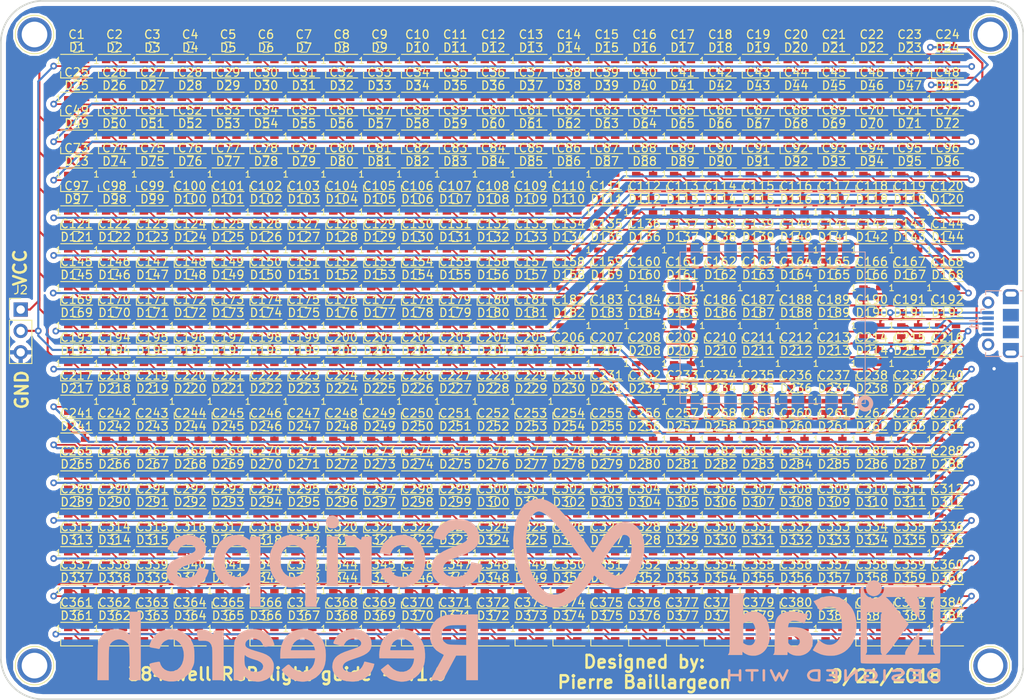
<source format=kicad_pcb>
(kicad_pcb (version 20171130) (host pcbnew "(5.0.0-rc3-dev)")
  (layers (0 F.Cu signal) (31 B.Cu signal hide) (34 B.Paste user) (35 F.Paste user hide) (36 B.SilkS user hide) (37 F.SilkS user) (38 B.Mask user) (39 F.Mask user hide) (44 Edge.Cuts user))
  (net 0 "")
  (net 1 "Net-(D1-Pad1)")
  (net 2 GND)
  (net 3 VCC)
  (net 4 "Net-(D1-Pad3)")
  (net 5 "Net-(D2-Pad1)")
  (net 6 "Net-(D3-Pad1)")
  (net 7 "Net-(D4-Pad1)")
  (net 8 "Net-(D5-Pad1)")
  (net 9 "Net-(D6-Pad1)")
  (net 10 "Net-(D7-Pad1)")
  (net 11 "Net-(D8-Pad1)")
  (net 12 "Net-(D10-Pad3)")
  (net 13 "Net-(D10-Pad1)")
  (net 14 "Net-(D11-Pad1)")
  (net 15 "Net-(D12-Pad1)")
  (net 16 "Net-(D13-Pad1)")
  (net 17 "Net-(D14-Pad1)")
  (net 18 "Net-(D15-Pad1)")
  (net 19 "Net-(D16-Pad1)")
  (net 20 "Net-(D17-Pad1)")
  (net 21 "Net-(D18-Pad1)")
  (net 22 "Net-(D19-Pad1)")
  (net 23 "Net-(D20-Pad1)")
  (net 24 "Net-(D21-Pad1)")
  (net 25 "Net-(D22-Pad1)")
  (net 26 "Net-(D23-Pad1)")
  (net 27 "Net-(D24-Pad1)")
  (net 28 "Net-(D25-Pad1)")
  (net 29 "Net-(D26-Pad1)")
  (net 30 "Net-(D27-Pad1)")
  (net 31 "Net-(D28-Pad1)")
  (net 32 "Net-(D29-Pad1)")
  (net 33 "Net-(D30-Pad1)")
  (net 34 "Net-(D31-Pad1)")
  (net 35 "Net-(D32-Pad1)")
  (net 36 "Net-(D33-Pad1)")
  (net 37 "Net-(D34-Pad1)")
  (net 38 "Net-(D35-Pad1)")
  (net 39 "Net-(D36-Pad1)")
  (net 40 "Net-(D37-Pad1)")
  (net 41 "Net-(D38-Pad1)")
  (net 42 "Net-(D39-Pad1)")
  (net 43 "Net-(D40-Pad1)")
  (net 44 "Net-(D41-Pad1)")
  (net 45 "Net-(D42-Pad1)")
  (net 46 "Net-(D43-Pad1)")
  (net 47 "Net-(D44-Pad1)")
  (net 48 "Net-(D45-Pad1)")
  (net 49 "Net-(D46-Pad1)")
  (net 50 "Net-(D47-Pad1)")
  (net 51 "Net-(D48-Pad1)")
  (net 52 "Net-(D49-Pad1)")
  (net 53 "Net-(D50-Pad1)")
  (net 54 "Net-(D51-Pad1)")
  (net 55 "Net-(D52-Pad1)")
  (net 56 "Net-(D53-Pad1)")
  (net 57 "Net-(D54-Pad1)")
  (net 58 "Net-(D55-Pad1)")
  (net 59 "Net-(D56-Pad1)")
  (net 60 "Net-(D57-Pad1)")
  (net 61 "Net-(D58-Pad1)")
  (net 62 "Net-(D59-Pad1)")
  (net 63 "Net-(D60-Pad1)")
  (net 64 "Net-(D61-Pad1)")
  (net 65 "Net-(D62-Pad1)")
  (net 66 "Net-(D63-Pad1)")
  (net 67 "Net-(D64-Pad1)")
  (net 68 "Net-(D65-Pad1)")
  (net 69 "Net-(D66-Pad1)")
  (net 70 "Net-(D67-Pad1)")
  (net 71 "Net-(D68-Pad1)")
  (net 72 "Net-(D69-Pad1)")
  (net 73 "Net-(D70-Pad1)")
  (net 74 "Net-(D71-Pad1)")
  (net 75 "Net-(D72-Pad1)")
  (net 76 "Net-(D73-Pad1)")
  (net 77 "Net-(D74-Pad1)")
  (net 78 "Net-(D75-Pad1)")
  (net 79 "Net-(D76-Pad1)")
  (net 80 "Net-(D77-Pad1)")
  (net 81 "Net-(D78-Pad1)")
  (net 82 "Net-(D79-Pad1)")
  (net 83 "Net-(D80-Pad1)")
  (net 84 "Net-(D81-Pad1)")
  (net 85 "Net-(D82-Pad1)")
  (net 86 "Net-(D83-Pad1)")
  (net 87 "Net-(D84-Pad1)")
  (net 88 "Net-(D85-Pad1)")
  (net 89 "Net-(D86-Pad1)")
  (net 90 "Net-(D87-Pad1)")
  (net 91 "Net-(D88-Pad1)")
  (net 92 "Net-(D89-Pad1)")
  (net 93 "Net-(D90-Pad1)")
  (net 94 "Net-(D91-Pad1)")
  (net 95 "Net-(D92-Pad1)")
  (net 96 "Net-(D93-Pad1)")
  (net 97 "Net-(D94-Pad1)")
  (net 98 "Net-(D95-Pad1)")
  (net 99 "Net-(D96-Pad1)")
  (net 100 "Net-(D97-Pad1)")
  (net 101 "Net-(D98-Pad1)")
  (net 102 "Net-(D100-Pad3)")
  (net 103 "Net-(D100-Pad1)")
  (net 104 "Net-(D101-Pad1)")
  (net 105 "Net-(D102-Pad1)")
  (net 106 "Net-(D103-Pad1)")
  (net 107 "Net-(D104-Pad1)")
  (net 108 "Net-(D105-Pad1)")
  (net 109 "Net-(D106-Pad1)")
  (net 110 "Net-(D107-Pad1)")
  (net 111 "Net-(D108-Pad1)")
  (net 112 "Net-(D109-Pad1)")
  (net 113 "Net-(D110-Pad1)")
  (net 114 "Net-(D111-Pad1)")
  (net 115 "Net-(D112-Pad1)")
  (net 116 "Net-(D113-Pad1)")
  (net 117 "Net-(D114-Pad1)")
  (net 118 "Net-(D115-Pad1)")
  (net 119 "Net-(D116-Pad1)")
  (net 120 "Net-(D117-Pad1)")
  (net 121 "Net-(D118-Pad1)")
  (net 122 "Net-(D119-Pad1)")
  (net 123 "Net-(D120-Pad1)")
  (net 124 "Net-(D121-Pad1)")
  (net 125 "Net-(D122-Pad1)")
  (net 126 "Net-(D123-Pad1)")
  (net 127 "Net-(D124-Pad1)")
  (net 128 "Net-(D125-Pad1)")
  (net 129 "Net-(D126-Pad1)")
  (net 130 "Net-(D127-Pad1)")
  (net 131 "Net-(D128-Pad1)")
  (net 132 "Net-(D129-Pad1)")
  (net 133 "Net-(D130-Pad1)")
  (net 134 "Net-(D131-Pad1)")
  (net 135 "Net-(D132-Pad1)")
  (net 136 "Net-(D133-Pad1)")
  (net 137 "Net-(D134-Pad1)")
  (net 138 "Net-(D135-Pad1)")
  (net 139 "Net-(D136-Pad1)")
  (net 140 "Net-(D137-Pad1)")
  (net 141 "Net-(D138-Pad1)")
  (net 142 "Net-(D139-Pad1)")
  (net 143 "Net-(D140-Pad1)")
  (net 144 "Net-(D141-Pad1)")
  (net 145 "Net-(D142-Pad1)")
  (net 146 "Net-(D143-Pad1)")
  (net 147 "Net-(D144-Pad1)")
  (net 148 "Net-(D145-Pad1)")
  (net 149 "Net-(D146-Pad1)")
  (net 150 "Net-(D147-Pad1)")
  (net 151 "Net-(D148-Pad1)")
  (net 152 "Net-(D149-Pad1)")
  (net 153 "Net-(D150-Pad1)")
  (net 154 "Net-(D151-Pad1)")
  (net 155 "Net-(D152-Pad1)")
  (net 156 "Net-(D153-Pad1)")
  (net 157 "Net-(D154-Pad1)")
  (net 158 "Net-(D155-Pad1)")
  (net 159 "Net-(D156-Pad1)")
  (net 160 "Net-(D157-Pad1)")
  (net 161 "Net-(D158-Pad1)")
  (net 162 "Net-(D159-Pad1)")
  (net 163 "Net-(D160-Pad1)")
  (net 164 "Net-(D161-Pad1)")
  (net 165 "Net-(D162-Pad1)")
  (net 166 "Net-(D163-Pad1)")
  (net 167 "Net-(D164-Pad1)")
  (net 168 "Net-(D165-Pad1)")
  (net 169 "Net-(D166-Pad1)")
  (net 170 "Net-(D167-Pad1)")
  (net 171 "Net-(D168-Pad1)")
  (net 172 "Net-(D169-Pad1)")
  (net 173 "Net-(D170-Pad1)")
  (net 174 "Net-(D171-Pad1)")
  (net 175 "Net-(D172-Pad1)")
  (net 176 "Net-(D173-Pad1)")
  (net 177 "Net-(D174-Pad1)")
  (net 178 "Net-(D175-Pad1)")
  (net 179 "Net-(D176-Pad1)")
  (net 180 "Net-(D177-Pad1)")
  (net 181 "Net-(D178-Pad1)")
  (net 182 "Net-(D179-Pad1)")
  (net 183 "Net-(D180-Pad1)")
  (net 184 "Net-(D181-Pad1)")
  (net 185 "Net-(D182-Pad1)")
  (net 186 "Net-(D183-Pad1)")
  (net 187 "Net-(D184-Pad1)")
  (net 188 "Net-(D185-Pad1)")
  (net 189 "Net-(D186-Pad1)")
  (net 190 "Net-(D187-Pad1)")
  (net 191 "Net-(D188-Pad1)")
  (net 192 "Net-(D189-Pad1)")
  (net 193 "Net-(D190-Pad1)")
  (net 194 "Net-(D191-Pad1)")
  (net 195 "Net-(D192-Pad1)")
  (net 196 "Net-(D193-Pad1)")
  (net 197 "Net-(D194-Pad1)")
  (net 198 "Net-(D195-Pad1)")
  (net 199 "Net-(D196-Pad1)")
  (net 200 "Net-(D197-Pad1)")
  (net 201 "Net-(D198-Pad1)")
  (net 202 "Net-(D199-Pad1)")
  (net 203 "Net-(D200-Pad1)")
  (net 204 "Net-(D201-Pad1)")
  (net 205 "Net-(D202-Pad1)")
  (net 206 "Net-(D203-Pad1)")
  (net 207 "Net-(D204-Pad1)")
  (net 208 "Net-(D205-Pad1)")
  (net 209 "Net-(D206-Pad1)")
  (net 210 "Net-(D207-Pad1)")
  (net 211 "Net-(D208-Pad1)")
  (net 212 "Net-(D209-Pad1)")
  (net 213 "Net-(D210-Pad1)")
  (net 214 "Net-(D211-Pad1)")
  (net 215 "Net-(D212-Pad1)")
  (net 216 "Net-(D213-Pad1)")
  (net 217 "Net-(D214-Pad1)")
  (net 218 "Net-(D215-Pad1)")
  (net 219 "Net-(D216-Pad1)")
  (net 220 "Net-(D217-Pad1)")
  (net 221 "Net-(D218-Pad1)")
  (net 222 "Net-(D219-Pad1)")
  (net 223 "Net-(D220-Pad1)")
  (net 224 "Net-(D221-Pad1)")
  (net 225 "Net-(D222-Pad1)")
  (net 226 "Net-(D223-Pad1)")
  (net 227 "Net-(D224-Pad1)")
  (net 228 "Net-(D225-Pad1)")
  (net 229 "Net-(D226-Pad1)")
  (net 230 "Net-(D227-Pad1)")
  (net 231 "Net-(D228-Pad1)")
  (net 232 "Net-(D229-Pad1)")
  (net 233 "Net-(D230-Pad1)")
  (net 234 "Net-(D231-Pad1)")
  (net 235 "Net-(D232-Pad1)")
  (net 236 "Net-(D233-Pad1)")
  (net 237 "Net-(D234-Pad1)")
  (net 238 "Net-(D235-Pad1)")
  (net 239 "Net-(D236-Pad1)")
  (net 240 "Net-(D237-Pad1)")
  (net 241 "Net-(D238-Pad1)")
  (net 242 "Net-(D239-Pad1)")
  (net 243 "Net-(D240-Pad1)")
  (net 244 "Net-(D241-Pad1)")
  (net 245 "Net-(D242-Pad1)")
  (net 246 "Net-(D243-Pad1)")
  (net 247 "Net-(D244-Pad1)")
  (net 248 "Net-(D245-Pad1)")
  (net 249 "Net-(D246-Pad1)")
  (net 250 "Net-(D247-Pad1)")
  (net 251 "Net-(D248-Pad1)")
  (net 252 "Net-(D249-Pad1)")
  (net 253 "Net-(D250-Pad1)")
  (net 254 "Net-(D251-Pad1)")
  (net 255 "Net-(D252-Pad1)")
  (net 256 "Net-(D253-Pad1)")
  (net 257 "Net-(D254-Pad1)")
  (net 258 "Net-(D255-Pad1)")
  (net 259 "Net-(D256-Pad1)")
  (net 260 "Net-(D257-Pad1)")
  (net 261 "Net-(D258-Pad1)")
  (net 262 "Net-(D259-Pad1)")
  (net 263 "Net-(D260-Pad1)")
  (net 264 "Net-(D261-Pad1)")
  (net 265 "Net-(D262-Pad1)")
  (net 266 "Net-(D263-Pad1)")
  (net 267 "Net-(D264-Pad1)")
  (net 268 "Net-(D265-Pad1)")
  (net 269 "Net-(D266-Pad1)")
  (net 270 "Net-(D267-Pad1)")
  (net 271 "Net-(D268-Pad1)")
  (net 272 "Net-(D269-Pad1)")
  (net 273 "Net-(D270-Pad1)")
  (net 274 "Net-(D271-Pad1)")
  (net 275 "Net-(D272-Pad1)")
  (net 276 "Net-(D273-Pad1)")
  (net 277 "Net-(D274-Pad1)")
  (net 278 "Net-(D275-Pad1)")
  (net 279 "Net-(D276-Pad1)")
  (net 280 "Net-(D277-Pad1)")
  (net 281 "Net-(D278-Pad1)")
  (net 282 "Net-(D279-Pad1)")
  (net 283 "Net-(D280-Pad1)")
  (net 284 "Net-(D281-Pad1)")
  (net 285 "Net-(D282-Pad1)")
  (net 286 "Net-(D283-Pad1)")
  (net 287 "Net-(D284-Pad1)")
  (net 288 "Net-(D285-Pad1)")
  (net 289 "Net-(D286-Pad1)")
  (net 290 "Net-(D287-Pad1)")
  (net 291 "Net-(D288-Pad1)")
  (net 292 "Net-(D289-Pad1)")
  (net 293 "Net-(D290-Pad1)")
  (net 294 "Net-(D291-Pad1)")
  (net 295 "Net-(D292-Pad1)")
  (net 296 "Net-(D293-Pad1)")
  (net 297 "Net-(D294-Pad1)")
  (net 298 "Net-(D295-Pad1)")
  (net 299 "Net-(D296-Pad1)")
  (net 300 "Net-(D297-Pad1)")
  (net 301 "Net-(D298-Pad1)")
  (net 302 "Net-(D299-Pad1)")
  (net 303 "Net-(D300-Pad1)")
  (net 304 "Net-(D301-Pad1)")
  (net 305 "Net-(D302-Pad1)")
  (net 306 "Net-(D303-Pad1)")
  (net 307 "Net-(D304-Pad1)")
  (net 308 "Net-(D305-Pad1)")
  (net 309 "Net-(D306-Pad1)")
  (net 310 "Net-(D307-Pad1)")
  (net 311 "Net-(D308-Pad1)")
  (net 312 "Net-(D309-Pad1)")
  (net 313 "Net-(D310-Pad1)")
  (net 314 "Net-(D311-Pad1)")
  (net 315 "Net-(D312-Pad1)")
  (net 316 "Net-(D313-Pad1)")
  (net 317 "Net-(D314-Pad1)")
  (net 318 "Net-(D315-Pad1)")
  (net 319 "Net-(D316-Pad1)")
  (net 320 "Net-(D317-Pad1)")
  (net 321 "Net-(D318-Pad1)")
  (net 322 "Net-(D319-Pad1)")
  (net 323 "Net-(D320-Pad1)")
  (net 324 "Net-(D321-Pad1)")
  (net 325 "Net-(D322-Pad1)")
  (net 326 "Net-(D323-Pad1)")
  (net 327 "Net-(D324-Pad1)")
  (net 328 "Net-(D325-Pad1)")
  (net 329 "Net-(D326-Pad1)")
  (net 330 "Net-(D327-Pad1)")
  (net 331 "Net-(D328-Pad1)")
  (net 332 "Net-(D329-Pad1)")
  (net 333 "Net-(D330-Pad1)")
  (net 334 "Net-(D331-Pad1)")
  (net 335 "Net-(D332-Pad1)")
  (net 336 "Net-(D333-Pad1)")
  (net 337 "Net-(D334-Pad1)")
  (net 338 "Net-(D335-Pad1)")
  (net 339 "Net-(D336-Pad1)")
  (net 340 "Net-(D337-Pad1)")
  (net 341 "Net-(D338-Pad1)")
  (net 342 "Net-(D339-Pad1)")
  (net 343 "Net-(D340-Pad1)")
  (net 344 "Net-(D341-Pad1)")
  (net 345 "Net-(D342-Pad1)")
  (net 346 "Net-(D343-Pad1)")
  (net 347 "Net-(D344-Pad1)")
  (net 348 "Net-(D345-Pad1)")
  (net 349 "Net-(D346-Pad1)")
  (net 350 "Net-(D347-Pad1)")
  (net 351 "Net-(D348-Pad1)")
  (net 352 "Net-(D349-Pad1)")
  (net 353 "Net-(D350-Pad1)")
  (net 354 "Net-(D351-Pad1)")
  (net 355 "Net-(D352-Pad1)")
  (net 356 "Net-(D353-Pad1)")
  (net 357 "Net-(D354-Pad1)")
  (net 358 "Net-(D355-Pad1)")
  (net 359 "Net-(D356-Pad1)")
  (net 360 "Net-(D357-Pad1)")
  (net 361 "Net-(D358-Pad1)")
  (net 362 "Net-(D359-Pad1)")
  (net 363 "Net-(D360-Pad1)")
  (net 364 "Net-(D361-Pad1)")
  (net 365 "Net-(D362-Pad1)")
  (net 366 "Net-(D363-Pad1)")
  (net 367 "Net-(D364-Pad1)")
  (net 368 "Net-(D365-Pad1)")
  (net 369 "Net-(D366-Pad1)")
  (net 370 "Net-(D367-Pad1)")
  (net 371 "Net-(D368-Pad1)")
  (net 372 "Net-(D369-Pad1)")
  (net 373 "Net-(D370-Pad1)")
  (net 374 "Net-(D371-Pad1)")
  (net 375 "Net-(D372-Pad1)")
  (net 376 "Net-(D373-Pad1)")
  (net 377 "Net-(D374-Pad1)")
  (net 378 "Net-(D375-Pad1)")
  (net 379 "Net-(D376-Pad1)")
  (net 380 "Net-(D377-Pad1)")
  (net 381 "Net-(D378-Pad1)")
  (net 382 "Net-(D379-Pad1)")
  (net 383 "Net-(D380-Pad1)")
  (net 384 "Net-(D381-Pad1)")
  (net 385 "Net-(D382-Pad1)")
  (net 386 "Net-(D383-Pad1)")
  (net 387 "Net-(J1-Pad3)")
  (net 388 "Net-(J1-Pad2)")
  (net 389 "Net-(D384-Pad1)")
  (net 390 "Net-(J1-Pad4)")
  (net 391 "Net-(U1-Pad6)")
  (net 392 "Net-(U1-Pad5)")
  (net 393 "Net-(U1-Pad3)")
  (net 394 "Net-(U1-Pad9)")
  (net 395 "Net-(U1-Pad7)")
  (net 396 "Net-(U1-Pad10)")
  (net 397 "Net-(U1-Pad8)")
  (net 398 "Net-(U1-Pad2)")
  (net 399 "Net-(U1-Pad1)")
  (net 400 "Net-(U1-Pad11)")
  (net 401 "Net-(U1-Pad12)")
  (net 402 "Net-(U1-Pad13)")
  (net 403 "Net-(U1-Pad14)")
  (net 404 "Net-(U1-Pad15)")
  (net 405 "Net-(U1-Pad16)")
  (net 406 "Net-(U1-Pad23)")
  (net 407 "Net-(U1-Pad24)")
  (net 408 "Net-(U1-Pad22)")
  (net 409 "Net-(U1-Pad21)")
  (net 410 "Net-(U1-Pad25)")
  (net 411 "Net-(U1-Pad26)")
  (net 412 "Net-(U1-Pad18)")
  (net 413 "Net-(U1-Pad17)")
  (net 414 "Net-(U1-Pad20)")
  (net 415 "Net-(U1-Pad19)")
  (net 416 "Net-(U1-Pad27)")
  (module LED_SMD:LED_SK6805_PLCC4_2.4x2.7mm_P1.3mm (layer F.Cu) (at 94.01 92.76)
    (fp_text reference D251 (at 0 -2.2) (layer F.SilkS))
    (fp_text value SK6805)
    (fp_text user 1 (at -2.15 -0.65) (layer F.SilkS) (effects (font (size 0.75 0.75) (thickness 0.12))))
    (pad 3 smd rect (at 1 0.65) (size 1 0.6) (layers F.Cu F.Paste F.Mask) (net 253 "Net-(D250-Pad1)"))
    (pad 4 smd rect (at 1 -0.65) (size 1 0.6) (layers F.Cu F.Paste F.Mask) (net 3 VCC))
    (pad 2 smd rect (at -1 0.65) (size 1 0.6) (layers F.Cu F.Paste F.Mask) (net 2 GND))
    (pad 1 smd rect (at -1 -0.65) (size 1 0.6) (layers F.Cu F.Paste F.Mask) (net 254 "Net-(D251-Pad1)"))
  )
  (module LED_SMD:LED_SK6805_PLCC4_2.4x2.7mm_P1.3mm (layer F.Cu) (at 94.01 97.26)
    (fp_text reference D275 (at 0 -2.2) (layer F.SilkS))
    (fp_text value SK6805)
    (fp_text user 1 (at -2.15 -0.65) (layer F.SilkS) (effects (font (size 0.75 0.75) (thickness 0.12))))
    (pad 1 smd rect (at -1 -0.65) (size 1 0.6) (layers F.Cu F.Paste F.Mask) (net 278 "Net-(D275-Pad1)"))
    (pad 2 smd rect (at -1 0.65) (size 1 0.6) (layers F.Cu F.Paste F.Mask) (net 2 GND))
    (pad 4 smd rect (at 1 -0.65) (size 1 0.6) (layers F.Cu F.Paste F.Mask) (net 3 VCC))
    (pad 3 smd rect (at 1 0.65) (size 1 0.6) (layers F.Cu F.Paste F.Mask) (net 277 "Net-(D274-Pad1)"))
  )
  (module Capacitors_SMD:C_0603 (layer F.Cu) (at 89.5 77)
    (fp_text reference C178 (at 0 -1.5) (layer F.SilkS))
    (fp_text value CAP)
    (pad 1 smd rect (at -0.75 0) (size 0.8 0.75) (layers F.Cu F.Paste F.Mask) (net 3 VCC))
    (pad 2 smd rect (at 0.75 0) (size 0.8 0.75) (layers F.Cu F.Paste F.Mask) (net 2 GND))
  )
  (module LED_SMD:LED_SK6805_PLCC4_2.4x2.7mm_P1.3mm (layer F.Cu) (at 112.01 70.26)
    (fp_text reference D135 (at 0 -2.2) (layer F.SilkS))
    (fp_text value SK6805)
    (fp_text user 1 (at -2.15 -0.65) (layer F.SilkS) (effects (font (size 0.75 0.75) (thickness 0.12))))
    (pad 1 smd rect (at -1 -0.65) (size 1 0.6) (layers F.Cu F.Paste F.Mask) (net 138 "Net-(D135-Pad1)"))
    (pad 2 smd rect (at -1 0.65) (size 1 0.6) (layers F.Cu F.Paste F.Mask) (net 2 GND))
    (pad 4 smd rect (at 1 -0.65) (size 1 0.6) (layers F.Cu F.Paste F.Mask) (net 3 VCC))
    (pad 3 smd rect (at 1 0.65) (size 1 0.6) (layers F.Cu F.Paste F.Mask) (net 137 "Net-(D134-Pad1)"))
  )
  (module LED_SMD:LED_SK6805_PLCC4_2.4x2.7mm_P1.3mm (layer F.Cu) (at 139.01 65.76)
    (fp_text reference D117 (at 0 -2.2) (layer F.SilkS))
    (fp_text value SK6805)
    (fp_text user 1 (at -2.15 -0.65) (layer F.SilkS) (effects (font (size 0.75 0.75) (thickness 0.12))))
    (pad 3 smd rect (at 1 0.65) (size 1 0.6) (layers F.Cu F.Paste F.Mask) (net 119 "Net-(D116-Pad1)"))
    (pad 4 smd rect (at 1 -0.65) (size 1 0.6) (layers F.Cu F.Paste F.Mask) (net 3 VCC))
    (pad 2 smd rect (at -1 0.65) (size 1 0.6) (layers F.Cu F.Paste F.Mask) (net 2 GND))
    (pad 1 smd rect (at -1 -0.65) (size 1 0.6) (layers F.Cu F.Paste F.Mask) (net 120 "Net-(D117-Pad1)"))
  )
  (module LED_SMD:LED_SK6805_PLCC4_2.4x2.7mm_P1.3mm (layer F.Cu) (at 94.01 65.76)
    (fp_text reference D107 (at 0 -2.2) (layer F.SilkS))
    (fp_text value SK6805)
    (fp_text user 1 (at -2.15 -0.65) (layer F.SilkS) (effects (font (size 0.75 0.75) (thickness 0.12))))
    (pad 3 smd rect (at 1 0.65) (size 1 0.6) (layers F.Cu F.Paste F.Mask) (net 109 "Net-(D106-Pad1)"))
    (pad 4 smd rect (at 1 -0.65) (size 1 0.6) (layers F.Cu F.Paste F.Mask) (net 3 VCC))
    (pad 2 smd rect (at -1 0.65) (size 1 0.6) (layers F.Cu F.Paste F.Mask) (net 2 GND))
    (pad 1 smd rect (at -1 -0.65) (size 1 0.6) (layers F.Cu F.Paste F.Mask) (net 110 "Net-(D107-Pad1)"))
  )
  (module LED_SMD:LED_SK6805_PLCC4_2.4x2.7mm_P1.3mm (layer F.Cu) (at 107.51 56.76)
    (fp_text reference D62 (at 0 -2.2) (layer F.SilkS))
    (fp_text value SK6805)
    (fp_text user 1 (at -2.15 -0.65) (layer F.SilkS) (effects (font (size 0.75 0.75) (thickness 0.12))))
    (pad 3 smd rect (at 1 0.65) (size 1 0.6) (layers F.Cu F.Paste F.Mask) (net 64 "Net-(D61-Pad1)"))
    (pad 4 smd rect (at 1 -0.65) (size 1 0.6) (layers F.Cu F.Paste F.Mask) (net 3 VCC))
    (pad 2 smd rect (at -1 0.65) (size 1 0.6) (layers F.Cu F.Paste F.Mask) (net 2 GND))
    (pad 1 smd rect (at -1 -0.65) (size 1 0.6) (layers F.Cu F.Paste F.Mask) (net 65 "Net-(D62-Pad1)"))
  )
  (module LED_SMD:LED_SK6805_PLCC4_2.4x2.7mm_P1.3mm (layer F.Cu) (at 139.01 56.76)
    (fp_text reference D69 (at 0 -2.2) (layer F.SilkS))
    (fp_text value SK6805)
    (fp_text user 1 (at -2.15 -0.65) (layer F.SilkS) (effects (font (size 0.75 0.75) (thickness 0.12))))
    (pad 1 smd rect (at -1 -0.65) (size 1 0.6) (layers F.Cu F.Paste F.Mask) (net 72 "Net-(D69-Pad1)"))
    (pad 2 smd rect (at -1 0.65) (size 1 0.6) (layers F.Cu F.Paste F.Mask) (net 2 GND))
    (pad 4 smd rect (at 1 -0.65) (size 1 0.6) (layers F.Cu F.Paste F.Mask) (net 3 VCC))
    (pad 3 smd rect (at 1 0.65) (size 1 0.6) (layers F.Cu F.Paste F.Mask) (net 71 "Net-(D68-Pad1)"))
  )
  (module LED_SMD:LED_SK6805_PLCC4_2.4x2.7mm_P1.3mm (layer F.Cu) (at 112.01 56.76)
    (fp_text reference D63 (at 0 -2.2) (layer F.SilkS))
    (fp_text value SK6805)
    (fp_text user 1 (at -2.15 -0.65) (layer F.SilkS) (effects (font (size 0.75 0.75) (thickness 0.12))))
    (pad 1 smd rect (at -1 -0.65) (size 1 0.6) (layers F.Cu F.Paste F.Mask) (net 66 "Net-(D63-Pad1)"))
    (pad 2 smd rect (at -1 0.65) (size 1 0.6) (layers F.Cu F.Paste F.Mask) (net 2 GND))
    (pad 4 smd rect (at 1 -0.65) (size 1 0.6) (layers F.Cu F.Paste F.Mask) (net 3 VCC))
    (pad 3 smd rect (at 1 0.65) (size 1 0.6) (layers F.Cu F.Paste F.Mask) (net 65 "Net-(D62-Pad1)"))
  )
  (module LED_SMD:LED_SK6805_PLCC4_2.4x2.7mm_P1.3mm (layer F.Cu) (at 134.51 56.76)
    (fp_text reference D68 (at 0 -2.2) (layer F.SilkS))
    (fp_text value SK6805)
    (fp_text user 1 (at -2.15 -0.65) (layer F.SilkS) (effects (font (size 0.75 0.75) (thickness 0.12))))
    (pad 3 smd rect (at 1 0.65) (size 1 0.6) (layers F.Cu F.Paste F.Mask) (net 70 "Net-(D67-Pad1)"))
    (pad 4 smd rect (at 1 -0.65) (size 1 0.6) (layers F.Cu F.Paste F.Mask) (net 3 VCC))
    (pad 2 smd rect (at -1 0.65) (size 1 0.6) (layers F.Cu F.Paste F.Mask) (net 2 GND))
    (pad 1 smd rect (at -1 -0.65) (size 1 0.6) (layers F.Cu F.Paste F.Mask) (net 71 "Net-(D68-Pad1)"))
  )
  (module LED_SMD:LED_SK6805_PLCC4_2.4x2.7mm_P1.3mm (layer F.Cu) (at 103.01 56.76)
    (fp_text reference D61 (at 0 -2.2) (layer F.SilkS))
    (fp_text value SK6805)
    (fp_text user 1 (at -2.15 -0.65) (layer F.SilkS) (effects (font (size 0.75 0.75) (thickness 0.12))))
    (pad 1 smd rect (at -1 -0.65) (size 1 0.6) (layers F.Cu F.Paste F.Mask) (net 64 "Net-(D61-Pad1)"))
    (pad 2 smd rect (at -1 0.65) (size 1 0.6) (layers F.Cu F.Paste F.Mask) (net 2 GND))
    (pad 4 smd rect (at 1 -0.65) (size 1 0.6) (layers F.Cu F.Paste F.Mask) (net 3 VCC))
    (pad 3 smd rect (at 1 0.65) (size 1 0.6) (layers F.Cu F.Paste F.Mask) (net 63 "Net-(D60-Pad1)"))
  )
  (module LED_SMD:LED_SK6805_PLCC4_2.4x2.7mm_P1.3mm (layer F.Cu) (at 116.51 56.76)
    (fp_text reference D64 (at 0 -2.2) (layer F.SilkS))
    (fp_text value SK6805)
    (fp_text user 1 (at -2.15 -0.65) (layer F.SilkS) (effects (font (size 0.75 0.75) (thickness 0.12))))
    (pad 3 smd rect (at 1 0.65) (size 1 0.6) (layers F.Cu F.Paste F.Mask) (net 66 "Net-(D63-Pad1)"))
    (pad 4 smd rect (at 1 -0.65) (size 1 0.6) (layers F.Cu F.Paste F.Mask) (net 3 VCC))
    (pad 2 smd rect (at -1 0.65) (size 1 0.6) (layers F.Cu F.Paste F.Mask) (net 2 GND))
    (pad 1 smd rect (at -1 -0.65) (size 1 0.6) (layers F.Cu F.Paste F.Mask) (net 67 "Net-(D64-Pad1)"))
  )
  (module LED_SMD:LED_SK6805_PLCC4_2.4x2.7mm_P1.3mm (layer F.Cu) (at 121.01 56.76)
    (fp_text reference D65 (at 0 -2.2) (layer F.SilkS))
    (fp_text value SK6805)
    (fp_text user 1 (at -2.15 -0.65) (layer F.SilkS) (effects (font (size 0.75 0.75) (thickness 0.12))))
    (pad 1 smd rect (at -1 -0.65) (size 1 0.6) (layers F.Cu F.Paste F.Mask) (net 68 "Net-(D65-Pad1)"))
    (pad 2 smd rect (at -1 0.65) (size 1 0.6) (layers F.Cu F.Paste F.Mask) (net 2 GND))
    (pad 4 smd rect (at 1 -0.65) (size 1 0.6) (layers F.Cu F.Paste F.Mask) (net 3 VCC))
    (pad 3 smd rect (at 1 0.65) (size 1 0.6) (layers F.Cu F.Paste F.Mask) (net 67 "Net-(D64-Pad1)"))
  )
  (module LED_SMD:LED_SK6805_PLCC4_2.4x2.7mm_P1.3mm (layer F.Cu) (at 125.51 56.76)
    (fp_text reference D66 (at 0 -2.2) (layer F.SilkS))
    (fp_text value SK6805)
    (fp_text user 1 (at -2.15 -0.65) (layer F.SilkS) (effects (font (size 0.75 0.75) (thickness 0.12))))
    (pad 3 smd rect (at 1 0.65) (size 1 0.6) (layers F.Cu F.Paste F.Mask) (net 68 "Net-(D65-Pad1)"))
    (pad 4 smd rect (at 1 -0.65) (size 1 0.6) (layers F.Cu F.Paste F.Mask) (net 3 VCC))
    (pad 2 smd rect (at -1 0.65) (size 1 0.6) (layers F.Cu F.Paste F.Mask) (net 2 GND))
    (pad 1 smd rect (at -1 -0.65) (size 1 0.6) (layers F.Cu F.Paste F.Mask) (net 69 "Net-(D66-Pad1)"))
  )
  (module LED_SMD:LED_SK6805_PLCC4_2.4x2.7mm_P1.3mm (layer F.Cu) (at 130.009999 56.76)
    (fp_text reference D67 (at 0 -2.2) (layer F.SilkS))
    (fp_text value SK6805)
    (fp_text user 1 (at -2.15 -0.65) (layer F.SilkS) (effects (font (size 0.75 0.75) (thickness 0.12))))
    (pad 1 smd rect (at -1 -0.65) (size 1 0.6) (layers F.Cu F.Paste F.Mask) (net 70 "Net-(D67-Pad1)"))
    (pad 2 smd rect (at -1 0.65) (size 1 0.6) (layers F.Cu F.Paste F.Mask) (net 2 GND))
    (pad 4 smd rect (at 1 -0.65) (size 1 0.6) (layers F.Cu F.Paste F.Mask) (net 3 VCC))
    (pad 3 smd rect (at 1 0.65) (size 1 0.6) (layers F.Cu F.Paste F.Mask) (net 69 "Net-(D66-Pad1)"))
  )
  (module LED_SMD:LED_SK6805_PLCC4_2.4x2.7mm_P1.3mm (layer F.Cu) (at 143.51 56.76)
    (fp_text reference D70 (at 0 -2.2) (layer F.SilkS))
    (fp_text value SK6805)
    (fp_text user 1 (at -2.15 -0.65) (layer F.SilkS) (effects (font (size 0.75 0.75) (thickness 0.12))))
    (pad 3 smd rect (at 1 0.65) (size 1 0.6) (layers F.Cu F.Paste F.Mask) (net 72 "Net-(D69-Pad1)"))
    (pad 4 smd rect (at 1 -0.65) (size 1 0.6) (layers F.Cu F.Paste F.Mask) (net 3 VCC))
    (pad 2 smd rect (at -1 0.65) (size 1 0.6) (layers F.Cu F.Paste F.Mask) (net 2 GND))
    (pad 1 smd rect (at -1 -0.65) (size 1 0.6) (layers F.Cu F.Paste F.Mask) (net 73 "Net-(D70-Pad1)"))
  )
  (module LED_SMD:LED_SK6805_PLCC4_2.4x2.7mm_P1.3mm (layer F.Cu) (at 148.01 56.76)
    (fp_text reference D71 (at 0 -2.2) (layer F.SilkS))
    (fp_text value SK6805)
    (fp_text user 1 (at -2.15 -0.65) (layer F.SilkS) (effects (font (size 0.75 0.75) (thickness 0.12))))
    (pad 1 smd rect (at -1 -0.65) (size 1 0.6) (layers F.Cu F.Paste F.Mask) (net 74 "Net-(D71-Pad1)"))
    (pad 2 smd rect (at -1 0.65) (size 1 0.6) (layers F.Cu F.Paste F.Mask) (net 2 GND))
    (pad 4 smd rect (at 1 -0.65) (size 1 0.6) (layers F.Cu F.Paste F.Mask) (net 3 VCC))
    (pad 3 smd rect (at 1 0.65) (size 1 0.6) (layers F.Cu F.Paste F.Mask) (net 73 "Net-(D70-Pad1)"))
  )
  (module LED_SMD:LED_SK6805_PLCC4_2.4x2.7mm_P1.3mm (layer F.Cu) (at 152.51 56.76)
    (fp_text reference D72 (at 0 -2.2) (layer F.SilkS))
    (fp_text value SK6805)
    (fp_text user 1 (at -2.15 -0.65) (layer F.SilkS) (effects (font (size 0.75 0.75) (thickness 0.12))))
    (pad 3 smd rect (at 1 0.65) (size 1 0.6) (layers F.Cu F.Paste F.Mask) (net 74 "Net-(D71-Pad1)"))
    (pad 4 smd rect (at 1 -0.65) (size 1 0.6) (layers F.Cu F.Paste F.Mask) (net 3 VCC))
    (pad 2 smd rect (at -1 0.65) (size 1 0.6) (layers F.Cu F.Paste F.Mask) (net 2 GND))
    (pad 1 smd rect (at -1 -0.65) (size 1 0.6) (layers F.Cu F.Paste F.Mask) (net 75 "Net-(D72-Pad1)"))
  )
  (module LED_SMD:LED_SK6805_PLCC4_2.4x2.7mm_P1.3mm (layer F.Cu) (at 58.01 47.76)
    (fp_text reference D3 (at 0 -2.2) (layer F.SilkS))
    (fp_text value SK6805)
    (fp_text user 1 (at -2.15 -0.65) (layer F.SilkS) (effects (font (size 0.75 0.75) (thickness 0.12))))
    (pad 1 smd rect (at -1 -0.65) (size 1 0.6) (layers F.Cu F.Paste F.Mask) (net 6 "Net-(D3-Pad1)"))
    (pad 2 smd rect (at -1 0.65) (size 1 0.6) (layers F.Cu F.Paste F.Mask) (net 2 GND))
    (pad 4 smd rect (at 1 -0.65) (size 1 0.6) (layers F.Cu F.Paste F.Mask) (net 3 VCC))
    (pad 3 smd rect (at 1 0.65) (size 1 0.6) (layers F.Cu F.Paste F.Mask) (net 5 "Net-(D2-Pad1)"))
  )
  (module LED_SMD:LED_SK6805_PLCC4_2.4x2.7mm_P1.3mm (layer F.Cu) (at 62.51 47.76)
    (fp_text reference D4 (at 0 -2.2) (layer F.SilkS))
    (fp_text value SK6805)
    (fp_text user 1 (at -2.15 -0.65) (layer F.SilkS) (effects (font (size 0.75 0.75) (thickness 0.12))))
    (pad 3 smd rect (at 1 0.65) (size 1 0.6) (layers F.Cu F.Paste F.Mask) (net 6 "Net-(D3-Pad1)"))
    (pad 4 smd rect (at 1 -0.65) (size 1 0.6) (layers F.Cu F.Paste F.Mask) (net 3 VCC))
    (pad 2 smd rect (at -1 0.65) (size 1 0.6) (layers F.Cu F.Paste F.Mask) (net 2 GND))
    (pad 1 smd rect (at -1 -0.65) (size 1 0.6) (layers F.Cu F.Paste F.Mask) (net 7 "Net-(D4-Pad1)"))
  )
  (module LED_SMD:LED_SK6805_PLCC4_2.4x2.7mm_P1.3mm (layer F.Cu) (at 67.01 47.76)
    (fp_text reference D5 (at 0 -2.2) (layer F.SilkS))
    (fp_text value SK6805)
    (fp_text user 1 (at -2.15 -0.65) (layer F.SilkS) (effects (font (size 0.75 0.75) (thickness 0.12))))
    (pad 1 smd rect (at -1 -0.65) (size 1 0.6) (layers F.Cu F.Paste F.Mask) (net 8 "Net-(D5-Pad1)"))
    (pad 2 smd rect (at -1 0.65) (size 1 0.6) (layers F.Cu F.Paste F.Mask) (net 2 GND))
    (pad 4 smd rect (at 1 -0.65) (size 1 0.6) (layers F.Cu F.Paste F.Mask) (net 3 VCC))
    (pad 3 smd rect (at 1 0.65) (size 1 0.6) (layers F.Cu F.Paste F.Mask) (net 7 "Net-(D4-Pad1)"))
  )
  (module LED_SMD:LED_SK6805_PLCC4_2.4x2.7mm_P1.3mm (layer F.Cu) (at 71.51 47.76)
    (fp_text reference D6 (at 0 -2.2) (layer F.SilkS))
    (fp_text value SK6805)
    (fp_text user 1 (at -2.15 -0.65) (layer F.SilkS) (effects (font (size 0.75 0.75) (thickness 0.12))))
    (pad 3 smd rect (at 1 0.65) (size 1 0.6) (layers F.Cu F.Paste F.Mask) (net 8 "Net-(D5-Pad1)"))
    (pad 4 smd rect (at 1 -0.65) (size 1 0.6) (layers F.Cu F.Paste F.Mask) (net 3 VCC))
    (pad 2 smd rect (at -1 0.65) (size 1 0.6) (layers F.Cu F.Paste F.Mask) (net 2 GND))
    (pad 1 smd rect (at -1 -0.65) (size 1 0.6) (layers F.Cu F.Paste F.Mask) (net 9 "Net-(D6-Pad1)"))
  )
  (module LED_SMD:LED_SK6805_PLCC4_2.4x2.7mm_P1.3mm (layer F.Cu) (at 76.01 47.76)
    (fp_text reference D7 (at 0 -2.2) (layer F.SilkS))
    (fp_text value SK6805)
    (fp_text user 1 (at -2.15 -0.65) (layer F.SilkS) (effects (font (size 0.75 0.75) (thickness 0.12))))
    (pad 1 smd rect (at -1 -0.65) (size 1 0.6) (layers F.Cu F.Paste F.Mask) (net 10 "Net-(D7-Pad1)"))
    (pad 2 smd rect (at -1 0.65) (size 1 0.6) (layers F.Cu F.Paste F.Mask) (net 2 GND))
    (pad 4 smd rect (at 1 -0.65) (size 1 0.6) (layers F.Cu F.Paste F.Mask) (net 3 VCC))
    (pad 3 smd rect (at 1 0.65) (size 1 0.6) (layers F.Cu F.Paste F.Mask) (net 9 "Net-(D6-Pad1)"))
  )
  (module LED_SMD:LED_SK6805_PLCC4_2.4x2.7mm_P1.3mm (layer F.Cu) (at 130.009999 47.76)
    (fp_text reference D19 (at 0 -2.2) (layer F.SilkS))
    (fp_text value SK6805)
    (fp_text user 1 (at -2.15 -0.65) (layer F.SilkS) (effects (font (size 0.75 0.75) (thickness 0.12))))
    (pad 1 smd rect (at -1 -0.65) (size 1 0.6) (layers F.Cu F.Paste F.Mask) (net 22 "Net-(D19-Pad1)"))
    (pad 2 smd rect (at -1 0.65) (size 1 0.6) (layers F.Cu F.Paste F.Mask) (net 2 GND))
    (pad 4 smd rect (at 1 -0.65) (size 1 0.6) (layers F.Cu F.Paste F.Mask) (net 3 VCC))
    (pad 3 smd rect (at 1 0.65) (size 1 0.6) (layers F.Cu F.Paste F.Mask) (net 21 "Net-(D18-Pad1)"))
  )
  (module LED_SMD:LED_SK6805_PLCC4_2.4x2.7mm_P1.3mm (layer F.Cu) (at 143.51 47.76)
    (fp_text reference D22 (at 0 -2.2) (layer F.SilkS))
    (fp_text value SK6805)
    (fp_text user 1 (at -2.15 -0.65) (layer F.SilkS) (effects (font (size 0.75 0.75) (thickness 0.12))))
    (pad 3 smd rect (at 1 0.65) (size 1 0.6) (layers F.Cu F.Paste F.Mask) (net 24 "Net-(D21-Pad1)"))
    (pad 4 smd rect (at 1 -0.65) (size 1 0.6) (layers F.Cu F.Paste F.Mask) (net 3 VCC))
    (pad 2 smd rect (at -1 0.65) (size 1 0.6) (layers F.Cu F.Paste F.Mask) (net 2 GND))
    (pad 1 smd rect (at -1 -0.65) (size 1 0.6) (layers F.Cu F.Paste F.Mask) (net 25 "Net-(D22-Pad1)"))
  )
  (module LED_SMD:LED_SK6805_PLCC4_2.4x2.7mm_P1.3mm (layer F.Cu) (at 125.51 47.76)
    (fp_text reference D18 (at 0 -2.2) (layer F.SilkS))
    (fp_text value SK6805)
    (fp_text user 1 (at -2.15 -0.65) (layer F.SilkS) (effects (font (size 0.75 0.75) (thickness 0.12))))
    (pad 3 smd rect (at 1 0.65) (size 1 0.6) (layers F.Cu F.Paste F.Mask) (net 20 "Net-(D17-Pad1)"))
    (pad 4 smd rect (at 1 -0.65) (size 1 0.6) (layers F.Cu F.Paste F.Mask) (net 3 VCC))
    (pad 2 smd rect (at -1 0.65) (size 1 0.6) (layers F.Cu F.Paste F.Mask) (net 2 GND))
    (pad 1 smd rect (at -1 -0.65) (size 1 0.6) (layers F.Cu F.Paste F.Mask) (net 21 "Net-(D18-Pad1)"))
  )
  (module LED_SMD:LED_SK6805_PLCC4_2.4x2.7mm_P1.3mm (layer F.Cu) (at 89.51 47.76)
    (fp_text reference D10 (at 0 -2.2) (layer F.SilkS))
    (fp_text value SK6805)
    (fp_text user 1 (at -2.15 -0.65) (layer F.SilkS) (effects (font (size 0.75 0.75) (thickness 0.12))))
    (pad 3 smd rect (at 1 0.65) (size 1 0.6) (layers F.Cu F.Paste F.Mask) (net 12 "Net-(D10-Pad3)"))
    (pad 4 smd rect (at 1 -0.65) (size 1 0.6) (layers F.Cu F.Paste F.Mask) (net 3 VCC))
    (pad 2 smd rect (at -1 0.65) (size 1 0.6) (layers F.Cu F.Paste F.Mask) (net 2 GND))
    (pad 1 smd rect (at -1 -0.65) (size 1 0.6) (layers F.Cu F.Paste F.Mask) (net 13 "Net-(D10-Pad1)"))
  )
  (module LED_SMD:LED_SK6805_PLCC4_2.4x2.7mm_P1.3mm (layer F.Cu) (at 134.51 47.76)
    (fp_text reference D20 (at 0 -2.2) (layer F.SilkS))
    (fp_text value SK6805)
    (fp_text user 1 (at -2.15 -0.65) (layer F.SilkS) (effects (font (size 0.75 0.75) (thickness 0.12))))
    (pad 3 smd rect (at 1 0.65) (size 1 0.6) (layers F.Cu F.Paste F.Mask) (net 22 "Net-(D19-Pad1)"))
    (pad 4 smd rect (at 1 -0.65) (size 1 0.6) (layers F.Cu F.Paste F.Mask) (net 3 VCC))
    (pad 2 smd rect (at -1 0.65) (size 1 0.6) (layers F.Cu F.Paste F.Mask) (net 2 GND))
    (pad 1 smd rect (at -1 -0.65) (size 1 0.6) (layers F.Cu F.Paste F.Mask) (net 23 "Net-(D20-Pad1)"))
  )
  (module LED_SMD:LED_SK6805_PLCC4_2.4x2.7mm_P1.3mm (layer F.Cu) (at 112.01 47.76)
    (fp_text reference D15 (at 0 -2.2) (layer F.SilkS))
    (fp_text value SK6805)
    (fp_text user 1 (at -2.15 -0.65) (layer F.SilkS) (effects (font (size 0.75 0.75) (thickness 0.12))))
    (pad 1 smd rect (at -1 -0.65) (size 1 0.6) (layers F.Cu F.Paste F.Mask) (net 18 "Net-(D15-Pad1)"))
    (pad 2 smd rect (at -1 0.65) (size 1 0.6) (layers F.Cu F.Paste F.Mask) (net 2 GND))
    (pad 4 smd rect (at 1 -0.65) (size 1 0.6) (layers F.Cu F.Paste F.Mask) (net 3 VCC))
    (pad 3 smd rect (at 1 0.65) (size 1 0.6) (layers F.Cu F.Paste F.Mask) (net 17 "Net-(D14-Pad1)"))
  )
  (module LED_SMD:LED_SK6805_PLCC4_2.4x2.7mm_P1.3mm (layer F.Cu) (at 116.51 47.76)
    (fp_text reference D16 (at 0 -2.2) (layer F.SilkS))
    (fp_text value SK6805)
    (fp_text user 1 (at -2.15 -0.65) (layer F.SilkS) (effects (font (size 0.75 0.75) (thickness 0.12))))
    (pad 3 smd rect (at 1 0.65) (size 1 0.6) (layers F.Cu F.Paste F.Mask) (net 18 "Net-(D15-Pad1)"))
    (pad 4 smd rect (at 1 -0.65) (size 1 0.6) (layers F.Cu F.Paste F.Mask) (net 3 VCC))
    (pad 2 smd rect (at -1 0.65) (size 1 0.6) (layers F.Cu F.Paste F.Mask) (net 2 GND))
    (pad 1 smd rect (at -1 -0.65) (size 1 0.6) (layers F.Cu F.Paste F.Mask) (net 19 "Net-(D16-Pad1)"))
  )
  (module LED_SMD:LED_SK6805_PLCC4_2.4x2.7mm_P1.3mm (layer F.Cu) (at 139.01 47.76)
    (fp_text reference D21 (at 0 -2.2) (layer F.SilkS))
    (fp_text value SK6805)
    (fp_text user 1 (at -2.15 -0.65) (layer F.SilkS) (effects (font (size 0.75 0.75) (thickness 0.12))))
    (pad 3 smd rect (at 1 0.65) (size 1 0.6) (layers F.Cu F.Paste F.Mask) (net 23 "Net-(D20-Pad1)"))
    (pad 4 smd rect (at 1 -0.65) (size 1 0.6) (layers F.Cu F.Paste F.Mask) (net 3 VCC))
    (pad 2 smd rect (at -1 0.65) (size 1 0.6) (layers F.Cu F.Paste F.Mask) (net 2 GND))
    (pad 1 smd rect (at -1 -0.65) (size 1 0.6) (layers F.Cu F.Paste F.Mask) (net 24 "Net-(D21-Pad1)"))
  )
  (module LED_SMD:LED_SK6805_PLCC4_2.4x2.7mm_P1.3mm (layer F.Cu) (at 121.01 47.76)
    (fp_text reference D17 (at 0 -2.2) (layer F.SilkS))
    (fp_text value SK6805)
    (fp_text user 1 (at -2.15 -0.65) (layer F.SilkS) (effects (font (size 0.75 0.75) (thickness 0.12))))
    (pad 1 smd rect (at -1 -0.65) (size 1 0.6) (layers F.Cu F.Paste F.Mask) (net 20 "Net-(D17-Pad1)"))
    (pad 2 smd rect (at -1 0.65) (size 1 0.6) (layers F.Cu F.Paste F.Mask) (net 2 GND))
    (pad 4 smd rect (at 1 -0.65) (size 1 0.6) (layers F.Cu F.Paste F.Mask) (net 3 VCC))
    (pad 3 smd rect (at 1 0.65) (size 1 0.6) (layers F.Cu F.Paste F.Mask) (net 19 "Net-(D16-Pad1)"))
  )
  (module LED_SMD:LED_SK6805_PLCC4_2.4x2.7mm_P1.3mm (layer F.Cu) (at 80.51 47.76)
    (fp_text reference D8 (at 0 -2.2) (layer F.SilkS))
    (fp_text value SK6805)
    (fp_text user 1 (at -2.15 -0.65) (layer F.SilkS) (effects (font (size 0.75 0.75) (thickness 0.12))))
    (pad 3 smd rect (at 1 0.65) (size 1 0.6) (layers F.Cu F.Paste F.Mask) (net 10 "Net-(D7-Pad1)"))
    (pad 4 smd rect (at 1 -0.65) (size 1 0.6) (layers F.Cu F.Paste F.Mask) (net 3 VCC))
    (pad 2 smd rect (at -1 0.65) (size 1 0.6) (layers F.Cu F.Paste F.Mask) (net 2 GND))
    (pad 1 smd rect (at -1 -0.65) (size 1 0.6) (layers F.Cu F.Paste F.Mask) (net 11 "Net-(D8-Pad1)"))
  )
  (module LED_SMD:LED_SK6805_PLCC4_2.4x2.7mm_P1.3mm (layer F.Cu) (at 85.01 47.76)
    (fp_text reference D9 (at 0 -2.2) (layer F.SilkS))
    (fp_text value SK6805)
    (fp_text user 1 (at -2.15 -0.65) (layer F.SilkS) (effects (font (size 0.75 0.75) (thickness 0.12))))
    (pad 1 smd rect (at -1 -0.65) (size 1 0.6) (layers F.Cu F.Paste F.Mask) (net 12 "Net-(D10-Pad3)"))
    (pad 2 smd rect (at -1 0.65) (size 1 0.6) (layers F.Cu F.Paste F.Mask) (net 2 GND))
    (pad 4 smd rect (at 1 -0.65) (size 1 0.6) (layers F.Cu F.Paste F.Mask) (net 3 VCC))
    (pad 3 smd rect (at 1 0.65) (size 1 0.6) (layers F.Cu F.Paste F.Mask) (net 11 "Net-(D8-Pad1)"))
  )
  (module LED_SMD:LED_SK6805_PLCC4_2.4x2.7mm_P1.3mm (layer F.Cu) (at 143.51 52.26)
    (fp_text reference D46 (at 0 -2.2) (layer F.SilkS))
    (fp_text value SK6805)
    (fp_text user 1 (at -2.15 -0.65) (layer F.SilkS) (effects (font (size 0.75 0.75) (thickness 0.12))))
    (pad 1 smd rect (at -1 -0.65) (size 1 0.6) (layers F.Cu F.Paste F.Mask) (net 49 "Net-(D46-Pad1)"))
    (pad 2 smd rect (at -1 0.65) (size 1 0.6) (layers F.Cu F.Paste F.Mask) (net 2 GND))
    (pad 4 smd rect (at 1 -0.65) (size 1 0.6) (layers F.Cu F.Paste F.Mask) (net 3 VCC))
    (pad 3 smd rect (at 1 0.65) (size 1 0.6) (layers F.Cu F.Paste F.Mask) (net 48 "Net-(D45-Pad1)"))
  )
  (module LED_SMD:LED_SK6805_PLCC4_2.4x2.7mm_P1.3mm (layer F.Cu) (at 89.51 52.26)
    (fp_text reference D34 (at 0 -2.2) (layer F.SilkS))
    (fp_text value SK6805)
    (fp_text user 1 (at -2.15 -0.65) (layer F.SilkS) (effects (font (size 0.75 0.75) (thickness 0.12))))
    (pad 3 smd rect (at 1 0.65) (size 1 0.6) (layers F.Cu F.Paste F.Mask) (net 36 "Net-(D33-Pad1)"))
    (pad 4 smd rect (at 1 -0.65) (size 1 0.6) (layers F.Cu F.Paste F.Mask) (net 3 VCC))
    (pad 2 smd rect (at -1 0.65) (size 1 0.6) (layers F.Cu F.Paste F.Mask) (net 2 GND))
    (pad 1 smd rect (at -1 -0.65) (size 1 0.6) (layers F.Cu F.Paste F.Mask) (net 37 "Net-(D34-Pad1)"))
  )
  (module LED_SMD:LED_SK6805_PLCC4_2.4x2.7mm_P1.3mm (layer F.Cu) (at 130.009999 52.26)
    (fp_text reference D43 (at 0 -2.2) (layer F.SilkS))
    (fp_text value SK6805)
    (fp_text user 1 (at -2.15 -0.65) (layer F.SilkS) (effects (font (size 0.75 0.75) (thickness 0.12))))
    (pad 3 smd rect (at 1 0.65) (size 1 0.6) (layers F.Cu F.Paste F.Mask) (net 45 "Net-(D42-Pad1)"))
    (pad 4 smd rect (at 1 -0.65) (size 1 0.6) (layers F.Cu F.Paste F.Mask) (net 3 VCC))
    (pad 2 smd rect (at -1 0.65) (size 1 0.6) (layers F.Cu F.Paste F.Mask) (net 2 GND))
    (pad 1 smd rect (at -1 -0.65) (size 1 0.6) (layers F.Cu F.Paste F.Mask) (net 46 "Net-(D43-Pad1)"))
  )
  (module LED_SMD:LED_SK6805_PLCC4_2.4x2.7mm_P1.3mm (layer F.Cu) (at 89.51 56.76)
    (fp_text reference D58 (at 0 -2.2) (layer F.SilkS))
    (fp_text value SK6805)
    (fp_text user 1 (at -2.15 -0.65) (layer F.SilkS) (effects (font (size 0.75 0.75) (thickness 0.12))))
    (pad 3 smd rect (at 1 0.65) (size 1 0.6) (layers F.Cu F.Paste F.Mask) (net 60 "Net-(D57-Pad1)"))
    (pad 4 smd rect (at 1 -0.65) (size 1 0.6) (layers F.Cu F.Paste F.Mask) (net 3 VCC))
    (pad 2 smd rect (at -1 0.65) (size 1 0.6) (layers F.Cu F.Paste F.Mask) (net 2 GND))
    (pad 1 smd rect (at -1 -0.65) (size 1 0.6) (layers F.Cu F.Paste F.Mask) (net 61 "Net-(D58-Pad1)"))
  )
  (module LED_SMD:LED_SK6805_PLCC4_2.4x2.7mm_P1.3mm (layer F.Cu) (at 139.01 52.26)
    (fp_text reference D45 (at 0 -2.2) (layer F.SilkS))
    (fp_text value SK6805)
    (fp_text user 1 (at -2.15 -0.65) (layer F.SilkS) (effects (font (size 0.75 0.75) (thickness 0.12))))
    (pad 3 smd rect (at 1 0.65) (size 1 0.6) (layers F.Cu F.Paste F.Mask) (net 47 "Net-(D44-Pad1)"))
    (pad 4 smd rect (at 1 -0.65) (size 1 0.6) (layers F.Cu F.Paste F.Mask) (net 3 VCC))
    (pad 2 smd rect (at -1 0.65) (size 1 0.6) (layers F.Cu F.Paste F.Mask) (net 2 GND))
    (pad 1 smd rect (at -1 -0.65) (size 1 0.6) (layers F.Cu F.Paste F.Mask) (net 48 "Net-(D45-Pad1)"))
  )
  (module LED_SMD:LED_SK6805_PLCC4_2.4x2.7mm_P1.3mm (layer F.Cu) (at 116.51 52.26)
    (fp_text reference D40 (at 0 -2.2) (layer F.SilkS))
    (fp_text value SK6805)
    (fp_text user 1 (at -2.15 -0.65) (layer F.SilkS) (effects (font (size 0.75 0.75) (thickness 0.12))))
    (pad 3 smd rect (at 1 0.65) (size 1 0.6) (layers F.Cu F.Paste F.Mask) (net 42 "Net-(D39-Pad1)"))
    (pad 4 smd rect (at 1 -0.65) (size 1 0.6) (layers F.Cu F.Paste F.Mask) (net 3 VCC))
    (pad 2 smd rect (at -1 0.65) (size 1 0.6) (layers F.Cu F.Paste F.Mask) (net 2 GND))
    (pad 1 smd rect (at -1 -0.65) (size 1 0.6) (layers F.Cu F.Paste F.Mask) (net 43 "Net-(D40-Pad1)"))
  )
  (module LED_SMD:LED_SK6805_PLCC4_2.4x2.7mm_P1.3mm (layer F.Cu) (at 125.51 52.26)
    (fp_text reference D42 (at 0 -2.2) (layer F.SilkS))
    (fp_text value SK6805)
    (fp_text user 1 (at -2.15 -0.65) (layer F.SilkS) (effects (font (size 0.75 0.75) (thickness 0.12))))
    (pad 1 smd rect (at -1 -0.65) (size 1 0.6) (layers F.Cu F.Paste F.Mask) (net 45 "Net-(D42-Pad1)"))
    (pad 2 smd rect (at -1 0.65) (size 1 0.6) (layers F.Cu F.Paste F.Mask) (net 2 GND))
    (pad 4 smd rect (at 1 -0.65) (size 1 0.6) (layers F.Cu F.Paste F.Mask) (net 3 VCC))
    (pad 3 smd rect (at 1 0.65) (size 1 0.6) (layers F.Cu F.Paste F.Mask) (net 44 "Net-(D41-Pad1)"))
  )
  (module LED_SMD:LED_SK6805_PLCC4_2.4x2.7mm_P1.3mm (layer F.Cu) (at 76.01 56.76)
    (fp_text reference D55 (at 0 -2.2) (layer F.SilkS))
    (fp_text value SK6805)
    (fp_text user 1 (at -2.15 -0.65) (layer F.SilkS) (effects (font (size 0.75 0.75) (thickness 0.12))))
    (pad 1 smd rect (at -1 -0.65) (size 1 0.6) (layers F.Cu F.Paste F.Mask) (net 58 "Net-(D55-Pad1)"))
    (pad 2 smd rect (at -1 0.65) (size 1 0.6) (layers F.Cu F.Paste F.Mask) (net 2 GND))
    (pad 4 smd rect (at 1 -0.65) (size 1 0.6) (layers F.Cu F.Paste F.Mask) (net 3 VCC))
    (pad 3 smd rect (at 1 0.65) (size 1 0.6) (layers F.Cu F.Paste F.Mask) (net 57 "Net-(D54-Pad1)"))
  )
  (module LED_SMD:LED_SK6805_PLCC4_2.4x2.7mm_P1.3mm (layer F.Cu) (at 76.01 52.26)
    (fp_text reference D31 (at 0 -2.2) (layer F.SilkS))
    (fp_text value SK6805)
    (fp_text user 1 (at -2.15 -0.65) (layer F.SilkS) (effects (font (size 0.75 0.75) (thickness 0.12))))
    (pad 1 smd rect (at -1 -0.65) (size 1 0.6) (layers F.Cu F.Paste F.Mask) (net 34 "Net-(D31-Pad1)"))
    (pad 2 smd rect (at -1 0.65) (size 1 0.6) (layers F.Cu F.Paste F.Mask) (net 2 GND))
    (pad 4 smd rect (at 1 -0.65) (size 1 0.6) (layers F.Cu F.Paste F.Mask) (net 3 VCC))
    (pad 3 smd rect (at 1 0.65) (size 1 0.6) (layers F.Cu F.Paste F.Mask) (net 33 "Net-(D30-Pad1)"))
  )
  (module LED_SMD:LED_SK6805_PLCC4_2.4x2.7mm_P1.3mm (layer F.Cu) (at 85.01 52.26)
    (fp_text reference D33 (at 0 -2.2) (layer F.SilkS))
    (fp_text value SK6805)
    (fp_text user 1 (at -2.15 -0.65) (layer F.SilkS) (effects (font (size 0.75 0.75) (thickness 0.12))))
    (pad 1 smd rect (at -1 -0.65) (size 1 0.6) (layers F.Cu F.Paste F.Mask) (net 36 "Net-(D33-Pad1)"))
    (pad 2 smd rect (at -1 0.65) (size 1 0.6) (layers F.Cu F.Paste F.Mask) (net 2 GND))
    (pad 4 smd rect (at 1 -0.65) (size 1 0.6) (layers F.Cu F.Paste F.Mask) (net 3 VCC))
    (pad 3 smd rect (at 1 0.65) (size 1 0.6) (layers F.Cu F.Paste F.Mask) (net 35 "Net-(D32-Pad1)"))
  )
  (module LED_SMD:LED_SK6805_PLCC4_2.4x2.7mm_P1.3mm (layer F.Cu) (at 62.51 61.26)
    (fp_text reference D76 (at 0 -2.2) (layer F.SilkS))
    (fp_text value SK6805)
    (fp_text user 1 (at -2.15 -0.65) (layer F.SilkS) (effects (font (size 0.75 0.75) (thickness 0.12))))
    (pad 3 smd rect (at 1 0.65) (size 1 0.6) (layers F.Cu F.Paste F.Mask) (net 78 "Net-(D75-Pad1)"))
    (pad 4 smd rect (at 1 -0.65) (size 1 0.6) (layers F.Cu F.Paste F.Mask) (net 3 VCC))
    (pad 2 smd rect (at -1 0.65) (size 1 0.6) (layers F.Cu F.Paste F.Mask) (net 2 GND))
    (pad 1 smd rect (at -1 -0.65) (size 1 0.6) (layers F.Cu F.Paste F.Mask) (net 79 "Net-(D76-Pad1)"))
  )
  (module LED_SMD:LED_SK6805_PLCC4_2.4x2.7mm_P1.3mm (layer F.Cu) (at 71.51 61.26)
    (fp_text reference D78 (at 0 -2.2) (layer F.SilkS))
    (fp_text value SK6805)
    (fp_text user 1 (at -2.15 -0.65) (layer F.SilkS) (effects (font (size 0.75 0.75) (thickness 0.12))))
    (pad 1 smd rect (at -1 -0.65) (size 1 0.6) (layers F.Cu F.Paste F.Mask) (net 81 "Net-(D78-Pad1)"))
    (pad 2 smd rect (at -1 0.65) (size 1 0.6) (layers F.Cu F.Paste F.Mask) (net 2 GND))
    (pad 4 smd rect (at 1 -0.65) (size 1 0.6) (layers F.Cu F.Paste F.Mask) (net 3 VCC))
    (pad 3 smd rect (at 1 0.65) (size 1 0.6) (layers F.Cu F.Paste F.Mask) (net 80 "Net-(D77-Pad1)"))
  )
  (module LED_SMD:LED_SK6805_PLCC4_2.4x2.7mm_P1.3mm (layer F.Cu) (at 67.01 52.26)
    (fp_text reference D29 (at 0 -2.2) (layer F.SilkS))
    (fp_text value SK6805)
    (fp_text user 1 (at -2.15 -0.65) (layer F.SilkS) (effects (font (size 0.75 0.75) (thickness 0.12))))
    (pad 1 smd rect (at -1 -0.65) (size 1 0.6) (layers F.Cu F.Paste F.Mask) (net 32 "Net-(D29-Pad1)"))
    (pad 2 smd rect (at -1 0.65) (size 1 0.6) (layers F.Cu F.Paste F.Mask) (net 2 GND))
    (pad 4 smd rect (at 1 -0.65) (size 1 0.6) (layers F.Cu F.Paste F.Mask) (net 3 VCC))
    (pad 3 smd rect (at 1 0.65) (size 1 0.6) (layers F.Cu F.Paste F.Mask) (net 31 "Net-(D28-Pad1)"))
  )
  (module LED_SMD:LED_SK6805_PLCC4_2.4x2.7mm_P1.3mm (layer F.Cu) (at 71.51 52.26)
    (fp_text reference D30 (at 0 -2.2) (layer F.SilkS))
    (fp_text value SK6805)
    (fp_text user 1 (at -2.15 -0.65) (layer F.SilkS) (effects (font (size 0.75 0.75) (thickness 0.12))))
    (pad 3 smd rect (at 1 0.65) (size 1 0.6) (layers F.Cu F.Paste F.Mask) (net 32 "Net-(D29-Pad1)"))
    (pad 4 smd rect (at 1 -0.65) (size 1 0.6) (layers F.Cu F.Paste F.Mask) (net 3 VCC))
    (pad 2 smd rect (at -1 0.65) (size 1 0.6) (layers F.Cu F.Paste F.Mask) (net 2 GND))
    (pad 1 smd rect (at -1 -0.65) (size 1 0.6) (layers F.Cu F.Paste F.Mask) (net 33 "Net-(D30-Pad1)"))
  )
  (module LED_SMD:LED_SK6805_PLCC4_2.4x2.7mm_P1.3mm (layer F.Cu) (at 80.51 52.26)
    (fp_text reference D32 (at 0 -2.2) (layer F.SilkS))
    (fp_text value SK6805)
    (fp_text user 1 (at -2.15 -0.65) (layer F.SilkS) (effects (font (size 0.75 0.75) (thickness 0.12))))
    (pad 3 smd rect (at 1 0.65) (size 1 0.6) (layers F.Cu F.Paste F.Mask) (net 34 "Net-(D31-Pad1)"))
    (pad 4 smd rect (at 1 -0.65) (size 1 0.6) (layers F.Cu F.Paste F.Mask) (net 3 VCC))
    (pad 2 smd rect (at -1 0.65) (size 1 0.6) (layers F.Cu F.Paste F.Mask) (net 2 GND))
    (pad 1 smd rect (at -1 -0.65) (size 1 0.6) (layers F.Cu F.Paste F.Mask) (net 35 "Net-(D32-Pad1)"))
  )
  (module LED_SMD:LED_SK6805_PLCC4_2.4x2.7mm_P1.3mm (layer F.Cu) (at 58.01 52.26)
    (fp_text reference D27 (at 0 -2.2) (layer F.SilkS))
    (fp_text value SK6805)
    (fp_text user 1 (at -2.15 -0.65) (layer F.SilkS) (effects (font (size 0.75 0.75) (thickness 0.12))))
    (pad 1 smd rect (at -1 -0.65) (size 1 0.6) (layers F.Cu F.Paste F.Mask) (net 30 "Net-(D27-Pad1)"))
    (pad 2 smd rect (at -1 0.65) (size 1 0.6) (layers F.Cu F.Paste F.Mask) (net 2 GND))
    (pad 4 smd rect (at 1 -0.65) (size 1 0.6) (layers F.Cu F.Paste F.Mask) (net 3 VCC))
    (pad 3 smd rect (at 1 0.65) (size 1 0.6) (layers F.Cu F.Paste F.Mask) (net 29 "Net-(D26-Pad1)"))
  )
  (module LED_SMD:LED_SK6805_PLCC4_2.4x2.7mm_P1.3mm (layer F.Cu) (at 62.51 52.26)
    (fp_text reference D28 (at 0 -2.2) (layer F.SilkS))
    (fp_text value SK6805)
    (fp_text user 1 (at -2.15 -0.65) (layer F.SilkS) (effects (font (size 0.75 0.75) (thickness 0.12))))
    (pad 3 smd rect (at 1 0.65) (size 1 0.6) (layers F.Cu F.Paste F.Mask) (net 30 "Net-(D27-Pad1)"))
    (pad 4 smd rect (at 1 -0.65) (size 1 0.6) (layers F.Cu F.Paste F.Mask) (net 3 VCC))
    (pad 2 smd rect (at -1 0.65) (size 1 0.6) (layers F.Cu F.Paste F.Mask) (net 2 GND))
    (pad 1 smd rect (at -1 -0.65) (size 1 0.6) (layers F.Cu F.Paste F.Mask) (net 31 "Net-(D28-Pad1)"))
  )
  (module LED_SMD:LED_SK6805_PLCC4_2.4x2.7mm_P1.3mm (layer F.Cu) (at 112.01 52.26)
    (fp_text reference D39 (at 0 -2.2) (layer F.SilkS))
    (fp_text value SK6805)
    (fp_text user 1 (at -2.15 -0.65) (layer F.SilkS) (effects (font (size 0.75 0.75) (thickness 0.12))))
    (pad 1 smd rect (at -1 -0.65) (size 1 0.6) (layers F.Cu F.Paste F.Mask) (net 42 "Net-(D39-Pad1)"))
    (pad 2 smd rect (at -1 0.65) (size 1 0.6) (layers F.Cu F.Paste F.Mask) (net 2 GND))
    (pad 4 smd rect (at 1 -0.65) (size 1 0.6) (layers F.Cu F.Paste F.Mask) (net 3 VCC))
    (pad 3 smd rect (at 1 0.65) (size 1 0.6) (layers F.Cu F.Paste F.Mask) (net 41 "Net-(D38-Pad1)"))
  )
  (module LED_SMD:LED_SK6805_PLCC4_2.4x2.7mm_P1.3mm (layer F.Cu) (at 121.01 52.26)
    (fp_text reference D41 (at 0 -2.2) (layer F.SilkS))
    (fp_text value SK6805)
    (fp_text user 1 (at -2.15 -0.65) (layer F.SilkS) (effects (font (size 0.75 0.75) (thickness 0.12))))
    (pad 1 smd rect (at -1 -0.65) (size 1 0.6) (layers F.Cu F.Paste F.Mask) (net 44 "Net-(D41-Pad1)"))
    (pad 2 smd rect (at -1 0.65) (size 1 0.6) (layers F.Cu F.Paste F.Mask) (net 2 GND))
    (pad 4 smd rect (at 1 -0.65) (size 1 0.6) (layers F.Cu F.Paste F.Mask) (net 3 VCC))
    (pad 3 smd rect (at 1 0.65) (size 1 0.6) (layers F.Cu F.Paste F.Mask) (net 43 "Net-(D40-Pad1)"))
  )
  (module LED_SMD:LED_SK6805_PLCC4_2.4x2.7mm_P1.3mm (layer F.Cu) (at 134.51 52.26)
    (fp_text reference D44 (at 0 -2.2) (layer F.SilkS))
    (fp_text value SK6805)
    (fp_text user 1 (at -2.15 -0.65) (layer F.SilkS) (effects (font (size 0.75 0.75) (thickness 0.12))))
    (pad 1 smd rect (at -1 -0.65) (size 1 0.6) (layers F.Cu F.Paste F.Mask) (net 47 "Net-(D44-Pad1)"))
    (pad 2 smd rect (at -1 0.65) (size 1 0.6) (layers F.Cu F.Paste F.Mask) (net 2 GND))
    (pad 4 smd rect (at 1 -0.65) (size 1 0.6) (layers F.Cu F.Paste F.Mask) (net 3 VCC))
    (pad 3 smd rect (at 1 0.65) (size 1 0.6) (layers F.Cu F.Paste F.Mask) (net 46 "Net-(D43-Pad1)"))
  )
  (module LED_SMD:LED_SK6805_PLCC4_2.4x2.7mm_P1.3mm (layer F.Cu) (at 58.01 56.76)
    (fp_text reference D51 (at 0 -2.2) (layer F.SilkS))
    (fp_text value SK6805)
    (fp_text user 1 (at -2.15 -0.65) (layer F.SilkS) (effects (font (size 0.75 0.75) (thickness 0.12))))
    (pad 1 smd rect (at -1 -0.65) (size 1 0.6) (layers F.Cu F.Paste F.Mask) (net 54 "Net-(D51-Pad1)"))
    (pad 2 smd rect (at -1 0.65) (size 1 0.6) (layers F.Cu F.Paste F.Mask) (net 2 GND))
    (pad 4 smd rect (at 1 -0.65) (size 1 0.6) (layers F.Cu F.Paste F.Mask) (net 3 VCC))
    (pad 3 smd rect (at 1 0.65) (size 1 0.6) (layers F.Cu F.Paste F.Mask) (net 53 "Net-(D50-Pad1)"))
  )
  (module LED_SMD:LED_SK6805_PLCC4_2.4x2.7mm_P1.3mm (layer F.Cu) (at 62.51 56.76)
    (fp_text reference D52 (at 0 -2.2) (layer F.SilkS))
    (fp_text value SK6805)
    (fp_text user 1 (at -2.15 -0.65) (layer F.SilkS) (effects (font (size 0.75 0.75) (thickness 0.12))))
    (pad 3 smd rect (at 1 0.65) (size 1 0.6) (layers F.Cu F.Paste F.Mask) (net 54 "Net-(D51-Pad1)"))
    (pad 4 smd rect (at 1 -0.65) (size 1 0.6) (layers F.Cu F.Paste F.Mask) (net 3 VCC))
    (pad 2 smd rect (at -1 0.65) (size 1 0.6) (layers F.Cu F.Paste F.Mask) (net 2 GND))
    (pad 1 smd rect (at -1 -0.65) (size 1 0.6) (layers F.Cu F.Paste F.Mask) (net 55 "Net-(D52-Pad1)"))
  )
  (module LED_SMD:LED_SK6805_PLCC4_2.4x2.7mm_P1.3mm (layer F.Cu) (at 67.01 56.76)
    (fp_text reference D53 (at 0 -2.2) (layer F.SilkS))
    (fp_text value SK6805)
    (fp_text user 1 (at -2.15 -0.65) (layer F.SilkS) (effects (font (size 0.75 0.75) (thickness 0.12))))
    (pad 1 smd rect (at -1 -0.65) (size 1 0.6) (layers F.Cu F.Paste F.Mask) (net 56 "Net-(D53-Pad1)"))
    (pad 2 smd rect (at -1 0.65) (size 1 0.6) (layers F.Cu F.Paste F.Mask) (net 2 GND))
    (pad 4 smd rect (at 1 -0.65) (size 1 0.6) (layers F.Cu F.Paste F.Mask) (net 3 VCC))
    (pad 3 smd rect (at 1 0.65) (size 1 0.6) (layers F.Cu F.Paste F.Mask) (net 55 "Net-(D52-Pad1)"))
  )
  (module LED_SMD:LED_SK6805_PLCC4_2.4x2.7mm_P1.3mm (layer F.Cu) (at 71.51 56.76)
    (fp_text reference D54 (at 0 -2.2) (layer F.SilkS))
    (fp_text value SK6805)
    (fp_text user 1 (at -2.15 -0.65) (layer F.SilkS) (effects (font (size 0.75 0.75) (thickness 0.12))))
    (pad 3 smd rect (at 1 0.65) (size 1 0.6) (layers F.Cu F.Paste F.Mask) (net 56 "Net-(D53-Pad1)"))
    (pad 4 smd rect (at 1 -0.65) (size 1 0.6) (layers F.Cu F.Paste F.Mask) (net 3 VCC))
    (pad 2 smd rect (at -1 0.65) (size 1 0.6) (layers F.Cu F.Paste F.Mask) (net 2 GND))
    (pad 1 smd rect (at -1 -0.65) (size 1 0.6) (layers F.Cu F.Paste F.Mask) (net 57 "Net-(D54-Pad1)"))
  )
  (module LED_SMD:LED_SK6805_PLCC4_2.4x2.7mm_P1.3mm (layer F.Cu) (at 80.51 56.76)
    (fp_text reference D56 (at 0 -2.2) (layer F.SilkS))
    (fp_text value SK6805)
    (fp_text user 1 (at -2.15 -0.65) (layer F.SilkS) (effects (font (size 0.75 0.75) (thickness 0.12))))
    (pad 3 smd rect (at 1 0.65) (size 1 0.6) (layers F.Cu F.Paste F.Mask) (net 58 "Net-(D55-Pad1)"))
    (pad 4 smd rect (at 1 -0.65) (size 1 0.6) (layers F.Cu F.Paste F.Mask) (net 3 VCC))
    (pad 2 smd rect (at -1 0.65) (size 1 0.6) (layers F.Cu F.Paste F.Mask) (net 2 GND))
    (pad 1 smd rect (at -1 -0.65) (size 1 0.6) (layers F.Cu F.Paste F.Mask) (net 59 "Net-(D56-Pad1)"))
  )
  (module LED_SMD:LED_SK6805_PLCC4_2.4x2.7mm_P1.3mm (layer F.Cu) (at 85.01 56.76)
    (fp_text reference D57 (at 0 -2.2) (layer F.SilkS))
    (fp_text value SK6805)
    (fp_text user 1 (at -2.15 -0.65) (layer F.SilkS) (effects (font (size 0.75 0.75) (thickness 0.12))))
    (pad 1 smd rect (at -1 -0.65) (size 1 0.6) (layers F.Cu F.Paste F.Mask) (net 60 "Net-(D57-Pad1)"))
    (pad 2 smd rect (at -1 0.65) (size 1 0.6) (layers F.Cu F.Paste F.Mask) (net 2 GND))
    (pad 4 smd rect (at 1 -0.65) (size 1 0.6) (layers F.Cu F.Paste F.Mask) (net 3 VCC))
    (pad 3 smd rect (at 1 0.65) (size 1 0.6) (layers F.Cu F.Paste F.Mask) (net 59 "Net-(D56-Pad1)"))
  )
  (module LED_SMD:LED_SK6805_PLCC4_2.4x2.7mm_P1.3mm (layer F.Cu) (at 58.01 61.26)
    (fp_text reference D75 (at 0 -2.2) (layer F.SilkS))
    (fp_text value SK6805)
    (fp_text user 1 (at -2.15 -0.65) (layer F.SilkS) (effects (font (size 0.75 0.75) (thickness 0.12))))
    (pad 1 smd rect (at -1 -0.65) (size 1 0.6) (layers F.Cu F.Paste F.Mask) (net 78 "Net-(D75-Pad1)"))
    (pad 2 smd rect (at -1 0.65) (size 1 0.6) (layers F.Cu F.Paste F.Mask) (net 2 GND))
    (pad 4 smd rect (at 1 -0.65) (size 1 0.6) (layers F.Cu F.Paste F.Mask) (net 3 VCC))
    (pad 3 smd rect (at 1 0.65) (size 1 0.6) (layers F.Cu F.Paste F.Mask) (net 77 "Net-(D74-Pad1)"))
  )
  (module LED_SMD:LED_SK6805_PLCC4_2.4x2.7mm_P1.3mm (layer F.Cu) (at 67.01 61.26)
    (fp_text reference D77 (at 0 -2.2) (layer F.SilkS))
    (fp_text value SK6805)
    (fp_text user 1 (at -2.15 -0.65) (layer F.SilkS) (effects (font (size 0.75 0.75) (thickness 0.12))))
    (pad 1 smd rect (at -1 -0.65) (size 1 0.6) (layers F.Cu F.Paste F.Mask) (net 80 "Net-(D77-Pad1)"))
    (pad 2 smd rect (at -1 0.65) (size 1 0.6) (layers F.Cu F.Paste F.Mask) (net 2 GND))
    (pad 4 smd rect (at 1 -0.65) (size 1 0.6) (layers F.Cu F.Paste F.Mask) (net 3 VCC))
    (pad 3 smd rect (at 1 0.65) (size 1 0.6) (layers F.Cu F.Paste F.Mask) (net 79 "Net-(D76-Pad1)"))
  )
  (module LED_SMD:LED_SK6805_PLCC4_2.4x2.7mm_P1.3mm (layer F.Cu) (at 76.01 61.26)
    (fp_text reference D79 (at 0 -2.2) (layer F.SilkS))
    (fp_text value SK6805)
    (fp_text user 1 (at -2.15 -0.65) (layer F.SilkS) (effects (font (size 0.75 0.75) (thickness 0.12))))
    (pad 3 smd rect (at 1 0.65) (size 1 0.6) (layers F.Cu F.Paste F.Mask) (net 81 "Net-(D78-Pad1)"))
    (pad 4 smd rect (at 1 -0.65) (size 1 0.6) (layers F.Cu F.Paste F.Mask) (net 3 VCC))
    (pad 2 smd rect (at -1 0.65) (size 1 0.6) (layers F.Cu F.Paste F.Mask) (net 2 GND))
    (pad 1 smd rect (at -1 -0.65) (size 1 0.6) (layers F.Cu F.Paste F.Mask) (net 82 "Net-(D79-Pad1)"))
  )
  (module LED_SMD:LED_SK6805_PLCC4_2.4x2.7mm_P1.3mm (layer F.Cu) (at 80.51 61.26)
    (fp_text reference D80 (at 0 -2.2) (layer F.SilkS))
    (fp_text value SK6805)
    (fp_text user 1 (at -2.15 -0.65) (layer F.SilkS) (effects (font (size 0.75 0.75) (thickness 0.12))))
    (pad 1 smd rect (at -1 -0.65) (size 1 0.6) (layers F.Cu F.Paste F.Mask) (net 83 "Net-(D80-Pad1)"))
    (pad 2 smd rect (at -1 0.65) (size 1 0.6) (layers F.Cu F.Paste F.Mask) (net 2 GND))
    (pad 4 smd rect (at 1 -0.65) (size 1 0.6) (layers F.Cu F.Paste F.Mask) (net 3 VCC))
    (pad 3 smd rect (at 1 0.65) (size 1 0.6) (layers F.Cu F.Paste F.Mask) (net 82 "Net-(D79-Pad1)"))
  )
  (module LED_SMD:LED_SK6805_PLCC4_2.4x2.7mm_P1.3mm (layer F.Cu) (at 85.01 61.26)
    (fp_text reference D81 (at 0 -2.2) (layer F.SilkS))
    (fp_text value SK6805)
    (fp_text user 1 (at -2.15 -0.65) (layer F.SilkS) (effects (font (size 0.75 0.75) (thickness 0.12))))
    (pad 3 smd rect (at 1 0.65) (size 1 0.6) (layers F.Cu F.Paste F.Mask) (net 83 "Net-(D80-Pad1)"))
    (pad 4 smd rect (at 1 -0.65) (size 1 0.6) (layers F.Cu F.Paste F.Mask) (net 3 VCC))
    (pad 2 smd rect (at -1 0.65) (size 1 0.6) (layers F.Cu F.Paste F.Mask) (net 2 GND))
    (pad 1 smd rect (at -1 -0.65) (size 1 0.6) (layers F.Cu F.Paste F.Mask) (net 84 "Net-(D81-Pad1)"))
  )
  (module LED_SMD:LED_SK6805_PLCC4_2.4x2.7mm_P1.3mm (layer F.Cu) (at 89.51 61.26)
    (fp_text reference D82 (at 0 -2.2) (layer F.SilkS))
    (fp_text value SK6805)
    (fp_text user 1 (at -2.15 -0.65) (layer F.SilkS) (effects (font (size 0.75 0.75) (thickness 0.12))))
    (pad 1 smd rect (at -1 -0.65) (size 1 0.6) (layers F.Cu F.Paste F.Mask) (net 85 "Net-(D82-Pad1)"))
    (pad 2 smd rect (at -1 0.65) (size 1 0.6) (layers F.Cu F.Paste F.Mask) (net 2 GND))
    (pad 4 smd rect (at 1 -0.65) (size 1 0.6) (layers F.Cu F.Paste F.Mask) (net 3 VCC))
    (pad 3 smd rect (at 1 0.65) (size 1 0.6) (layers F.Cu F.Paste F.Mask) (net 84 "Net-(D81-Pad1)"))
  )
  (module LED_SMD:LED_SK6805_PLCC4_2.4x2.7mm_P1.3mm (layer F.Cu) (at 112.01 61.26)
    (fp_text reference D87 (at 0 -2.2) (layer F.SilkS))
    (fp_text value SK6805)
    (fp_text user 1 (at -2.15 -0.65) (layer F.SilkS) (effects (font (size 0.75 0.75) (thickness 0.12))))
    (pad 3 smd rect (at 1 0.65) (size 1 0.6) (layers F.Cu F.Paste F.Mask) (net 89 "Net-(D86-Pad1)"))
    (pad 4 smd rect (at 1 -0.65) (size 1 0.6) (layers F.Cu F.Paste F.Mask) (net 3 VCC))
    (pad 2 smd rect (at -1 0.65) (size 1 0.6) (layers F.Cu F.Paste F.Mask) (net 2 GND))
    (pad 1 smd rect (at -1 -0.65) (size 1 0.6) (layers F.Cu F.Paste F.Mask) (net 90 "Net-(D87-Pad1)"))
  )
  (module LED_SMD:LED_SK6805_PLCC4_2.4x2.7mm_P1.3mm (layer F.Cu) (at 116.51 61.26)
    (fp_text reference D88 (at 0 -2.2) (layer F.SilkS))
    (fp_text value SK6805)
    (fp_text user 1 (at -2.15 -0.65) (layer F.SilkS) (effects (font (size 0.75 0.75) (thickness 0.12))))
    (pad 1 smd rect (at -1 -0.65) (size 1 0.6) (layers F.Cu F.Paste F.Mask) (net 91 "Net-(D88-Pad1)"))
    (pad 2 smd rect (at -1 0.65) (size 1 0.6) (layers F.Cu F.Paste F.Mask) (net 2 GND))
    (pad 4 smd rect (at 1 -0.65) (size 1 0.6) (layers F.Cu F.Paste F.Mask) (net 3 VCC))
    (pad 3 smd rect (at 1 0.65) (size 1 0.6) (layers F.Cu F.Paste F.Mask) (net 90 "Net-(D87-Pad1)"))
  )
  (module LED_SMD:LED_SK6805_PLCC4_2.4x2.7mm_P1.3mm (layer F.Cu) (at 121.01 61.26)
    (fp_text reference D89 (at 0 -2.2) (layer F.SilkS))
    (fp_text value SK6805)
    (fp_text user 1 (at -2.15 -0.65) (layer F.SilkS) (effects (font (size 0.75 0.75) (thickness 0.12))))
    (pad 3 smd rect (at 1 0.65) (size 1 0.6) (layers F.Cu F.Paste F.Mask) (net 91 "Net-(D88-Pad1)"))
    (pad 4 smd rect (at 1 -0.65) (size 1 0.6) (layers F.Cu F.Paste F.Mask) (net 3 VCC))
    (pad 2 smd rect (at -1 0.65) (size 1 0.6) (layers F.Cu F.Paste F.Mask) (net 2 GND))
    (pad 1 smd rect (at -1 -0.65) (size 1 0.6) (layers F.Cu F.Paste F.Mask) (net 92 "Net-(D89-Pad1)"))
  )
  (module LED_SMD:LED_SK6805_PLCC4_2.4x2.7mm_P1.3mm (layer F.Cu) (at 143.51 61.26)
    (fp_text reference D94 (at 0 -2.2) (layer F.SilkS))
    (fp_text value SK6805)
    (fp_text user 1 (at -2.15 -0.65) (layer F.SilkS) (effects (font (size 0.75 0.75) (thickness 0.12))))
    (pad 1 smd rect (at -1 -0.65) (size 1 0.6) (layers F.Cu F.Paste F.Mask) (net 97 "Net-(D94-Pad1)"))
    (pad 2 smd rect (at -1 0.65) (size 1 0.6) (layers F.Cu F.Paste F.Mask) (net 2 GND))
    (pad 4 smd rect (at 1 -0.65) (size 1 0.6) (layers F.Cu F.Paste F.Mask) (net 3 VCC))
    (pad 3 smd rect (at 1 0.65) (size 1 0.6) (layers F.Cu F.Paste F.Mask) (net 96 "Net-(D93-Pad1)"))
  )
  (module LED_SMD:LED_SK6805_PLCC4_2.4x2.7mm_P1.3mm (layer F.Cu) (at 125.51 61.26)
    (fp_text reference D90 (at 0 -2.2) (layer F.SilkS))
    (fp_text value SK6805)
    (fp_text user 1 (at -2.15 -0.65) (layer F.SilkS) (effects (font (size 0.75 0.75) (thickness 0.12))))
    (pad 3 smd rect (at 1 0.65) (size 1 0.6) (layers F.Cu F.Paste F.Mask) (net 92 "Net-(D89-Pad1)"))
    (pad 4 smd rect (at 1 -0.65) (size 1 0.6) (layers F.Cu F.Paste F.Mask) (net 3 VCC))
    (pad 2 smd rect (at -1 0.65) (size 1 0.6) (layers F.Cu F.Paste F.Mask) (net 2 GND))
    (pad 1 smd rect (at -1 -0.65) (size 1 0.6) (layers F.Cu F.Paste F.Mask) (net 93 "Net-(D90-Pad1)"))
  )
  (module LED_SMD:LED_SK6805_PLCC4_2.4x2.7mm_P1.3mm (layer F.Cu) (at 130.009999 61.26)
    (fp_text reference D91 (at 0 -2.2) (layer F.SilkS))
    (fp_text value SK6805)
    (fp_text user 1 (at -2.15 -0.65) (layer F.SilkS) (effects (font (size 0.75 0.75) (thickness 0.12))))
    (pad 1 smd rect (at -1 -0.65) (size 1 0.6) (layers F.Cu F.Paste F.Mask) (net 94 "Net-(D91-Pad1)"))
    (pad 2 smd rect (at -1 0.65) (size 1 0.6) (layers F.Cu F.Paste F.Mask) (net 2 GND))
    (pad 4 smd rect (at 1 -0.65) (size 1 0.6) (layers F.Cu F.Paste F.Mask) (net 3 VCC))
    (pad 3 smd rect (at 1 0.65) (size 1 0.6) (layers F.Cu F.Paste F.Mask) (net 93 "Net-(D90-Pad1)"))
  )
  (module LED_SMD:LED_SK6805_PLCC4_2.4x2.7mm_P1.3mm (layer F.Cu) (at 134.51 61.26)
    (fp_text reference D92 (at 0 -2.2) (layer F.SilkS))
    (fp_text value SK6805)
    (fp_text user 1 (at -2.15 -0.65) (layer F.SilkS) (effects (font (size 0.75 0.75) (thickness 0.12))))
    (pad 3 smd rect (at 1 0.65) (size 1 0.6) (layers F.Cu F.Paste F.Mask) (net 94 "Net-(D91-Pad1)"))
    (pad 4 smd rect (at 1 -0.65) (size 1 0.6) (layers F.Cu F.Paste F.Mask) (net 3 VCC))
    (pad 2 smd rect (at -1 0.65) (size 1 0.6) (layers F.Cu F.Paste F.Mask) (net 2 GND))
    (pad 1 smd rect (at -1 -0.65) (size 1 0.6) (layers F.Cu F.Paste F.Mask) (net 95 "Net-(D92-Pad1)"))
  )
  (module LED_SMD:LED_SK6805_PLCC4_2.4x2.7mm_P1.3mm (layer F.Cu) (at 139.01 61.26)
    (fp_text reference D93 (at 0 -2.2) (layer F.SilkS))
    (fp_text value SK6805)
    (fp_text user 1 (at -2.15 -0.65) (layer F.SilkS) (effects (font (size 0.75 0.75) (thickness 0.12))))
    (pad 1 smd rect (at -1 -0.65) (size 1 0.6) (layers F.Cu F.Paste F.Mask) (net 96 "Net-(D93-Pad1)"))
    (pad 2 smd rect (at -1 0.65) (size 1 0.6) (layers F.Cu F.Paste F.Mask) (net 2 GND))
    (pad 4 smd rect (at 1 -0.65) (size 1 0.6) (layers F.Cu F.Paste F.Mask) (net 3 VCC))
    (pad 3 smd rect (at 1 0.65) (size 1 0.6) (layers F.Cu F.Paste F.Mask) (net 95 "Net-(D92-Pad1)"))
  )
  (module LED_SMD:LED_SK6805_PLCC4_2.4x2.7mm_P1.3mm (layer F.Cu) (at 94.01 47.76)
    (fp_text reference D11 (at 0 -2.2) (layer F.SilkS))
    (fp_text value SK6805)
    (fp_text user 1 (at -2.15 -0.65) (layer F.SilkS) (effects (font (size 0.75 0.75) (thickness 0.12))))
    (pad 1 smd rect (at -1 -0.65) (size 1 0.6) (layers F.Cu F.Paste F.Mask) (net 14 "Net-(D11-Pad1)"))
    (pad 2 smd rect (at -1 0.65) (size 1 0.6) (layers F.Cu F.Paste F.Mask) (net 2 GND))
    (pad 4 smd rect (at 1 -0.65) (size 1 0.6) (layers F.Cu F.Paste F.Mask) (net 3 VCC))
    (pad 3 smd rect (at 1 0.65) (size 1 0.6) (layers F.Cu F.Paste F.Mask) (net 13 "Net-(D10-Pad1)"))
  )
  (module LED_SMD:LED_SK6805_PLCC4_2.4x2.7mm_P1.3mm (layer F.Cu) (at 98.51 47.76)
    (fp_text reference D12 (at 0 -2.2) (layer F.SilkS))
    (fp_text value SK6805)
    (fp_text user 1 (at -2.15 -0.65) (layer F.SilkS) (effects (font (size 0.75 0.75) (thickness 0.12))))
    (pad 3 smd rect (at 1 0.65) (size 1 0.6) (layers F.Cu F.Paste F.Mask) (net 14 "Net-(D11-Pad1)"))
    (pad 4 smd rect (at 1 -0.65) (size 1 0.6) (layers F.Cu F.Paste F.Mask) (net 3 VCC))
    (pad 2 smd rect (at -1 0.65) (size 1 0.6) (layers F.Cu F.Paste F.Mask) (net 2 GND))
    (pad 1 smd rect (at -1 -0.65) (size 1 0.6) (layers F.Cu F.Paste F.Mask) (net 15 "Net-(D12-Pad1)"))
  )
  (module LED_SMD:LED_SK6805_PLCC4_2.4x2.7mm_P1.3mm (layer F.Cu) (at 152.51 47.76)
    (fp_text reference D24 (at 0 -2.2) (layer F.SilkS))
    (fp_text value SK6805)
    (fp_text user 1 (at -2.15 -0.65) (layer F.SilkS) (effects (font (size 0.75 0.75) (thickness 0.12))))
    (pad 3 smd rect (at 1 0.65) (size 1 0.6) (layers F.Cu F.Paste F.Mask) (net 26 "Net-(D23-Pad1)"))
    (pad 4 smd rect (at 1 -0.65) (size 1 0.6) (layers F.Cu F.Paste F.Mask) (net 3 VCC))
    (pad 2 smd rect (at -1 0.65) (size 1 0.6) (layers F.Cu F.Paste F.Mask) (net 2 GND))
    (pad 1 smd rect (at -1 -0.65) (size 1 0.6) (layers F.Cu F.Paste F.Mask) (net 27 "Net-(D24-Pad1)"))
  )
  (module LED_SMD:LED_SK6805_PLCC4_2.4x2.7mm_P1.3mm (layer F.Cu) (at 148.01 47.76)
    (fp_text reference D23 (at 0 -2.2) (layer F.SilkS))
    (fp_text value SK6805)
    (fp_text user 1 (at -2.15 -0.65) (layer F.SilkS) (effects (font (size 0.75 0.75) (thickness 0.12))))
    (pad 1 smd rect (at -1 -0.65) (size 1 0.6) (layers F.Cu F.Paste F.Mask) (net 26 "Net-(D23-Pad1)"))
    (pad 2 smd rect (at -1 0.65) (size 1 0.6) (layers F.Cu F.Paste F.Mask) (net 2 GND))
    (pad 4 smd rect (at 1 -0.65) (size 1 0.6) (layers F.Cu F.Paste F.Mask) (net 3 VCC))
    (pad 3 smd rect (at 1 0.65) (size 1 0.6) (layers F.Cu F.Paste F.Mask) (net 25 "Net-(D22-Pad1)"))
  )
  (module LED_SMD:LED_SK6805_PLCC4_2.4x2.7mm_P1.3mm (layer F.Cu) (at 148.01 52.26)
    (fp_text reference D47 (at 0 -2.2) (layer F.SilkS))
    (fp_text value SK6805)
    (fp_text user 1 (at -2.15 -0.65) (layer F.SilkS) (effects (font (size 0.75 0.75) (thickness 0.12))))
    (pad 3 smd rect (at 1 0.65) (size 1 0.6) (layers F.Cu F.Paste F.Mask) (net 49 "Net-(D46-Pad1)"))
    (pad 4 smd rect (at 1 -0.65) (size 1 0.6) (layers F.Cu F.Paste F.Mask) (net 3 VCC))
    (pad 2 smd rect (at -1 0.65) (size 1 0.6) (layers F.Cu F.Paste F.Mask) (net 2 GND))
    (pad 1 smd rect (at -1 -0.65) (size 1 0.6) (layers F.Cu F.Paste F.Mask) (net 50 "Net-(D47-Pad1)"))
  )
  (module LED_SMD:LED_SK6805_PLCC4_2.4x2.7mm_P1.3mm (layer F.Cu) (at 152.51 52.26)
    (fp_text reference D48 (at 0 -2.2) (layer F.SilkS))
    (fp_text value SK6805)
    (fp_text user 1 (at -2.15 -0.65) (layer F.SilkS) (effects (font (size 0.75 0.75) (thickness 0.12))))
    (pad 1 smd rect (at -1 -0.65) (size 1 0.6) (layers F.Cu F.Paste F.Mask) (net 51 "Net-(D48-Pad1)"))
    (pad 2 smd rect (at -1 0.65) (size 1 0.6) (layers F.Cu F.Paste F.Mask) (net 2 GND))
    (pad 4 smd rect (at 1 -0.65) (size 1 0.6) (layers F.Cu F.Paste F.Mask) (net 3 VCC))
    (pad 3 smd rect (at 1 0.65) (size 1 0.6) (layers F.Cu F.Paste F.Mask) (net 50 "Net-(D47-Pad1)"))
  )
  (module LED_SMD:LED_SK6805_PLCC4_2.4x2.7mm_P1.3mm (layer F.Cu) (at 94.01 52.26)
    (fp_text reference D35 (at 0 -2.2) (layer F.SilkS))
    (fp_text value SK6805)
    (fp_text user 1 (at -2.15 -0.65) (layer F.SilkS) (effects (font (size 0.75 0.75) (thickness 0.12))))
    (pad 1 smd rect (at -1 -0.65) (size 1 0.6) (layers F.Cu F.Paste F.Mask) (net 38 "Net-(D35-Pad1)"))
    (pad 2 smd rect (at -1 0.65) (size 1 0.6) (layers F.Cu F.Paste F.Mask) (net 2 GND))
    (pad 4 smd rect (at 1 -0.65) (size 1 0.6) (layers F.Cu F.Paste F.Mask) (net 3 VCC))
    (pad 3 smd rect (at 1 0.65) (size 1 0.6) (layers F.Cu F.Paste F.Mask) (net 37 "Net-(D34-Pad1)"))
  )
  (module LED_SMD:LED_SK6805_PLCC4_2.4x2.7mm_P1.3mm (layer F.Cu) (at 98.51 52.26)
    (fp_text reference D36 (at 0 -2.2) (layer F.SilkS))
    (fp_text value SK6805)
    (fp_text user 1 (at -2.15 -0.65) (layer F.SilkS) (effects (font (size 0.75 0.75) (thickness 0.12))))
    (pad 1 smd rect (at -1 -0.65) (size 1 0.6) (layers F.Cu F.Paste F.Mask) (net 39 "Net-(D36-Pad1)"))
    (pad 2 smd rect (at -1 0.65) (size 1 0.6) (layers F.Cu F.Paste F.Mask) (net 2 GND))
    (pad 4 smd rect (at 1 -0.65) (size 1 0.6) (layers F.Cu F.Paste F.Mask) (net 3 VCC))
    (pad 3 smd rect (at 1 0.65) (size 1 0.6) (layers F.Cu F.Paste F.Mask) (net 38 "Net-(D35-Pad1)"))
  )
  (module Connectors:1pin (layer F.Cu) (at 44 119)
    (fp_text reference REF** hide)
    (fp_text value 1pin)
    (pad 1 thru_hole circle (at 0 0) (size 4.064 4.064) (drill 3.048) (layers *.Cu *.Mask))
  )
  (module Connectors:1pin (layer F.Cu) (at 157.6 119)
    (fp_text reference REF** hide)
    (fp_text value 1pin)
    (pad 1 thru_hole circle (at 0 0) (size 4.064 4.064) (drill 3.048) (layers *.Cu *.Mask))
  )
  (module Connectors:1pin (layer F.Cu) (at 157.6 44)
    (fp_text reference REF** hide)
    (fp_text value 1pin)
    (pad 1 thru_hole circle (at 0 0) (size 4.064 4.064) (drill 3.048) (layers *.Cu *.Mask))
  )
  (module Connectors:1pin (layer F.Cu) (at 44 44)
    (fp_text reference REF** hide)
    (fp_text value 1pin)
    (pad 1 thru_hole circle (at 0 0) (size 4.064 4.064) (drill 3.048) (layers *.Cu *.Mask))
  )
  (module Symbols:KiCad-Logo2_12mm_SilkScreen (layer B.Cu) (at 139.04 114.86 180)
    (fp_text reference REF*** hide)
    (fp_text value KiCad-Logo2_12mm_SilkScreen hide)
  )
  (module "hcc mod:SAMD_HCC_G_FOOT" (layer B.Cu) (at 131.71932 78.84668 90)
    (fp_text reference U1 hide)
    (fp_text value SAMD21_MOD)
    (pad 6 smd oval (at -9 -1 90) (size 3 1.5) (layers B.Cu B.Paste B.Mask) (net 391 "Net-(U1-Pad6)"))
    (pad 5 smd oval (at -9 1 90) (size 3 1.5) (layers B.Cu B.Paste B.Mask) (net 392 "Net-(U1-Pad5)"))
    (pad 4 smd oval (at -9 3 90) (size 3 1.5) (layers B.Cu B.Paste B.Mask) (net 4 "Net-(D1-Pad3)"))
    (pad 3 smd oval (at -9 5 90) (size 3 1.5) (layers B.Cu B.Paste B.Mask) (net 393 "Net-(U1-Pad3)"))
    (pad 9 smd oval (at -9 -7 90) (size 3 1.5) (layers B.Cu B.Paste B.Mask) (net 394 "Net-(U1-Pad9)"))
    (pad 7 smd oval (at -9 -3 90) (size 3 1.5) (layers B.Cu B.Paste B.Mask) (net 395 "Net-(U1-Pad7)"))
    (pad 10 smd oval (at -9 -9 90) (size 3 1.5) (layers B.Cu B.Paste B.Mask) (net 396 "Net-(U1-Pad10)"))
    (pad 8 smd oval (at -9 -5 90) (size 3 1.5) (layers B.Cu B.Paste B.Mask) (net 397 "Net-(U1-Pad8)"))
    (pad 2 smd oval (at -9 7 90) (size 3 1.5) (layers B.Cu B.Paste B.Mask) (net 398 "Net-(U1-Pad2)"))
    (pad 1 smd oval (at -9 9 90) (size 3 1.5) (layers B.Cu B.Paste B.Mask) (net 399 "Net-(U1-Pad1)"))
    (pad 11 smd oval (at -5 -11 180) (size 3 1.5) (layers B.Cu B.Paste B.Mask) (net 400 "Net-(U1-Pad11)"))
    (pad 12 smd oval (at -3 -11 180) (size 3 1.5) (layers B.Cu B.Paste B.Mask) (net 401 "Net-(U1-Pad12)"))
    (pad 13 smd oval (at -1 -11 180) (size 3 1.5) (layers B.Cu B.Paste B.Mask) (net 402 "Net-(U1-Pad13)"))
    (pad 14 smd oval (at 1 -11 180) (size 3 1.5) (layers B.Cu B.Paste B.Mask) (net 403 "Net-(U1-Pad14)"))
    (pad 15 smd oval (at 3 -11 180) (size 3 1.5) (layers B.Cu B.Paste B.Mask) (net 404 "Net-(U1-Pad15)"))
    (pad 16 smd oval (at 5 -11 180) (size 3 1.5) (layers B.Cu B.Paste B.Mask) (net 405 "Net-(U1-Pad16)"))
    (pad 23 smd oval (at 9 3 90) (size 3 1.5) (layers B.Cu B.Paste B.Mask) (net 406 "Net-(U1-Pad23)"))
    (pad 24 smd oval (at 9 5 90) (size 3 1.5) (layers B.Cu B.Paste B.Mask) (net 407 "Net-(U1-Pad24)"))
    (pad 22 smd oval (at 9 1 90) (size 3 1.5) (layers B.Cu B.Paste B.Mask) (net 408 "Net-(U1-Pad22)"))
    (pad 21 smd oval (at 9 -1 90) (size 3 1.5) (layers B.Cu B.Paste B.Mask) (net 409 "Net-(U1-Pad21)"))
    (pad 25 smd oval (at 9 7 90) (size 3 1.5) (layers B.Cu B.Paste B.Mask) (net 410 "Net-(U1-Pad25)"))
    (pad 26 smd oval (at 9 9 90) (size 3 1.5) (layers B.Cu B.Paste B.Mask) (net 411 "Net-(U1-Pad26)"))
    (pad 18 smd oval (at 9 -7 90) (size 3 1.5) (layers B.Cu B.Paste B.Mask) (net 412 "Net-(U1-Pad18)"))
    (pad 17 smd oval (at 9 -9 90) (size 3 1.5) (layers B.Cu B.Paste B.Mask) (net 413 "Net-(U1-Pad17)"))
    (pad 20 smd oval (at 9 -3 90) (size 3 1.5) (layers B.Cu B.Paste B.Mask) (net 414 "Net-(U1-Pad20)"))
    (pad 19 smd oval (at 9 -5 90) (size 3 1.5) (layers B.Cu B.Paste B.Mask) (net 415 "Net-(U1-Pad19)"))
    (pad 30 smd oval (at -2 11 180) (size 3 1.5) (layers B.Cu B.Paste B.Mask) (net 387 "Net-(J1-Pad3)"))
    (pad 28 smd oval (at 2 11 180) (size 3 1.5) (layers B.Cu B.Paste B.Mask) (net 3 VCC))
    (pad 31 smd oval (at -4 11 180) (size 3 1.5) (layers B.Cu B.Paste B.Mask) (net 2 GND))
    (pad 29 smd oval (at 0 11 180) (size 3 1.5) (layers B.Cu B.Paste B.Mask) (net 388 "Net-(J1-Pad2)"))
    (pad 27 smd oval (at 4 11 180) (size 3 1.5) (layers B.Cu B.Paste B.Mask) (net 416 "Net-(U1-Pad27)"))
  )
  (module "LED Matrix - 96 well:ScrippsResearchLogo-new" (layer B.Cu) (at 84 110 180)
    (fp_text reference G*** hide)
    (fp_text value ScrippsResearchLogo-new hide)
  )
  (module LED_SMD:LED_SK6805_PLCC4_2.4x2.7mm_P1.3mm (layer F.Cu) (at 49.01 47.76)
    (fp_text reference D1 (at 0.0628 -2.2432) (layer F.SilkS))
    (fp_text value SK6805)
    (fp_text user 1 (at -2.15 -0.65) (layer F.SilkS) (effects (font (size 0.75 0.75) (thickness 0.12))))
    (pad 1 smd rect (at -1 -0.65) (size 1 0.6) (layers F.Cu F.Paste F.Mask) (net 1 "Net-(D1-Pad1)"))
    (pad 2 smd rect (at -1 0.65) (size 1 0.6) (layers F.Cu F.Paste F.Mask) (net 2 GND))
    (pad 4 smd rect (at 1 -0.65) (size 1 0.6) (layers F.Cu F.Paste F.Mask) (net 3 VCC))
    (pad 3 smd rect (at 1 0.65) (size 1 0.6) (layers F.Cu F.Paste F.Mask) (net 4 "Net-(D1-Pad3)"))
  )
  (module LED_SMD:LED_SK6805_PLCC4_2.4x2.7mm_P1.3mm (layer F.Cu) (at 53.51 47.76)
    (fp_text reference D2 (at 0 -2.2) (layer F.SilkS))
    (fp_text value SK6805)
    (fp_text user 1 (at -2.15 -0.65) (layer F.SilkS) (effects (font (size 0.75 0.75) (thickness 0.12))))
    (pad 3 smd rect (at 1 0.65) (size 1 0.6) (layers F.Cu F.Paste F.Mask) (net 1 "Net-(D1-Pad1)"))
    (pad 4 smd rect (at 1 -0.65) (size 1 0.6) (layers F.Cu F.Paste F.Mask) (net 3 VCC))
    (pad 2 smd rect (at -1 0.65) (size 1 0.6) (layers F.Cu F.Paste F.Mask) (net 2 GND))
    (pad 1 smd rect (at -1 -0.65) (size 1 0.6) (layers F.Cu F.Paste F.Mask) (net 5 "Net-(D2-Pad1)"))
  )
  (module LED_SMD:LED_SK6805_PLCC4_2.4x2.7mm_P1.3mm (layer F.Cu) (at 103.01 47.76)
    (fp_text reference D13 (at 0 -2.2) (layer F.SilkS))
    (fp_text value SK6805)
    (fp_text user 1 (at -2.15 -0.65) (layer F.SilkS) (effects (font (size 0.75 0.75) (thickness 0.12))))
    (pad 1 smd rect (at -1 -0.65) (size 1 0.6) (layers F.Cu F.Paste F.Mask) (net 16 "Net-(D13-Pad1)"))
    (pad 2 smd rect (at -1 0.65) (size 1 0.6) (layers F.Cu F.Paste F.Mask) (net 2 GND))
    (pad 4 smd rect (at 1 -0.65) (size 1 0.6) (layers F.Cu F.Paste F.Mask) (net 3 VCC))
    (pad 3 smd rect (at 1 0.65) (size 1 0.6) (layers F.Cu F.Paste F.Mask) (net 15 "Net-(D12-Pad1)"))
  )
  (module LED_SMD:LED_SK6805_PLCC4_2.4x2.7mm_P1.3mm (layer F.Cu) (at 107.51 47.76)
    (fp_text reference D14 (at 0 -2.2) (layer F.SilkS))
    (fp_text value SK6805)
    (fp_text user 1 (at -2.15 -0.65) (layer F.SilkS) (effects (font (size 0.75 0.75) (thickness 0.12))))
    (pad 3 smd rect (at 1 0.65) (size 1 0.6) (layers F.Cu F.Paste F.Mask) (net 16 "Net-(D13-Pad1)"))
    (pad 4 smd rect (at 1 -0.65) (size 1 0.6) (layers F.Cu F.Paste F.Mask) (net 3 VCC))
    (pad 2 smd rect (at -1 0.65) (size 1 0.6) (layers F.Cu F.Paste F.Mask) (net 2 GND))
    (pad 1 smd rect (at -1 -0.65) (size 1 0.6) (layers F.Cu F.Paste F.Mask) (net 17 "Net-(D14-Pad1)"))
  )
  (module LED_SMD:LED_SK6805_PLCC4_2.4x2.7mm_P1.3mm (layer F.Cu) (at 49.01 52.26)
    (fp_text reference D25 (at 0 -2.2) (layer F.SilkS))
    (fp_text value SK6805)
    (fp_text user 1 (at -2.15 -0.65) (layer F.SilkS) (effects (font (size 0.75 0.75) (thickness 0.12))))
    (pad 1 smd rect (at -1 -0.65) (size 1 0.6) (layers F.Cu F.Paste F.Mask) (net 28 "Net-(D25-Pad1)"))
    (pad 2 smd rect (at -1 0.65) (size 1 0.6) (layers F.Cu F.Paste F.Mask) (net 2 GND))
    (pad 4 smd rect (at 1 -0.65) (size 1 0.6) (layers F.Cu F.Paste F.Mask) (net 3 VCC))
    (pad 3 smd rect (at 1 0.65) (size 1 0.6) (layers F.Cu F.Paste F.Mask) (net 27 "Net-(D24-Pad1)"))
  )
  (module LED_SMD:LED_SK6805_PLCC4_2.4x2.7mm_P1.3mm (layer F.Cu) (at 53.51 52.26)
    (fp_text reference D26 (at 0 -2.2) (layer F.SilkS))
    (fp_text value SK6805)
    (fp_text user 1 (at -2.15 -0.65) (layer F.SilkS) (effects (font (size 0.75 0.75) (thickness 0.12))))
    (pad 3 smd rect (at 1 0.65) (size 1 0.6) (layers F.Cu F.Paste F.Mask) (net 28 "Net-(D25-Pad1)"))
    (pad 4 smd rect (at 1 -0.65) (size 1 0.6) (layers F.Cu F.Paste F.Mask) (net 3 VCC))
    (pad 2 smd rect (at -1 0.65) (size 1 0.6) (layers F.Cu F.Paste F.Mask) (net 2 GND))
    (pad 1 smd rect (at -1 -0.65) (size 1 0.6) (layers F.Cu F.Paste F.Mask) (net 29 "Net-(D26-Pad1)"))
  )
  (module LED_SMD:LED_SK6805_PLCC4_2.4x2.7mm_P1.3mm (layer F.Cu) (at 103.01 52.26)
    (fp_text reference D37 (at 0 -2.2) (layer F.SilkS))
    (fp_text value SK6805)
    (fp_text user 1 (at -2.15 -0.65) (layer F.SilkS) (effects (font (size 0.75 0.75) (thickness 0.12))))
    (pad 1 smd rect (at -1 -0.65) (size 1 0.6) (layers F.Cu F.Paste F.Mask) (net 40 "Net-(D37-Pad1)"))
    (pad 2 smd rect (at -1 0.65) (size 1 0.6) (layers F.Cu F.Paste F.Mask) (net 2 GND))
    (pad 4 smd rect (at 1 -0.65) (size 1 0.6) (layers F.Cu F.Paste F.Mask) (net 3 VCC))
    (pad 3 smd rect (at 1 0.65) (size 1 0.6) (layers F.Cu F.Paste F.Mask) (net 39 "Net-(D36-Pad1)"))
  )
  (module LED_SMD:LED_SK6805_PLCC4_2.4x2.7mm_P1.3mm (layer F.Cu) (at 107.51 52.26)
    (fp_text reference D38 (at 0 -2.2) (layer F.SilkS))
    (fp_text value SK6805)
    (fp_text user 1 (at -2.15 -0.65) (layer F.SilkS) (effects (font (size 0.75 0.75) (thickness 0.12))))
    (pad 3 smd rect (at 1 0.65) (size 1 0.6) (layers F.Cu F.Paste F.Mask) (net 40 "Net-(D37-Pad1)"))
    (pad 4 smd rect (at 1 -0.65) (size 1 0.6) (layers F.Cu F.Paste F.Mask) (net 3 VCC))
    (pad 2 smd rect (at -1 0.65) (size 1 0.6) (layers F.Cu F.Paste F.Mask) (net 2 GND))
    (pad 1 smd rect (at -1 -0.65) (size 1 0.6) (layers F.Cu F.Paste F.Mask) (net 41 "Net-(D38-Pad1)"))
  )
  (module LED_SMD:LED_SK6805_PLCC4_2.4x2.7mm_P1.3mm (layer F.Cu) (at 49.01 56.76)
    (fp_text reference D49 (at 0 -2.2) (layer F.SilkS))
    (fp_text value SK6805)
    (fp_text user 1 (at -2.15 -0.65) (layer F.SilkS) (effects (font (size 0.75 0.75) (thickness 0.12))))
    (pad 3 smd rect (at 1 0.65) (size 1 0.6) (layers F.Cu F.Paste F.Mask) (net 51 "Net-(D48-Pad1)"))
    (pad 4 smd rect (at 1 -0.65) (size 1 0.6) (layers F.Cu F.Paste F.Mask) (net 3 VCC))
    (pad 2 smd rect (at -1 0.65) (size 1 0.6) (layers F.Cu F.Paste F.Mask) (net 2 GND))
    (pad 1 smd rect (at -1 -0.65) (size 1 0.6) (layers F.Cu F.Paste F.Mask) (net 52 "Net-(D49-Pad1)"))
  )
  (module LED_SMD:LED_SK6805_PLCC4_2.4x2.7mm_P1.3mm (layer F.Cu) (at 53.51 56.76)
    (fp_text reference D50 (at 0 -2.2) (layer F.SilkS))
    (fp_text value SK6805)
    (fp_text user 1 (at -2.15 -0.65) (layer F.SilkS) (effects (font (size 0.75 0.75) (thickness 0.12))))
    (pad 1 smd rect (at -1 -0.65) (size 1 0.6) (layers F.Cu F.Paste F.Mask) (net 53 "Net-(D50-Pad1)"))
    (pad 2 smd rect (at -1 0.65) (size 1 0.6) (layers F.Cu F.Paste F.Mask) (net 2 GND))
    (pad 4 smd rect (at 1 -0.65) (size 1 0.6) (layers F.Cu F.Paste F.Mask) (net 3 VCC))
    (pad 3 smd rect (at 1 0.65) (size 1 0.6) (layers F.Cu F.Paste F.Mask) (net 52 "Net-(D49-Pad1)"))
  )
  (module LED_SMD:LED_SK6805_PLCC4_2.4x2.7mm_P1.3mm (layer F.Cu) (at 94.01 56.76)
    (fp_text reference D59 (at 0 -2.2) (layer F.SilkS))
    (fp_text value SK6805)
    (fp_text user 1 (at -2.15 -0.65) (layer F.SilkS) (effects (font (size 0.75 0.75) (thickness 0.12))))
    (pad 1 smd rect (at -1 -0.65) (size 1 0.6) (layers F.Cu F.Paste F.Mask) (net 62 "Net-(D59-Pad1)"))
    (pad 2 smd rect (at -1 0.65) (size 1 0.6) (layers F.Cu F.Paste F.Mask) (net 2 GND))
    (pad 4 smd rect (at 1 -0.65) (size 1 0.6) (layers F.Cu F.Paste F.Mask) (net 3 VCC))
    (pad 3 smd rect (at 1 0.65) (size 1 0.6) (layers F.Cu F.Paste F.Mask) (net 61 "Net-(D58-Pad1)"))
  )
  (module LED_SMD:LED_SK6805_PLCC4_2.4x2.7mm_P1.3mm (layer F.Cu) (at 98.51 56.76)
    (fp_text reference D60 (at 0 -2.2) (layer F.SilkS))
    (fp_text value SK6805)
    (fp_text user 1 (at -2.15 -0.65) (layer F.SilkS) (effects (font (size 0.75 0.75) (thickness 0.12))))
    (pad 3 smd rect (at 1 0.65) (size 1 0.6) (layers F.Cu F.Paste F.Mask) (net 62 "Net-(D59-Pad1)"))
    (pad 4 smd rect (at 1 -0.65) (size 1 0.6) (layers F.Cu F.Paste F.Mask) (net 3 VCC))
    (pad 2 smd rect (at -1 0.65) (size 1 0.6) (layers F.Cu F.Paste F.Mask) (net 2 GND))
    (pad 1 smd rect (at -1 -0.65) (size 1 0.6) (layers F.Cu F.Paste F.Mask) (net 63 "Net-(D60-Pad1)"))
  )
  (module LED_SMD:LED_SK6805_PLCC4_2.4x2.7mm_P1.3mm (layer F.Cu) (at 49.01 61.26)
    (fp_text reference D73 (at 0 -2.2) (layer F.SilkS))
    (fp_text value SK6805)
    (fp_text user 1 (at -2.15 -0.65) (layer F.SilkS) (effects (font (size 0.75 0.75) (thickness 0.12))))
    (pad 1 smd rect (at -1 -0.65) (size 1 0.6) (layers F.Cu F.Paste F.Mask) (net 76 "Net-(D73-Pad1)"))
    (pad 2 smd rect (at -1 0.65) (size 1 0.6) (layers F.Cu F.Paste F.Mask) (net 2 GND))
    (pad 4 smd rect (at 1 -0.65) (size 1 0.6) (layers F.Cu F.Paste F.Mask) (net 3 VCC))
    (pad 3 smd rect (at 1 0.65) (size 1 0.6) (layers F.Cu F.Paste F.Mask) (net 75 "Net-(D72-Pad1)"))
  )
  (module LED_SMD:LED_SK6805_PLCC4_2.4x2.7mm_P1.3mm (layer F.Cu) (at 53.51 61.26)
    (fp_text reference D74 (at 0 -2.2) (layer F.SilkS))
    (fp_text value SK6805)
    (fp_text user 1 (at -2.15 -0.65) (layer F.SilkS) (effects (font (size 0.75 0.75) (thickness 0.12))))
    (pad 3 smd rect (at 1 0.65) (size 1 0.6) (layers F.Cu F.Paste F.Mask) (net 76 "Net-(D73-Pad1)"))
    (pad 4 smd rect (at 1 -0.65) (size 1 0.6) (layers F.Cu F.Paste F.Mask) (net 3 VCC))
    (pad 2 smd rect (at -1 0.65) (size 1 0.6) (layers F.Cu F.Paste F.Mask) (net 2 GND))
    (pad 1 smd rect (at -1 -0.65) (size 1 0.6) (layers F.Cu F.Paste F.Mask) (net 77 "Net-(D74-Pad1)"))
  )
  (module LED_SMD:LED_SK6805_PLCC4_2.4x2.7mm_P1.3mm (layer F.Cu) (at 94.01 61.26)
    (fp_text reference D83 (at 0 -2.2) (layer F.SilkS))
    (fp_text value SK6805)
    (fp_text user 1 (at -2.15 -0.65) (layer F.SilkS) (effects (font (size 0.75 0.75) (thickness 0.12))))
    (pad 3 smd rect (at 1 0.65) (size 1 0.6) (layers F.Cu F.Paste F.Mask) (net 85 "Net-(D82-Pad1)"))
    (pad 4 smd rect (at 1 -0.65) (size 1 0.6) (layers F.Cu F.Paste F.Mask) (net 3 VCC))
    (pad 2 smd rect (at -1 0.65) (size 1 0.6) (layers F.Cu F.Paste F.Mask) (net 2 GND))
    (pad 1 smd rect (at -1 -0.65) (size 1 0.6) (layers F.Cu F.Paste F.Mask) (net 86 "Net-(D83-Pad1)"))
  )
  (module LED_SMD:LED_SK6805_PLCC4_2.4x2.7mm_P1.3mm (layer F.Cu) (at 98.51 61.26)
    (fp_text reference D84 (at 0 -2.2) (layer F.SilkS))
    (fp_text value SK6805)
    (fp_text user 1 (at -2.15 -0.65) (layer F.SilkS) (effects (font (size 0.75 0.75) (thickness 0.12))))
    (pad 1 smd rect (at -1 -0.65) (size 1 0.6) (layers F.Cu F.Paste F.Mask) (net 87 "Net-(D84-Pad1)"))
    (pad 2 smd rect (at -1 0.65) (size 1 0.6) (layers F.Cu F.Paste F.Mask) (net 2 GND))
    (pad 4 smd rect (at 1 -0.65) (size 1 0.6) (layers F.Cu F.Paste F.Mask) (net 3 VCC))
    (pad 3 smd rect (at 1 0.65) (size 1 0.6) (layers F.Cu F.Paste F.Mask) (net 86 "Net-(D83-Pad1)"))
  )
  (module LED_SMD:LED_SK6805_PLCC4_2.4x2.7mm_P1.3mm (layer F.Cu) (at 103.01 61.26)
    (fp_text reference D85 (at 0 -2.2) (layer F.SilkS))
    (fp_text value SK6805)
    (fp_text user 1 (at -2.15 -0.65) (layer F.SilkS) (effects (font (size 0.75 0.75) (thickness 0.12))))
    (pad 1 smd rect (at -1 -0.65) (size 1 0.6) (layers F.Cu F.Paste F.Mask) (net 88 "Net-(D85-Pad1)"))
    (pad 2 smd rect (at -1 0.65) (size 1 0.6) (layers F.Cu F.Paste F.Mask) (net 2 GND))
    (pad 4 smd rect (at 1 -0.65) (size 1 0.6) (layers F.Cu F.Paste F.Mask) (net 3 VCC))
    (pad 3 smd rect (at 1 0.65) (size 1 0.6) (layers F.Cu F.Paste F.Mask) (net 87 "Net-(D84-Pad1)"))
  )
  (module LED_SMD:LED_SK6805_PLCC4_2.4x2.7mm_P1.3mm (layer F.Cu) (at 107.51 61.26)
    (fp_text reference D86 (at 0 -2.2) (layer F.SilkS))
    (fp_text value SK6805)
    (fp_text user 1 (at -2.15 -0.65) (layer F.SilkS) (effects (font (size 0.75 0.75) (thickness 0.12))))
    (pad 3 smd rect (at 1 0.65) (size 1 0.6) (layers F.Cu F.Paste F.Mask) (net 88 "Net-(D85-Pad1)"))
    (pad 4 smd rect (at 1 -0.65) (size 1 0.6) (layers F.Cu F.Paste F.Mask) (net 3 VCC))
    (pad 2 smd rect (at -1 0.65) (size 1 0.6) (layers F.Cu F.Paste F.Mask) (net 2 GND))
    (pad 1 smd rect (at -1 -0.65) (size 1 0.6) (layers F.Cu F.Paste F.Mask) (net 89 "Net-(D86-Pad1)"))
  )
  (module LED_SMD:LED_SK6805_PLCC4_2.4x2.7mm_P1.3mm (layer F.Cu) (at 148.01 61.26)
    (fp_text reference D95 (at 0 -2.2) (layer F.SilkS))
    (fp_text value SK6805)
    (fp_text user 1 (at -2.15 -0.65) (layer F.SilkS) (effects (font (size 0.75 0.75) (thickness 0.12))))
    (pad 1 smd rect (at -1 -0.65) (size 1 0.6) (layers F.Cu F.Paste F.Mask) (net 98 "Net-(D95-Pad1)"))
    (pad 2 smd rect (at -1 0.65) (size 1 0.6) (layers F.Cu F.Paste F.Mask) (net 2 GND))
    (pad 4 smd rect (at 1 -0.65) (size 1 0.6) (layers F.Cu F.Paste F.Mask) (net 3 VCC))
    (pad 3 smd rect (at 1 0.65) (size 1 0.6) (layers F.Cu F.Paste F.Mask) (net 97 "Net-(D94-Pad1)"))
  )
  (module LED_SMD:LED_SK6805_PLCC4_2.4x2.7mm_P1.3mm (layer F.Cu) (at 152.51 61.26)
    (fp_text reference D96 (at 0 -2.2) (layer F.SilkS))
    (fp_text value SK6805)
    (fp_text user 1 (at -2.15 -0.65) (layer F.SilkS) (effects (font (size 0.75 0.75) (thickness 0.12))))
    (pad 3 smd rect (at 1 0.65) (size 1 0.6) (layers F.Cu F.Paste F.Mask) (net 98 "Net-(D95-Pad1)"))
    (pad 4 smd rect (at 1 -0.65) (size 1 0.6) (layers F.Cu F.Paste F.Mask) (net 3 VCC))
    (pad 2 smd rect (at -1 0.65) (size 1 0.6) (layers F.Cu F.Paste F.Mask) (net 2 GND))
    (pad 1 smd rect (at -1 -0.65) (size 1 0.6) (layers F.Cu F.Paste F.Mask) (net 99 "Net-(D96-Pad1)"))
  )
  (module LED_SMD:LED_SK6805_PLCC4_2.4x2.7mm_P1.3mm (layer F.Cu) (at 49.01 65.76)
    (fp_text reference D97 (at 0 -2.2) (layer F.SilkS))
    (fp_text value SK6805)
    (fp_text user 1 (at -2.15 -0.65) (layer F.SilkS) (effects (font (size 0.75 0.75) (thickness 0.12))))
    (pad 3 smd rect (at 1 0.65) (size 1 0.6) (layers F.Cu F.Paste F.Mask) (net 99 "Net-(D96-Pad1)"))
    (pad 4 smd rect (at 1 -0.65) (size 1 0.6) (layers F.Cu F.Paste F.Mask) (net 3 VCC))
    (pad 2 smd rect (at -1 0.65) (size 1 0.6) (layers F.Cu F.Paste F.Mask) (net 2 GND))
    (pad 1 smd rect (at -1 -0.65) (size 1 0.6) (layers F.Cu F.Paste F.Mask) (net 100 "Net-(D97-Pad1)"))
  )
  (module LED_SMD:LED_SK6805_PLCC4_2.4x2.7mm_P1.3mm (layer F.Cu) (at 53.51 65.76)
    (fp_text reference D98 (at 0 -2.2) (layer F.SilkS))
    (fp_text value SK6805)
    (fp_text user 1 (at -2.15 -0.65) (layer F.SilkS) (effects (font (size 0.75 0.75) (thickness 0.12))))
    (pad 1 smd rect (at -1 -0.65) (size 1 0.6) (layers F.Cu F.Paste F.Mask) (net 101 "Net-(D98-Pad1)"))
    (pad 2 smd rect (at -1 0.65) (size 1 0.6) (layers F.Cu F.Paste F.Mask) (net 2 GND))
    (pad 4 smd rect (at 1 -0.65) (size 1 0.6) (layers F.Cu F.Paste F.Mask) (net 3 VCC))
    (pad 3 smd rect (at 1 0.65) (size 1 0.6) (layers F.Cu F.Paste F.Mask) (net 100 "Net-(D97-Pad1)"))
  )
  (module LED_SMD:LED_SK6805_PLCC4_2.4x2.7mm_P1.3mm (layer F.Cu) (at 58.01 65.76)
    (fp_text reference D99 (at 0 -2.2) (layer F.SilkS))
    (fp_text value SK6805)
    (fp_text user 1 (at -2.15 -0.65) (layer F.SilkS) (effects (font (size 0.75 0.75) (thickness 0.12))))
    (pad 3 smd rect (at 1 0.65) (size 1 0.6) (layers F.Cu F.Paste F.Mask) (net 101 "Net-(D98-Pad1)"))
    (pad 4 smd rect (at 1 -0.65) (size 1 0.6) (layers F.Cu F.Paste F.Mask) (net 3 VCC))
    (pad 2 smd rect (at -1 0.65) (size 1 0.6) (layers F.Cu F.Paste F.Mask) (net 2 GND))
    (pad 1 smd rect (at -1 -0.65) (size 1 0.6) (layers F.Cu F.Paste F.Mask) (net 102 "Net-(D100-Pad3)"))
  )
  (module LED_SMD:LED_SK6805_PLCC4_2.4x2.7mm_P1.3mm (layer F.Cu) (at 62.51 65.76)
    (fp_text reference D100 (at 0 -2.2) (layer F.SilkS))
    (fp_text value SK6805)
    (fp_text user 1 (at -2.15 -0.65) (layer F.SilkS) (effects (font (size 0.75 0.75) (thickness 0.12))))
    (pad 1 smd rect (at -1 -0.65) (size 1 0.6) (layers F.Cu F.Paste F.Mask) (net 103 "Net-(D100-Pad1)"))
    (pad 2 smd rect (at -1 0.65) (size 1 0.6) (layers F.Cu F.Paste F.Mask) (net 2 GND))
    (pad 4 smd rect (at 1 -0.65) (size 1 0.6) (layers F.Cu F.Paste F.Mask) (net 3 VCC))
    (pad 3 smd rect (at 1 0.65) (size 1 0.6) (layers F.Cu F.Paste F.Mask) (net 102 "Net-(D100-Pad3)"))
  )
  (module LED_SMD:LED_SK6805_PLCC4_2.4x2.7mm_P1.3mm (layer F.Cu) (at 67.01 65.76)
    (fp_text reference D101 (at 0 -2.2) (layer F.SilkS))
    (fp_text value SK6805)
    (fp_text user 1 (at -2.15 -0.65) (layer F.SilkS) (effects (font (size 0.75 0.75) (thickness 0.12))))
    (pad 3 smd rect (at 1 0.65) (size 1 0.6) (layers F.Cu F.Paste F.Mask) (net 103 "Net-(D100-Pad1)"))
    (pad 4 smd rect (at 1 -0.65) (size 1 0.6) (layers F.Cu F.Paste F.Mask) (net 3 VCC))
    (pad 2 smd rect (at -1 0.65) (size 1 0.6) (layers F.Cu F.Paste F.Mask) (net 2 GND))
    (pad 1 smd rect (at -1 -0.65) (size 1 0.6) (layers F.Cu F.Paste F.Mask) (net 104 "Net-(D101-Pad1)"))
  )
  (module LED_SMD:LED_SK6805_PLCC4_2.4x2.7mm_P1.3mm (layer F.Cu) (at 71.51 65.76)
    (fp_text reference D102 (at 0 -2.2) (layer F.SilkS))
    (fp_text value SK6805)
    (fp_text user 1 (at -2.15 -0.65) (layer F.SilkS) (effects (font (size 0.75 0.75) (thickness 0.12))))
    (pad 3 smd rect (at 1 0.65) (size 1 0.6) (layers F.Cu F.Paste F.Mask) (net 104 "Net-(D101-Pad1)"))
    (pad 4 smd rect (at 1 -0.65) (size 1 0.6) (layers F.Cu F.Paste F.Mask) (net 3 VCC))
    (pad 2 smd rect (at -1 0.65) (size 1 0.6) (layers F.Cu F.Paste F.Mask) (net 2 GND))
    (pad 1 smd rect (at -1 -0.65) (size 1 0.6) (layers F.Cu F.Paste F.Mask) (net 105 "Net-(D102-Pad1)"))
  )
  (module LED_SMD:LED_SK6805_PLCC4_2.4x2.7mm_P1.3mm (layer F.Cu) (at 76.01 65.76)
    (fp_text reference D103 (at 0 -2.2) (layer F.SilkS))
    (fp_text value SK6805)
    (fp_text user 1 (at -2.15 -0.65) (layer F.SilkS) (effects (font (size 0.75 0.75) (thickness 0.12))))
    (pad 1 smd rect (at -1 -0.65) (size 1 0.6) (layers F.Cu F.Paste F.Mask) (net 106 "Net-(D103-Pad1)"))
    (pad 2 smd rect (at -1 0.65) (size 1 0.6) (layers F.Cu F.Paste F.Mask) (net 2 GND))
    (pad 4 smd rect (at 1 -0.65) (size 1 0.6) (layers F.Cu F.Paste F.Mask) (net 3 VCC))
    (pad 3 smd rect (at 1 0.65) (size 1 0.6) (layers F.Cu F.Paste F.Mask) (net 105 "Net-(D102-Pad1)"))
  )
  (module LED_SMD:LED_SK6805_PLCC4_2.4x2.7mm_P1.3mm (layer F.Cu) (at 80.51 65.76)
    (fp_text reference D104 (at 0 -2.2) (layer F.SilkS))
    (fp_text value SK6805)
    (fp_text user 1 (at -2.15 -0.65) (layer F.SilkS) (effects (font (size 0.75 0.75) (thickness 0.12))))
    (pad 3 smd rect (at 1 0.65) (size 1 0.6) (layers F.Cu F.Paste F.Mask) (net 106 "Net-(D103-Pad1)"))
    (pad 4 smd rect (at 1 -0.65) (size 1 0.6) (layers F.Cu F.Paste F.Mask) (net 3 VCC))
    (pad 2 smd rect (at -1 0.65) (size 1 0.6) (layers F.Cu F.Paste F.Mask) (net 2 GND))
    (pad 1 smd rect (at -1 -0.65) (size 1 0.6) (layers F.Cu F.Paste F.Mask) (net 107 "Net-(D104-Pad1)"))
  )
  (module LED_SMD:LED_SK6805_PLCC4_2.4x2.7mm_P1.3mm (layer F.Cu) (at 85.01 65.76)
    (fp_text reference D105 (at 0 -2.2) (layer F.SilkS))
    (fp_text value SK6805)
    (fp_text user 1 (at -2.15 -0.65) (layer F.SilkS) (effects (font (size 0.75 0.75) (thickness 0.12))))
    (pad 1 smd rect (at -1 -0.65) (size 1 0.6) (layers F.Cu F.Paste F.Mask) (net 108 "Net-(D105-Pad1)"))
    (pad 2 smd rect (at -1 0.65) (size 1 0.6) (layers F.Cu F.Paste F.Mask) (net 2 GND))
    (pad 4 smd rect (at 1 -0.65) (size 1 0.6) (layers F.Cu F.Paste F.Mask) (net 3 VCC))
    (pad 3 smd rect (at 1 0.65) (size 1 0.6) (layers F.Cu F.Paste F.Mask) (net 107 "Net-(D104-Pad1)"))
  )
  (module LED_SMD:LED_SK6805_PLCC4_2.4x2.7mm_P1.3mm (layer F.Cu) (at 89.51 65.76)
    (fp_text reference D106 (at 0 -2.2) (layer F.SilkS))
    (fp_text value SK6805)
    (fp_text user 1 (at -2.15 -0.65) (layer F.SilkS) (effects (font (size 0.75 0.75) (thickness 0.12))))
    (pad 3 smd rect (at 1 0.65) (size 1 0.6) (layers F.Cu F.Paste F.Mask) (net 108 "Net-(D105-Pad1)"))
    (pad 4 smd rect (at 1 -0.65) (size 1 0.6) (layers F.Cu F.Paste F.Mask) (net 3 VCC))
    (pad 2 smd rect (at -1 0.65) (size 1 0.6) (layers F.Cu F.Paste F.Mask) (net 2 GND))
    (pad 1 smd rect (at -1 -0.65) (size 1 0.6) (layers F.Cu F.Paste F.Mask) (net 109 "Net-(D106-Pad1)"))
  )
  (module LED_SMD:LED_SK6805_PLCC4_2.4x2.7mm_P1.3mm (layer F.Cu) (at 98.51 65.76)
    (fp_text reference D108 (at 0 -2.2) (layer F.SilkS))
    (fp_text value SK6805)
    (fp_text user 1 (at -2.15 -0.65) (layer F.SilkS) (effects (font (size 0.75 0.75) (thickness 0.12))))
    (pad 3 smd rect (at 1 0.65) (size 1 0.6) (layers F.Cu F.Paste F.Mask) (net 110 "Net-(D107-Pad1)"))
    (pad 4 smd rect (at 1 -0.65) (size 1 0.6) (layers F.Cu F.Paste F.Mask) (net 3 VCC))
    (pad 2 smd rect (at -1 0.65) (size 1 0.6) (layers F.Cu F.Paste F.Mask) (net 2 GND))
    (pad 1 smd rect (at -1 -0.65) (size 1 0.6) (layers F.Cu F.Paste F.Mask) (net 111 "Net-(D108-Pad1)"))
  )
  (module LED_SMD:LED_SK6805_PLCC4_2.4x2.7mm_P1.3mm (layer F.Cu) (at 103.01 65.76)
    (fp_text reference D109 (at 0 -2.2) (layer F.SilkS))
    (fp_text value SK6805)
    (fp_text user 1 (at -2.15 -0.65) (layer F.SilkS) (effects (font (size 0.75 0.75) (thickness 0.12))))
    (pad 1 smd rect (at -1 -0.65) (size 1 0.6) (layers F.Cu F.Paste F.Mask) (net 112 "Net-(D109-Pad1)"))
    (pad 2 smd rect (at -1 0.65) (size 1 0.6) (layers F.Cu F.Paste F.Mask) (net 2 GND))
    (pad 4 smd rect (at 1 -0.65) (size 1 0.6) (layers F.Cu F.Paste F.Mask) (net 3 VCC))
    (pad 3 smd rect (at 1 0.65) (size 1 0.6) (layers F.Cu F.Paste F.Mask) (net 111 "Net-(D108-Pad1)"))
  )
  (module LED_SMD:LED_SK6805_PLCC4_2.4x2.7mm_P1.3mm (layer F.Cu) (at 107.51 65.76)
    (fp_text reference D110 (at 0 -2.2) (layer F.SilkS))
    (fp_text value SK6805)
    (fp_text user 1 (at -2.15 -0.65) (layer F.SilkS) (effects (font (size 0.75 0.75) (thickness 0.12))))
    (pad 3 smd rect (at 1 0.65) (size 1 0.6) (layers F.Cu F.Paste F.Mask) (net 112 "Net-(D109-Pad1)"))
    (pad 4 smd rect (at 1 -0.65) (size 1 0.6) (layers F.Cu F.Paste F.Mask) (net 3 VCC))
    (pad 2 smd rect (at -1 0.65) (size 1 0.6) (layers F.Cu F.Paste F.Mask) (net 2 GND))
    (pad 1 smd rect (at -1 -0.65) (size 1 0.6) (layers F.Cu F.Paste F.Mask) (net 113 "Net-(D110-Pad1)"))
  )
  (module LED_SMD:LED_SK6805_PLCC4_2.4x2.7mm_P1.3mm (layer F.Cu) (at 112.01 65.76)
    (fp_text reference D111 (at 0 -2.2) (layer F.SilkS))
    (fp_text value SK6805)
    (fp_text user 1 (at -2.15 -0.65) (layer F.SilkS) (effects (font (size 0.75 0.75) (thickness 0.12))))
    (pad 1 smd rect (at -1 -0.65) (size 1 0.6) (layers F.Cu F.Paste F.Mask) (net 114 "Net-(D111-Pad1)"))
    (pad 2 smd rect (at -1 0.65) (size 1 0.6) (layers F.Cu F.Paste F.Mask) (net 2 GND))
    (pad 4 smd rect (at 1 -0.65) (size 1 0.6) (layers F.Cu F.Paste F.Mask) (net 3 VCC))
    (pad 3 smd rect (at 1 0.65) (size 1 0.6) (layers F.Cu F.Paste F.Mask) (net 113 "Net-(D110-Pad1)"))
  )
  (module LED_SMD:LED_SK6805_PLCC4_2.4x2.7mm_P1.3mm (layer F.Cu) (at 116.51 65.76)
    (fp_text reference D112 (at 0 -2.2) (layer F.SilkS))
    (fp_text value SK6805)
    (fp_text user 1 (at -2.15 -0.65) (layer F.SilkS) (effects (font (size 0.75 0.75) (thickness 0.12))))
    (pad 3 smd rect (at 1 0.65) (size 1 0.6) (layers F.Cu F.Paste F.Mask) (net 114 "Net-(D111-Pad1)"))
    (pad 4 smd rect (at 1 -0.65) (size 1 0.6) (layers F.Cu F.Paste F.Mask) (net 3 VCC))
    (pad 2 smd rect (at -1 0.65) (size 1 0.6) (layers F.Cu F.Paste F.Mask) (net 2 GND))
    (pad 1 smd rect (at -1 -0.65) (size 1 0.6) (layers F.Cu F.Paste F.Mask) (net 115 "Net-(D112-Pad1)"))
  )
  (module LED_SMD:LED_SK6805_PLCC4_2.4x2.7mm_P1.3mm (layer F.Cu) (at 121.01 65.76)
    (fp_text reference D113 (at 0 -2.2) (layer F.SilkS))
    (fp_text value SK6805)
    (fp_text user 1 (at -2.15 -0.65) (layer F.SilkS) (effects (font (size 0.75 0.75) (thickness 0.12))))
    (pad 1 smd rect (at -1 -0.65) (size 1 0.6) (layers F.Cu F.Paste F.Mask) (net 116 "Net-(D113-Pad1)"))
    (pad 2 smd rect (at -1 0.65) (size 1 0.6) (layers F.Cu F.Paste F.Mask) (net 2 GND))
    (pad 4 smd rect (at 1 -0.65) (size 1 0.6) (layers F.Cu F.Paste F.Mask) (net 3 VCC))
    (pad 3 smd rect (at 1 0.65) (size 1 0.6) (layers F.Cu F.Paste F.Mask) (net 115 "Net-(D112-Pad1)"))
  )
  (module LED_SMD:LED_SK6805_PLCC4_2.4x2.7mm_P1.3mm (layer F.Cu) (at 125.51 65.76)
    (fp_text reference D114 (at 0 -2.2) (layer F.SilkS))
    (fp_text value SK6805)
    (fp_text user 1 (at -2.15 -0.65) (layer F.SilkS) (effects (font (size 0.75 0.75) (thickness 0.12))))
    (pad 1 smd rect (at -1 -0.65) (size 1 0.6) (layers F.Cu F.Paste F.Mask) (net 117 "Net-(D114-Pad1)"))
    (pad 2 smd rect (at -1 0.65) (size 1 0.6) (layers F.Cu F.Paste F.Mask) (net 2 GND))
    (pad 4 smd rect (at 1 -0.65) (size 1 0.6) (layers F.Cu F.Paste F.Mask) (net 3 VCC))
    (pad 3 smd rect (at 1 0.65) (size 1 0.6) (layers F.Cu F.Paste F.Mask) (net 116 "Net-(D113-Pad1)"))
  )
  (module LED_SMD:LED_SK6805_PLCC4_2.4x2.7mm_P1.3mm (layer F.Cu) (at 130.009999 65.76)
    (fp_text reference D115 (at 0 -2.2) (layer F.SilkS))
    (fp_text value SK6805)
    (fp_text user 1 (at -2.15 -0.65) (layer F.SilkS) (effects (font (size 0.75 0.75) (thickness 0.12))))
    (pad 3 smd rect (at 1 0.65) (size 1 0.6) (layers F.Cu F.Paste F.Mask) (net 117 "Net-(D114-Pad1)"))
    (pad 4 smd rect (at 1 -0.65) (size 1 0.6) (layers F.Cu F.Paste F.Mask) (net 3 VCC))
    (pad 2 smd rect (at -1 0.65) (size 1 0.6) (layers F.Cu F.Paste F.Mask) (net 2 GND))
    (pad 1 smd rect (at -1 -0.65) (size 1 0.6) (layers F.Cu F.Paste F.Mask) (net 118 "Net-(D115-Pad1)"))
  )
  (module LED_SMD:LED_SK6805_PLCC4_2.4x2.7mm_P1.3mm (layer F.Cu) (at 134.51 65.76)
    (fp_text reference D116 (at 0 -2.2) (layer F.SilkS))
    (fp_text value SK6805)
    (fp_text user 1 (at -2.15 -0.65) (layer F.SilkS) (effects (font (size 0.75 0.75) (thickness 0.12))))
    (pad 1 smd rect (at -1 -0.65) (size 1 0.6) (layers F.Cu F.Paste F.Mask) (net 119 "Net-(D116-Pad1)"))
    (pad 2 smd rect (at -1 0.65) (size 1 0.6) (layers F.Cu F.Paste F.Mask) (net 2 GND))
    (pad 4 smd rect (at 1 -0.65) (size 1 0.6) (layers F.Cu F.Paste F.Mask) (net 3 VCC))
    (pad 3 smd rect (at 1 0.65) (size 1 0.6) (layers F.Cu F.Paste F.Mask) (net 118 "Net-(D115-Pad1)"))
  )
  (module LED_SMD:LED_SK6805_PLCC4_2.4x2.7mm_P1.3mm (layer F.Cu) (at 143.51 65.76)
    (fp_text reference D118 (at 0 -2.2) (layer F.SilkS))
    (fp_text value SK6805)
    (fp_text user 1 (at -2.15 -0.65) (layer F.SilkS) (effects (font (size 0.75 0.75) (thickness 0.12))))
    (pad 3 smd rect (at 1 0.65) (size 1 0.6) (layers F.Cu F.Paste F.Mask) (net 120 "Net-(D117-Pad1)"))
    (pad 4 smd rect (at 1 -0.65) (size 1 0.6) (layers F.Cu F.Paste F.Mask) (net 3 VCC))
    (pad 2 smd rect (at -1 0.65) (size 1 0.6) (layers F.Cu F.Paste F.Mask) (net 2 GND))
    (pad 1 smd rect (at -1 -0.65) (size 1 0.6) (layers F.Cu F.Paste F.Mask) (net 121 "Net-(D118-Pad1)"))
  )
  (module LED_SMD:LED_SK6805_PLCC4_2.4x2.7mm_P1.3mm (layer F.Cu) (at 148.01 65.76)
    (fp_text reference D119 (at 0 -2.2) (layer F.SilkS))
    (fp_text value SK6805)
    (fp_text user 1 (at -2.15 -0.65) (layer F.SilkS) (effects (font (size 0.75 0.75) (thickness 0.12))))
    (pad 1 smd rect (at -1 -0.65) (size 1 0.6) (layers F.Cu F.Paste F.Mask) (net 122 "Net-(D119-Pad1)"))
    (pad 2 smd rect (at -1 0.65) (size 1 0.6) (layers F.Cu F.Paste F.Mask) (net 2 GND))
    (pad 4 smd rect (at 1 -0.65) (size 1 0.6) (layers F.Cu F.Paste F.Mask) (net 3 VCC))
    (pad 3 smd rect (at 1 0.65) (size 1 0.6) (layers F.Cu F.Paste F.Mask) (net 121 "Net-(D118-Pad1)"))
  )
  (module LED_SMD:LED_SK6805_PLCC4_2.4x2.7mm_P1.3mm (layer F.Cu) (at 152.51 65.76)
    (fp_text reference D120 (at 0 -2.2) (layer F.SilkS))
    (fp_text value SK6805)
    (fp_text user 1 (at -2.15 -0.65) (layer F.SilkS) (effects (font (size 0.75 0.75) (thickness 0.12))))
    (pad 1 smd rect (at -1 -0.65) (size 1 0.6) (layers F.Cu F.Paste F.Mask) (net 123 "Net-(D120-Pad1)"))
    (pad 2 smd rect (at -1 0.65) (size 1 0.6) (layers F.Cu F.Paste F.Mask) (net 2 GND))
    (pad 4 smd rect (at 1 -0.65) (size 1 0.6) (layers F.Cu F.Paste F.Mask) (net 3 VCC))
    (pad 3 smd rect (at 1 0.65) (size 1 0.6) (layers F.Cu F.Paste F.Mask) (net 122 "Net-(D119-Pad1)"))
  )
  (module LED_SMD:LED_SK6805_PLCC4_2.4x2.7mm_P1.3mm (layer F.Cu) (at 49.01 70.26)
    (fp_text reference D121 (at 0 -2.2) (layer F.SilkS))
    (fp_text value SK6805)
    (fp_text user 1 (at -2.15 -0.65) (layer F.SilkS) (effects (font (size 0.75 0.75) (thickness 0.12))))
    (pad 3 smd rect (at 1 0.65) (size 1 0.6) (layers F.Cu F.Paste F.Mask) (net 123 "Net-(D120-Pad1)"))
    (pad 4 smd rect (at 1 -0.65) (size 1 0.6) (layers F.Cu F.Paste F.Mask) (net 3 VCC))
    (pad 2 smd rect (at -1 0.65) (size 1 0.6) (layers F.Cu F.Paste F.Mask) (net 2 GND))
    (pad 1 smd rect (at -1 -0.65) (size 1 0.6) (layers F.Cu F.Paste F.Mask) (net 124 "Net-(D121-Pad1)"))
  )
  (module LED_SMD:LED_SK6805_PLCC4_2.4x2.7mm_P1.3mm (layer F.Cu) (at 53.51 70.26)
    (fp_text reference D122 (at 0 -2.2) (layer F.SilkS))
    (fp_text value SK6805)
    (fp_text user 1 (at -2.15 -0.65) (layer F.SilkS) (effects (font (size 0.75 0.75) (thickness 0.12))))
    (pad 1 smd rect (at -1 -0.65) (size 1 0.6) (layers F.Cu F.Paste F.Mask) (net 125 "Net-(D122-Pad1)"))
    (pad 2 smd rect (at -1 0.65) (size 1 0.6) (layers F.Cu F.Paste F.Mask) (net 2 GND))
    (pad 4 smd rect (at 1 -0.65) (size 1 0.6) (layers F.Cu F.Paste F.Mask) (net 3 VCC))
    (pad 3 smd rect (at 1 0.65) (size 1 0.6) (layers F.Cu F.Paste F.Mask) (net 124 "Net-(D121-Pad1)"))
  )
  (module LED_SMD:LED_SK6805_PLCC4_2.4x2.7mm_P1.3mm (layer F.Cu) (at 58.01 70.26)
    (fp_text reference D123 (at 0 -2.2) (layer F.SilkS))
    (fp_text value SK6805)
    (fp_text user 1 (at -2.15 -0.65) (layer F.SilkS) (effects (font (size 0.75 0.75) (thickness 0.12))))
    (pad 3 smd rect (at 1 0.65) (size 1 0.6) (layers F.Cu F.Paste F.Mask) (net 125 "Net-(D122-Pad1)"))
    (pad 4 smd rect (at 1 -0.65) (size 1 0.6) (layers F.Cu F.Paste F.Mask) (net 3 VCC))
    (pad 2 smd rect (at -1 0.65) (size 1 0.6) (layers F.Cu F.Paste F.Mask) (net 2 GND))
    (pad 1 smd rect (at -1 -0.65) (size 1 0.6) (layers F.Cu F.Paste F.Mask) (net 126 "Net-(D123-Pad1)"))
  )
  (module LED_SMD:LED_SK6805_PLCC4_2.4x2.7mm_P1.3mm (layer F.Cu) (at 62.51 70.26)
    (fp_text reference D124 (at 0 -2.2) (layer F.SilkS))
    (fp_text value SK6805)
    (fp_text user 1 (at -2.15 -0.65) (layer F.SilkS) (effects (font (size 0.75 0.75) (thickness 0.12))))
    (pad 1 smd rect (at -1 -0.65) (size 1 0.6) (layers F.Cu F.Paste F.Mask) (net 127 "Net-(D124-Pad1)"))
    (pad 2 smd rect (at -1 0.65) (size 1 0.6) (layers F.Cu F.Paste F.Mask) (net 2 GND))
    (pad 4 smd rect (at 1 -0.65) (size 1 0.6) (layers F.Cu F.Paste F.Mask) (net 3 VCC))
    (pad 3 smd rect (at 1 0.65) (size 1 0.6) (layers F.Cu F.Paste F.Mask) (net 126 "Net-(D123-Pad1)"))
  )
  (module LED_SMD:LED_SK6805_PLCC4_2.4x2.7mm_P1.3mm (layer F.Cu) (at 67.01 70.26)
    (fp_text reference D125 (at 0 -2.2) (layer F.SilkS))
    (fp_text value SK6805)
    (fp_text user 1 (at -2.15 -0.65) (layer F.SilkS) (effects (font (size 0.75 0.75) (thickness 0.12))))
    (pad 3 smd rect (at 1 0.65) (size 1 0.6) (layers F.Cu F.Paste F.Mask) (net 127 "Net-(D124-Pad1)"))
    (pad 4 smd rect (at 1 -0.65) (size 1 0.6) (layers F.Cu F.Paste F.Mask) (net 3 VCC))
    (pad 2 smd rect (at -1 0.65) (size 1 0.6) (layers F.Cu F.Paste F.Mask) (net 2 GND))
    (pad 1 smd rect (at -1 -0.65) (size 1 0.6) (layers F.Cu F.Paste F.Mask) (net 128 "Net-(D125-Pad1)"))
  )
  (module LED_SMD:LED_SK6805_PLCC4_2.4x2.7mm_P1.3mm (layer F.Cu) (at 71.51 70.26)
    (fp_text reference D126 (at 0 -2.2) (layer F.SilkS))
    (fp_text value SK6805)
    (fp_text user 1 (at -2.15 -0.65) (layer F.SilkS) (effects (font (size 0.75 0.75) (thickness 0.12))))
    (pad 1 smd rect (at -1 -0.65) (size 1 0.6) (layers F.Cu F.Paste F.Mask) (net 129 "Net-(D126-Pad1)"))
    (pad 2 smd rect (at -1 0.65) (size 1 0.6) (layers F.Cu F.Paste F.Mask) (net 2 GND))
    (pad 4 smd rect (at 1 -0.65) (size 1 0.6) (layers F.Cu F.Paste F.Mask) (net 3 VCC))
    (pad 3 smd rect (at 1 0.65) (size 1 0.6) (layers F.Cu F.Paste F.Mask) (net 128 "Net-(D125-Pad1)"))
  )
  (module LED_SMD:LED_SK6805_PLCC4_2.4x2.7mm_P1.3mm (layer F.Cu) (at 76.01 70.26)
    (fp_text reference D127 (at 0 -2.2) (layer F.SilkS))
    (fp_text value SK6805)
    (fp_text user 1 (at -2.15 -0.65) (layer F.SilkS) (effects (font (size 0.75 0.75) (thickness 0.12))))
    (pad 3 smd rect (at 1 0.65) (size 1 0.6) (layers F.Cu F.Paste F.Mask) (net 129 "Net-(D126-Pad1)"))
    (pad 4 smd rect (at 1 -0.65) (size 1 0.6) (layers F.Cu F.Paste F.Mask) (net 3 VCC))
    (pad 2 smd rect (at -1 0.65) (size 1 0.6) (layers F.Cu F.Paste F.Mask) (net 2 GND))
    (pad 1 smd rect (at -1 -0.65) (size 1 0.6) (layers F.Cu F.Paste F.Mask) (net 130 "Net-(D127-Pad1)"))
  )
  (module LED_SMD:LED_SK6805_PLCC4_2.4x2.7mm_P1.3mm (layer F.Cu) (at 80.51 70.26)
    (fp_text reference D128 (at 0 -2.2) (layer F.SilkS))
    (fp_text value SK6805)
    (fp_text user 1 (at -2.15 -0.65) (layer F.SilkS) (effects (font (size 0.75 0.75) (thickness 0.12))))
    (pad 1 smd rect (at -1 -0.65) (size 1 0.6) (layers F.Cu F.Paste F.Mask) (net 131 "Net-(D128-Pad1)"))
    (pad 2 smd rect (at -1 0.65) (size 1 0.6) (layers F.Cu F.Paste F.Mask) (net 2 GND))
    (pad 4 smd rect (at 1 -0.65) (size 1 0.6) (layers F.Cu F.Paste F.Mask) (net 3 VCC))
    (pad 3 smd rect (at 1 0.65) (size 1 0.6) (layers F.Cu F.Paste F.Mask) (net 130 "Net-(D127-Pad1)"))
  )
  (module LED_SMD:LED_SK6805_PLCC4_2.4x2.7mm_P1.3mm (layer F.Cu) (at 85.01 70.26)
    (fp_text reference D129 (at 0 -2.2) (layer F.SilkS))
    (fp_text value SK6805)
    (fp_text user 1 (at -2.15 -0.65) (layer F.SilkS) (effects (font (size 0.75 0.75) (thickness 0.12))))
    (pad 3 smd rect (at 1 0.65) (size 1 0.6) (layers F.Cu F.Paste F.Mask) (net 131 "Net-(D128-Pad1)"))
    (pad 4 smd rect (at 1 -0.65) (size 1 0.6) (layers F.Cu F.Paste F.Mask) (net 3 VCC))
    (pad 2 smd rect (at -1 0.65) (size 1 0.6) (layers F.Cu F.Paste F.Mask) (net 2 GND))
    (pad 1 smd rect (at -1 -0.65) (size 1 0.6) (layers F.Cu F.Paste F.Mask) (net 132 "Net-(D129-Pad1)"))
  )
  (module LED_SMD:LED_SK6805_PLCC4_2.4x2.7mm_P1.3mm (layer F.Cu) (at 89.51 70.26)
    (fp_text reference D130 (at 0 -2.2) (layer F.SilkS))
    (fp_text value SK6805)
    (fp_text user 1 (at -2.15 -0.65) (layer F.SilkS) (effects (font (size 0.75 0.75) (thickness 0.12))))
    (pad 1 smd rect (at -1 -0.65) (size 1 0.6) (layers F.Cu F.Paste F.Mask) (net 133 "Net-(D130-Pad1)"))
    (pad 2 smd rect (at -1 0.65) (size 1 0.6) (layers F.Cu F.Paste F.Mask) (net 2 GND))
    (pad 4 smd rect (at 1 -0.65) (size 1 0.6) (layers F.Cu F.Paste F.Mask) (net 3 VCC))
    (pad 3 smd rect (at 1 0.65) (size 1 0.6) (layers F.Cu F.Paste F.Mask) (net 132 "Net-(D129-Pad1)"))
  )
  (module LED_SMD:LED_SK6805_PLCC4_2.4x2.7mm_P1.3mm (layer F.Cu) (at 94.01 70.26)
    (fp_text reference D131 (at 0 -2.2) (layer F.SilkS))
    (fp_text value SK6805)
    (fp_text user 1 (at -2.15 -0.65) (layer F.SilkS) (effects (font (size 0.75 0.75) (thickness 0.12))))
    (pad 3 smd rect (at 1 0.65) (size 1 0.6) (layers F.Cu F.Paste F.Mask) (net 133 "Net-(D130-Pad1)"))
    (pad 4 smd rect (at 1 -0.65) (size 1 0.6) (layers F.Cu F.Paste F.Mask) (net 3 VCC))
    (pad 2 smd rect (at -1 0.65) (size 1 0.6) (layers F.Cu F.Paste F.Mask) (net 2 GND))
    (pad 1 smd rect (at -1 -0.65) (size 1 0.6) (layers F.Cu F.Paste F.Mask) (net 134 "Net-(D131-Pad1)"))
  )
  (module LED_SMD:LED_SK6805_PLCC4_2.4x2.7mm_P1.3mm (layer F.Cu) (at 98.51 70.26)
    (fp_text reference D132 (at 0 -2.2) (layer F.SilkS))
    (fp_text value SK6805)
    (fp_text user 1 (at -2.15 -0.65) (layer F.SilkS) (effects (font (size 0.75 0.75) (thickness 0.12))))
    (pad 1 smd rect (at -1 -0.65) (size 1 0.6) (layers F.Cu F.Paste F.Mask) (net 135 "Net-(D132-Pad1)"))
    (pad 2 smd rect (at -1 0.65) (size 1 0.6) (layers F.Cu F.Paste F.Mask) (net 2 GND))
    (pad 4 smd rect (at 1 -0.65) (size 1 0.6) (layers F.Cu F.Paste F.Mask) (net 3 VCC))
    (pad 3 smd rect (at 1 0.65) (size 1 0.6) (layers F.Cu F.Paste F.Mask) (net 134 "Net-(D131-Pad1)"))
  )
  (module LED_SMD:LED_SK6805_PLCC4_2.4x2.7mm_P1.3mm (layer F.Cu) (at 103.01 70.26)
    (fp_text reference D133 (at 0 -2.2) (layer F.SilkS))
    (fp_text value SK6805)
    (fp_text user 1 (at -2.15 -0.65) (layer F.SilkS) (effects (font (size 0.75 0.75) (thickness 0.12))))
    (pad 1 smd rect (at -1 -0.65) (size 1 0.6) (layers F.Cu F.Paste F.Mask) (net 136 "Net-(D133-Pad1)"))
    (pad 2 smd rect (at -1 0.65) (size 1 0.6) (layers F.Cu F.Paste F.Mask) (net 2 GND))
    (pad 4 smd rect (at 1 -0.65) (size 1 0.6) (layers F.Cu F.Paste F.Mask) (net 3 VCC))
    (pad 3 smd rect (at 1 0.65) (size 1 0.6) (layers F.Cu F.Paste F.Mask) (net 135 "Net-(D132-Pad1)"))
  )
  (module LED_SMD:LED_SK6805_PLCC4_2.4x2.7mm_P1.3mm (layer F.Cu) (at 107.51 70.26)
    (fp_text reference D134 (at 0 -2.2) (layer F.SilkS))
    (fp_text value SK6805)
    (fp_text user 1 (at -2.15 -0.65) (layer F.SilkS) (effects (font (size 0.75 0.75) (thickness 0.12))))
    (pad 3 smd rect (at 1 0.65) (size 1 0.6) (layers F.Cu F.Paste F.Mask) (net 136 "Net-(D133-Pad1)"))
    (pad 4 smd rect (at 1 -0.65) (size 1 0.6) (layers F.Cu F.Paste F.Mask) (net 3 VCC))
    (pad 2 smd rect (at -1 0.65) (size 1 0.6) (layers F.Cu F.Paste F.Mask) (net 2 GND))
    (pad 1 smd rect (at -1 -0.65) (size 1 0.6) (layers F.Cu F.Paste F.Mask) (net 137 "Net-(D134-Pad1)"))
  )
  (module LED_SMD:LED_SK6805_PLCC4_2.4x2.7mm_P1.3mm (layer F.Cu) (at 116.51 70.26)
    (fp_text reference D136 (at 0 -2.2) (layer F.SilkS))
    (fp_text value SK6805)
    (fp_text user 1 (at -2.15 -0.65) (layer F.SilkS) (effects (font (size 0.75 0.75) (thickness 0.12))))
    (pad 3 smd rect (at 1 0.65) (size 1 0.6) (layers F.Cu F.Paste F.Mask) (net 138 "Net-(D135-Pad1)"))
    (pad 4 smd rect (at 1 -0.65) (size 1 0.6) (layers F.Cu F.Paste F.Mask) (net 3 VCC))
    (pad 2 smd rect (at -1 0.65) (size 1 0.6) (layers F.Cu F.Paste F.Mask) (net 2 GND))
    (pad 1 smd rect (at -1 -0.65) (size 1 0.6) (layers F.Cu F.Paste F.Mask) (net 139 "Net-(D136-Pad1)"))
  )
  (module LED_SMD:LED_SK6805_PLCC4_2.4x2.7mm_P1.3mm (layer F.Cu) (at 121.01 70.26)
    (fp_text reference D137 (at 0 -2.2) (layer F.SilkS))
    (fp_text value SK6805)
    (fp_text user 1 (at -2.15 -0.65) (layer F.SilkS) (effects (font (size 0.75 0.75) (thickness 0.12))))
    (pad 1 smd rect (at -1 -0.65) (size 1 0.6) (layers F.Cu F.Paste F.Mask) (net 140 "Net-(D137-Pad1)"))
    (pad 2 smd rect (at -1 0.65) (size 1 0.6) (layers F.Cu F.Paste F.Mask) (net 2 GND))
    (pad 4 smd rect (at 1 -0.65) (size 1 0.6) (layers F.Cu F.Paste F.Mask) (net 3 VCC))
    (pad 3 smd rect (at 1 0.65) (size 1 0.6) (layers F.Cu F.Paste F.Mask) (net 139 "Net-(D136-Pad1)"))
  )
  (module LED_SMD:LED_SK6805_PLCC4_2.4x2.7mm_P1.3mm (layer F.Cu) (at 125.51 70.26)
    (fp_text reference D138 (at 0 -2.2) (layer F.SilkS))
    (fp_text value SK6805)
    (fp_text user 1 (at -2.15 -0.65) (layer F.SilkS) (effects (font (size 0.75 0.75) (thickness 0.12))))
    (pad 3 smd rect (at 1 0.65) (size 1 0.6) (layers F.Cu F.Paste F.Mask) (net 140 "Net-(D137-Pad1)"))
    (pad 4 smd rect (at 1 -0.65) (size 1 0.6) (layers F.Cu F.Paste F.Mask) (net 3 VCC))
    (pad 2 smd rect (at -1 0.65) (size 1 0.6) (layers F.Cu F.Paste F.Mask) (net 2 GND))
    (pad 1 smd rect (at -1 -0.65) (size 1 0.6) (layers F.Cu F.Paste F.Mask) (net 141 "Net-(D138-Pad1)"))
  )
  (module LED_SMD:LED_SK6805_PLCC4_2.4x2.7mm_P1.3mm (layer F.Cu) (at 130.009999 70.26)
    (fp_text reference D139 (at 0 -2.2) (layer F.SilkS))
    (fp_text value SK6805)
    (fp_text user 1 (at -2.15 -0.65) (layer F.SilkS) (effects (font (size 0.75 0.75) (thickness 0.12))))
    (pad 1 smd rect (at -1 -0.65) (size 1 0.6) (layers F.Cu F.Paste F.Mask) (net 142 "Net-(D139-Pad1)"))
    (pad 2 smd rect (at -1 0.65) (size 1 0.6) (layers F.Cu F.Paste F.Mask) (net 2 GND))
    (pad 4 smd rect (at 1 -0.65) (size 1 0.6) (layers F.Cu F.Paste F.Mask) (net 3 VCC))
    (pad 3 smd rect (at 1 0.65) (size 1 0.6) (layers F.Cu F.Paste F.Mask) (net 141 "Net-(D138-Pad1)"))
  )
  (module LED_SMD:LED_SK6805_PLCC4_2.4x2.7mm_P1.3mm (layer F.Cu) (at 134.51 70.26)
    (fp_text reference D140 (at 0 -2.2) (layer F.SilkS))
    (fp_text value SK6805)
    (fp_text user 1 (at -2.15 -0.65) (layer F.SilkS) (effects (font (size 0.75 0.75) (thickness 0.12))))
    (pad 3 smd rect (at 1 0.65) (size 1 0.6) (layers F.Cu F.Paste F.Mask) (net 142 "Net-(D139-Pad1)"))
    (pad 4 smd rect (at 1 -0.65) (size 1 0.6) (layers F.Cu F.Paste F.Mask) (net 3 VCC))
    (pad 2 smd rect (at -1 0.65) (size 1 0.6) (layers F.Cu F.Paste F.Mask) (net 2 GND))
    (pad 1 smd rect (at -1 -0.65) (size 1 0.6) (layers F.Cu F.Paste F.Mask) (net 143 "Net-(D140-Pad1)"))
  )
  (module LED_SMD:LED_SK6805_PLCC4_2.4x2.7mm_P1.3mm (layer F.Cu) (at 139.01 70.26)
    (fp_text reference D141 (at 0 -2.2) (layer F.SilkS))
    (fp_text value SK6805)
    (fp_text user 1 (at -2.15 -0.65) (layer F.SilkS) (effects (font (size 0.75 0.75) (thickness 0.12))))
    (pad 3 smd rect (at 1 0.65) (size 1 0.6) (layers F.Cu F.Paste F.Mask) (net 143 "Net-(D140-Pad1)"))
    (pad 4 smd rect (at 1 -0.65) (size 1 0.6) (layers F.Cu F.Paste F.Mask) (net 3 VCC))
    (pad 2 smd rect (at -1 0.65) (size 1 0.6) (layers F.Cu F.Paste F.Mask) (net 2 GND))
    (pad 1 smd rect (at -1 -0.65) (size 1 0.6) (layers F.Cu F.Paste F.Mask) (net 144 "Net-(D141-Pad1)"))
  )
  (module LED_SMD:LED_SK6805_PLCC4_2.4x2.7mm_P1.3mm (layer F.Cu) (at 143.51 70.26)
    (fp_text reference D142 (at 0 -2.2) (layer F.SilkS))
    (fp_text value SK6805)
    (fp_text user 1 (at -2.15 -0.65) (layer F.SilkS) (effects (font (size 0.75 0.75) (thickness 0.12))))
    (pad 3 smd rect (at 1 0.65) (size 1 0.6) (layers F.Cu F.Paste F.Mask) (net 144 "Net-(D141-Pad1)"))
    (pad 4 smd rect (at 1 -0.65) (size 1 0.6) (layers F.Cu F.Paste F.Mask) (net 3 VCC))
    (pad 2 smd rect (at -1 0.65) (size 1 0.6) (layers F.Cu F.Paste F.Mask) (net 2 GND))
    (pad 1 smd rect (at -1 -0.65) (size 1 0.6) (layers F.Cu F.Paste F.Mask) (net 145 "Net-(D142-Pad1)"))
  )
  (module LED_SMD:LED_SK6805_PLCC4_2.4x2.7mm_P1.3mm (layer F.Cu) (at 148.01 70.26)
    (fp_text reference D143 (at 0 -2.2) (layer F.SilkS))
    (fp_text value SK6805)
    (fp_text user 1 (at -2.15 -0.65) (layer F.SilkS) (effects (font (size 0.75 0.75) (thickness 0.12))))
    (pad 1 smd rect (at -1 -0.65) (size 1 0.6) (layers F.Cu F.Paste F.Mask) (net 146 "Net-(D143-Pad1)"))
    (pad 2 smd rect (at -1 0.65) (size 1 0.6) (layers F.Cu F.Paste F.Mask) (net 2 GND))
    (pad 4 smd rect (at 1 -0.65) (size 1 0.6) (layers F.Cu F.Paste F.Mask) (net 3 VCC))
    (pad 3 smd rect (at 1 0.65) (size 1 0.6) (layers F.Cu F.Paste F.Mask) (net 145 "Net-(D142-Pad1)"))
  )
  (module LED_SMD:LED_SK6805_PLCC4_2.4x2.7mm_P1.3mm (layer F.Cu) (at 152.51 70.26)
    (fp_text reference D144 (at 0 -2.2) (layer F.SilkS))
    (fp_text value SK6805)
    (fp_text user 1 (at -2.15 -0.65) (layer F.SilkS) (effects (font (size 0.75 0.75) (thickness 0.12))))
    (pad 3 smd rect (at 1 0.65) (size 1 0.6) (layers F.Cu F.Paste F.Mask) (net 146 "Net-(D143-Pad1)"))
    (pad 4 smd rect (at 1 -0.65) (size 1 0.6) (layers F.Cu F.Paste F.Mask) (net 3 VCC))
    (pad 2 smd rect (at -1 0.65) (size 1 0.6) (layers F.Cu F.Paste F.Mask) (net 2 GND))
    (pad 1 smd rect (at -1 -0.65) (size 1 0.6) (layers F.Cu F.Paste F.Mask) (net 147 "Net-(D144-Pad1)"))
  )
  (module LED_SMD:LED_SK6805_PLCC4_2.4x2.7mm_P1.3mm (layer F.Cu) (at 49.01 74.76)
    (fp_text reference D145 (at 0 -2.2) (layer F.SilkS))
    (fp_text value SK6805)
    (fp_text user 1 (at -2.15 -0.65) (layer F.SilkS) (effects (font (size 0.75 0.75) (thickness 0.12))))
    (pad 1 smd rect (at -1 -0.65) (size 1 0.6) (layers F.Cu F.Paste F.Mask) (net 148 "Net-(D145-Pad1)"))
    (pad 2 smd rect (at -1 0.65) (size 1 0.6) (layers F.Cu F.Paste F.Mask) (net 2 GND))
    (pad 4 smd rect (at 1 -0.65) (size 1 0.6) (layers F.Cu F.Paste F.Mask) (net 3 VCC))
    (pad 3 smd rect (at 1 0.65) (size 1 0.6) (layers F.Cu F.Paste F.Mask) (net 147 "Net-(D144-Pad1)"))
  )
  (module LED_SMD:LED_SK6805_PLCC4_2.4x2.7mm_P1.3mm (layer F.Cu) (at 53.51 74.76)
    (fp_text reference D146 (at 0 -2.2) (layer F.SilkS))
    (fp_text value SK6805)
    (fp_text user 1 (at -2.15 -0.65) (layer F.SilkS) (effects (font (size 0.75 0.75) (thickness 0.12))))
    (pad 3 smd rect (at 1 0.65) (size 1 0.6) (layers F.Cu F.Paste F.Mask) (net 148 "Net-(D145-Pad1)"))
    (pad 4 smd rect (at 1 -0.65) (size 1 0.6) (layers F.Cu F.Paste F.Mask) (net 3 VCC))
    (pad 2 smd rect (at -1 0.65) (size 1 0.6) (layers F.Cu F.Paste F.Mask) (net 2 GND))
    (pad 1 smd rect (at -1 -0.65) (size 1 0.6) (layers F.Cu F.Paste F.Mask) (net 149 "Net-(D146-Pad1)"))
  )
  (module LED_SMD:LED_SK6805_PLCC4_2.4x2.7mm_P1.3mm (layer F.Cu) (at 58.01 74.76)
    (fp_text reference D147 (at 0 -2.2) (layer F.SilkS))
    (fp_text value SK6805)
    (fp_text user 1 (at -2.15 -0.65) (layer F.SilkS) (effects (font (size 0.75 0.75) (thickness 0.12))))
    (pad 1 smd rect (at -1 -0.65) (size 1 0.6) (layers F.Cu F.Paste F.Mask) (net 150 "Net-(D147-Pad1)"))
    (pad 2 smd rect (at -1 0.65) (size 1 0.6) (layers F.Cu F.Paste F.Mask) (net 2 GND))
    (pad 4 smd rect (at 1 -0.65) (size 1 0.6) (layers F.Cu F.Paste F.Mask) (net 3 VCC))
    (pad 3 smd rect (at 1 0.65) (size 1 0.6) (layers F.Cu F.Paste F.Mask) (net 149 "Net-(D146-Pad1)"))
  )
  (module LED_SMD:LED_SK6805_PLCC4_2.4x2.7mm_P1.3mm (layer F.Cu) (at 62.51 74.76)
    (fp_text reference D148 (at 0 -2.2) (layer F.SilkS))
    (fp_text value SK6805)
    (fp_text user 1 (at -2.15 -0.65) (layer F.SilkS) (effects (font (size 0.75 0.75) (thickness 0.12))))
    (pad 3 smd rect (at 1 0.65) (size 1 0.6) (layers F.Cu F.Paste F.Mask) (net 150 "Net-(D147-Pad1)"))
    (pad 4 smd rect (at 1 -0.65) (size 1 0.6) (layers F.Cu F.Paste F.Mask) (net 3 VCC))
    (pad 2 smd rect (at -1 0.65) (size 1 0.6) (layers F.Cu F.Paste F.Mask) (net 2 GND))
    (pad 1 smd rect (at -1 -0.65) (size 1 0.6) (layers F.Cu F.Paste F.Mask) (net 151 "Net-(D148-Pad1)"))
  )
  (module LED_SMD:LED_SK6805_PLCC4_2.4x2.7mm_P1.3mm (layer F.Cu) (at 67.01 74.76)
    (fp_text reference D149 (at 0 -2.2) (layer F.SilkS))
    (fp_text value SK6805)
    (fp_text user 1 (at -2.15 -0.65) (layer F.SilkS) (effects (font (size 0.75 0.75) (thickness 0.12))))
    (pad 1 smd rect (at -1 -0.65) (size 1 0.6) (layers F.Cu F.Paste F.Mask) (net 152 "Net-(D149-Pad1)"))
    (pad 2 smd rect (at -1 0.65) (size 1 0.6) (layers F.Cu F.Paste F.Mask) (net 2 GND))
    (pad 4 smd rect (at 1 -0.65) (size 1 0.6) (layers F.Cu F.Paste F.Mask) (net 3 VCC))
    (pad 3 smd rect (at 1 0.65) (size 1 0.6) (layers F.Cu F.Paste F.Mask) (net 151 "Net-(D148-Pad1)"))
  )
  (module LED_SMD:LED_SK6805_PLCC4_2.4x2.7mm_P1.3mm (layer F.Cu) (at 71.51 74.76)
    (fp_text reference D150 (at 0 -2.2) (layer F.SilkS))
    (fp_text value SK6805)
    (fp_text user 1 (at -2.15 -0.65) (layer F.SilkS) (effects (font (size 0.75 0.75) (thickness 0.12))))
    (pad 3 smd rect (at 1 0.65) (size 1 0.6) (layers F.Cu F.Paste F.Mask) (net 152 "Net-(D149-Pad1)"))
    (pad 4 smd rect (at 1 -0.65) (size 1 0.6) (layers F.Cu F.Paste F.Mask) (net 3 VCC))
    (pad 2 smd rect (at -1 0.65) (size 1 0.6) (layers F.Cu F.Paste F.Mask) (net 2 GND))
    (pad 1 smd rect (at -1 -0.65) (size 1 0.6) (layers F.Cu F.Paste F.Mask) (net 153 "Net-(D150-Pad1)"))
  )
  (module LED_SMD:LED_SK6805_PLCC4_2.4x2.7mm_P1.3mm (layer F.Cu) (at 76.01 74.76)
    (fp_text reference D151 (at 0 -2.2) (layer F.SilkS))
    (fp_text value SK6805)
    (fp_text user 1 (at -2.15 -0.65) (layer F.SilkS) (effects (font (size 0.75 0.75) (thickness 0.12))))
    (pad 1 smd rect (at -1 -0.65) (size 1 0.6) (layers F.Cu F.Paste F.Mask) (net 154 "Net-(D151-Pad1)"))
    (pad 2 smd rect (at -1 0.65) (size 1 0.6) (layers F.Cu F.Paste F.Mask) (net 2 GND))
    (pad 4 smd rect (at 1 -0.65) (size 1 0.6) (layers F.Cu F.Paste F.Mask) (net 3 VCC))
    (pad 3 smd rect (at 1 0.65) (size 1 0.6) (layers F.Cu F.Paste F.Mask) (net 153 "Net-(D150-Pad1)"))
  )
  (module LED_SMD:LED_SK6805_PLCC4_2.4x2.7mm_P1.3mm (layer F.Cu) (at 80.51 74.76)
    (fp_text reference D152 (at 0 -2.2) (layer F.SilkS))
    (fp_text value SK6805)
    (fp_text user 1 (at -2.15 -0.65) (layer F.SilkS) (effects (font (size 0.75 0.75) (thickness 0.12))))
    (pad 3 smd rect (at 1 0.65) (size 1 0.6) (layers F.Cu F.Paste F.Mask) (net 154 "Net-(D151-Pad1)"))
    (pad 4 smd rect (at 1 -0.65) (size 1 0.6) (layers F.Cu F.Paste F.Mask) (net 3 VCC))
    (pad 2 smd rect (at -1 0.65) (size 1 0.6) (layers F.Cu F.Paste F.Mask) (net 2 GND))
    (pad 1 smd rect (at -1 -0.65) (size 1 0.6) (layers F.Cu F.Paste F.Mask) (net 155 "Net-(D152-Pad1)"))
  )
  (module LED_SMD:LED_SK6805_PLCC4_2.4x2.7mm_P1.3mm (layer F.Cu) (at 85.01 74.76)
    (fp_text reference D153 (at 0 -2.2) (layer F.SilkS))
    (fp_text value SK6805)
    (fp_text user 1 (at -2.15 -0.65) (layer F.SilkS) (effects (font (size 0.75 0.75) (thickness 0.12))))
    (pad 1 smd rect (at -1 -0.65) (size 1 0.6) (layers F.Cu F.Paste F.Mask) (net 156 "Net-(D153-Pad1)"))
    (pad 2 smd rect (at -1 0.65) (size 1 0.6) (layers F.Cu F.Paste F.Mask) (net 2 GND))
    (pad 4 smd rect (at 1 -0.65) (size 1 0.6) (layers F.Cu F.Paste F.Mask) (net 3 VCC))
    (pad 3 smd rect (at 1 0.65) (size 1 0.6) (layers F.Cu F.Paste F.Mask) (net 155 "Net-(D152-Pad1)"))
  )
  (module LED_SMD:LED_SK6805_PLCC4_2.4x2.7mm_P1.3mm (layer F.Cu) (at 89.51 74.76)
    (fp_text reference D154 (at 0 -2.2) (layer F.SilkS))
    (fp_text value SK6805)
    (fp_text user 1 (at -2.15 -0.65) (layer F.SilkS) (effects (font (size 0.75 0.75) (thickness 0.12))))
    (pad 1 smd rect (at -1 -0.65) (size 1 0.6) (layers F.Cu F.Paste F.Mask) (net 157 "Net-(D154-Pad1)"))
    (pad 2 smd rect (at -1 0.65) (size 1 0.6) (layers F.Cu F.Paste F.Mask) (net 2 GND))
    (pad 4 smd rect (at 1 -0.65) (size 1 0.6) (layers F.Cu F.Paste F.Mask) (net 3 VCC))
    (pad 3 smd rect (at 1 0.65) (size 1 0.6) (layers F.Cu F.Paste F.Mask) (net 156 "Net-(D153-Pad1)"))
  )
  (module LED_SMD:LED_SK6805_PLCC4_2.4x2.7mm_P1.3mm (layer F.Cu) (at 94.01 74.76)
    (fp_text reference D155 (at 0 -2.2) (layer F.SilkS))
    (fp_text value SK6805)
    (fp_text user 1 (at -2.15 -0.65) (layer F.SilkS) (effects (font (size 0.75 0.75) (thickness 0.12))))
    (pad 3 smd rect (at 1 0.65) (size 1 0.6) (layers F.Cu F.Paste F.Mask) (net 157 "Net-(D154-Pad1)"))
    (pad 4 smd rect (at 1 -0.65) (size 1 0.6) (layers F.Cu F.Paste F.Mask) (net 3 VCC))
    (pad 2 smd rect (at -1 0.65) (size 1 0.6) (layers F.Cu F.Paste F.Mask) (net 2 GND))
    (pad 1 smd rect (at -1 -0.65) (size 1 0.6) (layers F.Cu F.Paste F.Mask) (net 158 "Net-(D155-Pad1)"))
  )
  (module LED_SMD:LED_SK6805_PLCC4_2.4x2.7mm_P1.3mm (layer F.Cu) (at 98.51 74.76)
    (fp_text reference D156 (at 0 -2.2) (layer F.SilkS))
    (fp_text value SK6805)
    (fp_text user 1 (at -2.15 -0.65) (layer F.SilkS) (effects (font (size 0.75 0.75) (thickness 0.12))))
    (pad 1 smd rect (at -1 -0.65) (size 1 0.6) (layers F.Cu F.Paste F.Mask) (net 159 "Net-(D156-Pad1)"))
    (pad 2 smd rect (at -1 0.65) (size 1 0.6) (layers F.Cu F.Paste F.Mask) (net 2 GND))
    (pad 4 smd rect (at 1 -0.65) (size 1 0.6) (layers F.Cu F.Paste F.Mask) (net 3 VCC))
    (pad 3 smd rect (at 1 0.65) (size 1 0.6) (layers F.Cu F.Paste F.Mask) (net 158 "Net-(D155-Pad1)"))
  )
  (module LED_SMD:LED_SK6805_PLCC4_2.4x2.7mm_P1.3mm (layer F.Cu) (at 103.01 74.76)
    (fp_text reference D157 (at 0 -2.2) (layer F.SilkS))
    (fp_text value SK6805)
    (fp_text user 1 (at -2.15 -0.65) (layer F.SilkS) (effects (font (size 0.75 0.75) (thickness 0.12))))
    (pad 3 smd rect (at 1 0.65) (size 1 0.6) (layers F.Cu F.Paste F.Mask) (net 159 "Net-(D156-Pad1)"))
    (pad 4 smd rect (at 1 -0.65) (size 1 0.6) (layers F.Cu F.Paste F.Mask) (net 3 VCC))
    (pad 2 smd rect (at -1 0.65) (size 1 0.6) (layers F.Cu F.Paste F.Mask) (net 2 GND))
    (pad 1 smd rect (at -1 -0.65) (size 1 0.6) (layers F.Cu F.Paste F.Mask) (net 160 "Net-(D157-Pad1)"))
  )
  (module LED_SMD:LED_SK6805_PLCC4_2.4x2.7mm_P1.3mm (layer F.Cu) (at 107.51 74.76)
    (fp_text reference D158 (at 0 -2.2) (layer F.SilkS))
    (fp_text value SK6805)
    (fp_text user 1 (at -2.15 -0.65) (layer F.SilkS) (effects (font (size 0.75 0.75) (thickness 0.12))))
    (pad 1 smd rect (at -1 -0.65) (size 1 0.6) (layers F.Cu F.Paste F.Mask) (net 161 "Net-(D158-Pad1)"))
    (pad 2 smd rect (at -1 0.65) (size 1 0.6) (layers F.Cu F.Paste F.Mask) (net 2 GND))
    (pad 4 smd rect (at 1 -0.65) (size 1 0.6) (layers F.Cu F.Paste F.Mask) (net 3 VCC))
    (pad 3 smd rect (at 1 0.65) (size 1 0.6) (layers F.Cu F.Paste F.Mask) (net 160 "Net-(D157-Pad1)"))
  )
  (module LED_SMD:LED_SK6805_PLCC4_2.4x2.7mm_P1.3mm (layer F.Cu) (at 112.01 74.76)
    (fp_text reference D159 (at 0 -2.2) (layer F.SilkS))
    (fp_text value SK6805)
    (fp_text user 1 (at -2.15 -0.65) (layer F.SilkS) (effects (font (size 0.75 0.75) (thickness 0.12))))
    (pad 3 smd rect (at 1 0.65) (size 1 0.6) (layers F.Cu F.Paste F.Mask) (net 161 "Net-(D158-Pad1)"))
    (pad 4 smd rect (at 1 -0.65) (size 1 0.6) (layers F.Cu F.Paste F.Mask) (net 3 VCC))
    (pad 2 smd rect (at -1 0.65) (size 1 0.6) (layers F.Cu F.Paste F.Mask) (net 2 GND))
    (pad 1 smd rect (at -1 -0.65) (size 1 0.6) (layers F.Cu F.Paste F.Mask) (net 162 "Net-(D159-Pad1)"))
  )
  (module LED_SMD:LED_SK6805_PLCC4_2.4x2.7mm_P1.3mm (layer F.Cu) (at 116.51 74.76)
    (fp_text reference D160 (at 0 -2.2) (layer F.SilkS))
    (fp_text value SK6805)
    (fp_text user 1 (at -2.15 -0.65) (layer F.SilkS) (effects (font (size 0.75 0.75) (thickness 0.12))))
    (pad 1 smd rect (at -1 -0.65) (size 1 0.6) (layers F.Cu F.Paste F.Mask) (net 163 "Net-(D160-Pad1)"))
    (pad 2 smd rect (at -1 0.65) (size 1 0.6) (layers F.Cu F.Paste F.Mask) (net 2 GND))
    (pad 4 smd rect (at 1 -0.65) (size 1 0.6) (layers F.Cu F.Paste F.Mask) (net 3 VCC))
    (pad 3 smd rect (at 1 0.65) (size 1 0.6) (layers F.Cu F.Paste F.Mask) (net 162 "Net-(D159-Pad1)"))
  )
  (module LED_SMD:LED_SK6805_PLCC4_2.4x2.7mm_P1.3mm (layer F.Cu) (at 121.01 74.76)
    (fp_text reference D161 (at 0 -2.2) (layer F.SilkS))
    (fp_text value SK6805)
    (fp_text user 1 (at -2.15 -0.65) (layer F.SilkS) (effects (font (size 0.75 0.75) (thickness 0.12))))
    (pad 1 smd rect (at -1 -0.65) (size 1 0.6) (layers F.Cu F.Paste F.Mask) (net 164 "Net-(D161-Pad1)"))
    (pad 2 smd rect (at -1 0.65) (size 1 0.6) (layers F.Cu F.Paste F.Mask) (net 2 GND))
    (pad 4 smd rect (at 1 -0.65) (size 1 0.6) (layers F.Cu F.Paste F.Mask) (net 3 VCC))
    (pad 3 smd rect (at 1 0.65) (size 1 0.6) (layers F.Cu F.Paste F.Mask) (net 163 "Net-(D160-Pad1)"))
  )
  (module LED_SMD:LED_SK6805_PLCC4_2.4x2.7mm_P1.3mm (layer F.Cu) (at 125.51 74.76)
    (fp_text reference D162 (at 0 -2.2) (layer F.SilkS))
    (fp_text value SK6805)
    (fp_text user 1 (at -2.15 -0.65) (layer F.SilkS) (effects (font (size 0.75 0.75) (thickness 0.12))))
    (pad 1 smd rect (at -1 -0.65) (size 1 0.6) (layers F.Cu F.Paste F.Mask) (net 165 "Net-(D162-Pad1)"))
    (pad 2 smd rect (at -1 0.65) (size 1 0.6) (layers F.Cu F.Paste F.Mask) (net 2 GND))
    (pad 4 smd rect (at 1 -0.65) (size 1 0.6) (layers F.Cu F.Paste F.Mask) (net 3 VCC))
    (pad 3 smd rect (at 1 0.65) (size 1 0.6) (layers F.Cu F.Paste F.Mask) (net 164 "Net-(D161-Pad1)"))
  )
  (module LED_SMD:LED_SK6805_PLCC4_2.4x2.7mm_P1.3mm (layer F.Cu) (at 130.009999 74.76)
    (fp_text reference D163 (at 0 -2.2) (layer F.SilkS))
    (fp_text value SK6805)
    (fp_text user 1 (at -2.15 -0.65) (layer F.SilkS) (effects (font (size 0.75 0.75) (thickness 0.12))))
    (pad 3 smd rect (at 1 0.65) (size 1 0.6) (layers F.Cu F.Paste F.Mask) (net 165 "Net-(D162-Pad1)"))
    (pad 4 smd rect (at 1 -0.65) (size 1 0.6) (layers F.Cu F.Paste F.Mask) (net 3 VCC))
    (pad 2 smd rect (at -1 0.65) (size 1 0.6) (layers F.Cu F.Paste F.Mask) (net 2 GND))
    (pad 1 smd rect (at -1 -0.65) (size 1 0.6) (layers F.Cu F.Paste F.Mask) (net 166 "Net-(D163-Pad1)"))
  )
  (module LED_SMD:LED_SK6805_PLCC4_2.4x2.7mm_P1.3mm (layer F.Cu) (at 134.51 74.76)
    (fp_text reference D164 (at 0 -2.2) (layer F.SilkS))
    (fp_text value SK6805)
    (fp_text user 1 (at -2.15 -0.65) (layer F.SilkS) (effects (font (size 0.75 0.75) (thickness 0.12))))
    (pad 1 smd rect (at -1 -0.65) (size 1 0.6) (layers F.Cu F.Paste F.Mask) (net 167 "Net-(D164-Pad1)"))
    (pad 2 smd rect (at -1 0.65) (size 1 0.6) (layers F.Cu F.Paste F.Mask) (net 2 GND))
    (pad 4 smd rect (at 1 -0.65) (size 1 0.6) (layers F.Cu F.Paste F.Mask) (net 3 VCC))
    (pad 3 smd rect (at 1 0.65) (size 1 0.6) (layers F.Cu F.Paste F.Mask) (net 166 "Net-(D163-Pad1)"))
  )
  (module LED_SMD:LED_SK6805_PLCC4_2.4x2.7mm_P1.3mm (layer F.Cu) (at 139.01 74.76)
    (fp_text reference D165 (at 0 -2.2) (layer F.SilkS))
    (fp_text value SK6805)
    (fp_text user 1 (at -2.15 -0.65) (layer F.SilkS) (effects (font (size 0.75 0.75) (thickness 0.12))))
    (pad 3 smd rect (at 1 0.65) (size 1 0.6) (layers F.Cu F.Paste F.Mask) (net 167 "Net-(D164-Pad1)"))
    (pad 4 smd rect (at 1 -0.65) (size 1 0.6) (layers F.Cu F.Paste F.Mask) (net 3 VCC))
    (pad 2 smd rect (at -1 0.65) (size 1 0.6) (layers F.Cu F.Paste F.Mask) (net 2 GND))
    (pad 1 smd rect (at -1 -0.65) (size 1 0.6) (layers F.Cu F.Paste F.Mask) (net 168 "Net-(D165-Pad1)"))
  )
  (module LED_SMD:LED_SK6805_PLCC4_2.4x2.7mm_P1.3mm (layer F.Cu) (at 143.51 74.76)
    (fp_text reference D166 (at 0 -2.2) (layer F.SilkS))
    (fp_text value SK6805)
    (fp_text user 1 (at -2.15 -0.65) (layer F.SilkS) (effects (font (size 0.75 0.75) (thickness 0.12))))
    (pad 1 smd rect (at -1 -0.65) (size 1 0.6) (layers F.Cu F.Paste F.Mask) (net 169 "Net-(D166-Pad1)"))
    (pad 2 smd rect (at -1 0.65) (size 1 0.6) (layers F.Cu F.Paste F.Mask) (net 2 GND))
    (pad 4 smd rect (at 1 -0.65) (size 1 0.6) (layers F.Cu F.Paste F.Mask) (net 3 VCC))
    (pad 3 smd rect (at 1 0.65) (size 1 0.6) (layers F.Cu F.Paste F.Mask) (net 168 "Net-(D165-Pad1)"))
  )
  (module LED_SMD:LED_SK6805_PLCC4_2.4x2.7mm_P1.3mm (layer F.Cu) (at 148.01 74.76)
    (fp_text reference D167 (at 0 -2.2) (layer F.SilkS))
    (fp_text value SK6805)
    (fp_text user 1 (at -2.15 -0.65) (layer F.SilkS) (effects (font (size 0.75 0.75) (thickness 0.12))))
    (pad 3 smd rect (at 1 0.65) (size 1 0.6) (layers F.Cu F.Paste F.Mask) (net 169 "Net-(D166-Pad1)"))
    (pad 4 smd rect (at 1 -0.65) (size 1 0.6) (layers F.Cu F.Paste F.Mask) (net 3 VCC))
    (pad 2 smd rect (at -1 0.65) (size 1 0.6) (layers F.Cu F.Paste F.Mask) (net 2 GND))
    (pad 1 smd rect (at -1 -0.65) (size 1 0.6) (layers F.Cu F.Paste F.Mask) (net 170 "Net-(D167-Pad1)"))
  )
  (module LED_SMD:LED_SK6805_PLCC4_2.4x2.7mm_P1.3mm (layer F.Cu) (at 152.51 74.76)
    (fp_text reference D168 (at 0 -2.2) (layer F.SilkS))
    (fp_text value SK6805)
    (fp_text user 1 (at -2.15 -0.65) (layer F.SilkS) (effects (font (size 0.75 0.75) (thickness 0.12))))
    (pad 3 smd rect (at 1 0.65) (size 1 0.6) (layers F.Cu F.Paste F.Mask) (net 170 "Net-(D167-Pad1)"))
    (pad 4 smd rect (at 1 -0.65) (size 1 0.6) (layers F.Cu F.Paste F.Mask) (net 3 VCC))
    (pad 2 smd rect (at -1 0.65) (size 1 0.6) (layers F.Cu F.Paste F.Mask) (net 2 GND))
    (pad 1 smd rect (at -1 -0.65) (size 1 0.6) (layers F.Cu F.Paste F.Mask) (net 171 "Net-(D168-Pad1)"))
  )
  (module LED_SMD:LED_SK6805_PLCC4_2.4x2.7mm_P1.3mm (layer F.Cu) (at 49.01 79.26)
    (fp_text reference D169 (at 0 -2.2) (layer F.SilkS))
    (fp_text value SK6805)
    (fp_text user 1 (at -2.15 -0.65) (layer F.SilkS) (effects (font (size 0.75 0.75) (thickness 0.12))))
    (pad 3 smd rect (at 1 0.65) (size 1 0.6) (layers F.Cu F.Paste F.Mask) (net 171 "Net-(D168-Pad1)"))
    (pad 4 smd rect (at 1 -0.65) (size 1 0.6) (layers F.Cu F.Paste F.Mask) (net 3 VCC))
    (pad 2 smd rect (at -1 0.65) (size 1 0.6) (layers F.Cu F.Paste F.Mask) (net 2 GND))
    (pad 1 smd rect (at -1 -0.65) (size 1 0.6) (layers F.Cu F.Paste F.Mask) (net 172 "Net-(D169-Pad1)"))
  )
  (module LED_SMD:LED_SK6805_PLCC4_2.4x2.7mm_P1.3mm (layer F.Cu) (at 53.51 79.26)
    (fp_text reference D170 (at 0 -2.2) (layer F.SilkS))
    (fp_text value SK6805)
    (fp_text user 1 (at -2.15 -0.65) (layer F.SilkS) (effects (font (size 0.75 0.75) (thickness 0.12))))
    (pad 1 smd rect (at -1 -0.65) (size 1 0.6) (layers F.Cu F.Paste F.Mask) (net 173 "Net-(D170-Pad1)"))
    (pad 2 smd rect (at -1 0.65) (size 1 0.6) (layers F.Cu F.Paste F.Mask) (net 2 GND))
    (pad 4 smd rect (at 1 -0.65) (size 1 0.6) (layers F.Cu F.Paste F.Mask) (net 3 VCC))
    (pad 3 smd rect (at 1 0.65) (size 1 0.6) (layers F.Cu F.Paste F.Mask) (net 172 "Net-(D169-Pad1)"))
  )
  (module LED_SMD:LED_SK6805_PLCC4_2.4x2.7mm_P1.3mm (layer F.Cu) (at 58.01 79.26)
    (fp_text reference D171 (at 0 -2.2) (layer F.SilkS))
    (fp_text value SK6805)
    (fp_text user 1 (at -2.15 -0.65) (layer F.SilkS) (effects (font (size 0.75 0.75) (thickness 0.12))))
    (pad 3 smd rect (at 1 0.65) (size 1 0.6) (layers F.Cu F.Paste F.Mask) (net 173 "Net-(D170-Pad1)"))
    (pad 4 smd rect (at 1 -0.65) (size 1 0.6) (layers F.Cu F.Paste F.Mask) (net 3 VCC))
    (pad 2 smd rect (at -1 0.65) (size 1 0.6) (layers F.Cu F.Paste F.Mask) (net 2 GND))
    (pad 1 smd rect (at -1 -0.65) (size 1 0.6) (layers F.Cu F.Paste F.Mask) (net 174 "Net-(D171-Pad1)"))
  )
  (module LED_SMD:LED_SK6805_PLCC4_2.4x2.7mm_P1.3mm (layer F.Cu) (at 62.51 79.26)
    (fp_text reference D172 (at 0 -2.2) (layer F.SilkS))
    (fp_text value SK6805)
    (fp_text user 1 (at -2.15 -0.65) (layer F.SilkS) (effects (font (size 0.75 0.75) (thickness 0.12))))
    (pad 1 smd rect (at -1 -0.65) (size 1 0.6) (layers F.Cu F.Paste F.Mask) (net 175 "Net-(D172-Pad1)"))
    (pad 2 smd rect (at -1 0.65) (size 1 0.6) (layers F.Cu F.Paste F.Mask) (net 2 GND))
    (pad 4 smd rect (at 1 -0.65) (size 1 0.6) (layers F.Cu F.Paste F.Mask) (net 3 VCC))
    (pad 3 smd rect (at 1 0.65) (size 1 0.6) (layers F.Cu F.Paste F.Mask) (net 174 "Net-(D171-Pad1)"))
  )
  (module LED_SMD:LED_SK6805_PLCC4_2.4x2.7mm_P1.3mm (layer F.Cu) (at 67.01 79.26)
    (fp_text reference D173 (at 0 -2.2) (layer F.SilkS))
    (fp_text value SK6805)
    (fp_text user 1 (at -2.15 -0.65) (layer F.SilkS) (effects (font (size 0.75 0.75) (thickness 0.12))))
    (pad 3 smd rect (at 1 0.65) (size 1 0.6) (layers F.Cu F.Paste F.Mask) (net 175 "Net-(D172-Pad1)"))
    (pad 4 smd rect (at 1 -0.65) (size 1 0.6) (layers F.Cu F.Paste F.Mask) (net 3 VCC))
    (pad 2 smd rect (at -1 0.65) (size 1 0.6) (layers F.Cu F.Paste F.Mask) (net 2 GND))
    (pad 1 smd rect (at -1 -0.65) (size 1 0.6) (layers F.Cu F.Paste F.Mask) (net 176 "Net-(D173-Pad1)"))
  )
  (module LED_SMD:LED_SK6805_PLCC4_2.4x2.7mm_P1.3mm (layer F.Cu) (at 71.51 79.26)
    (fp_text reference D174 (at 0 -2.2) (layer F.SilkS))
    (fp_text value SK6805)
    (fp_text user 1 (at -2.15 -0.65) (layer F.SilkS) (effects (font (size 0.75 0.75) (thickness 0.12))))
    (pad 1 smd rect (at -1 -0.65) (size 1 0.6) (layers F.Cu F.Paste F.Mask) (net 177 "Net-(D174-Pad1)"))
    (pad 2 smd rect (at -1 0.65) (size 1 0.6) (layers F.Cu F.Paste F.Mask) (net 2 GND))
    (pad 4 smd rect (at 1 -0.65) (size 1 0.6) (layers F.Cu F.Paste F.Mask) (net 3 VCC))
    (pad 3 smd rect (at 1 0.65) (size 1 0.6) (layers F.Cu F.Paste F.Mask) (net 176 "Net-(D173-Pad1)"))
  )
  (module LED_SMD:LED_SK6805_PLCC4_2.4x2.7mm_P1.3mm (layer F.Cu) (at 76.01 79.26)
    (fp_text reference D175 (at 0 -2.2) (layer F.SilkS))
    (fp_text value SK6805)
    (fp_text user 1 (at -2.15 -0.65) (layer F.SilkS) (effects (font (size 0.75 0.75) (thickness 0.12))))
    (pad 3 smd rect (at 1 0.65) (size 1 0.6) (layers F.Cu F.Paste F.Mask) (net 177 "Net-(D174-Pad1)"))
    (pad 4 smd rect (at 1 -0.65) (size 1 0.6) (layers F.Cu F.Paste F.Mask) (net 3 VCC))
    (pad 2 smd rect (at -1 0.65) (size 1 0.6) (layers F.Cu F.Paste F.Mask) (net 2 GND))
    (pad 1 smd rect (at -1 -0.65) (size 1 0.6) (layers F.Cu F.Paste F.Mask) (net 178 "Net-(D175-Pad1)"))
  )
  (module LED_SMD:LED_SK6805_PLCC4_2.4x2.7mm_P1.3mm (layer F.Cu) (at 80.51 79.26)
    (fp_text reference D176 (at 0 -2.2) (layer F.SilkS))
    (fp_text value SK6805)
    (fp_text user 1 (at -2.15 -0.65) (layer F.SilkS) (effects (font (size 0.75 0.75) (thickness 0.12))))
    (pad 1 smd rect (at -1 -0.65) (size 1 0.6) (layers F.Cu F.Paste F.Mask) (net 179 "Net-(D176-Pad1)"))
    (pad 2 smd rect (at -1 0.65) (size 1 0.6) (layers F.Cu F.Paste F.Mask) (net 2 GND))
    (pad 4 smd rect (at 1 -0.65) (size 1 0.6) (layers F.Cu F.Paste F.Mask) (net 3 VCC))
    (pad 3 smd rect (at 1 0.65) (size 1 0.6) (layers F.Cu F.Paste F.Mask) (net 178 "Net-(D175-Pad1)"))
  )
  (module LED_SMD:LED_SK6805_PLCC4_2.4x2.7mm_P1.3mm (layer F.Cu) (at 85.01 79.26)
    (fp_text reference D177 (at 0 -2.2) (layer F.SilkS))
    (fp_text value SK6805)
    (fp_text user 1 (at -2.15 -0.65) (layer F.SilkS) (effects (font (size 0.75 0.75) (thickness 0.12))))
    (pad 3 smd rect (at 1 0.65) (size 1 0.6) (layers F.Cu F.Paste F.Mask) (net 179 "Net-(D176-Pad1)"))
    (pad 4 smd rect (at 1 -0.65) (size 1 0.6) (layers F.Cu F.Paste F.Mask) (net 3 VCC))
    (pad 2 smd rect (at -1 0.65) (size 1 0.6) (layers F.Cu F.Paste F.Mask) (net 2 GND))
    (pad 1 smd rect (at -1 -0.65) (size 1 0.6) (layers F.Cu F.Paste F.Mask) (net 180 "Net-(D177-Pad1)"))
  )
  (module LED_SMD:LED_SK6805_PLCC4_2.4x2.7mm_P1.3mm (layer F.Cu) (at 89.51 79.26)
    (fp_text reference D178 (at 0 -2.2) (layer F.SilkS))
    (fp_text value SK6805)
    (fp_text user 1 (at -2.15 -0.65) (layer F.SilkS) (effects (font (size 0.75 0.75) (thickness 0.12))))
    (pad 1 smd rect (at -1 -0.65) (size 1 0.6) (layers F.Cu F.Paste F.Mask) (net 181 "Net-(D178-Pad1)"))
    (pad 2 smd rect (at -1 0.65) (size 1 0.6) (layers F.Cu F.Paste F.Mask) (net 2 GND))
    (pad 4 smd rect (at 1 -0.65) (size 1 0.6) (layers F.Cu F.Paste F.Mask) (net 3 VCC))
    (pad 3 smd rect (at 1 0.65) (size 1 0.6) (layers F.Cu F.Paste F.Mask) (net 180 "Net-(D177-Pad1)"))
  )
  (module LED_SMD:LED_SK6805_PLCC4_2.4x2.7mm_P1.3mm (layer F.Cu) (at 94.01 79.26)
    (fp_text reference D179 (at 0 -2.2) (layer F.SilkS))
    (fp_text value SK6805)
    (fp_text user 1 (at -2.15 -0.65) (layer F.SilkS) (effects (font (size 0.75 0.75) (thickness 0.12))))
    (pad 3 smd rect (at 1 0.65) (size 1 0.6) (layers F.Cu F.Paste F.Mask) (net 181 "Net-(D178-Pad1)"))
    (pad 4 smd rect (at 1 -0.65) (size 1 0.6) (layers F.Cu F.Paste F.Mask) (net 3 VCC))
    (pad 2 smd rect (at -1 0.65) (size 1 0.6) (layers F.Cu F.Paste F.Mask) (net 2 GND))
    (pad 1 smd rect (at -1 -0.65) (size 1 0.6) (layers F.Cu F.Paste F.Mask) (net 182 "Net-(D179-Pad1)"))
  )
  (module LED_SMD:LED_SK6805_PLCC4_2.4x2.7mm_P1.3mm (layer F.Cu) (at 98.51 79.26)
    (fp_text reference D180 (at 0 -2.2) (layer F.SilkS))
    (fp_text value SK6805)
    (fp_text user 1 (at -2.15 -0.65) (layer F.SilkS) (effects (font (size 0.75 0.75) (thickness 0.12))))
    (pad 3 smd rect (at 1 0.65) (size 1 0.6) (layers F.Cu F.Paste F.Mask) (net 182 "Net-(D179-Pad1)"))
    (pad 4 smd rect (at 1 -0.65) (size 1 0.6) (layers F.Cu F.Paste F.Mask) (net 3 VCC))
    (pad 2 smd rect (at -1 0.65) (size 1 0.6) (layers F.Cu F.Paste F.Mask) (net 2 GND))
    (pad 1 smd rect (at -1 -0.65) (size 1 0.6) (layers F.Cu F.Paste F.Mask) (net 183 "Net-(D180-Pad1)"))
  )
  (module LED_SMD:LED_SK6805_PLCC4_2.4x2.7mm_P1.3mm (layer F.Cu) (at 103.01 79.26)
    (fp_text reference D181 (at 0 -2.2) (layer F.SilkS))
    (fp_text value SK6805)
    (fp_text user 1 (at -2.15 -0.65) (layer F.SilkS) (effects (font (size 0.75 0.75) (thickness 0.12))))
    (pad 1 smd rect (at -1 -0.65) (size 1 0.6) (layers F.Cu F.Paste F.Mask) (net 184 "Net-(D181-Pad1)"))
    (pad 2 smd rect (at -1 0.65) (size 1 0.6) (layers F.Cu F.Paste F.Mask) (net 2 GND))
    (pad 4 smd rect (at 1 -0.65) (size 1 0.6) (layers F.Cu F.Paste F.Mask) (net 3 VCC))
    (pad 3 smd rect (at 1 0.65) (size 1 0.6) (layers F.Cu F.Paste F.Mask) (net 183 "Net-(D180-Pad1)"))
  )
  (module LED_SMD:LED_SK6805_PLCC4_2.4x2.7mm_P1.3mm (layer F.Cu) (at 107.51 79.26)
    (fp_text reference D182 (at 0 -2.2) (layer F.SilkS))
    (fp_text value SK6805)
    (fp_text user 1 (at -2.15 -0.65) (layer F.SilkS) (effects (font (size 0.75 0.75) (thickness 0.12))))
    (pad 3 smd rect (at 1 0.65) (size 1 0.6) (layers F.Cu F.Paste F.Mask) (net 184 "Net-(D181-Pad1)"))
    (pad 4 smd rect (at 1 -0.65) (size 1 0.6) (layers F.Cu F.Paste F.Mask) (net 3 VCC))
    (pad 2 smd rect (at -1 0.65) (size 1 0.6) (layers F.Cu F.Paste F.Mask) (net 2 GND))
    (pad 1 smd rect (at -1 -0.65) (size 1 0.6) (layers F.Cu F.Paste F.Mask) (net 185 "Net-(D182-Pad1)"))
  )
  (module LED_SMD:LED_SK6805_PLCC4_2.4x2.7mm_P1.3mm (layer F.Cu) (at 112.01 79.26)
    (fp_text reference D183 (at 0 -2.2) (layer F.SilkS))
    (fp_text value SK6805)
    (fp_text user 1 (at -2.15 -0.65) (layer F.SilkS) (effects (font (size 0.75 0.75) (thickness 0.12))))
    (pad 1 smd rect (at -1 -0.65) (size 1 0.6) (layers F.Cu F.Paste F.Mask) (net 186 "Net-(D183-Pad1)"))
    (pad 2 smd rect (at -1 0.65) (size 1 0.6) (layers F.Cu F.Paste F.Mask) (net 2 GND))
    (pad 4 smd rect (at 1 -0.65) (size 1 0.6) (layers F.Cu F.Paste F.Mask) (net 3 VCC))
    (pad 3 smd rect (at 1 0.65) (size 1 0.6) (layers F.Cu F.Paste F.Mask) (net 185 "Net-(D182-Pad1)"))
  )
  (module LED_SMD:LED_SK6805_PLCC4_2.4x2.7mm_P1.3mm (layer F.Cu) (at 116.51 79.26)
    (fp_text reference D184 (at 0 -2.2) (layer F.SilkS))
    (fp_text value SK6805)
    (fp_text user 1 (at -2.15 -0.65) (layer F.SilkS) (effects (font (size 0.75 0.75) (thickness 0.12))))
    (pad 3 smd rect (at 1 0.65) (size 1 0.6) (layers F.Cu F.Paste F.Mask) (net 186 "Net-(D183-Pad1)"))
    (pad 4 smd rect (at 1 -0.65) (size 1 0.6) (layers F.Cu F.Paste F.Mask) (net 3 VCC))
    (pad 2 smd rect (at -1 0.65) (size 1 0.6) (layers F.Cu F.Paste F.Mask) (net 2 GND))
    (pad 1 smd rect (at -1 -0.65) (size 1 0.6) (layers F.Cu F.Paste F.Mask) (net 187 "Net-(D184-Pad1)"))
  )
  (module LED_SMD:LED_SK6805_PLCC4_2.4x2.7mm_P1.3mm (layer F.Cu) (at 121.01 79.26)
    (fp_text reference D185 (at 0 -2.2) (layer F.SilkS))
    (fp_text value SK6805)
    (fp_text user 1 (at -2.15 -0.65) (layer F.SilkS) (effects (font (size 0.75 0.75) (thickness 0.12))))
    (pad 1 smd rect (at -1 -0.65) (size 1 0.6) (layers F.Cu F.Paste F.Mask) (net 188 "Net-(D185-Pad1)"))
    (pad 2 smd rect (at -1 0.65) (size 1 0.6) (layers F.Cu F.Paste F.Mask) (net 2 GND))
    (pad 4 smd rect (at 1 -0.65) (size 1 0.6) (layers F.Cu F.Paste F.Mask) (net 3 VCC))
    (pad 3 smd rect (at 1 0.65) (size 1 0.6) (layers F.Cu F.Paste F.Mask) (net 187 "Net-(D184-Pad1)"))
  )
  (module LED_SMD:LED_SK6805_PLCC4_2.4x2.7mm_P1.3mm (layer F.Cu) (at 125.51 79.26)
    (fp_text reference D186 (at 0 -2.2) (layer F.SilkS))
    (fp_text value SK6805)
    (fp_text user 1 (at -2.15 -0.65) (layer F.SilkS) (effects (font (size 0.75 0.75) (thickness 0.12))))
    (pad 3 smd rect (at 1 0.65) (size 1 0.6) (layers F.Cu F.Paste F.Mask) (net 188 "Net-(D185-Pad1)"))
    (pad 4 smd rect (at 1 -0.65) (size 1 0.6) (layers F.Cu F.Paste F.Mask) (net 3 VCC))
    (pad 2 smd rect (at -1 0.65) (size 1 0.6) (layers F.Cu F.Paste F.Mask) (net 2 GND))
    (pad 1 smd rect (at -1 -0.65) (size 1 0.6) (layers F.Cu F.Paste F.Mask) (net 189 "Net-(D186-Pad1)"))
  )
  (module LED_SMD:LED_SK6805_PLCC4_2.4x2.7mm_P1.3mm (layer F.Cu) (at 130.009999 79.26)
    (fp_text reference D187 (at 0 -2.2) (layer F.SilkS))
    (fp_text value SK6805)
    (fp_text user 1 (at -2.15 -0.65) (layer F.SilkS) (effects (font (size 0.75 0.75) (thickness 0.12))))
    (pad 3 smd rect (at 1 0.65) (size 1 0.6) (layers F.Cu F.Paste F.Mask) (net 189 "Net-(D186-Pad1)"))
    (pad 4 smd rect (at 1 -0.65) (size 1 0.6) (layers F.Cu F.Paste F.Mask) (net 3 VCC))
    (pad 2 smd rect (at -1 0.65) (size 1 0.6) (layers F.Cu F.Paste F.Mask) (net 2 GND))
    (pad 1 smd rect (at -1 -0.65) (size 1 0.6) (layers F.Cu F.Paste F.Mask) (net 190 "Net-(D187-Pad1)"))
  )
  (module LED_SMD:LED_SK6805_PLCC4_2.4x2.7mm_P1.3mm (layer F.Cu) (at 134.51 79.26)
    (fp_text reference D188 (at 0 -2.2) (layer F.SilkS))
    (fp_text value SK6805)
    (fp_text user 1 (at -2.15 -0.65) (layer F.SilkS) (effects (font (size 0.75 0.75) (thickness 0.12))))
    (pad 1 smd rect (at -1 -0.65) (size 1 0.6) (layers F.Cu F.Paste F.Mask) (net 191 "Net-(D188-Pad1)"))
    (pad 2 smd rect (at -1 0.65) (size 1 0.6) (layers F.Cu F.Paste F.Mask) (net 2 GND))
    (pad 4 smd rect (at 1 -0.65) (size 1 0.6) (layers F.Cu F.Paste F.Mask) (net 3 VCC))
    (pad 3 smd rect (at 1 0.65) (size 1 0.6) (layers F.Cu F.Paste F.Mask) (net 190 "Net-(D187-Pad1)"))
  )
  (module LED_SMD:LED_SK6805_PLCC4_2.4x2.7mm_P1.3mm (layer F.Cu) (at 139.01 79.26)
    (fp_text reference D189 (at 0 -2.2) (layer F.SilkS))
    (fp_text value SK6805)
    (fp_text user 1 (at -2.15 -0.65) (layer F.SilkS) (effects (font (size 0.75 0.75) (thickness 0.12))))
    (pad 3 smd rect (at 1 0.65) (size 1 0.6) (layers F.Cu F.Paste F.Mask) (net 191 "Net-(D188-Pad1)"))
    (pad 4 smd rect (at 1 -0.65) (size 1 0.6) (layers F.Cu F.Paste F.Mask) (net 3 VCC))
    (pad 2 smd rect (at -1 0.65) (size 1 0.6) (layers F.Cu F.Paste F.Mask) (net 2 GND))
    (pad 1 smd rect (at -1 -0.65) (size 1 0.6) (layers F.Cu F.Paste F.Mask) (net 192 "Net-(D189-Pad1)"))
  )
  (module LED_SMD:LED_SK6805_PLCC4_2.4x2.7mm_P1.3mm (layer F.Cu) (at 143.51 79.26)
    (fp_text reference D190 (at 0 -2.2) (layer F.SilkS))
    (fp_text value SK6805)
    (fp_text user 1 (at -2.15 -0.65) (layer F.SilkS) (effects (font (size 0.75 0.75) (thickness 0.12))))
    (pad 1 smd rect (at -1 -0.65) (size 1 0.6) (layers F.Cu F.Paste F.Mask) (net 193 "Net-(D190-Pad1)"))
    (pad 2 smd rect (at -1 0.65) (size 1 0.6) (layers F.Cu F.Paste F.Mask) (net 2 GND))
    (pad 4 smd rect (at 1 -0.65) (size 1 0.6) (layers F.Cu F.Paste F.Mask) (net 3 VCC))
    (pad 3 smd rect (at 1 0.65) (size 1 0.6) (layers F.Cu F.Paste F.Mask) (net 192 "Net-(D189-Pad1)"))
  )
  (module LED_SMD:LED_SK6805_PLCC4_2.4x2.7mm_P1.3mm (layer F.Cu) (at 148.01 79.26)
    (fp_text reference D191 (at 0 -2.2) (layer F.SilkS))
    (fp_text value SK6805)
    (fp_text user 1 (at -2.15 -0.65) (layer F.SilkS) (effects (font (size 0.75 0.75) (thickness 0.12))))
    (pad 1 smd rect (at -1 -0.65) (size 1 0.6) (layers F.Cu F.Paste F.Mask) (net 194 "Net-(D191-Pad1)"))
    (pad 2 smd rect (at -1 0.65) (size 1 0.6) (layers F.Cu F.Paste F.Mask) (net 2 GND))
    (pad 4 smd rect (at 1 -0.65) (size 1 0.6) (layers F.Cu F.Paste F.Mask) (net 3 VCC))
    (pad 3 smd rect (at 1 0.65) (size 1 0.6) (layers F.Cu F.Paste F.Mask) (net 193 "Net-(D190-Pad1)"))
  )
  (module LED_SMD:LED_SK6805_PLCC4_2.4x2.7mm_P1.3mm (layer F.Cu) (at 152.51 79.26)
    (fp_text reference D192 (at 0 -2.2) (layer F.SilkS))
    (fp_text value SK6805)
    (fp_text user 1 (at -2.15 -0.65) (layer F.SilkS) (effects (font (size 0.75 0.75) (thickness 0.12))))
    (pad 3 smd rect (at 1 0.65) (size 1 0.6) (layers F.Cu F.Paste F.Mask) (net 194 "Net-(D191-Pad1)"))
    (pad 4 smd rect (at 1 -0.65) (size 1 0.6) (layers F.Cu F.Paste F.Mask) (net 3 VCC))
    (pad 2 smd rect (at -1 0.65) (size 1 0.6) (layers F.Cu F.Paste F.Mask) (net 2 GND))
    (pad 1 smd rect (at -1 -0.65) (size 1 0.6) (layers F.Cu F.Paste F.Mask) (net 195 "Net-(D192-Pad1)"))
  )
  (module LED_SMD:LED_SK6805_PLCC4_2.4x2.7mm_P1.3mm (layer F.Cu) (at 49.01 83.76)
    (fp_text reference D193 (at 0 -2.2) (layer F.SilkS))
    (fp_text value SK6805)
    (fp_text user 1 (at -2.15 -0.65) (layer F.SilkS) (effects (font (size 0.75 0.75) (thickness 0.12))))
    (pad 1 smd rect (at -1 -0.65) (size 1 0.6) (layers F.Cu F.Paste F.Mask) (net 196 "Net-(D193-Pad1)"))
    (pad 2 smd rect (at -1 0.65) (size 1 0.6) (layers F.Cu F.Paste F.Mask) (net 2 GND))
    (pad 4 smd rect (at 1 -0.65) (size 1 0.6) (layers F.Cu F.Paste F.Mask) (net 3 VCC))
    (pad 3 smd rect (at 1 0.65) (size 1 0.6) (layers F.Cu F.Paste F.Mask) (net 195 "Net-(D192-Pad1)"))
  )
  (module LED_SMD:LED_SK6805_PLCC4_2.4x2.7mm_P1.3mm (layer F.Cu) (at 53.51 83.76)
    (fp_text reference D194 (at 0 -2.2) (layer F.SilkS))
    (fp_text value SK6805)
    (fp_text user 1 (at -2.15 -0.65) (layer F.SilkS) (effects (font (size 0.75 0.75) (thickness 0.12))))
    (pad 3 smd rect (at 1 0.65) (size 1 0.6) (layers F.Cu F.Paste F.Mask) (net 196 "Net-(D193-Pad1)"))
    (pad 4 smd rect (at 1 -0.65) (size 1 0.6) (layers F.Cu F.Paste F.Mask) (net 3 VCC))
    (pad 2 smd rect (at -1 0.65) (size 1 0.6) (layers F.Cu F.Paste F.Mask) (net 2 GND))
    (pad 1 smd rect (at -1 -0.65) (size 1 0.6) (layers F.Cu F.Paste F.Mask) (net 197 "Net-(D194-Pad1)"))
  )
  (module LED_SMD:LED_SK6805_PLCC4_2.4x2.7mm_P1.3mm (layer F.Cu) (at 58.01 83.76)
    (fp_text reference D195 (at 0 -2.2) (layer F.SilkS))
    (fp_text value SK6805)
    (fp_text user 1 (at -2.15 -0.65) (layer F.SilkS) (effects (font (size 0.75 0.75) (thickness 0.12))))
    (pad 1 smd rect (at -1 -0.65) (size 1 0.6) (layers F.Cu F.Paste F.Mask) (net 198 "Net-(D195-Pad1)"))
    (pad 2 smd rect (at -1 0.65) (size 1 0.6) (layers F.Cu F.Paste F.Mask) (net 2 GND))
    (pad 4 smd rect (at 1 -0.65) (size 1 0.6) (layers F.Cu F.Paste F.Mask) (net 3 VCC))
    (pad 3 smd rect (at 1 0.65) (size 1 0.6) (layers F.Cu F.Paste F.Mask) (net 197 "Net-(D194-Pad1)"))
  )
  (module LED_SMD:LED_SK6805_PLCC4_2.4x2.7mm_P1.3mm (layer F.Cu) (at 62.51 83.76)
    (fp_text reference D196 (at 0 -2.2) (layer F.SilkS))
    (fp_text value SK6805)
    (fp_text user 1 (at -2.15 -0.65) (layer F.SilkS) (effects (font (size 0.75 0.75) (thickness 0.12))))
    (pad 3 smd rect (at 1 0.65) (size 1 0.6) (layers F.Cu F.Paste F.Mask) (net 198 "Net-(D195-Pad1)"))
    (pad 4 smd rect (at 1 -0.65) (size 1 0.6) (layers F.Cu F.Paste F.Mask) (net 3 VCC))
    (pad 2 smd rect (at -1 0.65) (size 1 0.6) (layers F.Cu F.Paste F.Mask) (net 2 GND))
    (pad 1 smd rect (at -1 -0.65) (size 1 0.6) (layers F.Cu F.Paste F.Mask) (net 199 "Net-(D196-Pad1)"))
  )
  (module LED_SMD:LED_SK6805_PLCC4_2.4x2.7mm_P1.3mm (layer F.Cu) (at 67.01 83.76)
    (fp_text reference D197 (at 0 -2.2) (layer F.SilkS))
    (fp_text value SK6805)
    (fp_text user 1 (at -2.15 -0.65) (layer F.SilkS) (effects (font (size 0.75 0.75) (thickness 0.12))))
    (pad 1 smd rect (at -1 -0.65) (size 1 0.6) (layers F.Cu F.Paste F.Mask) (net 200 "Net-(D197-Pad1)"))
    (pad 2 smd rect (at -1 0.65) (size 1 0.6) (layers F.Cu F.Paste F.Mask) (net 2 GND))
    (pad 4 smd rect (at 1 -0.65) (size 1 0.6) (layers F.Cu F.Paste F.Mask) (net 3 VCC))
    (pad 3 smd rect (at 1 0.65) (size 1 0.6) (layers F.Cu F.Paste F.Mask) (net 199 "Net-(D196-Pad1)"))
  )
  (module LED_SMD:LED_SK6805_PLCC4_2.4x2.7mm_P1.3mm (layer F.Cu) (at 71.51 83.76)
    (fp_text reference D198 (at 0 -2.2) (layer F.SilkS))
    (fp_text value SK6805)
    (fp_text user 1 (at -2.15 -0.65) (layer F.SilkS) (effects (font (size 0.75 0.75) (thickness 0.12))))
    (pad 3 smd rect (at 1 0.65) (size 1 0.6) (layers F.Cu F.Paste F.Mask) (net 200 "Net-(D197-Pad1)"))
    (pad 4 smd rect (at 1 -0.65) (size 1 0.6) (layers F.Cu F.Paste F.Mask) (net 3 VCC))
    (pad 2 smd rect (at -1 0.65) (size 1 0.6) (layers F.Cu F.Paste F.Mask) (net 2 GND))
    (pad 1 smd rect (at -1 -0.65) (size 1 0.6) (layers F.Cu F.Paste F.Mask) (net 201 "Net-(D198-Pad1)"))
  )
  (module LED_SMD:LED_SK6805_PLCC4_2.4x2.7mm_P1.3mm (layer F.Cu) (at 76.01 83.76)
    (fp_text reference D199 (at 0 -2.2) (layer F.SilkS))
    (fp_text value SK6805)
    (fp_text user 1 (at -2.15 -0.65) (layer F.SilkS) (effects (font (size 0.75 0.75) (thickness 0.12))))
    (pad 1 smd rect (at -1 -0.65) (size 1 0.6) (layers F.Cu F.Paste F.Mask) (net 202 "Net-(D199-Pad1)"))
    (pad 2 smd rect (at -1 0.65) (size 1 0.6) (layers F.Cu F.Paste F.Mask) (net 2 GND))
    (pad 4 smd rect (at 1 -0.65) (size 1 0.6) (layers F.Cu F.Paste F.Mask) (net 3 VCC))
    (pad 3 smd rect (at 1 0.65) (size 1 0.6) (layers F.Cu F.Paste F.Mask) (net 201 "Net-(D198-Pad1)"))
  )
  (module LED_SMD:LED_SK6805_PLCC4_2.4x2.7mm_P1.3mm (layer F.Cu) (at 80.51 83.76)
    (fp_text reference D200 (at 0 -2.2) (layer F.SilkS))
    (fp_text value SK6805)
    (fp_text user 1 (at -2.15 -0.65) (layer F.SilkS) (effects (font (size 0.75 0.75) (thickness 0.12))))
    (pad 3 smd rect (at 1 0.65) (size 1 0.6) (layers F.Cu F.Paste F.Mask) (net 202 "Net-(D199-Pad1)"))
    (pad 4 smd rect (at 1 -0.65) (size 1 0.6) (layers F.Cu F.Paste F.Mask) (net 3 VCC))
    (pad 2 smd rect (at -1 0.65) (size 1 0.6) (layers F.Cu F.Paste F.Mask) (net 2 GND))
    (pad 1 smd rect (at -1 -0.65) (size 1 0.6) (layers F.Cu F.Paste F.Mask) (net 203 "Net-(D200-Pad1)"))
  )
  (module LED_SMD:LED_SK6805_PLCC4_2.4x2.7mm_P1.3mm (layer F.Cu) (at 85.01 83.76)
    (fp_text reference D201 (at 0 -2.2) (layer F.SilkS))
    (fp_text value SK6805)
    (fp_text user 1 (at -2.15 -0.65) (layer F.SilkS) (effects (font (size 0.75 0.75) (thickness 0.12))))
    (pad 1 smd rect (at -1 -0.65) (size 1 0.6) (layers F.Cu F.Paste F.Mask) (net 204 "Net-(D201-Pad1)"))
    (pad 2 smd rect (at -1 0.65) (size 1 0.6) (layers F.Cu F.Paste F.Mask) (net 2 GND))
    (pad 4 smd rect (at 1 -0.65) (size 1 0.6) (layers F.Cu F.Paste F.Mask) (net 3 VCC))
    (pad 3 smd rect (at 1 0.65) (size 1 0.6) (layers F.Cu F.Paste F.Mask) (net 203 "Net-(D200-Pad1)"))
  )
  (module LED_SMD:LED_SK6805_PLCC4_2.4x2.7mm_P1.3mm (layer F.Cu) (at 89.51 83.76)
    (fp_text reference D202 (at 0 -2.2) (layer F.SilkS))
    (fp_text value SK6805)
    (fp_text user 1 (at -2.15 -0.65) (layer F.SilkS) (effects (font (size 0.75 0.75) (thickness 0.12))))
    (pad 3 smd rect (at 1 0.65) (size 1 0.6) (layers F.Cu F.Paste F.Mask) (net 204 "Net-(D201-Pad1)"))
    (pad 4 smd rect (at 1 -0.65) (size 1 0.6) (layers F.Cu F.Paste F.Mask) (net 3 VCC))
    (pad 2 smd rect (at -1 0.65) (size 1 0.6) (layers F.Cu F.Paste F.Mask) (net 2 GND))
    (pad 1 smd rect (at -1 -0.65) (size 1 0.6) (layers F.Cu F.Paste F.Mask) (net 205 "Net-(D202-Pad1)"))
  )
  (module LED_SMD:LED_SK6805_PLCC4_2.4x2.7mm_P1.3mm (layer F.Cu) (at 94.01 83.76)
    (fp_text reference D203 (at 0 -2.2) (layer F.SilkS))
    (fp_text value SK6805)
    (fp_text user 1 (at -2.15 -0.65) (layer F.SilkS) (effects (font (size 0.75 0.75) (thickness 0.12))))
    (pad 1 smd rect (at -1 -0.65) (size 1 0.6) (layers F.Cu F.Paste F.Mask) (net 206 "Net-(D203-Pad1)"))
    (pad 2 smd rect (at -1 0.65) (size 1 0.6) (layers F.Cu F.Paste F.Mask) (net 2 GND))
    (pad 4 smd rect (at 1 -0.65) (size 1 0.6) (layers F.Cu F.Paste F.Mask) (net 3 VCC))
    (pad 3 smd rect (at 1 0.65) (size 1 0.6) (layers F.Cu F.Paste F.Mask) (net 205 "Net-(D202-Pad1)"))
  )
  (module LED_SMD:LED_SK6805_PLCC4_2.4x2.7mm_P1.3mm (layer F.Cu) (at 98.51 83.76)
    (fp_text reference D204 (at 0 -2.2) (layer F.SilkS))
    (fp_text value SK6805)
    (fp_text user 1 (at -2.15 -0.65) (layer F.SilkS) (effects (font (size 0.75 0.75) (thickness 0.12))))
    (pad 3 smd rect (at 1 0.65) (size 1 0.6) (layers F.Cu F.Paste F.Mask) (net 206 "Net-(D203-Pad1)"))
    (pad 4 smd rect (at 1 -0.65) (size 1 0.6) (layers F.Cu F.Paste F.Mask) (net 3 VCC))
    (pad 2 smd rect (at -1 0.65) (size 1 0.6) (layers F.Cu F.Paste F.Mask) (net 2 GND))
    (pad 1 smd rect (at -1 -0.65) (size 1 0.6) (layers F.Cu F.Paste F.Mask) (net 207 "Net-(D204-Pad1)"))
  )
  (module LED_SMD:LED_SK6805_PLCC4_2.4x2.7mm_P1.3mm (layer F.Cu) (at 103.01 83.76)
    (fp_text reference D205 (at 0 -2.2) (layer F.SilkS))
    (fp_text value SK6805)
    (fp_text user 1 (at -2.15 -0.65) (layer F.SilkS) (effects (font (size 0.75 0.75) (thickness 0.12))))
    (pad 3 smd rect (at 1 0.65) (size 1 0.6) (layers F.Cu F.Paste F.Mask) (net 207 "Net-(D204-Pad1)"))
    (pad 4 smd rect (at 1 -0.65) (size 1 0.6) (layers F.Cu F.Paste F.Mask) (net 3 VCC))
    (pad 2 smd rect (at -1 0.65) (size 1 0.6) (layers F.Cu F.Paste F.Mask) (net 2 GND))
    (pad 1 smd rect (at -1 -0.65) (size 1 0.6) (layers F.Cu F.Paste F.Mask) (net 208 "Net-(D205-Pad1)"))
  )
  (module LED_SMD:LED_SK6805_PLCC4_2.4x2.7mm_P1.3mm (layer F.Cu) (at 107.51 83.76)
    (fp_text reference D206 (at 0 -2.2) (layer F.SilkS))
    (fp_text value SK6805)
    (fp_text user 1 (at -2.15 -0.65) (layer F.SilkS) (effects (font (size 0.75 0.75) (thickness 0.12))))
    (pad 1 smd rect (at -1 -0.65) (size 1 0.6) (layers F.Cu F.Paste F.Mask) (net 209 "Net-(D206-Pad1)"))
    (pad 2 smd rect (at -1 0.65) (size 1 0.6) (layers F.Cu F.Paste F.Mask) (net 2 GND))
    (pad 4 smd rect (at 1 -0.65) (size 1 0.6) (layers F.Cu F.Paste F.Mask) (net 3 VCC))
    (pad 3 smd rect (at 1 0.65) (size 1 0.6) (layers F.Cu F.Paste F.Mask) (net 208 "Net-(D205-Pad1)"))
  )
  (module LED_SMD:LED_SK6805_PLCC4_2.4x2.7mm_P1.3mm (layer F.Cu) (at 112.01 83.76)
    (fp_text reference D207 (at 0 -2.2) (layer F.SilkS))
    (fp_text value SK6805)
    (fp_text user 1 (at -2.15 -0.65) (layer F.SilkS) (effects (font (size 0.75 0.75) (thickness 0.12))))
    (pad 3 smd rect (at 1 0.65) (size 1 0.6) (layers F.Cu F.Paste F.Mask) (net 209 "Net-(D206-Pad1)"))
    (pad 4 smd rect (at 1 -0.65) (size 1 0.6) (layers F.Cu F.Paste F.Mask) (net 3 VCC))
    (pad 2 smd rect (at -1 0.65) (size 1 0.6) (layers F.Cu F.Paste F.Mask) (net 2 GND))
    (pad 1 smd rect (at -1 -0.65) (size 1 0.6) (layers F.Cu F.Paste F.Mask) (net 210 "Net-(D207-Pad1)"))
  )
  (module LED_SMD:LED_SK6805_PLCC4_2.4x2.7mm_P1.3mm (layer F.Cu) (at 116.51 83.76)
    (fp_text reference D208 (at 0 -2.2) (layer F.SilkS))
    (fp_text value SK6805)
    (fp_text user 1 (at -2.15 -0.65) (layer F.SilkS) (effects (font (size 0.75 0.75) (thickness 0.12))))
    (pad 1 smd rect (at -1 -0.65) (size 1 0.6) (layers F.Cu F.Paste F.Mask) (net 211 "Net-(D208-Pad1)"))
    (pad 2 smd rect (at -1 0.65) (size 1 0.6) (layers F.Cu F.Paste F.Mask) (net 2 GND))
    (pad 4 smd rect (at 1 -0.65) (size 1 0.6) (layers F.Cu F.Paste F.Mask) (net 3 VCC))
    (pad 3 smd rect (at 1 0.65) (size 1 0.6) (layers F.Cu F.Paste F.Mask) (net 210 "Net-(D207-Pad1)"))
  )
  (module LED_SMD:LED_SK6805_PLCC4_2.4x2.7mm_P1.3mm (layer F.Cu) (at 121.01 83.76)
    (fp_text reference D209 (at 0 -2.2) (layer F.SilkS))
    (fp_text value SK6805)
    (fp_text user 1 (at -2.15 -0.65) (layer F.SilkS) (effects (font (size 0.75 0.75) (thickness 0.12))))
    (pad 3 smd rect (at 1 0.65) (size 1 0.6) (layers F.Cu F.Paste F.Mask) (net 211 "Net-(D208-Pad1)"))
    (pad 4 smd rect (at 1 -0.65) (size 1 0.6) (layers F.Cu F.Paste F.Mask) (net 3 VCC))
    (pad 2 smd rect (at -1 0.65) (size 1 0.6) (layers F.Cu F.Paste F.Mask) (net 2 GND))
    (pad 1 smd rect (at -1 -0.65) (size 1 0.6) (layers F.Cu F.Paste F.Mask) (net 212 "Net-(D209-Pad1)"))
  )
  (module LED_SMD:LED_SK6805_PLCC4_2.4x2.7mm_P1.3mm (layer F.Cu) (at 125.51 83.76)
    (fp_text reference D210 (at 0 -2.2) (layer F.SilkS))
    (fp_text value SK6805)
    (fp_text user 1 (at -2.15 -0.65) (layer F.SilkS) (effects (font (size 0.75 0.75) (thickness 0.12))))
    (pad 1 smd rect (at -1 -0.65) (size 1 0.6) (layers F.Cu F.Paste F.Mask) (net 213 "Net-(D210-Pad1)"))
    (pad 2 smd rect (at -1 0.65) (size 1 0.6) (layers F.Cu F.Paste F.Mask) (net 2 GND))
    (pad 4 smd rect (at 1 -0.65) (size 1 0.6) (layers F.Cu F.Paste F.Mask) (net 3 VCC))
    (pad 3 smd rect (at 1 0.65) (size 1 0.6) (layers F.Cu F.Paste F.Mask) (net 212 "Net-(D209-Pad1)"))
  )
  (module LED_SMD:LED_SK6805_PLCC4_2.4x2.7mm_P1.3mm (layer F.Cu) (at 130.009999 83.76)
    (fp_text reference D211 (at 0 -2.2) (layer F.SilkS))
    (fp_text value SK6805)
    (fp_text user 1 (at -2.15 -0.65) (layer F.SilkS) (effects (font (size 0.75 0.75) (thickness 0.12))))
    (pad 1 smd rect (at -1 -0.65) (size 1 0.6) (layers F.Cu F.Paste F.Mask) (net 214 "Net-(D211-Pad1)"))
    (pad 2 smd rect (at -1 0.65) (size 1 0.6) (layers F.Cu F.Paste F.Mask) (net 2 GND))
    (pad 4 smd rect (at 1 -0.65) (size 1 0.6) (layers F.Cu F.Paste F.Mask) (net 3 VCC))
    (pad 3 smd rect (at 1 0.65) (size 1 0.6) (layers F.Cu F.Paste F.Mask) (net 213 "Net-(D210-Pad1)"))
  )
  (module LED_SMD:LED_SK6805_PLCC4_2.4x2.7mm_P1.3mm (layer F.Cu) (at 134.51 83.76)
    (fp_text reference D212 (at 0 -2.2) (layer F.SilkS))
    (fp_text value SK6805)
    (fp_text user 1 (at -2.15 -0.65) (layer F.SilkS) (effects (font (size 0.75 0.75) (thickness 0.12))))
    (pad 1 smd rect (at -1 -0.65) (size 1 0.6) (layers F.Cu F.Paste F.Mask) (net 215 "Net-(D212-Pad1)"))
    (pad 2 smd rect (at -1 0.65) (size 1 0.6) (layers F.Cu F.Paste F.Mask) (net 2 GND))
    (pad 4 smd rect (at 1 -0.65) (size 1 0.6) (layers F.Cu F.Paste F.Mask) (net 3 VCC))
    (pad 3 smd rect (at 1 0.65) (size 1 0.6) (layers F.Cu F.Paste F.Mask) (net 214 "Net-(D211-Pad1)"))
  )
  (module LED_SMD:LED_SK6805_PLCC4_2.4x2.7mm_P1.3mm (layer F.Cu) (at 139.01 83.76)
    (fp_text reference D213 (at 0 -2.2) (layer F.SilkS))
    (fp_text value SK6805)
    (fp_text user 1 (at -2.15 -0.65) (layer F.SilkS) (effects (font (size 0.75 0.75) (thickness 0.12))))
    (pad 3 smd rect (at 1 0.65) (size 1 0.6) (layers F.Cu F.Paste F.Mask) (net 215 "Net-(D212-Pad1)"))
    (pad 4 smd rect (at 1 -0.65) (size 1 0.6) (layers F.Cu F.Paste F.Mask) (net 3 VCC))
    (pad 2 smd rect (at -1 0.65) (size 1 0.6) (layers F.Cu F.Paste F.Mask) (net 2 GND))
    (pad 1 smd rect (at -1 -0.65) (size 1 0.6) (layers F.Cu F.Paste F.Mask) (net 216 "Net-(D213-Pad1)"))
  )
  (module LED_SMD:LED_SK6805_PLCC4_2.4x2.7mm_P1.3mm (layer F.Cu) (at 143.51 83.76)
    (fp_text reference D214 (at 0 -2.2) (layer F.SilkS))
    (fp_text value SK6805)
    (fp_text user 1 (at -2.15 -0.65) (layer F.SilkS) (effects (font (size 0.75 0.75) (thickness 0.12))))
    (pad 1 smd rect (at -1 -0.65) (size 1 0.6) (layers F.Cu F.Paste F.Mask) (net 217 "Net-(D214-Pad1)"))
    (pad 2 smd rect (at -1 0.65) (size 1 0.6) (layers F.Cu F.Paste F.Mask) (net 2 GND))
    (pad 4 smd rect (at 1 -0.65) (size 1 0.6) (layers F.Cu F.Paste F.Mask) (net 3 VCC))
    (pad 3 smd rect (at 1 0.65) (size 1 0.6) (layers F.Cu F.Paste F.Mask) (net 216 "Net-(D213-Pad1)"))
  )
  (module LED_SMD:LED_SK6805_PLCC4_2.4x2.7mm_P1.3mm (layer F.Cu) (at 148.01 83.76)
    (fp_text reference D215 (at 0 -2.2) (layer F.SilkS))
    (fp_text value SK6805)
    (fp_text user 1 (at -2.15 -0.65) (layer F.SilkS) (effects (font (size 0.75 0.75) (thickness 0.12))))
    (pad 3 smd rect (at 1 0.65) (size 1 0.6) (layers F.Cu F.Paste F.Mask) (net 217 "Net-(D214-Pad1)"))
    (pad 4 smd rect (at 1 -0.65) (size 1 0.6) (layers F.Cu F.Paste F.Mask) (net 3 VCC))
    (pad 2 smd rect (at -1 0.65) (size 1 0.6) (layers F.Cu F.Paste F.Mask) (net 2 GND))
    (pad 1 smd rect (at -1 -0.65) (size 1 0.6) (layers F.Cu F.Paste F.Mask) (net 218 "Net-(D215-Pad1)"))
  )
  (module LED_SMD:LED_SK6805_PLCC4_2.4x2.7mm_P1.3mm (layer F.Cu) (at 152.51 83.76)
    (fp_text reference D216 (at 0 -2.2) (layer F.SilkS))
    (fp_text value SK6805)
    (fp_text user 1 (at -2.15 -0.65) (layer F.SilkS) (effects (font (size 0.75 0.75) (thickness 0.12))))
    (pad 1 smd rect (at -1 -0.65) (size 1 0.6) (layers F.Cu F.Paste F.Mask) (net 219 "Net-(D216-Pad1)"))
    (pad 2 smd rect (at -1 0.65) (size 1 0.6) (layers F.Cu F.Paste F.Mask) (net 2 GND))
    (pad 4 smd rect (at 1 -0.65) (size 1 0.6) (layers F.Cu F.Paste F.Mask) (net 3 VCC))
    (pad 3 smd rect (at 1 0.65) (size 1 0.6) (layers F.Cu F.Paste F.Mask) (net 218 "Net-(D215-Pad1)"))
  )
  (module LED_SMD:LED_SK6805_PLCC4_2.4x2.7mm_P1.3mm (layer F.Cu) (at 49.01 88.26)
    (fp_text reference D217 (at 0 -2.2) (layer F.SilkS))
    (fp_text value SK6805)
    (fp_text user 1 (at -2.15 -0.65) (layer F.SilkS) (effects (font (size 0.75 0.75) (thickness 0.12))))
    (pad 3 smd rect (at 1 0.65) (size 1 0.6) (layers F.Cu F.Paste F.Mask) (net 219 "Net-(D216-Pad1)"))
    (pad 4 smd rect (at 1 -0.65) (size 1 0.6) (layers F.Cu F.Paste F.Mask) (net 3 VCC))
    (pad 2 smd rect (at -1 0.65) (size 1 0.6) (layers F.Cu F.Paste F.Mask) (net 2 GND))
    (pad 1 smd rect (at -1 -0.65) (size 1 0.6) (layers F.Cu F.Paste F.Mask) (net 220 "Net-(D217-Pad1)"))
  )
  (module LED_SMD:LED_SK6805_PLCC4_2.4x2.7mm_P1.3mm (layer F.Cu) (at 53.51 88.26)
    (fp_text reference D218 (at 0 -2.2) (layer F.SilkS))
    (fp_text value SK6805)
    (fp_text user 1 (at -2.15 -0.65) (layer F.SilkS) (effects (font (size 0.75 0.75) (thickness 0.12))))
    (pad 3 smd rect (at 1 0.65) (size 1 0.6) (layers F.Cu F.Paste F.Mask) (net 220 "Net-(D217-Pad1)"))
    (pad 4 smd rect (at 1 -0.65) (size 1 0.6) (layers F.Cu F.Paste F.Mask) (net 3 VCC))
    (pad 2 smd rect (at -1 0.65) (size 1 0.6) (layers F.Cu F.Paste F.Mask) (net 2 GND))
    (pad 1 smd rect (at -1 -0.65) (size 1 0.6) (layers F.Cu F.Paste F.Mask) (net 221 "Net-(D218-Pad1)"))
  )
  (module LED_SMD:LED_SK6805_PLCC4_2.4x2.7mm_P1.3mm (layer F.Cu) (at 58.01 88.26)
    (fp_text reference D219 (at 0 -2.2) (layer F.SilkS))
    (fp_text value SK6805)
    (fp_text user 1 (at -2.15 -0.65) (layer F.SilkS) (effects (font (size 0.75 0.75) (thickness 0.12))))
    (pad 1 smd rect (at -1 -0.65) (size 1 0.6) (layers F.Cu F.Paste F.Mask) (net 222 "Net-(D219-Pad1)"))
    (pad 2 smd rect (at -1 0.65) (size 1 0.6) (layers F.Cu F.Paste F.Mask) (net 2 GND))
    (pad 4 smd rect (at 1 -0.65) (size 1 0.6) (layers F.Cu F.Paste F.Mask) (net 3 VCC))
    (pad 3 smd rect (at 1 0.65) (size 1 0.6) (layers F.Cu F.Paste F.Mask) (net 221 "Net-(D218-Pad1)"))
  )
  (module LED_SMD:LED_SK6805_PLCC4_2.4x2.7mm_P1.3mm (layer F.Cu) (at 62.51 88.26)
    (fp_text reference D220 (at 0 -2.2) (layer F.SilkS))
    (fp_text value SK6805)
    (fp_text user 1 (at -2.15 -0.65) (layer F.SilkS) (effects (font (size 0.75 0.75) (thickness 0.12))))
    (pad 3 smd rect (at 1 0.65) (size 1 0.6) (layers F.Cu F.Paste F.Mask) (net 222 "Net-(D219-Pad1)"))
    (pad 4 smd rect (at 1 -0.65) (size 1 0.6) (layers F.Cu F.Paste F.Mask) (net 3 VCC))
    (pad 2 smd rect (at -1 0.65) (size 1 0.6) (layers F.Cu F.Paste F.Mask) (net 2 GND))
    (pad 1 smd rect (at -1 -0.65) (size 1 0.6) (layers F.Cu F.Paste F.Mask) (net 223 "Net-(D220-Pad1)"))
  )
  (module LED_SMD:LED_SK6805_PLCC4_2.4x2.7mm_P1.3mm (layer F.Cu) (at 67.01 88.26)
    (fp_text reference D221 (at 0 -2.2) (layer F.SilkS))
    (fp_text value SK6805)
    (fp_text user 1 (at -2.15 -0.65) (layer F.SilkS) (effects (font (size 0.75 0.75) (thickness 0.12))))
    (pad 1 smd rect (at -1 -0.65) (size 1 0.6) (layers F.Cu F.Paste F.Mask) (net 224 "Net-(D221-Pad1)"))
    (pad 2 smd rect (at -1 0.65) (size 1 0.6) (layers F.Cu F.Paste F.Mask) (net 2 GND))
    (pad 4 smd rect (at 1 -0.65) (size 1 0.6) (layers F.Cu F.Paste F.Mask) (net 3 VCC))
    (pad 3 smd rect (at 1 0.65) (size 1 0.6) (layers F.Cu F.Paste F.Mask) (net 223 "Net-(D220-Pad1)"))
  )
  (module LED_SMD:LED_SK6805_PLCC4_2.4x2.7mm_P1.3mm (layer F.Cu) (at 71.51 88.26)
    (fp_text reference D222 (at 0 -2.2) (layer F.SilkS))
    (fp_text value SK6805)
    (fp_text user 1 (at -2.15 -0.65) (layer F.SilkS) (effects (font (size 0.75 0.75) (thickness 0.12))))
    (pad 3 smd rect (at 1 0.65) (size 1 0.6) (layers F.Cu F.Paste F.Mask) (net 224 "Net-(D221-Pad1)"))
    (pad 4 smd rect (at 1 -0.65) (size 1 0.6) (layers F.Cu F.Paste F.Mask) (net 3 VCC))
    (pad 2 smd rect (at -1 0.65) (size 1 0.6) (layers F.Cu F.Paste F.Mask) (net 2 GND))
    (pad 1 smd rect (at -1 -0.65) (size 1 0.6) (layers F.Cu F.Paste F.Mask) (net 225 "Net-(D222-Pad1)"))
  )
  (module LED_SMD:LED_SK6805_PLCC4_2.4x2.7mm_P1.3mm (layer F.Cu) (at 76.01 88.26)
    (fp_text reference D223 (at 0 -2.2) (layer F.SilkS))
    (fp_text value SK6805)
    (fp_text user 1 (at -2.15 -0.65) (layer F.SilkS) (effects (font (size 0.75 0.75) (thickness 0.12))))
    (pad 1 smd rect (at -1 -0.65) (size 1 0.6) (layers F.Cu F.Paste F.Mask) (net 226 "Net-(D223-Pad1)"))
    (pad 2 smd rect (at -1 0.65) (size 1 0.6) (layers F.Cu F.Paste F.Mask) (net 2 GND))
    (pad 4 smd rect (at 1 -0.65) (size 1 0.6) (layers F.Cu F.Paste F.Mask) (net 3 VCC))
    (pad 3 smd rect (at 1 0.65) (size 1 0.6) (layers F.Cu F.Paste F.Mask) (net 225 "Net-(D222-Pad1)"))
  )
  (module LED_SMD:LED_SK6805_PLCC4_2.4x2.7mm_P1.3mm (layer F.Cu) (at 80.51 88.26)
    (fp_text reference D224 (at 0 -2.2) (layer F.SilkS))
    (fp_text value SK6805)
    (fp_text user 1 (at -2.15 -0.65) (layer F.SilkS) (effects (font (size 0.75 0.75) (thickness 0.12))))
    (pad 3 smd rect (at 1 0.65) (size 1 0.6) (layers F.Cu F.Paste F.Mask) (net 226 "Net-(D223-Pad1)"))
    (pad 4 smd rect (at 1 -0.65) (size 1 0.6) (layers F.Cu F.Paste F.Mask) (net 3 VCC))
    (pad 2 smd rect (at -1 0.65) (size 1 0.6) (layers F.Cu F.Paste F.Mask) (net 2 GND))
    (pad 1 smd rect (at -1 -0.65) (size 1 0.6) (layers F.Cu F.Paste F.Mask) (net 227 "Net-(D224-Pad1)"))
  )
  (module LED_SMD:LED_SK6805_PLCC4_2.4x2.7mm_P1.3mm (layer F.Cu) (at 85.01 88.26)
    (fp_text reference D225 (at 0 -2.2) (layer F.SilkS))
    (fp_text value SK6805)
    (fp_text user 1 (at -2.15 -0.65) (layer F.SilkS) (effects (font (size 0.75 0.75) (thickness 0.12))))
    (pad 1 smd rect (at -1 -0.65) (size 1 0.6) (layers F.Cu F.Paste F.Mask) (net 228 "Net-(D225-Pad1)"))
    (pad 2 smd rect (at -1 0.65) (size 1 0.6) (layers F.Cu F.Paste F.Mask) (net 2 GND))
    (pad 4 smd rect (at 1 -0.65) (size 1 0.6) (layers F.Cu F.Paste F.Mask) (net 3 VCC))
    (pad 3 smd rect (at 1 0.65) (size 1 0.6) (layers F.Cu F.Paste F.Mask) (net 227 "Net-(D224-Pad1)"))
  )
  (module LED_SMD:LED_SK6805_PLCC4_2.4x2.7mm_P1.3mm (layer F.Cu) (at 89.51 88.26)
    (fp_text reference D226 (at 0 -2.2) (layer F.SilkS))
    (fp_text value SK6805)
    (fp_text user 1 (at -2.15 -0.65) (layer F.SilkS) (effects (font (size 0.75 0.75) (thickness 0.12))))
    (pad 1 smd rect (at -1 -0.65) (size 1 0.6) (layers F.Cu F.Paste F.Mask) (net 229 "Net-(D226-Pad1)"))
    (pad 2 smd rect (at -1 0.65) (size 1 0.6) (layers F.Cu F.Paste F.Mask) (net 2 GND))
    (pad 4 smd rect (at 1 -0.65) (size 1 0.6) (layers F.Cu F.Paste F.Mask) (net 3 VCC))
    (pad 3 smd rect (at 1 0.65) (size 1 0.6) (layers F.Cu F.Paste F.Mask) (net 228 "Net-(D225-Pad1)"))
  )
  (module LED_SMD:LED_SK6805_PLCC4_2.4x2.7mm_P1.3mm (layer F.Cu) (at 94.01 88.26)
    (fp_text reference D227 (at 0 -2.2) (layer F.SilkS))
    (fp_text value SK6805)
    (fp_text user 1 (at -2.15 -0.65) (layer F.SilkS) (effects (font (size 0.75 0.75) (thickness 0.12))))
    (pad 1 smd rect (at -1 -0.65) (size 1 0.6) (layers F.Cu F.Paste F.Mask) (net 230 "Net-(D227-Pad1)"))
    (pad 2 smd rect (at -1 0.65) (size 1 0.6) (layers F.Cu F.Paste F.Mask) (net 2 GND))
    (pad 4 smd rect (at 1 -0.65) (size 1 0.6) (layers F.Cu F.Paste F.Mask) (net 3 VCC))
    (pad 3 smd rect (at 1 0.65) (size 1 0.6) (layers F.Cu F.Paste F.Mask) (net 229 "Net-(D226-Pad1)"))
  )
  (module LED_SMD:LED_SK6805_PLCC4_2.4x2.7mm_P1.3mm (layer F.Cu) (at 98.51 88.26)
    (fp_text reference D228 (at 0 -2.2) (layer F.SilkS))
    (fp_text value SK6805)
    (fp_text user 1 (at -2.15 -0.65) (layer F.SilkS) (effects (font (size 0.75 0.75) (thickness 0.12))))
    (pad 3 smd rect (at 1 0.65) (size 1 0.6) (layers F.Cu F.Paste F.Mask) (net 230 "Net-(D227-Pad1)"))
    (pad 4 smd rect (at 1 -0.65) (size 1 0.6) (layers F.Cu F.Paste F.Mask) (net 3 VCC))
    (pad 2 smd rect (at -1 0.65) (size 1 0.6) (layers F.Cu F.Paste F.Mask) (net 2 GND))
    (pad 1 smd rect (at -1 -0.65) (size 1 0.6) (layers F.Cu F.Paste F.Mask) (net 231 "Net-(D228-Pad1)"))
  )
  (module LED_SMD:LED_SK6805_PLCC4_2.4x2.7mm_P1.3mm (layer F.Cu) (at 103.01 88.26)
    (fp_text reference D229 (at 0 -2.2) (layer F.SilkS))
    (fp_text value SK6805)
    (fp_text user 1 (at -2.15 -0.65) (layer F.SilkS) (effects (font (size 0.75 0.75) (thickness 0.12))))
    (pad 3 smd rect (at 1 0.65) (size 1 0.6) (layers F.Cu F.Paste F.Mask) (net 231 "Net-(D228-Pad1)"))
    (pad 4 smd rect (at 1 -0.65) (size 1 0.6) (layers F.Cu F.Paste F.Mask) (net 3 VCC))
    (pad 2 smd rect (at -1 0.65) (size 1 0.6) (layers F.Cu F.Paste F.Mask) (net 2 GND))
    (pad 1 smd rect (at -1 -0.65) (size 1 0.6) (layers F.Cu F.Paste F.Mask) (net 232 "Net-(D229-Pad1)"))
  )
  (module LED_SMD:LED_SK6805_PLCC4_2.4x2.7mm_P1.3mm (layer F.Cu) (at 107.51 88.26)
    (fp_text reference D230 (at 0 -2.2) (layer F.SilkS))
    (fp_text value SK6805)
    (fp_text user 1 (at -2.15 -0.65) (layer F.SilkS) (effects (font (size 0.75 0.75) (thickness 0.12))))
    (pad 1 smd rect (at -1 -0.65) (size 1 0.6) (layers F.Cu F.Paste F.Mask) (net 233 "Net-(D230-Pad1)"))
    (pad 2 smd rect (at -1 0.65) (size 1 0.6) (layers F.Cu F.Paste F.Mask) (net 2 GND))
    (pad 4 smd rect (at 1 -0.65) (size 1 0.6) (layers F.Cu F.Paste F.Mask) (net 3 VCC))
    (pad 3 smd rect (at 1 0.65) (size 1 0.6) (layers F.Cu F.Paste F.Mask) (net 232 "Net-(D229-Pad1)"))
  )
  (module LED_SMD:LED_SK6805_PLCC4_2.4x2.7mm_P1.3mm (layer F.Cu) (at 112.01 88.26)
    (fp_text reference D231 (at 0 -2.2) (layer F.SilkS))
    (fp_text value SK6805)
    (fp_text user 1 (at -2.15 -0.65) (layer F.SilkS) (effects (font (size 0.75 0.75) (thickness 0.12))))
    (pad 3 smd rect (at 1 0.65) (size 1 0.6) (layers F.Cu F.Paste F.Mask) (net 233 "Net-(D230-Pad1)"))
    (pad 4 smd rect (at 1 -0.65) (size 1 0.6) (layers F.Cu F.Paste F.Mask) (net 3 VCC))
    (pad 2 smd rect (at -1 0.65) (size 1 0.6) (layers F.Cu F.Paste F.Mask) (net 2 GND))
    (pad 1 smd rect (at -1 -0.65) (size 1 0.6) (layers F.Cu F.Paste F.Mask) (net 234 "Net-(D231-Pad1)"))
  )
  (module LED_SMD:LED_SK6805_PLCC4_2.4x2.7mm_P1.3mm (layer F.Cu) (at 116.51 88.26)
    (fp_text reference D232 (at 0 -2.2) (layer F.SilkS))
    (fp_text value SK6805)
    (fp_text user 1 (at -2.15 -0.65) (layer F.SilkS) (effects (font (size 0.75 0.75) (thickness 0.12))))
    (pad 3 smd rect (at 1 0.65) (size 1 0.6) (layers F.Cu F.Paste F.Mask) (net 234 "Net-(D231-Pad1)"))
    (pad 4 smd rect (at 1 -0.65) (size 1 0.6) (layers F.Cu F.Paste F.Mask) (net 3 VCC))
    (pad 2 smd rect (at -1 0.65) (size 1 0.6) (layers F.Cu F.Paste F.Mask) (net 2 GND))
    (pad 1 smd rect (at -1 -0.65) (size 1 0.6) (layers F.Cu F.Paste F.Mask) (net 235 "Net-(D232-Pad1)"))
  )
  (module LED_SMD:LED_SK6805_PLCC4_2.4x2.7mm_P1.3mm (layer F.Cu) (at 121.01 88.26)
    (fp_text reference D233 (at 0 -2.2) (layer F.SilkS))
    (fp_text value SK6805)
    (fp_text user 1 (at -2.15 -0.65) (layer F.SilkS) (effects (font (size 0.75 0.75) (thickness 0.12))))
    (pad 3 smd rect (at 1 0.65) (size 1 0.6) (layers F.Cu F.Paste F.Mask) (net 235 "Net-(D232-Pad1)"))
    (pad 4 smd rect (at 1 -0.65) (size 1 0.6) (layers F.Cu F.Paste F.Mask) (net 3 VCC))
    (pad 2 smd rect (at -1 0.65) (size 1 0.6) (layers F.Cu F.Paste F.Mask) (net 2 GND))
    (pad 1 smd rect (at -1 -0.65) (size 1 0.6) (layers F.Cu F.Paste F.Mask) (net 236 "Net-(D233-Pad1)"))
  )
  (module LED_SMD:LED_SK6805_PLCC4_2.4x2.7mm_P1.3mm (layer F.Cu) (at 125.51 88.26)
    (fp_text reference D234 (at 0 -2.2) (layer F.SilkS))
    (fp_text value SK6805)
    (fp_text user 1 (at -2.15 -0.65) (layer F.SilkS) (effects (font (size 0.75 0.75) (thickness 0.12))))
    (pad 1 smd rect (at -1 -0.65) (size 1 0.6) (layers F.Cu F.Paste F.Mask) (net 237 "Net-(D234-Pad1)"))
    (pad 2 smd rect (at -1 0.65) (size 1 0.6) (layers F.Cu F.Paste F.Mask) (net 2 GND))
    (pad 4 smd rect (at 1 -0.65) (size 1 0.6) (layers F.Cu F.Paste F.Mask) (net 3 VCC))
    (pad 3 smd rect (at 1 0.65) (size 1 0.6) (layers F.Cu F.Paste F.Mask) (net 236 "Net-(D233-Pad1)"))
  )
  (module LED_SMD:LED_SK6805_PLCC4_2.4x2.7mm_P1.3mm (layer F.Cu) (at 130.009999 88.26)
    (fp_text reference D235 (at 0 -2.2) (layer F.SilkS))
    (fp_text value SK6805)
    (fp_text user 1 (at -2.15 -0.65) (layer F.SilkS) (effects (font (size 0.75 0.75) (thickness 0.12))))
    (pad 3 smd rect (at 1 0.65) (size 1 0.6) (layers F.Cu F.Paste F.Mask) (net 237 "Net-(D234-Pad1)"))
    (pad 4 smd rect (at 1 -0.65) (size 1 0.6) (layers F.Cu F.Paste F.Mask) (net 3 VCC))
    (pad 2 smd rect (at -1 0.65) (size 1 0.6) (layers F.Cu F.Paste F.Mask) (net 2 GND))
    (pad 1 smd rect (at -1 -0.65) (size 1 0.6) (layers F.Cu F.Paste F.Mask) (net 238 "Net-(D235-Pad1)"))
  )
  (module LED_SMD:LED_SK6805_PLCC4_2.4x2.7mm_P1.3mm (layer F.Cu) (at 134.51 88.26)
    (fp_text reference D236 (at 0 -2.2) (layer F.SilkS))
    (fp_text value SK6805)
    (fp_text user 1 (at -2.15 -0.65) (layer F.SilkS) (effects (font (size 0.75 0.75) (thickness 0.12))))
    (pad 1 smd rect (at -1 -0.65) (size 1 0.6) (layers F.Cu F.Paste F.Mask) (net 239 "Net-(D236-Pad1)"))
    (pad 2 smd rect (at -1 0.65) (size 1 0.6) (layers F.Cu F.Paste F.Mask) (net 2 GND))
    (pad 4 smd rect (at 1 -0.65) (size 1 0.6) (layers F.Cu F.Paste F.Mask) (net 3 VCC))
    (pad 3 smd rect (at 1 0.65) (size 1 0.6) (layers F.Cu F.Paste F.Mask) (net 238 "Net-(D235-Pad1)"))
  )
  (module LED_SMD:LED_SK6805_PLCC4_2.4x2.7mm_P1.3mm (layer F.Cu) (at 139.01 88.26)
    (fp_text reference D237 (at 0 -2.2) (layer F.SilkS))
    (fp_text value SK6805)
    (fp_text user 1 (at -2.15 -0.65) (layer F.SilkS) (effects (font (size 0.75 0.75) (thickness 0.12))))
    (pad 3 smd rect (at 1 0.65) (size 1 0.6) (layers F.Cu F.Paste F.Mask) (net 239 "Net-(D236-Pad1)"))
    (pad 4 smd rect (at 1 -0.65) (size 1 0.6) (layers F.Cu F.Paste F.Mask) (net 3 VCC))
    (pad 2 smd rect (at -1 0.65) (size 1 0.6) (layers F.Cu F.Paste F.Mask) (net 2 GND))
    (pad 1 smd rect (at -1 -0.65) (size 1 0.6) (layers F.Cu F.Paste F.Mask) (net 240 "Net-(D237-Pad1)"))
  )
  (module LED_SMD:LED_SK6805_PLCC4_2.4x2.7mm_P1.3mm (layer F.Cu) (at 143.51 88.26)
    (fp_text reference D238 (at 0 -2.2) (layer F.SilkS))
    (fp_text value SK6805)
    (fp_text user 1 (at -2.15 -0.65) (layer F.SilkS) (effects (font (size 0.75 0.75) (thickness 0.12))))
    (pad 1 smd rect (at -1 -0.65) (size 1 0.6) (layers F.Cu F.Paste F.Mask) (net 241 "Net-(D238-Pad1)"))
    (pad 2 smd rect (at -1 0.65) (size 1 0.6) (layers F.Cu F.Paste F.Mask) (net 2 GND))
    (pad 4 smd rect (at 1 -0.65) (size 1 0.6) (layers F.Cu F.Paste F.Mask) (net 3 VCC))
    (pad 3 smd rect (at 1 0.65) (size 1 0.6) (layers F.Cu F.Paste F.Mask) (net 240 "Net-(D237-Pad1)"))
  )
  (module LED_SMD:LED_SK6805_PLCC4_2.4x2.7mm_P1.3mm (layer F.Cu) (at 148.01 88.26)
    (fp_text reference D239 (at 0 -2.2) (layer F.SilkS))
    (fp_text value SK6805)
    (fp_text user 1 (at -2.15 -0.65) (layer F.SilkS) (effects (font (size 0.75 0.75) (thickness 0.12))))
    (pad 3 smd rect (at 1 0.65) (size 1 0.6) (layers F.Cu F.Paste F.Mask) (net 241 "Net-(D238-Pad1)"))
    (pad 4 smd rect (at 1 -0.65) (size 1 0.6) (layers F.Cu F.Paste F.Mask) (net 3 VCC))
    (pad 2 smd rect (at -1 0.65) (size 1 0.6) (layers F.Cu F.Paste F.Mask) (net 2 GND))
    (pad 1 smd rect (at -1 -0.65) (size 1 0.6) (layers F.Cu F.Paste F.Mask) (net 242 "Net-(D239-Pad1)"))
  )
  (module LED_SMD:LED_SK6805_PLCC4_2.4x2.7mm_P1.3mm (layer F.Cu) (at 152.51 88.26)
    (fp_text reference D240 (at 0 -2.2) (layer F.SilkS))
    (fp_text value SK6805)
    (fp_text user 1 (at -2.15 -0.65) (layer F.SilkS) (effects (font (size 0.75 0.75) (thickness 0.12))))
    (pad 1 smd rect (at -1 -0.65) (size 1 0.6) (layers F.Cu F.Paste F.Mask) (net 243 "Net-(D240-Pad1)"))
    (pad 2 smd rect (at -1 0.65) (size 1 0.6) (layers F.Cu F.Paste F.Mask) (net 2 GND))
    (pad 4 smd rect (at 1 -0.65) (size 1 0.6) (layers F.Cu F.Paste F.Mask) (net 3 VCC))
    (pad 3 smd rect (at 1 0.65) (size 1 0.6) (layers F.Cu F.Paste F.Mask) (net 242 "Net-(D239-Pad1)"))
  )
  (module LED_SMD:LED_SK6805_PLCC4_2.4x2.7mm_P1.3mm (layer F.Cu) (at 49.01 92.76)
    (fp_text reference D241 (at 0 -2.2) (layer F.SilkS))
    (fp_text value SK6805)
    (fp_text user 1 (at -2.15 -0.65) (layer F.SilkS) (effects (font (size 0.75 0.75) (thickness 0.12))))
    (pad 3 smd rect (at 1 0.65) (size 1 0.6) (layers F.Cu F.Paste F.Mask) (net 243 "Net-(D240-Pad1)"))
    (pad 4 smd rect (at 1 -0.65) (size 1 0.6) (layers F.Cu F.Paste F.Mask) (net 3 VCC))
    (pad 2 smd rect (at -1 0.65) (size 1 0.6) (layers F.Cu F.Paste F.Mask) (net 2 GND))
    (pad 1 smd rect (at -1 -0.65) (size 1 0.6) (layers F.Cu F.Paste F.Mask) (net 244 "Net-(D241-Pad1)"))
  )
  (module LED_SMD:LED_SK6805_PLCC4_2.4x2.7mm_P1.3mm (layer F.Cu) (at 53.51 92.76)
    (fp_text reference D242 (at 0 -2.2) (layer F.SilkS))
    (fp_text value SK6805)
    (fp_text user 1 (at -2.15 -0.65) (layer F.SilkS) (effects (font (size 0.75 0.75) (thickness 0.12))))
    (pad 1 smd rect (at -1 -0.65) (size 1 0.6) (layers F.Cu F.Paste F.Mask) (net 245 "Net-(D242-Pad1)"))
    (pad 2 smd rect (at -1 0.65) (size 1 0.6) (layers F.Cu F.Paste F.Mask) (net 2 GND))
    (pad 4 smd rect (at 1 -0.65) (size 1 0.6) (layers F.Cu F.Paste F.Mask) (net 3 VCC))
    (pad 3 smd rect (at 1 0.65) (size 1 0.6) (layers F.Cu F.Paste F.Mask) (net 244 "Net-(D241-Pad1)"))
  )
  (module LED_SMD:LED_SK6805_PLCC4_2.4x2.7mm_P1.3mm (layer F.Cu) (at 58.01 92.76)
    (fp_text reference D243 (at 0 -2.2) (layer F.SilkS))
    (fp_text value SK6805)
    (fp_text user 1 (at -2.15 -0.65) (layer F.SilkS) (effects (font (size 0.75 0.75) (thickness 0.12))))
    (pad 3 smd rect (at 1 0.65) (size 1 0.6) (layers F.Cu F.Paste F.Mask) (net 245 "Net-(D242-Pad1)"))
    (pad 4 smd rect (at 1 -0.65) (size 1 0.6) (layers F.Cu F.Paste F.Mask) (net 3 VCC))
    (pad 2 smd rect (at -1 0.65) (size 1 0.6) (layers F.Cu F.Paste F.Mask) (net 2 GND))
    (pad 1 smd rect (at -1 -0.65) (size 1 0.6) (layers F.Cu F.Paste F.Mask) (net 246 "Net-(D243-Pad1)"))
  )
  (module LED_SMD:LED_SK6805_PLCC4_2.4x2.7mm_P1.3mm (layer F.Cu) (at 62.51 92.76)
    (fp_text reference D244 (at 0 -2.2) (layer F.SilkS))
    (fp_text value SK6805)
    (fp_text user 1 (at -2.15 -0.65) (layer F.SilkS) (effects (font (size 0.75 0.75) (thickness 0.12))))
    (pad 1 smd rect (at -1 -0.65) (size 1 0.6) (layers F.Cu F.Paste F.Mask) (net 247 "Net-(D244-Pad1)"))
    (pad 2 smd rect (at -1 0.65) (size 1 0.6) (layers F.Cu F.Paste F.Mask) (net 2 GND))
    (pad 4 smd rect (at 1 -0.65) (size 1 0.6) (layers F.Cu F.Paste F.Mask) (net 3 VCC))
    (pad 3 smd rect (at 1 0.65) (size 1 0.6) (layers F.Cu F.Paste F.Mask) (net 246 "Net-(D243-Pad1)"))
  )
  (module LED_SMD:LED_SK6805_PLCC4_2.4x2.7mm_P1.3mm (layer F.Cu) (at 67.01 92.76)
    (fp_text reference D245 (at 0 -2.2) (layer F.SilkS))
    (fp_text value SK6805)
    (fp_text user 1 (at -2.15 -0.65) (layer F.SilkS) (effects (font (size 0.75 0.75) (thickness 0.12))))
    (pad 3 smd rect (at 1 0.65) (size 1 0.6) (layers F.Cu F.Paste F.Mask) (net 247 "Net-(D244-Pad1)"))
    (pad 4 smd rect (at 1 -0.65) (size 1 0.6) (layers F.Cu F.Paste F.Mask) (net 3 VCC))
    (pad 2 smd rect (at -1 0.65) (size 1 0.6) (layers F.Cu F.Paste F.Mask) (net 2 GND))
    (pad 1 smd rect (at -1 -0.65) (size 1 0.6) (layers F.Cu F.Paste F.Mask) (net 248 "Net-(D245-Pad1)"))
  )
  (module LED_SMD:LED_SK6805_PLCC4_2.4x2.7mm_P1.3mm (layer F.Cu) (at 71.51 92.76)
    (fp_text reference D246 (at 0 -2.2) (layer F.SilkS))
    (fp_text value SK6805)
    (fp_text user 1 (at -2.15 -0.65) (layer F.SilkS) (effects (font (size 0.75 0.75) (thickness 0.12))))
    (pad 3 smd rect (at 1 0.65) (size 1 0.6) (layers F.Cu F.Paste F.Mask) (net 248 "Net-(D245-Pad1)"))
    (pad 4 smd rect (at 1 -0.65) (size 1 0.6) (layers F.Cu F.Paste F.Mask) (net 3 VCC))
    (pad 2 smd rect (at -1 0.65) (size 1 0.6) (layers F.Cu F.Paste F.Mask) (net 2 GND))
    (pad 1 smd rect (at -1 -0.65) (size 1 0.6) (layers F.Cu F.Paste F.Mask) (net 249 "Net-(D246-Pad1)"))
  )
  (module LED_SMD:LED_SK6805_PLCC4_2.4x2.7mm_P1.3mm (layer F.Cu) (at 76.01 92.76)
    (fp_text reference D247 (at 0 -2.2) (layer F.SilkS))
    (fp_text value SK6805)
    (fp_text user 1 (at -2.15 -0.65) (layer F.SilkS) (effects (font (size 0.75 0.75) (thickness 0.12))))
    (pad 3 smd rect (at 1 0.65) (size 1 0.6) (layers F.Cu F.Paste F.Mask) (net 249 "Net-(D246-Pad1)"))
    (pad 4 smd rect (at 1 -0.65) (size 1 0.6) (layers F.Cu F.Paste F.Mask) (net 3 VCC))
    (pad 2 smd rect (at -1 0.65) (size 1 0.6) (layers F.Cu F.Paste F.Mask) (net 2 GND))
    (pad 1 smd rect (at -1 -0.65) (size 1 0.6) (layers F.Cu F.Paste F.Mask) (net 250 "Net-(D247-Pad1)"))
  )
  (module LED_SMD:LED_SK6805_PLCC4_2.4x2.7mm_P1.3mm (layer F.Cu) (at 80.51 92.76)
    (fp_text reference D248 (at 0 -2.2) (layer F.SilkS))
    (fp_text value SK6805)
    (fp_text user 1 (at -2.15 -0.65) (layer F.SilkS) (effects (font (size 0.75 0.75) (thickness 0.12))))
    (pad 1 smd rect (at -1 -0.65) (size 1 0.6) (layers F.Cu F.Paste F.Mask) (net 251 "Net-(D248-Pad1)"))
    (pad 2 smd rect (at -1 0.65) (size 1 0.6) (layers F.Cu F.Paste F.Mask) (net 2 GND))
    (pad 4 smd rect (at 1 -0.65) (size 1 0.6) (layers F.Cu F.Paste F.Mask) (net 3 VCC))
    (pad 3 smd rect (at 1 0.65) (size 1 0.6) (layers F.Cu F.Paste F.Mask) (net 250 "Net-(D247-Pad1)"))
  )
  (module LED_SMD:LED_SK6805_PLCC4_2.4x2.7mm_P1.3mm (layer F.Cu) (at 85.01 92.76)
    (fp_text reference D249 (at 0 -2.2) (layer F.SilkS))
    (fp_text value SK6805)
    (fp_text user 1 (at -2.15 -0.65) (layer F.SilkS) (effects (font (size 0.75 0.75) (thickness 0.12))))
    (pad 3 smd rect (at 1 0.65) (size 1 0.6) (layers F.Cu F.Paste F.Mask) (net 251 "Net-(D248-Pad1)"))
    (pad 4 smd rect (at 1 -0.65) (size 1 0.6) (layers F.Cu F.Paste F.Mask) (net 3 VCC))
    (pad 2 smd rect (at -1 0.65) (size 1 0.6) (layers F.Cu F.Paste F.Mask) (net 2 GND))
    (pad 1 smd rect (at -1 -0.65) (size 1 0.6) (layers F.Cu F.Paste F.Mask) (net 252 "Net-(D249-Pad1)"))
  )
  (module LED_SMD:LED_SK6805_PLCC4_2.4x2.7mm_P1.3mm (layer F.Cu) (at 89.51 92.76)
    (fp_text reference D250 (at 0 -2.2) (layer F.SilkS))
    (fp_text value SK6805)
    (fp_text user 1 (at -2.15 -0.65) (layer F.SilkS) (effects (font (size 0.75 0.75) (thickness 0.12))))
    (pad 1 smd rect (at -1 -0.65) (size 1 0.6) (layers F.Cu F.Paste F.Mask) (net 253 "Net-(D250-Pad1)"))
    (pad 2 smd rect (at -1 0.65) (size 1 0.6) (layers F.Cu F.Paste F.Mask) (net 2 GND))
    (pad 4 smd rect (at 1 -0.65) (size 1 0.6) (layers F.Cu F.Paste F.Mask) (net 3 VCC))
    (pad 3 smd rect (at 1 0.65) (size 1 0.6) (layers F.Cu F.Paste F.Mask) (net 252 "Net-(D249-Pad1)"))
  )
  (module LED_SMD:LED_SK6805_PLCC4_2.4x2.7mm_P1.3mm (layer F.Cu) (at 98.51 92.76)
    (fp_text reference D252 (at 0 -2.2) (layer F.SilkS))
    (fp_text value SK6805)
    (fp_text user 1 (at -2.15 -0.65) (layer F.SilkS) (effects (font (size 0.75 0.75) (thickness 0.12))))
    (pad 1 smd rect (at -1 -0.65) (size 1 0.6) (layers F.Cu F.Paste F.Mask) (net 255 "Net-(D252-Pad1)"))
    (pad 2 smd rect (at -1 0.65) (size 1 0.6) (layers F.Cu F.Paste F.Mask) (net 2 GND))
    (pad 4 smd rect (at 1 -0.65) (size 1 0.6) (layers F.Cu F.Paste F.Mask) (net 3 VCC))
    (pad 3 smd rect (at 1 0.65) (size 1 0.6) (layers F.Cu F.Paste F.Mask) (net 254 "Net-(D251-Pad1)"))
  )
  (module LED_SMD:LED_SK6805_PLCC4_2.4x2.7mm_P1.3mm (layer F.Cu) (at 103.01 92.76)
    (fp_text reference D253 (at 0 -2.2) (layer F.SilkS))
    (fp_text value SK6805)
    (fp_text user 1 (at -2.15 -0.65) (layer F.SilkS) (effects (font (size 0.75 0.75) (thickness 0.12))))
    (pad 1 smd rect (at -1 -0.65) (size 1 0.6) (layers F.Cu F.Paste F.Mask) (net 256 "Net-(D253-Pad1)"))
    (pad 2 smd rect (at -1 0.65) (size 1 0.6) (layers F.Cu F.Paste F.Mask) (net 2 GND))
    (pad 4 smd rect (at 1 -0.65) (size 1 0.6) (layers F.Cu F.Paste F.Mask) (net 3 VCC))
    (pad 3 smd rect (at 1 0.65) (size 1 0.6) (layers F.Cu F.Paste F.Mask) (net 255 "Net-(D252-Pad1)"))
  )
  (module LED_SMD:LED_SK6805_PLCC4_2.4x2.7mm_P1.3mm (layer F.Cu) (at 107.51 92.76)
    (fp_text reference D254 (at 0 -2.2) (layer F.SilkS))
    (fp_text value SK6805)
    (fp_text user 1 (at -2.15 -0.65) (layer F.SilkS) (effects (font (size 0.75 0.75) (thickness 0.12))))
    (pad 3 smd rect (at 1 0.65) (size 1 0.6) (layers F.Cu F.Paste F.Mask) (net 256 "Net-(D253-Pad1)"))
    (pad 4 smd rect (at 1 -0.65) (size 1 0.6) (layers F.Cu F.Paste F.Mask) (net 3 VCC))
    (pad 2 smd rect (at -1 0.65) (size 1 0.6) (layers F.Cu F.Paste F.Mask) (net 2 GND))
    (pad 1 smd rect (at -1 -0.65) (size 1 0.6) (layers F.Cu F.Paste F.Mask) (net 257 "Net-(D254-Pad1)"))
  )
  (module LED_SMD:LED_SK6805_PLCC4_2.4x2.7mm_P1.3mm (layer F.Cu) (at 112.01 92.76)
    (fp_text reference D255 (at 0 -2.2) (layer F.SilkS))
    (fp_text value SK6805)
    (fp_text user 1 (at -2.15 -0.65) (layer F.SilkS) (effects (font (size 0.75 0.75) (thickness 0.12))))
    (pad 3 smd rect (at 1 0.65) (size 1 0.6) (layers F.Cu F.Paste F.Mask) (net 257 "Net-(D254-Pad1)"))
    (pad 4 smd rect (at 1 -0.65) (size 1 0.6) (layers F.Cu F.Paste F.Mask) (net 3 VCC))
    (pad 2 smd rect (at -1 0.65) (size 1 0.6) (layers F.Cu F.Paste F.Mask) (net 2 GND))
    (pad 1 smd rect (at -1 -0.65) (size 1 0.6) (layers F.Cu F.Paste F.Mask) (net 258 "Net-(D255-Pad1)"))
  )
  (module LED_SMD:LED_SK6805_PLCC4_2.4x2.7mm_P1.3mm (layer F.Cu) (at 116.51 92.76)
    (fp_text reference D256 (at 0 -2.2) (layer F.SilkS))
    (fp_text value SK6805)
    (fp_text user 1 (at -2.15 -0.65) (layer F.SilkS) (effects (font (size 0.75 0.75) (thickness 0.12))))
    (pad 3 smd rect (at 1 0.65) (size 1 0.6) (layers F.Cu F.Paste F.Mask) (net 258 "Net-(D255-Pad1)"))
    (pad 4 smd rect (at 1 -0.65) (size 1 0.6) (layers F.Cu F.Paste F.Mask) (net 3 VCC))
    (pad 2 smd rect (at -1 0.65) (size 1 0.6) (layers F.Cu F.Paste F.Mask) (net 2 GND))
    (pad 1 smd rect (at -1 -0.65) (size 1 0.6) (layers F.Cu F.Paste F.Mask) (net 259 "Net-(D256-Pad1)"))
  )
  (module LED_SMD:LED_SK6805_PLCC4_2.4x2.7mm_P1.3mm (layer F.Cu) (at 121.01 92.76)
    (fp_text reference D257 (at 0 -2.2) (layer F.SilkS))
    (fp_text value SK6805)
    (fp_text user 1 (at -2.15 -0.65) (layer F.SilkS) (effects (font (size 0.75 0.75) (thickness 0.12))))
    (pad 1 smd rect (at -1 -0.65) (size 1 0.6) (layers F.Cu F.Paste F.Mask) (net 260 "Net-(D257-Pad1)"))
    (pad 2 smd rect (at -1 0.65) (size 1 0.6) (layers F.Cu F.Paste F.Mask) (net 2 GND))
    (pad 4 smd rect (at 1 -0.65) (size 1 0.6) (layers F.Cu F.Paste F.Mask) (net 3 VCC))
    (pad 3 smd rect (at 1 0.65) (size 1 0.6) (layers F.Cu F.Paste F.Mask) (net 259 "Net-(D256-Pad1)"))
  )
  (module LED_SMD:LED_SK6805_PLCC4_2.4x2.7mm_P1.3mm (layer F.Cu) (at 125.51 92.76)
    (fp_text reference D258 (at 0 -2.2) (layer F.SilkS))
    (fp_text value SK6805)
    (fp_text user 1 (at -2.15 -0.65) (layer F.SilkS) (effects (font (size 0.75 0.75) (thickness 0.12))))
    (pad 3 smd rect (at 1 0.65) (size 1 0.6) (layers F.Cu F.Paste F.Mask) (net 260 "Net-(D257-Pad1)"))
    (pad 4 smd rect (at 1 -0.65) (size 1 0.6) (layers F.Cu F.Paste F.Mask) (net 3 VCC))
    (pad 2 smd rect (at -1 0.65) (size 1 0.6) (layers F.Cu F.Paste F.Mask) (net 2 GND))
    (pad 1 smd rect (at -1 -0.65) (size 1 0.6) (layers F.Cu F.Paste F.Mask) (net 261 "Net-(D258-Pad1)"))
  )
  (module LED_SMD:LED_SK6805_PLCC4_2.4x2.7mm_P1.3mm (layer F.Cu) (at 130.009999 92.76)
    (fp_text reference D259 (at 0 -2.2) (layer F.SilkS))
    (fp_text value SK6805)
    (fp_text user 1 (at -2.15 -0.65) (layer F.SilkS) (effects (font (size 0.75 0.75) (thickness 0.12))))
    (pad 1 smd rect (at -1 -0.65) (size 1 0.6) (layers F.Cu F.Paste F.Mask) (net 262 "Net-(D259-Pad1)"))
    (pad 2 smd rect (at -1 0.65) (size 1 0.6) (layers F.Cu F.Paste F.Mask) (net 2 GND))
    (pad 4 smd rect (at 1 -0.65) (size 1 0.6) (layers F.Cu F.Paste F.Mask) (net 3 VCC))
    (pad 3 smd rect (at 1 0.65) (size 1 0.6) (layers F.Cu F.Paste F.Mask) (net 261 "Net-(D258-Pad1)"))
  )
  (module LED_SMD:LED_SK6805_PLCC4_2.4x2.7mm_P1.3mm (layer F.Cu) (at 134.51 92.76)
    (fp_text reference D260 (at 0 -2.2) (layer F.SilkS))
    (fp_text value SK6805)
    (fp_text user 1 (at -2.15 -0.65) (layer F.SilkS) (effects (font (size 0.75 0.75) (thickness 0.12))))
    (pad 3 smd rect (at 1 0.65) (size 1 0.6) (layers F.Cu F.Paste F.Mask) (net 262 "Net-(D259-Pad1)"))
    (pad 4 smd rect (at 1 -0.65) (size 1 0.6) (layers F.Cu F.Paste F.Mask) (net 3 VCC))
    (pad 2 smd rect (at -1 0.65) (size 1 0.6) (layers F.Cu F.Paste F.Mask) (net 2 GND))
    (pad 1 smd rect (at -1 -0.65) (size 1 0.6) (layers F.Cu F.Paste F.Mask) (net 263 "Net-(D260-Pad1)"))
  )
  (module LED_SMD:LED_SK6805_PLCC4_2.4x2.7mm_P1.3mm (layer F.Cu) (at 139.01 92.76)
    (fp_text reference D261 (at 0 -2.2) (layer F.SilkS))
    (fp_text value SK6805)
    (fp_text user 1 (at -2.15 -0.65) (layer F.SilkS) (effects (font (size 0.75 0.75) (thickness 0.12))))
    (pad 1 smd rect (at -1 -0.65) (size 1 0.6) (layers F.Cu F.Paste F.Mask) (net 264 "Net-(D261-Pad1)"))
    (pad 2 smd rect (at -1 0.65) (size 1 0.6) (layers F.Cu F.Paste F.Mask) (net 2 GND))
    (pad 4 smd rect (at 1 -0.65) (size 1 0.6) (layers F.Cu F.Paste F.Mask) (net 3 VCC))
    (pad 3 smd rect (at 1 0.65) (size 1 0.6) (layers F.Cu F.Paste F.Mask) (net 263 "Net-(D260-Pad1)"))
  )
  (module LED_SMD:LED_SK6805_PLCC4_2.4x2.7mm_P1.3mm (layer F.Cu) (at 143.51 92.76)
    (fp_text reference D262 (at 0 -2.2) (layer F.SilkS))
    (fp_text value SK6805)
    (fp_text user 1 (at -2.15 -0.65) (layer F.SilkS) (effects (font (size 0.75 0.75) (thickness 0.12))))
    (pad 3 smd rect (at 1 0.65) (size 1 0.6) (layers F.Cu F.Paste F.Mask) (net 264 "Net-(D261-Pad1)"))
    (pad 4 smd rect (at 1 -0.65) (size 1 0.6) (layers F.Cu F.Paste F.Mask) (net 3 VCC))
    (pad 2 smd rect (at -1 0.65) (size 1 0.6) (layers F.Cu F.Paste F.Mask) (net 2 GND))
    (pad 1 smd rect (at -1 -0.65) (size 1 0.6) (layers F.Cu F.Paste F.Mask) (net 265 "Net-(D262-Pad1)"))
  )
  (module LED_SMD:LED_SK6805_PLCC4_2.4x2.7mm_P1.3mm (layer F.Cu) (at 148.01 92.76)
    (fp_text reference D263 (at 0 -2.2) (layer F.SilkS))
    (fp_text value SK6805)
    (fp_text user 1 (at -2.15 -0.65) (layer F.SilkS) (effects (font (size 0.75 0.75) (thickness 0.12))))
    (pad 1 smd rect (at -1 -0.65) (size 1 0.6) (layers F.Cu F.Paste F.Mask) (net 266 "Net-(D263-Pad1)"))
    (pad 2 smd rect (at -1 0.65) (size 1 0.6) (layers F.Cu F.Paste F.Mask) (net 2 GND))
    (pad 4 smd rect (at 1 -0.65) (size 1 0.6) (layers F.Cu F.Paste F.Mask) (net 3 VCC))
    (pad 3 smd rect (at 1 0.65) (size 1 0.6) (layers F.Cu F.Paste F.Mask) (net 265 "Net-(D262-Pad1)"))
  )
  (module LED_SMD:LED_SK6805_PLCC4_2.4x2.7mm_P1.3mm (layer F.Cu) (at 152.51 92.76)
    (fp_text reference D264 (at 0 -2.2) (layer F.SilkS))
    (fp_text value SK6805)
    (fp_text user 1 (at -2.15 -0.65) (layer F.SilkS) (effects (font (size 0.75 0.75) (thickness 0.12))))
    (pad 1 smd rect (at -1 -0.65) (size 1 0.6) (layers F.Cu F.Paste F.Mask) (net 267 "Net-(D264-Pad1)"))
    (pad 2 smd rect (at -1 0.65) (size 1 0.6) (layers F.Cu F.Paste F.Mask) (net 2 GND))
    (pad 4 smd rect (at 1 -0.65) (size 1 0.6) (layers F.Cu F.Paste F.Mask) (net 3 VCC))
    (pad 3 smd rect (at 1 0.65) (size 1 0.6) (layers F.Cu F.Paste F.Mask) (net 266 "Net-(D263-Pad1)"))
  )
  (module LED_SMD:LED_SK6805_PLCC4_2.4x2.7mm_P1.3mm (layer F.Cu) (at 49.01 97.26)
    (fp_text reference D265 (at 0 -2.2) (layer F.SilkS))
    (fp_text value SK6805)
    (fp_text user 1 (at -2.15 -0.65) (layer F.SilkS) (effects (font (size 0.75 0.75) (thickness 0.12))))
    (pad 1 smd rect (at -1 -0.65) (size 1 0.6) (layers F.Cu F.Paste F.Mask) (net 268 "Net-(D265-Pad1)"))
    (pad 2 smd rect (at -1 0.65) (size 1 0.6) (layers F.Cu F.Paste F.Mask) (net 2 GND))
    (pad 4 smd rect (at 1 -0.65) (size 1 0.6) (layers F.Cu F.Paste F.Mask) (net 3 VCC))
    (pad 3 smd rect (at 1 0.65) (size 1 0.6) (layers F.Cu F.Paste F.Mask) (net 267 "Net-(D264-Pad1)"))
  )
  (module LED_SMD:LED_SK6805_PLCC4_2.4x2.7mm_P1.3mm (layer F.Cu) (at 53.51 97.26)
    (fp_text reference D266 (at 0 -2.2) (layer F.SilkS))
    (fp_text value SK6805)
    (fp_text user 1 (at -2.15 -0.65) (layer F.SilkS) (effects (font (size 0.75 0.75) (thickness 0.12))))
    (pad 3 smd rect (at 1 0.65) (size 1 0.6) (layers F.Cu F.Paste F.Mask) (net 268 "Net-(D265-Pad1)"))
    (pad 4 smd rect (at 1 -0.65) (size 1 0.6) (layers F.Cu F.Paste F.Mask) (net 3 VCC))
    (pad 2 smd rect (at -1 0.65) (size 1 0.6) (layers F.Cu F.Paste F.Mask) (net 2 GND))
    (pad 1 smd rect (at -1 -0.65) (size 1 0.6) (layers F.Cu F.Paste F.Mask) (net 269 "Net-(D266-Pad1)"))
  )
  (module LED_SMD:LED_SK6805_PLCC4_2.4x2.7mm_P1.3mm (layer F.Cu) (at 58.01 97.26)
    (fp_text reference D267 (at 0 -2.2) (layer F.SilkS))
    (fp_text value SK6805)
    (fp_text user 1 (at -2.15 -0.65) (layer F.SilkS) (effects (font (size 0.75 0.75) (thickness 0.12))))
    (pad 1 smd rect (at -1 -0.65) (size 1 0.6) (layers F.Cu F.Paste F.Mask) (net 270 "Net-(D267-Pad1)"))
    (pad 2 smd rect (at -1 0.65) (size 1 0.6) (layers F.Cu F.Paste F.Mask) (net 2 GND))
    (pad 4 smd rect (at 1 -0.65) (size 1 0.6) (layers F.Cu F.Paste F.Mask) (net 3 VCC))
    (pad 3 smd rect (at 1 0.65) (size 1 0.6) (layers F.Cu F.Paste F.Mask) (net 269 "Net-(D266-Pad1)"))
  )
  (module LED_SMD:LED_SK6805_PLCC4_2.4x2.7mm_P1.3mm (layer F.Cu) (at 62.51 97.26)
    (fp_text reference D268 (at 0 -2.2) (layer F.SilkS))
    (fp_text value SK6805)
    (fp_text user 1 (at -2.15 -0.65) (layer F.SilkS) (effects (font (size 0.75 0.75) (thickness 0.12))))
    (pad 3 smd rect (at 1 0.65) (size 1 0.6) (layers F.Cu F.Paste F.Mask) (net 270 "Net-(D267-Pad1)"))
    (pad 4 smd rect (at 1 -0.65) (size 1 0.6) (layers F.Cu F.Paste F.Mask) (net 3 VCC))
    (pad 2 smd rect (at -1 0.65) (size 1 0.6) (layers F.Cu F.Paste F.Mask) (net 2 GND))
    (pad 1 smd rect (at -1 -0.65) (size 1 0.6) (layers F.Cu F.Paste F.Mask) (net 271 "Net-(D268-Pad1)"))
  )
  (module LED_SMD:LED_SK6805_PLCC4_2.4x2.7mm_P1.3mm (layer F.Cu) (at 67.01 97.26)
    (fp_text reference D269 (at 0 -2.2) (layer F.SilkS))
    (fp_text value SK6805)
    (fp_text user 1 (at -2.15 -0.65) (layer F.SilkS) (effects (font (size 0.75 0.75) (thickness 0.12))))
    (pad 1 smd rect (at -1 -0.65) (size 1 0.6) (layers F.Cu F.Paste F.Mask) (net 272 "Net-(D269-Pad1)"))
    (pad 2 smd rect (at -1 0.65) (size 1 0.6) (layers F.Cu F.Paste F.Mask) (net 2 GND))
    (pad 4 smd rect (at 1 -0.65) (size 1 0.6) (layers F.Cu F.Paste F.Mask) (net 3 VCC))
    (pad 3 smd rect (at 1 0.65) (size 1 0.6) (layers F.Cu F.Paste F.Mask) (net 271 "Net-(D268-Pad1)"))
  )
  (module LED_SMD:LED_SK6805_PLCC4_2.4x2.7mm_P1.3mm (layer F.Cu) (at 71.51 97.26)
    (fp_text reference D270 (at 0 -2.2) (layer F.SilkS))
    (fp_text value SK6805)
    (fp_text user 1 (at -2.15 -0.65) (layer F.SilkS) (effects (font (size 0.75 0.75) (thickness 0.12))))
    (pad 1 smd rect (at -1 -0.65) (size 1 0.6) (layers F.Cu F.Paste F.Mask) (net 273 "Net-(D270-Pad1)"))
    (pad 2 smd rect (at -1 0.65) (size 1 0.6) (layers F.Cu F.Paste F.Mask) (net 2 GND))
    (pad 4 smd rect (at 1 -0.65) (size 1 0.6) (layers F.Cu F.Paste F.Mask) (net 3 VCC))
    (pad 3 smd rect (at 1 0.65) (size 1 0.6) (layers F.Cu F.Paste F.Mask) (net 272 "Net-(D269-Pad1)"))
  )
  (module LED_SMD:LED_SK6805_PLCC4_2.4x2.7mm_P1.3mm (layer F.Cu) (at 76.01 97.26)
    (fp_text reference D271 (at 0 -2.2) (layer F.SilkS))
    (fp_text value SK6805)
    (fp_text user 1 (at -2.15 -0.65) (layer F.SilkS) (effects (font (size 0.75 0.75) (thickness 0.12))))
    (pad 1 smd rect (at -1 -0.65) (size 1 0.6) (layers F.Cu F.Paste F.Mask) (net 274 "Net-(D271-Pad1)"))
    (pad 2 smd rect (at -1 0.65) (size 1 0.6) (layers F.Cu F.Paste F.Mask) (net 2 GND))
    (pad 4 smd rect (at 1 -0.65) (size 1 0.6) (layers F.Cu F.Paste F.Mask) (net 3 VCC))
    (pad 3 smd rect (at 1 0.65) (size 1 0.6) (layers F.Cu F.Paste F.Mask) (net 273 "Net-(D270-Pad1)"))
  )
  (module LED_SMD:LED_SK6805_PLCC4_2.4x2.7mm_P1.3mm (layer F.Cu) (at 80.51 97.26)
    (fp_text reference D272 (at 0 -2.2) (layer F.SilkS))
    (fp_text value SK6805)
    (fp_text user 1 (at -2.15 -0.65) (layer F.SilkS) (effects (font (size 0.75 0.75) (thickness 0.12))))
    (pad 3 smd rect (at 1 0.65) (size 1 0.6) (layers F.Cu F.Paste F.Mask) (net 274 "Net-(D271-Pad1)"))
    (pad 4 smd rect (at 1 -0.65) (size 1 0.6) (layers F.Cu F.Paste F.Mask) (net 3 VCC))
    (pad 2 smd rect (at -1 0.65) (size 1 0.6) (layers F.Cu F.Paste F.Mask) (net 2 GND))
    (pad 1 smd rect (at -1 -0.65) (size 1 0.6) (layers F.Cu F.Paste F.Mask) (net 275 "Net-(D272-Pad1)"))
  )
  (module LED_SMD:LED_SK6805_PLCC4_2.4x2.7mm_P1.3mm (layer F.Cu) (at 85.01 97.26)
    (fp_text reference D273 (at 0 -2.2) (layer F.SilkS))
    (fp_text value SK6805)
    (fp_text user 1 (at -2.15 -0.65) (layer F.SilkS) (effects (font (size 0.75 0.75) (thickness 0.12))))
    (pad 1 smd rect (at -1 -0.65) (size 1 0.6) (layers F.Cu F.Paste F.Mask) (net 276 "Net-(D273-Pad1)"))
    (pad 2 smd rect (at -1 0.65) (size 1 0.6) (layers F.Cu F.Paste F.Mask) (net 2 GND))
    (pad 4 smd rect (at 1 -0.65) (size 1 0.6) (layers F.Cu F.Paste F.Mask) (net 3 VCC))
    (pad 3 smd rect (at 1 0.65) (size 1 0.6) (layers F.Cu F.Paste F.Mask) (net 275 "Net-(D272-Pad1)"))
  )
  (module LED_SMD:LED_SK6805_PLCC4_2.4x2.7mm_P1.3mm (layer F.Cu) (at 89.51 97.26)
    (fp_text reference D274 (at 0 -2.2) (layer F.SilkS))
    (fp_text value SK6805)
    (fp_text user 1 (at -2.15 -0.65) (layer F.SilkS) (effects (font (size 0.75 0.75) (thickness 0.12))))
    (pad 3 smd rect (at 1 0.65) (size 1 0.6) (layers F.Cu F.Paste F.Mask) (net 276 "Net-(D273-Pad1)"))
    (pad 4 smd rect (at 1 -0.65) (size 1 0.6) (layers F.Cu F.Paste F.Mask) (net 3 VCC))
    (pad 2 smd rect (at -1 0.65) (size 1 0.6) (layers F.Cu F.Paste F.Mask) (net 2 GND))
    (pad 1 smd rect (at -1 -0.65) (size 1 0.6) (layers F.Cu F.Paste F.Mask) (net 277 "Net-(D274-Pad1)"))
  )
  (module LED_SMD:LED_SK6805_PLCC4_2.4x2.7mm_P1.3mm (layer F.Cu) (at 98.51 97.26)
    (fp_text reference D276 (at 0 -2.2) (layer F.SilkS))
    (fp_text value SK6805)
    (fp_text user 1 (at -2.15 -0.65) (layer F.SilkS) (effects (font (size 0.75 0.75) (thickness 0.12))))
    (pad 3 smd rect (at 1 0.65) (size 1 0.6) (layers F.Cu F.Paste F.Mask) (net 278 "Net-(D275-Pad1)"))
    (pad 4 smd rect (at 1 -0.65) (size 1 0.6) (layers F.Cu F.Paste F.Mask) (net 3 VCC))
    (pad 2 smd rect (at -1 0.65) (size 1 0.6) (layers F.Cu F.Paste F.Mask) (net 2 GND))
    (pad 1 smd rect (at -1 -0.65) (size 1 0.6) (layers F.Cu F.Paste F.Mask) (net 279 "Net-(D276-Pad1)"))
  )
  (module LED_SMD:LED_SK6805_PLCC4_2.4x2.7mm_P1.3mm (layer F.Cu) (at 103.01 97.26)
    (fp_text reference D277 (at 0 -2.2) (layer F.SilkS))
    (fp_text value SK6805)
    (fp_text user 1 (at -2.15 -0.65) (layer F.SilkS) (effects (font (size 0.75 0.75) (thickness 0.12))))
    (pad 3 smd rect (at 1 0.65) (size 1 0.6) (layers F.Cu F.Paste F.Mask) (net 279 "Net-(D276-Pad1)"))
    (pad 4 smd rect (at 1 -0.65) (size 1 0.6) (layers F.Cu F.Paste F.Mask) (net 3 VCC))
    (pad 2 smd rect (at -1 0.65) (size 1 0.6) (layers F.Cu F.Paste F.Mask) (net 2 GND))
    (pad 1 smd rect (at -1 -0.65) (size 1 0.6) (layers F.Cu F.Paste F.Mask) (net 280 "Net-(D277-Pad1)"))
  )
  (module LED_SMD:LED_SK6805_PLCC4_2.4x2.7mm_P1.3mm (layer F.Cu) (at 107.51 97.26)
    (fp_text reference D278 (at 0 -2.2) (layer F.SilkS))
    (fp_text value SK6805)
    (fp_text user 1 (at -2.15 -0.65) (layer F.SilkS) (effects (font (size 0.75 0.75) (thickness 0.12))))
    (pad 1 smd rect (at -1 -0.65) (size 1 0.6) (layers F.Cu F.Paste F.Mask) (net 281 "Net-(D278-Pad1)"))
    (pad 2 smd rect (at -1 0.65) (size 1 0.6) (layers F.Cu F.Paste F.Mask) (net 2 GND))
    (pad 4 smd rect (at 1 -0.65) (size 1 0.6) (layers F.Cu F.Paste F.Mask) (net 3 VCC))
    (pad 3 smd rect (at 1 0.65) (size 1 0.6) (layers F.Cu F.Paste F.Mask) (net 280 "Net-(D277-Pad1)"))
  )
  (module LED_SMD:LED_SK6805_PLCC4_2.4x2.7mm_P1.3mm (layer F.Cu) (at 112.01 97.26)
    (fp_text reference D279 (at 0 -2.2) (layer F.SilkS))
    (fp_text value SK6805)
    (fp_text user 1 (at -2.15 -0.65) (layer F.SilkS) (effects (font (size 0.75 0.75) (thickness 0.12))))
    (pad 3 smd rect (at 1 0.65) (size 1 0.6) (layers F.Cu F.Paste F.Mask) (net 281 "Net-(D278-Pad1)"))
    (pad 4 smd rect (at 1 -0.65) (size 1 0.6) (layers F.Cu F.Paste F.Mask) (net 3 VCC))
    (pad 2 smd rect (at -1 0.65) (size 1 0.6) (layers F.Cu F.Paste F.Mask) (net 2 GND))
    (pad 1 smd rect (at -1 -0.65) (size 1 0.6) (layers F.Cu F.Paste F.Mask) (net 282 "Net-(D279-Pad1)"))
  )
  (module LED_SMD:LED_SK6805_PLCC4_2.4x2.7mm_P1.3mm (layer F.Cu) (at 116.51 97.26)
    (fp_text reference D280 (at 0 -2.2) (layer F.SilkS))
    (fp_text value SK6805)
    (fp_text user 1 (at -2.15 -0.65) (layer F.SilkS) (effects (font (size 0.75 0.75) (thickness 0.12))))
    (pad 1 smd rect (at -1 -0.65) (size 1 0.6) (layers F.Cu F.Paste F.Mask) (net 283 "Net-(D280-Pad1)"))
    (pad 2 smd rect (at -1 0.65) (size 1 0.6) (layers F.Cu F.Paste F.Mask) (net 2 GND))
    (pad 4 smd rect (at 1 -0.65) (size 1 0.6) (layers F.Cu F.Paste F.Mask) (net 3 VCC))
    (pad 3 smd rect (at 1 0.65) (size 1 0.6) (layers F.Cu F.Paste F.Mask) (net 282 "Net-(D279-Pad1)"))
  )
  (module LED_SMD:LED_SK6805_PLCC4_2.4x2.7mm_P1.3mm (layer F.Cu) (at 121.01 97.26)
    (fp_text reference D281 (at 0 -2.2) (layer F.SilkS))
    (fp_text value SK6805)
    (fp_text user 1 (at -2.15 -0.65) (layer F.SilkS) (effects (font (size 0.75 0.75) (thickness 0.12))))
    (pad 1 smd rect (at -1 -0.65) (size 1 0.6) (layers F.Cu F.Paste F.Mask) (net 284 "Net-(D281-Pad1)"))
    (pad 2 smd rect (at -1 0.65) (size 1 0.6) (layers F.Cu F.Paste F.Mask) (net 2 GND))
    (pad 4 smd rect (at 1 -0.65) (size 1 0.6) (layers F.Cu F.Paste F.Mask) (net 3 VCC))
    (pad 3 smd rect (at 1 0.65) (size 1 0.6) (layers F.Cu F.Paste F.Mask) (net 283 "Net-(D280-Pad1)"))
  )
  (module LED_SMD:LED_SK6805_PLCC4_2.4x2.7mm_P1.3mm (layer F.Cu) (at 125.51 97.26)
    (fp_text reference D282 (at 0 -2.2) (layer F.SilkS))
    (fp_text value SK6805)
    (fp_text user 1 (at -2.15 -0.65) (layer F.SilkS) (effects (font (size 0.75 0.75) (thickness 0.12))))
    (pad 3 smd rect (at 1 0.65) (size 1 0.6) (layers F.Cu F.Paste F.Mask) (net 284 "Net-(D281-Pad1)"))
    (pad 4 smd rect (at 1 -0.65) (size 1 0.6) (layers F.Cu F.Paste F.Mask) (net 3 VCC))
    (pad 2 smd rect (at -1 0.65) (size 1 0.6) (layers F.Cu F.Paste F.Mask) (net 2 GND))
    (pad 1 smd rect (at -1 -0.65) (size 1 0.6) (layers F.Cu F.Paste F.Mask) (net 285 "Net-(D282-Pad1)"))
  )
  (module LED_SMD:LED_SK6805_PLCC4_2.4x2.7mm_P1.3mm (layer F.Cu) (at 130.009999 97.26)
    (fp_text reference D283 (at 0 -2.2) (layer F.SilkS))
    (fp_text value SK6805)
    (fp_text user 1 (at -2.15 -0.65) (layer F.SilkS) (effects (font (size 0.75 0.75) (thickness 0.12))))
    (pad 1 smd rect (at -1 -0.65) (size 1 0.6) (layers F.Cu F.Paste F.Mask) (net 286 "Net-(D283-Pad1)"))
    (pad 2 smd rect (at -1 0.65) (size 1 0.6) (layers F.Cu F.Paste F.Mask) (net 2 GND))
    (pad 4 smd rect (at 1 -0.65) (size 1 0.6) (layers F.Cu F.Paste F.Mask) (net 3 VCC))
    (pad 3 smd rect (at 1 0.65) (size 1 0.6) (layers F.Cu F.Paste F.Mask) (net 285 "Net-(D282-Pad1)"))
  )
  (module LED_SMD:LED_SK6805_PLCC4_2.4x2.7mm_P1.3mm (layer F.Cu) (at 134.51 97.26)
    (fp_text reference D284 (at 0 -2.2) (layer F.SilkS))
    (fp_text value SK6805)
    (fp_text user 1 (at -2.15 -0.65) (layer F.SilkS) (effects (font (size 0.75 0.75) (thickness 0.12))))
    (pad 3 smd rect (at 1 0.65) (size 1 0.6) (layers F.Cu F.Paste F.Mask) (net 286 "Net-(D283-Pad1)"))
    (pad 4 smd rect (at 1 -0.65) (size 1 0.6) (layers F.Cu F.Paste F.Mask) (net 3 VCC))
    (pad 2 smd rect (at -1 0.65) (size 1 0.6) (layers F.Cu F.Paste F.Mask) (net 2 GND))
    (pad 1 smd rect (at -1 -0.65) (size 1 0.6) (layers F.Cu F.Paste F.Mask) (net 287 "Net-(D284-Pad1)"))
  )
  (module LED_SMD:LED_SK6805_PLCC4_2.4x2.7mm_P1.3mm (layer F.Cu) (at 139.01 97.26)
    (fp_text reference D285 (at 0 -2.2) (layer F.SilkS))
    (fp_text value SK6805)
    (fp_text user 1 (at -2.15 -0.65) (layer F.SilkS) (effects (font (size 0.75 0.75) (thickness 0.12))))
    (pad 1 smd rect (at -1 -0.65) (size 1 0.6) (layers F.Cu F.Paste F.Mask) (net 288 "Net-(D285-Pad1)"))
    (pad 2 smd rect (at -1 0.65) (size 1 0.6) (layers F.Cu F.Paste F.Mask) (net 2 GND))
    (pad 4 smd rect (at 1 -0.65) (size 1 0.6) (layers F.Cu F.Paste F.Mask) (net 3 VCC))
    (pad 3 smd rect (at 1 0.65) (size 1 0.6) (layers F.Cu F.Paste F.Mask) (net 287 "Net-(D284-Pad1)"))
  )
  (module LED_SMD:LED_SK6805_PLCC4_2.4x2.7mm_P1.3mm (layer F.Cu) (at 143.51 97.26)
    (fp_text reference D286 (at 0 -2.2) (layer F.SilkS))
    (fp_text value SK6805)
    (fp_text user 1 (at -2.15 -0.65) (layer F.SilkS) (effects (font (size 0.75 0.75) (thickness 0.12))))
    (pad 3 smd rect (at 1 0.65) (size 1 0.6) (layers F.Cu F.Paste F.Mask) (net 288 "Net-(D285-Pad1)"))
    (pad 4 smd rect (at 1 -0.65) (size 1 0.6) (layers F.Cu F.Paste F.Mask) (net 3 VCC))
    (pad 2 smd rect (at -1 0.65) (size 1 0.6) (layers F.Cu F.Paste F.Mask) (net 2 GND))
    (pad 1 smd rect (at -1 -0.65) (size 1 0.6) (layers F.Cu F.Paste F.Mask) (net 289 "Net-(D286-Pad1)"))
  )
  (module LED_SMD:LED_SK6805_PLCC4_2.4x2.7mm_P1.3mm (layer F.Cu) (at 148.01 97.26)
    (fp_text reference D287 (at 0 -2.2) (layer F.SilkS))
    (fp_text value SK6805)
    (fp_text user 1 (at -2.15 -0.65) (layer F.SilkS) (effects (font (size 0.75 0.75) (thickness 0.12))))
    (pad 1 smd rect (at -1 -0.65) (size 1 0.6) (layers F.Cu F.Paste F.Mask) (net 290 "Net-(D287-Pad1)"))
    (pad 2 smd rect (at -1 0.65) (size 1 0.6) (layers F.Cu F.Paste F.Mask) (net 2 GND))
    (pad 4 smd rect (at 1 -0.65) (size 1 0.6) (layers F.Cu F.Paste F.Mask) (net 3 VCC))
    (pad 3 smd rect (at 1 0.65) (size 1 0.6) (layers F.Cu F.Paste F.Mask) (net 289 "Net-(D286-Pad1)"))
  )
  (module LED_SMD:LED_SK6805_PLCC4_2.4x2.7mm_P1.3mm (layer F.Cu) (at 152.51 97.26)
    (fp_text reference D288 (at 0 -2.2) (layer F.SilkS))
    (fp_text value SK6805)
    (fp_text user 1 (at -2.15 -0.65) (layer F.SilkS) (effects (font (size 0.75 0.75) (thickness 0.12))))
    (pad 3 smd rect (at 1 0.65) (size 1 0.6) (layers F.Cu F.Paste F.Mask) (net 290 "Net-(D287-Pad1)"))
    (pad 4 smd rect (at 1 -0.65) (size 1 0.6) (layers F.Cu F.Paste F.Mask) (net 3 VCC))
    (pad 2 smd rect (at -1 0.65) (size 1 0.6) (layers F.Cu F.Paste F.Mask) (net 2 GND))
    (pad 1 smd rect (at -1 -0.65) (size 1 0.6) (layers F.Cu F.Paste F.Mask) (net 291 "Net-(D288-Pad1)"))
  )
  (module LED_SMD:LED_SK6805_PLCC4_2.4x2.7mm_P1.3mm (layer F.Cu) (at 49.01 101.76)
    (fp_text reference D289 (at 0 -2.2) (layer F.SilkS))
    (fp_text value SK6805)
    (fp_text user 1 (at -2.15 -0.65) (layer F.SilkS) (effects (font (size 0.75 0.75) (thickness 0.12))))
    (pad 3 smd rect (at 1 0.65) (size 1 0.6) (layers F.Cu F.Paste F.Mask) (net 291 "Net-(D288-Pad1)"))
    (pad 4 smd rect (at 1 -0.65) (size 1 0.6) (layers F.Cu F.Paste F.Mask) (net 3 VCC))
    (pad 2 smd rect (at -1 0.65) (size 1 0.6) (layers F.Cu F.Paste F.Mask) (net 2 GND))
    (pad 1 smd rect (at -1 -0.65) (size 1 0.6) (layers F.Cu F.Paste F.Mask) (net 292 "Net-(D289-Pad1)"))
  )
  (module LED_SMD:LED_SK6805_PLCC4_2.4x2.7mm_P1.3mm (layer F.Cu) (at 53.51 101.76)
    (fp_text reference D290 (at 0 -2.2) (layer F.SilkS))
    (fp_text value SK6805)
    (fp_text user 1 (at -2.15 -0.65) (layer F.SilkS) (effects (font (size 0.75 0.75) (thickness 0.12))))
    (pad 1 smd rect (at -1 -0.65) (size 1 0.6) (layers F.Cu F.Paste F.Mask) (net 293 "Net-(D290-Pad1)"))
    (pad 2 smd rect (at -1 0.65) (size 1 0.6) (layers F.Cu F.Paste F.Mask) (net 2 GND))
    (pad 4 smd rect (at 1 -0.65) (size 1 0.6) (layers F.Cu F.Paste F.Mask) (net 3 VCC))
    (pad 3 smd rect (at 1 0.65) (size 1 0.6) (layers F.Cu F.Paste F.Mask) (net 292 "Net-(D289-Pad1)"))
  )
  (module LED_SMD:LED_SK6805_PLCC4_2.4x2.7mm_P1.3mm (layer F.Cu) (at 58.01 101.76)
    (fp_text reference D291 (at 0 -2.2) (layer F.SilkS))
    (fp_text value SK6805)
    (fp_text user 1 (at -2.15 -0.65) (layer F.SilkS) (effects (font (size 0.75 0.75) (thickness 0.12))))
    (pad 1 smd rect (at -1 -0.65) (size 1 0.6) (layers F.Cu F.Paste F.Mask) (net 294 "Net-(D291-Pad1)"))
    (pad 2 smd rect (at -1 0.65) (size 1 0.6) (layers F.Cu F.Paste F.Mask) (net 2 GND))
    (pad 4 smd rect (at 1 -0.65) (size 1 0.6) (layers F.Cu F.Paste F.Mask) (net 3 VCC))
    (pad 3 smd rect (at 1 0.65) (size 1 0.6) (layers F.Cu F.Paste F.Mask) (net 293 "Net-(D290-Pad1)"))
  )
  (module LED_SMD:LED_SK6805_PLCC4_2.4x2.7mm_P1.3mm (layer F.Cu) (at 62.51 101.76)
    (fp_text reference D292 (at 0 -2.2) (layer F.SilkS))
    (fp_text value SK6805)
    (fp_text user 1 (at -2.15 -0.65) (layer F.SilkS) (effects (font (size 0.75 0.75) (thickness 0.12))))
    (pad 1 smd rect (at -1 -0.65) (size 1 0.6) (layers F.Cu F.Paste F.Mask) (net 295 "Net-(D292-Pad1)"))
    (pad 2 smd rect (at -1 0.65) (size 1 0.6) (layers F.Cu F.Paste F.Mask) (net 2 GND))
    (pad 4 smd rect (at 1 -0.65) (size 1 0.6) (layers F.Cu F.Paste F.Mask) (net 3 VCC))
    (pad 3 smd rect (at 1 0.65) (size 1 0.6) (layers F.Cu F.Paste F.Mask) (net 294 "Net-(D291-Pad1)"))
  )
  (module LED_SMD:LED_SK6805_PLCC4_2.4x2.7mm_P1.3mm (layer F.Cu) (at 67.01 101.76)
    (fp_text reference D293 (at 0 -2.2) (layer F.SilkS))
    (fp_text value SK6805)
    (fp_text user 1 (at -2.15 -0.65) (layer F.SilkS) (effects (font (size 0.75 0.75) (thickness 0.12))))
    (pad 3 smd rect (at 1 0.65) (size 1 0.6) (layers F.Cu F.Paste F.Mask) (net 295 "Net-(D292-Pad1)"))
    (pad 4 smd rect (at 1 -0.65) (size 1 0.6) (layers F.Cu F.Paste F.Mask) (net 3 VCC))
    (pad 2 smd rect (at -1 0.65) (size 1 0.6) (layers F.Cu F.Paste F.Mask) (net 2 GND))
    (pad 1 smd rect (at -1 -0.65) (size 1 0.6) (layers F.Cu F.Paste F.Mask) (net 296 "Net-(D293-Pad1)"))
  )
  (module LED_SMD:LED_SK6805_PLCC4_2.4x2.7mm_P1.3mm (layer F.Cu) (at 71.51 101.76)
    (fp_text reference D294 (at 0 -2.2) (layer F.SilkS))
    (fp_text value SK6805)
    (fp_text user 1 (at -2.15 -0.65) (layer F.SilkS) (effects (font (size 0.75 0.75) (thickness 0.12))))
    (pad 3 smd rect (at 1 0.65) (size 1 0.6) (layers F.Cu F.Paste F.Mask) (net 296 "Net-(D293-Pad1)"))
    (pad 4 smd rect (at 1 -0.65) (size 1 0.6) (layers F.Cu F.Paste F.Mask) (net 3 VCC))
    (pad 2 smd rect (at -1 0.65) (size 1 0.6) (layers F.Cu F.Paste F.Mask) (net 2 GND))
    (pad 1 smd rect (at -1 -0.65) (size 1 0.6) (layers F.Cu F.Paste F.Mask) (net 297 "Net-(D294-Pad1)"))
  )
  (module LED_SMD:LED_SK6805_PLCC4_2.4x2.7mm_P1.3mm (layer F.Cu) (at 76.01 101.76)
    (fp_text reference D295 (at 0 -2.2) (layer F.SilkS))
    (fp_text value SK6805)
    (fp_text user 1 (at -2.15 -0.65) (layer F.SilkS) (effects (font (size 0.75 0.75) (thickness 0.12))))
    (pad 1 smd rect (at -1 -0.65) (size 1 0.6) (layers F.Cu F.Paste F.Mask) (net 298 "Net-(D295-Pad1)"))
    (pad 2 smd rect (at -1 0.65) (size 1 0.6) (layers F.Cu F.Paste F.Mask) (net 2 GND))
    (pad 4 smd rect (at 1 -0.65) (size 1 0.6) (layers F.Cu F.Paste F.Mask) (net 3 VCC))
    (pad 3 smd rect (at 1 0.65) (size 1 0.6) (layers F.Cu F.Paste F.Mask) (net 297 "Net-(D294-Pad1)"))
  )
  (module LED_SMD:LED_SK6805_PLCC4_2.4x2.7mm_P1.3mm (layer F.Cu) (at 80.51 101.76)
    (fp_text reference D296 (at 0 -2.2) (layer F.SilkS))
    (fp_text value SK6805)
    (fp_text user 1 (at -2.15 -0.65) (layer F.SilkS) (effects (font (size 0.75 0.75) (thickness 0.12))))
    (pad 1 smd rect (at -1 -0.65) (size 1 0.6) (layers F.Cu F.Paste F.Mask) (net 299 "Net-(D296-Pad1)"))
    (pad 2 smd rect (at -1 0.65) (size 1 0.6) (layers F.Cu F.Paste F.Mask) (net 2 GND))
    (pad 4 smd rect (at 1 -0.65) (size 1 0.6) (layers F.Cu F.Paste F.Mask) (net 3 VCC))
    (pad 3 smd rect (at 1 0.65) (size 1 0.6) (layers F.Cu F.Paste F.Mask) (net 298 "Net-(D295-Pad1)"))
  )
  (module LED_SMD:LED_SK6805_PLCC4_2.4x2.7mm_P1.3mm (layer F.Cu) (at 85.01 101.76)
    (fp_text reference D297 (at 0 -2.2) (layer F.SilkS))
    (fp_text value SK6805)
    (fp_text user 1 (at -2.15 -0.65) (layer F.SilkS) (effects (font (size 0.75 0.75) (thickness 0.12))))
    (pad 3 smd rect (at 1 0.65) (size 1 0.6) (layers F.Cu F.Paste F.Mask) (net 299 "Net-(D296-Pad1)"))
    (pad 4 smd rect (at 1 -0.65) (size 1 0.6) (layers F.Cu F.Paste F.Mask) (net 3 VCC))
    (pad 2 smd rect (at -1 0.65) (size 1 0.6) (layers F.Cu F.Paste F.Mask) (net 2 GND))
    (pad 1 smd rect (at -1 -0.65) (size 1 0.6) (layers F.Cu F.Paste F.Mask) (net 300 "Net-(D297-Pad1)"))
  )
  (module LED_SMD:LED_SK6805_PLCC4_2.4x2.7mm_P1.3mm (layer F.Cu) (at 89.51 101.76)
    (fp_text reference D298 (at 0 -2.2) (layer F.SilkS))
    (fp_text value SK6805)
    (fp_text user 1 (at -2.15 -0.65) (layer F.SilkS) (effects (font (size 0.75 0.75) (thickness 0.12))))
    (pad 3 smd rect (at 1 0.65) (size 1 0.6) (layers F.Cu F.Paste F.Mask) (net 300 "Net-(D297-Pad1)"))
    (pad 4 smd rect (at 1 -0.65) (size 1 0.6) (layers F.Cu F.Paste F.Mask) (net 3 VCC))
    (pad 2 smd rect (at -1 0.65) (size 1 0.6) (layers F.Cu F.Paste F.Mask) (net 2 GND))
    (pad 1 smd rect (at -1 -0.65) (size 1 0.6) (layers F.Cu F.Paste F.Mask) (net 301 "Net-(D298-Pad1)"))
  )
  (module LED_SMD:LED_SK6805_PLCC4_2.4x2.7mm_P1.3mm (layer F.Cu) (at 94.01 101.76)
    (fp_text reference D299 (at 0 -2.2) (layer F.SilkS))
    (fp_text value SK6805)
    (fp_text user 1 (at -2.15 -0.65) (layer F.SilkS) (effects (font (size 0.75 0.75) (thickness 0.12))))
    (pad 1 smd rect (at -1 -0.65) (size 1 0.6) (layers F.Cu F.Paste F.Mask) (net 302 "Net-(D299-Pad1)"))
    (pad 2 smd rect (at -1 0.65) (size 1 0.6) (layers F.Cu F.Paste F.Mask) (net 2 GND))
    (pad 4 smd rect (at 1 -0.65) (size 1 0.6) (layers F.Cu F.Paste F.Mask) (net 3 VCC))
    (pad 3 smd rect (at 1 0.65) (size 1 0.6) (layers F.Cu F.Paste F.Mask) (net 301 "Net-(D298-Pad1)"))
  )
  (module LED_SMD:LED_SK6805_PLCC4_2.4x2.7mm_P1.3mm (layer F.Cu) (at 98.51 101.76)
    (fp_text reference D300 (at 0 -2.2) (layer F.SilkS))
    (fp_text value SK6805)
    (fp_text user 1 (at -2.15 -0.65) (layer F.SilkS) (effects (font (size 0.75 0.75) (thickness 0.12))))
    (pad 3 smd rect (at 1 0.65) (size 1 0.6) (layers F.Cu F.Paste F.Mask) (net 302 "Net-(D299-Pad1)"))
    (pad 4 smd rect (at 1 -0.65) (size 1 0.6) (layers F.Cu F.Paste F.Mask) (net 3 VCC))
    (pad 2 smd rect (at -1 0.65) (size 1 0.6) (layers F.Cu F.Paste F.Mask) (net 2 GND))
    (pad 1 smd rect (at -1 -0.65) (size 1 0.6) (layers F.Cu F.Paste F.Mask) (net 303 "Net-(D300-Pad1)"))
  )
  (module LED_SMD:LED_SK6805_PLCC4_2.4x2.7mm_P1.3mm (layer F.Cu) (at 103.01 101.76)
    (fp_text reference D301 (at 0 -2.2) (layer F.SilkS))
    (fp_text value SK6805)
    (fp_text user 1 (at -2.15 -0.65) (layer F.SilkS) (effects (font (size 0.75 0.75) (thickness 0.12))))
    (pad 1 smd rect (at -1 -0.65) (size 1 0.6) (layers F.Cu F.Paste F.Mask) (net 304 "Net-(D301-Pad1)"))
    (pad 2 smd rect (at -1 0.65) (size 1 0.6) (layers F.Cu F.Paste F.Mask) (net 2 GND))
    (pad 4 smd rect (at 1 -0.65) (size 1 0.6) (layers F.Cu F.Paste F.Mask) (net 3 VCC))
    (pad 3 smd rect (at 1 0.65) (size 1 0.6) (layers F.Cu F.Paste F.Mask) (net 303 "Net-(D300-Pad1)"))
  )
  (module LED_SMD:LED_SK6805_PLCC4_2.4x2.7mm_P1.3mm (layer F.Cu) (at 107.51 101.76)
    (fp_text reference D302 (at 0 -2.2) (layer F.SilkS))
    (fp_text value SK6805)
    (fp_text user 1 (at -2.15 -0.65) (layer F.SilkS) (effects (font (size 0.75 0.75) (thickness 0.12))))
    (pad 3 smd rect (at 1 0.65) (size 1 0.6) (layers F.Cu F.Paste F.Mask) (net 304 "Net-(D301-Pad1)"))
    (pad 4 smd rect (at 1 -0.65) (size 1 0.6) (layers F.Cu F.Paste F.Mask) (net 3 VCC))
    (pad 2 smd rect (at -1 0.65) (size 1 0.6) (layers F.Cu F.Paste F.Mask) (net 2 GND))
    (pad 1 smd rect (at -1 -0.65) (size 1 0.6) (layers F.Cu F.Paste F.Mask) (net 305 "Net-(D302-Pad1)"))
  )
  (module LED_SMD:LED_SK6805_PLCC4_2.4x2.7mm_P1.3mm (layer F.Cu) (at 112.01 101.76)
    (fp_text reference D303 (at 0 -2.2) (layer F.SilkS))
    (fp_text value SK6805)
    (fp_text user 1 (at -2.15 -0.65) (layer F.SilkS) (effects (font (size 0.75 0.75) (thickness 0.12))))
    (pad 1 smd rect (at -1 -0.65) (size 1 0.6) (layers F.Cu F.Paste F.Mask) (net 306 "Net-(D303-Pad1)"))
    (pad 2 smd rect (at -1 0.65) (size 1 0.6) (layers F.Cu F.Paste F.Mask) (net 2 GND))
    (pad 4 smd rect (at 1 -0.65) (size 1 0.6) (layers F.Cu F.Paste F.Mask) (net 3 VCC))
    (pad 3 smd rect (at 1 0.65) (size 1 0.6) (layers F.Cu F.Paste F.Mask) (net 305 "Net-(D302-Pad1)"))
  )
  (module LED_SMD:LED_SK6805_PLCC4_2.4x2.7mm_P1.3mm (layer F.Cu) (at 116.51 101.76)
    (fp_text reference D304 (at 0 -2.2) (layer F.SilkS))
    (fp_text value SK6805)
    (fp_text user 1 (at -2.15 -0.65) (layer F.SilkS) (effects (font (size 0.75 0.75) (thickness 0.12))))
    (pad 3 smd rect (at 1 0.65) (size 1 0.6) (layers F.Cu F.Paste F.Mask) (net 306 "Net-(D303-Pad1)"))
    (pad 4 smd rect (at 1 -0.65) (size 1 0.6) (layers F.Cu F.Paste F.Mask) (net 3 VCC))
    (pad 2 smd rect (at -1 0.65) (size 1 0.6) (layers F.Cu F.Paste F.Mask) (net 2 GND))
    (pad 1 smd rect (at -1 -0.65) (size 1 0.6) (layers F.Cu F.Paste F.Mask) (net 307 "Net-(D304-Pad1)"))
  )
  (module LED_SMD:LED_SK6805_PLCC4_2.4x2.7mm_P1.3mm (layer F.Cu) (at 121.01 101.76)
    (fp_text reference D305 (at 0 -2.2) (layer F.SilkS))
    (fp_text value SK6805)
    (fp_text user 1 (at -2.15 -0.65) (layer F.SilkS) (effects (font (size 0.75 0.75) (thickness 0.12))))
    (pad 1 smd rect (at -1 -0.65) (size 1 0.6) (layers F.Cu F.Paste F.Mask) (net 308 "Net-(D305-Pad1)"))
    (pad 2 smd rect (at -1 0.65) (size 1 0.6) (layers F.Cu F.Paste F.Mask) (net 2 GND))
    (pad 4 smd rect (at 1 -0.65) (size 1 0.6) (layers F.Cu F.Paste F.Mask) (net 3 VCC))
    (pad 3 smd rect (at 1 0.65) (size 1 0.6) (layers F.Cu F.Paste F.Mask) (net 307 "Net-(D304-Pad1)"))
  )
  (module LED_SMD:LED_SK6805_PLCC4_2.4x2.7mm_P1.3mm (layer F.Cu) (at 125.51 101.76)
    (fp_text reference D306 (at 0 -2.2) (layer F.SilkS))
    (fp_text value SK6805)
    (fp_text user 1 (at -2.15 -0.65) (layer F.SilkS) (effects (font (size 0.75 0.75) (thickness 0.12))))
    (pad 1 smd rect (at -1 -0.65) (size 1 0.6) (layers F.Cu F.Paste F.Mask) (net 309 "Net-(D306-Pad1)"))
    (pad 2 smd rect (at -1 0.65) (size 1 0.6) (layers F.Cu F.Paste F.Mask) (net 2 GND))
    (pad 4 smd rect (at 1 -0.65) (size 1 0.6) (layers F.Cu F.Paste F.Mask) (net 3 VCC))
    (pad 3 smd rect (at 1 0.65) (size 1 0.6) (layers F.Cu F.Paste F.Mask) (net 308 "Net-(D305-Pad1)"))
  )
  (module LED_SMD:LED_SK6805_PLCC4_2.4x2.7mm_P1.3mm (layer F.Cu) (at 130.009999 101.76)
    (fp_text reference D307 (at 0 -2.2) (layer F.SilkS))
    (fp_text value SK6805)
    (fp_text user 1 (at -2.15 -0.65) (layer F.SilkS) (effects (font (size 0.75 0.75) (thickness 0.12))))
    (pad 3 smd rect (at 1 0.65) (size 1 0.6) (layers F.Cu F.Paste F.Mask) (net 309 "Net-(D306-Pad1)"))
    (pad 4 smd rect (at 1 -0.65) (size 1 0.6) (layers F.Cu F.Paste F.Mask) (net 3 VCC))
    (pad 2 smd rect (at -1 0.65) (size 1 0.6) (layers F.Cu F.Paste F.Mask) (net 2 GND))
    (pad 1 smd rect (at -1 -0.65) (size 1 0.6) (layers F.Cu F.Paste F.Mask) (net 310 "Net-(D307-Pad1)"))
  )
  (module LED_SMD:LED_SK6805_PLCC4_2.4x2.7mm_P1.3mm (layer F.Cu) (at 134.51 101.76)
    (fp_text reference D308 (at 0 -2.2) (layer F.SilkS))
    (fp_text value SK6805)
    (fp_text user 1 (at -2.15 -0.65) (layer F.SilkS) (effects (font (size 0.75 0.75) (thickness 0.12))))
    (pad 3 smd rect (at 1 0.65) (size 1 0.6) (layers F.Cu F.Paste F.Mask) (net 310 "Net-(D307-Pad1)"))
    (pad 4 smd rect (at 1 -0.65) (size 1 0.6) (layers F.Cu F.Paste F.Mask) (net 3 VCC))
    (pad 2 smd rect (at -1 0.65) (size 1 0.6) (layers F.Cu F.Paste F.Mask) (net 2 GND))
    (pad 1 smd rect (at -1 -0.65) (size 1 0.6) (layers F.Cu F.Paste F.Mask) (net 311 "Net-(D308-Pad1)"))
  )
  (module LED_SMD:LED_SK6805_PLCC4_2.4x2.7mm_P1.3mm (layer F.Cu) (at 139.01 101.76)
    (fp_text reference D309 (at 0 -2.2) (layer F.SilkS))
    (fp_text value SK6805)
    (fp_text user 1 (at -2.15 -0.65) (layer F.SilkS) (effects (font (size 0.75 0.75) (thickness 0.12))))
    (pad 3 smd rect (at 1 0.65) (size 1 0.6) (layers F.Cu F.Paste F.Mask) (net 311 "Net-(D308-Pad1)"))
    (pad 4 smd rect (at 1 -0.65) (size 1 0.6) (layers F.Cu F.Paste F.Mask) (net 3 VCC))
    (pad 2 smd rect (at -1 0.65) (size 1 0.6) (layers F.Cu F.Paste F.Mask) (net 2 GND))
    (pad 1 smd rect (at -1 -0.65) (size 1 0.6) (layers F.Cu F.Paste F.Mask) (net 312 "Net-(D309-Pad1)"))
  )
  (module LED_SMD:LED_SK6805_PLCC4_2.4x2.7mm_P1.3mm (layer F.Cu) (at 143.51 101.76)
    (fp_text reference D310 (at 0 -2.2) (layer F.SilkS))
    (fp_text value SK6805)
    (fp_text user 1 (at -2.15 -0.65) (layer F.SilkS) (effects (font (size 0.75 0.75) (thickness 0.12))))
    (pad 3 smd rect (at 1 0.65) (size 1 0.6) (layers F.Cu F.Paste F.Mask) (net 312 "Net-(D309-Pad1)"))
    (pad 4 smd rect (at 1 -0.65) (size 1 0.6) (layers F.Cu F.Paste F.Mask) (net 3 VCC))
    (pad 2 smd rect (at -1 0.65) (size 1 0.6) (layers F.Cu F.Paste F.Mask) (net 2 GND))
    (pad 1 smd rect (at -1 -0.65) (size 1 0.6) (layers F.Cu F.Paste F.Mask) (net 313 "Net-(D310-Pad1)"))
  )
  (module LED_SMD:LED_SK6805_PLCC4_2.4x2.7mm_P1.3mm (layer F.Cu) (at 148.01 101.76)
    (fp_text reference D311 (at 0 -2.2) (layer F.SilkS))
    (fp_text value SK6805)
    (fp_text user 1 (at -2.15 -0.65) (layer F.SilkS) (effects (font (size 0.75 0.75) (thickness 0.12))))
    (pad 1 smd rect (at -1 -0.65) (size 1 0.6) (layers F.Cu F.Paste F.Mask) (net 314 "Net-(D311-Pad1)"))
    (pad 2 smd rect (at -1 0.65) (size 1 0.6) (layers F.Cu F.Paste F.Mask) (net 2 GND))
    (pad 4 smd rect (at 1 -0.65) (size 1 0.6) (layers F.Cu F.Paste F.Mask) (net 3 VCC))
    (pad 3 smd rect (at 1 0.65) (size 1 0.6) (layers F.Cu F.Paste F.Mask) (net 313 "Net-(D310-Pad1)"))
  )
  (module LED_SMD:LED_SK6805_PLCC4_2.4x2.7mm_P1.3mm (layer F.Cu) (at 152.51 101.76)
    (fp_text reference D312 (at 0 -2.2) (layer F.SilkS))
    (fp_text value SK6805)
    (fp_text user 1 (at -2.15 -0.65) (layer F.SilkS) (effects (font (size 0.75 0.75) (thickness 0.12))))
    (pad 1 smd rect (at -1 -0.65) (size 1 0.6) (layers F.Cu F.Paste F.Mask) (net 315 "Net-(D312-Pad1)"))
    (pad 2 smd rect (at -1 0.65) (size 1 0.6) (layers F.Cu F.Paste F.Mask) (net 2 GND))
    (pad 4 smd rect (at 1 -0.65) (size 1 0.6) (layers F.Cu F.Paste F.Mask) (net 3 VCC))
    (pad 3 smd rect (at 1 0.65) (size 1 0.6) (layers F.Cu F.Paste F.Mask) (net 314 "Net-(D311-Pad1)"))
  )
  (module LED_SMD:LED_SK6805_PLCC4_2.4x2.7mm_P1.3mm (layer F.Cu) (at 49.01 106.26)
    (fp_text reference D313 (at 0 -2.2) (layer F.SilkS))
    (fp_text value SK6805)
    (fp_text user 1 (at -2.15 -0.65) (layer F.SilkS) (effects (font (size 0.75 0.75) (thickness 0.12))))
    (pad 3 smd rect (at 1 0.65) (size 1 0.6) (layers F.Cu F.Paste F.Mask) (net 315 "Net-(D312-Pad1)"))
    (pad 4 smd rect (at 1 -0.65) (size 1 0.6) (layers F.Cu F.Paste F.Mask) (net 3 VCC))
    (pad 2 smd rect (at -1 0.65) (size 1 0.6) (layers F.Cu F.Paste F.Mask) (net 2 GND))
    (pad 1 smd rect (at -1 -0.65) (size 1 0.6) (layers F.Cu F.Paste F.Mask) (net 316 "Net-(D313-Pad1)"))
  )
  (module LED_SMD:LED_SK6805_PLCC4_2.4x2.7mm_P1.3mm (layer F.Cu) (at 53.51 106.26)
    (fp_text reference D314 (at 0 -2.2) (layer F.SilkS))
    (fp_text value SK6805)
    (fp_text user 1 (at -2.15 -0.65) (layer F.SilkS) (effects (font (size 0.75 0.75) (thickness 0.12))))
    (pad 1 smd rect (at -1 -0.65) (size 1 0.6) (layers F.Cu F.Paste F.Mask) (net 317 "Net-(D314-Pad1)"))
    (pad 2 smd rect (at -1 0.65) (size 1 0.6) (layers F.Cu F.Paste F.Mask) (net 2 GND))
    (pad 4 smd rect (at 1 -0.65) (size 1 0.6) (layers F.Cu F.Paste F.Mask) (net 3 VCC))
    (pad 3 smd rect (at 1 0.65) (size 1 0.6) (layers F.Cu F.Paste F.Mask) (net 316 "Net-(D313-Pad1)"))
  )
  (module LED_SMD:LED_SK6805_PLCC4_2.4x2.7mm_P1.3mm (layer F.Cu) (at 58.01 106.26)
    (fp_text reference D315 (at 0 -2.2) (layer F.SilkS))
    (fp_text value SK6805)
    (fp_text user 1 (at -2.15 -0.65) (layer F.SilkS) (effects (font (size 0.75 0.75) (thickness 0.12))))
    (pad 3 smd rect (at 1 0.65) (size 1 0.6) (layers F.Cu F.Paste F.Mask) (net 317 "Net-(D314-Pad1)"))
    (pad 4 smd rect (at 1 -0.65) (size 1 0.6) (layers F.Cu F.Paste F.Mask) (net 3 VCC))
    (pad 2 smd rect (at -1 0.65) (size 1 0.6) (layers F.Cu F.Paste F.Mask) (net 2 GND))
    (pad 1 smd rect (at -1 -0.65) (size 1 0.6) (layers F.Cu F.Paste F.Mask) (net 318 "Net-(D315-Pad1)"))
  )
  (module LED_SMD:LED_SK6805_PLCC4_2.4x2.7mm_P1.3mm (layer F.Cu) (at 62.51 106.26)
    (fp_text reference D316 (at 0 -2.2) (layer F.SilkS))
    (fp_text value SK6805)
    (fp_text user 1 (at -2.15 -0.65) (layer F.SilkS) (effects (font (size 0.75 0.75) (thickness 0.12))))
    (pad 1 smd rect (at -1 -0.65) (size 1 0.6) (layers F.Cu F.Paste F.Mask) (net 319 "Net-(D316-Pad1)"))
    (pad 2 smd rect (at -1 0.65) (size 1 0.6) (layers F.Cu F.Paste F.Mask) (net 2 GND))
    (pad 4 smd rect (at 1 -0.65) (size 1 0.6) (layers F.Cu F.Paste F.Mask) (net 3 VCC))
    (pad 3 smd rect (at 1 0.65) (size 1 0.6) (layers F.Cu F.Paste F.Mask) (net 318 "Net-(D315-Pad1)"))
  )
  (module LED_SMD:LED_SK6805_PLCC4_2.4x2.7mm_P1.3mm (layer F.Cu) (at 67.01 106.26)
    (fp_text reference D317 (at 0 -2.2) (layer F.SilkS))
    (fp_text value SK6805)
    (fp_text user 1 (at -2.15 -0.65) (layer F.SilkS) (effects (font (size 0.75 0.75) (thickness 0.12))))
    (pad 3 smd rect (at 1 0.65) (size 1 0.6) (layers F.Cu F.Paste F.Mask) (net 319 "Net-(D316-Pad1)"))
    (pad 4 smd rect (at 1 -0.65) (size 1 0.6) (layers F.Cu F.Paste F.Mask) (net 3 VCC))
    (pad 2 smd rect (at -1 0.65) (size 1 0.6) (layers F.Cu F.Paste F.Mask) (net 2 GND))
    (pad 1 smd rect (at -1 -0.65) (size 1 0.6) (layers F.Cu F.Paste F.Mask) (net 320 "Net-(D317-Pad1)"))
  )
  (module LED_SMD:LED_SK6805_PLCC4_2.4x2.7mm_P1.3mm (layer F.Cu) (at 71.51 106.26)
    (fp_text reference D318 (at 0 -2.2) (layer F.SilkS))
    (fp_text value SK6805)
    (fp_text user 1 (at -2.15 -0.65) (layer F.SilkS) (effects (font (size 0.75 0.75) (thickness 0.12))))
    (pad 1 smd rect (at -1 -0.65) (size 1 0.6) (layers F.Cu F.Paste F.Mask) (net 321 "Net-(D318-Pad1)"))
    (pad 2 smd rect (at -1 0.65) (size 1 0.6) (layers F.Cu F.Paste F.Mask) (net 2 GND))
    (pad 4 smd rect (at 1 -0.65) (size 1 0.6) (layers F.Cu F.Paste F.Mask) (net 3 VCC))
    (pad 3 smd rect (at 1 0.65) (size 1 0.6) (layers F.Cu F.Paste F.Mask) (net 320 "Net-(D317-Pad1)"))
  )
  (module LED_SMD:LED_SK6805_PLCC4_2.4x2.7mm_P1.3mm (layer F.Cu) (at 76.01 106.26)
    (fp_text reference D319 (at 0 -2.2) (layer F.SilkS))
    (fp_text value SK6805)
    (fp_text user 1 (at -2.15 -0.65) (layer F.SilkS) (effects (font (size 0.75 0.75) (thickness 0.12))))
    (pad 1 smd rect (at -1 -0.65) (size 1 0.6) (layers F.Cu F.Paste F.Mask) (net 322 "Net-(D319-Pad1)"))
    (pad 2 smd rect (at -1 0.65) (size 1 0.6) (layers F.Cu F.Paste F.Mask) (net 2 GND))
    (pad 4 smd rect (at 1 -0.65) (size 1 0.6) (layers F.Cu F.Paste F.Mask) (net 3 VCC))
    (pad 3 smd rect (at 1 0.65) (size 1 0.6) (layers F.Cu F.Paste F.Mask) (net 321 "Net-(D318-Pad1)"))
  )
  (module LED_SMD:LED_SK6805_PLCC4_2.4x2.7mm_P1.3mm (layer F.Cu) (at 80.51 106.26)
    (fp_text reference D320 (at 0 -2.2) (layer F.SilkS))
    (fp_text value SK6805)
    (fp_text user 1 (at -2.15 -0.65) (layer F.SilkS) (effects (font (size 0.75 0.75) (thickness 0.12))))
    (pad 3 smd rect (at 1 0.65) (size 1 0.6) (layers F.Cu F.Paste F.Mask) (net 322 "Net-(D319-Pad1)"))
    (pad 4 smd rect (at 1 -0.65) (size 1 0.6) (layers F.Cu F.Paste F.Mask) (net 3 VCC))
    (pad 2 smd rect (at -1 0.65) (size 1 0.6) (layers F.Cu F.Paste F.Mask) (net 2 GND))
    (pad 1 smd rect (at -1 -0.65) (size 1 0.6) (layers F.Cu F.Paste F.Mask) (net 323 "Net-(D320-Pad1)"))
  )
  (module LED_SMD:LED_SK6805_PLCC4_2.4x2.7mm_P1.3mm (layer F.Cu) (at 85.01 106.26)
    (fp_text reference D321 (at 0 -2.2) (layer F.SilkS))
    (fp_text value SK6805)
    (fp_text user 1 (at -2.15 -0.65) (layer F.SilkS) (effects (font (size 0.75 0.75) (thickness 0.12))))
    (pad 1 smd rect (at -1 -0.65) (size 1 0.6) (layers F.Cu F.Paste F.Mask) (net 324 "Net-(D321-Pad1)"))
    (pad 2 smd rect (at -1 0.65) (size 1 0.6) (layers F.Cu F.Paste F.Mask) (net 2 GND))
    (pad 4 smd rect (at 1 -0.65) (size 1 0.6) (layers F.Cu F.Paste F.Mask) (net 3 VCC))
    (pad 3 smd rect (at 1 0.65) (size 1 0.6) (layers F.Cu F.Paste F.Mask) (net 323 "Net-(D320-Pad1)"))
  )
  (module LED_SMD:LED_SK6805_PLCC4_2.4x2.7mm_P1.3mm (layer F.Cu) (at 89.51 106.26)
    (fp_text reference D322 (at 0 -2.2) (layer F.SilkS))
    (fp_text value SK6805)
    (fp_text user 1 (at -2.15 -0.65) (layer F.SilkS) (effects (font (size 0.75 0.75) (thickness 0.12))))
    (pad 3 smd rect (at 1 0.65) (size 1 0.6) (layers F.Cu F.Paste F.Mask) (net 324 "Net-(D321-Pad1)"))
    (pad 4 smd rect (at 1 -0.65) (size 1 0.6) (layers F.Cu F.Paste F.Mask) (net 3 VCC))
    (pad 2 smd rect (at -1 0.65) (size 1 0.6) (layers F.Cu F.Paste F.Mask) (net 2 GND))
    (pad 1 smd rect (at -1 -0.65) (size 1 0.6) (layers F.Cu F.Paste F.Mask) (net 325 "Net-(D322-Pad1)"))
  )
  (module LED_SMD:LED_SK6805_PLCC4_2.4x2.7mm_P1.3mm (layer F.Cu) (at 94.01 106.26)
    (fp_text reference D323 (at 0 -2.2) (layer F.SilkS))
    (fp_text value SK6805)
    (fp_text user 1 (at -2.15 -0.65) (layer F.SilkS) (effects (font (size 0.75 0.75) (thickness 0.12))))
    (pad 1 smd rect (at -1 -0.65) (size 1 0.6) (layers F.Cu F.Paste F.Mask) (net 326 "Net-(D323-Pad1)"))
    (pad 2 smd rect (at -1 0.65) (size 1 0.6) (layers F.Cu F.Paste F.Mask) (net 2 GND))
    (pad 4 smd rect (at 1 -0.65) (size 1 0.6) (layers F.Cu F.Paste F.Mask) (net 3 VCC))
    (pad 3 smd rect (at 1 0.65) (size 1 0.6) (layers F.Cu F.Paste F.Mask) (net 325 "Net-(D322-Pad1)"))
  )
  (module LED_SMD:LED_SK6805_PLCC4_2.4x2.7mm_P1.3mm (layer F.Cu) (at 98.51 106.26)
    (fp_text reference D324 (at 0 -2.2) (layer F.SilkS))
    (fp_text value SK6805)
    (fp_text user 1 (at -2.15 -0.65) (layer F.SilkS) (effects (font (size 0.75 0.75) (thickness 0.12))))
    (pad 3 smd rect (at 1 0.65) (size 1 0.6) (layers F.Cu F.Paste F.Mask) (net 326 "Net-(D323-Pad1)"))
    (pad 4 smd rect (at 1 -0.65) (size 1 0.6) (layers F.Cu F.Paste F.Mask) (net 3 VCC))
    (pad 2 smd rect (at -1 0.65) (size 1 0.6) (layers F.Cu F.Paste F.Mask) (net 2 GND))
    (pad 1 smd rect (at -1 -0.65) (size 1 0.6) (layers F.Cu F.Paste F.Mask) (net 327 "Net-(D324-Pad1)"))
  )
  (module LED_SMD:LED_SK6805_PLCC4_2.4x2.7mm_P1.3mm (layer F.Cu) (at 103.01 106.26)
    (fp_text reference D325 (at 0 -2.2) (layer F.SilkS))
    (fp_text value SK6805)
    (fp_text user 1 (at -2.15 -0.65) (layer F.SilkS) (effects (font (size 0.75 0.75) (thickness 0.12))))
    (pad 3 smd rect (at 1 0.65) (size 1 0.6) (layers F.Cu F.Paste F.Mask) (net 327 "Net-(D324-Pad1)"))
    (pad 4 smd rect (at 1 -0.65) (size 1 0.6) (layers F.Cu F.Paste F.Mask) (net 3 VCC))
    (pad 2 smd rect (at -1 0.65) (size 1 0.6) (layers F.Cu F.Paste F.Mask) (net 2 GND))
    (pad 1 smd rect (at -1 -0.65) (size 1 0.6) (layers F.Cu F.Paste F.Mask) (net 328 "Net-(D325-Pad1)"))
  )
  (module LED_SMD:LED_SK6805_PLCC4_2.4x2.7mm_P1.3mm (layer F.Cu) (at 107.51 106.26)
    (fp_text reference D326 (at 0 -2.2) (layer F.SilkS))
    (fp_text value SK6805)
    (fp_text user 1 (at -2.15 -0.65) (layer F.SilkS) (effects (font (size 0.75 0.75) (thickness 0.12))))
    (pad 1 smd rect (at -1 -0.65) (size 1 0.6) (layers F.Cu F.Paste F.Mask) (net 329 "Net-(D326-Pad1)"))
    (pad 2 smd rect (at -1 0.65) (size 1 0.6) (layers F.Cu F.Paste F.Mask) (net 2 GND))
    (pad 4 smd rect (at 1 -0.65) (size 1 0.6) (layers F.Cu F.Paste F.Mask) (net 3 VCC))
    (pad 3 smd rect (at 1 0.65) (size 1 0.6) (layers F.Cu F.Paste F.Mask) (net 328 "Net-(D325-Pad1)"))
  )
  (module LED_SMD:LED_SK6805_PLCC4_2.4x2.7mm_P1.3mm (layer F.Cu) (at 112.01 106.26)
    (fp_text reference D327 (at 0 -2.2) (layer F.SilkS))
    (fp_text value SK6805)
    (fp_text user 1 (at -2.15 -0.65) (layer F.SilkS) (effects (font (size 0.75 0.75) (thickness 0.12))))
    (pad 1 smd rect (at -1 -0.65) (size 1 0.6) (layers F.Cu F.Paste F.Mask) (net 330 "Net-(D327-Pad1)"))
    (pad 2 smd rect (at -1 0.65) (size 1 0.6) (layers F.Cu F.Paste F.Mask) (net 2 GND))
    (pad 4 smd rect (at 1 -0.65) (size 1 0.6) (layers F.Cu F.Paste F.Mask) (net 3 VCC))
    (pad 3 smd rect (at 1 0.65) (size 1 0.6) (layers F.Cu F.Paste F.Mask) (net 329 "Net-(D326-Pad1)"))
  )
  (module LED_SMD:LED_SK6805_PLCC4_2.4x2.7mm_P1.3mm (layer F.Cu) (at 116.51 106.26)
    (fp_text reference D328 (at 0 -2.2) (layer F.SilkS))
    (fp_text value SK6805)
    (fp_text user 1 (at -2.15 -0.65) (layer F.SilkS) (effects (font (size 0.75 0.75) (thickness 0.12))))
    (pad 1 smd rect (at -1 -0.65) (size 1 0.6) (layers F.Cu F.Paste F.Mask) (net 331 "Net-(D328-Pad1)"))
    (pad 2 smd rect (at -1 0.65) (size 1 0.6) (layers F.Cu F.Paste F.Mask) (net 2 GND))
    (pad 4 smd rect (at 1 -0.65) (size 1 0.6) (layers F.Cu F.Paste F.Mask) (net 3 VCC))
    (pad 3 smd rect (at 1 0.65) (size 1 0.6) (layers F.Cu F.Paste F.Mask) (net 330 "Net-(D327-Pad1)"))
  )
  (module LED_SMD:LED_SK6805_PLCC4_2.4x2.7mm_P1.3mm (layer F.Cu) (at 121.01 106.26)
    (fp_text reference D329 (at 0 -2.2) (layer F.SilkS))
    (fp_text value SK6805)
    (fp_text user 1 (at -2.15 -0.65) (layer F.SilkS) (effects (font (size 0.75 0.75) (thickness 0.12))))
    (pad 3 smd rect (at 1 0.65) (size 1 0.6) (layers F.Cu F.Paste F.Mask) (net 331 "Net-(D328-Pad1)"))
    (pad 4 smd rect (at 1 -0.65) (size 1 0.6) (layers F.Cu F.Paste F.Mask) (net 3 VCC))
    (pad 2 smd rect (at -1 0.65) (size 1 0.6) (layers F.Cu F.Paste F.Mask) (net 2 GND))
    (pad 1 smd rect (at -1 -0.65) (size 1 0.6) (layers F.Cu F.Paste F.Mask) (net 332 "Net-(D329-Pad1)"))
  )
  (module LED_SMD:LED_SK6805_PLCC4_2.4x2.7mm_P1.3mm (layer F.Cu) (at 125.51 106.26)
    (fp_text reference D330 (at 0 -2.2) (layer F.SilkS))
    (fp_text value SK6805)
    (fp_text user 1 (at -2.15 -0.65) (layer F.SilkS) (effects (font (size 0.75 0.75) (thickness 0.12))))
    (pad 3 smd rect (at 1 0.65) (size 1 0.6) (layers F.Cu F.Paste F.Mask) (net 332 "Net-(D329-Pad1)"))
    (pad 4 smd rect (at 1 -0.65) (size 1 0.6) (layers F.Cu F.Paste F.Mask) (net 3 VCC))
    (pad 2 smd rect (at -1 0.65) (size 1 0.6) (layers F.Cu F.Paste F.Mask) (net 2 GND))
    (pad 1 smd rect (at -1 -0.65) (size 1 0.6) (layers F.Cu F.Paste F.Mask) (net 333 "Net-(D330-Pad1)"))
  )
  (module LED_SMD:LED_SK6805_PLCC4_2.4x2.7mm_P1.3mm (layer F.Cu) (at 130.009999 106.26)
    (fp_text reference D331 (at 0 -2.2) (layer F.SilkS))
    (fp_text value SK6805)
    (fp_text user 1 (at -2.15 -0.65) (layer F.SilkS) (effects (font (size 0.75 0.75) (thickness 0.12))))
    (pad 1 smd rect (at -1 -0.65) (size 1 0.6) (layers F.Cu F.Paste F.Mask) (net 334 "Net-(D331-Pad1)"))
    (pad 2 smd rect (at -1 0.65) (size 1 0.6) (layers F.Cu F.Paste F.Mask) (net 2 GND))
    (pad 4 smd rect (at 1 -0.65) (size 1 0.6) (layers F.Cu F.Paste F.Mask) (net 3 VCC))
    (pad 3 smd rect (at 1 0.65) (size 1 0.6) (layers F.Cu F.Paste F.Mask) (net 333 "Net-(D330-Pad1)"))
  )
  (module LED_SMD:LED_SK6805_PLCC4_2.4x2.7mm_P1.3mm (layer F.Cu) (at 134.51 106.26)
    (fp_text reference D332 (at 0 -2.2) (layer F.SilkS))
    (fp_text value SK6805)
    (fp_text user 1 (at -2.15 -0.65) (layer F.SilkS) (effects (font (size 0.75 0.75) (thickness 0.12))))
    (pad 3 smd rect (at 1 0.65) (size 1 0.6) (layers F.Cu F.Paste F.Mask) (net 334 "Net-(D331-Pad1)"))
    (pad 4 smd rect (at 1 -0.65) (size 1 0.6) (layers F.Cu F.Paste F.Mask) (net 3 VCC))
    (pad 2 smd rect (at -1 0.65) (size 1 0.6) (layers F.Cu F.Paste F.Mask) (net 2 GND))
    (pad 1 smd rect (at -1 -0.65) (size 1 0.6) (layers F.Cu F.Paste F.Mask) (net 335 "Net-(D332-Pad1)"))
  )
  (module LED_SMD:LED_SK6805_PLCC4_2.4x2.7mm_P1.3mm (layer F.Cu) (at 139.01 106.26)
    (fp_text reference D333 (at 0 -2.2) (layer F.SilkS))
    (fp_text value SK6805)
    (fp_text user 1 (at -2.15 -0.65) (layer F.SilkS) (effects (font (size 0.75 0.75) (thickness 0.12))))
    (pad 1 smd rect (at -1 -0.65) (size 1 0.6) (layers F.Cu F.Paste F.Mask) (net 336 "Net-(D333-Pad1)"))
    (pad 2 smd rect (at -1 0.65) (size 1 0.6) (layers F.Cu F.Paste F.Mask) (net 2 GND))
    (pad 4 smd rect (at 1 -0.65) (size 1 0.6) (layers F.Cu F.Paste F.Mask) (net 3 VCC))
    (pad 3 smd rect (at 1 0.65) (size 1 0.6) (layers F.Cu F.Paste F.Mask) (net 335 "Net-(D332-Pad1)"))
  )
  (module LED_SMD:LED_SK6805_PLCC4_2.4x2.7mm_P1.3mm (layer F.Cu) (at 143.51 106.26)
    (fp_text reference D334 (at 0 -2.2) (layer F.SilkS))
    (fp_text value SK6805)
    (fp_text user 1 (at -2.15 -0.65) (layer F.SilkS) (effects (font (size 0.75 0.75) (thickness 0.12))))
    (pad 3 smd rect (at 1 0.65) (size 1 0.6) (layers F.Cu F.Paste F.Mask) (net 336 "Net-(D333-Pad1)"))
    (pad 4 smd rect (at 1 -0.65) (size 1 0.6) (layers F.Cu F.Paste F.Mask) (net 3 VCC))
    (pad 2 smd rect (at -1 0.65) (size 1 0.6) (layers F.Cu F.Paste F.Mask) (net 2 GND))
    (pad 1 smd rect (at -1 -0.65) (size 1 0.6) (layers F.Cu F.Paste F.Mask) (net 337 "Net-(D334-Pad1)"))
  )
  (module LED_SMD:LED_SK6805_PLCC4_2.4x2.7mm_P1.3mm (layer F.Cu) (at 148.01 106.26)
    (fp_text reference D335 (at 0 -2.2) (layer F.SilkS))
    (fp_text value SK6805)
    (fp_text user 1 (at -2.15 -0.65) (layer F.SilkS) (effects (font (size 0.75 0.75) (thickness 0.12))))
    (pad 1 smd rect (at -1 -0.65) (size 1 0.6) (layers F.Cu F.Paste F.Mask) (net 338 "Net-(D335-Pad1)"))
    (pad 2 smd rect (at -1 0.65) (size 1 0.6) (layers F.Cu F.Paste F.Mask) (net 2 GND))
    (pad 4 smd rect (at 1 -0.65) (size 1 0.6) (layers F.Cu F.Paste F.Mask) (net 3 VCC))
    (pad 3 smd rect (at 1 0.65) (size 1 0.6) (layers F.Cu F.Paste F.Mask) (net 337 "Net-(D334-Pad1)"))
  )
  (module LED_SMD:LED_SK6805_PLCC4_2.4x2.7mm_P1.3mm (layer F.Cu) (at 152.51 106.26)
    (fp_text reference D336 (at 0 -2.2) (layer F.SilkS))
    (fp_text value SK6805)
    (fp_text user 1 (at -2.15 -0.65) (layer F.SilkS) (effects (font (size 0.75 0.75) (thickness 0.12))))
    (pad 1 smd rect (at -1 -0.65) (size 1 0.6) (layers F.Cu F.Paste F.Mask) (net 339 "Net-(D336-Pad1)"))
    (pad 2 smd rect (at -1 0.65) (size 1 0.6) (layers F.Cu F.Paste F.Mask) (net 2 GND))
    (pad 4 smd rect (at 1 -0.65) (size 1 0.6) (layers F.Cu F.Paste F.Mask) (net 3 VCC))
    (pad 3 smd rect (at 1 0.65) (size 1 0.6) (layers F.Cu F.Paste F.Mask) (net 338 "Net-(D335-Pad1)"))
  )
  (module LED_SMD:LED_SK6805_PLCC4_2.4x2.7mm_P1.3mm (layer F.Cu) (at 49.01 110.76)
    (fp_text reference D337 (at 0 -2.2) (layer F.SilkS))
    (fp_text value SK6805)
    (fp_text user 1 (at -2.15 -0.65) (layer F.SilkS) (effects (font (size 0.75 0.75) (thickness 0.12))))
    (pad 3 smd rect (at 1 0.65) (size 1 0.6) (layers F.Cu F.Paste F.Mask) (net 339 "Net-(D336-Pad1)"))
    (pad 4 smd rect (at 1 -0.65) (size 1 0.6) (layers F.Cu F.Paste F.Mask) (net 3 VCC))
    (pad 2 smd rect (at -1 0.65) (size 1 0.6) (layers F.Cu F.Paste F.Mask) (net 2 GND))
    (pad 1 smd rect (at -1 -0.65) (size 1 0.6) (layers F.Cu F.Paste F.Mask) (net 340 "Net-(D337-Pad1)"))
  )
  (module LED_SMD:LED_SK6805_PLCC4_2.4x2.7mm_P1.3mm (layer F.Cu) (at 53.51 110.76)
    (fp_text reference D338 (at 0 -2.2) (layer F.SilkS))
    (fp_text value SK6805)
    (fp_text user 1 (at -2.15 -0.65) (layer F.SilkS) (effects (font (size 0.75 0.75) (thickness 0.12))))
    (pad 3 smd rect (at 1 0.65) (size 1 0.6) (layers F.Cu F.Paste F.Mask) (net 340 "Net-(D337-Pad1)"))
    (pad 4 smd rect (at 1 -0.65) (size 1 0.6) (layers F.Cu F.Paste F.Mask) (net 3 VCC))
    (pad 2 smd rect (at -1 0.65) (size 1 0.6) (layers F.Cu F.Paste F.Mask) (net 2 GND))
    (pad 1 smd rect (at -1 -0.65) (size 1 0.6) (layers F.Cu F.Paste F.Mask) (net 341 "Net-(D338-Pad1)"))
  )
  (module LED_SMD:LED_SK6805_PLCC4_2.4x2.7mm_P1.3mm (layer F.Cu) (at 58.01 110.76)
    (fp_text reference D339 (at 0 -2.2) (layer F.SilkS))
    (fp_text value SK6805)
    (fp_text user 1 (at -2.15 -0.65) (layer F.SilkS) (effects (font (size 0.75 0.75) (thickness 0.12))))
    (pad 1 smd rect (at -1 -0.65) (size 1 0.6) (layers F.Cu F.Paste F.Mask) (net 342 "Net-(D339-Pad1)"))
    (pad 2 smd rect (at -1 0.65) (size 1 0.6) (layers F.Cu F.Paste F.Mask) (net 2 GND))
    (pad 4 smd rect (at 1 -0.65) (size 1 0.6) (layers F.Cu F.Paste F.Mask) (net 3 VCC))
    (pad 3 smd rect (at 1 0.65) (size 1 0.6) (layers F.Cu F.Paste F.Mask) (net 341 "Net-(D338-Pad1)"))
  )
  (module LED_SMD:LED_SK6805_PLCC4_2.4x2.7mm_P1.3mm (layer F.Cu) (at 62.51 110.76)
    (fp_text reference D340 (at 0 -2.2) (layer F.SilkS))
    (fp_text value SK6805)
    (fp_text user 1 (at -2.15 -0.65) (layer F.SilkS) (effects (font (size 0.75 0.75) (thickness 0.12))))
    (pad 3 smd rect (at 1 0.65) (size 1 0.6) (layers F.Cu F.Paste F.Mask) (net 342 "Net-(D339-Pad1)"))
    (pad 4 smd rect (at 1 -0.65) (size 1 0.6) (layers F.Cu F.Paste F.Mask) (net 3 VCC))
    (pad 2 smd rect (at -1 0.65) (size 1 0.6) (layers F.Cu F.Paste F.Mask) (net 2 GND))
    (pad 1 smd rect (at -1 -0.65) (size 1 0.6) (layers F.Cu F.Paste F.Mask) (net 343 "Net-(D340-Pad1)"))
  )
  (module LED_SMD:LED_SK6805_PLCC4_2.4x2.7mm_P1.3mm (layer F.Cu) (at 67.01 110.76)
    (fp_text reference D341 (at 0 -2.2) (layer F.SilkS))
    (fp_text value SK6805)
    (fp_text user 1 (at -2.15 -0.65) (layer F.SilkS) (effects (font (size 0.75 0.75) (thickness 0.12))))
    (pad 1 smd rect (at -1 -0.65) (size 1 0.6) (layers F.Cu F.Paste F.Mask) (net 344 "Net-(D341-Pad1)"))
    (pad 2 smd rect (at -1 0.65) (size 1 0.6) (layers F.Cu F.Paste F.Mask) (net 2 GND))
    (pad 4 smd rect (at 1 -0.65) (size 1 0.6) (layers F.Cu F.Paste F.Mask) (net 3 VCC))
    (pad 3 smd rect (at 1 0.65) (size 1 0.6) (layers F.Cu F.Paste F.Mask) (net 343 "Net-(D340-Pad1)"))
  )
  (module LED_SMD:LED_SK6805_PLCC4_2.4x2.7mm_P1.3mm (layer F.Cu) (at 71.51 110.76)
    (fp_text reference D342 (at 0 -2.2) (layer F.SilkS))
    (fp_text value SK6805)
    (fp_text user 1 (at -2.15 -0.65) (layer F.SilkS) (effects (font (size 0.75 0.75) (thickness 0.12))))
    (pad 1 smd rect (at -1 -0.65) (size 1 0.6) (layers F.Cu F.Paste F.Mask) (net 345 "Net-(D342-Pad1)"))
    (pad 2 smd rect (at -1 0.65) (size 1 0.6) (layers F.Cu F.Paste F.Mask) (net 2 GND))
    (pad 4 smd rect (at 1 -0.65) (size 1 0.6) (layers F.Cu F.Paste F.Mask) (net 3 VCC))
    (pad 3 smd rect (at 1 0.65) (size 1 0.6) (layers F.Cu F.Paste F.Mask) (net 344 "Net-(D341-Pad1)"))
  )
  (module LED_SMD:LED_SK6805_PLCC4_2.4x2.7mm_P1.3mm (layer F.Cu) (at 76.01 110.76)
    (fp_text reference D343 (at 0 -2.2) (layer F.SilkS))
    (fp_text value SK6805)
    (fp_text user 1 (at -2.15 -0.65) (layer F.SilkS) (effects (font (size 0.75 0.75) (thickness 0.12))))
    (pad 3 smd rect (at 1 0.65) (size 1 0.6) (layers F.Cu F.Paste F.Mask) (net 345 "Net-(D342-Pad1)"))
    (pad 4 smd rect (at 1 -0.65) (size 1 0.6) (layers F.Cu F.Paste F.Mask) (net 3 VCC))
    (pad 2 smd rect (at -1 0.65) (size 1 0.6) (layers F.Cu F.Paste F.Mask) (net 2 GND))
    (pad 1 smd rect (at -1 -0.65) (size 1 0.6) (layers F.Cu F.Paste F.Mask) (net 346 "Net-(D343-Pad1)"))
  )
  (module LED_SMD:LED_SK6805_PLCC4_2.4x2.7mm_P1.3mm (layer F.Cu) (at 80.51 110.76)
    (fp_text reference D344 (at 0 -2.2) (layer F.SilkS))
    (fp_text value SK6805)
    (fp_text user 1 (at -2.15 -0.65) (layer F.SilkS) (effects (font (size 0.75 0.75) (thickness 0.12))))
    (pad 1 smd rect (at -1 -0.65) (size 1 0.6) (layers F.Cu F.Paste F.Mask) (net 347 "Net-(D344-Pad1)"))
    (pad 2 smd rect (at -1 0.65) (size 1 0.6) (layers F.Cu F.Paste F.Mask) (net 2 GND))
    (pad 4 smd rect (at 1 -0.65) (size 1 0.6) (layers F.Cu F.Paste F.Mask) (net 3 VCC))
    (pad 3 smd rect (at 1 0.65) (size 1 0.6) (layers F.Cu F.Paste F.Mask) (net 346 "Net-(D343-Pad1)"))
  )
  (module LED_SMD:LED_SK6805_PLCC4_2.4x2.7mm_P1.3mm (layer F.Cu) (at 85.01 110.76)
    (fp_text reference D345 (at 0 -2.2) (layer F.SilkS))
    (fp_text value SK6805)
    (fp_text user 1 (at -2.15 -0.65) (layer F.SilkS) (effects (font (size 0.75 0.75) (thickness 0.12))))
    (pad 3 smd rect (at 1 0.65) (size 1 0.6) (layers F.Cu F.Paste F.Mask) (net 347 "Net-(D344-Pad1)"))
    (pad 4 smd rect (at 1 -0.65) (size 1 0.6) (layers F.Cu F.Paste F.Mask) (net 3 VCC))
    (pad 2 smd rect (at -1 0.65) (size 1 0.6) (layers F.Cu F.Paste F.Mask) (net 2 GND))
    (pad 1 smd rect (at -1 -0.65) (size 1 0.6) (layers F.Cu F.Paste F.Mask) (net 348 "Net-(D345-Pad1)"))
  )
  (module LED_SMD:LED_SK6805_PLCC4_2.4x2.7mm_P1.3mm (layer F.Cu) (at 89.51 110.76)
    (fp_text reference D346 (at 0 -2.2) (layer F.SilkS))
    (fp_text value SK6805)
    (fp_text user 1 (at -2.15 -0.65) (layer F.SilkS) (effects (font (size 0.75 0.75) (thickness 0.12))))
    (pad 1 smd rect (at -1 -0.65) (size 1 0.6) (layers F.Cu F.Paste F.Mask) (net 349 "Net-(D346-Pad1)"))
    (pad 2 smd rect (at -1 0.65) (size 1 0.6) (layers F.Cu F.Paste F.Mask) (net 2 GND))
    (pad 4 smd rect (at 1 -0.65) (size 1 0.6) (layers F.Cu F.Paste F.Mask) (net 3 VCC))
    (pad 3 smd rect (at 1 0.65) (size 1 0.6) (layers F.Cu F.Paste F.Mask) (net 348 "Net-(D345-Pad1)"))
  )
  (module LED_SMD:LED_SK6805_PLCC4_2.4x2.7mm_P1.3mm (layer F.Cu) (at 94.01 110.76)
    (fp_text reference D347 (at 0 -2.2) (layer F.SilkS))
    (fp_text value SK6805)
    (fp_text user 1 (at -2.15 -0.65) (layer F.SilkS) (effects (font (size 0.75 0.75) (thickness 0.12))))
    (pad 3 smd rect (at 1 0.65) (size 1 0.6) (layers F.Cu F.Paste F.Mask) (net 349 "Net-(D346-Pad1)"))
    (pad 4 smd rect (at 1 -0.65) (size 1 0.6) (layers F.Cu F.Paste F.Mask) (net 3 VCC))
    (pad 2 smd rect (at -1 0.65) (size 1 0.6) (layers F.Cu F.Paste F.Mask) (net 2 GND))
    (pad 1 smd rect (at -1 -0.65) (size 1 0.6) (layers F.Cu F.Paste F.Mask) (net 350 "Net-(D347-Pad1)"))
  )
  (module LED_SMD:LED_SK6805_PLCC4_2.4x2.7mm_P1.3mm (layer F.Cu) (at 98.51 110.76)
    (fp_text reference D348 (at 0 -2.2) (layer F.SilkS))
    (fp_text value SK6805)
    (fp_text user 1 (at -2.15 -0.65) (layer F.SilkS) (effects (font (size 0.75 0.75) (thickness 0.12))))
    (pad 1 smd rect (at -1 -0.65) (size 1 0.6) (layers F.Cu F.Paste F.Mask) (net 351 "Net-(D348-Pad1)"))
    (pad 2 smd rect (at -1 0.65) (size 1 0.6) (layers F.Cu F.Paste F.Mask) (net 2 GND))
    (pad 4 smd rect (at 1 -0.65) (size 1 0.6) (layers F.Cu F.Paste F.Mask) (net 3 VCC))
    (pad 3 smd rect (at 1 0.65) (size 1 0.6) (layers F.Cu F.Paste F.Mask) (net 350 "Net-(D347-Pad1)"))
  )
  (module LED_SMD:LED_SK6805_PLCC4_2.4x2.7mm_P1.3mm (layer F.Cu) (at 103.01 110.76)
    (fp_text reference D349 (at 0 -2.2) (layer F.SilkS))
    (fp_text value SK6805)
    (fp_text user 1 (at -2.15 -0.65) (layer F.SilkS) (effects (font (size 0.75 0.75) (thickness 0.12))))
    (pad 1 smd rect (at -1 -0.65) (size 1 0.6) (layers F.Cu F.Paste F.Mask) (net 352 "Net-(D349-Pad1)"))
    (pad 2 smd rect (at -1 0.65) (size 1 0.6) (layers F.Cu F.Paste F.Mask) (net 2 GND))
    (pad 4 smd rect (at 1 -0.65) (size 1 0.6) (layers F.Cu F.Paste F.Mask) (net 3 VCC))
    (pad 3 smd rect (at 1 0.65) (size 1 0.6) (layers F.Cu F.Paste F.Mask) (net 351 "Net-(D348-Pad1)"))
  )
  (module LED_SMD:LED_SK6805_PLCC4_2.4x2.7mm_P1.3mm (layer F.Cu) (at 107.51 110.76)
    (fp_text reference D350 (at 0 -2.2) (layer F.SilkS))
    (fp_text value SK6805)
    (fp_text user 1 (at -2.15 -0.65) (layer F.SilkS) (effects (font (size 0.75 0.75) (thickness 0.12))))
    (pad 3 smd rect (at 1 0.65) (size 1 0.6) (layers F.Cu F.Paste F.Mask) (net 352 "Net-(D349-Pad1)"))
    (pad 4 smd rect (at 1 -0.65) (size 1 0.6) (layers F.Cu F.Paste F.Mask) (net 3 VCC))
    (pad 2 smd rect (at -1 0.65) (size 1 0.6) (layers F.Cu F.Paste F.Mask) (net 2 GND))
    (pad 1 smd rect (at -1 -0.65) (size 1 0.6) (layers F.Cu F.Paste F.Mask) (net 353 "Net-(D350-Pad1)"))
  )
  (module LED_SMD:LED_SK6805_PLCC4_2.4x2.7mm_P1.3mm (layer F.Cu) (at 112.01 110.76)
    (fp_text reference D351 (at 0 -2.2) (layer F.SilkS))
    (fp_text value SK6805)
    (fp_text user 1 (at -2.15 -0.65) (layer F.SilkS) (effects (font (size 0.75 0.75) (thickness 0.12))))
    (pad 1 smd rect (at -1 -0.65) (size 1 0.6) (layers F.Cu F.Paste F.Mask) (net 354 "Net-(D351-Pad1)"))
    (pad 2 smd rect (at -1 0.65) (size 1 0.6) (layers F.Cu F.Paste F.Mask) (net 2 GND))
    (pad 4 smd rect (at 1 -0.65) (size 1 0.6) (layers F.Cu F.Paste F.Mask) (net 3 VCC))
    (pad 3 smd rect (at 1 0.65) (size 1 0.6) (layers F.Cu F.Paste F.Mask) (net 353 "Net-(D350-Pad1)"))
  )
  (module LED_SMD:LED_SK6805_PLCC4_2.4x2.7mm_P1.3mm (layer F.Cu) (at 116.51 110.76)
    (fp_text reference D352 (at 0 -2.2) (layer F.SilkS))
    (fp_text value SK6805)
    (fp_text user 1 (at -2.15 -0.65) (layer F.SilkS) (effects (font (size 0.75 0.75) (thickness 0.12))))
    (pad 3 smd rect (at 1 0.65) (size 1 0.6) (layers F.Cu F.Paste F.Mask) (net 354 "Net-(D351-Pad1)"))
    (pad 4 smd rect (at 1 -0.65) (size 1 0.6) (layers F.Cu F.Paste F.Mask) (net 3 VCC))
    (pad 2 smd rect (at -1 0.65) (size 1 0.6) (layers F.Cu F.Paste F.Mask) (net 2 GND))
    (pad 1 smd rect (at -1 -0.65) (size 1 0.6) (layers F.Cu F.Paste F.Mask) (net 355 "Net-(D352-Pad1)"))
  )
  (module LED_SMD:LED_SK6805_PLCC4_2.4x2.7mm_P1.3mm (layer F.Cu) (at 121.01 110.76)
    (fp_text reference D353 (at 0 -2.2) (layer F.SilkS))
    (fp_text value SK6805)
    (fp_text user 1 (at -2.15 -0.65) (layer F.SilkS) (effects (font (size 0.75 0.75) (thickness 0.12))))
    (pad 1 smd rect (at -1 -0.65) (size 1 0.6) (layers F.Cu F.Paste F.Mask) (net 356 "Net-(D353-Pad1)"))
    (pad 2 smd rect (at -1 0.65) (size 1 0.6) (layers F.Cu F.Paste F.Mask) (net 2 GND))
    (pad 4 smd rect (at 1 -0.65) (size 1 0.6) (layers F.Cu F.Paste F.Mask) (net 3 VCC))
    (pad 3 smd rect (at 1 0.65) (size 1 0.6) (layers F.Cu F.Paste F.Mask) (net 355 "Net-(D352-Pad1)"))
  )
  (module LED_SMD:LED_SK6805_PLCC4_2.4x2.7mm_P1.3mm (layer F.Cu) (at 125.51 110.76)
    (fp_text reference D354 (at 0 -2.2) (layer F.SilkS))
    (fp_text value SK6805)
    (fp_text user 1 (at -2.15 -0.65) (layer F.SilkS) (effects (font (size 0.75 0.75) (thickness 0.12))))
    (pad 1 smd rect (at -1 -0.65) (size 1 0.6) (layers F.Cu F.Paste F.Mask) (net 357 "Net-(D354-Pad1)"))
    (pad 2 smd rect (at -1 0.65) (size 1 0.6) (layers F.Cu F.Paste F.Mask) (net 2 GND))
    (pad 4 smd rect (at 1 -0.65) (size 1 0.6) (layers F.Cu F.Paste F.Mask) (net 3 VCC))
    (pad 3 smd rect (at 1 0.65) (size 1 0.6) (layers F.Cu F.Paste F.Mask) (net 356 "Net-(D353-Pad1)"))
  )
  (module LED_SMD:LED_SK6805_PLCC4_2.4x2.7mm_P1.3mm (layer F.Cu) (at 130.009999 110.76)
    (fp_text reference D355 (at 0 -2.2) (layer F.SilkS))
    (fp_text value SK6805)
    (fp_text user 1 (at -2.15 -0.65) (layer F.SilkS) (effects (font (size 0.75 0.75) (thickness 0.12))))
    (pad 3 smd rect (at 1 0.65) (size 1 0.6) (layers F.Cu F.Paste F.Mask) (net 357 "Net-(D354-Pad1)"))
    (pad 4 smd rect (at 1 -0.65) (size 1 0.6) (layers F.Cu F.Paste F.Mask) (net 3 VCC))
    (pad 2 smd rect (at -1 0.65) (size 1 0.6) (layers F.Cu F.Paste F.Mask) (net 2 GND))
    (pad 1 smd rect (at -1 -0.65) (size 1 0.6) (layers F.Cu F.Paste F.Mask) (net 358 "Net-(D355-Pad1)"))
  )
  (module LED_SMD:LED_SK6805_PLCC4_2.4x2.7mm_P1.3mm (layer F.Cu) (at 134.51 110.76)
    (fp_text reference D356 (at 0 -2.2) (layer F.SilkS))
    (fp_text value SK6805)
    (fp_text user 1 (at -2.15 -0.65) (layer F.SilkS) (effects (font (size 0.75 0.75) (thickness 0.12))))
    (pad 3 smd rect (at 1 0.65) (size 1 0.6) (layers F.Cu F.Paste F.Mask) (net 358 "Net-(D355-Pad1)"))
    (pad 4 smd rect (at 1 -0.65) (size 1 0.6) (layers F.Cu F.Paste F.Mask) (net 3 VCC))
    (pad 2 smd rect (at -1 0.65) (size 1 0.6) (layers F.Cu F.Paste F.Mask) (net 2 GND))
    (pad 1 smd rect (at -1 -0.65) (size 1 0.6) (layers F.Cu F.Paste F.Mask) (net 359 "Net-(D356-Pad1)"))
  )
  (module LED_SMD:LED_SK6805_PLCC4_2.4x2.7mm_P1.3mm (layer F.Cu) (at 139.01 110.76)
    (fp_text reference D357 (at 0 -2.2) (layer F.SilkS))
    (fp_text value SK6805)
    (fp_text user 1 (at -2.15 -0.65) (layer F.SilkS) (effects (font (size 0.75 0.75) (thickness 0.12))))
    (pad 3 smd rect (at 1 0.65) (size 1 0.6) (layers F.Cu F.Paste F.Mask) (net 359 "Net-(D356-Pad1)"))
    (pad 4 smd rect (at 1 -0.65) (size 1 0.6) (layers F.Cu F.Paste F.Mask) (net 3 VCC))
    (pad 2 smd rect (at -1 0.65) (size 1 0.6) (layers F.Cu F.Paste F.Mask) (net 2 GND))
    (pad 1 smd rect (at -1 -0.65) (size 1 0.6) (layers F.Cu F.Paste F.Mask) (net 360 "Net-(D357-Pad1)"))
  )
  (module LED_SMD:LED_SK6805_PLCC4_2.4x2.7mm_P1.3mm (layer F.Cu) (at 143.51 110.76)
    (fp_text reference D358 (at 0 -2.2) (layer F.SilkS))
    (fp_text value SK6805)
    (fp_text user 1 (at -2.15 -0.65) (layer F.SilkS) (effects (font (size 0.75 0.75) (thickness 0.12))))
    (pad 1 smd rect (at -1 -0.65) (size 1 0.6) (layers F.Cu F.Paste F.Mask) (net 361 "Net-(D358-Pad1)"))
    (pad 2 smd rect (at -1 0.65) (size 1 0.6) (layers F.Cu F.Paste F.Mask) (net 2 GND))
    (pad 4 smd rect (at 1 -0.65) (size 1 0.6) (layers F.Cu F.Paste F.Mask) (net 3 VCC))
    (pad 3 smd rect (at 1 0.65) (size 1 0.6) (layers F.Cu F.Paste F.Mask) (net 360 "Net-(D357-Pad1)"))
  )
  (module LED_SMD:LED_SK6805_PLCC4_2.4x2.7mm_P1.3mm (layer F.Cu) (at 148.01 110.76)
    (fp_text reference D359 (at 0 -2.2) (layer F.SilkS))
    (fp_text value SK6805)
    (fp_text user 1 (at -2.15 -0.65) (layer F.SilkS) (effects (font (size 0.75 0.75) (thickness 0.12))))
    (pad 3 smd rect (at 1 0.65) (size 1 0.6) (layers F.Cu F.Paste F.Mask) (net 361 "Net-(D358-Pad1)"))
    (pad 4 smd rect (at 1 -0.65) (size 1 0.6) (layers F.Cu F.Paste F.Mask) (net 3 VCC))
    (pad 2 smd rect (at -1 0.65) (size 1 0.6) (layers F.Cu F.Paste F.Mask) (net 2 GND))
    (pad 1 smd rect (at -1 -0.65) (size 1 0.6) (layers F.Cu F.Paste F.Mask) (net 362 "Net-(D359-Pad1)"))
  )
  (module LED_SMD:LED_SK6805_PLCC4_2.4x2.7mm_P1.3mm (layer F.Cu) (at 152.51 110.76)
    (fp_text reference D360 (at 0 -2.2) (layer F.SilkS))
    (fp_text value SK6805)
    (fp_text user 1 (at -2.15 -0.65) (layer F.SilkS) (effects (font (size 0.75 0.75) (thickness 0.12))))
    (pad 1 smd rect (at -1 -0.65) (size 1 0.6) (layers F.Cu F.Paste F.Mask) (net 363 "Net-(D360-Pad1)"))
    (pad 2 smd rect (at -1 0.65) (size 1 0.6) (layers F.Cu F.Paste F.Mask) (net 2 GND))
    (pad 4 smd rect (at 1 -0.65) (size 1 0.6) (layers F.Cu F.Paste F.Mask) (net 3 VCC))
    (pad 3 smd rect (at 1 0.65) (size 1 0.6) (layers F.Cu F.Paste F.Mask) (net 362 "Net-(D359-Pad1)"))
  )
  (module LED_SMD:LED_SK6805_PLCC4_2.4x2.7mm_P1.3mm (layer F.Cu) (at 49.01 115.26)
    (fp_text reference D361 (at 0 -2.2) (layer F.SilkS))
    (fp_text value SK6805)
    (fp_text user 1 (at -2.15 -0.65) (layer F.SilkS) (effects (font (size 0.75 0.75) (thickness 0.12))))
    (pad 1 smd rect (at -1 -0.65) (size 1 0.6) (layers F.Cu F.Paste F.Mask) (net 364 "Net-(D361-Pad1)"))
    (pad 2 smd rect (at -1 0.65) (size 1 0.6) (layers F.Cu F.Paste F.Mask) (net 2 GND))
    (pad 4 smd rect (at 1 -0.65) (size 1 0.6) (layers F.Cu F.Paste F.Mask) (net 3 VCC))
    (pad 3 smd rect (at 1 0.65) (size 1 0.6) (layers F.Cu F.Paste F.Mask) (net 363 "Net-(D360-Pad1)"))
  )
  (module LED_SMD:LED_SK6805_PLCC4_2.4x2.7mm_P1.3mm (layer F.Cu) (at 53.51 115.26)
    (fp_text reference D362 (at 0 -2.2) (layer F.SilkS))
    (fp_text value SK6805)
    (fp_text user 1 (at -2.15 -0.65) (layer F.SilkS) (effects (font (size 0.75 0.75) (thickness 0.12))))
    (pad 1 smd rect (at -1 -0.65) (size 1 0.6) (layers F.Cu F.Paste F.Mask) (net 365 "Net-(D362-Pad1)"))
    (pad 2 smd rect (at -1 0.65) (size 1 0.6) (layers F.Cu F.Paste F.Mask) (net 2 GND))
    (pad 4 smd rect (at 1 -0.65) (size 1 0.6) (layers F.Cu F.Paste F.Mask) (net 3 VCC))
    (pad 3 smd rect (at 1 0.65) (size 1 0.6) (layers F.Cu F.Paste F.Mask) (net 364 "Net-(D361-Pad1)"))
  )
  (module LED_SMD:LED_SK6805_PLCC4_2.4x2.7mm_P1.3mm (layer F.Cu) (at 58.01 115.26)
    (fp_text reference D363 (at 0 -2.2) (layer F.SilkS))
    (fp_text value SK6805)
    (fp_text user 1 (at -2.15 -0.65) (layer F.SilkS) (effects (font (size 0.75 0.75) (thickness 0.12))))
    (pad 3 smd rect (at 1 0.65) (size 1 0.6) (layers F.Cu F.Paste F.Mask) (net 365 "Net-(D362-Pad1)"))
    (pad 4 smd rect (at 1 -0.65) (size 1 0.6) (layers F.Cu F.Paste F.Mask) (net 3 VCC))
    (pad 2 smd rect (at -1 0.65) (size 1 0.6) (layers F.Cu F.Paste F.Mask) (net 2 GND))
    (pad 1 smd rect (at -1 -0.65) (size 1 0.6) (layers F.Cu F.Paste F.Mask) (net 366 "Net-(D363-Pad1)"))
  )
  (module LED_SMD:LED_SK6805_PLCC4_2.4x2.7mm_P1.3mm (layer F.Cu) (at 62.51 115.26)
    (fp_text reference D364 (at 0 -2.2) (layer F.SilkS))
    (fp_text value SK6805)
    (fp_text user 1 (at -2.15 -0.65) (layer F.SilkS) (effects (font (size 0.75 0.75) (thickness 0.12))))
    (pad 1 smd rect (at -1 -0.65) (size 1 0.6) (layers F.Cu F.Paste F.Mask) (net 367 "Net-(D364-Pad1)"))
    (pad 2 smd rect (at -1 0.65) (size 1 0.6) (layers F.Cu F.Paste F.Mask) (net 2 GND))
    (pad 4 smd rect (at 1 -0.65) (size 1 0.6) (layers F.Cu F.Paste F.Mask) (net 3 VCC))
    (pad 3 smd rect (at 1 0.65) (size 1 0.6) (layers F.Cu F.Paste F.Mask) (net 366 "Net-(D363-Pad1)"))
  )
  (module LED_SMD:LED_SK6805_PLCC4_2.4x2.7mm_P1.3mm (layer F.Cu) (at 67.01 115.26)
    (fp_text reference D365 (at 0 -2.2) (layer F.SilkS))
    (fp_text value SK6805)
    (fp_text user 1 (at -2.15 -0.65) (layer F.SilkS) (effects (font (size 0.75 0.75) (thickness 0.12))))
    (pad 3 smd rect (at 1 0.65) (size 1 0.6) (layers F.Cu F.Paste F.Mask) (net 367 "Net-(D364-Pad1)"))
    (pad 4 smd rect (at 1 -0.65) (size 1 0.6) (layers F.Cu F.Paste F.Mask) (net 3 VCC))
    (pad 2 smd rect (at -1 0.65) (size 1 0.6) (layers F.Cu F.Paste F.Mask) (net 2 GND))
    (pad 1 smd rect (at -1 -0.65) (size 1 0.6) (layers F.Cu F.Paste F.Mask) (net 368 "Net-(D365-Pad1)"))
  )
  (module LED_SMD:LED_SK6805_PLCC4_2.4x2.7mm_P1.3mm (layer F.Cu) (at 71.51 115.26)
    (fp_text reference D366 (at 0 -2.2) (layer F.SilkS))
    (fp_text value SK6805)
    (fp_text user 1 (at -2.15 -0.65) (layer F.SilkS) (effects (font (size 0.75 0.75) (thickness 0.12))))
    (pad 1 smd rect (at -1 -0.65) (size 1 0.6) (layers F.Cu F.Paste F.Mask) (net 369 "Net-(D366-Pad1)"))
    (pad 2 smd rect (at -1 0.65) (size 1 0.6) (layers F.Cu F.Paste F.Mask) (net 2 GND))
    (pad 4 smd rect (at 1 -0.65) (size 1 0.6) (layers F.Cu F.Paste F.Mask) (net 3 VCC))
    (pad 3 smd rect (at 1 0.65) (size 1 0.6) (layers F.Cu F.Paste F.Mask) (net 368 "Net-(D365-Pad1)"))
  )
  (module LED_SMD:LED_SK6805_PLCC4_2.4x2.7mm_P1.3mm (layer F.Cu) (at 76.01 115.26)
    (fp_text reference D367 (at 0 -2.2) (layer F.SilkS))
    (fp_text value SK6805)
    (fp_text user 1 (at -2.15 -0.65) (layer F.SilkS) (effects (font (size 0.75 0.75) (thickness 0.12))))
    (pad 3 smd rect (at 1 0.65) (size 1 0.6) (layers F.Cu F.Paste F.Mask) (net 369 "Net-(D366-Pad1)"))
    (pad 4 smd rect (at 1 -0.65) (size 1 0.6) (layers F.Cu F.Paste F.Mask) (net 3 VCC))
    (pad 2 smd rect (at -1 0.65) (size 1 0.6) (layers F.Cu F.Paste F.Mask) (net 2 GND))
    (pad 1 smd rect (at -1 -0.65) (size 1 0.6) (layers F.Cu F.Paste F.Mask) (net 370 "Net-(D367-Pad1)"))
  )
  (module LED_SMD:LED_SK6805_PLCC4_2.4x2.7mm_P1.3mm (layer F.Cu) (at 80.51 115.26)
    (fp_text reference D368 (at 0 -2.2) (layer F.SilkS))
    (fp_text value SK6805)
    (fp_text user 1 (at -2.15 -0.65) (layer F.SilkS) (effects (font (size 0.75 0.75) (thickness 0.12))))
    (pad 1 smd rect (at -1 -0.65) (size 1 0.6) (layers F.Cu F.Paste F.Mask) (net 371 "Net-(D368-Pad1)"))
    (pad 2 smd rect (at -1 0.65) (size 1 0.6) (layers F.Cu F.Paste F.Mask) (net 2 GND))
    (pad 4 smd rect (at 1 -0.65) (size 1 0.6) (layers F.Cu F.Paste F.Mask) (net 3 VCC))
    (pad 3 smd rect (at 1 0.65) (size 1 0.6) (layers F.Cu F.Paste F.Mask) (net 370 "Net-(D367-Pad1)"))
  )
  (module LED_SMD:LED_SK6805_PLCC4_2.4x2.7mm_P1.3mm (layer F.Cu) (at 85.01 115.26)
    (fp_text reference D369 (at 0 -2.2) (layer F.SilkS))
    (fp_text value SK6805)
    (fp_text user 1 (at -2.15 -0.65) (layer F.SilkS) (effects (font (size 0.75 0.75) (thickness 0.12))))
    (pad 3 smd rect (at 1 0.65) (size 1 0.6) (layers F.Cu F.Paste F.Mask) (net 371 "Net-(D368-Pad1)"))
    (pad 4 smd rect (at 1 -0.65) (size 1 0.6) (layers F.Cu F.Paste F.Mask) (net 3 VCC))
    (pad 2 smd rect (at -1 0.65) (size 1 0.6) (layers F.Cu F.Paste F.Mask) (net 2 GND))
    (pad 1 smd rect (at -1 -0.65) (size 1 0.6) (layers F.Cu F.Paste F.Mask) (net 372 "Net-(D369-Pad1)"))
  )
  (module LED_SMD:LED_SK6805_PLCC4_2.4x2.7mm_P1.3mm (layer F.Cu) (at 89.51 115.26)
    (fp_text reference D370 (at 0 -2.2) (layer F.SilkS))
    (fp_text value SK6805)
    (fp_text user 1 (at -2.15 -0.65) (layer F.SilkS) (effects (font (size 0.75 0.75) (thickness 0.12))))
    (pad 3 smd rect (at 1 0.65) (size 1 0.6) (layers F.Cu F.Paste F.Mask) (net 372 "Net-(D369-Pad1)"))
    (pad 4 smd rect (at 1 -0.65) (size 1 0.6) (layers F.Cu F.Paste F.Mask) (net 3 VCC))
    (pad 2 smd rect (at -1 0.65) (size 1 0.6) (layers F.Cu F.Paste F.Mask) (net 2 GND))
    (pad 1 smd rect (at -1 -0.65) (size 1 0.6) (layers F.Cu F.Paste F.Mask) (net 373 "Net-(D370-Pad1)"))
  )
  (module LED_SMD:LED_SK6805_PLCC4_2.4x2.7mm_P1.3mm (layer F.Cu) (at 94.01 115.26)
    (fp_text reference D371 (at 0 -2.2) (layer F.SilkS))
    (fp_text value SK6805)
    (fp_text user 1 (at -2.15 -0.65) (layer F.SilkS) (effects (font (size 0.75 0.75) (thickness 0.12))))
    (pad 3 smd rect (at 1 0.65) (size 1 0.6) (layers F.Cu F.Paste F.Mask) (net 373 "Net-(D370-Pad1)"))
    (pad 4 smd rect (at 1 -0.65) (size 1 0.6) (layers F.Cu F.Paste F.Mask) (net 3 VCC))
    (pad 2 smd rect (at -1 0.65) (size 1 0.6) (layers F.Cu F.Paste F.Mask) (net 2 GND))
    (pad 1 smd rect (at -1 -0.65) (size 1 0.6) (layers F.Cu F.Paste F.Mask) (net 374 "Net-(D371-Pad1)"))
  )
  (module LED_SMD:LED_SK6805_PLCC4_2.4x2.7mm_P1.3mm (layer F.Cu) (at 98.51 115.26)
    (fp_text reference D372 (at 0 -2.2) (layer F.SilkS))
    (fp_text value SK6805)
    (fp_text user 1 (at -2.15 -0.65) (layer F.SilkS) (effects (font (size 0.75 0.75) (thickness 0.12))))
    (pad 1 smd rect (at -1 -0.65) (size 1 0.6) (layers F.Cu F.Paste F.Mask) (net 375 "Net-(D372-Pad1)"))
    (pad 2 smd rect (at -1 0.65) (size 1 0.6) (layers F.Cu F.Paste F.Mask) (net 2 GND))
    (pad 4 smd rect (at 1 -0.65) (size 1 0.6) (layers F.Cu F.Paste F.Mask) (net 3 VCC))
    (pad 3 smd rect (at 1 0.65) (size 1 0.6) (layers F.Cu F.Paste F.Mask) (net 374 "Net-(D371-Pad1)"))
  )
  (module LED_SMD:LED_SK6805_PLCC4_2.4x2.7mm_P1.3mm (layer F.Cu) (at 103.01 115.26)
    (fp_text reference D373 (at 0 -2.2) (layer F.SilkS))
    (fp_text value SK6805)
    (fp_text user 1 (at -2.15 -0.65) (layer F.SilkS) (effects (font (size 0.75 0.75) (thickness 0.12))))
    (pad 3 smd rect (at 1 0.65) (size 1 0.6) (layers F.Cu F.Paste F.Mask) (net 375 "Net-(D372-Pad1)"))
    (pad 4 smd rect (at 1 -0.65) (size 1 0.6) (layers F.Cu F.Paste F.Mask) (net 3 VCC))
    (pad 2 smd rect (at -1 0.65) (size 1 0.6) (layers F.Cu F.Paste F.Mask) (net 2 GND))
    (pad 1 smd rect (at -1 -0.65) (size 1 0.6) (layers F.Cu F.Paste F.Mask) (net 376 "Net-(D373-Pad1)"))
  )
  (module LED_SMD:LED_SK6805_PLCC4_2.4x2.7mm_P1.3mm (layer F.Cu) (at 107.51 115.26)
    (fp_text reference D374 (at 0 -2.2) (layer F.SilkS))
    (fp_text value SK6805)
    (fp_text user 1 (at -2.15 -0.65) (layer F.SilkS) (effects (font (size 0.75 0.75) (thickness 0.12))))
    (pad 1 smd rect (at -1 -0.65) (size 1 0.6) (layers F.Cu F.Paste F.Mask) (net 377 "Net-(D374-Pad1)"))
    (pad 2 smd rect (at -1 0.65) (size 1 0.6) (layers F.Cu F.Paste F.Mask) (net 2 GND))
    (pad 4 smd rect (at 1 -0.65) (size 1 0.6) (layers F.Cu F.Paste F.Mask) (net 3 VCC))
    (pad 3 smd rect (at 1 0.65) (size 1 0.6) (layers F.Cu F.Paste F.Mask) (net 376 "Net-(D373-Pad1)"))
  )
  (module LED_SMD:LED_SK6805_PLCC4_2.4x2.7mm_P1.3mm (layer F.Cu) (at 112.01 115.26)
    (fp_text reference D375 (at 0 -2.2) (layer F.SilkS))
    (fp_text value SK6805)
    (fp_text user 1 (at -2.15 -0.65) (layer F.SilkS) (effects (font (size 0.75 0.75) (thickness 0.12))))
    (pad 3 smd rect (at 1 0.65) (size 1 0.6) (layers F.Cu F.Paste F.Mask) (net 377 "Net-(D374-Pad1)"))
    (pad 4 smd rect (at 1 -0.65) (size 1 0.6) (layers F.Cu F.Paste F.Mask) (net 3 VCC))
    (pad 2 smd rect (at -1 0.65) (size 1 0.6) (layers F.Cu F.Paste F.Mask) (net 2 GND))
    (pad 1 smd rect (at -1 -0.65) (size 1 0.6) (layers F.Cu F.Paste F.Mask) (net 378 "Net-(D375-Pad1)"))
  )
  (module LED_SMD:LED_SK6805_PLCC4_2.4x2.7mm_P1.3mm (layer F.Cu) (at 116.51 115.26)
    (fp_text reference D376 (at 0 -2.2) (layer F.SilkS))
    (fp_text value SK6805)
    (fp_text user 1 (at -2.15 -0.65) (layer F.SilkS) (effects (font (size 0.75 0.75) (thickness 0.12))))
    (pad 3 smd rect (at 1 0.65) (size 1 0.6) (layers F.Cu F.Paste F.Mask) (net 378 "Net-(D375-Pad1)"))
    (pad 4 smd rect (at 1 -0.65) (size 1 0.6) (layers F.Cu F.Paste F.Mask) (net 3 VCC))
    (pad 2 smd rect (at -1 0.65) (size 1 0.6) (layers F.Cu F.Paste F.Mask) (net 2 GND))
    (pad 1 smd rect (at -1 -0.65) (size 1 0.6) (layers F.Cu F.Paste F.Mask) (net 379 "Net-(D376-Pad1)"))
  )
  (module LED_SMD:LED_SK6805_PLCC4_2.4x2.7mm_P1.3mm (layer F.Cu) (at 121.01 115.26)
    (fp_text reference D377 (at 0 -2.2) (layer F.SilkS))
    (fp_text value SK6805)
    (fp_text user 1 (at -2.15 -0.65) (layer F.SilkS) (effects (font (size 0.75 0.75) (thickness 0.12))))
    (pad 3 smd rect (at 1 0.65) (size 1 0.6) (layers F.Cu F.Paste F.Mask) (net 379 "Net-(D376-Pad1)"))
    (pad 4 smd rect (at 1 -0.65) (size 1 0.6) (layers F.Cu F.Paste F.Mask) (net 3 VCC))
    (pad 2 smd rect (at -1 0.65) (size 1 0.6) (layers F.Cu F.Paste F.Mask) (net 2 GND))
    (pad 1 smd rect (at -1 -0.65) (size 1 0.6) (layers F.Cu F.Paste F.Mask) (net 380 "Net-(D377-Pad1)"))
  )
  (module LED_SMD:LED_SK6805_PLCC4_2.4x2.7mm_P1.3mm (layer F.Cu) (at 125.51 115.26)
    (fp_text reference D378 (at 0 -2.2) (layer F.SilkS))
    (fp_text value SK6805)
    (fp_text user 1 (at -2.15 -0.65) (layer F.SilkS) (effects (font (size 0.75 0.75) (thickness 0.12))))
    (pad 1 smd rect (at -1 -0.65) (size 1 0.6) (layers F.Cu F.Paste F.Mask) (net 381 "Net-(D378-Pad1)"))
    (pad 2 smd rect (at -1 0.65) (size 1 0.6) (layers F.Cu F.Paste F.Mask) (net 2 GND))
    (pad 4 smd rect (at 1 -0.65) (size 1 0.6) (layers F.Cu F.Paste F.Mask) (net 3 VCC))
    (pad 3 smd rect (at 1 0.65) (size 1 0.6) (layers F.Cu F.Paste F.Mask) (net 380 "Net-(D377-Pad1)"))
  )
  (module LED_SMD:LED_SK6805_PLCC4_2.4x2.7mm_P1.3mm (layer F.Cu) (at 130.009999 115.26)
    (fp_text reference D379 (at 0 -2.2) (layer F.SilkS))
    (fp_text value SK6805)
    (fp_text user 1 (at -2.15 -0.65) (layer F.SilkS) (effects (font (size 0.75 0.75) (thickness 0.12))))
    (pad 3 smd rect (at 1 0.65) (size 1 0.6) (layers F.Cu F.Paste F.Mask) (net 381 "Net-(D378-Pad1)"))
    (pad 4 smd rect (at 1 -0.65) (size 1 0.6) (layers F.Cu F.Paste F.Mask) (net 3 VCC))
    (pad 2 smd rect (at -1 0.65) (size 1 0.6) (layers F.Cu F.Paste F.Mask) (net 2 GND))
    (pad 1 smd rect (at -1 -0.65) (size 1 0.6) (layers F.Cu F.Paste F.Mask) (net 382 "Net-(D379-Pad1)"))
  )
  (module LED_SMD:LED_SK6805_PLCC4_2.4x2.7mm_P1.3mm (layer F.Cu) (at 134.51 115.26)
    (fp_text reference D380 (at 0 -2.2) (layer F.SilkS))
    (fp_text value SK6805)
    (fp_text user 1 (at -2.15 -0.65) (layer F.SilkS) (effects (font (size 0.75 0.75) (thickness 0.12))))
    (pad 1 smd rect (at -1 -0.65) (size 1 0.6) (layers F.Cu F.Paste F.Mask) (net 383 "Net-(D380-Pad1)"))
    (pad 2 smd rect (at -1 0.65) (size 1 0.6) (layers F.Cu F.Paste F.Mask) (net 2 GND))
    (pad 4 smd rect (at 1 -0.65) (size 1 0.6) (layers F.Cu F.Paste F.Mask) (net 3 VCC))
    (pad 3 smd rect (at 1 0.65) (size 1 0.6) (layers F.Cu F.Paste F.Mask) (net 382 "Net-(D379-Pad1)"))
  )
  (module LED_SMD:LED_SK6805_PLCC4_2.4x2.7mm_P1.3mm (layer F.Cu) (at 139.01 115.26)
    (fp_text reference D381 (at 0 -2.2) (layer F.SilkS))
    (fp_text value SK6805)
    (fp_text user 1 (at -2.15 -0.65) (layer F.SilkS) (effects (font (size 0.75 0.75) (thickness 0.12))))
    (pad 3 smd rect (at 1 0.65) (size 1 0.6) (layers F.Cu F.Paste F.Mask) (net 383 "Net-(D380-Pad1)"))
    (pad 4 smd rect (at 1 -0.65) (size 1 0.6) (layers F.Cu F.Paste F.Mask) (net 3 VCC))
    (pad 2 smd rect (at -1 0.65) (size 1 0.6) (layers F.Cu F.Paste F.Mask) (net 2 GND))
    (pad 1 smd rect (at -1 -0.65) (size 1 0.6) (layers F.Cu F.Paste F.Mask) (net 384 "Net-(D381-Pad1)"))
  )
  (module LED_SMD:LED_SK6805_PLCC4_2.4x2.7mm_P1.3mm (layer F.Cu) (at 143.51 115.26)
    (fp_text reference D382 (at 0 -2.2) (layer F.SilkS))
    (fp_text value SK6805)
    (fp_text user 1 (at -2.15 -0.65) (layer F.SilkS) (effects (font (size 0.75 0.75) (thickness 0.12))))
    (pad 1 smd rect (at -1 -0.65) (size 1 0.6) (layers F.Cu F.Paste F.Mask) (net 385 "Net-(D382-Pad1)"))
    (pad 2 smd rect (at -1 0.65) (size 1 0.6) (layers F.Cu F.Paste F.Mask) (net 2 GND))
    (pad 4 smd rect (at 1 -0.65) (size 1 0.6) (layers F.Cu F.Paste F.Mask) (net 3 VCC))
    (pad 3 smd rect (at 1 0.65) (size 1 0.6) (layers F.Cu F.Paste F.Mask) (net 384 "Net-(D381-Pad1)"))
  )
  (module LED_SMD:LED_SK6805_PLCC4_2.4x2.7mm_P1.3mm (layer F.Cu) (at 148.01 115.26)
    (fp_text reference D383 (at 0 -2.2) (layer F.SilkS))
    (fp_text value SK6805)
    (fp_text user 1 (at -2.15 -0.65) (layer F.SilkS) (effects (font (size 0.75 0.75) (thickness 0.12))))
    (pad 3 smd rect (at 1 0.65) (size 1 0.6) (layers F.Cu F.Paste F.Mask) (net 385 "Net-(D382-Pad1)"))
    (pad 4 smd rect (at 1 -0.65) (size 1 0.6) (layers F.Cu F.Paste F.Mask) (net 3 VCC))
    (pad 2 smd rect (at -1 0.65) (size 1 0.6) (layers F.Cu F.Paste F.Mask) (net 2 GND))
    (pad 1 smd rect (at -1 -0.65) (size 1 0.6) (layers F.Cu F.Paste F.Mask) (net 386 "Net-(D383-Pad1)"))
  )
  (module LED_SMD:LED_SK6805_PLCC4_2.4x2.7mm_P1.3mm (layer F.Cu) (at 152.51 115.26)
    (fp_text reference D384 (at 0 -2.2) (layer F.SilkS))
    (fp_text value SK6805)
    (fp_text user 1 (at -2.15 -0.65) (layer F.SilkS) (effects (font (size 0.75 0.75) (thickness 0.12))))
    (pad 1 smd rect (at -1 -0.65) (size 1 0.6) (layers F.Cu F.Paste F.Mask) (net 389 "Net-(D384-Pad1)"))
    (pad 2 smd rect (at -1 0.65) (size 1 0.6) (layers F.Cu F.Paste F.Mask) (net 2 GND))
    (pad 4 smd rect (at 1 -0.65) (size 1 0.6) (layers F.Cu F.Paste F.Mask) (net 3 VCC))
    (pad 3 smd rect (at 1 0.65) (size 1 0.6) (layers F.Cu F.Paste F.Mask) (net 386 "Net-(D383-Pad1)"))
  )
  (module Connectors_USB:USB_Micro-B_Molex-105017-0001 (layer B.Cu) (at 159.67964 78.35392 270)
    (fp_text reference J1 (at 0 4 270) (layer B.SilkS) (effects (justify mirror)))
    (fp_text value USB_B)
    (pad 6 smd rect (at -2.9 -0.35 270) (size 1.2 1.9) (layers B.Cu B.Mask))
    (pad 6 smd rect (at 2.9 -0.35 270) (size 1.2 1.9) (layers B.Cu B.Mask))
    (pad 6 thru_hole oval (at 3.5 -0.35 270) (size 1.2 1.9) (drill oval 0.6 1.3) (layers *.Cu *.Mask))
    (pad 6 thru_hole oval (at -3.5 -0.35 90) (size 1.2 1.9) (drill oval 0.6 1.3) (layers *.Cu *.Mask))
    (pad 6 smd rect (at -1 -0.35 270) (size 1.5 1.9) (layers B.Cu B.Paste B.Mask))
    (pad 6 thru_hole circle (at 2.5 2.35 270) (size 1.45 1.45) (drill 0.85) (layers *.Cu *.Mask))
    (pad 3 smd rect (at 0 2.35 270) (size 0.4 1.35) (layers B.Cu B.Paste B.Mask) (net 387 "Net-(J1-Pad3)"))
    (pad 4 smd rect (at 0.65 2.35 270) (size 0.4 1.35) (layers B.Cu B.Paste B.Mask) (net 390 "Net-(J1-Pad4)"))
    (pad 5 smd rect (at 1.3 2.35 270) (size 0.4 1.35) (layers B.Cu B.Paste B.Mask) (net 2 GND))
    (pad 1 smd rect (at -1.3 2.35 270) (size 0.4 1.35) (layers B.Cu B.Paste B.Mask) (net 3 VCC))
    (pad 2 smd rect (at -0.65 2.35 270) (size 0.4 1.35) (layers B.Cu B.Paste B.Mask) (net 388 "Net-(J1-Pad2)"))
    (pad 6 thru_hole circle (at -2.5 2.35 270) (size 1.45 1.45) (drill 0.85) (layers *.Cu *.Mask))
    (pad 6 smd rect (at 1 -0.35 270) (size 1.5 1.9) (layers B.Cu B.Paste B.Mask))
  )
  (module Pin_Headers:Pin_Header_Straight_1x03_Pitch2.54mm (layer F.Cu) (at 42.35704 76.68768)
    (fp_text reference J2 (at 0 -2.33) (layer F.SilkS))
    (fp_text value Conn_01x03_Male)
    (pad 3 thru_hole oval (at 0 5.08) (size 1.7 1.7) (drill 1) (layers *.Cu *.Mask) (net 2 GND))
    (pad 2 thru_hole oval (at 0 2.54) (size 1.7 1.7) (drill 1) (layers *.Cu *.Mask) (net 4 "Net-(D1-Pad3)"))
    (pad 1 thru_hole rect (at 0 0) (size 1.7 1.7) (drill 1) (layers *.Cu *.Mask) (net 3 VCC))
  )
  (module Capacitors_SMD:C_0603 (layer F.Cu) (at 49 45.5)
    (fp_text reference C1 (at 0 -1.5) (layer F.SilkS))
    (fp_text value CAP)
    (pad 2 smd rect (at 0.75 0) (size 0.8 0.75) (layers F.Cu F.Paste F.Mask) (net 2 GND))
    (pad 1 smd rect (at -0.75 0) (size 0.8 0.75) (layers F.Cu F.Paste F.Mask) (net 3 VCC))
  )
  (module Capacitors_SMD:C_0603 (layer F.Cu) (at 53.5 45.5)
    (fp_text reference C2 (at 0 -1.5) (layer F.SilkS))
    (fp_text value CAP)
    (pad 1 smd rect (at -0.75 0) (size 0.8 0.75) (layers F.Cu F.Paste F.Mask) (net 3 VCC))
    (pad 2 smd rect (at 0.75 0) (size 0.8 0.75) (layers F.Cu F.Paste F.Mask) (net 2 GND))
  )
  (module Capacitors_SMD:C_0603 (layer F.Cu) (at 58 45.5)
    (fp_text reference C3 (at 0 -1.5) (layer F.SilkS))
    (fp_text value CAP)
    (pad 2 smd rect (at 0.75 0) (size 0.8 0.75) (layers F.Cu F.Paste F.Mask) (net 2 GND))
    (pad 1 smd rect (at -0.75 0) (size 0.8 0.75) (layers F.Cu F.Paste F.Mask) (net 3 VCC))
  )
  (module Capacitors_SMD:C_0603 (layer F.Cu) (at 62.5 45.5)
    (fp_text reference C4 (at 0 -1.5) (layer F.SilkS))
    (fp_text value CAP)
    (pad 1 smd rect (at -0.75 0) (size 0.8 0.75) (layers F.Cu F.Paste F.Mask) (net 3 VCC))
    (pad 2 smd rect (at 0.75 0) (size 0.8 0.75) (layers F.Cu F.Paste F.Mask) (net 2 GND))
  )
  (module Capacitors_SMD:C_0603 (layer F.Cu) (at 67 45.5)
    (fp_text reference C5 (at 0 -1.5) (layer F.SilkS))
    (fp_text value CAP)
    (pad 2 smd rect (at 0.75 0) (size 0.8 0.75) (layers F.Cu F.Paste F.Mask) (net 2 GND))
    (pad 1 smd rect (at -0.75 0) (size 0.8 0.75) (layers F.Cu F.Paste F.Mask) (net 3 VCC))
  )
  (module Capacitors_SMD:C_0603 (layer F.Cu) (at 71.5 45.5)
    (fp_text reference C6 (at 0 -1.5) (layer F.SilkS))
    (fp_text value CAP)
    (pad 1 smd rect (at -0.75 0) (size 0.8 0.75) (layers F.Cu F.Paste F.Mask) (net 3 VCC))
    (pad 2 smd rect (at 0.75 0) (size 0.8 0.75) (layers F.Cu F.Paste F.Mask) (net 2 GND))
  )
  (module Capacitors_SMD:C_0603 (layer F.Cu) (at 76 45.5)
    (fp_text reference C7 (at 0 -1.5) (layer F.SilkS))
    (fp_text value CAP)
    (pad 2 smd rect (at 0.75 0) (size 0.8 0.75) (layers F.Cu F.Paste F.Mask) (net 2 GND))
    (pad 1 smd rect (at -0.75 0) (size 0.8 0.75) (layers F.Cu F.Paste F.Mask) (net 3 VCC))
  )
  (module Capacitors_SMD:C_0603 (layer F.Cu) (at 80.5 45.5)
    (fp_text reference C8 (at 0 -1.5) (layer F.SilkS))
    (fp_text value CAP)
    (pad 1 smd rect (at -0.75 0) (size 0.8 0.75) (layers F.Cu F.Paste F.Mask) (net 3 VCC))
    (pad 2 smd rect (at 0.75 0) (size 0.8 0.75) (layers F.Cu F.Paste F.Mask) (net 2 GND))
  )
  (module Capacitors_SMD:C_0603 (layer F.Cu) (at 85 45.5)
    (fp_text reference C9 (at 0 -1.5) (layer F.SilkS))
    (fp_text value CAP)
    (pad 1 smd rect (at -0.75 0) (size 0.8 0.75) (layers F.Cu F.Paste F.Mask) (net 3 VCC))
    (pad 2 smd rect (at 0.75 0) (size 0.8 0.75) (layers F.Cu F.Paste F.Mask) (net 2 GND))
  )
  (module Capacitors_SMD:C_0603 (layer F.Cu) (at 89.5 45.5)
    (fp_text reference C10 (at 0 -1.5) (layer F.SilkS))
    (fp_text value CAP)
    (pad 1 smd rect (at -0.75 0) (size 0.8 0.75) (layers F.Cu F.Paste F.Mask) (net 3 VCC))
    (pad 2 smd rect (at 0.75 0) (size 0.8 0.75) (layers F.Cu F.Paste F.Mask) (net 2 GND))
  )
  (module Capacitors_SMD:C_0603 (layer F.Cu) (at 94 45.5)
    (fp_text reference C11 (at 0 -1.5) (layer F.SilkS))
    (fp_text value CAP)
    (pad 2 smd rect (at 0.75 0) (size 0.8 0.75) (layers F.Cu F.Paste F.Mask) (net 2 GND))
    (pad 1 smd rect (at -0.75 0) (size 0.8 0.75) (layers F.Cu F.Paste F.Mask) (net 3 VCC))
  )
  (module Capacitors_SMD:C_0603 (layer F.Cu) (at 98.5 45.5)
    (fp_text reference C12 (at 0 -1.5) (layer F.SilkS))
    (fp_text value CAP)
    (pad 1 smd rect (at -0.75 0) (size 0.8 0.75) (layers F.Cu F.Paste F.Mask) (net 3 VCC))
    (pad 2 smd rect (at 0.75 0) (size 0.8 0.75) (layers F.Cu F.Paste F.Mask) (net 2 GND))
  )
  (module Capacitors_SMD:C_0603 (layer F.Cu) (at 103 45.5)
    (fp_text reference C13 (at 0 -1.5) (layer F.SilkS))
    (fp_text value CAP)
    (pad 2 smd rect (at 0.75 0) (size 0.8 0.75) (layers F.Cu F.Paste F.Mask) (net 2 GND))
    (pad 1 smd rect (at -0.75 0) (size 0.8 0.75) (layers F.Cu F.Paste F.Mask) (net 3 VCC))
  )
  (module Capacitors_SMD:C_0603 (layer F.Cu) (at 107.5 45.5)
    (fp_text reference C14 (at 0 -1.5) (layer F.SilkS))
    (fp_text value CAP)
    (pad 1 smd rect (at -0.75 0) (size 0.8 0.75) (layers F.Cu F.Paste F.Mask) (net 3 VCC))
    (pad 2 smd rect (at 0.75 0) (size 0.8 0.75) (layers F.Cu F.Paste F.Mask) (net 2 GND))
  )
  (module Capacitors_SMD:C_0603 (layer F.Cu) (at 112 45.5)
    (fp_text reference C15 (at 0 -1.5) (layer F.SilkS))
    (fp_text value CAP)
    (pad 2 smd rect (at 0.75 0) (size 0.8 0.75) (layers F.Cu F.Paste F.Mask) (net 2 GND))
    (pad 1 smd rect (at -0.75 0) (size 0.8 0.75) (layers F.Cu F.Paste F.Mask) (net 3 VCC))
  )
  (module Capacitors_SMD:C_0603 (layer F.Cu) (at 116.5 45.5)
    (fp_text reference C16 (at 0 -1.5) (layer F.SilkS))
    (fp_text value CAP)
    (pad 1 smd rect (at -0.75 0) (size 0.8 0.75) (layers F.Cu F.Paste F.Mask) (net 3 VCC))
    (pad 2 smd rect (at 0.75 0) (size 0.8 0.75) (layers F.Cu F.Paste F.Mask) (net 2 GND))
  )
  (module Capacitors_SMD:C_0603 (layer F.Cu) (at 121 45.5)
    (fp_text reference C17 (at 0 -1.5) (layer F.SilkS))
    (fp_text value CAP)
    (pad 2 smd rect (at 0.75 0) (size 0.8 0.75) (layers F.Cu F.Paste F.Mask) (net 2 GND))
    (pad 1 smd rect (at -0.75 0) (size 0.8 0.75) (layers F.Cu F.Paste F.Mask) (net 3 VCC))
  )
  (module Capacitors_SMD:C_0603 (layer F.Cu) (at 125.5 45.5)
    (fp_text reference C18 (at 0 -1.5) (layer F.SilkS))
    (fp_text value CAP)
    (pad 1 smd rect (at -0.75 0) (size 0.8 0.75) (layers F.Cu F.Paste F.Mask) (net 3 VCC))
    (pad 2 smd rect (at 0.75 0) (size 0.8 0.75) (layers F.Cu F.Paste F.Mask) (net 2 GND))
  )
  (module Capacitors_SMD:C_0603 (layer F.Cu) (at 130 45.5)
    (fp_text reference C19 (at 0 -1.5) (layer F.SilkS))
    (fp_text value CAP)
    (pad 2 smd rect (at 0.75 0) (size 0.8 0.75) (layers F.Cu F.Paste F.Mask) (net 2 GND))
    (pad 1 smd rect (at -0.75 0) (size 0.8 0.75) (layers F.Cu F.Paste F.Mask) (net 3 VCC))
  )
  (module Capacitors_SMD:C_0603 (layer F.Cu) (at 134.5 45.5)
    (fp_text reference C20 (at 0 -1.5) (layer F.SilkS))
    (fp_text value CAP)
    (pad 1 smd rect (at -0.75 0) (size 0.8 0.75) (layers F.Cu F.Paste F.Mask) (net 3 VCC))
    (pad 2 smd rect (at 0.75 0) (size 0.8 0.75) (layers F.Cu F.Paste F.Mask) (net 2 GND))
  )
  (module Capacitors_SMD:C_0603 (layer F.Cu) (at 139 45.5)
    (fp_text reference C21 (at 0 -1.5) (layer F.SilkS))
    (fp_text value CAP)
    (pad 2 smd rect (at 0.75 0) (size 0.8 0.75) (layers F.Cu F.Paste F.Mask) (net 2 GND))
    (pad 1 smd rect (at -0.75 0) (size 0.8 0.75) (layers F.Cu F.Paste F.Mask) (net 3 VCC))
  )
  (module Capacitors_SMD:C_0603 (layer F.Cu) (at 143.5 45.5)
    (fp_text reference C22 (at 0 -1.5) (layer F.SilkS))
    (fp_text value CAP)
    (pad 1 smd rect (at -0.75 0) (size 0.8 0.75) (layers F.Cu F.Paste F.Mask) (net 3 VCC))
    (pad 2 smd rect (at 0.75 0) (size 0.8 0.75) (layers F.Cu F.Paste F.Mask) (net 2 GND))
  )
  (module Capacitors_SMD:C_0603 (layer F.Cu) (at 148 45.5)
    (fp_text reference C23 (at 0 -1.5) (layer F.SilkS))
    (fp_text value CAP)
    (pad 2 smd rect (at 0.75 0) (size 0.8 0.75) (layers F.Cu F.Paste F.Mask) (net 2 GND))
    (pad 1 smd rect (at -0.75 0) (size 0.8 0.75) (layers F.Cu F.Paste F.Mask) (net 3 VCC))
  )
  (module Capacitors_SMD:C_0603 (layer F.Cu) (at 152.5 45.5)
    (fp_text reference C24 (at 0 -1.5) (layer F.SilkS))
    (fp_text value CAP)
    (pad 1 smd rect (at -0.75 0) (size 0.8 0.75) (layers F.Cu F.Paste F.Mask) (net 3 VCC))
    (pad 2 smd rect (at 0.75 0) (size 0.8 0.75) (layers F.Cu F.Paste F.Mask) (net 2 GND))
  )
  (module Capacitors_SMD:C_0603 (layer F.Cu) (at 49 50)
    (fp_text reference C25 (at 0 -1.5) (layer F.SilkS))
    (fp_text value CAP)
    (pad 2 smd rect (at 0.75 0) (size 0.8 0.75) (layers F.Cu F.Paste F.Mask) (net 2 GND))
    (pad 1 smd rect (at -0.75 0) (size 0.8 0.75) (layers F.Cu F.Paste F.Mask) (net 3 VCC))
  )
  (module Capacitors_SMD:C_0603 (layer F.Cu) (at 53.5 50)
    (fp_text reference C26 (at 0 -1.5) (layer F.SilkS))
    (fp_text value CAP)
    (pad 1 smd rect (at -0.75 0) (size 0.8 0.75) (layers F.Cu F.Paste F.Mask) (net 3 VCC))
    (pad 2 smd rect (at 0.75 0) (size 0.8 0.75) (layers F.Cu F.Paste F.Mask) (net 2 GND))
  )
  (module Capacitors_SMD:C_0603 (layer F.Cu) (at 58 50)
    (fp_text reference C27 (at 0 -1.5) (layer F.SilkS))
    (fp_text value CAP)
    (pad 2 smd rect (at 0.75 0) (size 0.8 0.75) (layers F.Cu F.Paste F.Mask) (net 2 GND))
    (pad 1 smd rect (at -0.75 0) (size 0.8 0.75) (layers F.Cu F.Paste F.Mask) (net 3 VCC))
  )
  (module Capacitors_SMD:C_0603 (layer F.Cu) (at 62.5 50)
    (fp_text reference C28 (at 0 -1.5) (layer F.SilkS))
    (fp_text value CAP)
    (pad 1 smd rect (at -0.75 0) (size 0.8 0.75) (layers F.Cu F.Paste F.Mask) (net 3 VCC))
    (pad 2 smd rect (at 0.75 0) (size 0.8 0.75) (layers F.Cu F.Paste F.Mask) (net 2 GND))
  )
  (module Capacitors_SMD:C_0603 (layer F.Cu) (at 67 50)
    (fp_text reference C29 (at 0 -1.5) (layer F.SilkS))
    (fp_text value CAP)
    (pad 2 smd rect (at 0.75 0) (size 0.8 0.75) (layers F.Cu F.Paste F.Mask) (net 2 GND))
    (pad 1 smd rect (at -0.75 0) (size 0.8 0.75) (layers F.Cu F.Paste F.Mask) (net 3 VCC))
  )
  (module Capacitors_SMD:C_0603 (layer F.Cu) (at 71.5 50)
    (fp_text reference C30 (at 0 -1.5) (layer F.SilkS))
    (fp_text value CAP)
    (pad 2 smd rect (at 0.75 0) (size 0.8 0.75) (layers F.Cu F.Paste F.Mask) (net 2 GND))
    (pad 1 smd rect (at -0.75 0) (size 0.8 0.75) (layers F.Cu F.Paste F.Mask) (net 3 VCC))
  )
  (module Capacitors_SMD:C_0603 (layer F.Cu) (at 76 50)
    (fp_text reference C31 (at 0 -1.5) (layer F.SilkS))
    (fp_text value CAP)
    (pad 2 smd rect (at 0.75 0) (size 0.8 0.75) (layers F.Cu F.Paste F.Mask) (net 2 GND))
    (pad 1 smd rect (at -0.75 0) (size 0.8 0.75) (layers F.Cu F.Paste F.Mask) (net 3 VCC))
  )
  (module Capacitors_SMD:C_0603 (layer F.Cu) (at 80.5 50)
    (fp_text reference C32 (at 0 -1.5) (layer F.SilkS))
    (fp_text value CAP)
    (pad 1 smd rect (at -0.75 0) (size 0.8 0.75) (layers F.Cu F.Paste F.Mask) (net 3 VCC))
    (pad 2 smd rect (at 0.75 0) (size 0.8 0.75) (layers F.Cu F.Paste F.Mask) (net 2 GND))
  )
  (module Capacitors_SMD:C_0603 (layer F.Cu) (at 85 50)
    (fp_text reference C33 (at 0 -1.5) (layer F.SilkS))
    (fp_text value CAP)
    (pad 2 smd rect (at 0.75 0) (size 0.8 0.75) (layers F.Cu F.Paste F.Mask) (net 2 GND))
    (pad 1 smd rect (at -0.75 0) (size 0.8 0.75) (layers F.Cu F.Paste F.Mask) (net 3 VCC))
  )
  (module Capacitors_SMD:C_0603 (layer F.Cu) (at 89.5 50)
    (fp_text reference C34 (at 0 -1.5) (layer F.SilkS))
    (fp_text value CAP)
    (pad 1 smd rect (at -0.75 0) (size 0.8 0.75) (layers F.Cu F.Paste F.Mask) (net 3 VCC))
    (pad 2 smd rect (at 0.75 0) (size 0.8 0.75) (layers F.Cu F.Paste F.Mask) (net 2 GND))
  )
  (module Capacitors_SMD:C_0603 (layer F.Cu) (at 94 50)
    (fp_text reference C35 (at 0 -1.5) (layer F.SilkS))
    (fp_text value CAP)
    (pad 2 smd rect (at 0.75 0) (size 0.8 0.75) (layers F.Cu F.Paste F.Mask) (net 2 GND))
    (pad 1 smd rect (at -0.75 0) (size 0.8 0.75) (layers F.Cu F.Paste F.Mask) (net 3 VCC))
  )
  (module Capacitors_SMD:C_0603 (layer F.Cu) (at 98.5 50)
    (fp_text reference C36 (at 0 -1.5) (layer F.SilkS))
    (fp_text value CAP)
    (pad 1 smd rect (at -0.75 0) (size 0.8 0.75) (layers F.Cu F.Paste F.Mask) (net 3 VCC))
    (pad 2 smd rect (at 0.75 0) (size 0.8 0.75) (layers F.Cu F.Paste F.Mask) (net 2 GND))
  )
  (module Capacitors_SMD:C_0603 (layer F.Cu) (at 103 50)
    (fp_text reference C37 (at 0 -1.5) (layer F.SilkS))
    (fp_text value CAP)
    (pad 2 smd rect (at 0.75 0) (size 0.8 0.75) (layers F.Cu F.Paste F.Mask) (net 2 GND))
    (pad 1 smd rect (at -0.75 0) (size 0.8 0.75) (layers F.Cu F.Paste F.Mask) (net 3 VCC))
  )
  (module Capacitors_SMD:C_0603 (layer F.Cu) (at 107.5 50)
    (fp_text reference C38 (at 0 -1.5) (layer F.SilkS))
    (fp_text value CAP)
    (pad 1 smd rect (at -0.75 0) (size 0.8 0.75) (layers F.Cu F.Paste F.Mask) (net 3 VCC))
    (pad 2 smd rect (at 0.75 0) (size 0.8 0.75) (layers F.Cu F.Paste F.Mask) (net 2 GND))
  )
  (module Capacitors_SMD:C_0603 (layer F.Cu) (at 112 50)
    (fp_text reference C39 (at 0 -1.5) (layer F.SilkS))
    (fp_text value CAP)
    (pad 2 smd rect (at 0.75 0) (size 0.8 0.75) (layers F.Cu F.Paste F.Mask) (net 2 GND))
    (pad 1 smd rect (at -0.75 0) (size 0.8 0.75) (layers F.Cu F.Paste F.Mask) (net 3 VCC))
  )
  (module Capacitors_SMD:C_0603 (layer F.Cu) (at 116.5 50)
    (fp_text reference C40 (at 0 -1.5) (layer F.SilkS))
    (fp_text value CAP)
    (pad 1 smd rect (at -0.75 0) (size 0.8 0.75) (layers F.Cu F.Paste F.Mask) (net 3 VCC))
    (pad 2 smd rect (at 0.75 0) (size 0.8 0.75) (layers F.Cu F.Paste F.Mask) (net 2 GND))
  )
  (module Capacitors_SMD:C_0603 (layer F.Cu) (at 121 50)
    (fp_text reference C41 (at 0 -1.5) (layer F.SilkS))
    (fp_text value CAP)
    (pad 2 smd rect (at 0.75 0) (size 0.8 0.75) (layers F.Cu F.Paste F.Mask) (net 2 GND))
    (pad 1 smd rect (at -0.75 0) (size 0.8 0.75) (layers F.Cu F.Paste F.Mask) (net 3 VCC))
  )
  (module Capacitors_SMD:C_0603 (layer F.Cu) (at 125.5 50)
    (fp_text reference C42 (at 0 -1.5) (layer F.SilkS))
    (fp_text value CAP)
    (pad 1 smd rect (at -0.75 0) (size 0.8 0.75) (layers F.Cu F.Paste F.Mask) (net 3 VCC))
    (pad 2 smd rect (at 0.75 0) (size 0.8 0.75) (layers F.Cu F.Paste F.Mask) (net 2 GND))
  )
  (module Capacitors_SMD:C_0603 (layer F.Cu) (at 130 50)
    (fp_text reference C43 (at 0 -1.5) (layer F.SilkS))
    (fp_text value CAP)
    (pad 2 smd rect (at 0.75 0) (size 0.8 0.75) (layers F.Cu F.Paste F.Mask) (net 2 GND))
    (pad 1 smd rect (at -0.75 0) (size 0.8 0.75) (layers F.Cu F.Paste F.Mask) (net 3 VCC))
  )
  (module Capacitors_SMD:C_0603 (layer F.Cu) (at 134.5 50)
    (fp_text reference C44 (at 0 -1.5) (layer F.SilkS))
    (fp_text value CAP)
    (pad 1 smd rect (at -0.75 0) (size 0.8 0.75) (layers F.Cu F.Paste F.Mask) (net 3 VCC))
    (pad 2 smd rect (at 0.75 0) (size 0.8 0.75) (layers F.Cu F.Paste F.Mask) (net 2 GND))
  )
  (module Capacitors_SMD:C_0603 (layer F.Cu) (at 139 50)
    (fp_text reference C45 (at 0 -1.5) (layer F.SilkS))
    (fp_text value CAP)
    (pad 2 smd rect (at 0.75 0) (size 0.8 0.75) (layers F.Cu F.Paste F.Mask) (net 2 GND))
    (pad 1 smd rect (at -0.75 0) (size 0.8 0.75) (layers F.Cu F.Paste F.Mask) (net 3 VCC))
  )
  (module Capacitors_SMD:C_0603 (layer F.Cu) (at 143.5 50)
    (fp_text reference C46 (at 0 -1.5) (layer F.SilkS))
    (fp_text value CAP)
    (pad 1 smd rect (at -0.75 0) (size 0.8 0.75) (layers F.Cu F.Paste F.Mask) (net 3 VCC))
    (pad 2 smd rect (at 0.75 0) (size 0.8 0.75) (layers F.Cu F.Paste F.Mask) (net 2 GND))
  )
  (module Capacitors_SMD:C_0603 (layer F.Cu) (at 148 50)
    (fp_text reference C47 (at 0 -1.5) (layer F.SilkS))
    (fp_text value CAP)
    (pad 2 smd rect (at 0.75 0) (size 0.8 0.75) (layers F.Cu F.Paste F.Mask) (net 2 GND))
    (pad 1 smd rect (at -0.75 0) (size 0.8 0.75) (layers F.Cu F.Paste F.Mask) (net 3 VCC))
  )
  (module Capacitors_SMD:C_0603 (layer F.Cu) (at 152.5 50)
    (fp_text reference C48 (at 0 -1.5) (layer F.SilkS))
    (fp_text value CAP)
    (pad 1 smd rect (at -0.75 0) (size 0.8 0.75) (layers F.Cu F.Paste F.Mask) (net 3 VCC))
    (pad 2 smd rect (at 0.75 0) (size 0.8 0.75) (layers F.Cu F.Paste F.Mask) (net 2 GND))
  )
  (module Capacitors_SMD:C_0603 (layer F.Cu) (at 49 54.5)
    (fp_text reference C49 (at 0 -1.5) (layer F.SilkS))
    (fp_text value CAP)
    (pad 2 smd rect (at 0.75 0) (size 0.8 0.75) (layers F.Cu F.Paste F.Mask) (net 2 GND))
    (pad 1 smd rect (at -0.75 0) (size 0.8 0.75) (layers F.Cu F.Paste F.Mask) (net 3 VCC))
  )
  (module Capacitors_SMD:C_0603 (layer F.Cu) (at 53.5 54.5)
    (fp_text reference C50 (at 0 -1.5) (layer F.SilkS))
    (fp_text value CAP)
    (pad 1 smd rect (at -0.75 0) (size 0.8 0.75) (layers F.Cu F.Paste F.Mask) (net 3 VCC))
    (pad 2 smd rect (at 0.75 0) (size 0.8 0.75) (layers F.Cu F.Paste F.Mask) (net 2 GND))
  )
  (module Capacitors_SMD:C_0603 (layer F.Cu) (at 58 54.5)
    (fp_text reference C51 (at 0 -1.5) (layer F.SilkS))
    (fp_text value CAP)
    (pad 1 smd rect (at -0.75 0) (size 0.8 0.75) (layers F.Cu F.Paste F.Mask) (net 3 VCC))
    (pad 2 smd rect (at 0.75 0) (size 0.8 0.75) (layers F.Cu F.Paste F.Mask) (net 2 GND))
  )
  (module Capacitors_SMD:C_0603 (layer F.Cu) (at 62.5 54.5)
    (fp_text reference C52 (at 0 -1.5) (layer F.SilkS))
    (fp_text value CAP)
    (pad 1 smd rect (at -0.75 0) (size 0.8 0.75) (layers F.Cu F.Paste F.Mask) (net 3 VCC))
    (pad 2 smd rect (at 0.75 0) (size 0.8 0.75) (layers F.Cu F.Paste F.Mask) (net 2 GND))
  )
  (module Capacitors_SMD:C_0603 (layer F.Cu) (at 67 54.5)
    (fp_text reference C53 (at 0 -1.5) (layer F.SilkS))
    (fp_text value CAP)
    (pad 2 smd rect (at 0.75 0) (size 0.8 0.75) (layers F.Cu F.Paste F.Mask) (net 2 GND))
    (pad 1 smd rect (at -0.75 0) (size 0.8 0.75) (layers F.Cu F.Paste F.Mask) (net 3 VCC))
  )
  (module Capacitors_SMD:C_0603 (layer F.Cu) (at 71.5 54.5)
    (fp_text reference C54 (at 0 -1.5) (layer F.SilkS))
    (fp_text value CAP)
    (pad 1 smd rect (at -0.75 0) (size 0.8 0.75) (layers F.Cu F.Paste F.Mask) (net 3 VCC))
    (pad 2 smd rect (at 0.75 0) (size 0.8 0.75) (layers F.Cu F.Paste F.Mask) (net 2 GND))
  )
  (module Capacitors_SMD:C_0603 (layer F.Cu) (at 76 54.5)
    (fp_text reference C55 (at 0 -1.5) (layer F.SilkS))
    (fp_text value CAP)
    (pad 2 smd rect (at 0.75 0) (size 0.8 0.75) (layers F.Cu F.Paste F.Mask) (net 2 GND))
    (pad 1 smd rect (at -0.75 0) (size 0.8 0.75) (layers F.Cu F.Paste F.Mask) (net 3 VCC))
  )
  (module Capacitors_SMD:C_0603 (layer F.Cu) (at 80.5 54.5)
    (fp_text reference C56 (at 0 -1.5) (layer F.SilkS))
    (fp_text value CAP)
    (pad 1 smd rect (at -0.75 0) (size 0.8 0.75) (layers F.Cu F.Paste F.Mask) (net 3 VCC))
    (pad 2 smd rect (at 0.75 0) (size 0.8 0.75) (layers F.Cu F.Paste F.Mask) (net 2 GND))
  )
  (module Capacitors_SMD:C_0603 (layer F.Cu) (at 85 54.5)
    (fp_text reference C57 (at 0 -1.5) (layer F.SilkS))
    (fp_text value CAP)
    (pad 2 smd rect (at 0.75 0) (size 0.8 0.75) (layers F.Cu F.Paste F.Mask) (net 2 GND))
    (pad 1 smd rect (at -0.75 0) (size 0.8 0.75) (layers F.Cu F.Paste F.Mask) (net 3 VCC))
  )
  (module Capacitors_SMD:C_0603 (layer F.Cu) (at 89.5 54.5)
    (fp_text reference C58 (at 0 -1.5) (layer F.SilkS))
    (fp_text value CAP)
    (pad 1 smd rect (at -0.75 0) (size 0.8 0.75) (layers F.Cu F.Paste F.Mask) (net 3 VCC))
    (pad 2 smd rect (at 0.75 0) (size 0.8 0.75) (layers F.Cu F.Paste F.Mask) (net 2 GND))
  )
  (module Capacitors_SMD:C_0603 (layer F.Cu) (at 94 54.5)
    (fp_text reference C59 (at 0 -1.5) (layer F.SilkS))
    (fp_text value CAP)
    (pad 2 smd rect (at 0.75 0) (size 0.8 0.75) (layers F.Cu F.Paste F.Mask) (net 2 GND))
    (pad 1 smd rect (at -0.75 0) (size 0.8 0.75) (layers F.Cu F.Paste F.Mask) (net 3 VCC))
  )
  (module Capacitors_SMD:C_0603 (layer F.Cu) (at 98.5 54.5)
    (fp_text reference C60 (at 0 -1.5) (layer F.SilkS))
    (fp_text value CAP)
    (pad 2 smd rect (at 0.75 0) (size 0.8 0.75) (layers F.Cu F.Paste F.Mask) (net 2 GND))
    (pad 1 smd rect (at -0.75 0) (size 0.8 0.75) (layers F.Cu F.Paste F.Mask) (net 3 VCC))
  )
  (module Capacitors_SMD:C_0603 (layer F.Cu) (at 103 54.5)
    (fp_text reference C61 (at 0 -1.5) (layer F.SilkS))
    (fp_text value CAP)
    (pad 2 smd rect (at 0.75 0) (size 0.8 0.75) (layers F.Cu F.Paste F.Mask) (net 2 GND))
    (pad 1 smd rect (at -0.75 0) (size 0.8 0.75) (layers F.Cu F.Paste F.Mask) (net 3 VCC))
  )
  (module Capacitors_SMD:C_0603 (layer F.Cu) (at 107.5 54.5)
    (fp_text reference C62 (at 0 -1.5) (layer F.SilkS))
    (fp_text value CAP)
    (pad 1 smd rect (at -0.75 0) (size 0.8 0.75) (layers F.Cu F.Paste F.Mask) (net 3 VCC))
    (pad 2 smd rect (at 0.75 0) (size 0.8 0.75) (layers F.Cu F.Paste F.Mask) (net 2 GND))
  )
  (module Capacitors_SMD:C_0603 (layer F.Cu) (at 112 54.5)
    (fp_text reference C63 (at 0 -1.5) (layer F.SilkS))
    (fp_text value CAP)
    (pad 2 smd rect (at 0.75 0) (size 0.8 0.75) (layers F.Cu F.Paste F.Mask) (net 2 GND))
    (pad 1 smd rect (at -0.75 0) (size 0.8 0.75) (layers F.Cu F.Paste F.Mask) (net 3 VCC))
  )
  (module Capacitors_SMD:C_0603 (layer F.Cu) (at 116.5 54.5)
    (fp_text reference C64 (at 0 -1.5) (layer F.SilkS))
    (fp_text value CAP)
    (pad 1 smd rect (at -0.75 0) (size 0.8 0.75) (layers F.Cu F.Paste F.Mask) (net 3 VCC))
    (pad 2 smd rect (at 0.75 0) (size 0.8 0.75) (layers F.Cu F.Paste F.Mask) (net 2 GND))
  )
  (module Capacitors_SMD:C_0603 (layer F.Cu) (at 121 54.5)
    (fp_text reference C65 (at 0 -1.5) (layer F.SilkS))
    (fp_text value CAP)
    (pad 2 smd rect (at 0.75 0) (size 0.8 0.75) (layers F.Cu F.Paste F.Mask) (net 2 GND))
    (pad 1 smd rect (at -0.75 0) (size 0.8 0.75) (layers F.Cu F.Paste F.Mask) (net 3 VCC))
  )
  (module Capacitors_SMD:C_0603 (layer F.Cu) (at 125.5 54.5)
    (fp_text reference C66 (at 0 -1.5) (layer F.SilkS))
    (fp_text value CAP)
    (pad 1 smd rect (at -0.75 0) (size 0.8 0.75) (layers F.Cu F.Paste F.Mask) (net 3 VCC))
    (pad 2 smd rect (at 0.75 0) (size 0.8 0.75) (layers F.Cu F.Paste F.Mask) (net 2 GND))
  )
  (module Capacitors_SMD:C_0603 (layer F.Cu) (at 130 54.5)
    (fp_text reference C67 (at 0 -1.5) (layer F.SilkS))
    (fp_text value CAP)
    (pad 2 smd rect (at 0.75 0) (size 0.8 0.75) (layers F.Cu F.Paste F.Mask) (net 2 GND))
    (pad 1 smd rect (at -0.75 0) (size 0.8 0.75) (layers F.Cu F.Paste F.Mask) (net 3 VCC))
  )
  (module Capacitors_SMD:C_0603 (layer F.Cu) (at 134.5 54.5)
    (fp_text reference C68 (at 0 -1.5) (layer F.SilkS))
    (fp_text value CAP)
    (pad 1 smd rect (at -0.75 0) (size 0.8 0.75) (layers F.Cu F.Paste F.Mask) (net 3 VCC))
    (pad 2 smd rect (at 0.75 0) (size 0.8 0.75) (layers F.Cu F.Paste F.Mask) (net 2 GND))
  )
  (module Capacitors_SMD:C_0603 (layer F.Cu) (at 139 54.5)
    (fp_text reference C69 (at 0 -1.5) (layer F.SilkS))
    (fp_text value CAP)
    (pad 2 smd rect (at 0.75 0) (size 0.8 0.75) (layers F.Cu F.Paste F.Mask) (net 2 GND))
    (pad 1 smd rect (at -0.75 0) (size 0.8 0.75) (layers F.Cu F.Paste F.Mask) (net 3 VCC))
  )
  (module Capacitors_SMD:C_0603 (layer F.Cu) (at 143.5 54.5)
    (fp_text reference C70 (at 0 -1.5) (layer F.SilkS))
    (fp_text value CAP)
    (pad 1 smd rect (at -0.75 0) (size 0.8 0.75) (layers F.Cu F.Paste F.Mask) (net 3 VCC))
    (pad 2 smd rect (at 0.75 0) (size 0.8 0.75) (layers F.Cu F.Paste F.Mask) (net 2 GND))
  )
  (module Capacitors_SMD:C_0603 (layer F.Cu) (at 148 54.5)
    (fp_text reference C71 (at 0 -1.5) (layer F.SilkS))
    (fp_text value CAP)
    (pad 2 smd rect (at 0.75 0) (size 0.8 0.75) (layers F.Cu F.Paste F.Mask) (net 2 GND))
    (pad 1 smd rect (at -0.75 0) (size 0.8 0.75) (layers F.Cu F.Paste F.Mask) (net 3 VCC))
  )
  (module Capacitors_SMD:C_0603 (layer F.Cu) (at 152.5 54.5)
    (fp_text reference C72 (at 0 -1.5) (layer F.SilkS))
    (fp_text value CAP)
    (pad 1 smd rect (at -0.75 0) (size 0.8 0.75) (layers F.Cu F.Paste F.Mask) (net 3 VCC))
    (pad 2 smd rect (at 0.75 0) (size 0.8 0.75) (layers F.Cu F.Paste F.Mask) (net 2 GND))
  )
  (module Capacitors_SMD:C_0603 (layer F.Cu) (at 49 59)
    (fp_text reference C73 (at 0 -1.5) (layer F.SilkS))
    (fp_text value CAP)
    (pad 2 smd rect (at 0.75 0) (size 0.8 0.75) (layers F.Cu F.Paste F.Mask) (net 2 GND))
    (pad 1 smd rect (at -0.75 0) (size 0.8 0.75) (layers F.Cu F.Paste F.Mask) (net 3 VCC))
  )
  (module Capacitors_SMD:C_0603 (layer F.Cu) (at 53.5 59)
    (fp_text reference C74 (at 0 -1.5) (layer F.SilkS))
    (fp_text value CAP)
    (pad 1 smd rect (at -0.75 0) (size 0.8 0.75) (layers F.Cu F.Paste F.Mask) (net 3 VCC))
    (pad 2 smd rect (at 0.75 0) (size 0.8 0.75) (layers F.Cu F.Paste F.Mask) (net 2 GND))
  )
  (module Capacitors_SMD:C_0603 (layer F.Cu) (at 58 59)
    (fp_text reference C75 (at 0 -1.5) (layer F.SilkS))
    (fp_text value CAP)
    (pad 2 smd rect (at 0.75 0) (size 0.8 0.75) (layers F.Cu F.Paste F.Mask) (net 2 GND))
    (pad 1 smd rect (at -0.75 0) (size 0.8 0.75) (layers F.Cu F.Paste F.Mask) (net 3 VCC))
  )
  (module Capacitors_SMD:C_0603 (layer F.Cu) (at 62.5 59)
    (fp_text reference C76 (at 0 -1.5) (layer F.SilkS))
    (fp_text value CAP)
    (pad 1 smd rect (at -0.75 0) (size 0.8 0.75) (layers F.Cu F.Paste F.Mask) (net 3 VCC))
    (pad 2 smd rect (at 0.75 0) (size 0.8 0.75) (layers F.Cu F.Paste F.Mask) (net 2 GND))
  )
  (module Capacitors_SMD:C_0603 (layer F.Cu) (at 67 59)
    (fp_text reference C77 (at 0 -1.5) (layer F.SilkS))
    (fp_text value CAP)
    (pad 2 smd rect (at 0.75 0) (size 0.8 0.75) (layers F.Cu F.Paste F.Mask) (net 2 GND))
    (pad 1 smd rect (at -0.75 0) (size 0.8 0.75) (layers F.Cu F.Paste F.Mask) (net 3 VCC))
  )
  (module Capacitors_SMD:C_0603 (layer F.Cu) (at 71.5 59)
    (fp_text reference C78 (at 0 -1.5) (layer F.SilkS))
    (fp_text value CAP)
    (pad 1 smd rect (at -0.75 0) (size 0.8 0.75) (layers F.Cu F.Paste F.Mask) (net 3 VCC))
    (pad 2 smd rect (at 0.75 0) (size 0.8 0.75) (layers F.Cu F.Paste F.Mask) (net 2 GND))
  )
  (module Capacitors_SMD:C_0603 (layer F.Cu) (at 76 59)
    (fp_text reference C79 (at 0 -1.5) (layer F.SilkS))
    (fp_text value CAP)
    (pad 2 smd rect (at 0.75 0) (size 0.8 0.75) (layers F.Cu F.Paste F.Mask) (net 2 GND))
    (pad 1 smd rect (at -0.75 0) (size 0.8 0.75) (layers F.Cu F.Paste F.Mask) (net 3 VCC))
  )
  (module Capacitors_SMD:C_0603 (layer F.Cu) (at 80.5 59)
    (fp_text reference C80 (at 0 -1.5) (layer F.SilkS))
    (fp_text value CAP)
    (pad 1 smd rect (at -0.75 0) (size 0.8 0.75) (layers F.Cu F.Paste F.Mask) (net 3 VCC))
    (pad 2 smd rect (at 0.75 0) (size 0.8 0.75) (layers F.Cu F.Paste F.Mask) (net 2 GND))
  )
  (module Capacitors_SMD:C_0603 (layer F.Cu) (at 85 59)
    (fp_text reference C81 (at 0 -1.5) (layer F.SilkS))
    (fp_text value CAP)
    (pad 1 smd rect (at -0.75 0) (size 0.8 0.75) (layers F.Cu F.Paste F.Mask) (net 3 VCC))
    (pad 2 smd rect (at 0.75 0) (size 0.8 0.75) (layers F.Cu F.Paste F.Mask) (net 2 GND))
  )
  (module Capacitors_SMD:C_0603 (layer F.Cu) (at 89.5 59)
    (fp_text reference C82 (at 0 -1.5) (layer F.SilkS))
    (fp_text value CAP)
    (pad 1 smd rect (at -0.75 0) (size 0.8 0.75) (layers F.Cu F.Paste F.Mask) (net 3 VCC))
    (pad 2 smd rect (at 0.75 0) (size 0.8 0.75) (layers F.Cu F.Paste F.Mask) (net 2 GND))
  )
  (module Capacitors_SMD:C_0603 (layer F.Cu) (at 94 59)
    (fp_text reference C83 (at 0 -1.5) (layer F.SilkS))
    (fp_text value CAP)
    (pad 2 smd rect (at 0.75 0) (size 0.8 0.75) (layers F.Cu F.Paste F.Mask) (net 2 GND))
    (pad 1 smd rect (at -0.75 0) (size 0.8 0.75) (layers F.Cu F.Paste F.Mask) (net 3 VCC))
  )
  (module Capacitors_SMD:C_0603 (layer F.Cu) (at 98.5 59)
    (fp_text reference C84 (at 0 -1.5) (layer F.SilkS))
    (fp_text value CAP)
    (pad 1 smd rect (at -0.75 0) (size 0.8 0.75) (layers F.Cu F.Paste F.Mask) (net 3 VCC))
    (pad 2 smd rect (at 0.75 0) (size 0.8 0.75) (layers F.Cu F.Paste F.Mask) (net 2 GND))
  )
  (module Capacitors_SMD:C_0603 (layer F.Cu) (at 103 59)
    (fp_text reference C85 (at 0 -1.5) (layer F.SilkS))
    (fp_text value CAP)
    (pad 2 smd rect (at 0.75 0) (size 0.8 0.75) (layers F.Cu F.Paste F.Mask) (net 2 GND))
    (pad 1 smd rect (at -0.75 0) (size 0.8 0.75) (layers F.Cu F.Paste F.Mask) (net 3 VCC))
  )
  (module Capacitors_SMD:C_0603 (layer F.Cu) (at 107.5 59)
    (fp_text reference C86 (at 0 -1.5) (layer F.SilkS))
    (fp_text value CAP)
    (pad 1 smd rect (at -0.75 0) (size 0.8 0.75) (layers F.Cu F.Paste F.Mask) (net 3 VCC))
    (pad 2 smd rect (at 0.75 0) (size 0.8 0.75) (layers F.Cu F.Paste F.Mask) (net 2 GND))
  )
  (module Capacitors_SMD:C_0603 (layer F.Cu) (at 112 59)
    (fp_text reference C87 (at 0 -1.5) (layer F.SilkS))
    (fp_text value CAP)
    (pad 2 smd rect (at 0.75 0) (size 0.8 0.75) (layers F.Cu F.Paste F.Mask) (net 2 GND))
    (pad 1 smd rect (at -0.75 0) (size 0.8 0.75) (layers F.Cu F.Paste F.Mask) (net 3 VCC))
  )
  (module Capacitors_SMD:C_0603 (layer F.Cu) (at 116.5 59)
    (fp_text reference C88 (at 0 -1.5) (layer F.SilkS))
    (fp_text value CAP)
    (pad 1 smd rect (at -0.75 0) (size 0.8 0.75) (layers F.Cu F.Paste F.Mask) (net 3 VCC))
    (pad 2 smd rect (at 0.75 0) (size 0.8 0.75) (layers F.Cu F.Paste F.Mask) (net 2 GND))
  )
  (module Capacitors_SMD:C_0603 (layer F.Cu) (at 121 59)
    (fp_text reference C89 (at 0 -1.5) (layer F.SilkS))
    (fp_text value CAP)
    (pad 2 smd rect (at 0.75 0) (size 0.8 0.75) (layers F.Cu F.Paste F.Mask) (net 2 GND))
    (pad 1 smd rect (at -0.75 0) (size 0.8 0.75) (layers F.Cu F.Paste F.Mask) (net 3 VCC))
  )
  (module Capacitors_SMD:C_0603 (layer F.Cu) (at 125.5 59)
    (fp_text reference C90 (at 0 -1.5) (layer F.SilkS))
    (fp_text value CAP)
    (pad 1 smd rect (at -0.75 0) (size 0.8 0.75) (layers F.Cu F.Paste F.Mask) (net 3 VCC))
    (pad 2 smd rect (at 0.75 0) (size 0.8 0.75) (layers F.Cu F.Paste F.Mask) (net 2 GND))
  )
  (module Capacitors_SMD:C_0603 (layer F.Cu) (at 130 59)
    (fp_text reference C91 (at 0 -1.5) (layer F.SilkS))
    (fp_text value CAP)
    (pad 2 smd rect (at 0.75 0) (size 0.8 0.75) (layers F.Cu F.Paste F.Mask) (net 2 GND))
    (pad 1 smd rect (at -0.75 0) (size 0.8 0.75) (layers F.Cu F.Paste F.Mask) (net 3 VCC))
  )
  (module Capacitors_SMD:C_0603 (layer F.Cu) (at 134.5 59)
    (fp_text reference C92 (at 0 -1.5) (layer F.SilkS))
    (fp_text value CAP)
    (pad 1 smd rect (at -0.75 0) (size 0.8 0.75) (layers F.Cu F.Paste F.Mask) (net 3 VCC))
    (pad 2 smd rect (at 0.75 0) (size 0.8 0.75) (layers F.Cu F.Paste F.Mask) (net 2 GND))
  )
  (module Capacitors_SMD:C_0603 (layer F.Cu) (at 139 59)
    (fp_text reference C93 (at 0 -1.5) (layer F.SilkS))
    (fp_text value CAP)
    (pad 2 smd rect (at 0.75 0) (size 0.8 0.75) (layers F.Cu F.Paste F.Mask) (net 2 GND))
    (pad 1 smd rect (at -0.75 0) (size 0.8 0.75) (layers F.Cu F.Paste F.Mask) (net 3 VCC))
  )
  (module Capacitors_SMD:C_0603 (layer F.Cu) (at 143.5 59)
    (fp_text reference C94 (at 0 -1.5) (layer F.SilkS))
    (fp_text value CAP)
    (pad 1 smd rect (at -0.75 0) (size 0.8 0.75) (layers F.Cu F.Paste F.Mask) (net 3 VCC))
    (pad 2 smd rect (at 0.75 0) (size 0.8 0.75) (layers F.Cu F.Paste F.Mask) (net 2 GND))
  )
  (module Capacitors_SMD:C_0603 (layer F.Cu) (at 148 59)
    (fp_text reference C95 (at 0 -1.5) (layer F.SilkS))
    (fp_text value CAP)
    (pad 2 smd rect (at 0.75 0) (size 0.8 0.75) (layers F.Cu F.Paste F.Mask) (net 2 GND))
    (pad 1 smd rect (at -0.75 0) (size 0.8 0.75) (layers F.Cu F.Paste F.Mask) (net 3 VCC))
  )
  (module Capacitors_SMD:C_0603 (layer F.Cu) (at 152.5 59)
    (fp_text reference C96 (at 0 -1.5) (layer F.SilkS))
    (fp_text value CAP)
    (pad 1 smd rect (at -0.75 0) (size 0.8 0.75) (layers F.Cu F.Paste F.Mask) (net 3 VCC))
    (pad 2 smd rect (at 0.75 0) (size 0.8 0.75) (layers F.Cu F.Paste F.Mask) (net 2 GND))
  )
  (module Capacitors_SMD:C_0603 (layer F.Cu) (at 49 63.5)
    (fp_text reference C97 (at 0 -1.5) (layer F.SilkS))
    (fp_text value CAP)
    (pad 2 smd rect (at 0.75 0) (size 0.8 0.75) (layers F.Cu F.Paste F.Mask) (net 2 GND))
    (pad 1 smd rect (at -0.75 0) (size 0.8 0.75) (layers F.Cu F.Paste F.Mask) (net 3 VCC))
  )
  (module Capacitors_SMD:C_0603 (layer F.Cu) (at 53.5 63.5)
    (fp_text reference C98 (at 0 -1.5) (layer F.SilkS))
    (fp_text value CAP)
    (pad 1 smd rect (at -0.75 0) (size 0.8 0.75) (layers F.Cu F.Paste F.Mask) (net 3 VCC))
    (pad 2 smd rect (at 0.75 0) (size 0.8 0.75) (layers F.Cu F.Paste F.Mask) (net 2 GND))
  )
  (module Capacitors_SMD:C_0603 (layer F.Cu) (at 58 63.5)
    (fp_text reference C99 (at 0 -1.5) (layer F.SilkS))
    (fp_text value CAP)
    (pad 2 smd rect (at 0.75 0) (size 0.8 0.75) (layers F.Cu F.Paste F.Mask) (net 2 GND))
    (pad 1 smd rect (at -0.75 0) (size 0.8 0.75) (layers F.Cu F.Paste F.Mask) (net 3 VCC))
  )
  (module Capacitors_SMD:C_0603 (layer F.Cu) (at 62.5 63.5)
    (fp_text reference C100 (at 0 -1.5) (layer F.SilkS))
    (fp_text value CAP)
    (pad 1 smd rect (at -0.75 0) (size 0.8 0.75) (layers F.Cu F.Paste F.Mask) (net 3 VCC))
    (pad 2 smd rect (at 0.75 0) (size 0.8 0.75) (layers F.Cu F.Paste F.Mask) (net 2 GND))
  )
  (module Capacitors_SMD:C_0603 (layer F.Cu) (at 67 63.5)
    (fp_text reference C101 (at 0 -1.5) (layer F.SilkS))
    (fp_text value CAP)
    (pad 2 smd rect (at 0.75 0) (size 0.8 0.75) (layers F.Cu F.Paste F.Mask) (net 2 GND))
    (pad 1 smd rect (at -0.75 0) (size 0.8 0.75) (layers F.Cu F.Paste F.Mask) (net 3 VCC))
  )
  (module Capacitors_SMD:C_0603 (layer F.Cu) (at 71.5 63.5)
    (fp_text reference C102 (at 0 -1.5) (layer F.SilkS))
    (fp_text value CAP)
    (pad 2 smd rect (at 0.75 0) (size 0.8 0.75) (layers F.Cu F.Paste F.Mask) (net 2 GND))
    (pad 1 smd rect (at -0.75 0) (size 0.8 0.75) (layers F.Cu F.Paste F.Mask) (net 3 VCC))
  )
  (module Capacitors_SMD:C_0603 (layer F.Cu) (at 76 63.5)
    (fp_text reference C103 (at 0 -1.5) (layer F.SilkS))
    (fp_text value CAP)
    (pad 2 smd rect (at 0.75 0) (size 0.8 0.75) (layers F.Cu F.Paste F.Mask) (net 2 GND))
    (pad 1 smd rect (at -0.75 0) (size 0.8 0.75) (layers F.Cu F.Paste F.Mask) (net 3 VCC))
  )
  (module Capacitors_SMD:C_0603 (layer F.Cu) (at 80.5 63.5)
    (fp_text reference C104 (at 0 -1.5) (layer F.SilkS))
    (fp_text value CAP)
    (pad 1 smd rect (at -0.75 0) (size 0.8 0.75) (layers F.Cu F.Paste F.Mask) (net 3 VCC))
    (pad 2 smd rect (at 0.75 0) (size 0.8 0.75) (layers F.Cu F.Paste F.Mask) (net 2 GND))
  )
  (module Capacitors_SMD:C_0603 (layer F.Cu) (at 85 63.5)
    (fp_text reference C105 (at 0 -1.5) (layer F.SilkS))
    (fp_text value CAP)
    (pad 2 smd rect (at 0.75 0) (size 0.8 0.75) (layers F.Cu F.Paste F.Mask) (net 2 GND))
    (pad 1 smd rect (at -0.75 0) (size 0.8 0.75) (layers F.Cu F.Paste F.Mask) (net 3 VCC))
  )
  (module Capacitors_SMD:C_0603 (layer F.Cu) (at 89.5 63.5)
    (fp_text reference C106 (at 0 -1.5) (layer F.SilkS))
    (fp_text value CAP)
    (pad 1 smd rect (at -0.75 0) (size 0.8 0.75) (layers F.Cu F.Paste F.Mask) (net 3 VCC))
    (pad 2 smd rect (at 0.75 0) (size 0.8 0.75) (layers F.Cu F.Paste F.Mask) (net 2 GND))
  )
  (module Capacitors_SMD:C_0603 (layer F.Cu) (at 94 63.5)
    (fp_text reference C107 (at 0 -1.5) (layer F.SilkS))
    (fp_text value CAP)
    (pad 2 smd rect (at 0.75 0) (size 0.8 0.75) (layers F.Cu F.Paste F.Mask) (net 2 GND))
    (pad 1 smd rect (at -0.75 0) (size 0.8 0.75) (layers F.Cu F.Paste F.Mask) (net 3 VCC))
  )
  (module Capacitors_SMD:C_0603 (layer F.Cu) (at 98.5 63.5)
    (fp_text reference C108 (at 0 -1.5) (layer F.SilkS))
    (fp_text value CAP)
    (pad 1 smd rect (at -0.75 0) (size 0.8 0.75) (layers F.Cu F.Paste F.Mask) (net 3 VCC))
    (pad 2 smd rect (at 0.75 0) (size 0.8 0.75) (layers F.Cu F.Paste F.Mask) (net 2 GND))
  )
  (module Capacitors_SMD:C_0603 (layer F.Cu) (at 103 63.5)
    (fp_text reference C109 (at 0 -1.5) (layer F.SilkS))
    (fp_text value CAP)
    (pad 2 smd rect (at 0.75 0) (size 0.8 0.75) (layers F.Cu F.Paste F.Mask) (net 2 GND))
    (pad 1 smd rect (at -0.75 0) (size 0.8 0.75) (layers F.Cu F.Paste F.Mask) (net 3 VCC))
  )
  (module Capacitors_SMD:C_0603 (layer F.Cu) (at 107.5 63.5)
    (fp_text reference C110 (at 0 -1.5) (layer F.SilkS))
    (fp_text value CAP)
    (pad 1 smd rect (at -0.75 0) (size 0.8 0.75) (layers F.Cu F.Paste F.Mask) (net 3 VCC))
    (pad 2 smd rect (at 0.75 0) (size 0.8 0.75) (layers F.Cu F.Paste F.Mask) (net 2 GND))
  )
  (module Capacitors_SMD:C_0603 (layer F.Cu) (at 112 63.5)
    (fp_text reference C111 (at 0 -1.5) (layer F.SilkS))
    (fp_text value CAP)
    (pad 2 smd rect (at 0.75 0) (size 0.8 0.75) (layers F.Cu F.Paste F.Mask) (net 2 GND))
    (pad 1 smd rect (at -0.75 0) (size 0.8 0.75) (layers F.Cu F.Paste F.Mask) (net 3 VCC))
  )
  (module Capacitors_SMD:C_0603 (layer F.Cu) (at 116.5 63.5)
    (fp_text reference C112 (at 0 -1.5) (layer F.SilkS))
    (fp_text value CAP)
    (pad 1 smd rect (at -0.75 0) (size 0.8 0.75) (layers F.Cu F.Paste F.Mask) (net 3 VCC))
    (pad 2 smd rect (at 0.75 0) (size 0.8 0.75) (layers F.Cu F.Paste F.Mask) (net 2 GND))
  )
  (module Capacitors_SMD:C_0603 (layer F.Cu) (at 121 63.5)
    (fp_text reference C113 (at 0 -1.5) (layer F.SilkS))
    (fp_text value CAP)
    (pad 2 smd rect (at 0.75 0) (size 0.8 0.75) (layers F.Cu F.Paste F.Mask) (net 2 GND))
    (pad 1 smd rect (at -0.75 0) (size 0.8 0.75) (layers F.Cu F.Paste F.Mask) (net 3 VCC))
  )
  (module Capacitors_SMD:C_0603 (layer F.Cu) (at 125.5 63.5)
    (fp_text reference C114 (at 0 -1.5) (layer F.SilkS))
    (fp_text value CAP)
    (pad 1 smd rect (at -0.75 0) (size 0.8 0.75) (layers F.Cu F.Paste F.Mask) (net 3 VCC))
    (pad 2 smd rect (at 0.75 0) (size 0.8 0.75) (layers F.Cu F.Paste F.Mask) (net 2 GND))
  )
  (module Capacitors_SMD:C_0603 (layer F.Cu) (at 130 63.5)
    (fp_text reference C115 (at 0 -1.5) (layer F.SilkS))
    (fp_text value CAP)
    (pad 2 smd rect (at 0.75 0) (size 0.8 0.75) (layers F.Cu F.Paste F.Mask) (net 2 GND))
    (pad 1 smd rect (at -0.75 0) (size 0.8 0.75) (layers F.Cu F.Paste F.Mask) (net 3 VCC))
  )
  (module Capacitors_SMD:C_0603 (layer F.Cu) (at 134.5 63.5)
    (fp_text reference C116 (at 0 -1.5) (layer F.SilkS))
    (fp_text value CAP)
    (pad 1 smd rect (at -0.75 0) (size 0.8 0.75) (layers F.Cu F.Paste F.Mask) (net 3 VCC))
    (pad 2 smd rect (at 0.75 0) (size 0.8 0.75) (layers F.Cu F.Paste F.Mask) (net 2 GND))
  )
  (module Capacitors_SMD:C_0603 (layer F.Cu) (at 139 63.5)
    (fp_text reference C117 (at 0 -1.5) (layer F.SilkS))
    (fp_text value CAP)
    (pad 2 smd rect (at 0.75 0) (size 0.8 0.75) (layers F.Cu F.Paste F.Mask) (net 2 GND))
    (pad 1 smd rect (at -0.75 0) (size 0.8 0.75) (layers F.Cu F.Paste F.Mask) (net 3 VCC))
  )
  (module Capacitors_SMD:C_0603 (layer F.Cu) (at 143.5 63.5)
    (fp_text reference C118 (at 0 -1.5) (layer F.SilkS))
    (fp_text value CAP)
    (pad 1 smd rect (at -0.75 0) (size 0.8 0.75) (layers F.Cu F.Paste F.Mask) (net 3 VCC))
    (pad 2 smd rect (at 0.75 0) (size 0.8 0.75) (layers F.Cu F.Paste F.Mask) (net 2 GND))
  )
  (module Capacitors_SMD:C_0603 (layer F.Cu) (at 148 63.5)
    (fp_text reference C119 (at 0 -1.5) (layer F.SilkS))
    (fp_text value CAP)
    (pad 2 smd rect (at 0.75 0) (size 0.8 0.75) (layers F.Cu F.Paste F.Mask) (net 2 GND))
    (pad 1 smd rect (at -0.75 0) (size 0.8 0.75) (layers F.Cu F.Paste F.Mask) (net 3 VCC))
  )
  (module Capacitors_SMD:C_0603 (layer F.Cu) (at 152.5 63.5)
    (fp_text reference C120 (at 0 -1.5) (layer F.SilkS))
    (fp_text value CAP)
    (pad 1 smd rect (at -0.75 0) (size 0.8 0.75) (layers F.Cu F.Paste F.Mask) (net 3 VCC))
    (pad 2 smd rect (at 0.75 0) (size 0.8 0.75) (layers F.Cu F.Paste F.Mask) (net 2 GND))
  )
  (module Capacitors_SMD:C_0603 (layer F.Cu) (at 49 68)
    (fp_text reference C121 (at 0 -1.5) (layer F.SilkS))
    (fp_text value CAP)
    (pad 2 smd rect (at 0.75 0) (size 0.8 0.75) (layers F.Cu F.Paste F.Mask) (net 2 GND))
    (pad 1 smd rect (at -0.75 0) (size 0.8 0.75) (layers F.Cu F.Paste F.Mask) (net 3 VCC))
  )
  (module Capacitors_SMD:C_0603 (layer F.Cu) (at 53.5 68)
    (fp_text reference C122 (at 0 -1.5) (layer F.SilkS))
    (fp_text value CAP)
    (pad 1 smd rect (at -0.75 0) (size 0.8 0.75) (layers F.Cu F.Paste F.Mask) (net 3 VCC))
    (pad 2 smd rect (at 0.75 0) (size 0.8 0.75) (layers F.Cu F.Paste F.Mask) (net 2 GND))
  )
  (module Capacitors_SMD:C_0603 (layer F.Cu) (at 58 68)
    (fp_text reference C123 (at 0 -1.5) (layer F.SilkS))
    (fp_text value CAP)
    (pad 1 smd rect (at -0.75 0) (size 0.8 0.75) (layers F.Cu F.Paste F.Mask) (net 3 VCC))
    (pad 2 smd rect (at 0.75 0) (size 0.8 0.75) (layers F.Cu F.Paste F.Mask) (net 2 GND))
  )
  (module Capacitors_SMD:C_0603 (layer F.Cu) (at 62.5 68)
    (fp_text reference C124 (at 0 -1.5) (layer F.SilkS))
    (fp_text value CAP)
    (pad 1 smd rect (at -0.75 0) (size 0.8 0.75) (layers F.Cu F.Paste F.Mask) (net 3 VCC))
    (pad 2 smd rect (at 0.75 0) (size 0.8 0.75) (layers F.Cu F.Paste F.Mask) (net 2 GND))
  )
  (module Capacitors_SMD:C_0603 (layer F.Cu) (at 67 68)
    (fp_text reference C125 (at 0 -1.5) (layer F.SilkS))
    (fp_text value CAP)
    (pad 2 smd rect (at 0.75 0) (size 0.8 0.75) (layers F.Cu F.Paste F.Mask) (net 2 GND))
    (pad 1 smd rect (at -0.75 0) (size 0.8 0.75) (layers F.Cu F.Paste F.Mask) (net 3 VCC))
  )
  (module Capacitors_SMD:C_0603 (layer F.Cu) (at 71.5 68)
    (fp_text reference C126 (at 0 -1.5) (layer F.SilkS))
    (fp_text value CAP)
    (pad 1 smd rect (at -0.75 0) (size 0.8 0.75) (layers F.Cu F.Paste F.Mask) (net 3 VCC))
    (pad 2 smd rect (at 0.75 0) (size 0.8 0.75) (layers F.Cu F.Paste F.Mask) (net 2 GND))
  )
  (module Capacitors_SMD:C_0603 (layer F.Cu) (at 76 68)
    (fp_text reference C127 (at 0 -1.5) (layer F.SilkS))
    (fp_text value CAP)
    (pad 2 smd rect (at 0.75 0) (size 0.8 0.75) (layers F.Cu F.Paste F.Mask) (net 2 GND))
    (pad 1 smd rect (at -0.75 0) (size 0.8 0.75) (layers F.Cu F.Paste F.Mask) (net 3 VCC))
  )
  (module Capacitors_SMD:C_0603 (layer F.Cu) (at 80.5 68)
    (fp_text reference C128 (at 0 -1.5) (layer F.SilkS))
    (fp_text value CAP)
    (pad 1 smd rect (at -0.75 0) (size 0.8 0.75) (layers F.Cu F.Paste F.Mask) (net 3 VCC))
    (pad 2 smd rect (at 0.75 0) (size 0.8 0.75) (layers F.Cu F.Paste F.Mask) (net 2 GND))
  )
  (module Capacitors_SMD:C_0603 (layer F.Cu) (at 85 68)
    (fp_text reference C129 (at 0 -1.5) (layer F.SilkS))
    (fp_text value CAP)
    (pad 2 smd rect (at 0.75 0) (size 0.8 0.75) (layers F.Cu F.Paste F.Mask) (net 2 GND))
    (pad 1 smd rect (at -0.75 0) (size 0.8 0.75) (layers F.Cu F.Paste F.Mask) (net 3 VCC))
  )
  (module Capacitors_SMD:C_0603 (layer F.Cu) (at 89.5 68)
    (fp_text reference C130 (at 0 -1.5) (layer F.SilkS))
    (fp_text value CAP)
    (pad 1 smd rect (at -0.75 0) (size 0.8 0.75) (layers F.Cu F.Paste F.Mask) (net 3 VCC))
    (pad 2 smd rect (at 0.75 0) (size 0.8 0.75) (layers F.Cu F.Paste F.Mask) (net 2 GND))
  )
  (module Capacitors_SMD:C_0603 (layer F.Cu) (at 94 68)
    (fp_text reference C131 (at 0 -1.5) (layer F.SilkS))
    (fp_text value CAP)
    (pad 2 smd rect (at 0.75 0) (size 0.8 0.75) (layers F.Cu F.Paste F.Mask) (net 2 GND))
    (pad 1 smd rect (at -0.75 0) (size 0.8 0.75) (layers F.Cu F.Paste F.Mask) (net 3 VCC))
  )
  (module Capacitors_SMD:C_0603 (layer F.Cu) (at 98.5 68)
    (fp_text reference C132 (at 0 -1.5) (layer F.SilkS))
    (fp_text value CAP)
    (pad 2 smd rect (at 0.75 0) (size 0.8 0.75) (layers F.Cu F.Paste F.Mask) (net 2 GND))
    (pad 1 smd rect (at -0.75 0) (size 0.8 0.75) (layers F.Cu F.Paste F.Mask) (net 3 VCC))
  )
  (module Capacitors_SMD:C_0603 (layer F.Cu) (at 103 68)
    (fp_text reference C133 (at 0 -1.5) (layer F.SilkS))
    (fp_text value CAP)
    (pad 2 smd rect (at 0.75 0) (size 0.8 0.75) (layers F.Cu F.Paste F.Mask) (net 2 GND))
    (pad 1 smd rect (at -0.75 0) (size 0.8 0.75) (layers F.Cu F.Paste F.Mask) (net 3 VCC))
  )
  (module Capacitors_SMD:C_0603 (layer F.Cu) (at 107.5 68)
    (fp_text reference C134 (at 0 -1.5) (layer F.SilkS))
    (fp_text value CAP)
    (pad 1 smd rect (at -0.75 0) (size 0.8 0.75) (layers F.Cu F.Paste F.Mask) (net 3 VCC))
    (pad 2 smd rect (at 0.75 0) (size 0.8 0.75) (layers F.Cu F.Paste F.Mask) (net 2 GND))
  )
  (module Capacitors_SMD:C_0603 (layer F.Cu) (at 112 68)
    (fp_text reference C135 (at 0 -1.5) (layer F.SilkS))
    (fp_text value CAP)
    (pad 2 smd rect (at 0.75 0) (size 0.8 0.75) (layers F.Cu F.Paste F.Mask) (net 2 GND))
    (pad 1 smd rect (at -0.75 0) (size 0.8 0.75) (layers F.Cu F.Paste F.Mask) (net 3 VCC))
  )
  (module Capacitors_SMD:C_0603 (layer F.Cu) (at 116.5 68)
    (fp_text reference C136 (at 0 -1.5) (layer F.SilkS))
    (fp_text value CAP)
    (pad 1 smd rect (at -0.75 0) (size 0.8 0.75) (layers F.Cu F.Paste F.Mask) (net 3 VCC))
    (pad 2 smd rect (at 0.75 0) (size 0.8 0.75) (layers F.Cu F.Paste F.Mask) (net 2 GND))
  )
  (module Capacitors_SMD:C_0603 (layer F.Cu) (at 121 68)
    (fp_text reference C137 (at 0 -1.5) (layer F.SilkS))
    (fp_text value CAP)
    (pad 2 smd rect (at 0.75 0) (size 0.8 0.75) (layers F.Cu F.Paste F.Mask) (net 2 GND))
    (pad 1 smd rect (at -0.75 0) (size 0.8 0.75) (layers F.Cu F.Paste F.Mask) (net 3 VCC))
  )
  (module Capacitors_SMD:C_0603 (layer F.Cu) (at 125.5 68)
    (fp_text reference C138 (at 0 -1.5) (layer F.SilkS))
    (fp_text value CAP)
    (pad 1 smd rect (at -0.75 0) (size 0.8 0.75) (layers F.Cu F.Paste F.Mask) (net 3 VCC))
    (pad 2 smd rect (at 0.75 0) (size 0.8 0.75) (layers F.Cu F.Paste F.Mask) (net 2 GND))
  )
  (module Capacitors_SMD:C_0603 (layer F.Cu) (at 130 68)
    (fp_text reference C139 (at 0 -1.5) (layer F.SilkS))
    (fp_text value CAP)
    (pad 2 smd rect (at 0.75 0) (size 0.8 0.75) (layers F.Cu F.Paste F.Mask) (net 2 GND))
    (pad 1 smd rect (at -0.75 0) (size 0.8 0.75) (layers F.Cu F.Paste F.Mask) (net 3 VCC))
  )
  (module Capacitors_SMD:C_0603 (layer F.Cu) (at 134.5 68)
    (fp_text reference C140 (at 0 -1.5) (layer F.SilkS))
    (fp_text value CAP)
    (pad 1 smd rect (at -0.75 0) (size 0.8 0.75) (layers F.Cu F.Paste F.Mask) (net 3 VCC))
    (pad 2 smd rect (at 0.75 0) (size 0.8 0.75) (layers F.Cu F.Paste F.Mask) (net 2 GND))
  )
  (module Capacitors_SMD:C_0603 (layer F.Cu) (at 139 68)
    (fp_text reference C141 (at 0 -1.5) (layer F.SilkS))
    (fp_text value CAP)
    (pad 2 smd rect (at 0.75 0) (size 0.8 0.75) (layers F.Cu F.Paste F.Mask) (net 2 GND))
    (pad 1 smd rect (at -0.75 0) (size 0.8 0.75) (layers F.Cu F.Paste F.Mask) (net 3 VCC))
  )
  (module Capacitors_SMD:C_0603 (layer F.Cu) (at 143.5 68)
    (fp_text reference C142 (at 0 -1.5) (layer F.SilkS))
    (fp_text value CAP)
    (pad 1 smd rect (at -0.75 0) (size 0.8 0.75) (layers F.Cu F.Paste F.Mask) (net 3 VCC))
    (pad 2 smd rect (at 0.75 0) (size 0.8 0.75) (layers F.Cu F.Paste F.Mask) (net 2 GND))
  )
  (module Capacitors_SMD:C_0603 (layer F.Cu) (at 148 68)
    (fp_text reference C143 (at 0 -1.5) (layer F.SilkS))
    (fp_text value CAP)
    (pad 2 smd rect (at 0.75 0) (size 0.8 0.75) (layers F.Cu F.Paste F.Mask) (net 2 GND))
    (pad 1 smd rect (at -0.75 0) (size 0.8 0.75) (layers F.Cu F.Paste F.Mask) (net 3 VCC))
  )
  (module Capacitors_SMD:C_0603 (layer F.Cu) (at 152.5 68)
    (fp_text reference C144 (at 0 -1.5) (layer F.SilkS))
    (fp_text value CAP)
    (pad 1 smd rect (at -0.75 0) (size 0.8 0.75) (layers F.Cu F.Paste F.Mask) (net 3 VCC))
    (pad 2 smd rect (at 0.75 0) (size 0.8 0.75) (layers F.Cu F.Paste F.Mask) (net 2 GND))
  )
  (module Capacitors_SMD:C_0603 (layer F.Cu) (at 49 72.5)
    (fp_text reference C145 (at 0 -1.5) (layer F.SilkS))
    (fp_text value CAP)
    (pad 2 smd rect (at 0.75 0) (size 0.8 0.75) (layers F.Cu F.Paste F.Mask) (net 2 GND))
    (pad 1 smd rect (at -0.75 0) (size 0.8 0.75) (layers F.Cu F.Paste F.Mask) (net 3 VCC))
  )
  (module Capacitors_SMD:C_0603 (layer F.Cu) (at 53.5 72.5)
    (fp_text reference C146 (at 0 -1.5) (layer F.SilkS))
    (fp_text value CAP)
    (pad 1 smd rect (at -0.75 0) (size 0.8 0.75) (layers F.Cu F.Paste F.Mask) (net 3 VCC))
    (pad 2 smd rect (at 0.75 0) (size 0.8 0.75) (layers F.Cu F.Paste F.Mask) (net 2 GND))
  )
  (module Capacitors_SMD:C_0603 (layer F.Cu) (at 58 72.5)
    (fp_text reference C147 (at 0 -1.5) (layer F.SilkS))
    (fp_text value CAP)
    (pad 2 smd rect (at 0.75 0) (size 0.8 0.75) (layers F.Cu F.Paste F.Mask) (net 2 GND))
    (pad 1 smd rect (at -0.75 0) (size 0.8 0.75) (layers F.Cu F.Paste F.Mask) (net 3 VCC))
  )
  (module Capacitors_SMD:C_0603 (layer F.Cu) (at 62.5 72.5)
    (fp_text reference C148 (at 0 -1.5) (layer F.SilkS))
    (fp_text value CAP)
    (pad 1 smd rect (at -0.75 0) (size 0.8 0.75) (layers F.Cu F.Paste F.Mask) (net 3 VCC))
    (pad 2 smd rect (at 0.75 0) (size 0.8 0.75) (layers F.Cu F.Paste F.Mask) (net 2 GND))
  )
  (module Capacitors_SMD:C_0603 (layer F.Cu) (at 67 72.5)
    (fp_text reference C149 (at 0 -1.5) (layer F.SilkS))
    (fp_text value CAP)
    (pad 2 smd rect (at 0.75 0) (size 0.8 0.75) (layers F.Cu F.Paste F.Mask) (net 2 GND))
    (pad 1 smd rect (at -0.75 0) (size 0.8 0.75) (layers F.Cu F.Paste F.Mask) (net 3 VCC))
  )
  (module Capacitors_SMD:C_0603 (layer F.Cu) (at 71.5 72.5)
    (fp_text reference C150 (at 0 -1.5) (layer F.SilkS))
    (fp_text value CAP)
    (pad 1 smd rect (at -0.75 0) (size 0.8 0.75) (layers F.Cu F.Paste F.Mask) (net 3 VCC))
    (pad 2 smd rect (at 0.75 0) (size 0.8 0.75) (layers F.Cu F.Paste F.Mask) (net 2 GND))
  )
  (module Capacitors_SMD:C_0603 (layer F.Cu) (at 76 72.5)
    (fp_text reference C151 (at 0 -1.5) (layer F.SilkS))
    (fp_text value CAP)
    (pad 2 smd rect (at 0.75 0) (size 0.8 0.75) (layers F.Cu F.Paste F.Mask) (net 2 GND))
    (pad 1 smd rect (at -0.75 0) (size 0.8 0.75) (layers F.Cu F.Paste F.Mask) (net 3 VCC))
  )
  (module Capacitors_SMD:C_0603 (layer F.Cu) (at 80.5 72.5)
    (fp_text reference C152 (at 0 -1.5) (layer F.SilkS))
    (fp_text value CAP)
    (pad 1 smd rect (at -0.75 0) (size 0.8 0.75) (layers F.Cu F.Paste F.Mask) (net 3 VCC))
    (pad 2 smd rect (at 0.75 0) (size 0.8 0.75) (layers F.Cu F.Paste F.Mask) (net 2 GND))
  )
  (module Capacitors_SMD:C_0603 (layer F.Cu) (at 85 72.5)
    (fp_text reference C153 (at 0 -1.5) (layer F.SilkS))
    (fp_text value CAP)
    (pad 1 smd rect (at -0.75 0) (size 0.8 0.75) (layers F.Cu F.Paste F.Mask) (net 3 VCC))
    (pad 2 smd rect (at 0.75 0) (size 0.8 0.75) (layers F.Cu F.Paste F.Mask) (net 2 GND))
  )
  (module Capacitors_SMD:C_0603 (layer F.Cu) (at 89.5 72.5)
    (fp_text reference C154 (at 0 -1.5) (layer F.SilkS))
    (fp_text value CAP)
    (pad 1 smd rect (at -0.75 0) (size 0.8 0.75) (layers F.Cu F.Paste F.Mask) (net 3 VCC))
    (pad 2 smd rect (at 0.75 0) (size 0.8 0.75) (layers F.Cu F.Paste F.Mask) (net 2 GND))
  )
  (module Capacitors_SMD:C_0603 (layer F.Cu) (at 94 72.5)
    (fp_text reference C155 (at 0 -1.5) (layer F.SilkS))
    (fp_text value CAP)
    (pad 2 smd rect (at 0.75 0) (size 0.8 0.75) (layers F.Cu F.Paste F.Mask) (net 2 GND))
    (pad 1 smd rect (at -0.75 0) (size 0.8 0.75) (layers F.Cu F.Paste F.Mask) (net 3 VCC))
  )
  (module Capacitors_SMD:C_0603 (layer F.Cu) (at 98.5 72.5)
    (fp_text reference C156 (at 0 -1.5) (layer F.SilkS))
    (fp_text value CAP)
    (pad 1 smd rect (at -0.75 0) (size 0.8 0.75) (layers F.Cu F.Paste F.Mask) (net 3 VCC))
    (pad 2 smd rect (at 0.75 0) (size 0.8 0.75) (layers F.Cu F.Paste F.Mask) (net 2 GND))
  )
  (module Capacitors_SMD:C_0603 (layer F.Cu) (at 103 72.5)
    (fp_text reference C157 (at 0 -1.5) (layer F.SilkS))
    (fp_text value CAP)
    (pad 2 smd rect (at 0.75 0) (size 0.8 0.75) (layers F.Cu F.Paste F.Mask) (net 2 GND))
    (pad 1 smd rect (at -0.75 0) (size 0.8 0.75) (layers F.Cu F.Paste F.Mask) (net 3 VCC))
  )
  (module Capacitors_SMD:C_0603 (layer F.Cu) (at 107.5 72.5)
    (fp_text reference C158 (at 0 -1.5) (layer F.SilkS))
    (fp_text value CAP)
    (pad 1 smd rect (at -0.75 0) (size 0.8 0.75) (layers F.Cu F.Paste F.Mask) (net 3 VCC))
    (pad 2 smd rect (at 0.75 0) (size 0.8 0.75) (layers F.Cu F.Paste F.Mask) (net 2 GND))
  )
  (module Capacitors_SMD:C_0603 (layer F.Cu) (at 112 72.5)
    (fp_text reference C159 (at 0 -1.5) (layer F.SilkS))
    (fp_text value CAP)
    (pad 2 smd rect (at 0.75 0) (size 0.8 0.75) (layers F.Cu F.Paste F.Mask) (net 2 GND))
    (pad 1 smd rect (at -0.75 0) (size 0.8 0.75) (layers F.Cu F.Paste F.Mask) (net 3 VCC))
  )
  (module Capacitors_SMD:C_0603 (layer F.Cu) (at 116.5 72.5)
    (fp_text reference C160 (at 0 -1.5) (layer F.SilkS))
    (fp_text value CAP)
    (pad 1 smd rect (at -0.75 0) (size 0.8 0.75) (layers F.Cu F.Paste F.Mask) (net 3 VCC))
    (pad 2 smd rect (at 0.75 0) (size 0.8 0.75) (layers F.Cu F.Paste F.Mask) (net 2 GND))
  )
  (module Capacitors_SMD:C_0603 (layer F.Cu) (at 121 72.5)
    (fp_text reference C161 (at 0 -1.5) (layer F.SilkS))
    (fp_text value CAP)
    (pad 2 smd rect (at 0.75 0) (size 0.8 0.75) (layers F.Cu F.Paste F.Mask) (net 2 GND))
    (pad 1 smd rect (at -0.75 0) (size 0.8 0.75) (layers F.Cu F.Paste F.Mask) (net 3 VCC))
  )
  (module Capacitors_SMD:C_0603 (layer F.Cu) (at 125.5 72.5)
    (fp_text reference C162 (at 0 -1.5) (layer F.SilkS))
    (fp_text value CAP)
    (pad 1 smd rect (at -0.75 0) (size 0.8 0.75) (layers F.Cu F.Paste F.Mask) (net 3 VCC))
    (pad 2 smd rect (at 0.75 0) (size 0.8 0.75) (layers F.Cu F.Paste F.Mask) (net 2 GND))
  )
  (module Capacitors_SMD:C_0603 (layer F.Cu) (at 130 72.5)
    (fp_text reference C163 (at 0 -1.5) (layer F.SilkS))
    (fp_text value CAP)
    (pad 2 smd rect (at 0.75 0) (size 0.8 0.75) (layers F.Cu F.Paste F.Mask) (net 2 GND))
    (pad 1 smd rect (at -0.75 0) (size 0.8 0.75) (layers F.Cu F.Paste F.Mask) (net 3 VCC))
  )
  (module Capacitors_SMD:C_0603 (layer F.Cu) (at 134.5 72.5)
    (fp_text reference C164 (at 0 -1.5) (layer F.SilkS))
    (fp_text value CAP)
    (pad 1 smd rect (at -0.75 0) (size 0.8 0.75) (layers F.Cu F.Paste F.Mask) (net 3 VCC))
    (pad 2 smd rect (at 0.75 0) (size 0.8 0.75) (layers F.Cu F.Paste F.Mask) (net 2 GND))
  )
  (module Capacitors_SMD:C_0603 (layer F.Cu) (at 139 72.5)
    (fp_text reference C165 (at 0 -1.5) (layer F.SilkS))
    (fp_text value CAP)
    (pad 2 smd rect (at 0.75 0) (size 0.8 0.75) (layers F.Cu F.Paste F.Mask) (net 2 GND))
    (pad 1 smd rect (at -0.75 0) (size 0.8 0.75) (layers F.Cu F.Paste F.Mask) (net 3 VCC))
  )
  (module Capacitors_SMD:C_0603 (layer F.Cu) (at 143.5 72.5)
    (fp_text reference C166 (at 0 -1.5) (layer F.SilkS))
    (fp_text value CAP)
    (pad 1 smd rect (at -0.75 0) (size 0.8 0.75) (layers F.Cu F.Paste F.Mask) (net 3 VCC))
    (pad 2 smd rect (at 0.75 0) (size 0.8 0.75) (layers F.Cu F.Paste F.Mask) (net 2 GND))
  )
  (module Capacitors_SMD:C_0603 (layer F.Cu) (at 148 72.5)
    (fp_text reference C167 (at 0 -1.5) (layer F.SilkS))
    (fp_text value CAP)
    (pad 2 smd rect (at 0.75 0) (size 0.8 0.75) (layers F.Cu F.Paste F.Mask) (net 2 GND))
    (pad 1 smd rect (at -0.75 0) (size 0.8 0.75) (layers F.Cu F.Paste F.Mask) (net 3 VCC))
  )
  (module Capacitors_SMD:C_0603 (layer F.Cu) (at 152.5 72.5)
    (fp_text reference C168 (at 0 -1.5) (layer F.SilkS))
    (fp_text value CAP)
    (pad 1 smd rect (at -0.75 0) (size 0.8 0.75) (layers F.Cu F.Paste F.Mask) (net 3 VCC))
    (pad 2 smd rect (at 0.75 0) (size 0.8 0.75) (layers F.Cu F.Paste F.Mask) (net 2 GND))
  )
  (module Capacitors_SMD:C_0603 (layer F.Cu) (at 49 77)
    (fp_text reference C169 (at 0 -1.5) (layer F.SilkS))
    (fp_text value CAP)
    (pad 2 smd rect (at 0.75 0) (size 0.8 0.75) (layers F.Cu F.Paste F.Mask) (net 2 GND))
    (pad 1 smd rect (at -0.75 0) (size 0.8 0.75) (layers F.Cu F.Paste F.Mask) (net 3 VCC))
  )
  (module Capacitors_SMD:C_0603 (layer F.Cu) (at 53.5 77)
    (fp_text reference C170 (at 0 -1.5) (layer F.SilkS))
    (fp_text value CAP)
    (pad 1 smd rect (at -0.75 0) (size 0.8 0.75) (layers F.Cu F.Paste F.Mask) (net 3 VCC))
    (pad 2 smd rect (at 0.75 0) (size 0.8 0.75) (layers F.Cu F.Paste F.Mask) (net 2 GND))
  )
  (module Capacitors_SMD:C_0603 (layer F.Cu) (at 58 77)
    (fp_text reference C171 (at 0 -1.5) (layer F.SilkS))
    (fp_text value CAP)
    (pad 2 smd rect (at 0.75 0) (size 0.8 0.75) (layers F.Cu F.Paste F.Mask) (net 2 GND))
    (pad 1 smd rect (at -0.75 0) (size 0.8 0.75) (layers F.Cu F.Paste F.Mask) (net 3 VCC))
  )
  (module Capacitors_SMD:C_0603 (layer F.Cu) (at 62.5 77)
    (fp_text reference C172 (at 0 -1.5) (layer F.SilkS))
    (fp_text value CAP)
    (pad 1 smd rect (at -0.75 0) (size 0.8 0.75) (layers F.Cu F.Paste F.Mask) (net 3 VCC))
    (pad 2 smd rect (at 0.75 0) (size 0.8 0.75) (layers F.Cu F.Paste F.Mask) (net 2 GND))
  )
  (module Capacitors_SMD:C_0603 (layer F.Cu) (at 67 77)
    (fp_text reference C173 (at 0 -1.5) (layer F.SilkS))
    (fp_text value CAP)
    (pad 2 smd rect (at 0.75 0) (size 0.8 0.75) (layers F.Cu F.Paste F.Mask) (net 2 GND))
    (pad 1 smd rect (at -0.75 0) (size 0.8 0.75) (layers F.Cu F.Paste F.Mask) (net 3 VCC))
  )
  (module Capacitors_SMD:C_0603 (layer F.Cu) (at 71.5 77)
    (fp_text reference C174 (at 0 -1.5) (layer F.SilkS))
    (fp_text value CAP)
    (pad 2 smd rect (at 0.75 0) (size 0.8 0.75) (layers F.Cu F.Paste F.Mask) (net 2 GND))
    (pad 1 smd rect (at -0.75 0) (size 0.8 0.75) (layers F.Cu F.Paste F.Mask) (net 3 VCC))
  )
  (module Capacitors_SMD:C_0603 (layer F.Cu) (at 76 77)
    (fp_text reference C175 (at 0 -1.5) (layer F.SilkS))
    (fp_text value CAP)
    (pad 2 smd rect (at 0.75 0) (size 0.8 0.75) (layers F.Cu F.Paste F.Mask) (net 2 GND))
    (pad 1 smd rect (at -0.75 0) (size 0.8 0.75) (layers F.Cu F.Paste F.Mask) (net 3 VCC))
  )
  (module Capacitors_SMD:C_0603 (layer F.Cu) (at 80.5 77)
    (fp_text reference C176 (at 0 -1.5) (layer F.SilkS))
    (fp_text value CAP)
    (pad 1 smd rect (at -0.75 0) (size 0.8 0.75) (layers F.Cu F.Paste F.Mask) (net 3 VCC))
    (pad 2 smd rect (at 0.75 0) (size 0.8 0.75) (layers F.Cu F.Paste F.Mask) (net 2 GND))
  )
  (module Capacitors_SMD:C_0603 (layer F.Cu) (at 85 77)
    (fp_text reference C177 (at 0 -1.5) (layer F.SilkS))
    (fp_text value CAP)
    (pad 2 smd rect (at 0.75 0) (size 0.8 0.75) (layers F.Cu F.Paste F.Mask) (net 2 GND))
    (pad 1 smd rect (at -0.75 0) (size 0.8 0.75) (layers F.Cu F.Paste F.Mask) (net 3 VCC))
  )
  (module Capacitors_SMD:C_0603 (layer F.Cu) (at 94 77)
    (fp_text reference C179 (at 0 -1.5) (layer F.SilkS))
    (fp_text value CAP)
    (pad 2 smd rect (at 0.75 0) (size 0.8 0.75) (layers F.Cu F.Paste F.Mask) (net 2 GND))
    (pad 1 smd rect (at -0.75 0) (size 0.8 0.75) (layers F.Cu F.Paste F.Mask) (net 3 VCC))
  )
  (module Capacitors_SMD:C_0603 (layer F.Cu) (at 98.5 77)
    (fp_text reference C180 (at 0 -1.5) (layer F.SilkS))
    (fp_text value CAP)
    (pad 1 smd rect (at -0.75 0) (size 0.8 0.75) (layers F.Cu F.Paste F.Mask) (net 3 VCC))
    (pad 2 smd rect (at 0.75 0) (size 0.8 0.75) (layers F.Cu F.Paste F.Mask) (net 2 GND))
  )
  (module Capacitors_SMD:C_0603 (layer F.Cu) (at 103 77)
    (fp_text reference C181 (at 0 -1.5) (layer F.SilkS))
    (fp_text value CAP)
    (pad 2 smd rect (at 0.75 0) (size 0.8 0.75) (layers F.Cu F.Paste F.Mask) (net 2 GND))
    (pad 1 smd rect (at -0.75 0) (size 0.8 0.75) (layers F.Cu F.Paste F.Mask) (net 3 VCC))
  )
  (module Capacitors_SMD:C_0603 (layer F.Cu) (at 107.5 77)
    (fp_text reference C182 (at 0 -1.5) (layer F.SilkS))
    (fp_text value CAP)
    (pad 1 smd rect (at -0.75 0) (size 0.8 0.75) (layers F.Cu F.Paste F.Mask) (net 3 VCC))
    (pad 2 smd rect (at 0.75 0) (size 0.8 0.75) (layers F.Cu F.Paste F.Mask) (net 2 GND))
  )
  (module Capacitors_SMD:C_0603 (layer F.Cu) (at 112 77)
    (fp_text reference C183 (at 0 -1.5) (layer F.SilkS))
    (fp_text value CAP)
    (pad 2 smd rect (at 0.75 0) (size 0.8 0.75) (layers F.Cu F.Paste F.Mask) (net 2 GND))
    (pad 1 smd rect (at -0.75 0) (size 0.8 0.75) (layers F.Cu F.Paste F.Mask) (net 3 VCC))
  )
  (module Capacitors_SMD:C_0603 (layer F.Cu) (at 116.5 77)
    (fp_text reference C184 (at 0 -1.5) (layer F.SilkS))
    (fp_text value CAP)
    (pad 1 smd rect (at -0.75 0) (size 0.8 0.75) (layers F.Cu F.Paste F.Mask) (net 3 VCC))
    (pad 2 smd rect (at 0.75 0) (size 0.8 0.75) (layers F.Cu F.Paste F.Mask) (net 2 GND))
  )
  (module Capacitors_SMD:C_0603 (layer F.Cu) (at 121 77)
    (fp_text reference C185 (at 0 -1.5) (layer F.SilkS))
    (fp_text value CAP)
    (pad 2 smd rect (at 0.75 0) (size 0.8 0.75) (layers F.Cu F.Paste F.Mask) (net 2 GND))
    (pad 1 smd rect (at -0.75 0) (size 0.8 0.75) (layers F.Cu F.Paste F.Mask) (net 3 VCC))
  )
  (module Capacitors_SMD:C_0603 (layer F.Cu) (at 125.5 77)
    (fp_text reference C186 (at 0 -1.5) (layer F.SilkS))
    (fp_text value CAP)
    (pad 1 smd rect (at -0.75 0) (size 0.8 0.75) (layers F.Cu F.Paste F.Mask) (net 3 VCC))
    (pad 2 smd rect (at 0.75 0) (size 0.8 0.75) (layers F.Cu F.Paste F.Mask) (net 2 GND))
  )
  (module Capacitors_SMD:C_0603 (layer F.Cu) (at 130 77)
    (fp_text reference C187 (at 0 -1.5) (layer F.SilkS))
    (fp_text value CAP)
    (pad 2 smd rect (at 0.75 0) (size 0.8 0.75) (layers F.Cu F.Paste F.Mask) (net 2 GND))
    (pad 1 smd rect (at -0.75 0) (size 0.8 0.75) (layers F.Cu F.Paste F.Mask) (net 3 VCC))
  )
  (module Capacitors_SMD:C_0603 (layer F.Cu) (at 134.5 77)
    (fp_text reference C188 (at 0 -1.5) (layer F.SilkS))
    (fp_text value CAP)
    (pad 1 smd rect (at -0.75 0) (size 0.8 0.75) (layers F.Cu F.Paste F.Mask) (net 3 VCC))
    (pad 2 smd rect (at 0.75 0) (size 0.8 0.75) (layers F.Cu F.Paste F.Mask) (net 2 GND))
  )
  (module Capacitors_SMD:C_0603 (layer F.Cu) (at 139 77)
    (fp_text reference C189 (at 0 -1.5) (layer F.SilkS))
    (fp_text value CAP)
    (pad 2 smd rect (at 0.75 0) (size 0.8 0.75) (layers F.Cu F.Paste F.Mask) (net 2 GND))
    (pad 1 smd rect (at -0.75 0) (size 0.8 0.75) (layers F.Cu F.Paste F.Mask) (net 3 VCC))
  )
  (module Capacitors_SMD:C_0603 (layer F.Cu) (at 143.5 77)
    (fp_text reference C190 (at 0 -1.5) (layer F.SilkS))
    (fp_text value CAP)
    (pad 1 smd rect (at -0.75 0) (size 0.8 0.75) (layers F.Cu F.Paste F.Mask) (net 3 VCC))
    (pad 2 smd rect (at 0.75 0) (size 0.8 0.75) (layers F.Cu F.Paste F.Mask) (net 2 GND))
  )
  (module Capacitors_SMD:C_0603 (layer F.Cu) (at 148 77)
    (fp_text reference C191 (at 0 -1.5) (layer F.SilkS))
    (fp_text value CAP)
    (pad 2 smd rect (at 0.75 0) (size 0.8 0.75) (layers F.Cu F.Paste F.Mask) (net 2 GND))
    (pad 1 smd rect (at -0.75 0) (size 0.8 0.75) (layers F.Cu F.Paste F.Mask) (net 3 VCC))
  )
  (module Capacitors_SMD:C_0603 (layer F.Cu) (at 152.5 77)
    (fp_text reference C192 (at 0 -1.5) (layer F.SilkS))
    (fp_text value CAP)
    (pad 2 smd rect (at 0.75 0) (size 0.8 0.75) (layers F.Cu F.Paste F.Mask) (net 2 GND))
    (pad 1 smd rect (at -0.75 0) (size 0.8 0.75) (layers F.Cu F.Paste F.Mask) (net 3 VCC))
  )
  (module Capacitors_SMD:C_0603 (layer F.Cu) (at 49 81.5)
    (fp_text reference C193 (at 0 -1.5) (layer F.SilkS))
    (fp_text value CAP)
    (pad 1 smd rect (at -0.75 0) (size 0.8 0.75) (layers F.Cu F.Paste F.Mask) (net 3 VCC))
    (pad 2 smd rect (at 0.75 0) (size 0.8 0.75) (layers F.Cu F.Paste F.Mask) (net 2 GND))
  )
  (module Capacitors_SMD:C_0603 (layer F.Cu) (at 53.5 81.5)
    (fp_text reference C194 (at 0 -1.5) (layer F.SilkS))
    (fp_text value CAP)
    (pad 2 smd rect (at 0.75 0) (size 0.8 0.75) (layers F.Cu F.Paste F.Mask) (net 2 GND))
    (pad 1 smd rect (at -0.75 0) (size 0.8 0.75) (layers F.Cu F.Paste F.Mask) (net 3 VCC))
  )
  (module Capacitors_SMD:C_0603 (layer F.Cu) (at 58 81.5)
    (fp_text reference C195 (at 0 -1.5) (layer F.SilkS))
    (fp_text value CAP)
    (pad 1 smd rect (at -0.75 0) (size 0.8 0.75) (layers F.Cu F.Paste F.Mask) (net 3 VCC))
    (pad 2 smd rect (at 0.75 0) (size 0.8 0.75) (layers F.Cu F.Paste F.Mask) (net 2 GND))
  )
  (module Capacitors_SMD:C_0603 (layer F.Cu) (at 62.5 81.5)
    (fp_text reference C196 (at 0 -1.5) (layer F.SilkS))
    (fp_text value CAP)
    (pad 2 smd rect (at 0.75 0) (size 0.8 0.75) (layers F.Cu F.Paste F.Mask) (net 2 GND))
    (pad 1 smd rect (at -0.75 0) (size 0.8 0.75) (layers F.Cu F.Paste F.Mask) (net 3 VCC))
  )
  (module Capacitors_SMD:C_0603 (layer F.Cu) (at 67 81.5)
    (fp_text reference C197 (at 0 -1.5) (layer F.SilkS))
    (fp_text value CAP)
    (pad 1 smd rect (at -0.75 0) (size 0.8 0.75) (layers F.Cu F.Paste F.Mask) (net 3 VCC))
    (pad 2 smd rect (at 0.75 0) (size 0.8 0.75) (layers F.Cu F.Paste F.Mask) (net 2 GND))
  )
  (module Capacitors_SMD:C_0603 (layer F.Cu) (at 71.5 81.5)
    (fp_text reference C198 (at 0 -1.5) (layer F.SilkS))
    (fp_text value CAP)
    (pad 2 smd rect (at 0.75 0) (size 0.8 0.75) (layers F.Cu F.Paste F.Mask) (net 2 GND))
    (pad 1 smd rect (at -0.75 0) (size 0.8 0.75) (layers F.Cu F.Paste F.Mask) (net 3 VCC))
  )
  (module Capacitors_SMD:C_0603 (layer F.Cu) (at 76 81.5)
    (fp_text reference C199 (at 0 -1.5) (layer F.SilkS))
    (fp_text value CAP)
    (pad 1 smd rect (at -0.75 0) (size 0.8 0.75) (layers F.Cu F.Paste F.Mask) (net 3 VCC))
    (pad 2 smd rect (at 0.75 0) (size 0.8 0.75) (layers F.Cu F.Paste F.Mask) (net 2 GND))
  )
  (module Capacitors_SMD:C_0603 (layer F.Cu) (at 80.5 81.5)
    (fp_text reference C200 (at 0 -1.5) (layer F.SilkS))
    (fp_text value CAP)
    (pad 2 smd rect (at 0.75 0) (size 0.8 0.75) (layers F.Cu F.Paste F.Mask) (net 2 GND))
    (pad 1 smd rect (at -0.75 0) (size 0.8 0.75) (layers F.Cu F.Paste F.Mask) (net 3 VCC))
  )
  (module Capacitors_SMD:C_0603 (layer F.Cu) (at 85 81.5)
    (fp_text reference C201 (at 0 -1.5) (layer F.SilkS))
    (fp_text value CAP)
    (pad 1 smd rect (at -0.75 0) (size 0.8 0.75) (layers F.Cu F.Paste F.Mask) (net 3 VCC))
    (pad 2 smd rect (at 0.75 0) (size 0.8 0.75) (layers F.Cu F.Paste F.Mask) (net 2 GND))
  )
  (module Capacitors_SMD:C_0603 (layer F.Cu) (at 89.5 81.5)
    (fp_text reference C202 (at 0 -1.5) (layer F.SilkS))
    (fp_text value CAP)
    (pad 2 smd rect (at 0.75 0) (size 0.8 0.75) (layers F.Cu F.Paste F.Mask) (net 2 GND))
    (pad 1 smd rect (at -0.75 0) (size 0.8 0.75) (layers F.Cu F.Paste F.Mask) (net 3 VCC))
  )
  (module Capacitors_SMD:C_0603 (layer F.Cu) (at 94 81.5)
    (fp_text reference C203 (at 0 -1.5) (layer F.SilkS))
    (fp_text value CAP)
    (pad 1 smd rect (at -0.75 0) (size 0.8 0.75) (layers F.Cu F.Paste F.Mask) (net 3 VCC))
    (pad 2 smd rect (at 0.75 0) (size 0.8 0.75) (layers F.Cu F.Paste F.Mask) (net 2 GND))
  )
  (module Capacitors_SMD:C_0603 (layer F.Cu) (at 98.5 81.5)
    (fp_text reference C204 (at 0 -1.5) (layer F.SilkS))
    (fp_text value CAP)
    (pad 2 smd rect (at 0.75 0) (size 0.8 0.75) (layers F.Cu F.Paste F.Mask) (net 2 GND))
    (pad 1 smd rect (at -0.75 0) (size 0.8 0.75) (layers F.Cu F.Paste F.Mask) (net 3 VCC))
  )
  (module Capacitors_SMD:C_0603 (layer F.Cu) (at 103 81.5)
    (fp_text reference C205 (at 0 -1.5) (layer F.SilkS))
    (fp_text value CAP)
    (pad 1 smd rect (at -0.75 0) (size 0.8 0.75) (layers F.Cu F.Paste F.Mask) (net 3 VCC))
    (pad 2 smd rect (at 0.75 0) (size 0.8 0.75) (layers F.Cu F.Paste F.Mask) (net 2 GND))
  )
  (module Capacitors_SMD:C_0603 (layer F.Cu) (at 107.5 81.5)
    (fp_text reference C206 (at 0 -1.5) (layer F.SilkS))
    (fp_text value CAP)
    (pad 2 smd rect (at 0.75 0) (size 0.8 0.75) (layers F.Cu F.Paste F.Mask) (net 2 GND))
    (pad 1 smd rect (at -0.75 0) (size 0.8 0.75) (layers F.Cu F.Paste F.Mask) (net 3 VCC))
  )
  (module Capacitors_SMD:C_0603 (layer F.Cu) (at 112 81.5)
    (fp_text reference C207 (at 0 -1.5) (layer F.SilkS))
    (fp_text value CAP)
    (pad 1 smd rect (at -0.75 0) (size 0.8 0.75) (layers F.Cu F.Paste F.Mask) (net 3 VCC))
    (pad 2 smd rect (at 0.75 0) (size 0.8 0.75) (layers F.Cu F.Paste F.Mask) (net 2 GND))
  )
  (module Capacitors_SMD:C_0603 (layer F.Cu) (at 116.5 81.5)
    (fp_text reference C208 (at 0 -1.5) (layer F.SilkS))
    (fp_text value CAP)
    (pad 2 smd rect (at 0.75 0) (size 0.8 0.75) (layers F.Cu F.Paste F.Mask) (net 2 GND))
    (pad 1 smd rect (at -0.75 0) (size 0.8 0.75) (layers F.Cu F.Paste F.Mask) (net 3 VCC))
  )
  (module Capacitors_SMD:C_0603 (layer F.Cu) (at 121 81.5)
    (fp_text reference C209 (at 0 -1.5) (layer F.SilkS))
    (fp_text value CAP)
    (pad 1 smd rect (at -0.75 0) (size 0.8 0.75) (layers F.Cu F.Paste F.Mask) (net 3 VCC))
    (pad 2 smd rect (at 0.75 0) (size 0.8 0.75) (layers F.Cu F.Paste F.Mask) (net 2 GND))
  )
  (module Capacitors_SMD:C_0603 (layer F.Cu) (at 125.5 81.5)
    (fp_text reference C210 (at 0 -1.5) (layer F.SilkS))
    (fp_text value CAP)
    (pad 2 smd rect (at 0.75 0) (size 0.8 0.75) (layers F.Cu F.Paste F.Mask) (net 2 GND))
    (pad 1 smd rect (at -0.75 0) (size 0.8 0.75) (layers F.Cu F.Paste F.Mask) (net 3 VCC))
  )
  (module Capacitors_SMD:C_0603 (layer F.Cu) (at 130 81.5)
    (fp_text reference C211 (at 0 -1.5) (layer F.SilkS))
    (fp_text value CAP)
    (pad 1 smd rect (at -0.75 0) (size 0.8 0.75) (layers F.Cu F.Paste F.Mask) (net 3 VCC))
    (pad 2 smd rect (at 0.75 0) (size 0.8 0.75) (layers F.Cu F.Paste F.Mask) (net 2 GND))
  )
  (module Capacitors_SMD:C_0603 (layer F.Cu) (at 134.5 81.5)
    (fp_text reference C212 (at 0 -1.5) (layer F.SilkS))
    (fp_text value CAP)
    (pad 2 smd rect (at 0.75 0) (size 0.8 0.75) (layers F.Cu F.Paste F.Mask) (net 2 GND))
    (pad 1 smd rect (at -0.75 0) (size 0.8 0.75) (layers F.Cu F.Paste F.Mask) (net 3 VCC))
  )
  (module Capacitors_SMD:C_0603 (layer F.Cu) (at 139 81.5)
    (fp_text reference C213 (at 0 -1.5) (layer F.SilkS))
    (fp_text value CAP)
    (pad 1 smd rect (at -0.75 0) (size 0.8 0.75) (layers F.Cu F.Paste F.Mask) (net 3 VCC))
    (pad 2 smd rect (at 0.75 0) (size 0.8 0.75) (layers F.Cu F.Paste F.Mask) (net 2 GND))
  )
  (module Capacitors_SMD:C_0603 (layer F.Cu) (at 143.5 81.5)
    (fp_text reference C214 (at 0 -1.5) (layer F.SilkS))
    (fp_text value CAP)
    (pad 2 smd rect (at 0.75 0) (size 0.8 0.75) (layers F.Cu F.Paste F.Mask) (net 2 GND))
    (pad 1 smd rect (at -0.75 0) (size 0.8 0.75) (layers F.Cu F.Paste F.Mask) (net 3 VCC))
  )
  (module Capacitors_SMD:C_0603 (layer F.Cu) (at 148 81.5)
    (fp_text reference C215 (at 0 -1.5) (layer F.SilkS))
    (fp_text value CAP)
    (pad 1 smd rect (at -0.75 0) (size 0.8 0.75) (layers F.Cu F.Paste F.Mask) (net 3 VCC))
    (pad 2 smd rect (at 0.75 0) (size 0.8 0.75) (layers F.Cu F.Paste F.Mask) (net 2 GND))
  )
  (module Capacitors_SMD:C_0603 (layer F.Cu) (at 152.5 81.5)
    (fp_text reference C216 (at 0 -1.5) (layer F.SilkS))
    (fp_text value CAP)
    (pad 2 smd rect (at 0.75 0) (size 0.8 0.75) (layers F.Cu F.Paste F.Mask) (net 2 GND))
    (pad 1 smd rect (at -0.75 0) (size 0.8 0.75) (layers F.Cu F.Paste F.Mask) (net 3 VCC))
  )
  (module Capacitors_SMD:C_0603 (layer F.Cu) (at 49 86)
    (fp_text reference C217 (at 0 -1.5) (layer F.SilkS))
    (fp_text value CAP)
    (pad 1 smd rect (at -0.75 0) (size 0.8 0.75) (layers F.Cu F.Paste F.Mask) (net 3 VCC))
    (pad 2 smd rect (at 0.75 0) (size 0.8 0.75) (layers F.Cu F.Paste F.Mask) (net 2 GND))
  )
  (module Capacitors_SMD:C_0603 (layer F.Cu) (at 53.5 86)
    (fp_text reference C218 (at 0 -1.5) (layer F.SilkS))
    (fp_text value CAP)
    (pad 2 smd rect (at 0.75 0) (size 0.8 0.75) (layers F.Cu F.Paste F.Mask) (net 2 GND))
    (pad 1 smd rect (at -0.75 0) (size 0.8 0.75) (layers F.Cu F.Paste F.Mask) (net 3 VCC))
  )
  (module Capacitors_SMD:C_0603 (layer F.Cu) (at 58 86)
    (fp_text reference C219 (at 0 -1.5) (layer F.SilkS))
    (fp_text value CAP)
    (pad 1 smd rect (at -0.75 0) (size 0.8 0.75) (layers F.Cu F.Paste F.Mask) (net 3 VCC))
    (pad 2 smd rect (at 0.75 0) (size 0.8 0.75) (layers F.Cu F.Paste F.Mask) (net 2 GND))
  )
  (module Capacitors_SMD:C_0603 (layer F.Cu) (at 62.5 86)
    (fp_text reference C220 (at 0 -1.5) (layer F.SilkS))
    (fp_text value CAP)
    (pad 2 smd rect (at 0.75 0) (size 0.8 0.75) (layers F.Cu F.Paste F.Mask) (net 2 GND))
    (pad 1 smd rect (at -0.75 0) (size 0.8 0.75) (layers F.Cu F.Paste F.Mask) (net 3 VCC))
  )
  (module Capacitors_SMD:C_0603 (layer F.Cu) (at 67 86)
    (fp_text reference C221 (at 0 -1.5) (layer F.SilkS))
    (fp_text value CAP)
    (pad 1 smd rect (at -0.75 0) (size 0.8 0.75) (layers F.Cu F.Paste F.Mask) (net 3 VCC))
    (pad 2 smd rect (at 0.75 0) (size 0.8 0.75) (layers F.Cu F.Paste F.Mask) (net 2 GND))
  )
  (module Capacitors_SMD:C_0603 (layer F.Cu) (at 71.5 86)
    (fp_text reference C222 (at 0 -1.5) (layer F.SilkS))
    (fp_text value CAP)
    (pad 2 smd rect (at 0.75 0) (size 0.8 0.75) (layers F.Cu F.Paste F.Mask) (net 2 GND))
    (pad 1 smd rect (at -0.75 0) (size 0.8 0.75) (layers F.Cu F.Paste F.Mask) (net 3 VCC))
  )
  (module Capacitors_SMD:C_0603 (layer F.Cu) (at 76 86)
    (fp_text reference C223 (at 0 -1.5) (layer F.SilkS))
    (fp_text value CAP)
    (pad 1 smd rect (at -0.75 0) (size 0.8 0.75) (layers F.Cu F.Paste F.Mask) (net 3 VCC))
    (pad 2 smd rect (at 0.75 0) (size 0.8 0.75) (layers F.Cu F.Paste F.Mask) (net 2 GND))
  )
  (module Capacitors_SMD:C_0603 (layer F.Cu) (at 80.5 86)
    (fp_text reference C224 (at 0 -1.5) (layer F.SilkS))
    (fp_text value CAP)
    (pad 2 smd rect (at 0.75 0) (size 0.8 0.75) (layers F.Cu F.Paste F.Mask) (net 2 GND))
    (pad 1 smd rect (at -0.75 0) (size 0.8 0.75) (layers F.Cu F.Paste F.Mask) (net 3 VCC))
  )
  (module Capacitors_SMD:C_0603 (layer F.Cu) (at 85 86)
    (fp_text reference C225 (at 0 -1.5) (layer F.SilkS))
    (fp_text value CAP)
    (pad 1 smd rect (at -0.75 0) (size 0.8 0.75) (layers F.Cu F.Paste F.Mask) (net 3 VCC))
    (pad 2 smd rect (at 0.75 0) (size 0.8 0.75) (layers F.Cu F.Paste F.Mask) (net 2 GND))
  )
  (module Capacitors_SMD:C_0603 (layer F.Cu) (at 89.5 86)
    (fp_text reference C226 (at 0 -1.5) (layer F.SilkS))
    (fp_text value CAP)
    (pad 2 smd rect (at 0.75 0) (size 0.8 0.75) (layers F.Cu F.Paste F.Mask) (net 2 GND))
    (pad 1 smd rect (at -0.75 0) (size 0.8 0.75) (layers F.Cu F.Paste F.Mask) (net 3 VCC))
  )
  (module Capacitors_SMD:C_0603 (layer F.Cu) (at 94 86)
    (fp_text reference C227 (at 0 -1.5) (layer F.SilkS))
    (fp_text value CAP)
    (pad 1 smd rect (at -0.75 0) (size 0.8 0.75) (layers F.Cu F.Paste F.Mask) (net 3 VCC))
    (pad 2 smd rect (at 0.75 0) (size 0.8 0.75) (layers F.Cu F.Paste F.Mask) (net 2 GND))
  )
  (module Capacitors_SMD:C_0603 (layer F.Cu) (at 98.5 86)
    (fp_text reference C228 (at 0 -1.5) (layer F.SilkS))
    (fp_text value CAP)
    (pad 2 smd rect (at 0.75 0) (size 0.8 0.75) (layers F.Cu F.Paste F.Mask) (net 2 GND))
    (pad 1 smd rect (at -0.75 0) (size 0.8 0.75) (layers F.Cu F.Paste F.Mask) (net 3 VCC))
  )
  (module Capacitors_SMD:C_0603 (layer F.Cu) (at 103 86)
    (fp_text reference C229 (at 0 -1.5) (layer F.SilkS))
    (fp_text value CAP)
    (pad 1 smd rect (at -0.75 0) (size 0.8 0.75) (layers F.Cu F.Paste F.Mask) (net 3 VCC))
    (pad 2 smd rect (at 0.75 0) (size 0.8 0.75) (layers F.Cu F.Paste F.Mask) (net 2 GND))
  )
  (module Capacitors_SMD:C_0603 (layer F.Cu) (at 107.5 86)
    (fp_text reference C230 (at 0 -1.5) (layer F.SilkS))
    (fp_text value CAP)
    (pad 2 smd rect (at 0.75 0) (size 0.8 0.75) (layers F.Cu F.Paste F.Mask) (net 2 GND))
    (pad 1 smd rect (at -0.75 0) (size 0.8 0.75) (layers F.Cu F.Paste F.Mask) (net 3 VCC))
  )
  (module Capacitors_SMD:C_0603 (layer F.Cu) (at 112 86)
    (fp_text reference C231 (at 0 -1.5) (layer F.SilkS))
    (fp_text value CAP)
    (pad 1 smd rect (at -0.75 0) (size 0.8 0.75) (layers F.Cu F.Paste F.Mask) (net 3 VCC))
    (pad 2 smd rect (at 0.75 0) (size 0.8 0.75) (layers F.Cu F.Paste F.Mask) (net 2 GND))
  )
  (module Capacitors_SMD:C_0603 (layer F.Cu) (at 116.5 86)
    (fp_text reference C232 (at 0 -1.5) (layer F.SilkS))
    (fp_text value CAP)
    (pad 2 smd rect (at 0.75 0) (size 0.8 0.75) (layers F.Cu F.Paste F.Mask) (net 2 GND))
    (pad 1 smd rect (at -0.75 0) (size 0.8 0.75) (layers F.Cu F.Paste F.Mask) (net 3 VCC))
  )
  (module Capacitors_SMD:C_0603 (layer F.Cu) (at 121 86)
    (fp_text reference C233 (at 0 -1.5) (layer F.SilkS))
    (fp_text value CAP)
    (pad 1 smd rect (at -0.75 0) (size 0.8 0.75) (layers F.Cu F.Paste F.Mask) (net 3 VCC))
    (pad 2 smd rect (at 0.75 0) (size 0.8 0.75) (layers F.Cu F.Paste F.Mask) (net 2 GND))
  )
  (module Capacitors_SMD:C_0603 (layer F.Cu) (at 125.5 86)
    (fp_text reference C234 (at 0 -1.5) (layer F.SilkS))
    (fp_text value CAP)
    (pad 2 smd rect (at 0.75 0) (size 0.8 0.75) (layers F.Cu F.Paste F.Mask) (net 2 GND))
    (pad 1 smd rect (at -0.75 0) (size 0.8 0.75) (layers F.Cu F.Paste F.Mask) (net 3 VCC))
  )
  (module Capacitors_SMD:C_0603 (layer F.Cu) (at 130 86)
    (fp_text reference C235 (at 0 -1.5) (layer F.SilkS))
    (fp_text value CAP)
    (pad 1 smd rect (at -0.75 0) (size 0.8 0.75) (layers F.Cu F.Paste F.Mask) (net 3 VCC))
    (pad 2 smd rect (at 0.75 0) (size 0.8 0.75) (layers F.Cu F.Paste F.Mask) (net 2 GND))
  )
  (module Capacitors_SMD:C_0603 (layer F.Cu) (at 134.5 86)
    (fp_text reference C236 (at 0 -1.5) (layer F.SilkS))
    (fp_text value CAP)
    (pad 2 smd rect (at 0.75 0) (size 0.8 0.75) (layers F.Cu F.Paste F.Mask) (net 2 GND))
    (pad 1 smd rect (at -0.75 0) (size 0.8 0.75) (layers F.Cu F.Paste F.Mask) (net 3 VCC))
  )
  (module Capacitors_SMD:C_0603 (layer F.Cu) (at 139 86)
    (fp_text reference C237 (at 0 -1.5) (layer F.SilkS))
    (fp_text value CAP)
    (pad 1 smd rect (at -0.75 0) (size 0.8 0.75) (layers F.Cu F.Paste F.Mask) (net 3 VCC))
    (pad 2 smd rect (at 0.75 0) (size 0.8 0.75) (layers F.Cu F.Paste F.Mask) (net 2 GND))
  )
  (module Capacitors_SMD:C_0603 (layer F.Cu) (at 143.5 86)
    (fp_text reference C238 (at 0 -1.5) (layer F.SilkS))
    (fp_text value CAP)
    (pad 2 smd rect (at 0.75 0) (size 0.8 0.75) (layers F.Cu F.Paste F.Mask) (net 2 GND))
    (pad 1 smd rect (at -0.75 0) (size 0.8 0.75) (layers F.Cu F.Paste F.Mask) (net 3 VCC))
  )
  (module Capacitors_SMD:C_0603 (layer F.Cu) (at 148 86)
    (fp_text reference C239 (at 0 -1.5) (layer F.SilkS))
    (fp_text value CAP)
    (pad 1 smd rect (at -0.75 0) (size 0.8 0.75) (layers F.Cu F.Paste F.Mask) (net 3 VCC))
    (pad 2 smd rect (at 0.75 0) (size 0.8 0.75) (layers F.Cu F.Paste F.Mask) (net 2 GND))
  )
  (module Capacitors_SMD:C_0603 (layer F.Cu) (at 152.5 86)
    (fp_text reference C240 (at 0 -1.5) (layer F.SilkS))
    (fp_text value CAP)
    (pad 2 smd rect (at 0.75 0) (size 0.8 0.75) (layers F.Cu F.Paste F.Mask) (net 2 GND))
    (pad 1 smd rect (at -0.75 0) (size 0.8 0.75) (layers F.Cu F.Paste F.Mask) (net 3 VCC))
  )
  (module Capacitors_SMD:C_0603 (layer F.Cu) (at 49 90.5)
    (fp_text reference C241 (at 0 -1.5) (layer F.SilkS))
    (fp_text value CAP)
    (pad 1 smd rect (at -0.75 0) (size 0.8 0.75) (layers F.Cu F.Paste F.Mask) (net 3 VCC))
    (pad 2 smd rect (at 0.75 0) (size 0.8 0.75) (layers F.Cu F.Paste F.Mask) (net 2 GND))
  )
  (module Capacitors_SMD:C_0603 (layer F.Cu) (at 53.5 90.5)
    (fp_text reference C242 (at 0 -1.5) (layer F.SilkS))
    (fp_text value CAP)
    (pad 2 smd rect (at 0.75 0) (size 0.8 0.75) (layers F.Cu F.Paste F.Mask) (net 2 GND))
    (pad 1 smd rect (at -0.75 0) (size 0.8 0.75) (layers F.Cu F.Paste F.Mask) (net 3 VCC))
  )
  (module Capacitors_SMD:C_0603 (layer F.Cu) (at 58 90.5)
    (fp_text reference C243 (at 0 -1.5) (layer F.SilkS))
    (fp_text value CAP)
    (pad 1 smd rect (at -0.75 0) (size 0.8 0.75) (layers F.Cu F.Paste F.Mask) (net 3 VCC))
    (pad 2 smd rect (at 0.75 0) (size 0.8 0.75) (layers F.Cu F.Paste F.Mask) (net 2 GND))
  )
  (module Capacitors_SMD:C_0603 (layer F.Cu) (at 62.5 90.5)
    (fp_text reference C244 (at 0 -1.5) (layer F.SilkS))
    (fp_text value CAP)
    (pad 2 smd rect (at 0.75 0) (size 0.8 0.75) (layers F.Cu F.Paste F.Mask) (net 2 GND))
    (pad 1 smd rect (at -0.75 0) (size 0.8 0.75) (layers F.Cu F.Paste F.Mask) (net 3 VCC))
  )
  (module Capacitors_SMD:C_0603 (layer F.Cu) (at 67 90.5)
    (fp_text reference C245 (at 0 -1.5) (layer F.SilkS))
    (fp_text value CAP)
    (pad 1 smd rect (at -0.75 0) (size 0.8 0.75) (layers F.Cu F.Paste F.Mask) (net 3 VCC))
    (pad 2 smd rect (at 0.75 0) (size 0.8 0.75) (layers F.Cu F.Paste F.Mask) (net 2 GND))
  )
  (module Capacitors_SMD:C_0603 (layer F.Cu) (at 71.5 90.5)
    (fp_text reference C246 (at 0 -1.5) (layer F.SilkS))
    (fp_text value CAP)
    (pad 2 smd rect (at 0.75 0) (size 0.8 0.75) (layers F.Cu F.Paste F.Mask) (net 2 GND))
    (pad 1 smd rect (at -0.75 0) (size 0.8 0.75) (layers F.Cu F.Paste F.Mask) (net 3 VCC))
  )
  (module Capacitors_SMD:C_0603 (layer F.Cu) (at 76 90.5)
    (fp_text reference C247 (at 0 -1.5) (layer F.SilkS))
    (fp_text value CAP)
    (pad 1 smd rect (at -0.75 0) (size 0.8 0.75) (layers F.Cu F.Paste F.Mask) (net 3 VCC))
    (pad 2 smd rect (at 0.75 0) (size 0.8 0.75) (layers F.Cu F.Paste F.Mask) (net 2 GND))
  )
  (module Capacitors_SMD:C_0603 (layer F.Cu) (at 80.5 90.5)
    (fp_text reference C248 (at 0 -1.5) (layer F.SilkS))
    (fp_text value CAP)
    (pad 2 smd rect (at 0.75 0) (size 0.8 0.75) (layers F.Cu F.Paste F.Mask) (net 2 GND))
    (pad 1 smd rect (at -0.75 0) (size 0.8 0.75) (layers F.Cu F.Paste F.Mask) (net 3 VCC))
  )
  (module Capacitors_SMD:C_0603 (layer F.Cu) (at 85 90.5)
    (fp_text reference C249 (at 0 -1.5) (layer F.SilkS))
    (fp_text value CAP)
    (pad 1 smd rect (at -0.75 0) (size 0.8 0.75) (layers F.Cu F.Paste F.Mask) (net 3 VCC))
    (pad 2 smd rect (at 0.75 0) (size 0.8 0.75) (layers F.Cu F.Paste F.Mask) (net 2 GND))
  )
  (module Capacitors_SMD:C_0603 (layer F.Cu) (at 89.5 90.5)
    (fp_text reference C250 (at 0 -1.5) (layer F.SilkS))
    (fp_text value CAP)
    (pad 2 smd rect (at 0.75 0) (size 0.8 0.75) (layers F.Cu F.Paste F.Mask) (net 2 GND))
    (pad 1 smd rect (at -0.75 0) (size 0.8 0.75) (layers F.Cu F.Paste F.Mask) (net 3 VCC))
  )
  (module Capacitors_SMD:C_0603 (layer F.Cu) (at 94 90.5)
    (fp_text reference C251 (at 0 -1.5) (layer F.SilkS))
    (fp_text value CAP)
    (pad 1 smd rect (at -0.75 0) (size 0.8 0.75) (layers F.Cu F.Paste F.Mask) (net 3 VCC))
    (pad 2 smd rect (at 0.75 0) (size 0.8 0.75) (layers F.Cu F.Paste F.Mask) (net 2 GND))
  )
  (module Capacitors_SMD:C_0603 (layer F.Cu) (at 98.5 90.5)
    (fp_text reference C252 (at 0 -1.5) (layer F.SilkS))
    (fp_text value CAP)
    (pad 2 smd rect (at 0.75 0) (size 0.8 0.75) (layers F.Cu F.Paste F.Mask) (net 2 GND))
    (pad 1 smd rect (at -0.75 0) (size 0.8 0.75) (layers F.Cu F.Paste F.Mask) (net 3 VCC))
  )
  (module Capacitors_SMD:C_0603 (layer F.Cu) (at 103 90.5)
    (fp_text reference C253 (at 0 -1.5) (layer F.SilkS))
    (fp_text value CAP)
    (pad 1 smd rect (at -0.75 0) (size 0.8 0.75) (layers F.Cu F.Paste F.Mask) (net 3 VCC))
    (pad 2 smd rect (at 0.75 0) (size 0.8 0.75) (layers F.Cu F.Paste F.Mask) (net 2 GND))
  )
  (module Capacitors_SMD:C_0603 (layer F.Cu) (at 107.5 90.5)
    (fp_text reference C254 (at 0 -1.5) (layer F.SilkS))
    (fp_text value CAP)
    (pad 2 smd rect (at 0.75 0) (size 0.8 0.75) (layers F.Cu F.Paste F.Mask) (net 2 GND))
    (pad 1 smd rect (at -0.75 0) (size 0.8 0.75) (layers F.Cu F.Paste F.Mask) (net 3 VCC))
  )
  (module Capacitors_SMD:C_0603 (layer F.Cu) (at 112 90.5)
    (fp_text reference C255 (at 0 -1.5) (layer F.SilkS))
    (fp_text value CAP)
    (pad 1 smd rect (at -0.75 0) (size 0.8 0.75) (layers F.Cu F.Paste F.Mask) (net 3 VCC))
    (pad 2 smd rect (at 0.75 0) (size 0.8 0.75) (layers F.Cu F.Paste F.Mask) (net 2 GND))
  )
  (module Capacitors_SMD:C_0603 (layer F.Cu) (at 116.5 90.5)
    (fp_text reference C256 (at 0 -1.5) (layer F.SilkS))
    (fp_text value CAP)
    (pad 2 smd rect (at 0.75 0) (size 0.8 0.75) (layers F.Cu F.Paste F.Mask) (net 2 GND))
    (pad 1 smd rect (at -0.75 0) (size 0.8 0.75) (layers F.Cu F.Paste F.Mask) (net 3 VCC))
  )
  (module Capacitors_SMD:C_0603 (layer F.Cu) (at 121 90.5)
    (fp_text reference C257 (at 0 -1.5) (layer F.SilkS))
    (fp_text value CAP)
    (pad 1 smd rect (at -0.75 0) (size 0.8 0.75) (layers F.Cu F.Paste F.Mask) (net 3 VCC))
    (pad 2 smd rect (at 0.75 0) (size 0.8 0.75) (layers F.Cu F.Paste F.Mask) (net 2 GND))
  )
  (module Capacitors_SMD:C_0603 (layer F.Cu) (at 125.5 90.5)
    (fp_text reference C258 (at 0 -1.5) (layer F.SilkS))
    (fp_text value CAP)
    (pad 2 smd rect (at 0.75 0) (size 0.8 0.75) (layers F.Cu F.Paste F.Mask) (net 2 GND))
    (pad 1 smd rect (at -0.75 0) (size 0.8 0.75) (layers F.Cu F.Paste F.Mask) (net 3 VCC))
  )
  (module Capacitors_SMD:C_0603 (layer F.Cu) (at 130 90.5)
    (fp_text reference C259 (at 0 -1.5) (layer F.SilkS))
    (fp_text value CAP)
    (pad 1 smd rect (at -0.75 0) (size 0.8 0.75) (layers F.Cu F.Paste F.Mask) (net 3 VCC))
    (pad 2 smd rect (at 0.75 0) (size 0.8 0.75) (layers F.Cu F.Paste F.Mask) (net 2 GND))
  )
  (module Capacitors_SMD:C_0603 (layer F.Cu) (at 134.5 90.5)
    (fp_text reference C260 (at 0 -1.5) (layer F.SilkS))
    (fp_text value CAP)
    (pad 2 smd rect (at 0.75 0) (size 0.8 0.75) (layers F.Cu F.Paste F.Mask) (net 2 GND))
    (pad 1 smd rect (at -0.75 0) (size 0.8 0.75) (layers F.Cu F.Paste F.Mask) (net 3 VCC))
  )
  (module Capacitors_SMD:C_0603 (layer F.Cu) (at 139 90.5)
    (fp_text reference C261 (at 0 -1.5) (layer F.SilkS))
    (fp_text value CAP)
    (pad 1 smd rect (at -0.75 0) (size 0.8 0.75) (layers F.Cu F.Paste F.Mask) (net 3 VCC))
    (pad 2 smd rect (at 0.75 0) (size 0.8 0.75) (layers F.Cu F.Paste F.Mask) (net 2 GND))
  )
  (module Capacitors_SMD:C_0603 (layer F.Cu) (at 143.5 90.5)
    (fp_text reference C262 (at 0 -1.5) (layer F.SilkS))
    (fp_text value CAP)
    (pad 2 smd rect (at 0.75 0) (size 0.8 0.75) (layers F.Cu F.Paste F.Mask) (net 2 GND))
    (pad 1 smd rect (at -0.75 0) (size 0.8 0.75) (layers F.Cu F.Paste F.Mask) (net 3 VCC))
  )
  (module Capacitors_SMD:C_0603 (layer F.Cu) (at 148 90.5)
    (fp_text reference C263 (at 0 -1.5) (layer F.SilkS))
    (fp_text value CAP)
    (pad 1 smd rect (at -0.75 0) (size 0.8 0.75) (layers F.Cu F.Paste F.Mask) (net 3 VCC))
    (pad 2 smd rect (at 0.75 0) (size 0.8 0.75) (layers F.Cu F.Paste F.Mask) (net 2 GND))
  )
  (module Capacitors_SMD:C_0603 (layer F.Cu) (at 152.5 90.5)
    (fp_text reference C264 (at 0 -1.5) (layer F.SilkS))
    (fp_text value CAP)
    (pad 2 smd rect (at 0.75 0) (size 0.8 0.75) (layers F.Cu F.Paste F.Mask) (net 2 GND))
    (pad 1 smd rect (at -0.75 0) (size 0.8 0.75) (layers F.Cu F.Paste F.Mask) (net 3 VCC))
  )
  (module Capacitors_SMD:C_0603 (layer F.Cu) (at 49 95)
    (fp_text reference C265 (at 0 -1.5) (layer F.SilkS))
    (fp_text value CAP)
    (pad 1 smd rect (at -0.75 0) (size 0.8 0.75) (layers F.Cu F.Paste F.Mask) (net 3 VCC))
    (pad 2 smd rect (at 0.75 0) (size 0.8 0.75) (layers F.Cu F.Paste F.Mask) (net 2 GND))
  )
  (module Capacitors_SMD:C_0603 (layer F.Cu) (at 53.5 95)
    (fp_text reference C266 (at 0 -1.5) (layer F.SilkS))
    (fp_text value CAP)
    (pad 2 smd rect (at 0.75 0) (size 0.8 0.75) (layers F.Cu F.Paste F.Mask) (net 2 GND))
    (pad 1 smd rect (at -0.75 0) (size 0.8 0.75) (layers F.Cu F.Paste F.Mask) (net 3 VCC))
  )
  (module Capacitors_SMD:C_0603 (layer F.Cu) (at 58 95)
    (fp_text reference C267 (at 0 -1.5) (layer F.SilkS))
    (fp_text value CAP)
    (pad 1 smd rect (at -0.75 0) (size 0.8 0.75) (layers F.Cu F.Paste F.Mask) (net 3 VCC))
    (pad 2 smd rect (at 0.75 0) (size 0.8 0.75) (layers F.Cu F.Paste F.Mask) (net 2 GND))
  )
  (module Capacitors_SMD:C_0603 (layer F.Cu) (at 62.5 95)
    (fp_text reference C268 (at 0 -1.5) (layer F.SilkS))
    (fp_text value CAP)
    (pad 2 smd rect (at 0.75 0) (size 0.8 0.75) (layers F.Cu F.Paste F.Mask) (net 2 GND))
    (pad 1 smd rect (at -0.75 0) (size 0.8 0.75) (layers F.Cu F.Paste F.Mask) (net 3 VCC))
  )
  (module Capacitors_SMD:C_0603 (layer F.Cu) (at 67 95)
    (fp_text reference C269 (at 0 -1.5) (layer F.SilkS))
    (fp_text value CAP)
    (pad 1 smd rect (at -0.75 0) (size 0.8 0.75) (layers F.Cu F.Paste F.Mask) (net 3 VCC))
    (pad 2 smd rect (at 0.75 0) (size 0.8 0.75) (layers F.Cu F.Paste F.Mask) (net 2 GND))
  )
  (module Capacitors_SMD:C_0603 (layer F.Cu) (at 71.5 95)
    (fp_text reference C270 (at 0 -1.5) (layer F.SilkS))
    (fp_text value CAP)
    (pad 2 smd rect (at 0.75 0) (size 0.8 0.75) (layers F.Cu F.Paste F.Mask) (net 2 GND))
    (pad 1 smd rect (at -0.75 0) (size 0.8 0.75) (layers F.Cu F.Paste F.Mask) (net 3 VCC))
  )
  (module Capacitors_SMD:C_0603 (layer F.Cu) (at 76 95)
    (fp_text reference C271 (at 0 -1.5) (layer F.SilkS))
    (fp_text value CAP)
    (pad 1 smd rect (at -0.75 0) (size 0.8 0.75) (layers F.Cu F.Paste F.Mask) (net 3 VCC))
    (pad 2 smd rect (at 0.75 0) (size 0.8 0.75) (layers F.Cu F.Paste F.Mask) (net 2 GND))
  )
  (module Capacitors_SMD:C_0603 (layer F.Cu) (at 80.5 95)
    (fp_text reference C272 (at 0 -1.5) (layer F.SilkS))
    (fp_text value CAP)
    (pad 2 smd rect (at 0.75 0) (size 0.8 0.75) (layers F.Cu F.Paste F.Mask) (net 2 GND))
    (pad 1 smd rect (at -0.75 0) (size 0.8 0.75) (layers F.Cu F.Paste F.Mask) (net 3 VCC))
  )
  (module Capacitors_SMD:C_0603 (layer F.Cu) (at 85 95)
    (fp_text reference C273 (at 0 -1.5) (layer F.SilkS))
    (fp_text value CAP)
    (pad 1 smd rect (at -0.75 0) (size 0.8 0.75) (layers F.Cu F.Paste F.Mask) (net 3 VCC))
    (pad 2 smd rect (at 0.75 0) (size 0.8 0.75) (layers F.Cu F.Paste F.Mask) (net 2 GND))
  )
  (module Capacitors_SMD:C_0603 (layer F.Cu) (at 89.5 95)
    (fp_text reference C274 (at 0 -1.5) (layer F.SilkS))
    (fp_text value CAP)
    (pad 2 smd rect (at 0.75 0) (size 0.8 0.75) (layers F.Cu F.Paste F.Mask) (net 2 GND))
    (pad 1 smd rect (at -0.75 0) (size 0.8 0.75) (layers F.Cu F.Paste F.Mask) (net 3 VCC))
  )
  (module Capacitors_SMD:C_0603 (layer F.Cu) (at 94 95)
    (fp_text reference C275 (at 0 -1.5) (layer F.SilkS))
    (fp_text value CAP)
    (pad 1 smd rect (at -0.75 0) (size 0.8 0.75) (layers F.Cu F.Paste F.Mask) (net 3 VCC))
    (pad 2 smd rect (at 0.75 0) (size 0.8 0.75) (layers F.Cu F.Paste F.Mask) (net 2 GND))
  )
  (module Capacitors_SMD:C_0603 (layer F.Cu) (at 98.5 95)
    (fp_text reference C276 (at 0 -1.5) (layer F.SilkS))
    (fp_text value CAP)
    (pad 2 smd rect (at 0.75 0) (size 0.8 0.75) (layers F.Cu F.Paste F.Mask) (net 2 GND))
    (pad 1 smd rect (at -0.75 0) (size 0.8 0.75) (layers F.Cu F.Paste F.Mask) (net 3 VCC))
  )
  (module Capacitors_SMD:C_0603 (layer F.Cu) (at 103 95)
    (fp_text reference C277 (at 0 -1.5) (layer F.SilkS))
    (fp_text value CAP)
    (pad 1 smd rect (at -0.75 0) (size 0.8 0.75) (layers F.Cu F.Paste F.Mask) (net 3 VCC))
    (pad 2 smd rect (at 0.75 0) (size 0.8 0.75) (layers F.Cu F.Paste F.Mask) (net 2 GND))
  )
  (module Capacitors_SMD:C_0603 (layer F.Cu) (at 107.5 95)
    (fp_text reference C278 (at 0 -1.5) (layer F.SilkS))
    (fp_text value CAP)
    (pad 2 smd rect (at 0.75 0) (size 0.8 0.75) (layers F.Cu F.Paste F.Mask) (net 2 GND))
    (pad 1 smd rect (at -0.75 0) (size 0.8 0.75) (layers F.Cu F.Paste F.Mask) (net 3 VCC))
  )
  (module Capacitors_SMD:C_0603 (layer F.Cu) (at 112 95)
    (fp_text reference C279 (at 0 -1.5) (layer F.SilkS))
    (fp_text value CAP)
    (pad 1 smd rect (at -0.75 0) (size 0.8 0.75) (layers F.Cu F.Paste F.Mask) (net 3 VCC))
    (pad 2 smd rect (at 0.75 0) (size 0.8 0.75) (layers F.Cu F.Paste F.Mask) (net 2 GND))
  )
  (module Capacitors_SMD:C_0603 (layer F.Cu) (at 116.5 95)
    (fp_text reference C280 (at 0 -1.5) (layer F.SilkS))
    (fp_text value CAP)
    (pad 2 smd rect (at 0.75 0) (size 0.8 0.75) (layers F.Cu F.Paste F.Mask) (net 2 GND))
    (pad 1 smd rect (at -0.75 0) (size 0.8 0.75) (layers F.Cu F.Paste F.Mask) (net 3 VCC))
  )
  (module Capacitors_SMD:C_0603 (layer F.Cu) (at 121 95)
    (fp_text reference C281 (at 0 -1.5) (layer F.SilkS))
    (fp_text value CAP)
    (pad 1 smd rect (at -0.75 0) (size 0.8 0.75) (layers F.Cu F.Paste F.Mask) (net 3 VCC))
    (pad 2 smd rect (at 0.75 0) (size 0.8 0.75) (layers F.Cu F.Paste F.Mask) (net 2 GND))
  )
  (module Capacitors_SMD:C_0603 (layer F.Cu) (at 125.5 95)
    (fp_text reference C282 (at 0 -1.5) (layer F.SilkS))
    (fp_text value CAP)
    (pad 2 smd rect (at 0.75 0) (size 0.8 0.75) (layers F.Cu F.Paste F.Mask) (net 2 GND))
    (pad 1 smd rect (at -0.75 0) (size 0.8 0.75) (layers F.Cu F.Paste F.Mask) (net 3 VCC))
  )
  (module Capacitors_SMD:C_0603 (layer F.Cu) (at 130 95)
    (fp_text reference C283 (at 0 -1.5) (layer F.SilkS))
    (fp_text value CAP)
    (pad 1 smd rect (at -0.75 0) (size 0.8 0.75) (layers F.Cu F.Paste F.Mask) (net 3 VCC))
    (pad 2 smd rect (at 0.75 0) (size 0.8 0.75) (layers F.Cu F.Paste F.Mask) (net 2 GND))
  )
  (module Capacitors_SMD:C_0603 (layer F.Cu) (at 134.5 95)
    (fp_text reference C284 (at 0 -1.5) (layer F.SilkS))
    (fp_text value CAP)
    (pad 2 smd rect (at 0.75 0) (size 0.8 0.75) (layers F.Cu F.Paste F.Mask) (net 2 GND))
    (pad 1 smd rect (at -0.75 0) (size 0.8 0.75) (layers F.Cu F.Paste F.Mask) (net 3 VCC))
  )
  (module Capacitors_SMD:C_0603 (layer F.Cu) (at 139 95)
    (fp_text reference C285 (at 0 -1.5) (layer F.SilkS))
    (fp_text value CAP)
    (pad 1 smd rect (at -0.75 0) (size 0.8 0.75) (layers F.Cu F.Paste F.Mask) (net 3 VCC))
    (pad 2 smd rect (at 0.75 0) (size 0.8 0.75) (layers F.Cu F.Paste F.Mask) (net 2 GND))
  )
  (module Capacitors_SMD:C_0603 (layer F.Cu) (at 143.5 95)
    (fp_text reference C286 (at 0 -1.5) (layer F.SilkS))
    (fp_text value CAP)
    (pad 2 smd rect (at 0.75 0) (size 0.8 0.75) (layers F.Cu F.Paste F.Mask) (net 2 GND))
    (pad 1 smd rect (at -0.75 0) (size 0.8 0.75) (layers F.Cu F.Paste F.Mask) (net 3 VCC))
  )
  (module Capacitors_SMD:C_0603 (layer F.Cu) (at 148 95)
    (fp_text reference C287 (at 0 -1.5) (layer F.SilkS))
    (fp_text value CAP)
    (pad 1 smd rect (at -0.75 0) (size 0.8 0.75) (layers F.Cu F.Paste F.Mask) (net 3 VCC))
    (pad 2 smd rect (at 0.75 0) (size 0.8 0.75) (layers F.Cu F.Paste F.Mask) (net 2 GND))
  )
  (module Capacitors_SMD:C_0603 (layer F.Cu) (at 152.5 95)
    (fp_text reference C288 (at 0 -1.5) (layer F.SilkS))
    (fp_text value CAP)
    (pad 2 smd rect (at 0.75 0) (size 0.8 0.75) (layers F.Cu F.Paste F.Mask) (net 2 GND))
    (pad 1 smd rect (at -0.75 0) (size 0.8 0.75) (layers F.Cu F.Paste F.Mask) (net 3 VCC))
  )
  (module Capacitors_SMD:C_0603 (layer F.Cu) (at 49 99.5)
    (fp_text reference C289 (at 0 -1.5) (layer F.SilkS))
    (fp_text value CAP)
    (pad 1 smd rect (at -0.75 0) (size 0.8 0.75) (layers F.Cu F.Paste F.Mask) (net 3 VCC))
    (pad 2 smd rect (at 0.75 0) (size 0.8 0.75) (layers F.Cu F.Paste F.Mask) (net 2 GND))
  )
  (module Capacitors_SMD:C_0603 (layer F.Cu) (at 53.5 99.5)
    (fp_text reference C290 (at 0 -1.5) (layer F.SilkS))
    (fp_text value CAP)
    (pad 2 smd rect (at 0.75 0) (size 0.8 0.75) (layers F.Cu F.Paste F.Mask) (net 2 GND))
    (pad 1 smd rect (at -0.75 0) (size 0.8 0.75) (layers F.Cu F.Paste F.Mask) (net 3 VCC))
  )
  (module Capacitors_SMD:C_0603 (layer F.Cu) (at 58 99.5)
    (fp_text reference C291 (at 0 -1.5) (layer F.SilkS))
    (fp_text value CAP)
    (pad 1 smd rect (at -0.75 0) (size 0.8 0.75) (layers F.Cu F.Paste F.Mask) (net 3 VCC))
    (pad 2 smd rect (at 0.75 0) (size 0.8 0.75) (layers F.Cu F.Paste F.Mask) (net 2 GND))
  )
  (module Capacitors_SMD:C_0603 (layer F.Cu) (at 62.5 99.5)
    (fp_text reference C292 (at 0 -1.5) (layer F.SilkS))
    (fp_text value CAP)
    (pad 2 smd rect (at 0.75 0) (size 0.8 0.75) (layers F.Cu F.Paste F.Mask) (net 2 GND))
    (pad 1 smd rect (at -0.75 0) (size 0.8 0.75) (layers F.Cu F.Paste F.Mask) (net 3 VCC))
  )
  (module Capacitors_SMD:C_0603 (layer F.Cu) (at 67 99.5)
    (fp_text reference C293 (at 0 -1.5) (layer F.SilkS))
    (fp_text value CAP)
    (pad 1 smd rect (at -0.75 0) (size 0.8 0.75) (layers F.Cu F.Paste F.Mask) (net 3 VCC))
    (pad 2 smd rect (at 0.75 0) (size 0.8 0.75) (layers F.Cu F.Paste F.Mask) (net 2 GND))
  )
  (module Capacitors_SMD:C_0603 (layer F.Cu) (at 71.5 99.5)
    (fp_text reference C294 (at 0 -1.5) (layer F.SilkS))
    (fp_text value CAP)
    (pad 2 smd rect (at 0.75 0) (size 0.8 0.75) (layers F.Cu F.Paste F.Mask) (net 2 GND))
    (pad 1 smd rect (at -0.75 0) (size 0.8 0.75) (layers F.Cu F.Paste F.Mask) (net 3 VCC))
  )
  (module Capacitors_SMD:C_0603 (layer F.Cu) (at 76 99.5)
    (fp_text reference C295 (at 0 -1.5) (layer F.SilkS))
    (fp_text value CAP)
    (pad 1 smd rect (at -0.75 0) (size 0.8 0.75) (layers F.Cu F.Paste F.Mask) (net 3 VCC))
    (pad 2 smd rect (at 0.75 0) (size 0.8 0.75) (layers F.Cu F.Paste F.Mask) (net 2 GND))
  )
  (module Capacitors_SMD:C_0603 (layer F.Cu) (at 80.5 99.5)
    (fp_text reference C296 (at 0 -1.5) (layer F.SilkS))
    (fp_text value CAP)
    (pad 2 smd rect (at 0.75 0) (size 0.8 0.75) (layers F.Cu F.Paste F.Mask) (net 2 GND))
    (pad 1 smd rect (at -0.75 0) (size 0.8 0.75) (layers F.Cu F.Paste F.Mask) (net 3 VCC))
  )
  (module Capacitors_SMD:C_0603 (layer F.Cu) (at 85 99.5)
    (fp_text reference C297 (at 0 -1.5) (layer F.SilkS))
    (fp_text value CAP)
    (pad 1 smd rect (at -0.75 0) (size 0.8 0.75) (layers F.Cu F.Paste F.Mask) (net 3 VCC))
    (pad 2 smd rect (at 0.75 0) (size 0.8 0.75) (layers F.Cu F.Paste F.Mask) (net 2 GND))
  )
  (module Capacitors_SMD:C_0603 (layer F.Cu) (at 89.5 99.5)
    (fp_text reference C298 (at 0 -1.5) (layer F.SilkS))
    (fp_text value CAP)
    (pad 2 smd rect (at 0.75 0) (size 0.8 0.75) (layers F.Cu F.Paste F.Mask) (net 2 GND))
    (pad 1 smd rect (at -0.75 0) (size 0.8 0.75) (layers F.Cu F.Paste F.Mask) (net 3 VCC))
  )
  (module Capacitors_SMD:C_0603 (layer F.Cu) (at 94 99.5)
    (fp_text reference C299 (at 0 -1.5) (layer F.SilkS))
    (fp_text value CAP)
    (pad 1 smd rect (at -0.75 0) (size 0.8 0.75) (layers F.Cu F.Paste F.Mask) (net 3 VCC))
    (pad 2 smd rect (at 0.75 0) (size 0.8 0.75) (layers F.Cu F.Paste F.Mask) (net 2 GND))
  )
  (module Capacitors_SMD:C_0603 (layer F.Cu) (at 98.5 99.5)
    (fp_text reference C300 (at 0 -1.5) (layer F.SilkS))
    (fp_text value CAP)
    (pad 2 smd rect (at 0.75 0) (size 0.8 0.75) (layers F.Cu F.Paste F.Mask) (net 2 GND))
    (pad 1 smd rect (at -0.75 0) (size 0.8 0.75) (layers F.Cu F.Paste F.Mask) (net 3 VCC))
  )
  (module Capacitors_SMD:C_0603 (layer F.Cu) (at 103 99.5)
    (fp_text reference C301 (at 0 -1.5) (layer F.SilkS))
    (fp_text value CAP)
    (pad 2 smd rect (at 0.75 0) (size 0.8 0.75) (layers F.Cu F.Paste F.Mask) (net 2 GND))
    (pad 1 smd rect (at -0.75 0) (size 0.8 0.75) (layers F.Cu F.Paste F.Mask) (net 3 VCC))
  )
  (module Capacitors_SMD:C_0603 (layer F.Cu) (at 107.5 99.5)
    (fp_text reference C302 (at 0 -1.5) (layer F.SilkS))
    (fp_text value CAP)
    (pad 1 smd rect (at -0.75 0) (size 0.8 0.75) (layers F.Cu F.Paste F.Mask) (net 3 VCC))
    (pad 2 smd rect (at 0.75 0) (size 0.8 0.75) (layers F.Cu F.Paste F.Mask) (net 2 GND))
  )
  (module Capacitors_SMD:C_0603 (layer F.Cu) (at 112 99.5)
    (fp_text reference C303 (at 0 -1.5) (layer F.SilkS))
    (fp_text value CAP)
    (pad 1 smd rect (at -0.75 0) (size 0.8 0.75) (layers F.Cu F.Paste F.Mask) (net 3 VCC))
    (pad 2 smd rect (at 0.75 0) (size 0.8 0.75) (layers F.Cu F.Paste F.Mask) (net 2 GND))
  )
  (module Capacitors_SMD:C_0603 (layer F.Cu) (at 116.5 99.5)
    (fp_text reference C304 (at 0 -1.5) (layer F.SilkS))
    (fp_text value CAP)
    (pad 2 smd rect (at 0.75 0) (size 0.8 0.75) (layers F.Cu F.Paste F.Mask) (net 2 GND))
    (pad 1 smd rect (at -0.75 0) (size 0.8 0.75) (layers F.Cu F.Paste F.Mask) (net 3 VCC))
  )
  (module Capacitors_SMD:C_0603 (layer F.Cu) (at 121 99.5)
    (fp_text reference C305 (at 0 -1.5) (layer F.SilkS))
    (fp_text value CAP)
    (pad 1 smd rect (at -0.75 0) (size 0.8 0.75) (layers F.Cu F.Paste F.Mask) (net 3 VCC))
    (pad 2 smd rect (at 0.75 0) (size 0.8 0.75) (layers F.Cu F.Paste F.Mask) (net 2 GND))
  )
  (module Capacitors_SMD:C_0603 (layer F.Cu) (at 125.5 99.5)
    (fp_text reference C306 (at 0 -1.5) (layer F.SilkS))
    (fp_text value CAP)
    (pad 2 smd rect (at 0.75 0) (size 0.8 0.75) (layers F.Cu F.Paste F.Mask) (net 2 GND))
    (pad 1 smd rect (at -0.75 0) (size 0.8 0.75) (layers F.Cu F.Paste F.Mask) (net 3 VCC))
  )
  (module Capacitors_SMD:C_0603 (layer F.Cu) (at 130 99.5)
    (fp_text reference C307 (at 0 -1.5) (layer F.SilkS))
    (fp_text value CAP)
    (pad 1 smd rect (at -0.75 0) (size 0.8 0.75) (layers F.Cu F.Paste F.Mask) (net 3 VCC))
    (pad 2 smd rect (at 0.75 0) (size 0.8 0.75) (layers F.Cu F.Paste F.Mask) (net 2 GND))
  )
  (module Capacitors_SMD:C_0603 (layer F.Cu) (at 134.5 99.5)
    (fp_text reference C308 (at 0 -1.5) (layer F.SilkS))
    (fp_text value CAP)
    (pad 2 smd rect (at 0.75 0) (size 0.8 0.75) (layers F.Cu F.Paste F.Mask) (net 2 GND))
    (pad 1 smd rect (at -0.75 0) (size 0.8 0.75) (layers F.Cu F.Paste F.Mask) (net 3 VCC))
  )
  (module Capacitors_SMD:C_0603 (layer F.Cu) (at 139 99.5)
    (fp_text reference C309 (at 0 -1.5) (layer F.SilkS))
    (fp_text value CAP)
    (pad 1 smd rect (at -0.75 0) (size 0.8 0.75) (layers F.Cu F.Paste F.Mask) (net 3 VCC))
    (pad 2 smd rect (at 0.75 0) (size 0.8 0.75) (layers F.Cu F.Paste F.Mask) (net 2 GND))
  )
  (module Capacitors_SMD:C_0603 (layer F.Cu) (at 143.5 99.5)
    (fp_text reference C310 (at 0 -1.5) (layer F.SilkS))
    (fp_text value CAP)
    (pad 1 smd rect (at -0.75 0) (size 0.8 0.75) (layers F.Cu F.Paste F.Mask) (net 3 VCC))
    (pad 2 smd rect (at 0.75 0) (size 0.8 0.75) (layers F.Cu F.Paste F.Mask) (net 2 GND))
  )
  (module Capacitors_SMD:C_0603 (layer F.Cu) (at 148 99.5)
    (fp_text reference C311 (at 0 -1.5) (layer F.SilkS))
    (fp_text value CAP)
    (pad 1 smd rect (at -0.75 0) (size 0.8 0.75) (layers F.Cu F.Paste F.Mask) (net 3 VCC))
    (pad 2 smd rect (at 0.75 0) (size 0.8 0.75) (layers F.Cu F.Paste F.Mask) (net 2 GND))
  )
  (module Capacitors_SMD:C_0603 (layer F.Cu) (at 152.5 99.5)
    (fp_text reference C312 (at 0 -1.5) (layer F.SilkS))
    (fp_text value CAP)
    (pad 2 smd rect (at 0.75 0) (size 0.8 0.75) (layers F.Cu F.Paste F.Mask) (net 2 GND))
    (pad 1 smd rect (at -0.75 0) (size 0.8 0.75) (layers F.Cu F.Paste F.Mask) (net 3 VCC))
  )
  (module Capacitors_SMD:C_0603 (layer F.Cu) (at 49 104)
    (fp_text reference C313 (at 0 -1.5) (layer F.SilkS))
    (fp_text value CAP)
    (pad 1 smd rect (at -0.75 0) (size 0.8 0.75) (layers F.Cu F.Paste F.Mask) (net 3 VCC))
    (pad 2 smd rect (at 0.75 0) (size 0.8 0.75) (layers F.Cu F.Paste F.Mask) (net 2 GND))
  )
  (module Capacitors_SMD:C_0603 (layer F.Cu) (at 53.5 104)
    (fp_text reference C314 (at 0 -1.5) (layer F.SilkS))
    (fp_text value CAP)
    (pad 2 smd rect (at 0.75 0) (size 0.8 0.75) (layers F.Cu F.Paste F.Mask) (net 2 GND))
    (pad 1 smd rect (at -0.75 0) (size 0.8 0.75) (layers F.Cu F.Paste F.Mask) (net 3 VCC))
  )
  (module Capacitors_SMD:C_0603 (layer F.Cu) (at 58 104)
    (fp_text reference C315 (at 0 -1.5) (layer F.SilkS))
    (fp_text value CAP)
    (pad 1 smd rect (at -0.75 0) (size 0.8 0.75) (layers F.Cu F.Paste F.Mask) (net 3 VCC))
    (pad 2 smd rect (at 0.75 0) (size 0.8 0.75) (layers F.Cu F.Paste F.Mask) (net 2 GND))
  )
  (module Capacitors_SMD:C_0603 (layer F.Cu) (at 62.5 104)
    (fp_text reference C316 (at 0 -1.5) (layer F.SilkS))
    (fp_text value CAP)
    (pad 2 smd rect (at 0.75 0) (size 0.8 0.75) (layers F.Cu F.Paste F.Mask) (net 2 GND))
    (pad 1 smd rect (at -0.75 0) (size 0.8 0.75) (layers F.Cu F.Paste F.Mask) (net 3 VCC))
  )
  (module Capacitors_SMD:C_0603 (layer F.Cu) (at 67 104)
    (fp_text reference C317 (at 0 -1.5) (layer F.SilkS))
    (fp_text value CAP)
    (pad 1 smd rect (at -0.75 0) (size 0.8 0.75) (layers F.Cu F.Paste F.Mask) (net 3 VCC))
    (pad 2 smd rect (at 0.75 0) (size 0.8 0.75) (layers F.Cu F.Paste F.Mask) (net 2 GND))
  )
  (module Capacitors_SMD:C_0603 (layer F.Cu) (at 71.5 104)
    (fp_text reference C318 (at 0 -1.5) (layer F.SilkS))
    (fp_text value CAP)
    (pad 2 smd rect (at 0.75 0) (size 0.8 0.75) (layers F.Cu F.Paste F.Mask) (net 2 GND))
    (pad 1 smd rect (at -0.75 0) (size 0.8 0.75) (layers F.Cu F.Paste F.Mask) (net 3 VCC))
  )
  (module Capacitors_SMD:C_0603 (layer F.Cu) (at 76 104)
    (fp_text reference C319 (at 0 -1.5) (layer F.SilkS))
    (fp_text value CAP)
    (pad 1 smd rect (at -0.75 0) (size 0.8 0.75) (layers F.Cu F.Paste F.Mask) (net 3 VCC))
    (pad 2 smd rect (at 0.75 0) (size 0.8 0.75) (layers F.Cu F.Paste F.Mask) (net 2 GND))
  )
  (module Capacitors_SMD:C_0603 (layer F.Cu) (at 80.5 104)
    (fp_text reference C320 (at 0 -1.5) (layer F.SilkS))
    (fp_text value CAP)
    (pad 2 smd rect (at 0.75 0) (size 0.8 0.75) (layers F.Cu F.Paste F.Mask) (net 2 GND))
    (pad 1 smd rect (at -0.75 0) (size 0.8 0.75) (layers F.Cu F.Paste F.Mask) (net 3 VCC))
  )
  (module Capacitors_SMD:C_0603 (layer F.Cu) (at 85 104)
    (fp_text reference C321 (at 0 -1.5) (layer F.SilkS))
    (fp_text value CAP)
    (pad 1 smd rect (at -0.75 0) (size 0.8 0.75) (layers F.Cu F.Paste F.Mask) (net 3 VCC))
    (pad 2 smd rect (at 0.75 0) (size 0.8 0.75) (layers F.Cu F.Paste F.Mask) (net 2 GND))
  )
  (module Capacitors_SMD:C_0603 (layer F.Cu) (at 89.5 104)
    (fp_text reference C322 (at 0 -1.5) (layer F.SilkS))
    (fp_text value CAP)
    (pad 2 smd rect (at 0.75 0) (size 0.8 0.75) (layers F.Cu F.Paste F.Mask) (net 2 GND))
    (pad 1 smd rect (at -0.75 0) (size 0.8 0.75) (layers F.Cu F.Paste F.Mask) (net 3 VCC))
  )
  (module Capacitors_SMD:C_0603 (layer F.Cu) (at 94 104)
    (fp_text reference C323 (at 0 -1.5) (layer F.SilkS))
    (fp_text value CAP)
    (pad 1 smd rect (at -0.75 0) (size 0.8 0.75) (layers F.Cu F.Paste F.Mask) (net 3 VCC))
    (pad 2 smd rect (at 0.75 0) (size 0.8 0.75) (layers F.Cu F.Paste F.Mask) (net 2 GND))
  )
  (module Capacitors_SMD:C_0603 (layer F.Cu) (at 98.5 104)
    (fp_text reference C324 (at 0 -1.5) (layer F.SilkS))
    (fp_text value CAP)
    (pad 2 smd rect (at 0.75 0) (size 0.8 0.75) (layers F.Cu F.Paste F.Mask) (net 2 GND))
    (pad 1 smd rect (at -0.75 0) (size 0.8 0.75) (layers F.Cu F.Paste F.Mask) (net 3 VCC))
  )
  (module Capacitors_SMD:C_0603 (layer F.Cu) (at 103 104)
    (fp_text reference C325 (at 0 -1.5) (layer F.SilkS))
    (fp_text value CAP)
    (pad 1 smd rect (at -0.75 0) (size 0.8 0.75) (layers F.Cu F.Paste F.Mask) (net 3 VCC))
    (pad 2 smd rect (at 0.75 0) (size 0.8 0.75) (layers F.Cu F.Paste F.Mask) (net 2 GND))
  )
  (module Capacitors_SMD:C_0603 (layer F.Cu) (at 107.5 104)
    (fp_text reference C326 (at 0 -1.5) (layer F.SilkS))
    (fp_text value CAP)
    (pad 2 smd rect (at 0.75 0) (size 0.8 0.75) (layers F.Cu F.Paste F.Mask) (net 2 GND))
    (pad 1 smd rect (at -0.75 0) (size 0.8 0.75) (layers F.Cu F.Paste F.Mask) (net 3 VCC))
  )
  (module Capacitors_SMD:C_0603 (layer F.Cu) (at 112 104)
    (fp_text reference C327 (at 0 -1.5) (layer F.SilkS))
    (fp_text value CAP)
    (pad 1 smd rect (at -0.75 0) (size 0.8 0.75) (layers F.Cu F.Paste F.Mask) (net 3 VCC))
    (pad 2 smd rect (at 0.75 0) (size 0.8 0.75) (layers F.Cu F.Paste F.Mask) (net 2 GND))
  )
  (module Capacitors_SMD:C_0603 (layer F.Cu) (at 116.5 104)
    (fp_text reference C328 (at 0 -1.5) (layer F.SilkS))
    (fp_text value CAP)
    (pad 2 smd rect (at 0.75 0) (size 0.8 0.75) (layers F.Cu F.Paste F.Mask) (net 2 GND))
    (pad 1 smd rect (at -0.75 0) (size 0.8 0.75) (layers F.Cu F.Paste F.Mask) (net 3 VCC))
  )
  (module Capacitors_SMD:C_0603 (layer F.Cu) (at 121 104)
    (fp_text reference C329 (at 0 -1.5) (layer F.SilkS))
    (fp_text value CAP)
    (pad 1 smd rect (at -0.75 0) (size 0.8 0.75) (layers F.Cu F.Paste F.Mask) (net 3 VCC))
    (pad 2 smd rect (at 0.75 0) (size 0.8 0.75) (layers F.Cu F.Paste F.Mask) (net 2 GND))
  )
  (module Capacitors_SMD:C_0603 (layer F.Cu) (at 125.5 104)
    (fp_text reference C330 (at 0 -1.5) (layer F.SilkS))
    (fp_text value CAP)
    (pad 2 smd rect (at 0.75 0) (size 0.8 0.75) (layers F.Cu F.Paste F.Mask) (net 2 GND))
    (pad 1 smd rect (at -0.75 0) (size 0.8 0.75) (layers F.Cu F.Paste F.Mask) (net 3 VCC))
  )
  (module Capacitors_SMD:C_0603 (layer F.Cu) (at 130 104)
    (fp_text reference C331 (at 0 -1.5) (layer F.SilkS))
    (fp_text value CAP)
    (pad 2 smd rect (at 0.75 0) (size 0.8 0.75) (layers F.Cu F.Paste F.Mask) (net 2 GND))
    (pad 1 smd rect (at -0.75 0) (size 0.8 0.75) (layers F.Cu F.Paste F.Mask) (net 3 VCC))
  )
  (module Capacitors_SMD:C_0603 (layer F.Cu) (at 134.5 104)
    (fp_text reference C332 (at 0 -1.5) (layer F.SilkS))
    (fp_text value CAP)
    (pad 2 smd rect (at 0.75 0) (size 0.8 0.75) (layers F.Cu F.Paste F.Mask) (net 2 GND))
    (pad 1 smd rect (at -0.75 0) (size 0.8 0.75) (layers F.Cu F.Paste F.Mask) (net 3 VCC))
  )
  (module Capacitors_SMD:C_0603 (layer F.Cu) (at 139 104)
    (fp_text reference C333 (at 0 -1.5) (layer F.SilkS))
    (fp_text value CAP)
    (pad 1 smd rect (at -0.75 0) (size 0.8 0.75) (layers F.Cu F.Paste F.Mask) (net 3 VCC))
    (pad 2 smd rect (at 0.75 0) (size 0.8 0.75) (layers F.Cu F.Paste F.Mask) (net 2 GND))
  )
  (module Capacitors_SMD:C_0603 (layer F.Cu) (at 143.5 104)
    (fp_text reference C334 (at 0 -1.5) (layer F.SilkS))
    (fp_text value CAP)
    (pad 2 smd rect (at 0.75 0) (size 0.8 0.75) (layers F.Cu F.Paste F.Mask) (net 2 GND))
    (pad 1 smd rect (at -0.75 0) (size 0.8 0.75) (layers F.Cu F.Paste F.Mask) (net 3 VCC))
  )
  (module Capacitors_SMD:C_0603 (layer F.Cu) (at 148 104)
    (fp_text reference C335 (at 0 -1.5) (layer F.SilkS))
    (fp_text value CAP)
    (pad 1 smd rect (at -0.75 0) (size 0.8 0.75) (layers F.Cu F.Paste F.Mask) (net 3 VCC))
    (pad 2 smd rect (at 0.75 0) (size 0.8 0.75) (layers F.Cu F.Paste F.Mask) (net 2 GND))
  )
  (module Capacitors_SMD:C_0603 (layer F.Cu) (at 152.5 104)
    (fp_text reference C336 (at 0 -1.5) (layer F.SilkS))
    (fp_text value CAP)
    (pad 2 smd rect (at 0.75 0) (size 0.8 0.75) (layers F.Cu F.Paste F.Mask) (net 2 GND))
    (pad 1 smd rect (at -0.75 0) (size 0.8 0.75) (layers F.Cu F.Paste F.Mask) (net 3 VCC))
  )
  (module Capacitors_SMD:C_0603 (layer F.Cu) (at 49 108.5)
    (fp_text reference C337 (at 0 -1.5) (layer F.SilkS))
    (fp_text value CAP)
    (pad 1 smd rect (at -0.75 0) (size 0.8 0.75) (layers F.Cu F.Paste F.Mask) (net 3 VCC))
    (pad 2 smd rect (at 0.75 0) (size 0.8 0.75) (layers F.Cu F.Paste F.Mask) (net 2 GND))
  )
  (module Capacitors_SMD:C_0603 (layer F.Cu) (at 53.5 108.5)
    (fp_text reference C338 (at 0 -1.5) (layer F.SilkS))
    (fp_text value CAP)
    (pad 2 smd rect (at 0.75 0) (size 0.8 0.75) (layers F.Cu F.Paste F.Mask) (net 2 GND))
    (pad 1 smd rect (at -0.75 0) (size 0.8 0.75) (layers F.Cu F.Paste F.Mask) (net 3 VCC))
  )
  (module Capacitors_SMD:C_0603 (layer F.Cu) (at 58 108.5)
    (fp_text reference C339 (at 0 -1.5) (layer F.SilkS))
    (fp_text value CAP)
    (pad 1 smd rect (at -0.75 0) (size 0.8 0.75) (layers F.Cu F.Paste F.Mask) (net 3 VCC))
    (pad 2 smd rect (at 0.75 0) (size 0.8 0.75) (layers F.Cu F.Paste F.Mask) (net 2 GND))
  )
  (module Capacitors_SMD:C_0603 (layer F.Cu) (at 62.5 108.5)
    (fp_text reference C340 (at 0 -1.5) (layer F.SilkS))
    (fp_text value CAP)
    (pad 2 smd rect (at 0.75 0) (size 0.8 0.75) (layers F.Cu F.Paste F.Mask) (net 2 GND))
    (pad 1 smd rect (at -0.75 0) (size 0.8 0.75) (layers F.Cu F.Paste F.Mask) (net 3 VCC))
  )
  (module Capacitors_SMD:C_0603 (layer F.Cu) (at 67 108.5)
    (fp_text reference C341 (at 0 -1.5) (layer F.SilkS))
    (fp_text value CAP)
    (pad 1 smd rect (at -0.75 0) (size 0.8 0.75) (layers F.Cu F.Paste F.Mask) (net 3 VCC))
    (pad 2 smd rect (at 0.75 0) (size 0.8 0.75) (layers F.Cu F.Paste F.Mask) (net 2 GND))
  )
  (module Capacitors_SMD:C_0603 (layer F.Cu) (at 71.5 108.5)
    (fp_text reference C342 (at 0 -1.5) (layer F.SilkS))
    (fp_text value CAP)
    (pad 2 smd rect (at 0.75 0) (size 0.8 0.75) (layers F.Cu F.Paste F.Mask) (net 2 GND))
    (pad 1 smd rect (at -0.75 0) (size 0.8 0.75) (layers F.Cu F.Paste F.Mask) (net 3 VCC))
  )
  (module Capacitors_SMD:C_0603 (layer F.Cu) (at 76 108.5)
    (fp_text reference C343 (at 0 -1.5) (layer F.SilkS))
    (fp_text value CAP)
    (pad 1 smd rect (at -0.75 0) (size 0.8 0.75) (layers F.Cu F.Paste F.Mask) (net 3 VCC))
    (pad 2 smd rect (at 0.75 0) (size 0.8 0.75) (layers F.Cu F.Paste F.Mask) (net 2 GND))
  )
  (module Capacitors_SMD:C_0603 (layer F.Cu) (at 80.5 108.5)
    (fp_text reference C344 (at 0 -1.5) (layer F.SilkS))
    (fp_text value CAP)
    (pad 2 smd rect (at 0.75 0) (size 0.8 0.75) (layers F.Cu F.Paste F.Mask) (net 2 GND))
    (pad 1 smd rect (at -0.75 0) (size 0.8 0.75) (layers F.Cu F.Paste F.Mask) (net 3 VCC))
  )
  (module Capacitors_SMD:C_0603 (layer F.Cu) (at 85 108.5)
    (fp_text reference C345 (at 0 -1.5) (layer F.SilkS))
    (fp_text value CAP)
    (pad 1 smd rect (at -0.75 0) (size 0.8 0.75) (layers F.Cu F.Paste F.Mask) (net 3 VCC))
    (pad 2 smd rect (at 0.75 0) (size 0.8 0.75) (layers F.Cu F.Paste F.Mask) (net 2 GND))
  )
  (module Capacitors_SMD:C_0603 (layer F.Cu) (at 89.5 108.5)
    (fp_text reference C346 (at 0 -1.5) (layer F.SilkS))
    (fp_text value CAP)
    (pad 2 smd rect (at 0.75 0) (size 0.8 0.75) (layers F.Cu F.Paste F.Mask) (net 2 GND))
    (pad 1 smd rect (at -0.75 0) (size 0.8 0.75) (layers F.Cu F.Paste F.Mask) (net 3 VCC))
  )
  (module Capacitors_SMD:C_0603 (layer F.Cu) (at 94 108.5)
    (fp_text reference C347 (at 0 -1.5) (layer F.SilkS))
    (fp_text value CAP)
    (pad 1 smd rect (at -0.75 0) (size 0.8 0.75) (layers F.Cu F.Paste F.Mask) (net 3 VCC))
    (pad 2 smd rect (at 0.75 0) (size 0.8 0.75) (layers F.Cu F.Paste F.Mask) (net 2 GND))
  )
  (module Capacitors_SMD:C_0603 (layer F.Cu) (at 98.5 108.5)
    (fp_text reference C348 (at 0 -1.5) (layer F.SilkS))
    (fp_text value CAP)
    (pad 2 smd rect (at 0.75 0) (size 0.8 0.75) (layers F.Cu F.Paste F.Mask) (net 2 GND))
    (pad 1 smd rect (at -0.75 0) (size 0.8 0.75) (layers F.Cu F.Paste F.Mask) (net 3 VCC))
  )
  (module Capacitors_SMD:C_0603 (layer F.Cu) (at 103 108.5)
    (fp_text reference C349 (at 0 -1.5) (layer F.SilkS))
    (fp_text value CAP)
    (pad 1 smd rect (at -0.75 0) (size 0.8 0.75) (layers F.Cu F.Paste F.Mask) (net 3 VCC))
    (pad 2 smd rect (at 0.75 0) (size 0.8 0.75) (layers F.Cu F.Paste F.Mask) (net 2 GND))
  )
  (module Capacitors_SMD:C_0603 (layer F.Cu) (at 107.5 108.5)
    (fp_text reference C350 (at 0 -1.5) (layer F.SilkS))
    (fp_text value CAP)
    (pad 2 smd rect (at 0.75 0) (size 0.8 0.75) (layers F.Cu F.Paste F.Mask) (net 2 GND))
    (pad 1 smd rect (at -0.75 0) (size 0.8 0.75) (layers F.Cu F.Paste F.Mask) (net 3 VCC))
  )
  (module Capacitors_SMD:C_0603 (layer F.Cu) (at 112 108.5)
    (fp_text reference C351 (at 0 -1.5) (layer F.SilkS))
    (fp_text value CAP)
    (pad 1 smd rect (at -0.75 0) (size 0.8 0.75) (layers F.Cu F.Paste F.Mask) (net 3 VCC))
    (pad 2 smd rect (at 0.75 0) (size 0.8 0.75) (layers F.Cu F.Paste F.Mask) (net 2 GND))
  )
  (module Capacitors_SMD:C_0603 (layer F.Cu) (at 116.5 108.5)
    (fp_text reference C352 (at 0 -1.5) (layer F.SilkS))
    (fp_text value CAP)
    (pad 1 smd rect (at -0.75 0) (size 0.8 0.75) (layers F.Cu F.Paste F.Mask) (net 3 VCC))
    (pad 2 smd rect (at 0.75 0) (size 0.8 0.75) (layers F.Cu F.Paste F.Mask) (net 2 GND))
  )
  (module Capacitors_SMD:C_0603 (layer F.Cu) (at 121 108.5)
    (fp_text reference C353 (at 0 -1.5) (layer F.SilkS))
    (fp_text value CAP)
    (pad 1 smd rect (at -0.75 0) (size 0.8 0.75) (layers F.Cu F.Paste F.Mask) (net 3 VCC))
    (pad 2 smd rect (at 0.75 0) (size 0.8 0.75) (layers F.Cu F.Paste F.Mask) (net 2 GND))
  )
  (module Capacitors_SMD:C_0603 (layer F.Cu) (at 125.5 108.5)
    (fp_text reference C354 (at 0 -1.5) (layer F.SilkS))
    (fp_text value CAP)
    (pad 2 smd rect (at 0.75 0) (size 0.8 0.75) (layers F.Cu F.Paste F.Mask) (net 2 GND))
    (pad 1 smd rect (at -0.75 0) (size 0.8 0.75) (layers F.Cu F.Paste F.Mask) (net 3 VCC))
  )
  (module Capacitors_SMD:C_0603 (layer F.Cu) (at 130 108.5)
    (fp_text reference C355 (at 0 -1.5) (layer F.SilkS))
    (fp_text value CAP)
    (pad 1 smd rect (at -0.75 0) (size 0.8 0.75) (layers F.Cu F.Paste F.Mask) (net 3 VCC))
    (pad 2 smd rect (at 0.75 0) (size 0.8 0.75) (layers F.Cu F.Paste F.Mask) (net 2 GND))
  )
  (module Capacitors_SMD:C_0603 (layer F.Cu) (at 134.5 108.5)
    (fp_text reference C356 (at 0 -1.5) (layer F.SilkS))
    (fp_text value CAP)
    (pad 2 smd rect (at 0.75 0) (size 0.8 0.75) (layers F.Cu F.Paste F.Mask) (net 2 GND))
    (pad 1 smd rect (at -0.75 0) (size 0.8 0.75) (layers F.Cu F.Paste F.Mask) (net 3 VCC))
  )
  (module Capacitors_SMD:C_0603 (layer F.Cu) (at 139 108.5)
    (fp_text reference C357 (at 0 -1.5) (layer F.SilkS))
    (fp_text value CAP)
    (pad 1 smd rect (at -0.75 0) (size 0.8 0.75) (layers F.Cu F.Paste F.Mask) (net 3 VCC))
    (pad 2 smd rect (at 0.75 0) (size 0.8 0.75) (layers F.Cu F.Paste F.Mask) (net 2 GND))
  )
  (module Capacitors_SMD:C_0603 (layer F.Cu) (at 143.5 108.5)
    (fp_text reference C358 (at 0 -1.5) (layer F.SilkS))
    (fp_text value CAP)
    (pad 2 smd rect (at 0.75 0) (size 0.8 0.75) (layers F.Cu F.Paste F.Mask) (net 2 GND))
    (pad 1 smd rect (at -0.75 0) (size 0.8 0.75) (layers F.Cu F.Paste F.Mask) (net 3 VCC))
  )
  (module Capacitors_SMD:C_0603 (layer F.Cu) (at 148 108.5)
    (fp_text reference C359 (at 0 -1.5) (layer F.SilkS))
    (fp_text value CAP)
    (pad 1 smd rect (at -0.75 0) (size 0.8 0.75) (layers F.Cu F.Paste F.Mask) (net 3 VCC))
    (pad 2 smd rect (at 0.75 0) (size 0.8 0.75) (layers F.Cu F.Paste F.Mask) (net 2 GND))
  )
  (module Capacitors_SMD:C_0603 (layer F.Cu) (at 152.5 108.5)
    (fp_text reference C360 (at 0 -1.5) (layer F.SilkS))
    (fp_text value CAP)
    (pad 2 smd rect (at 0.75 0) (size 0.8 0.75) (layers F.Cu F.Paste F.Mask) (net 2 GND))
    (pad 1 smd rect (at -0.75 0) (size 0.8 0.75) (layers F.Cu F.Paste F.Mask) (net 3 VCC))
  )
  (module Capacitors_SMD:C_0603 (layer F.Cu) (at 49 113)
    (fp_text reference C361 (at 0 -1.5) (layer F.SilkS))
    (fp_text value CAP)
    (pad 1 smd rect (at -0.75 0) (size 0.8 0.75) (layers F.Cu F.Paste F.Mask) (net 3 VCC))
    (pad 2 smd rect (at 0.75 0) (size 0.8 0.75) (layers F.Cu F.Paste F.Mask) (net 2 GND))
  )
  (module Capacitors_SMD:C_0603 (layer F.Cu) (at 53.5 113)
    (fp_text reference C362 (at 0 -1.5) (layer F.SilkS))
    (fp_text value CAP)
    (pad 2 smd rect (at 0.75 0) (size 0.8 0.75) (layers F.Cu F.Paste F.Mask) (net 2 GND))
    (pad 1 smd rect (at -0.75 0) (size 0.8 0.75) (layers F.Cu F.Paste F.Mask) (net 3 VCC))
  )
  (module Capacitors_SMD:C_0603 (layer F.Cu) (at 58 113)
    (fp_text reference C363 (at 0 -1.5) (layer F.SilkS))
    (fp_text value CAP)
    (pad 1 smd rect (at -0.75 0) (size 0.8 0.75) (layers F.Cu F.Paste F.Mask) (net 3 VCC))
    (pad 2 smd rect (at 0.75 0) (size 0.8 0.75) (layers F.Cu F.Paste F.Mask) (net 2 GND))
  )
  (module Capacitors_SMD:C_0603 (layer F.Cu) (at 62.5 113)
    (fp_text reference C364 (at 0 -1.5) (layer F.SilkS))
    (fp_text value CAP)
    (pad 2 smd rect (at 0.75 0) (size 0.8 0.75) (layers F.Cu F.Paste F.Mask) (net 2 GND))
    (pad 1 smd rect (at -0.75 0) (size 0.8 0.75) (layers F.Cu F.Paste F.Mask) (net 3 VCC))
  )
  (module Capacitors_SMD:C_0603 (layer F.Cu) (at 67 113)
    (fp_text reference C365 (at 0 -1.5) (layer F.SilkS))
    (fp_text value CAP)
    (pad 1 smd rect (at -0.75 0) (size 0.8 0.75) (layers F.Cu F.Paste F.Mask) (net 3 VCC))
    (pad 2 smd rect (at 0.75 0) (size 0.8 0.75) (layers F.Cu F.Paste F.Mask) (net 2 GND))
  )
  (module Capacitors_SMD:C_0603 (layer F.Cu) (at 71.5 113)
    (fp_text reference C366 (at 0 -1.5) (layer F.SilkS))
    (fp_text value CAP)
    (pad 2 smd rect (at 0.75 0) (size 0.8 0.75) (layers F.Cu F.Paste F.Mask) (net 2 GND))
    (pad 1 smd rect (at -0.75 0) (size 0.8 0.75) (layers F.Cu F.Paste F.Mask) (net 3 VCC))
  )
  (module Capacitors_SMD:C_0603 (layer F.Cu) (at 76 113)
    (fp_text reference C367 (at 0 -1.5) (layer F.SilkS))
    (fp_text value CAP)
    (pad 1 smd rect (at -0.75 0) (size 0.8 0.75) (layers F.Cu F.Paste F.Mask) (net 3 VCC))
    (pad 2 smd rect (at 0.75 0) (size 0.8 0.75) (layers F.Cu F.Paste F.Mask) (net 2 GND))
  )
  (module Capacitors_SMD:C_0603 (layer F.Cu) (at 80.5 113)
    (fp_text reference C368 (at 0 -1.5) (layer F.SilkS))
    (fp_text value CAP)
    (pad 2 smd rect (at 0.75 0) (size 0.8 0.75) (layers F.Cu F.Paste F.Mask) (net 2 GND))
    (pad 1 smd rect (at -0.75 0) (size 0.8 0.75) (layers F.Cu F.Paste F.Mask) (net 3 VCC))
  )
  (module Capacitors_SMD:C_0603 (layer F.Cu) (at 85 113)
    (fp_text reference C369 (at 0 -1.5) (layer F.SilkS))
    (fp_text value CAP)
    (pad 1 smd rect (at -0.75 0) (size 0.8 0.75) (layers F.Cu F.Paste F.Mask) (net 3 VCC))
    (pad 2 smd rect (at 0.75 0) (size 0.8 0.75) (layers F.Cu F.Paste F.Mask) (net 2 GND))
  )
  (module Capacitors_SMD:C_0603 (layer F.Cu) (at 89.5 113)
    (fp_text reference C370 (at 0 -1.5) (layer F.SilkS))
    (fp_text value CAP)
    (pad 2 smd rect (at 0.75 0) (size 0.8 0.75) (layers F.Cu F.Paste F.Mask) (net 2 GND))
    (pad 1 smd rect (at -0.75 0) (size 0.8 0.75) (layers F.Cu F.Paste F.Mask) (net 3 VCC))
  )
  (module Capacitors_SMD:C_0603 (layer F.Cu) (at 94 113)
    (fp_text reference C371 (at 0 -1.5) (layer F.SilkS))
    (fp_text value CAP)
    (pad 1 smd rect (at -0.75 0) (size 0.8 0.75) (layers F.Cu F.Paste F.Mask) (net 3 VCC))
    (pad 2 smd rect (at 0.75 0) (size 0.8 0.75) (layers F.Cu F.Paste F.Mask) (net 2 GND))
  )
  (module Capacitors_SMD:C_0603 (layer F.Cu) (at 98.5 113)
    (fp_text reference C372 (at 0 -1.5) (layer F.SilkS))
    (fp_text value CAP)
    (pad 2 smd rect (at 0.75 0) (size 0.8 0.75) (layers F.Cu F.Paste F.Mask) (net 2 GND))
    (pad 1 smd rect (at -0.75 0) (size 0.8 0.75) (layers F.Cu F.Paste F.Mask) (net 3 VCC))
  )
  (module Capacitors_SMD:C_0603 (layer F.Cu) (at 103 113)
    (fp_text reference C373 (at 0 -1.5) (layer F.SilkS))
    (fp_text value CAP)
    (pad 2 smd rect (at 0.75 0) (size 0.8 0.75) (layers F.Cu F.Paste F.Mask) (net 2 GND))
    (pad 1 smd rect (at -0.75 0) (size 0.8 0.75) (layers F.Cu F.Paste F.Mask) (net 3 VCC))
  )
  (module Capacitors_SMD:C_0603 (layer F.Cu) (at 107.5 113)
    (fp_text reference C374 (at 0 -1.5) (layer F.SilkS))
    (fp_text value CAP)
    (pad 2 smd rect (at 0.75 0) (size 0.8 0.75) (layers F.Cu F.Paste F.Mask) (net 2 GND))
    (pad 1 smd rect (at -0.75 0) (size 0.8 0.75) (layers F.Cu F.Paste F.Mask) (net 3 VCC))
  )
  (module Capacitors_SMD:C_0603 (layer F.Cu) (at 112 113)
    (fp_text reference C375 (at 0 -1.5) (layer F.SilkS))
    (fp_text value CAP)
    (pad 1 smd rect (at -0.75 0) (size 0.8 0.75) (layers F.Cu F.Paste F.Mask) (net 3 VCC))
    (pad 2 smd rect (at 0.75 0) (size 0.8 0.75) (layers F.Cu F.Paste F.Mask) (net 2 GND))
  )
  (module Capacitors_SMD:C_0603 (layer F.Cu) (at 116.5 113)
    (fp_text reference C376 (at 0 -1.5) (layer F.SilkS))
    (fp_text value CAP)
    (pad 2 smd rect (at 0.75 0) (size 0.8 0.75) (layers F.Cu F.Paste F.Mask) (net 2 GND))
    (pad 1 smd rect (at -0.75 0) (size 0.8 0.75) (layers F.Cu F.Paste F.Mask) (net 3 VCC))
  )
  (module Capacitors_SMD:C_0603 (layer F.Cu) (at 121 113)
    (fp_text reference C377 (at 0 -1.5) (layer F.SilkS))
    (fp_text value CAP)
    (pad 1 smd rect (at -0.75 0) (size 0.8 0.75) (layers F.Cu F.Paste F.Mask) (net 3 VCC))
    (pad 2 smd rect (at 0.75 0) (size 0.8 0.75) (layers F.Cu F.Paste F.Mask) (net 2 GND))
  )
  (module Capacitors_SMD:C_0603 (layer F.Cu) (at 125.5 113)
    (fp_text reference C378 (at 0 -1.5) (layer F.SilkS))
    (fp_text value CAP)
    (pad 2 smd rect (at 0.75 0) (size 0.8 0.75) (layers F.Cu F.Paste F.Mask) (net 2 GND))
    (pad 1 smd rect (at -0.75 0) (size 0.8 0.75) (layers F.Cu F.Paste F.Mask) (net 3 VCC))
  )
  (module Capacitors_SMD:C_0603 (layer F.Cu) (at 130 113)
    (fp_text reference C379 (at 0 -1.5) (layer F.SilkS))
    (fp_text value CAP)
    (pad 1 smd rect (at -0.75 0) (size 0.8 0.75) (layers F.Cu F.Paste F.Mask) (net 3 VCC))
    (pad 2 smd rect (at 0.75 0) (size 0.8 0.75) (layers F.Cu F.Paste F.Mask) (net 2 GND))
  )
  (module Capacitors_SMD:C_0603 (layer F.Cu) (at 134.5 113)
    (fp_text reference C380 (at 0 -1.5) (layer F.SilkS))
    (fp_text value CAP)
    (pad 2 smd rect (at 0.75 0) (size 0.8 0.75) (layers F.Cu F.Paste F.Mask) (net 2 GND))
    (pad 1 smd rect (at -0.75 0) (size 0.8 0.75) (layers F.Cu F.Paste F.Mask) (net 3 VCC))
  )
  (module Capacitors_SMD:C_0603 (layer F.Cu) (at 139 113)
    (fp_text reference C381 (at 0 -1.5) (layer F.SilkS))
    (fp_text value CAP)
    (pad 1 smd rect (at -0.75 0) (size 0.8 0.75) (layers F.Cu F.Paste F.Mask) (net 3 VCC))
    (pad 2 smd rect (at 0.75 0) (size 0.8 0.75) (layers F.Cu F.Paste F.Mask) (net 2 GND))
  )
  (module Capacitors_SMD:C_0603 (layer F.Cu) (at 143.5 113)
    (fp_text reference C382 (at 0 -1.5) (layer F.SilkS))
    (fp_text value CAP)
    (pad 1 smd rect (at -0.75 0) (size 0.8 0.75) (layers F.Cu F.Paste F.Mask) (net 3 VCC))
    (pad 2 smd rect (at 0.75 0) (size 0.8 0.75) (layers F.Cu F.Paste F.Mask) (net 2 GND))
  )
  (module Capacitors_SMD:C_0603 (layer F.Cu) (at 148 113)
    (fp_text reference C383 (at 0 -1.5) (layer F.SilkS))
    (fp_text value CAP)
    (pad 1 smd rect (at -0.75 0) (size 0.8 0.75) (layers F.Cu F.Paste F.Mask) (net 3 VCC))
    (pad 2 smd rect (at 0.75 0) (size 0.8 0.75) (layers F.Cu F.Paste F.Mask) (net 2 GND))
  )
  (module Capacitors_SMD:C_0603 (layer F.Cu) (at 152.5 113)
    (fp_text reference C384 (at 0 -1.5) (layer F.SilkS))
    (fp_text value CAP)
    (pad 2 smd rect (at 0.75 0) (size 0.8 0.75) (layers F.Cu F.Paste F.Mask) (net 2 GND))
    (pad 1 smd rect (at -0.75 0) (size 0.8 0.75) (layers F.Cu F.Paste F.Mask) (net 3 VCC))
  )
  (gr_text "384 well RGB light guide - v1.0" (at 74.05 120.02) (layer F.SilkS) (effects (font (size 1.5 1.5) (thickness 0.3))))
  (gr_text 9/21/2018 (at 145.17 120.27) (layer F.SilkS) (effects (font (size 1.5 1.5) (thickness 0.3))))
  (gr_text "Designed by:\nPierre Baillargeon" (at 116.47 119.76) (layer F.SilkS) (effects (font (size 1.5 1.5) (thickness 0.3))))
  (gr_arc (start 45 45) (end 40 45) (angle 90) (layer Edge.Cuts) (width 0.2))
  (gr_arc (start 157.5 44) (end 157.5 40) (angle 90) (layer Edge.Cuts) (width 0.2))
  (gr_arc (start 157.5 119) (end 161.5 119) (angle 90) (layer Edge.Cuts) (width 0.2))
  (gr_arc (start 45 118) (end 45 123) (angle 90) (layer Edge.Cuts) (width 0.2))
  (gr_line (start 45 123) (end 157.5 123) (layer Edge.Cuts) (width 0.2))
  (gr_line (start 161.5 119) (end 161.5 44) (layer Edge.Cuts) (width 0.2))
  (gr_line (start 40 45) (end 40 118) (layer Edge.Cuts) (width 0.2))
  (gr_line (start 157.5 40) (end 45 40) (layer Edge.Cuts) (width 0.2))
  (gr_text GND (at 42.4942 86.22792 90) (layer F.SilkS) (effects (font (size 1.5 1.5) (thickness 0.3))))
  (gr_text VCC (at 42.28592 71.71436 90) (layer F.SilkS) (effects (font (size 1.5 1.5) (thickness 0.3))))
  (segment (start 53.81 48.41) (end 54.51 48.41) (width 0.2) (layer F.Cu) (net 1))
  (segment (start 53.209999 47.809999) (end 53.81 48.41) (width 0.2) (layer F.Cu) (net 1))
  (segment (start 49.409999 47.809999) (end 53.209999 47.809999) (width 0.2) (layer F.Cu) (net 1))
  (segment (start 48.71 47.11) (end 49.409999 47.809999) (width 0.2) (layer F.Cu) (net 1))
  (segment (start 48.01 47.11) (end 48.71 47.11) (width 0.2) (layer F.Cu) (net 1))
  (segment (start 153.25 44.5126) (end 153.25 45.5) (width 0.25) (layer F.Cu) (net 2))
  (segment (start 152.9334 44.196) (end 153.25 44.5126) (width 0.25) (layer F.Cu) (net 2))
  (segment (start 49.75 45.5) (end 49.75 44.875) (width 0.25) (layer F.Cu) (net 2))
  (segment (start 49.75 44.875) (end 50.429 44.196) (width 0.25) (layer F.Cu) (net 2))
  (segment (start 149.429 44.196) (end 149.86 44.196) (width 0.25) (layer F.Cu) (net 2))
  (segment (start 148.75 44.875) (end 149.429 44.196) (width 0.25) (layer F.Cu) (net 2))
  (segment (start 148.75 45.5) (end 148.75 44.875) (width 0.25) (layer F.Cu) (net 2))
  (segment (start 149.86 44.196) (end 152.9334 44.196) (width 0.25) (layer F.Cu) (net 2))
  (segment (start 144.929 44.196) (end 145.2372 44.196) (width 0.25) (layer F.Cu) (net 2))
  (segment (start 144.25 44.875) (end 144.929 44.196) (width 0.25) (layer F.Cu) (net 2))
  (segment (start 144.25 45.5) (end 144.25 44.875) (width 0.25) (layer F.Cu) (net 2))
  (segment (start 145.2372 44.196) (end 149.86 44.196) (width 0.25) (layer F.Cu) (net 2))
  (segment (start 141.079 44.196) (end 141.5288 44.196) (width 0.25) (layer F.Cu) (net 2))
  (segment (start 139.775 45.5) (end 141.079 44.196) (width 0.25) (layer F.Cu) (net 2))
  (segment (start 139.75 45.5) (end 139.775 45.5) (width 0.25) (layer F.Cu) (net 2))
  (segment (start 141.5288 44.196) (end 145.2372 44.196) (width 0.25) (layer F.Cu) (net 2))
  (segment (start 135.929 44.196) (end 136.6774 44.196) (width 0.25) (layer F.Cu) (net 2))
  (segment (start 135.25 44.875) (end 135.929 44.196) (width 0.25) (layer F.Cu) (net 2))
  (segment (start 135.25 45.5) (end 135.25 44.875) (width 0.25) (layer F.Cu) (net 2))
  (segment (start 136.6774 44.196) (end 141.5288 44.196) (width 0.25) (layer F.Cu) (net 2))
  (segment (start 131.429 44.196) (end 131.9022 44.196) (width 0.25) (layer F.Cu) (net 2))
  (segment (start 130.75 44.875) (end 131.429 44.196) (width 0.25) (layer F.Cu) (net 2))
  (segment (start 130.75 45.5) (end 130.75 44.875) (width 0.25) (layer F.Cu) (net 2))
  (segment (start 131.9022 44.196) (end 136.6774 44.196) (width 0.25) (layer F.Cu) (net 2))
  (segment (start 126.929 44.196) (end 127.5588 44.196) (width 0.25) (layer F.Cu) (net 2))
  (segment (start 126.25 44.875) (end 126.929 44.196) (width 0.25) (layer F.Cu) (net 2))
  (segment (start 126.25 45.5) (end 126.25 44.875) (width 0.25) (layer F.Cu) (net 2))
  (segment (start 127.5588 44.196) (end 131.9022 44.196) (width 0.25) (layer F.Cu) (net 2))
  (segment (start 123.079 44.196) (end 123.4694 44.196) (width 0.25) (layer F.Cu) (net 2))
  (segment (start 121.775 45.5) (end 123.079 44.196) (width 0.25) (layer F.Cu) (net 2))
  (segment (start 121.75 45.5) (end 121.775 45.5) (width 0.25) (layer F.Cu) (net 2))
  (segment (start 123.4694 44.196) (end 127.5588 44.196) (width 0.25) (layer F.Cu) (net 2))
  (segment (start 117.929 44.196) (end 118.7196 44.196) (width 0.25) (layer F.Cu) (net 2))
  (segment (start 117.25 44.875) (end 117.929 44.196) (width 0.25) (layer F.Cu) (net 2))
  (segment (start 117.25 45.5) (end 117.25 44.875) (width 0.25) (layer F.Cu) (net 2))
  (segment (start 118.7196 44.196) (end 123.4694 44.196) (width 0.25) (layer F.Cu) (net 2))
  (segment (start 113.429 44.196) (end 113.7412 44.196) (width 0.25) (layer F.Cu) (net 2))
  (segment (start 112.75 44.875) (end 113.429 44.196) (width 0.25) (layer F.Cu) (net 2))
  (segment (start 112.75 45.5) (end 112.75 44.875) (width 0.25) (layer F.Cu) (net 2))
  (segment (start 113.7412 44.196) (end 118.7196 44.196) (width 0.25) (layer F.Cu) (net 2))
  (segment (start 108.25 44.875) (end 108.929 44.196) (width 0.25) (layer F.Cu) (net 2))
  (segment (start 108.25 45.5) (end 108.25 44.875) (width 0.25) (layer F.Cu) (net 2))
  (segment (start 108.929 44.196) (end 109.0168 44.196) (width 0.25) (layer F.Cu) (net 2))
  (segment (start 109.0168 44.196) (end 113.7412 44.196) (width 0.25) (layer F.Cu) (net 2))
  (segment (start 104.429 44.196) (end 104.9782 44.196) (width 0.25) (layer F.Cu) (net 2))
  (segment (start 103.75 44.875) (end 104.429 44.196) (width 0.25) (layer F.Cu) (net 2))
  (segment (start 103.75 45.5) (end 103.75 44.875) (width 0.25) (layer F.Cu) (net 2))
  (segment (start 104.9782 44.196) (end 109.0168 44.196) (width 0.25) (layer F.Cu) (net 2))
  (segment (start 99.929 44.196) (end 100.2538 44.196) (width 0.25) (layer F.Cu) (net 2))
  (segment (start 99.25 44.875) (end 99.929 44.196) (width 0.25) (layer F.Cu) (net 2))
  (segment (start 99.25 45.5) (end 99.25 44.875) (width 0.25) (layer F.Cu) (net 2))
  (segment (start 100.2538 44.196) (end 104.9782 44.196) (width 0.25) (layer F.Cu) (net 2))
  (segment (start 95.429 44.196) (end 96.139 44.196) (width 0.25) (layer F.Cu) (net 2))
  (segment (start 94.75 44.875) (end 95.429 44.196) (width 0.25) (layer F.Cu) (net 2))
  (segment (start 94.75 45.5) (end 94.75 44.875) (width 0.25) (layer F.Cu) (net 2))
  (segment (start 96.139 44.196) (end 100.2538 44.196) (width 0.25) (layer F.Cu) (net 2))
  (segment (start 90.929 44.196) (end 91.2876 44.196) (width 0.25) (layer F.Cu) (net 2))
  (segment (start 90.25 44.875) (end 90.929 44.196) (width 0.25) (layer F.Cu) (net 2))
  (segment (start 90.25 45.5) (end 90.25 44.875) (width 0.25) (layer F.Cu) (net 2))
  (segment (start 91.2876 44.196) (end 96.139 44.196) (width 0.25) (layer F.Cu) (net 2))
  (segment (start 86.429 44.196) (end 86.6648 44.196) (width 0.25) (layer F.Cu) (net 2))
  (segment (start 85.75 44.875) (end 86.429 44.196) (width 0.25) (layer F.Cu) (net 2))
  (segment (start 85.75 45.5) (end 85.75 44.875) (width 0.25) (layer F.Cu) (net 2))
  (segment (start 86.6648 44.196) (end 91.2876 44.196) (width 0.25) (layer F.Cu) (net 2))
  (segment (start 81.929 44.196) (end 82.2706 44.196) (width 0.25) (layer F.Cu) (net 2))
  (segment (start 81.25 44.875) (end 81.929 44.196) (width 0.25) (layer F.Cu) (net 2))
  (segment (start 81.25 45.5) (end 81.25 44.875) (width 0.25) (layer F.Cu) (net 2))
  (segment (start 82.2706 44.196) (end 86.6648 44.196) (width 0.25) (layer F.Cu) (net 2))
  (segment (start 77.429 44.196) (end 77.851 44.196) (width 0.25) (layer F.Cu) (net 2))
  (segment (start 76.75 44.875) (end 77.429 44.196) (width 0.25) (layer F.Cu) (net 2))
  (segment (start 76.75 45.5) (end 76.75 44.875) (width 0.25) (layer F.Cu) (net 2))
  (segment (start 77.851 44.196) (end 82.2706 44.196) (width 0.25) (layer F.Cu) (net 2))
  (segment (start 72.929 44.196) (end 73.0758 44.196) (width 0.25) (layer F.Cu) (net 2))
  (segment (start 72.25 44.875) (end 72.929 44.196) (width 0.25) (layer F.Cu) (net 2))
  (segment (start 72.25 45.5) (end 72.25 44.875) (width 0.25) (layer F.Cu) (net 2))
  (segment (start 73.0758 44.196) (end 77.851 44.196) (width 0.25) (layer F.Cu) (net 2))
  (segment (start 68.429 44.196) (end 68.707 44.196) (width 0.25) (layer F.Cu) (net 2))
  (segment (start 67.75 44.875) (end 68.429 44.196) (width 0.25) (layer F.Cu) (net 2))
  (segment (start 67.75 45.5) (end 67.75 44.875) (width 0.25) (layer F.Cu) (net 2))
  (segment (start 68.707 44.196) (end 73.0758 44.196) (width 0.25) (layer F.Cu) (net 2))
  (segment (start 63.929 44.196) (end 64.2112 44.196) (width 0.25) (layer F.Cu) (net 2))
  (segment (start 63.25 44.875) (end 63.929 44.196) (width 0.25) (layer F.Cu) (net 2))
  (segment (start 63.25 45.5) (end 63.25 44.875) (width 0.25) (layer F.Cu) (net 2))
  (segment (start 64.2112 44.196) (end 68.707 44.196) (width 0.25) (layer F.Cu) (net 2))
  (segment (start 59.429 44.196) (end 59.9186 44.196) (width 0.25) (layer F.Cu) (net 2))
  (segment (start 58.75 44.875) (end 59.429 44.196) (width 0.25) (layer F.Cu) (net 2))
  (segment (start 58.75 45.5) (end 58.75 44.875) (width 0.25) (layer F.Cu) (net 2))
  (segment (start 59.9186 44.196) (end 64.2112 44.196) (width 0.25) (layer F.Cu) (net 2))
  (segment (start 54.929 44.196) (end 55.3212 44.196) (width 0.25) (layer F.Cu) (net 2))
  (segment (start 54.25 44.875) (end 54.929 44.196) (width 0.25) (layer F.Cu) (net 2))
  (segment (start 54.25 45.5) (end 54.25 44.875) (width 0.25) (layer F.Cu) (net 2))
  (segment (start 50.429 44.196) (end 55.3212 44.196) (width 0.25) (layer F.Cu) (net 2))
  (segment (start 55.3212 44.196) (end 59.9186 44.196) (width 0.25) (layer F.Cu) (net 2))
  (segment (start 49.75 49.375) (end 49.75 50) (width 0.25) (layer F.Cu) (net 2))
  (segment (start 49.976 49.149) (end 49.75 49.375) (width 0.25) (layer F.Cu) (net 2))
  (segment (start 153.25 49.375) (end 153.024 49.149) (width 0.25) (layer F.Cu) (net 2))
  (segment (start 153.25 50) (end 153.25 49.375) (width 0.25) (layer F.Cu) (net 2))
  (segment (start 48.199 49.149) (end 49.976 49.149) (width 0.25) (layer F.Cu) (net 2))
  (segment (start 48.01 48.96) (end 48.199 49.149) (width 0.25) (layer F.Cu) (net 2))
  (segment (start 48.01 48.41) (end 48.01 48.96) (width 0.25) (layer F.Cu) (net 2))
  (segment (start 54.476 49.149) (end 55.0926 49.149) (width 0.25) (layer F.Cu) (net 2))
  (segment (start 54.25 49.375) (end 54.476 49.149) (width 0.25) (layer F.Cu) (net 2))
  (segment (start 54.25 50) (end 54.25 49.375) (width 0.25) (layer F.Cu) (net 2))
  (segment (start 52.699 49.149) (end 52.9336 49.149) (width 0.25) (layer F.Cu) (net 2))
  (segment (start 52.51 48.96) (end 52.699 49.149) (width 0.25) (layer F.Cu) (net 2))
  (segment (start 52.51 48.41) (end 52.51 48.96) (width 0.25) (layer F.Cu) (net 2))
  (segment (start 55.0926 49.149) (end 52.9336 49.149) (width 0.25) (layer F.Cu) (net 2))
  (segment (start 52.9336 49.149) (end 49.976 49.149) (width 0.25) (layer F.Cu) (net 2))
  (segment (start 58.976 49.149) (end 59.6646 49.149) (width 0.25) (layer F.Cu) (net 2))
  (segment (start 58.75 49.375) (end 58.976 49.149) (width 0.25) (layer F.Cu) (net 2))
  (segment (start 58.75 50) (end 58.75 49.375) (width 0.25) (layer F.Cu) (net 2))
  (segment (start 61.321 49.149) (end 60.8076 49.149) (width 0.25) (layer F.Cu) (net 2))
  (segment (start 61.51 48.96) (end 61.321 49.149) (width 0.25) (layer F.Cu) (net 2))
  (segment (start 61.51 48.41) (end 61.51 48.96) (width 0.25) (layer F.Cu) (net 2))
  (segment (start 60.8076 49.149) (end 59.6646 49.149) (width 0.25) (layer F.Cu) (net 2))
  (segment (start 63.476 49.149) (end 63.6016 49.149) (width 0.25) (layer F.Cu) (net 2))
  (segment (start 63.25 49.375) (end 63.476 49.149) (width 0.25) (layer F.Cu) (net 2))
  (segment (start 63.25 50) (end 63.25 49.375) (width 0.25) (layer F.Cu) (net 2))
  (segment (start 63.6016 49.149) (end 60.8076 49.149) (width 0.25) (layer F.Cu) (net 2))
  (segment (start 67.524 49.149) (end 67.0814 49.149) (width 0.25) (layer F.Cu) (net 2))
  (segment (start 67.75 49.375) (end 67.524 49.149) (width 0.25) (layer F.Cu) (net 2))
  (segment (start 67.75 50) (end 67.75 49.375) (width 0.25) (layer F.Cu) (net 2))
  (segment (start 66.199 49.149) (end 66.9036 49.149) (width 0.25) (layer F.Cu) (net 2))
  (segment (start 66.01 48.96) (end 66.199 49.149) (width 0.25) (layer F.Cu) (net 2))
  (segment (start 66.01 48.41) (end 66.01 48.96) (width 0.25) (layer F.Cu) (net 2))
  (segment (start 67.0814 49.149) (end 66.9036 49.149) (width 0.25) (layer F.Cu) (net 2))
  (segment (start 66.9036 49.149) (end 63.6016 49.149) (width 0.25) (layer F.Cu) (net 2))
  (segment (start 148.524 49.149) (end 148.1582 49.149) (width 0.25) (layer F.Cu) (net 2))
  (segment (start 148.75 49.375) (end 148.524 49.149) (width 0.25) (layer F.Cu) (net 2))
  (segment (start 148.75 50) (end 148.75 49.375) (width 0.25) (layer F.Cu) (net 2))
  (segment (start 147.199 49.149) (end 147.9296 49.149) (width 0.25) (layer F.Cu) (net 2))
  (segment (start 147.01 48.96) (end 147.199 49.149) (width 0.25) (layer F.Cu) (net 2))
  (segment (start 147.01 48.41) (end 147.01 48.96) (width 0.25) (layer F.Cu) (net 2))
  (segment (start 148.1582 49.149) (end 147.9296 49.149) (width 0.25) (layer F.Cu) (net 2))
  (segment (start 144.476 49.149) (end 144.8054 49.149) (width 0.25) (layer F.Cu) (net 2))
  (segment (start 144.25 49.375) (end 144.476 49.149) (width 0.25) (layer F.Cu) (net 2))
  (segment (start 144.25 50) (end 144.25 49.375) (width 0.25) (layer F.Cu) (net 2))
  (segment (start 147.9296 49.149) (end 144.8054 49.149) (width 0.25) (layer F.Cu) (net 2))
  (segment (start 142.699 49.149) (end 143.256 49.149) (width 0.25) (layer F.Cu) (net 2))
  (segment (start 142.51 48.96) (end 142.699 49.149) (width 0.25) (layer F.Cu) (net 2))
  (segment (start 142.51 48.41) (end 142.51 48.96) (width 0.25) (layer F.Cu) (net 2))
  (segment (start 144.8054 49.149) (end 143.256 49.149) (width 0.25) (layer F.Cu) (net 2))
  (segment (start 85.524 49.149) (end 85.471 49.149) (width 0.25) (layer F.Cu) (net 2))
  (segment (start 85.75 49.375) (end 85.524 49.149) (width 0.25) (layer F.Cu) (net 2))
  (segment (start 85.75 50) (end 85.75 49.375) (width 0.25) (layer F.Cu) (net 2))
  (segment (start 84.199 49.149) (end 84.4296 49.149) (width 0.25) (layer F.Cu) (net 2))
  (segment (start 84.01 48.96) (end 84.199 49.149) (width 0.25) (layer F.Cu) (net 2))
  (segment (start 84.01 48.41) (end 84.01 48.96) (width 0.25) (layer F.Cu) (net 2))
  (segment (start 85.471 49.149) (end 84.4296 49.149) (width 0.25) (layer F.Cu) (net 2))
  (segment (start 79.699 49.149) (end 80.0862 49.149) (width 0.25) (layer F.Cu) (net 2))
  (segment (start 79.51 48.96) (end 79.699 49.149) (width 0.25) (layer F.Cu) (net 2))
  (segment (start 79.51 48.41) (end 79.51 48.96) (width 0.25) (layer F.Cu) (net 2))
  (segment (start 81.476 49.149) (end 81.8134 49.149) (width 0.25) (layer F.Cu) (net 2))
  (segment (start 81.25 49.375) (end 81.476 49.149) (width 0.25) (layer F.Cu) (net 2))
  (segment (start 81.25 50) (end 81.25 49.375) (width 0.25) (layer F.Cu) (net 2))
  (segment (start 84.4296 49.149) (end 81.8134 49.149) (width 0.25) (layer F.Cu) (net 2))
  (segment (start 81.8134 49.149) (end 80.0862 49.149) (width 0.25) (layer F.Cu) (net 2))
  (segment (start 88.321 49.149) (end 88.0872 49.149) (width 0.25) (layer F.Cu) (net 2))
  (segment (start 88.51 48.96) (end 88.321 49.149) (width 0.25) (layer F.Cu) (net 2))
  (segment (start 88.51 48.41) (end 88.51 48.96) (width 0.25) (layer F.Cu) (net 2))
  (segment (start 88.0872 49.149) (end 85.471 49.149) (width 0.25) (layer F.Cu) (net 2))
  (segment (start 90.024 49.149) (end 89.408 49.149) (width 0.25) (layer F.Cu) (net 2))
  (segment (start 90.25 49.375) (end 90.024 49.149) (width 0.25) (layer F.Cu) (net 2))
  (segment (start 90.25 50) (end 90.25 49.375) (width 0.25) (layer F.Cu) (net 2))
  (segment (start 89.408 49.149) (end 88.0872 49.149) (width 0.25) (layer F.Cu) (net 2))
  (segment (start 76.976 49.149) (end 77.0382 49.149) (width 0.25) (layer F.Cu) (net 2))
  (segment (start 76.75 49.375) (end 76.976 49.149) (width 0.25) (layer F.Cu) (net 2))
  (segment (start 76.75 50) (end 76.75 49.375) (width 0.25) (layer F.Cu) (net 2))
  (segment (start 80.0862 49.149) (end 77.0382 49.149) (width 0.25) (layer F.Cu) (net 2))
  (segment (start 94.524 49.149) (end 94.3102 49.149) (width 0.25) (layer F.Cu) (net 2))
  (segment (start 94.75 49.375) (end 94.524 49.149) (width 0.25) (layer F.Cu) (net 2))
  (segment (start 94.75 50) (end 94.75 49.375) (width 0.25) (layer F.Cu) (net 2))
  (segment (start 93.199 49.149) (end 93.2688 49.149) (width 0.25) (layer F.Cu) (net 2))
  (segment (start 93.01 48.96) (end 93.199 49.149) (width 0.25) (layer F.Cu) (net 2))
  (segment (start 93.01 48.41) (end 93.01 48.96) (width 0.25) (layer F.Cu) (net 2))
  (segment (start 94.3102 49.149) (end 93.2688 49.149) (width 0.25) (layer F.Cu) (net 2))
  (segment (start 93.2688 49.149) (end 89.408 49.149) (width 0.25) (layer F.Cu) (net 2))
  (segment (start 97.699 49.149) (end 97.8916 49.149) (width 0.25) (layer F.Cu) (net 2))
  (segment (start 97.51 48.96) (end 97.699 49.149) (width 0.25) (layer F.Cu) (net 2))
  (segment (start 97.51 48.41) (end 97.51 48.96) (width 0.25) (layer F.Cu) (net 2))
  (segment (start 97.8916 49.149) (end 94.3102 49.149) (width 0.25) (layer F.Cu) (net 2))
  (segment (start 99.024 49.149) (end 98.6028 49.149) (width 0.25) (layer F.Cu) (net 2))
  (segment (start 99.25 49.375) (end 99.024 49.149) (width 0.25) (layer F.Cu) (net 2))
  (segment (start 99.25 50) (end 99.25 49.375) (width 0.25) (layer F.Cu) (net 2))
  (segment (start 98.6028 49.149) (end 97.8916 49.149) (width 0.25) (layer F.Cu) (net 2))
  (segment (start 101.821 49.149) (end 101.5492 49.149) (width 0.25) (layer F.Cu) (net 2))
  (segment (start 102.01 48.96) (end 101.821 49.149) (width 0.25) (layer F.Cu) (net 2))
  (segment (start 102.01 48.41) (end 102.01 48.96) (width 0.25) (layer F.Cu) (net 2))
  (segment (start 101.5492 49.149) (end 98.6028 49.149) (width 0.25) (layer F.Cu) (net 2))
  (segment (start 103.524 49.149) (end 103.1494 49.149) (width 0.25) (layer F.Cu) (net 2))
  (segment (start 103.75 49.375) (end 103.524 49.149) (width 0.25) (layer F.Cu) (net 2))
  (segment (start 103.75 50) (end 103.75 49.375) (width 0.25) (layer F.Cu) (net 2))
  (segment (start 103.1494 49.149) (end 101.5492 49.149) (width 0.25) (layer F.Cu) (net 2))
  (segment (start 106.321 49.149) (end 106.1466 49.149) (width 0.25) (layer F.Cu) (net 2))
  (segment (start 106.51 48.96) (end 106.321 49.149) (width 0.25) (layer F.Cu) (net 2))
  (segment (start 106.51 48.41) (end 106.51 48.96) (width 0.25) (layer F.Cu) (net 2))
  (segment (start 106.1466 49.149) (end 103.1494 49.149) (width 0.25) (layer F.Cu) (net 2))
  (segment (start 108.024 49.149) (end 107.3912 49.149) (width 0.25) (layer F.Cu) (net 2))
  (segment (start 108.25 49.375) (end 108.024 49.149) (width 0.25) (layer F.Cu) (net 2))
  (segment (start 108.25 50) (end 108.25 49.375) (width 0.25) (layer F.Cu) (net 2))
  (segment (start 107.3912 49.149) (end 106.1466 49.149) (width 0.25) (layer F.Cu) (net 2))
  (segment (start 110.821 49.149) (end 110.7186 49.149) (width 0.25) (layer F.Cu) (net 2))
  (segment (start 111.01 48.96) (end 110.821 49.149) (width 0.25) (layer F.Cu) (net 2))
  (segment (start 111.01 48.41) (end 111.01 48.96) (width 0.25) (layer F.Cu) (net 2))
  (segment (start 110.7186 49.149) (end 107.3912 49.149) (width 0.25) (layer F.Cu) (net 2))
  (segment (start 112.976 49.149) (end 113.1824 49.149) (width 0.25) (layer F.Cu) (net 2))
  (segment (start 112.75 49.375) (end 112.976 49.149) (width 0.25) (layer F.Cu) (net 2))
  (segment (start 112.75 50) (end 112.75 49.375) (width 0.25) (layer F.Cu) (net 2))
  (segment (start 113.1824 49.149) (end 110.7186 49.149) (width 0.25) (layer F.Cu) (net 2))
  (segment (start 115.699 49.149) (end 116.078 49.149) (width 0.25) (layer F.Cu) (net 2))
  (segment (start 115.51 48.96) (end 115.699 49.149) (width 0.25) (layer F.Cu) (net 2))
  (segment (start 115.51 48.41) (end 115.51 48.96) (width 0.25) (layer F.Cu) (net 2))
  (segment (start 116.078 49.149) (end 113.1824 49.149) (width 0.25) (layer F.Cu) (net 2))
  (segment (start 117.476 49.149) (end 117.729 49.149) (width 0.25) (layer F.Cu) (net 2))
  (segment (start 117.25 49.375) (end 117.476 49.149) (width 0.25) (layer F.Cu) (net 2))
  (segment (start 117.25 50) (end 117.25 49.375) (width 0.25) (layer F.Cu) (net 2))
  (segment (start 117.729 49.149) (end 116.078 49.149) (width 0.25) (layer F.Cu) (net 2))
  (segment (start 121.524 49.149) (end 121.4628 49.149) (width 0.25) (layer F.Cu) (net 2))
  (segment (start 121.75 49.375) (end 121.524 49.149) (width 0.25) (layer F.Cu) (net 2))
  (segment (start 121.75 50) (end 121.75 49.375) (width 0.25) (layer F.Cu) (net 2))
  (segment (start 119.821 49.149) (end 119.7356 49.149) (width 0.25) (layer F.Cu) (net 2))
  (segment (start 120.01 48.96) (end 119.821 49.149) (width 0.25) (layer F.Cu) (net 2))
  (segment (start 120.01 48.41) (end 120.01 48.96) (width 0.25) (layer F.Cu) (net 2))
  (segment (start 121.4628 49.149) (end 119.7356 49.149) (width 0.25) (layer F.Cu) (net 2))
  (segment (start 119.7356 49.149) (end 117.729 49.149) (width 0.25) (layer F.Cu) (net 2))
  (segment (start 124.321 49.149) (end 124.0282 49.149) (width 0.25) (layer F.Cu) (net 2))
  (segment (start 124.51 48.96) (end 124.321 49.149) (width 0.25) (layer F.Cu) (net 2))
  (segment (start 124.51 48.41) (end 124.51 48.96) (width 0.25) (layer F.Cu) (net 2))
  (segment (start 124.0282 49.149) (end 121.4628 49.149) (width 0.25) (layer F.Cu) (net 2))
  (segment (start 126.476 49.149) (end 126.7206 49.149) (width 0.25) (layer F.Cu) (net 2))
  (segment (start 126.25 49.375) (end 126.476 49.149) (width 0.25) (layer F.Cu) (net 2))
  (segment (start 126.25 50) (end 126.25 49.375) (width 0.25) (layer F.Cu) (net 2))
  (segment (start 126.7206 49.149) (end 124.0282 49.149) (width 0.25) (layer F.Cu) (net 2))
  (segment (start 128.820999 49.149) (end 128.3462 49.149) (width 0.25) (layer F.Cu) (net 2))
  (segment (start 129.009999 48.96) (end 128.820999 49.149) (width 0.25) (layer F.Cu) (net 2))
  (segment (start 129.009999 48.41) (end 129.009999 48.96) (width 0.25) (layer F.Cu) (net 2))
  (segment (start 128.3462 49.149) (end 126.7206 49.149) (width 0.25) (layer F.Cu) (net 2))
  (segment (start 130.976 49.149) (end 131.1656 49.149) (width 0.25) (layer F.Cu) (net 2))
  (segment (start 130.75 49.375) (end 130.976 49.149) (width 0.25) (layer F.Cu) (net 2))
  (segment (start 130.75 50) (end 130.75 49.375) (width 0.25) (layer F.Cu) (net 2))
  (segment (start 131.1656 49.149) (end 128.3462 49.149) (width 0.25) (layer F.Cu) (net 2))
  (segment (start 135.476 49.149) (end 135.7122 49.149) (width 0.25) (layer F.Cu) (net 2))
  (segment (start 135.25 49.375) (end 135.476 49.149) (width 0.25) (layer F.Cu) (net 2))
  (segment (start 135.25 50) (end 135.25 49.375) (width 0.25) (layer F.Cu) (net 2))
  (segment (start 133.35 49.12) (end 133.35 49.149) (width 0.25) (layer F.Cu) (net 2))
  (segment (start 133.51 48.96) (end 133.35 49.12) (width 0.25) (layer F.Cu) (net 2))
  (segment (start 133.51 48.41) (end 133.51 48.96) (width 0.25) (layer F.Cu) (net 2))
  (segment (start 135.7122 49.149) (end 133.35 49.149) (width 0.25) (layer F.Cu) (net 2))
  (segment (start 133.35 49.149) (end 131.1656 49.149) (width 0.25) (layer F.Cu) (net 2))
  (segment (start 137.821 49.149) (end 137.5918 49.149) (width 0.25) (layer F.Cu) (net 2))
  (segment (start 138.01 48.96) (end 137.821 49.149) (width 0.25) (layer F.Cu) (net 2))
  (segment (start 138.01 48.41) (end 138.01 48.96) (width 0.25) (layer F.Cu) (net 2))
  (segment (start 137.5918 49.149) (end 135.7122 49.149) (width 0.25) (layer F.Cu) (net 2))
  (segment (start 139.976 49.149) (end 140.1572 49.149) (width 0.25) (layer F.Cu) (net 2))
  (segment (start 139.75 49.375) (end 139.976 49.149) (width 0.25) (layer F.Cu) (net 2))
  (segment (start 139.75 50) (end 139.75 49.375) (width 0.25) (layer F.Cu) (net 2))
  (segment (start 143.256 49.149) (end 140.1572 49.149) (width 0.25) (layer F.Cu) (net 2))
  (segment (start 140.1572 49.149) (end 137.5918 49.149) (width 0.25) (layer F.Cu) (net 2))
  (segment (start 48.21 52.91) (end 48.01 52.91) (width 0.25) (layer F.Cu) (net 2))
  (segment (start 48.9702 53.6702) (end 48.21 52.91) (width 0.25) (layer F.Cu) (net 2))
  (segment (start 153.25 53.875) (end 153.0452 53.6702) (width 0.25) (layer F.Cu) (net 2))
  (segment (start 153.25 54.5) (end 153.25 53.875) (width 0.25) (layer F.Cu) (net 2))
  (segment (start 49.9548 53.6702) (end 50.2666 53.6702) (width 0.25) (layer F.Cu) (net 2))
  (segment (start 49.75 53.875) (end 49.9548 53.6702) (width 0.25) (layer F.Cu) (net 2))
  (segment (start 49.75 54.5) (end 49.75 53.875) (width 0.25) (layer F.Cu) (net 2))
  (segment (start 50.2666 53.6702) (end 48.9702 53.6702) (width 0.25) (layer F.Cu) (net 2))
  (segment (start 54.0452 53.6702) (end 53.6702 53.6702) (width 0.25) (layer F.Cu) (net 2))
  (segment (start 54.25 53.875) (end 54.0452 53.6702) (width 0.25) (layer F.Cu) (net 2))
  (segment (start 54.25 54.5) (end 54.25 53.875) (width 0.25) (layer F.Cu) (net 2))
  (segment (start 52.7202 53.6702) (end 52.8828 53.6702) (width 0.25) (layer F.Cu) (net 2))
  (segment (start 52.51 53.46) (end 52.7202 53.6702) (width 0.25) (layer F.Cu) (net 2))
  (segment (start 52.51 52.91) (end 52.51 53.46) (width 0.25) (layer F.Cu) (net 2))
  (segment (start 53.6702 53.6702) (end 52.8828 53.6702) (width 0.25) (layer F.Cu) (net 2))
  (segment (start 52.8828 53.6702) (end 50.2666 53.6702) (width 0.25) (layer F.Cu) (net 2))
  (segment (start 57.2202 53.6702) (end 57.8358 53.6702) (width 0.25) (layer F.Cu) (net 2))
  (segment (start 57.01 53.46) (end 57.2202 53.6702) (width 0.25) (layer F.Cu) (net 2))
  (segment (start 57.01 52.91) (end 57.01 53.46) (width 0.25) (layer F.Cu) (net 2))
  (segment (start 57.8358 53.6702) (end 53.6702 53.6702) (width 0.25) (layer F.Cu) (net 2))
  (segment (start 58.5452 53.6702) (end 58.1406 53.6702) (width 0.25) (layer F.Cu) (net 2))
  (segment (start 58.75 53.875) (end 58.5452 53.6702) (width 0.25) (layer F.Cu) (net 2))
  (segment (start 58.75 54.5) (end 58.75 53.875) (width 0.25) (layer F.Cu) (net 2))
  (segment (start 58.1406 53.6702) (end 57.8358 53.6702) (width 0.25) (layer F.Cu) (net 2))
  (segment (start 61.7202 53.6702) (end 61.8998 53.6702) (width 0.25) (layer F.Cu) (net 2))
  (segment (start 61.51 53.46) (end 61.7202 53.6702) (width 0.25) (layer F.Cu) (net 2))
  (segment (start 61.51 52.91) (end 61.51 53.46) (width 0.25) (layer F.Cu) (net 2))
  (segment (start 61.8998 53.6702) (end 58.1406 53.6702) (width 0.25) (layer F.Cu) (net 2))
  (segment (start 63.4492 53.6758) (end 63.4492 53.6702) (width 0.25) (layer F.Cu) (net 2))
  (segment (start 63.25 53.875) (end 63.4492 53.6758) (width 0.25) (layer F.Cu) (net 2))
  (segment (start 63.25 54.5) (end 63.25 53.875) (width 0.25) (layer F.Cu) (net 2))
  (segment (start 63.4492 53.6702) (end 61.8998 53.6702) (width 0.25) (layer F.Cu) (net 2))
  (segment (start 65.7998 53.6702) (end 65.4304 53.6702) (width 0.25) (layer F.Cu) (net 2))
  (segment (start 66.01 53.46) (end 65.7998 53.6702) (width 0.25) (layer F.Cu) (net 2))
  (segment (start 66.01 52.91) (end 66.01 53.46) (width 0.25) (layer F.Cu) (net 2))
  (segment (start 65.4304 53.6702) (end 63.4492 53.6702) (width 0.25) (layer F.Cu) (net 2))
  (segment (start 67.9196 53.7054) (end 67.9196 53.6702) (width 0.25) (layer F.Cu) (net 2))
  (segment (start 67.75 53.875) (end 67.9196 53.7054) (width 0.25) (layer F.Cu) (net 2))
  (segment (start 67.75 54.5) (end 67.75 53.875) (width 0.25) (layer F.Cu) (net 2))
  (segment (start 67.9196 53.6702) (end 65.4304 53.6702) (width 0.25) (layer F.Cu) (net 2))
  (segment (start 70.2998 53.6702) (end 69.977 53.6702) (width 0.25) (layer F.Cu) (net 2))
  (segment (start 70.51 53.46) (end 70.2998 53.6702) (width 0.25) (layer F.Cu) (net 2))
  (segment (start 70.51 52.91) (end 70.51 53.46) (width 0.25) (layer F.Cu) (net 2))
  (segment (start 69.977 53.6702) (end 67.9196 53.6702) (width 0.25) (layer F.Cu) (net 2))
  (segment (start 72.4548 53.6702) (end 72.4916 53.6702) (width 0.25) (layer F.Cu) (net 2))
  (segment (start 72.25 53.875) (end 72.4548 53.6702) (width 0.25) (layer F.Cu) (net 2))
  (segment (start 72.25 54.5) (end 72.25 53.875) (width 0.25) (layer F.Cu) (net 2))
  (segment (start 72.4916 53.6702) (end 69.977 53.6702) (width 0.25) (layer F.Cu) (net 2))
  (segment (start 74.7998 53.6702) (end 74.3204 53.6702) (width 0.25) (layer F.Cu) (net 2))
  (segment (start 75.01 53.46) (end 74.7998 53.6702) (width 0.25) (layer F.Cu) (net 2))
  (segment (start 75.01 52.91) (end 75.01 53.46) (width 0.25) (layer F.Cu) (net 2))
  (segment (start 74.3204 53.6702) (end 72.4916 53.6702) (width 0.25) (layer F.Cu) (net 2))
  (segment (start 99.4548 53.6702) (end 99.6188 53.6702) (width 0.25) (layer F.Cu) (net 2))
  (segment (start 99.25 53.875) (end 99.4548 53.6702) (width 0.25) (layer F.Cu) (net 2))
  (segment (start 99.25 54.5) (end 99.25 53.875) (width 0.25) (layer F.Cu) (net 2))
  (segment (start 97.2998 53.6702) (end 97.2566 53.6702) (width 0.25) (layer F.Cu) (net 2))
  (segment (start 97.51 53.46) (end 97.2998 53.6702) (width 0.25) (layer F.Cu) (net 2))
  (segment (start 97.51 52.91) (end 97.51 53.46) (width 0.25) (layer F.Cu) (net 2))
  (segment (start 99.6188 53.6702) (end 97.2566 53.6702) (width 0.25) (layer F.Cu) (net 2))
  (segment (start 102.2202 53.6702) (end 102.4128 53.6702) (width 0.25) (layer F.Cu) (net 2))
  (segment (start 102.01 53.46) (end 102.2202 53.6702) (width 0.25) (layer F.Cu) (net 2))
  (segment (start 102.01 52.91) (end 102.01 53.46) (width 0.25) (layer F.Cu) (net 2))
  (segment (start 102.4128 53.6702) (end 99.6188 53.6702) (width 0.25) (layer F.Cu) (net 2))
  (segment (start 103.9548 53.6702) (end 104.267 53.6702) (width 0.25) (layer F.Cu) (net 2))
  (segment (start 103.75 53.875) (end 103.9548 53.6702) (width 0.25) (layer F.Cu) (net 2))
  (segment (start 103.75 54.5) (end 103.75 53.875) (width 0.25) (layer F.Cu) (net 2))
  (segment (start 104.267 53.6702) (end 102.4128 53.6702) (width 0.25) (layer F.Cu) (net 2))
  (segment (start 106.2998 53.6702) (end 105.9434 53.6702) (width 0.25) (layer F.Cu) (net 2))
  (segment (start 106.51 53.46) (end 106.2998 53.6702) (width 0.25) (layer F.Cu) (net 2))
  (segment (start 106.51 52.91) (end 106.51 53.46) (width 0.25) (layer F.Cu) (net 2))
  (segment (start 105.9434 53.6702) (end 104.267 53.6702) (width 0.25) (layer F.Cu) (net 2))
  (segment (start 93.2202 53.6702) (end 93.472 53.6702) (width 0.25) (layer F.Cu) (net 2))
  (segment (start 93.01 53.46) (end 93.2202 53.6702) (width 0.25) (layer F.Cu) (net 2))
  (segment (start 93.01 52.91) (end 93.01 53.46) (width 0.25) (layer F.Cu) (net 2))
  (segment (start 94.9548 53.6702) (end 95.0722 53.6702) (width 0.25) (layer F.Cu) (net 2))
  (segment (start 94.75 53.875) (end 94.9548 53.6702) (width 0.25) (layer F.Cu) (net 2))
  (segment (start 94.75 54.5) (end 94.75 53.875) (width 0.25) (layer F.Cu) (net 2))
  (segment (start 97.2566 53.6702) (end 95.0722 53.6702) (width 0.25) (layer F.Cu) (net 2))
  (segment (start 95.0722 53.6702) (end 93.472 53.6702) (width 0.25) (layer F.Cu) (net 2))
  (segment (start 88.7202 53.6702) (end 89.0016 53.6702) (width 0.25) (layer F.Cu) (net 2))
  (segment (start 88.51 53.46) (end 88.7202 53.6702) (width 0.25) (layer F.Cu) (net 2))
  (segment (start 88.51 52.91) (end 88.51 53.46) (width 0.25) (layer F.Cu) (net 2))
  (segment (start 90.4548 53.6702) (end 90.7288 53.6702) (width 0.25) (layer F.Cu) (net 2))
  (segment (start 90.25 53.875) (end 90.4548 53.6702) (width 0.25) (layer F.Cu) (net 2))
  (segment (start 90.25 54.5) (end 90.25 53.875) (width 0.25) (layer F.Cu) (net 2))
  (segment (start 93.472 53.6702) (end 90.7288 53.6702) (width 0.25) (layer F.Cu) (net 2))
  (segment (start 90.7288 53.6702) (end 89.0016 53.6702) (width 0.25) (layer F.Cu) (net 2))
  (segment (start 85.9548 53.6702) (end 86.2076 53.6702) (width 0.25) (layer F.Cu) (net 2))
  (segment (start 85.75 53.875) (end 85.9548 53.6702) (width 0.25) (layer F.Cu) (net 2))
  (segment (start 85.75 54.5) (end 85.75 53.875) (width 0.25) (layer F.Cu) (net 2))
  (segment (start 89.0016 53.6702) (end 86.2076 53.6702) (width 0.25) (layer F.Cu) (net 2))
  (segment (start 84.2202 53.6702) (end 84.4296 53.6702) (width 0.25) (layer F.Cu) (net 2))
  (segment (start 84.01 53.46) (end 84.2202 53.6702) (width 0.25) (layer F.Cu) (net 2))
  (segment (start 84.01 52.91) (end 84.01 53.46) (width 0.25) (layer F.Cu) (net 2))
  (segment (start 86.2076 53.6702) (end 84.4296 53.6702) (width 0.25) (layer F.Cu) (net 2))
  (segment (start 81.4548 53.6702) (end 81.8642 53.6702) (width 0.25) (layer F.Cu) (net 2))
  (segment (start 81.25 53.875) (end 81.4548 53.6702) (width 0.25) (layer F.Cu) (net 2))
  (segment (start 81.25 54.5) (end 81.25 53.875) (width 0.25) (layer F.Cu) (net 2))
  (segment (start 84.4296 53.6702) (end 81.8642 53.6702) (width 0.25) (layer F.Cu) (net 2))
  (segment (start 79.7202 53.6702) (end 79.9338 53.6702) (width 0.25) (layer F.Cu) (net 2))
  (segment (start 79.51 53.46) (end 79.7202 53.6702) (width 0.25) (layer F.Cu) (net 2))
  (segment (start 79.51 52.91) (end 79.51 53.46) (width 0.25) (layer F.Cu) (net 2))
  (segment (start 81.8642 53.6702) (end 79.9338 53.6702) (width 0.25) (layer F.Cu) (net 2))
  (segment (start 76.9548 53.6702) (end 77.5208 53.6702) (width 0.25) (layer F.Cu) (net 2))
  (segment (start 76.75 53.875) (end 76.9548 53.6702) (width 0.25) (layer F.Cu) (net 2))
  (segment (start 76.75 54.5) (end 76.75 53.875) (width 0.25) (layer F.Cu) (net 2))
  (segment (start 79.9338 53.6702) (end 77.5208 53.6702) (width 0.25) (layer F.Cu) (net 2))
  (segment (start 77.5208 53.6702) (end 74.3204 53.6702) (width 0.25) (layer F.Cu) (net 2))
  (segment (start 108.4548 53.6702) (end 108.6612 53.6702) (width 0.25) (layer F.Cu) (net 2))
  (segment (start 108.25 53.875) (end 108.4548 53.6702) (width 0.25) (layer F.Cu) (net 2))
  (segment (start 108.25 54.5) (end 108.25 53.875) (width 0.25) (layer F.Cu) (net 2))
  (segment (start 108.6612 53.6702) (end 105.9434 53.6702) (width 0.25) (layer F.Cu) (net 2))
  (segment (start 110.7998 53.6702) (end 110.0836 53.6702) (width 0.25) (layer F.Cu) (net 2))
  (segment (start 111.01 53.46) (end 110.7998 53.6702) (width 0.25) (layer F.Cu) (net 2))
  (segment (start 111.01 52.91) (end 111.01 53.46) (width 0.25) (layer F.Cu) (net 2))
  (segment (start 110.0836 53.6702) (end 108.6612 53.6702) (width 0.25) (layer F.Cu) (net 2))
  (segment (start 130.9548 53.6702) (end 131.0132 53.6702) (width 0.25) (layer F.Cu) (net 2))
  (segment (start 130.75 53.875) (end 130.9548 53.6702) (width 0.25) (layer F.Cu) (net 2))
  (segment (start 130.75 54.5) (end 130.75 53.875) (width 0.25) (layer F.Cu) (net 2))
  (segment (start 129.220199 53.6702) (end 129.3368 53.6702) (width 0.25) (layer F.Cu) (net 2))
  (segment (start 129.009999 53.46) (end 129.220199 53.6702) (width 0.25) (layer F.Cu) (net 2))
  (segment (start 129.009999 52.91) (end 129.009999 53.46) (width 0.25) (layer F.Cu) (net 2))
  (segment (start 131.0132 53.6702) (end 129.3368 53.6702) (width 0.25) (layer F.Cu) (net 2))
  (segment (start 124.7202 53.6702) (end 124.8664 53.6702) (width 0.25) (layer F.Cu) (net 2))
  (segment (start 124.51 53.46) (end 124.7202 53.6702) (width 0.25) (layer F.Cu) (net 2))
  (segment (start 124.51 52.91) (end 124.51 53.46) (width 0.25) (layer F.Cu) (net 2))
  (segment (start 126.0452 53.6702) (end 125.7554 53.6702) (width 0.25) (layer F.Cu) (net 2))
  (segment (start 126.25 53.875) (end 126.0452 53.6702) (width 0.25) (layer F.Cu) (net 2))
  (segment (start 126.25 54.5) (end 126.25 53.875) (width 0.25) (layer F.Cu) (net 2))
  (segment (start 129.3368 53.6702) (end 125.7554 53.6702) (width 0.25) (layer F.Cu) (net 2))
  (segment (start 125.7554 53.6702) (end 124.8664 53.6702) (width 0.25) (layer F.Cu) (net 2))
  (segment (start 120.2202 53.6702) (end 120.5738 53.6702) (width 0.25) (layer F.Cu) (net 2))
  (segment (start 120.01 53.46) (end 120.2202 53.6702) (width 0.25) (layer F.Cu) (net 2))
  (segment (start 120.01 52.91) (end 120.01 53.46) (width 0.25) (layer F.Cu) (net 2))
  (segment (start 121.5452 53.6702) (end 121.0564 53.6702) (width 0.25) (layer F.Cu) (net 2))
  (segment (start 121.75 53.875) (end 121.5452 53.6702) (width 0.25) (layer F.Cu) (net 2))
  (segment (start 121.75 54.5) (end 121.75 53.875) (width 0.25) (layer F.Cu) (net 2))
  (segment (start 124.8664 53.6702) (end 121.0564 53.6702) (width 0.25) (layer F.Cu) (net 2))
  (segment (start 121.0564 53.6702) (end 120.5738 53.6702) (width 0.25) (layer F.Cu) (net 2))
  (segment (start 115.7202 53.6702) (end 116.332 53.6702) (width 0.25) (layer F.Cu) (net 2))
  (segment (start 115.51 53.46) (end 115.7202 53.6702) (width 0.25) (layer F.Cu) (net 2))
  (segment (start 115.51 52.91) (end 115.51 53.46) (width 0.25) (layer F.Cu) (net 2))
  (segment (start 117.4548 53.6702) (end 117.5258 53.6702) (width 0.25) (layer F.Cu) (net 2))
  (segment (start 117.25 53.875) (end 117.4548 53.6702) (width 0.25) (layer F.Cu) (net 2))
  (segment (start 117.25 54.5) (end 117.25 53.875) (width 0.25) (layer F.Cu) (net 2))
  (segment (start 120.5738 53.6702) (end 117.5258 53.6702) (width 0.25) (layer F.Cu) (net 2))
  (segment (start 117.5258 53.6702) (end 116.332 53.6702) (width 0.25) (layer F.Cu) (net 2))
  (segment (start 112.9548 53.6702) (end 113.03 53.6702) (width 0.25) (layer F.Cu) (net 2))
  (segment (start 112.75 53.875) (end 112.9548 53.6702) (width 0.25) (layer F.Cu) (net 2))
  (segment (start 112.75 54.5) (end 112.75 53.875) (width 0.25) (layer F.Cu) (net 2))
  (segment (start 116.332 53.6702) (end 113.03 53.6702) (width 0.25) (layer F.Cu) (net 2))
  (segment (start 113.03 53.6702) (end 110.0836 53.6702) (width 0.25) (layer F.Cu) (net 2))
  (segment (start 135.4548 53.6702) (end 135.7122 53.6702) (width 0.25) (layer F.Cu) (net 2))
  (segment (start 135.25 53.875) (end 135.4548 53.6702) (width 0.25) (layer F.Cu) (net 2))
  (segment (start 135.25 54.5) (end 135.25 53.875) (width 0.25) (layer F.Cu) (net 2))
  (segment (start 133.7202 53.6702) (end 134.0866 53.6702) (width 0.25) (layer F.Cu) (net 2))
  (segment (start 133.51 53.46) (end 133.7202 53.6702) (width 0.25) (layer F.Cu) (net 2))
  (segment (start 133.51 52.91) (end 133.51 53.46) (width 0.25) (layer F.Cu) (net 2))
  (segment (start 135.7122 53.6702) (end 134.0866 53.6702) (width 0.25) (layer F.Cu) (net 2))
  (segment (start 134.0866 53.6702) (end 131.0132 53.6702) (width 0.25) (layer F.Cu) (net 2))
  (segment (start 138.2202 53.6702) (end 138.6332 53.6702) (width 0.25) (layer F.Cu) (net 2))
  (segment (start 138.01 53.46) (end 138.2202 53.6702) (width 0.25) (layer F.Cu) (net 2))
  (segment (start 138.01 52.91) (end 138.01 53.46) (width 0.25) (layer F.Cu) (net 2))
  (segment (start 138.6332 53.6702) (end 135.7122 53.6702) (width 0.25) (layer F.Cu) (net 2))
  (segment (start 139.9548 53.6702) (end 140.1064 53.6702) (width 0.25) (layer F.Cu) (net 2))
  (segment (start 139.75 53.875) (end 139.9548 53.6702) (width 0.25) (layer F.Cu) (net 2))
  (segment (start 139.75 54.5) (end 139.75 53.875) (width 0.25) (layer F.Cu) (net 2))
  (segment (start 140.1064 53.6702) (end 138.6332 53.6702) (width 0.25) (layer F.Cu) (net 2))
  (segment (start 142.2998 53.6702) (end 142.24 53.6702) (width 0.25) (layer F.Cu) (net 2))
  (segment (start 142.51 53.46) (end 142.2998 53.6702) (width 0.25) (layer F.Cu) (net 2))
  (segment (start 142.51 52.91) (end 142.51 53.46) (width 0.25) (layer F.Cu) (net 2))
  (segment (start 142.24 53.6702) (end 140.1064 53.6702) (width 0.25) (layer F.Cu) (net 2))
  (segment (start 144.4548 53.6702) (end 144.8562 53.6702) (width 0.25) (layer F.Cu) (net 2))
  (segment (start 144.25 53.875) (end 144.4548 53.6702) (width 0.25) (layer F.Cu) (net 2))
  (segment (start 144.25 54.5) (end 144.25 53.875) (width 0.25) (layer F.Cu) (net 2))
  (segment (start 144.8562 53.6702) (end 142.24 53.6702) (width 0.25) (layer F.Cu) (net 2))
  (segment (start 146.7998 53.6702) (end 146.2024 53.6702) (width 0.25) (layer F.Cu) (net 2))
  (segment (start 147.01 53.46) (end 146.7998 53.6702) (width 0.25) (layer F.Cu) (net 2))
  (segment (start 147.01 52.91) (end 147.01 53.46) (width 0.25) (layer F.Cu) (net 2))
  (segment (start 146.2024 53.6702) (end 144.8562 53.6702) (width 0.25) (layer F.Cu) (net 2))
  (segment (start 48.21 57.41) (end 48.01 57.41) (width 0.25) (layer F.Cu) (net 2))
  (segment (start 48.966 58.166) (end 48.21 57.41) (width 0.25) (layer F.Cu) (net 2))
  (segment (start 49.959 58.166) (end 50.0888 58.166) (width 0.25) (layer F.Cu) (net 2))
  (segment (start 49.75 58.375) (end 49.959 58.166) (width 0.25) (layer F.Cu) (net 2))
  (segment (start 49.75 59) (end 49.75 58.375) (width 0.25) (layer F.Cu) (net 2))
  (segment (start 50.0888 58.166) (end 48.966 58.166) (width 0.25) (layer F.Cu) (net 2))
  (segment (start 54.041 58.166) (end 53.975 58.166) (width 0.25) (layer F.Cu) (net 2))
  (segment (start 54.25 58.375) (end 54.041 58.166) (width 0.25) (layer F.Cu) (net 2))
  (segment (start 54.25 59) (end 54.25 58.375) (width 0.25) (layer F.Cu) (net 2))
  (segment (start 52.716 58.166) (end 53.0352 58.166) (width 0.25) (layer F.Cu) (net 2))
  (segment (start 52.51 57.96) (end 52.716 58.166) (width 0.25) (layer F.Cu) (net 2))
  (segment (start 52.51 57.41) (end 52.51 57.96) (width 0.25) (layer F.Cu) (net 2))
  (segment (start 53.975 58.166) (end 53.0352 58.166) (width 0.25) (layer F.Cu) (net 2))
  (segment (start 53.0352 58.166) (end 50.0888 58.166) (width 0.25) (layer F.Cu) (net 2))
  (segment (start 56.8706 58.0994) (end 56.8706 58.166) (width 0.25) (layer F.Cu) (net 2))
  (segment (start 57.01 57.96) (end 56.8706 58.0994) (width 0.25) (layer F.Cu) (net 2))
  (segment (start 57.01 57.41) (end 57.01 57.96) (width 0.25) (layer F.Cu) (net 2))
  (segment (start 56.8706 58.166) (end 53.975 58.166) (width 0.25) (layer F.Cu) (net 2))
  (segment (start 58.959 58.166) (end 59.1312 58.166) (width 0.25) (layer F.Cu) (net 2))
  (segment (start 58.75 58.375) (end 58.959 58.166) (width 0.25) (layer F.Cu) (net 2))
  (segment (start 58.75 59) (end 58.75 58.375) (width 0.25) (layer F.Cu) (net 2))
  (segment (start 59.1312 58.166) (end 56.8706 58.166) (width 0.25) (layer F.Cu) (net 2))
  (segment (start 153.25 45.5) (end 154.72 45.5) (width 0.25) (layer F.Cu) (net 2))
  (segment (start 154.72 45.5) (end 156.6418 47.4218) (width 0.25) (layer F.Cu) (net 2))
  (segment (start 155.6258 53.6702) (end 156.6418 52.6542) (width 0.25) (layer F.Cu) (net 2))
  (segment (start 152.908 53.6702) (end 155.6258 53.6702) (width 0.25) (layer F.Cu) (net 2))
  (segment (start 153.0452 53.6702) (end 152.908 53.6702) (width 0.25) (layer F.Cu) (net 2))
  (segment (start 155.702 49.149) (end 156.6418 50.0888) (width 0.25) (layer F.Cu) (net 2))
  (segment (start 153.024 49.149) (end 155.702 49.149) (width 0.25) (layer F.Cu) (net 2))
  (segment (start 156.6418 47.4218) (end 156.6418 50.0888) (width 0.25) (layer F.Cu) (net 2))
  (segment (start 156.6418 50.0888) (end 156.6418 52.6542) (width 0.25) (layer F.Cu) (net 2))
  (segment (start 151.304 58.166) (end 150.9268 58.166) (width 0.25) (layer F.Cu) (net 2))
  (segment (start 151.51 57.96) (end 151.304 58.166) (width 0.25) (layer F.Cu) (net 2))
  (segment (start 151.51 57.41) (end 151.51 57.96) (width 0.25) (layer F.Cu) (net 2))
  (segment (start 153.459 58.166) (end 153.7716 58.166) (width 0.25) (layer F.Cu) (net 2))
  (segment (start 153.25 58.375) (end 153.459 58.166) (width 0.25) (layer F.Cu) (net 2))
  (segment (start 153.25 59) (end 153.25 58.375) (width 0.25) (layer F.Cu) (net 2))
  (segment (start 156.6418 52.6542) (end 156.6418 57.0484) (width 0.25) (layer F.Cu) (net 2))
  (segment (start 155.5242 58.166) (end 153.6446 58.166) (width 0.25) (layer F.Cu) (net 2))
  (segment (start 156.6418 57.0484) (end 155.5242 58.166) (width 0.25) (layer F.Cu) (net 2))
  (segment (start 153.7716 58.166) (end 153.6446 58.166) (width 0.25) (layer F.Cu) (net 2))
  (segment (start 153.6446 58.166) (end 150.9268 58.166) (width 0.25) (layer F.Cu) (net 2))
  (segment (start 148.959 58.166) (end 149.098 58.166) (width 0.25) (layer F.Cu) (net 2))
  (segment (start 148.75 58.375) (end 148.959 58.166) (width 0.25) (layer F.Cu) (net 2))
  (segment (start 148.75 59) (end 148.75 58.375) (width 0.25) (layer F.Cu) (net 2))
  (segment (start 150.9268 58.166) (end 149.098 58.166) (width 0.25) (layer F.Cu) (net 2))
  (segment (start 147.1676 58.1176) (end 147.1676 58.166) (width 0.25) (layer F.Cu) (net 2))
  (segment (start 147.01 57.96) (end 147.1676 58.1176) (width 0.25) (layer F.Cu) (net 2))
  (segment (start 147.01 57.41) (end 147.01 57.96) (width 0.25) (layer F.Cu) (net 2))
  (segment (start 149.098 58.166) (end 147.1676 58.166) (width 0.25) (layer F.Cu) (net 2))
  (segment (start 142.716 58.166) (end 142.9766 58.166) (width 0.25) (layer F.Cu) (net 2))
  (segment (start 142.51 57.96) (end 142.716 58.166) (width 0.25) (layer F.Cu) (net 2))
  (segment (start 142.51 57.41) (end 142.51 57.96) (width 0.25) (layer F.Cu) (net 2))
  (segment (start 144.459 58.166) (end 144.6784 58.166) (width 0.25) (layer F.Cu) (net 2))
  (segment (start 144.25 58.375) (end 144.459 58.166) (width 0.25) (layer F.Cu) (net 2))
  (segment (start 144.25 59) (end 144.25 58.375) (width 0.25) (layer F.Cu) (net 2))
  (segment (start 147.1676 58.166) (end 144.6784 58.166) (width 0.25) (layer F.Cu) (net 2))
  (segment (start 144.6784 58.166) (end 142.9766 58.166) (width 0.25) (layer F.Cu) (net 2))
  (segment (start 139.959 58.166) (end 140.0556 58.166) (width 0.25) (layer F.Cu) (net 2))
  (segment (start 139.75 58.375) (end 139.959 58.166) (width 0.25) (layer F.Cu) (net 2))
  (segment (start 139.75 59) (end 139.75 58.375) (width 0.25) (layer F.Cu) (net 2))
  (segment (start 142.9766 58.166) (end 140.0556 58.166) (width 0.25) (layer F.Cu) (net 2))
  (segment (start 138.176 58.126) (end 138.176 58.166) (width 0.25) (layer F.Cu) (net 2))
  (segment (start 138.01 57.96) (end 138.176 58.126) (width 0.25) (layer F.Cu) (net 2))
  (segment (start 138.01 57.41) (end 138.01 57.96) (width 0.25) (layer F.Cu) (net 2))
  (segment (start 140.0556 58.166) (end 138.176 58.166) (width 0.25) (layer F.Cu) (net 2))
  (segment (start 135.459 58.166) (end 135.5598 58.166) (width 0.25) (layer F.Cu) (net 2))
  (segment (start 135.25 58.375) (end 135.459 58.166) (width 0.25) (layer F.Cu) (net 2))
  (segment (start 135.25 59) (end 135.25 58.375) (width 0.25) (layer F.Cu) (net 2))
  (segment (start 138.176 58.166) (end 135.5598 58.166) (width 0.25) (layer F.Cu) (net 2))
  (segment (start 133.716 58.166) (end 133.9596 58.166) (width 0.25) (layer F.Cu) (net 2))
  (segment (start 133.51 57.96) (end 133.716 58.166) (width 0.25) (layer F.Cu) (net 2))
  (segment (start 133.51 57.41) (end 133.51 57.96) (width 0.25) (layer F.Cu) (net 2))
  (segment (start 135.5598 58.166) (end 133.9596 58.166) (width 0.25) (layer F.Cu) (net 2))
  (segment (start 129.215999 58.166) (end 129.286 58.166) (width 0.25) (layer F.Cu) (net 2))
  (segment (start 129.009999 57.96) (end 129.215999 58.166) (width 0.25) (layer F.Cu) (net 2))
  (segment (start 129.009999 57.41) (end 129.009999 57.96) (width 0.25) (layer F.Cu) (net 2))
  (segment (start 130.959 58.166) (end 131.0132 58.166) (width 0.25) (layer F.Cu) (net 2))
  (segment (start 130.75 58.375) (end 130.959 58.166) (width 0.25) (layer F.Cu) (net 2))
  (segment (start 130.75 59) (end 130.75 58.375) (width 0.25) (layer F.Cu) (net 2))
  (segment (start 133.9596 58.166) (end 131.0132 58.166) (width 0.25) (layer F.Cu) (net 2))
  (segment (start 131.0132 58.166) (end 129.286 58.166) (width 0.25) (layer F.Cu) (net 2))
  (segment (start 126.459 58.166) (end 126.5682 58.166) (width 0.25) (layer F.Cu) (net 2))
  (segment (start 126.25 58.375) (end 126.459 58.166) (width 0.25) (layer F.Cu) (net 2))
  (segment (start 126.25 59) (end 126.25 58.375) (width 0.25) (layer F.Cu) (net 2))
  (segment (start 129.286 58.166) (end 126.5682 58.166) (width 0.25) (layer F.Cu) (net 2))
  (segment (start 124.716 58.166) (end 124.9172 58.166) (width 0.25) (layer F.Cu) (net 2))
  (segment (start 124.51 57.96) (end 124.716 58.166) (width 0.25) (layer F.Cu) (net 2))
  (segment (start 124.51 57.41) (end 124.51 57.96) (width 0.25) (layer F.Cu) (net 2))
  (segment (start 126.5682 58.166) (end 124.9172 58.166) (width 0.25) (layer F.Cu) (net 2))
  (segment (start 120.216 58.166) (end 120.4214 58.166) (width 0.25) (layer F.Cu) (net 2))
  (segment (start 120.01 57.96) (end 120.216 58.166) (width 0.25) (layer F.Cu) (net 2))
  (segment (start 120.01 57.41) (end 120.01 57.96) (width 0.25) (layer F.Cu) (net 2))
  (segment (start 121.959 58.166) (end 122.0216 58.166) (width 0.25) (layer F.Cu) (net 2))
  (segment (start 121.75 58.375) (end 121.959 58.166) (width 0.25) (layer F.Cu) (net 2))
  (segment (start 121.75 59) (end 121.75 58.375) (width 0.25) (layer F.Cu) (net 2))
  (segment (start 124.9172 58.166) (end 122.0216 58.166) (width 0.25) (layer F.Cu) (net 2))
  (segment (start 122.0216 58.166) (end 120.4214 58.166) (width 0.25) (layer F.Cu) (net 2))
  (segment (start 117.459 58.166) (end 117.6528 58.166) (width 0.25) (layer F.Cu) (net 2))
  (segment (start 117.25 58.375) (end 117.459 58.166) (width 0.25) (layer F.Cu) (net 2))
  (segment (start 117.25 59) (end 117.25 58.375) (width 0.25) (layer F.Cu) (net 2))
  (segment (start 120.4214 58.166) (end 117.6528 58.166) (width 0.25) (layer F.Cu) (net 2))
  (segment (start 115.716 58.166) (end 116.0018 58.166) (width 0.25) (layer F.Cu) (net 2))
  (segment (start 115.51 57.96) (end 115.716 58.166) (width 0.25) (layer F.Cu) (net 2))
  (segment (start 115.51 57.41) (end 115.51 57.96) (width 0.25) (layer F.Cu) (net 2))
  (segment (start 117.6528 58.166) (end 116.0018 58.166) (width 0.25) (layer F.Cu) (net 2))
  (segment (start 112.959 58.166) (end 113.1824 58.166) (width 0.25) (layer F.Cu) (net 2))
  (segment (start 112.75 58.375) (end 112.959 58.166) (width 0.25) (layer F.Cu) (net 2))
  (segment (start 112.75 59) (end 112.75 58.375) (width 0.25) (layer F.Cu) (net 2))
  (segment (start 116.0018 58.166) (end 113.1824 58.166) (width 0.25) (layer F.Cu) (net 2))
  (segment (start 111.216 58.166) (end 111.379 58.166) (width 0.25) (layer F.Cu) (net 2))
  (segment (start 111.01 57.96) (end 111.216 58.166) (width 0.25) (layer F.Cu) (net 2))
  (segment (start 111.01 57.41) (end 111.01 57.96) (width 0.25) (layer F.Cu) (net 2))
  (segment (start 113.1824 58.166) (end 111.379 58.166) (width 0.25) (layer F.Cu) (net 2))
  (segment (start 106.716 58.166) (end 106.9086 58.166) (width 0.25) (layer F.Cu) (net 2))
  (segment (start 106.51 57.96) (end 106.716 58.166) (width 0.25) (layer F.Cu) (net 2))
  (segment (start 106.51 57.41) (end 106.51 57.96) (width 0.25) (layer F.Cu) (net 2))
  (segment (start 108.459 58.166) (end 108.585 58.166) (width 0.25) (layer F.Cu) (net 2))
  (segment (start 108.25 58.375) (end 108.459 58.166) (width 0.25) (layer F.Cu) (net 2))
  (segment (start 108.25 59) (end 108.25 58.375) (width 0.25) (layer F.Cu) (net 2))
  (segment (start 111.379 58.166) (end 108.585 58.166) (width 0.25) (layer F.Cu) (net 2))
  (segment (start 108.585 58.166) (end 106.9086 58.166) (width 0.25) (layer F.Cu) (net 2))
  (segment (start 103.959 58.166) (end 104.1146 58.166) (width 0.25) (layer F.Cu) (net 2))
  (segment (start 103.75 58.375) (end 103.959 58.166) (width 0.25) (layer F.Cu) (net 2))
  (segment (start 103.75 59) (end 103.75 58.375) (width 0.25) (layer F.Cu) (net 2))
  (segment (start 106.9086 58.166) (end 104.1146 58.166) (width 0.25) (layer F.Cu) (net 2))
  (segment (start 102.216 58.166) (end 102.2858 58.166) (width 0.25) (layer F.Cu) (net 2))
  (segment (start 102.01 57.96) (end 102.216 58.166) (width 0.25) (layer F.Cu) (net 2))
  (segment (start 102.01 57.41) (end 102.01 57.96) (width 0.25) (layer F.Cu) (net 2))
  (segment (start 104.1146 58.166) (end 102.2858 58.166) (width 0.25) (layer F.Cu) (net 2))
  (segment (start 99.459 58.166) (end 99.4918 58.166) (width 0.25) (layer F.Cu) (net 2))
  (segment (start 99.25 58.375) (end 99.459 58.166) (width 0.25) (layer F.Cu) (net 2))
  (segment (start 99.25 59) (end 99.25 58.375) (width 0.25) (layer F.Cu) (net 2))
  (segment (start 102.2858 58.166) (end 99.4918 58.166) (width 0.25) (layer F.Cu) (net 2))
  (segment (start 97.716 58.166) (end 97.9678 58.166) (width 0.25) (layer F.Cu) (net 2))
  (segment (start 97.51 57.96) (end 97.716 58.166) (width 0.25) (layer F.Cu) (net 2))
  (segment (start 97.51 57.41) (end 97.51 57.96) (width 0.25) (layer F.Cu) (net 2))
  (segment (start 99.4918 58.166) (end 97.9678 58.166) (width 0.25) (layer F.Cu) (net 2))
  (segment (start 93.1926 58.1426) (end 93.1926 58.166) (width 0.25) (layer F.Cu) (net 2))
  (segment (start 93.01 57.96) (end 93.1926 58.1426) (width 0.25) (layer F.Cu) (net 2))
  (segment (start 93.01 57.41) (end 93.01 57.96) (width 0.25) (layer F.Cu) (net 2))
  (segment (start 94.959 58.166) (end 95.0468 58.166) (width 0.25) (layer F.Cu) (net 2))
  (segment (start 94.75 58.375) (end 94.959 58.166) (width 0.25) (layer F.Cu) (net 2))
  (segment (start 94.75 59) (end 94.75 58.375) (width 0.25) (layer F.Cu) (net 2))
  (segment (start 97.9678 58.166) (end 95.0468 58.166) (width 0.25) (layer F.Cu) (net 2))
  (segment (start 95.0468 58.166) (end 93.1926 58.166) (width 0.25) (layer F.Cu) (net 2))
  (segment (start 88.716 58.166) (end 88.7984 58.166) (width 0.25) (layer F.Cu) (net 2))
  (segment (start 88.51 57.96) (end 88.716 58.166) (width 0.25) (layer F.Cu) (net 2))
  (segment (start 88.51 57.41) (end 88.51 57.96) (width 0.25) (layer F.Cu) (net 2))
  (segment (start 90.459 58.166) (end 90.4748 58.166) (width 0.25) (layer F.Cu) (net 2))
  (segment (start 90.25 58.375) (end 90.459 58.166) (width 0.25) (layer F.Cu) (net 2))
  (segment (start 90.25 59) (end 90.25 58.375) (width 0.25) (layer F.Cu) (net 2))
  (segment (start 93.1926 58.166) (end 90.4748 58.166) (width 0.25) (layer F.Cu) (net 2))
  (segment (start 90.4748 58.166) (end 88.7984 58.166) (width 0.25) (layer F.Cu) (net 2))
  (segment (start 85.959 58.166) (end 86.1568 58.166) (width 0.25) (layer F.Cu) (net 2))
  (segment (start 85.75 58.375) (end 85.959 58.166) (width 0.25) (layer F.Cu) (net 2))
  (segment (start 85.75 59) (end 85.75 58.375) (width 0.25) (layer F.Cu) (net 2))
  (segment (start 88.7984 58.166) (end 86.1568 58.166) (width 0.25) (layer F.Cu) (net 2))
  (segment (start 84.216 58.166) (end 84.4042 58.166) (width 0.25) (layer F.Cu) (net 2))
  (segment (start 84.01 57.96) (end 84.216 58.166) (width 0.25) (layer F.Cu) (net 2))
  (segment (start 84.01 57.41) (end 84.01 57.96) (width 0.25) (layer F.Cu) (net 2))
  (segment (start 86.1568 58.166) (end 84.4042 58.166) (width 0.25) (layer F.Cu) (net 2))
  (segment (start 81.459 58.166) (end 81.5086 58.166) (width 0.25) (layer F.Cu) (net 2))
  (segment (start 81.25 58.375) (end 81.459 58.166) (width 0.25) (layer F.Cu) (net 2))
  (segment (start 81.25 59) (end 81.25 58.375) (width 0.25) (layer F.Cu) (net 2))
  (segment (start 84.4042 58.166) (end 81.5086 58.166) (width 0.25) (layer F.Cu) (net 2))
  (segment (start 79.716 58.166) (end 79.9338 58.166) (width 0.25) (layer F.Cu) (net 2))
  (segment (start 79.51 57.96) (end 79.716 58.166) (width 0.25) (layer F.Cu) (net 2))
  (segment (start 79.51 57.41) (end 79.51 57.96) (width 0.25) (layer F.Cu) (net 2))
  (segment (start 81.5086 58.166) (end 79.9338 58.166) (width 0.25) (layer F.Cu) (net 2))
  (segment (start 76.959 58.166) (end 77.0128 58.166) (width 0.25) (layer F.Cu) (net 2))
  (segment (start 76.75 58.375) (end 76.959 58.166) (width 0.25) (layer F.Cu) (net 2))
  (segment (start 76.75 59) (end 76.75 58.375) (width 0.25) (layer F.Cu) (net 2))
  (segment (start 79.9338 58.166) (end 77.0128 58.166) (width 0.25) (layer F.Cu) (net 2))
  (segment (start 75.216 58.166) (end 75.3364 58.166) (width 0.25) (layer F.Cu) (net 2))
  (segment (start 75.01 57.96) (end 75.216 58.166) (width 0.25) (layer F.Cu) (net 2))
  (segment (start 75.01 57.41) (end 75.01 57.96) (width 0.25) (layer F.Cu) (net 2))
  (segment (start 77.0128 58.166) (end 75.3364 58.166) (width 0.25) (layer F.Cu) (net 2))
  (segment (start 72.459 58.166) (end 72.5424 58.166) (width 0.25) (layer F.Cu) (net 2))
  (segment (start 72.25 58.375) (end 72.459 58.166) (width 0.25) (layer F.Cu) (net 2))
  (segment (start 72.25 59) (end 72.25 58.375) (width 0.25) (layer F.Cu) (net 2))
  (segment (start 75.3364 58.166) (end 72.5424 58.166) (width 0.25) (layer F.Cu) (net 2))
  (segment (start 70.716 58.166) (end 70.7898 58.166) (width 0.25) (layer F.Cu) (net 2))
  (segment (start 70.51 57.96) (end 70.716 58.166) (width 0.25) (layer F.Cu) (net 2))
  (segment (start 70.51 57.41) (end 70.51 57.96) (width 0.25) (layer F.Cu) (net 2))
  (segment (start 72.5424 58.166) (end 70.7898 58.166) (width 0.25) (layer F.Cu) (net 2))
  (segment (start 67.9196 58.2054) (end 67.9196 58.166) (width 0.25) (layer F.Cu) (net 2))
  (segment (start 67.75 58.375) (end 67.9196 58.2054) (width 0.25) (layer F.Cu) (net 2))
  (segment (start 67.75 59) (end 67.75 58.375) (width 0.25) (layer F.Cu) (net 2))
  (segment (start 70.7898 58.166) (end 67.9196 58.166) (width 0.25) (layer F.Cu) (net 2))
  (segment (start 66.216 58.166) (end 66.3194 58.166) (width 0.25) (layer F.Cu) (net 2))
  (segment (start 66.01 57.96) (end 66.216 58.166) (width 0.25) (layer F.Cu) (net 2))
  (segment (start 66.01 57.41) (end 66.01 57.96) (width 0.25) (layer F.Cu) (net 2))
  (segment (start 67.9196 58.166) (end 66.3194 58.166) (width 0.25) (layer F.Cu) (net 2))
  (segment (start 61.716 58.166) (end 61.8236 58.166) (width 0.25) (layer F.Cu) (net 2))
  (segment (start 61.51 57.96) (end 61.716 58.166) (width 0.25) (layer F.Cu) (net 2))
  (segment (start 61.51 57.41) (end 61.51 57.96) (width 0.25) (layer F.Cu) (net 2))
  (segment (start 61.8236 58.166) (end 59.1312 58.166) (width 0.25) (layer F.Cu) (net 2))
  (segment (start 63.459 58.166) (end 63.5762 58.166) (width 0.25) (layer F.Cu) (net 2))
  (segment (start 63.25 58.375) (end 63.459 58.166) (width 0.25) (layer F.Cu) (net 2))
  (segment (start 63.25 59) (end 63.25 58.375) (width 0.25) (layer F.Cu) (net 2))
  (segment (start 66.3194 58.166) (end 63.5762 58.166) (width 0.25) (layer F.Cu) (net 2))
  (segment (start 63.5762 58.166) (end 61.8236 58.166) (width 0.25) (layer F.Cu) (net 2))
  (segment (start 156.6418 57.0484) (end 156.6418 61.6204) (width 0.25) (layer F.Cu) (net 2))
  (segment (start 156.6418 61.6204) (end 155.6258 62.6364) (width 0.25) (layer F.Cu) (net 2))
  (segment (start 151.71 61.91) (end 151.51 61.91) (width 0.25) (layer F.Cu) (net 2))
  (segment (start 152.4364 62.6364) (end 151.71 61.91) (width 0.25) (layer F.Cu) (net 2))
  (segment (start 153.4886 62.6364) (end 153.67 62.6364) (width 0.25) (layer F.Cu) (net 2))
  (segment (start 153.25 62.875) (end 153.4886 62.6364) (width 0.25) (layer F.Cu) (net 2))
  (segment (start 153.25 63.5) (end 153.25 62.875) (width 0.25) (layer F.Cu) (net 2))
  (segment (start 155.6258 62.6364) (end 153.67 62.6364) (width 0.25) (layer F.Cu) (net 2))
  (segment (start 152.5778 62.6364) (end 152.4364 62.6364) (width 0.25) (layer F.Cu) (net 2))
  (segment (start 153.67 62.6364) (end 152.5778 62.6364) (width 0.25) (layer F.Cu) (net 2))
  (segment (start 48.21 61.91) (end 48.01 61.91) (width 0.25) (layer F.Cu) (net 2))
  (segment (start 48.9364 62.6364) (end 48.21 61.91) (width 0.25) (layer F.Cu) (net 2))
  (segment (start 49.9364 62.6886) (end 49.9364 62.6364) (width 0.25) (layer F.Cu) (net 2))
  (segment (start 49.75 62.875) (end 49.9364 62.6886) (width 0.25) (layer F.Cu) (net 2))
  (segment (start 49.75 63.5) (end 49.75 62.875) (width 0.25) (layer F.Cu) (net 2))
  (segment (start 49.9364 62.6364) (end 48.9364 62.6364) (width 0.25) (layer F.Cu) (net 2))
  (segment (start 54.0114 62.6364) (end 53.7972 62.6364) (width 0.25) (layer F.Cu) (net 2))
  (segment (start 54.25 62.875) (end 54.0114 62.6364) (width 0.25) (layer F.Cu) (net 2))
  (segment (start 54.25 63.5) (end 54.25 62.875) (width 0.25) (layer F.Cu) (net 2))
  (segment (start 52.6864 62.6364) (end 52.8828 62.6364) (width 0.25) (layer F.Cu) (net 2))
  (segment (start 52.51 62.46) (end 52.6864 62.6364) (width 0.25) (layer F.Cu) (net 2))
  (segment (start 52.51 61.91) (end 52.51 62.46) (width 0.25) (layer F.Cu) (net 2))
  (segment (start 53.7972 62.6364) (end 52.8828 62.6364) (width 0.25) (layer F.Cu) (net 2))
  (segment (start 52.8828 62.6364) (end 49.9364 62.6364) (width 0.25) (layer F.Cu) (net 2))
  (segment (start 57.1864 62.6364) (end 57.4548 62.6364) (width 0.25) (layer F.Cu) (net 2))
  (segment (start 57.01 62.46) (end 57.1864 62.6364) (width 0.25) (layer F.Cu) (net 2))
  (segment (start 57.01 61.91) (end 57.01 62.46) (width 0.25) (layer F.Cu) (net 2))
  (segment (start 57.4548 62.6364) (end 53.7972 62.6364) (width 0.25) (layer F.Cu) (net 2))
  (segment (start 58.5114 62.6364) (end 58.3946 62.6364) (width 0.25) (layer F.Cu) (net 2))
  (segment (start 58.75 62.875) (end 58.5114 62.6364) (width 0.25) (layer F.Cu) (net 2))
  (segment (start 58.75 63.5) (end 58.75 62.875) (width 0.25) (layer F.Cu) (net 2))
  (segment (start 58.3946 62.6364) (end 57.4548 62.6364) (width 0.25) (layer F.Cu) (net 2))
  (segment (start 61.3336 62.6364) (end 61.0108 62.6364) (width 0.25) (layer F.Cu) (net 2))
  (segment (start 61.51 62.46) (end 61.3336 62.6364) (width 0.25) (layer F.Cu) (net 2))
  (segment (start 61.51 61.91) (end 61.51 62.46) (width 0.25) (layer F.Cu) (net 2))
  (segment (start 61.0108 62.6364) (end 58.3946 62.6364) (width 0.25) (layer F.Cu) (net 2))
  (segment (start 63.4886 62.6364) (end 63.7286 62.6364) (width 0.25) (layer F.Cu) (net 2))
  (segment (start 63.25 62.875) (end 63.4886 62.6364) (width 0.25) (layer F.Cu) (net 2))
  (segment (start 63.25 63.5) (end 63.25 62.875) (width 0.25) (layer F.Cu) (net 2))
  (segment (start 63.7286 62.6364) (end 61.0108 62.6364) (width 0.25) (layer F.Cu) (net 2))
  (segment (start 65.8336 62.6364) (end 65.3288 62.6364) (width 0.25) (layer F.Cu) (net 2))
  (segment (start 66.01 62.46) (end 65.8336 62.6364) (width 0.25) (layer F.Cu) (net 2))
  (segment (start 66.01 61.91) (end 66.01 62.46) (width 0.25) (layer F.Cu) (net 2))
  (segment (start 65.3288 62.6364) (end 63.7286 62.6364) (width 0.25) (layer F.Cu) (net 2))
  (segment (start 67.9886 62.6364) (end 68.0466 62.6364) (width 0.25) (layer F.Cu) (net 2))
  (segment (start 67.75 62.875) (end 67.9886 62.6364) (width 0.25) (layer F.Cu) (net 2))
  (segment (start 67.75 63.5) (end 67.75 62.875) (width 0.25) (layer F.Cu) (net 2))
  (segment (start 68.0466 62.6364) (end 65.3288 62.6364) (width 0.25) (layer F.Cu) (net 2))
  (segment (start 70.3336 62.6364) (end 70.0278 62.6364) (width 0.25) (layer F.Cu) (net 2))
  (segment (start 70.51 62.46) (end 70.3336 62.6364) (width 0.25) (layer F.Cu) (net 2))
  (segment (start 70.51 61.91) (end 70.51 62.46) (width 0.25) (layer F.Cu) (net 2))
  (segment (start 70.0278 62.6364) (end 68.0466 62.6364) (width 0.25) (layer F.Cu) (net 2))
  (segment (start 72.4408 62.6842) (end 72.4408 62.6364) (width 0.25) (layer F.Cu) (net 2))
  (segment (start 72.25 62.875) (end 72.4408 62.6842) (width 0.25) (layer F.Cu) (net 2))
  (segment (start 72.25 63.5) (end 72.25 62.875) (width 0.25) (layer F.Cu) (net 2))
  (segment (start 72.4408 62.6364) (end 70.0278 62.6364) (width 0.25) (layer F.Cu) (net 2))
  (segment (start 76.9886 62.6364) (end 77.1144 62.6364) (width 0.25) (layer F.Cu) (net 2))
  (segment (start 76.75 62.875) (end 76.9886 62.6364) (width 0.25) (layer F.Cu) (net 2))
  (segment (start 76.75 63.5) (end 76.75 62.875) (width 0.25) (layer F.Cu) (net 2))
  (segment (start 75.1864 62.6364) (end 75.3872 62.6364) (width 0.25) (layer F.Cu) (net 2))
  (segment (start 75.01 62.46) (end 75.1864 62.6364) (width 0.25) (layer F.Cu) (net 2))
  (segment (start 75.01 61.91) (end 75.01 62.46) (width 0.25) (layer F.Cu) (net 2))
  (segment (start 77.1144 62.6364) (end 75.3872 62.6364) (width 0.25) (layer F.Cu) (net 2))
  (segment (start 75.3872 62.6364) (end 72.4408 62.6364) (width 0.25) (layer F.Cu) (net 2))
  (segment (start 79.3496 62.6204) (end 79.3496 62.6364) (width 0.25) (layer F.Cu) (net 2))
  (segment (start 79.51 62.46) (end 79.3496 62.6204) (width 0.25) (layer F.Cu) (net 2))
  (segment (start 79.51 61.91) (end 79.51 62.46) (width 0.25) (layer F.Cu) (net 2))
  (segment (start 79.3496 62.6364) (end 77.1144 62.6364) (width 0.25) (layer F.Cu) (net 2))
  (segment (start 81.4832 62.6418) (end 81.4832 62.6364) (width 0.25) (layer F.Cu) (net 2))
  (segment (start 81.25 62.875) (end 81.4832 62.6418) (width 0.25) (layer F.Cu) (net 2))
  (segment (start 81.25 63.5) (end 81.25 62.875) (width 0.25) (layer F.Cu) (net 2))
  (segment (start 81.4832 62.6364) (end 79.3496 62.6364) (width 0.25) (layer F.Cu) (net 2))
  (segment (start 83.8336 62.6364) (end 83.5914 62.6364) (width 0.25) (layer F.Cu) (net 2))
  (segment (start 84.01 62.46) (end 83.8336 62.6364) (width 0.25) (layer F.Cu) (net 2))
  (segment (start 84.01 61.91) (end 84.01 62.46) (width 0.25) (layer F.Cu) (net 2))
  (segment (start 83.5914 62.6364) (end 81.4832 62.6364) (width 0.25) (layer F.Cu) (net 2))
  (segment (start 85.9886 62.6364) (end 86.0298 62.6364) (width 0.25) (layer F.Cu) (net 2))
  (segment (start 85.75 62.875) (end 85.9886 62.6364) (width 0.25) (layer F.Cu) (net 2))
  (segment (start 85.75 63.5) (end 85.75 62.875) (width 0.25) (layer F.Cu) (net 2))
  (segment (start 86.0298 62.6364) (end 83.5914 62.6364) (width 0.25) (layer F.Cu) (net 2))
  (segment (start 88.6864 62.6364) (end 88.9508 62.6364) (width 0.25) (layer F.Cu) (net 2))
  (segment (start 88.51 62.46) (end 88.6864 62.6364) (width 0.25) (layer F.Cu) (net 2))
  (segment (start 88.51 61.91) (end 88.51 62.46) (width 0.25) (layer F.Cu) (net 2))
  (segment (start 88.9508 62.6364) (end 86.0298 62.6364) (width 0.25) (layer F.Cu) (net 2))
  (segment (start 90.4886 62.6364) (end 90.6272 62.6364) (width 0.25) (layer F.Cu) (net 2))
  (segment (start 90.25 62.875) (end 90.4886 62.6364) (width 0.25) (layer F.Cu) (net 2))
  (segment (start 90.25 63.5) (end 90.25 62.875) (width 0.25) (layer F.Cu) (net 2))
  (segment (start 90.6272 62.6364) (end 88.9508 62.6364) (width 0.25) (layer F.Cu) (net 2))
  (segment (start 92.8336 62.6364) (end 92.456 62.6364) (width 0.25) (layer F.Cu) (net 2))
  (segment (start 93.01 62.46) (end 92.8336 62.6364) (width 0.25) (layer F.Cu) (net 2))
  (segment (start 93.01 61.91) (end 93.01 62.46) (width 0.25) (layer F.Cu) (net 2))
  (segment (start 92.456 62.6364) (end 90.6272 62.6364) (width 0.25) (layer F.Cu) (net 2))
  (segment (start 94.9886 62.6364) (end 94.996 62.6364) (width 0.25) (layer F.Cu) (net 2))
  (segment (start 94.75 62.875) (end 94.9886 62.6364) (width 0.25) (layer F.Cu) (net 2))
  (segment (start 94.75 63.5) (end 94.75 62.875) (width 0.25) (layer F.Cu) (net 2))
  (segment (start 94.996 62.6364) (end 92.456 62.6364) (width 0.25) (layer F.Cu) (net 2))
  (segment (start 97.6864 62.6364) (end 97.917 62.6364) (width 0.25) (layer F.Cu) (net 2))
  (segment (start 97.51 62.46) (end 97.6864 62.6364) (width 0.25) (layer F.Cu) (net 2))
  (segment (start 97.51 61.91) (end 97.51 62.46) (width 0.25) (layer F.Cu) (net 2))
  (segment (start 97.917 62.6364) (end 94.996 62.6364) (width 0.25) (layer F.Cu) (net 2))
  (segment (start 99.4886 62.6364) (end 99.5172 62.6364) (width 0.25) (layer F.Cu) (net 2))
  (segment (start 99.25 62.875) (end 99.4886 62.6364) (width 0.25) (layer F.Cu) (net 2))
  (segment (start 99.25 63.5) (end 99.25 62.875) (width 0.25) (layer F.Cu) (net 2))
  (segment (start 99.5172 62.6364) (end 97.917 62.6364) (width 0.25) (layer F.Cu) (net 2))
  (segment (start 101.8336 62.6364) (end 101.6 62.6364) (width 0.25) (layer F.Cu) (net 2))
  (segment (start 102.01 62.46) (end 101.8336 62.6364) (width 0.25) (layer F.Cu) (net 2))
  (segment (start 102.01 61.91) (end 102.01 62.46) (width 0.25) (layer F.Cu) (net 2))
  (segment (start 101.6 62.6364) (end 99.5172 62.6364) (width 0.25) (layer F.Cu) (net 2))
  (segment (start 103.5114 62.6364) (end 103.3018 62.6364) (width 0.25) (layer F.Cu) (net 2))
  (segment (start 103.75 62.875) (end 103.5114 62.6364) (width 0.25) (layer F.Cu) (net 2))
  (segment (start 103.75 63.5) (end 103.75 62.875) (width 0.25) (layer F.Cu) (net 2))
  (segment (start 103.3018 62.6364) (end 101.6 62.6364) (width 0.25) (layer F.Cu) (net 2))
  (segment (start 108.4886 62.6364) (end 108.7628 62.6364) (width 0.25) (layer F.Cu) (net 2))
  (segment (start 108.25 62.875) (end 108.4886 62.6364) (width 0.25) (layer F.Cu) (net 2))
  (segment (start 108.25 63.5) (end 108.25 62.875) (width 0.25) (layer F.Cu) (net 2))
  (segment (start 106.6864 62.6364) (end 106.807 62.6364) (width 0.25) (layer F.Cu) (net 2))
  (segment (start 106.51 62.46) (end 106.6864 62.6364) (width 0.25) (layer F.Cu) (net 2))
  (segment (start 106.51 61.91) (end 106.51 62.46) (width 0.25) (layer F.Cu) (net 2))
  (segment (start 108.7628 62.6364) (end 106.807 62.6364) (width 0.25) (layer F.Cu) (net 2))
  (segment (start 106.807 62.6364) (end 103.3018 62.6364) (width 0.25) (layer F.Cu) (net 2))
  (segment (start 111.1864 62.6364) (end 111.4806 62.6364) (width 0.25) (layer F.Cu) (net 2))
  (segment (start 111.01 62.46) (end 111.1864 62.6364) (width 0.25) (layer F.Cu) (net 2))
  (segment (start 111.01 61.91) (end 111.01 62.46) (width 0.25) (layer F.Cu) (net 2))
  (segment (start 111.4806 62.6364) (end 108.7628 62.6364) (width 0.25) (layer F.Cu) (net 2))
  (segment (start 112.5114 62.6364) (end 112.395 62.6364) (width 0.25) (layer F.Cu) (net 2))
  (segment (start 112.75 62.875) (end 112.5114 62.6364) (width 0.25) (layer F.Cu) (net 2))
  (segment (start 112.75 63.5) (end 112.75 62.875) (width 0.25) (layer F.Cu) (net 2))
  (segment (start 112.395 62.6364) (end 111.4806 62.6364) (width 0.25) (layer F.Cu) (net 2))
  (segment (start 121.5114 62.6364) (end 121.0564 62.6364) (width 0.25) (layer F.Cu) (net 2))
  (segment (start 121.75 62.875) (end 121.5114 62.6364) (width 0.25) (layer F.Cu) (net 2))
  (segment (start 121.75 63.5) (end 121.75 62.875) (width 0.25) (layer F.Cu) (net 2))
  (segment (start 120.1864 62.6364) (end 120.5484 62.6364) (width 0.25) (layer F.Cu) (net 2))
  (segment (start 120.01 62.46) (end 120.1864 62.6364) (width 0.25) (layer F.Cu) (net 2))
  (segment (start 120.01 61.91) (end 120.01 62.46) (width 0.25) (layer F.Cu) (net 2))
  (segment (start 121.0564 62.6364) (end 120.5484 62.6364) (width 0.25) (layer F.Cu) (net 2))
  (segment (start 115.6864 62.6364) (end 115.7732 62.6364) (width 0.25) (layer F.Cu) (net 2))
  (segment (start 115.51 62.46) (end 115.6864 62.6364) (width 0.25) (layer F.Cu) (net 2))
  (segment (start 115.51 61.91) (end 115.51 62.46) (width 0.25) (layer F.Cu) (net 2))
  (segment (start 115.7732 62.6364) (end 112.395 62.6364) (width 0.25) (layer F.Cu) (net 2))
  (segment (start 117.4886 62.6364) (end 117.7036 62.6364) (width 0.25) (layer F.Cu) (net 2))
  (segment (start 117.25 62.875) (end 117.4886 62.6364) (width 0.25) (layer F.Cu) (net 2))
  (segment (start 117.25 63.5) (end 117.25 62.875) (width 0.25) (layer F.Cu) (net 2))
  (segment (start 120.5484 62.6364) (end 117.7036 62.6364) (width 0.25) (layer F.Cu) (net 2))
  (segment (start 117.7036 62.6364) (end 115.7732 62.6364) (width 0.25) (layer F.Cu) (net 2))
  (segment (start 124.6864 62.6364) (end 124.9934 62.6364) (width 0.25) (layer F.Cu) (net 2))
  (segment (start 124.51 62.46) (end 124.6864 62.6364) (width 0.25) (layer F.Cu) (net 2))
  (segment (start 124.51 61.91) (end 124.51 62.46) (width 0.25) (layer F.Cu) (net 2))
  (segment (start 124.9934 62.6364) (end 121.0564 62.6364) (width 0.25) (layer F.Cu) (net 2))
  (segment (start 126.0114 62.6364) (end 125.7808 62.6364) (width 0.25) (layer F.Cu) (net 2))
  (segment (start 126.25 62.875) (end 126.0114 62.6364) (width 0.25) (layer F.Cu) (net 2))
  (segment (start 126.25 63.5) (end 126.25 62.875) (width 0.25) (layer F.Cu) (net 2))
  (segment (start 125.7808 62.6364) (end 124.9934 62.6364) (width 0.25) (layer F.Cu) (net 2))
  (segment (start 130.5114 62.6364) (end 130.302 62.6364) (width 0.25) (layer F.Cu) (net 2))
  (segment (start 130.75 62.875) (end 130.5114 62.6364) (width 0.25) (layer F.Cu) (net 2))
  (segment (start 130.75 63.5) (end 130.75 62.875) (width 0.25) (layer F.Cu) (net 2))
  (segment (start 129.186399 62.6364) (end 129.6416 62.6364) (width 0.25) (layer F.Cu) (net 2))
  (segment (start 129.009999 62.46) (end 129.186399 62.6364) (width 0.25) (layer F.Cu) (net 2))
  (segment (start 129.009999 61.91) (end 129.009999 62.46) (width 0.25) (layer F.Cu) (net 2))
  (segment (start 130.302 62.6364) (end 129.6416 62.6364) (width 0.25) (layer F.Cu) (net 2))
  (segment (start 129.6416 62.6364) (end 125.7808 62.6364) (width 0.25) (layer F.Cu) (net 2))
  (segment (start 133.3336 62.6364) (end 132.9944 62.6364) (width 0.25) (layer F.Cu) (net 2))
  (segment (start 133.51 62.46) (end 133.3336 62.6364) (width 0.25) (layer F.Cu) (net 2))
  (segment (start 133.51 61.91) (end 133.51 62.46) (width 0.25) (layer F.Cu) (net 2))
  (segment (start 132.9944 62.6364) (end 130.302 62.6364) (width 0.25) (layer F.Cu) (net 2))
  (segment (start 135.4582 62.6668) (end 135.4582 62.6364) (width 0.25) (layer F.Cu) (net 2))
  (segment (start 135.25 62.875) (end 135.4582 62.6668) (width 0.25) (layer F.Cu) (net 2))
  (segment (start 135.25 63.5) (end 135.25 62.875) (width 0.25) (layer F.Cu) (net 2))
  (segment (start 135.4582 62.6364) (end 132.9944 62.6364) (width 0.25) (layer F.Cu) (net 2))
  (segment (start 138.1864 62.6364) (end 138.3792 62.6364) (width 0.25) (layer F.Cu) (net 2))
  (segment (start 138.01 62.46) (end 138.1864 62.6364) (width 0.25) (layer F.Cu) (net 2))
  (segment (start 138.01 61.91) (end 138.01 62.46) (width 0.25) (layer F.Cu) (net 2))
  (segment (start 138.3792 62.6364) (end 135.4582 62.6364) (width 0.25) (layer F.Cu) (net 2))
  (segment (start 139.5114 62.6364) (end 139.3698 62.6364) (width 0.25) (layer F.Cu) (net 2))
  (segment (start 139.75 62.875) (end 139.5114 62.6364) (width 0.25) (layer F.Cu) (net 2))
  (segment (start 139.75 63.5) (end 139.75 62.875) (width 0.25) (layer F.Cu) (net 2))
  (segment (start 139.3698 62.6364) (end 138.3792 62.6364) (width 0.25) (layer F.Cu) (net 2))
  (segment (start 142.3336 62.6364) (end 142.0368 62.6364) (width 0.25) (layer F.Cu) (net 2))
  (segment (start 142.51 62.46) (end 142.3336 62.6364) (width 0.25) (layer F.Cu) (net 2))
  (segment (start 142.51 61.91) (end 142.51 62.46) (width 0.25) (layer F.Cu) (net 2))
  (segment (start 142.0368 62.6364) (end 139.3698 62.6364) (width 0.25) (layer F.Cu) (net 2))
  (segment (start 144.4886 62.6364) (end 144.6022 62.6364) (width 0.25) (layer F.Cu) (net 2))
  (segment (start 144.25 62.875) (end 144.4886 62.6364) (width 0.25) (layer F.Cu) (net 2))
  (segment (start 144.25 63.5) (end 144.25 62.875) (width 0.25) (layer F.Cu) (net 2))
  (segment (start 144.6022 62.6364) (end 142.0368 62.6364) (width 0.25) (layer F.Cu) (net 2))
  (segment (start 146.8336 62.6364) (end 146.3802 62.6364) (width 0.25) (layer F.Cu) (net 2))
  (segment (start 147.01 62.46) (end 146.8336 62.6364) (width 0.25) (layer F.Cu) (net 2))
  (segment (start 147.01 61.91) (end 147.01 62.46) (width 0.25) (layer F.Cu) (net 2))
  (segment (start 146.3802 62.6364) (end 144.6022 62.6364) (width 0.25) (layer F.Cu) (net 2))
  (segment (start 148.9886 62.6364) (end 149.2504 62.6364) (width 0.25) (layer F.Cu) (net 2))
  (segment (start 148.75 62.875) (end 148.9886 62.6364) (width 0.25) (layer F.Cu) (net 2))
  (segment (start 148.75 63.5) (end 148.75 62.875) (width 0.25) (layer F.Cu) (net 2))
  (segment (start 152.5778 62.6364) (end 149.2504 62.6364) (width 0.25) (layer F.Cu) (net 2))
  (segment (start 149.2504 62.6364) (end 146.3802 62.6364) (width 0.25) (layer F.Cu) (net 2))
  (segment (start 90.5216 71.6534) (end 90.6018 71.6534) (width 0.2) (layer F.Cu) (net 2))
  (segment (start 90.25 71.925) (end 90.5216 71.6534) (width 0.2) (layer F.Cu) (net 2))
  (segment (start 90.25 72.5) (end 90.25 71.925) (width 0.2) (layer F.Cu) (net 2))
  (segment (start 88.7534 71.6534) (end 88.7984 71.6534) (width 0.2) (layer F.Cu) (net 2))
  (segment (start 88.51 71.41) (end 88.7534 71.6534) (width 0.2) (layer F.Cu) (net 2))
  (segment (start 88.51 70.91) (end 88.51 71.41) (width 0.2) (layer F.Cu) (net 2))
  (segment (start 90.6018 71.6534) (end 88.7984 71.6534) (width 0.2) (layer F.Cu) (net 2))
  (segment (start 84.2534 71.6534) (end 84.836 71.6534) (width 0.2) (layer F.Cu) (net 2))
  (segment (start 84.01 71.41) (end 84.2534 71.6534) (width 0.2) (layer F.Cu) (net 2))
  (segment (start 84.01 70.91) (end 84.01 71.41) (width 0.2) (layer F.Cu) (net 2))
  (segment (start 86.0216 71.6534) (end 86.2076 71.6534) (width 0.2) (layer F.Cu) (net 2))
  (segment (start 85.75 71.925) (end 86.0216 71.6534) (width 0.2) (layer F.Cu) (net 2))
  (segment (start 85.75 72.5) (end 85.75 71.925) (width 0.2) (layer F.Cu) (net 2))
  (segment (start 88.7984 71.6534) (end 86.2076 71.6534) (width 0.2) (layer F.Cu) (net 2))
  (segment (start 86.2076 71.6534) (end 84.836 71.6534) (width 0.2) (layer F.Cu) (net 2))
  (segment (start 92.7666 71.6534) (end 92.5576 71.6534) (width 0.2) (layer F.Cu) (net 2))
  (segment (start 93.01 71.41) (end 92.7666 71.6534) (width 0.2) (layer F.Cu) (net 2))
  (segment (start 93.01 70.91) (end 93.01 71.41) (width 0.2) (layer F.Cu) (net 2))
  (segment (start 92.5576 71.6534) (end 90.6018 71.6534) (width 0.2) (layer F.Cu) (net 2))
  (segment (start 94.4784 71.6534) (end 94.1324 71.6534) (width 0.2) (layer F.Cu) (net 2))
  (segment (start 94.75 71.925) (end 94.4784 71.6534) (width 0.2) (layer F.Cu) (net 2))
  (segment (start 94.75 72.5) (end 94.75 71.925) (width 0.2) (layer F.Cu) (net 2))
  (segment (start 94.1324 71.6534) (end 92.5576 71.6534) (width 0.2) (layer F.Cu) (net 2))
  (segment (start 97.2666 71.6534) (end 96.9518 71.6534) (width 0.2) (layer F.Cu) (net 2))
  (segment (start 97.51 71.41) (end 97.2666 71.6534) (width 0.2) (layer F.Cu) (net 2))
  (segment (start 97.51 70.91) (end 97.51 71.41) (width 0.2) (layer F.Cu) (net 2))
  (segment (start 96.9518 71.6534) (end 94.1324 71.6534) (width 0.2) (layer F.Cu) (net 2))
  (segment (start 57.199 49.149) (end 57.5564 49.149) (width 0.25) (layer F.Cu) (net 2))
  (segment (start 57.01 48.96) (end 57.199 49.149) (width 0.25) (layer F.Cu) (net 2))
  (segment (start 57.01 48.41) (end 57.01 48.96) (width 0.25) (layer F.Cu) (net 2))
  (segment (start 59.6646 49.149) (end 57.5564 49.149) (width 0.25) (layer F.Cu) (net 2))
  (segment (start 57.5564 49.149) (end 55.0926 49.149) (width 0.25) (layer F.Cu) (net 2))
  (segment (start 70.321 49.149) (end 69.7484 49.149) (width 0.25) (layer F.Cu) (net 2))
  (segment (start 70.51 48.96) (end 70.321 49.149) (width 0.25) (layer F.Cu) (net 2))
  (segment (start 70.51 48.41) (end 70.51 48.96) (width 0.25) (layer F.Cu) (net 2))
  (segment (start 69.7484 49.149) (end 67.0814 49.149) (width 0.25) (layer F.Cu) (net 2))
  (segment (start 72.476 49.149) (end 72.898 49.149) (width 0.25) (layer F.Cu) (net 2))
  (segment (start 72.25 49.375) (end 72.476 49.149) (width 0.25) (layer F.Cu) (net 2))
  (segment (start 72.25 50) (end 72.25 49.375) (width 0.25) (layer F.Cu) (net 2))
  (segment (start 72.898 49.149) (end 69.7484 49.149) (width 0.25) (layer F.Cu) (net 2))
  (segment (start 74.821 49.149) (end 74.4728 49.149) (width 0.25) (layer F.Cu) (net 2))
  (segment (start 75.01 48.96) (end 74.821 49.149) (width 0.25) (layer F.Cu) (net 2))
  (segment (start 75.01 48.41) (end 75.01 48.96) (width 0.25) (layer F.Cu) (net 2))
  (segment (start 77.0382 49.149) (end 74.4728 49.149) (width 0.25) (layer F.Cu) (net 2))
  (segment (start 74.4728 49.149) (end 72.898 49.149) (width 0.25) (layer F.Cu) (net 2))
  (segment (start 148.9548 53.6702) (end 149.098 53.6702) (width 0.25) (layer F.Cu) (net 2))
  (segment (start 148.75 53.875) (end 148.9548 53.6702) (width 0.25) (layer F.Cu) (net 2))
  (segment (start 148.75 54.5) (end 148.75 53.875) (width 0.25) (layer F.Cu) (net 2))
  (segment (start 149.098 53.6702) (end 146.2024 53.6702) (width 0.25) (layer F.Cu) (net 2))
  (segment (start 151.7202 53.6702) (end 152.0952 53.6702) (width 0.25) (layer F.Cu) (net 2))
  (segment (start 151.51 53.46) (end 151.7202 53.6702) (width 0.25) (layer F.Cu) (net 2))
  (segment (start 151.51 52.91) (end 151.51 53.46) (width 0.25) (layer F.Cu) (net 2))
  (segment (start 152.908 53.6702) (end 152.0952 53.6702) (width 0.25) (layer F.Cu) (net 2))
  (segment (start 152.0952 53.6702) (end 149.098 53.6702) (width 0.25) (layer F.Cu) (net 2))
  (segment (start 151.6888 49.1388) (end 151.6888 49.149) (width 0.25) (layer F.Cu) (net 2))
  (segment (start 151.51 48.96) (end 151.6888 49.1388) (width 0.25) (layer F.Cu) (net 2))
  (segment (start 151.51 48.41) (end 151.51 48.96) (width 0.25) (layer F.Cu) (net 2))
  (segment (start 153.024 49.149) (end 151.6888 49.149) (width 0.25) (layer F.Cu) (net 2))
  (segment (start 151.6888 49.149) (end 148.1582 49.149) (width 0.25) (layer F.Cu) (net 2))
  (segment (start 156.6418 66.3702) (end 155.8036 67.2084) (width 0.25) (layer F.Cu) (net 2))
  (segment (start 48.21 66.41) (end 48.01 66.41) (width 0.25) (layer F.Cu) (net 2))
  (segment (start 49.0084 67.2084) (end 48.21 66.41) (width 0.25) (layer F.Cu) (net 2))
  (segment (start 49.5834 67.2084) (end 49.3268 67.2084) (width 0.25) (layer F.Cu) (net 2))
  (segment (start 49.75 67.375) (end 49.5834 67.2084) (width 0.25) (layer F.Cu) (net 2))
  (segment (start 49.75 68) (end 49.75 67.375) (width 0.25) (layer F.Cu) (net 2))
  (segment (start 49.3268 67.2084) (end 49.0084 67.2084) (width 0.25) (layer F.Cu) (net 2))
  (segment (start 54.4166 67.2084) (end 54.61 67.2084) (width 0.25) (layer F.Cu) (net 2))
  (segment (start 54.25 67.375) (end 54.4166 67.2084) (width 0.25) (layer F.Cu) (net 2))
  (segment (start 54.25 68) (end 54.25 67.375) (width 0.25) (layer F.Cu) (net 2))
  (segment (start 52.7584 67.2084) (end 52.7812 67.2084) (width 0.25) (layer F.Cu) (net 2))
  (segment (start 52.51 66.96) (end 52.7584 67.2084) (width 0.25) (layer F.Cu) (net 2))
  (segment (start 52.51 66.41) (end 52.51 66.96) (width 0.25) (layer F.Cu) (net 2))
  (segment (start 54.61 67.2084) (end 52.7812 67.2084) (width 0.25) (layer F.Cu) (net 2))
  (segment (start 52.7812 67.2084) (end 49.3268 67.2084) (width 0.25) (layer F.Cu) (net 2))
  (segment (start 56.7616 67.2084) (end 56.5404 67.2084) (width 0.25) (layer F.Cu) (net 2))
  (segment (start 57.01 66.96) (end 56.7616 67.2084) (width 0.25) (layer F.Cu) (net 2))
  (segment (start 57.01 66.41) (end 57.01 66.96) (width 0.25) (layer F.Cu) (net 2))
  (segment (start 56.5404 67.2084) (end 54.61 67.2084) (width 0.25) (layer F.Cu) (net 2))
  (segment (start 61.51 66.96) (end 61.722 67.172) (width 0.25) (layer F.Cu) (net 2))
  (segment (start 61.51 66.41) (end 61.51 66.96) (width 0.25) (layer F.Cu) (net 2))
  (segment (start 63.4166 67.2084) (end 63.6016 67.2084) (width 0.25) (layer F.Cu) (net 2))
  (segment (start 63.25 67.375) (end 63.4166 67.2084) (width 0.25) (layer F.Cu) (net 2))
  (segment (start 63.25 68) (end 63.25 67.375) (width 0.25) (layer F.Cu) (net 2))
  (segment (start 63.6016 67.2084) (end 61.722 67.2084) (width 0.25) (layer F.Cu) (net 2))
  (segment (start 58.9166 67.2084) (end 58.9788 67.2084) (width 0.25) (layer F.Cu) (net 2))
  (segment (start 58.75 67.375) (end 58.9166 67.2084) (width 0.25) (layer F.Cu) (net 2))
  (segment (start 58.75 68) (end 58.75 67.375) (width 0.25) (layer F.Cu) (net 2))
  (segment (start 61.722 67.2084) (end 58.9788 67.2084) (width 0.25) (layer F.Cu) (net 2))
  (segment (start 58.9788 67.2084) (end 56.5404 67.2084) (width 0.25) (layer F.Cu) (net 2))
  (segment (start 65.7616 67.2084) (end 65.4304 67.2084) (width 0.25) (layer F.Cu) (net 2))
  (segment (start 66.01 66.96) (end 65.7616 67.2084) (width 0.25) (layer F.Cu) (net 2))
  (segment (start 66.01 66.41) (end 66.01 66.96) (width 0.25) (layer F.Cu) (net 2))
  (segment (start 65.4304 67.2084) (end 63.6016 67.2084) (width 0.25) (layer F.Cu) (net 2))
  (segment (start 67.9166 67.2084) (end 68.1736 67.2084) (width 0.25) (layer F.Cu) (net 2))
  (segment (start 67.75 67.375) (end 67.9166 67.2084) (width 0.25) (layer F.Cu) (net 2))
  (segment (start 67.75 68) (end 67.75 67.375) (width 0.25) (layer F.Cu) (net 2))
  (segment (start 68.1736 67.2084) (end 65.4304 67.2084) (width 0.25) (layer F.Cu) (net 2))
  (segment (start 70.2616 67.2084) (end 70.2056 67.2084) (width 0.25) (layer F.Cu) (net 2))
  (segment (start 70.51 66.96) (end 70.2616 67.2084) (width 0.25) (layer F.Cu) (net 2))
  (segment (start 70.51 66.41) (end 70.51 66.96) (width 0.25) (layer F.Cu) (net 2))
  (segment (start 70.2056 67.2084) (end 68.1736 67.2084) (width 0.25) (layer F.Cu) (net 2))
  (segment (start 72.4166 67.2084) (end 72.644 67.2084) (width 0.25) (layer F.Cu) (net 2))
  (segment (start 72.25 67.375) (end 72.4166 67.2084) (width 0.25) (layer F.Cu) (net 2))
  (segment (start 72.25 68) (end 72.25 67.375) (width 0.25) (layer F.Cu) (net 2))
  (segment (start 72.644 67.2084) (end 70.2056 67.2084) (width 0.25) (layer F.Cu) (net 2))
  (segment (start 74.7616 67.2084) (end 74.676 67.2084) (width 0.25) (layer F.Cu) (net 2))
  (segment (start 75.01 66.96) (end 74.7616 67.2084) (width 0.25) (layer F.Cu) (net 2))
  (segment (start 75.01 66.41) (end 75.01 66.96) (width 0.25) (layer F.Cu) (net 2))
  (segment (start 74.676 67.2084) (end 72.644 67.2084) (width 0.25) (layer F.Cu) (net 2))
  (segment (start 76.9166 67.2084) (end 77.216 67.2084) (width 0.25) (layer F.Cu) (net 2))
  (segment (start 76.75 67.375) (end 76.9166 67.2084) (width 0.25) (layer F.Cu) (net 2))
  (segment (start 76.75 68) (end 76.75 67.375) (width 0.25) (layer F.Cu) (net 2))
  (segment (start 77.216 67.2084) (end 74.676 67.2084) (width 0.25) (layer F.Cu) (net 2))
  (segment (start 79.2616 67.2084) (end 79.0448 67.2084) (width 0.25) (layer F.Cu) (net 2))
  (segment (start 79.51 66.96) (end 79.2616 67.2084) (width 0.25) (layer F.Cu) (net 2))
  (segment (start 79.51 66.41) (end 79.51 66.96) (width 0.25) (layer F.Cu) (net 2))
  (segment (start 79.0448 67.2084) (end 77.216 67.2084) (width 0.25) (layer F.Cu) (net 2))
  (segment (start 81.4166 67.2084) (end 81.534 67.2084) (width 0.25) (layer F.Cu) (net 2))
  (segment (start 81.25 67.375) (end 81.4166 67.2084) (width 0.25) (layer F.Cu) (net 2))
  (segment (start 81.25 68) (end 81.25 67.375) (width 0.25) (layer F.Cu) (net 2))
  (segment (start 81.534 67.2084) (end 79.0448 67.2084) (width 0.25) (layer F.Cu) (net 2))
  (segment (start 83.7616 67.2084) (end 83.4136 67.2084) (width 0.25) (layer F.Cu) (net 2))
  (segment (start 84.01 66.96) (end 83.7616 67.2084) (width 0.25) (layer F.Cu) (net 2))
  (segment (start 84.01 66.41) (end 84.01 66.96) (width 0.25) (layer F.Cu) (net 2))
  (segment (start 83.4136 67.2084) (end 81.534 67.2084) (width 0.25) (layer F.Cu) (net 2))
  (segment (start 85.9166 67.2084) (end 86.0044 67.2084) (width 0.25) (layer F.Cu) (net 2))
  (segment (start 85.75 67.375) (end 85.9166 67.2084) (width 0.25) (layer F.Cu) (net 2))
  (segment (start 85.75 68) (end 85.75 67.375) (width 0.25) (layer F.Cu) (net 2))
  (segment (start 86.0044 67.2084) (end 83.4136 67.2084) (width 0.25) (layer F.Cu) (net 2))
  (segment (start 88.2616 67.2084) (end 88.0872 67.2084) (width 0.25) (layer F.Cu) (net 2))
  (segment (start 88.51 66.96) (end 88.2616 67.2084) (width 0.25) (layer F.Cu) (net 2))
  (segment (start 88.51 66.41) (end 88.51 66.96) (width 0.25) (layer F.Cu) (net 2))
  (segment (start 88.0872 67.2084) (end 86.0044 67.2084) (width 0.25) (layer F.Cu) (net 2))
  (segment (start 90.4166 67.2084) (end 90.5256 67.2084) (width 0.25) (layer F.Cu) (net 2))
  (segment (start 90.25 67.375) (end 90.4166 67.2084) (width 0.25) (layer F.Cu) (net 2))
  (segment (start 90.25 68) (end 90.25 67.375) (width 0.25) (layer F.Cu) (net 2))
  (segment (start 90.5256 67.2084) (end 88.0872 67.2084) (width 0.25) (layer F.Cu) (net 2))
  (segment (start 92.7616 67.2084) (end 92.5068 67.2084) (width 0.25) (layer F.Cu) (net 2))
  (segment (start 93.01 66.96) (end 92.7616 67.2084) (width 0.25) (layer F.Cu) (net 2))
  (segment (start 93.01 66.41) (end 93.01 66.96) (width 0.25) (layer F.Cu) (net 2))
  (segment (start 92.5068 67.2084) (end 90.5256 67.2084) (width 0.25) (layer F.Cu) (net 2))
  (segment (start 94.9166 67.2084) (end 95.3516 67.2084) (width 0.25) (layer F.Cu) (net 2))
  (segment (start 94.75 67.375) (end 94.9166 67.2084) (width 0.25) (layer F.Cu) (net 2))
  (segment (start 94.75 68) (end 94.75 67.375) (width 0.25) (layer F.Cu) (net 2))
  (segment (start 95.3516 67.2084) (end 92.5068 67.2084) (width 0.25) (layer F.Cu) (net 2))
  (segment (start 97.2616 67.2084) (end 97.1296 67.2084) (width 0.25) (layer F.Cu) (net 2))
  (segment (start 97.51 66.96) (end 97.2616 67.2084) (width 0.25) (layer F.Cu) (net 2))
  (segment (start 97.51 66.41) (end 97.51 66.96) (width 0.25) (layer F.Cu) (net 2))
  (segment (start 97.1296 67.2084) (end 95.3516 67.2084) (width 0.25) (layer F.Cu) (net 2))
  (segment (start 99.4166 67.2084) (end 99.6188 67.2084) (width 0.25) (layer F.Cu) (net 2))
  (segment (start 99.25 67.375) (end 99.4166 67.2084) (width 0.25) (layer F.Cu) (net 2))
  (segment (start 99.25 68) (end 99.25 67.375) (width 0.25) (layer F.Cu) (net 2))
  (segment (start 99.6188 67.2084) (end 97.1296 67.2084) (width 0.25) (layer F.Cu) (net 2))
  (segment (start 101.7616 67.2084) (end 101.7016 67.2084) (width 0.25) (layer F.Cu) (net 2))
  (segment (start 102.01 66.96) (end 101.7616 67.2084) (width 0.25) (layer F.Cu) (net 2))
  (segment (start 102.01 66.41) (end 102.01 66.96) (width 0.25) (layer F.Cu) (net 2))
  (segment (start 101.7016 67.2084) (end 99.6188 67.2084) (width 0.25) (layer F.Cu) (net 2))
  (segment (start 103.9166 67.2084) (end 103.9876 67.2084) (width 0.25) (layer F.Cu) (net 2))
  (segment (start 103.75 67.375) (end 103.9166 67.2084) (width 0.25) (layer F.Cu) (net 2))
  (segment (start 103.75 68) (end 103.75 67.375) (width 0.25) (layer F.Cu) (net 2))
  (segment (start 103.9876 67.2084) (end 101.7016 67.2084) (width 0.25) (layer F.Cu) (net 2))
  (segment (start 106.2616 67.2084) (end 105.918 67.2084) (width 0.25) (layer F.Cu) (net 2))
  (segment (start 106.51 66.96) (end 106.2616 67.2084) (width 0.25) (layer F.Cu) (net 2))
  (segment (start 106.51 66.41) (end 106.51 66.96) (width 0.25) (layer F.Cu) (net 2))
  (segment (start 105.918 67.2084) (end 103.9876 67.2084) (width 0.25) (layer F.Cu) (net 2))
  (segment (start 111.2584 67.2084) (end 111.5568 67.2084) (width 0.25) (layer F.Cu) (net 2))
  (segment (start 111.01 66.96) (end 111.2584 67.2084) (width 0.25) (layer F.Cu) (net 2))
  (segment (start 111.01 66.41) (end 111.01 66.96) (width 0.25) (layer F.Cu) (net 2))
  (segment (start 112.5834 67.2084) (end 112.2172 67.2084) (width 0.25) (layer F.Cu) (net 2))
  (segment (start 112.75 67.375) (end 112.5834 67.2084) (width 0.25) (layer F.Cu) (net 2))
  (segment (start 112.75 68) (end 112.75 67.375) (width 0.25) (layer F.Cu) (net 2))
  (segment (start 112.2172 67.2084) (end 111.5568 67.2084) (width 0.25) (layer F.Cu) (net 2))
  (segment (start 108.4166 67.2084) (end 108.7628 67.2084) (width 0.25) (layer F.Cu) (net 2))
  (segment (start 108.25 67.375) (end 108.4166 67.2084) (width 0.25) (layer F.Cu) (net 2))
  (segment (start 108.25 68) (end 108.25 67.375) (width 0.25) (layer F.Cu) (net 2))
  (segment (start 111.5568 67.2084) (end 108.7628 67.2084) (width 0.25) (layer F.Cu) (net 2))
  (segment (start 108.7628 67.2084) (end 105.918 67.2084) (width 0.25) (layer F.Cu) (net 2))
  (segment (start 115.2616 67.2084) (end 114.8588 67.2084) (width 0.25) (layer F.Cu) (net 2))
  (segment (start 115.51 66.96) (end 115.2616 67.2084) (width 0.25) (layer F.Cu) (net 2))
  (segment (start 115.51 66.41) (end 115.51 66.96) (width 0.25) (layer F.Cu) (net 2))
  (segment (start 114.8588 67.2084) (end 112.2172 67.2084) (width 0.25) (layer F.Cu) (net 2))
  (segment (start 117.4166 67.2084) (end 117.602 67.2084) (width 0.25) (layer F.Cu) (net 2))
  (segment (start 117.25 67.375) (end 117.4166 67.2084) (width 0.25) (layer F.Cu) (net 2))
  (segment (start 117.25 68) (end 117.25 67.375) (width 0.25) (layer F.Cu) (net 2))
  (segment (start 117.602 67.2084) (end 114.8588 67.2084) (width 0.25) (layer F.Cu) (net 2))
  (segment (start 119.7616 67.2084) (end 119.4816 67.2084) (width 0.25) (layer F.Cu) (net 2))
  (segment (start 120.01 66.96) (end 119.7616 67.2084) (width 0.25) (layer F.Cu) (net 2))
  (segment (start 120.01 66.41) (end 120.01 66.96) (width 0.25) (layer F.Cu) (net 2))
  (segment (start 119.4816 67.2084) (end 117.602 67.2084) (width 0.25) (layer F.Cu) (net 2))
  (segment (start 121.9166 67.2084) (end 122.1232 67.2084) (width 0.25) (layer F.Cu) (net 2))
  (segment (start 121.75 67.375) (end 121.9166 67.2084) (width 0.25) (layer F.Cu) (net 2))
  (segment (start 121.75 68) (end 121.75 67.375) (width 0.25) (layer F.Cu) (net 2))
  (segment (start 122.1232 67.2084) (end 119.4816 67.2084) (width 0.25) (layer F.Cu) (net 2))
  (segment (start 124.2616 67.2084) (end 124.1552 67.2084) (width 0.25) (layer F.Cu) (net 2))
  (segment (start 124.51 66.96) (end 124.2616 67.2084) (width 0.25) (layer F.Cu) (net 2))
  (segment (start 124.51 66.41) (end 124.51 66.96) (width 0.25) (layer F.Cu) (net 2))
  (segment (start 124.1552 67.2084) (end 122.1232 67.2084) (width 0.25) (layer F.Cu) (net 2))
  (segment (start 126.4166 67.2084) (end 126.5936 67.2084) (width 0.25) (layer F.Cu) (net 2))
  (segment (start 126.25 67.375) (end 126.4166 67.2084) (width 0.25) (layer F.Cu) (net 2))
  (segment (start 126.25 68) (end 126.25 67.375) (width 0.25) (layer F.Cu) (net 2))
  (segment (start 126.5936 67.2084) (end 124.1552 67.2084) (width 0.25) (layer F.Cu) (net 2))
  (segment (start 128.761599 67.2084) (end 128.4732 67.2084) (width 0.25) (layer F.Cu) (net 2))
  (segment (start 129.009999 66.96) (end 128.761599 67.2084) (width 0.25) (layer F.Cu) (net 2))
  (segment (start 129.009999 66.41) (end 129.009999 66.96) (width 0.25) (layer F.Cu) (net 2))
  (segment (start 128.4732 67.2084) (end 126.5936 67.2084) (width 0.25) (layer F.Cu) (net 2))
  (segment (start 130.9166 67.2084) (end 131.1148 67.2084) (width 0.25) (layer F.Cu) (net 2))
  (segment (start 130.75 67.375) (end 130.9166 67.2084) (width 0.25) (layer F.Cu) (net 2))
  (segment (start 130.75 68) (end 130.75 67.375) (width 0.25) (layer F.Cu) (net 2))
  (segment (start 131.1148 67.2084) (end 128.4732 67.2084) (width 0.25) (layer F.Cu) (net 2))
  (segment (start 133.2616 67.2084) (end 133.1976 67.2084) (width 0.25) (layer F.Cu) (net 2))
  (segment (start 133.51 66.96) (end 133.2616 67.2084) (width 0.25) (layer F.Cu) (net 2))
  (segment (start 133.51 66.41) (end 133.51 66.96) (width 0.25) (layer F.Cu) (net 2))
  (segment (start 133.1976 67.2084) (end 131.1148 67.2084) (width 0.25) (layer F.Cu) (net 2))
  (segment (start 135.4166 67.2084) (end 135.636 67.2084) (width 0.25) (layer F.Cu) (net 2))
  (segment (start 135.25 67.375) (end 135.4166 67.2084) (width 0.25) (layer F.Cu) (net 2))
  (segment (start 135.25 68) (end 135.25 67.375) (width 0.25) (layer F.Cu) (net 2))
  (segment (start 135.636 67.2084) (end 133.1976 67.2084) (width 0.25) (layer F.Cu) (net 2))
  (segment (start 137.7616 67.2084) (end 137.4648 67.2084) (width 0.25) (layer F.Cu) (net 2))
  (segment (start 138.01 66.96) (end 137.7616 67.2084) (width 0.25) (layer F.Cu) (net 2))
  (segment (start 138.01 66.41) (end 138.01 66.96) (width 0.25) (layer F.Cu) (net 2))
  (segment (start 137.4648 67.2084) (end 135.636 67.2084) (width 0.25) (layer F.Cu) (net 2))
  (segment (start 139.9166 67.2084) (end 140.0048 67.2084) (width 0.25) (layer F.Cu) (net 2))
  (segment (start 139.75 67.375) (end 139.9166 67.2084) (width 0.25) (layer F.Cu) (net 2))
  (segment (start 139.75 68) (end 139.75 67.375) (width 0.25) (layer F.Cu) (net 2))
  (segment (start 140.0048 67.2084) (end 137.4648 67.2084) (width 0.25) (layer F.Cu) (net 2))
  (segment (start 142.2616 67.2084) (end 142.0876 67.2084) (width 0.25) (layer F.Cu) (net 2))
  (segment (start 142.51 66.96) (end 142.2616 67.2084) (width 0.25) (layer F.Cu) (net 2))
  (segment (start 142.51 66.41) (end 142.51 66.96) (width 0.25) (layer F.Cu) (net 2))
  (segment (start 142.0876 67.2084) (end 140.0048 67.2084) (width 0.25) (layer F.Cu) (net 2))
  (segment (start 144.4166 67.2084) (end 144.5768 67.2084) (width 0.25) (layer F.Cu) (net 2))
  (segment (start 144.25 67.375) (end 144.4166 67.2084) (width 0.25) (layer F.Cu) (net 2))
  (segment (start 144.25 68) (end 144.25 67.375) (width 0.25) (layer F.Cu) (net 2))
  (segment (start 144.5768 67.2084) (end 142.0876 67.2084) (width 0.25) (layer F.Cu) (net 2))
  (segment (start 146.7616 67.2084) (end 146.4056 67.2084) (width 0.25) (layer F.Cu) (net 2))
  (segment (start 147.01 66.96) (end 146.7616 67.2084) (width 0.25) (layer F.Cu) (net 2))
  (segment (start 147.01 66.41) (end 147.01 66.96) (width 0.25) (layer F.Cu) (net 2))
  (segment (start 146.4056 67.2084) (end 144.5768 67.2084) (width 0.25) (layer F.Cu) (net 2))
  (segment (start 148.9166 67.2084) (end 149.2504 67.2084) (width 0.25) (layer F.Cu) (net 2))
  (segment (start 148.75 67.375) (end 148.9166 67.2084) (width 0.25) (layer F.Cu) (net 2))
  (segment (start 148.75 68) (end 148.75 67.375) (width 0.25) (layer F.Cu) (net 2))
  (segment (start 149.2504 67.2084) (end 146.4056 67.2084) (width 0.25) (layer F.Cu) (net 2))
  (segment (start 151.2616 67.2084) (end 151.13 67.2084) (width 0.25) (layer F.Cu) (net 2))
  (segment (start 151.51 66.96) (end 151.2616 67.2084) (width 0.25) (layer F.Cu) (net 2))
  (segment (start 151.51 66.41) (end 151.51 66.96) (width 0.25) (layer F.Cu) (net 2))
  (segment (start 151.13 67.2084) (end 149.2504 67.2084) (width 0.25) (layer F.Cu) (net 2))
  (segment (start 153.4166 67.2084) (end 153.67 67.2084) (width 0.25) (layer F.Cu) (net 2))
  (segment (start 153.25 67.375) (end 153.4166 67.2084) (width 0.25) (layer F.Cu) (net 2))
  (segment (start 153.25 68) (end 153.25 67.375) (width 0.25) (layer F.Cu) (net 2))
  (segment (start 155.8036 67.2084) (end 153.67 67.2084) (width 0.25) (layer F.Cu) (net 2))
  (segment (start 153.67 67.2084) (end 151.13 67.2084) (width 0.25) (layer F.Cu) (net 2))
  (segment (start 156.6418 66.2432) (end 156.6418 70.4342) (width 0.25) (layer F.Cu) (net 2))
  (segment (start 156.6418 66.2432) (end 156.6418 66.3702) (width 0.25) (layer F.Cu) (net 2))
  (segment (start 156.6418 61.6204) (end 156.6418 66.2432) (width 0.25) (layer F.Cu) (net 2))
  (segment (start 156.6418 70.4342) (end 155.3972 71.6788) (width 0.25) (layer F.Cu) (net 2))
  (segment (start 48.21 70.91) (end 48.01 70.91) (width 0.25) (layer F.Cu) (net 2))
  (segment (start 48.9788 71.6788) (end 48.21 70.91) (width 0.25) (layer F.Cu) (net 2))
  (segment (start 49.9462 71.6788) (end 50.038 71.6788) (width 0.25) (layer F.Cu) (net 2))
  (segment (start 49.75 71.875) (end 49.9462 71.6788) (width 0.25) (layer F.Cu) (net 2))
  (segment (start 49.75 72.5) (end 49.75 71.875) (width 0.25) (layer F.Cu) (net 2))
  (segment (start 50.038 71.6788) (end 48.9788 71.6788) (width 0.25) (layer F.Cu) (net 2))
  (segment (start 52.2912 71.6788) (end 52.2224 71.6788) (width 0.25) (layer F.Cu) (net 2))
  (segment (start 52.51 71.46) (end 52.2912 71.6788) (width 0.25) (layer F.Cu) (net 2))
  (segment (start 52.51 70.91) (end 52.51 71.46) (width 0.25) (layer F.Cu) (net 2))
  (segment (start 52.2224 71.6788) (end 50.038 71.6788) (width 0.25) (layer F.Cu) (net 2))
  (segment (start 54.0538 71.6788) (end 53.7464 71.6788) (width 0.25) (layer F.Cu) (net 2))
  (segment (start 54.25 71.875) (end 54.0538 71.6788) (width 0.25) (layer F.Cu) (net 2))
  (segment (start 54.25 72.5) (end 54.25 71.875) (width 0.25) (layer F.Cu) (net 2))
  (segment (start 53.7464 71.6788) (end 52.2224 71.6788) (width 0.25) (layer F.Cu) (net 2))
  (segment (start 56.7912 71.6788) (end 56.5912 71.6788) (width 0.25) (layer F.Cu) (net 2))
  (segment (start 57.01 71.46) (end 56.7912 71.6788) (width 0.25) (layer F.Cu) (net 2))
  (segment (start 57.01 70.91) (end 57.01 71.46) (width 0.25) (layer F.Cu) (net 2))
  (segment (start 56.5912 71.6788) (end 53.7464 71.6788) (width 0.25) (layer F.Cu) (net 2))
  (segment (start 58.9462 71.6788) (end 59.0804 71.6788) (width 0.25) (layer F.Cu) (net 2))
  (segment (start 58.75 71.875) (end 58.9462 71.6788) (width 0.25) (layer F.Cu) (net 2))
  (segment (start 58.75 72.5) (end 58.75 71.875) (width 0.25) (layer F.Cu) (net 2))
  (segment (start 59.0804 71.6788) (end 56.5912 71.6788) (width 0.25) (layer F.Cu) (net 2))
  (segment (start 61.2912 71.6788) (end 61.0616 71.6788) (width 0.25) (layer F.Cu) (net 2))
  (segment (start 61.51 71.46) (end 61.2912 71.6788) (width 0.25) (layer F.Cu) (net 2))
  (segment (start 61.51 70.91) (end 61.51 71.46) (width 0.25) (layer F.Cu) (net 2))
  (segment (start 61.0616 71.6788) (end 59.0804 71.6788) (width 0.25) (layer F.Cu) (net 2))
  (segment (start 63.4462 71.6788) (end 63.7032 71.6788) (width 0.25) (layer F.Cu) (net 2))
  (segment (start 63.25 71.875) (end 63.4462 71.6788) (width 0.25) (layer F.Cu) (net 2))
  (segment (start 63.25 72.5) (end 63.25 71.875) (width 0.25) (layer F.Cu) (net 2))
  (segment (start 63.7032 71.6788) (end 61.0616 71.6788) (width 0.25) (layer F.Cu) (net 2))
  (segment (start 65.7912 71.6788) (end 65.6844 71.6788) (width 0.25) (layer F.Cu) (net 2))
  (segment (start 66.01 71.46) (end 65.7912 71.6788) (width 0.25) (layer F.Cu) (net 2))
  (segment (start 66.01 70.91) (end 66.01 71.46) (width 0.25) (layer F.Cu) (net 2))
  (segment (start 65.6844 71.6788) (end 63.7032 71.6788) (width 0.25) (layer F.Cu) (net 2))
  (segment (start 67.9462 71.6788) (end 68.072 71.6788) (width 0.25) (layer F.Cu) (net 2))
  (segment (start 67.75 71.875) (end 67.9462 71.6788) (width 0.25) (layer F.Cu) (net 2))
  (segment (start 67.75 72.5) (end 67.75 71.875) (width 0.25) (layer F.Cu) (net 2))
  (segment (start 68.072 71.6788) (end 65.6844 71.6788) (width 0.25) (layer F.Cu) (net 2))
  (segment (start 70.2912 71.6788) (end 70.0024 71.6788) (width 0.25) (layer F.Cu) (net 2))
  (segment (start 70.51 71.46) (end 70.2912 71.6788) (width 0.25) (layer F.Cu) (net 2))
  (segment (start 70.51 70.91) (end 70.51 71.46) (width 0.25) (layer F.Cu) (net 2))
  (segment (start 70.0024 71.6788) (end 68.072 71.6788) (width 0.25) (layer F.Cu) (net 2))
  (segment (start 72.4462 71.6788) (end 72.5424 71.6788) (width 0.25) (layer F.Cu) (net 2))
  (segment (start 72.25 71.875) (end 72.4462 71.6788) (width 0.25) (layer F.Cu) (net 2))
  (segment (start 72.25 72.5) (end 72.25 71.875) (width 0.25) (layer F.Cu) (net 2))
  (segment (start 72.5424 71.6788) (end 70.0024 71.6788) (width 0.25) (layer F.Cu) (net 2))
  (segment (start 74.7912 71.6788) (end 74.7268 71.6788) (width 0.25) (layer F.Cu) (net 2))
  (segment (start 75.01 71.46) (end 74.7912 71.6788) (width 0.25) (layer F.Cu) (net 2))
  (segment (start 75.01 70.91) (end 75.01 71.46) (width 0.25) (layer F.Cu) (net 2))
  (segment (start 74.7268 71.6788) (end 72.5424 71.6788) (width 0.25) (layer F.Cu) (net 2))
  (segment (start 76.9462 71.6788) (end 76.962 71.6788) (width 0.25) (layer F.Cu) (net 2))
  (segment (start 76.75 71.875) (end 76.9462 71.6788) (width 0.25) (layer F.Cu) (net 2))
  (segment (start 76.75 72.5) (end 76.75 71.875) (width 0.25) (layer F.Cu) (net 2))
  (segment (start 76.962 71.6788) (end 74.7268 71.6788) (width 0.25) (layer F.Cu) (net 2))
  (segment (start 79.2912 71.6788) (end 79.1972 71.6788) (width 0.25) (layer F.Cu) (net 2))
  (segment (start 79.51 71.46) (end 79.2912 71.6788) (width 0.25) (layer F.Cu) (net 2))
  (segment (start 79.51 70.91) (end 79.51 71.46) (width 0.25) (layer F.Cu) (net 2))
  (segment (start 79.1972 71.6788) (end 76.962 71.6788) (width 0.25) (layer F.Cu) (net 2))
  (segment (start 81.4462 71.6788) (end 81.4832 71.6788) (width 0.25) (layer F.Cu) (net 2))
  (segment (start 81.25 71.875) (end 81.4462 71.6788) (width 0.25) (layer F.Cu) (net 2))
  (segment (start 81.25 72.5) (end 81.25 71.875) (width 0.25) (layer F.Cu) (net 2))
  (segment (start 81.4832 71.6788) (end 79.1972 71.6788) (width 0.25) (layer F.Cu) (net 2))
  (segment (start 99.4462 71.6788) (end 99.6188 71.6788) (width 0.25) (layer F.Cu) (net 2))
  (segment (start 99.25 71.875) (end 99.4462 71.6788) (width 0.25) (layer F.Cu) (net 2))
  (segment (start 99.25 72.5) (end 99.25 71.875) (width 0.25) (layer F.Cu) (net 2))
  (segment (start 99.6188 71.6788) (end 81.4832 71.6788) (width 0.25) (layer F.Cu) (net 2))
  (segment (start 101.854 71.616) (end 101.854 71.6788) (width 0.25) (layer F.Cu) (net 2))
  (segment (start 102.01 71.46) (end 101.854 71.616) (width 0.25) (layer F.Cu) (net 2))
  (segment (start 102.01 70.91) (end 102.01 71.46) (width 0.25) (layer F.Cu) (net 2))
  (segment (start 101.854 71.6788) (end 99.6188 71.6788) (width 0.25) (layer F.Cu) (net 2))
  (segment (start 103.9462 71.6788) (end 104.0384 71.6788) (width 0.25) (layer F.Cu) (net 2))
  (segment (start 103.75 71.875) (end 103.9462 71.6788) (width 0.25) (layer F.Cu) (net 2))
  (segment (start 103.75 72.5) (end 103.75 71.875) (width 0.25) (layer F.Cu) (net 2))
  (segment (start 104.0384 71.6788) (end 101.854 71.6788) (width 0.25) (layer F.Cu) (net 2))
  (segment (start 106.2912 71.6788) (end 106.172 71.6788) (width 0.25) (layer F.Cu) (net 2))
  (segment (start 106.51 71.46) (end 106.2912 71.6788) (width 0.25) (layer F.Cu) (net 2))
  (segment (start 106.51 70.91) (end 106.51 71.46) (width 0.25) (layer F.Cu) (net 2))
  (segment (start 106.172 71.6788) (end 104.0384 71.6788) (width 0.25) (layer F.Cu) (net 2))
  (segment (start 108.4462 71.6788) (end 108.5088 71.6788) (width 0.25) (layer F.Cu) (net 2))
  (segment (start 108.25 71.875) (end 108.4462 71.6788) (width 0.25) (layer F.Cu) (net 2))
  (segment (start 108.25 72.5) (end 108.25 71.875) (width 0.25) (layer F.Cu) (net 2))
  (segment (start 108.5088 71.6788) (end 106.172 71.6788) (width 0.25) (layer F.Cu) (net 2))
  (segment (start 110.7912 71.6788) (end 110.49 71.6788) (width 0.25) (layer F.Cu) (net 2))
  (segment (start 111.01 71.46) (end 110.7912 71.6788) (width 0.25) (layer F.Cu) (net 2))
  (segment (start 111.01 70.91) (end 111.01 71.46) (width 0.25) (layer F.Cu) (net 2))
  (segment (start 110.49 71.6788) (end 108.5088 71.6788) (width 0.25) (layer F.Cu) (net 2))
  (segment (start 112.9462 71.6788) (end 113.2332 71.6788) (width 0.25) (layer F.Cu) (net 2))
  (segment (start 112.75 71.875) (end 112.9462 71.6788) (width 0.25) (layer F.Cu) (net 2))
  (segment (start 112.75 72.5) (end 112.75 71.875) (width 0.25) (layer F.Cu) (net 2))
  (segment (start 113.2332 71.6788) (end 110.49 71.6788) (width 0.25) (layer F.Cu) (net 2))
  (segment (start 115.2912 71.6788) (end 115.062 71.6788) (width 0.25) (layer F.Cu) (net 2))
  (segment (start 115.51 71.46) (end 115.2912 71.6788) (width 0.25) (layer F.Cu) (net 2))
  (segment (start 115.51 70.91) (end 115.51 71.46) (width 0.25) (layer F.Cu) (net 2))
  (segment (start 115.062 71.6788) (end 113.2332 71.6788) (width 0.25) (layer F.Cu) (net 2))
  (segment (start 117.4462 71.6788) (end 117.602 71.6788) (width 0.25) (layer F.Cu) (net 2))
  (segment (start 117.25 71.875) (end 117.4462 71.6788) (width 0.25) (layer F.Cu) (net 2))
  (segment (start 117.25 72.5) (end 117.25 71.875) (width 0.25) (layer F.Cu) (net 2))
  (segment (start 117.602 71.6788) (end 115.062 71.6788) (width 0.25) (layer F.Cu) (net 2))
  (segment (start 119.7912 71.6788) (end 119.634 71.6788) (width 0.25) (layer F.Cu) (net 2))
  (segment (start 120.01 71.46) (end 119.7912 71.6788) (width 0.25) (layer F.Cu) (net 2))
  (segment (start 120.01 70.91) (end 120.01 71.46) (width 0.25) (layer F.Cu) (net 2))
  (segment (start 119.634 71.6788) (end 117.602 71.6788) (width 0.25) (layer F.Cu) (net 2))
  (segment (start 121.9462 71.6788) (end 122.0724 71.6788) (width 0.25) (layer F.Cu) (net 2))
  (segment (start 121.75 71.875) (end 121.9462 71.6788) (width 0.25) (layer F.Cu) (net 2))
  (segment (start 121.75 72.5) (end 121.75 71.875) (width 0.25) (layer F.Cu) (net 2))
  (segment (start 122.0724 71.6788) (end 119.634 71.6788) (width 0.25) (layer F.Cu) (net 2))
  (segment (start 124.2912 71.6788) (end 124.1552 71.6788) (width 0.25) (layer F.Cu) (net 2))
  (segment (start 124.51 71.46) (end 124.2912 71.6788) (width 0.25) (layer F.Cu) (net 2))
  (segment (start 124.51 70.91) (end 124.51 71.46) (width 0.25) (layer F.Cu) (net 2))
  (segment (start 124.1552 71.6788) (end 122.0724 71.6788) (width 0.25) (layer F.Cu) (net 2))
  (segment (start 126.4462 71.6788) (end 126.5936 71.6788) (width 0.25) (layer F.Cu) (net 2))
  (segment (start 126.25 71.875) (end 126.4462 71.6788) (width 0.25) (layer F.Cu) (net 2))
  (segment (start 126.25 72.5) (end 126.25 71.875) (width 0.25) (layer F.Cu) (net 2))
  (segment (start 126.5936 71.6788) (end 124.1552 71.6788) (width 0.25) (layer F.Cu) (net 2))
  (segment (start 128.791199 71.6788) (end 128.6764 71.6788) (width 0.25) (layer F.Cu) (net 2))
  (segment (start 129.009999 71.46) (end 128.791199 71.6788) (width 0.25) (layer F.Cu) (net 2))
  (segment (start 129.009999 70.91) (end 129.009999 71.46) (width 0.25) (layer F.Cu) (net 2))
  (segment (start 128.6764 71.6788) (end 126.5936 71.6788) (width 0.25) (layer F.Cu) (net 2))
  (segment (start 130.9462 71.6788) (end 131.064 71.6788) (width 0.25) (layer F.Cu) (net 2))
  (segment (start 130.75 71.875) (end 130.9462 71.6788) (width 0.25) (layer F.Cu) (net 2))
  (segment (start 130.75 72.5) (end 130.75 71.875) (width 0.25) (layer F.Cu) (net 2))
  (segment (start 131.064 71.6788) (end 128.6764 71.6788) (width 0.25) (layer F.Cu) (net 2))
  (segment (start 133.2912 71.6788) (end 133.096 71.6788) (width 0.25) (layer F.Cu) (net 2))
  (segment (start 133.51 71.46) (end 133.2912 71.6788) (width 0.25) (layer F.Cu) (net 2))
  (segment (start 133.51 70.91) (end 133.51 71.46) (width 0.25) (layer F.Cu) (net 2))
  (segment (start 133.096 71.6788) (end 131.064 71.6788) (width 0.25) (layer F.Cu) (net 2))
  (segment (start 135.4462 71.6788) (end 135.5852 71.6788) (width 0.25) (layer F.Cu) (net 2))
  (segment (start 135.25 71.875) (end 135.4462 71.6788) (width 0.25) (layer F.Cu) (net 2))
  (segment (start 135.25 72.5) (end 135.25 71.875) (width 0.25) (layer F.Cu) (net 2))
  (segment (start 135.5852 71.6788) (end 133.096 71.6788) (width 0.25) (layer F.Cu) (net 2))
  (segment (start 137.7912 71.6788) (end 137.5664 71.6788) (width 0.25) (layer F.Cu) (net 2))
  (segment (start 138.01 71.46) (end 137.7912 71.6788) (width 0.25) (layer F.Cu) (net 2))
  (segment (start 138.01 70.91) (end 138.01 71.46) (width 0.25) (layer F.Cu) (net 2))
  (segment (start 137.5664 71.6788) (end 135.5852 71.6788) (width 0.25) (layer F.Cu) (net 2))
  (segment (start 139.9462 71.6788) (end 140.1064 71.6788) (width 0.25) (layer F.Cu) (net 2))
  (segment (start 139.75 71.875) (end 139.9462 71.6788) (width 0.25) (layer F.Cu) (net 2))
  (segment (start 139.75 72.5) (end 139.75 71.875) (width 0.25) (layer F.Cu) (net 2))
  (segment (start 140.1064 71.6788) (end 137.5664 71.6788) (width 0.25) (layer F.Cu) (net 2))
  (segment (start 142.2912 71.6788) (end 142.24 71.6788) (width 0.25) (layer F.Cu) (net 2))
  (segment (start 142.51 71.46) (end 142.2912 71.6788) (width 0.25) (layer F.Cu) (net 2))
  (segment (start 142.51 70.91) (end 142.51 71.46) (width 0.25) (layer F.Cu) (net 2))
  (segment (start 142.24 71.6788) (end 140.1064 71.6788) (width 0.25) (layer F.Cu) (net 2))
  (segment (start 144.4244 71.7006) (end 144.4244 71.6788) (width 0.25) (layer F.Cu) (net 2))
  (segment (start 144.25 71.875) (end 144.4244 71.7006) (width 0.25) (layer F.Cu) (net 2))
  (segment (start 144.25 72.5) (end 144.25 71.875) (width 0.25) (layer F.Cu) (net 2))
  (segment (start 144.4244 71.6788) (end 142.24 71.6788) (width 0.25) (layer F.Cu) (net 2))
  (segment (start 146.7912 71.6788) (end 146.5072 71.6788) (width 0.25) (layer F.Cu) (net 2))
  (segment (start 147.01 71.46) (end 146.7912 71.6788) (width 0.25) (layer F.Cu) (net 2))
  (segment (start 147.01 70.91) (end 147.01 71.46) (width 0.25) (layer F.Cu) (net 2))
  (segment (start 146.5072 71.6788) (end 144.4244 71.6788) (width 0.25) (layer F.Cu) (net 2))
  (segment (start 148.9462 71.6788) (end 149.0472 71.6788) (width 0.25) (layer F.Cu) (net 2))
  (segment (start 148.75 71.875) (end 148.9462 71.6788) (width 0.25) (layer F.Cu) (net 2))
  (segment (start 148.75 72.5) (end 148.75 71.875) (width 0.25) (layer F.Cu) (net 2))
  (segment (start 149.0472 71.6788) (end 146.5072 71.6788) (width 0.25) (layer F.Cu) (net 2))
  (segment (start 151.2912 71.6788) (end 151.1808 71.6788) (width 0.25) (layer F.Cu) (net 2))
  (segment (start 151.51 71.46) (end 151.2912 71.6788) (width 0.25) (layer F.Cu) (net 2))
  (segment (start 151.51 70.91) (end 151.51 71.46) (width 0.25) (layer F.Cu) (net 2))
  (segment (start 151.1808 71.6788) (end 149.0472 71.6788) (width 0.25) (layer F.Cu) (net 2))
  (segment (start 153.4462 71.6788) (end 153.5176 71.6788) (width 0.25) (layer F.Cu) (net 2))
  (segment (start 153.25 71.875) (end 153.4462 71.6788) (width 0.25) (layer F.Cu) (net 2))
  (segment (start 153.25 72.5) (end 153.25 71.875) (width 0.25) (layer F.Cu) (net 2))
  (segment (start 155.3972 71.6788) (end 153.5176 71.6788) (width 0.25) (layer F.Cu) (net 2))
  (segment (start 153.5176 71.6788) (end 151.1808 71.6788) (width 0.25) (layer F.Cu) (net 2))
  (segment (start 156.6418 70.4342) (end 156.6418 74.549) (width 0.25) (layer F.Cu) (net 2))
  (segment (start 156.6418 74.549) (end 155.956 75.2348) (width 0.25) (layer F.Cu) (net 2))
  (segment (start 155.956 82.2452) (end 156.9212 83.2104) (width 0.25) (layer F.Cu) (net 2))
  (segment (start 156.9212 115.0112) (end 154.7876 117.1448) (width 0.25) (layer F.Cu) (net 2))
  (segment (start 151.71 115.91) (end 151.51 115.91) (width 0.25) (layer F.Cu) (net 2))
  (segment (start 152.9448 117.1448) (end 151.71 115.91) (width 0.25) (layer F.Cu) (net 2))
  (segment (start 48.21 115.91) (end 48.01 115.91) (width 0.25) (layer F.Cu) (net 2))
  (segment (start 49.4448 117.1448) (end 48.21 115.91) (width 0.25) (layer F.Cu) (net 2))
  (segment (start 153.1112 117.1448) (end 152.9448 117.1448) (width 0.25) (layer F.Cu) (net 2))
  (segment (start 154.7876 117.1448) (end 153.1112 117.1448) (width 0.25) (layer F.Cu) (net 2))
  (segment (start 51.8252 117.1448) (end 51.7144 117.1448) (width 0.25) (layer F.Cu) (net 2))
  (segment (start 52.51 116.46) (end 51.8252 117.1448) (width 0.25) (layer F.Cu) (net 2))
  (segment (start 52.51 115.91) (end 52.51 116.46) (width 0.25) (layer F.Cu) (net 2))
  (segment (start 51.7144 117.1448) (end 49.4448 117.1448) (width 0.25) (layer F.Cu) (net 2))
  (segment (start 57.6948 117.1448) (end 57.7088 117.1448) (width 0.25) (layer F.Cu) (net 2))
  (segment (start 57.01 116.46) (end 57.6948 117.1448) (width 0.25) (layer F.Cu) (net 2))
  (segment (start 57.01 115.91) (end 57.01 116.46) (width 0.25) (layer F.Cu) (net 2))
  (segment (start 57.7088 117.1448) (end 51.7144 117.1448) (width 0.25) (layer F.Cu) (net 2))
  (segment (start 60.9092 117.0608) (end 60.9092 117.1448) (width 0.25) (layer F.Cu) (net 2))
  (segment (start 61.51 116.46) (end 60.9092 117.0608) (width 0.25) (layer F.Cu) (net 2))
  (segment (start 61.51 115.91) (end 61.51 116.46) (width 0.25) (layer F.Cu) (net 2))
  (segment (start 60.9092 117.1448) (end 57.7088 117.1448) (width 0.25) (layer F.Cu) (net 2))
  (segment (start 66.4972 116.9472) (end 66.4972 117.1448) (width 0.25) (layer F.Cu) (net 2))
  (segment (start 66.01 116.46) (end 66.4972 116.9472) (width 0.25) (layer F.Cu) (net 2))
  (segment (start 66.01 115.91) (end 66.01 116.46) (width 0.25) (layer F.Cu) (net 2))
  (segment (start 66.4972 117.1448) (end 60.9092 117.1448) (width 0.25) (layer F.Cu) (net 2))
  (segment (start 71.1708 117.1208) (end 71.1708 117.1448) (width 0.25) (layer F.Cu) (net 2))
  (segment (start 70.51 116.46) (end 71.1708 117.1208) (width 0.25) (layer F.Cu) (net 2))
  (segment (start 70.51 115.91) (end 70.51 116.46) (width 0.25) (layer F.Cu) (net 2))
  (segment (start 71.1708 117.1448) (end 66.4972 117.1448) (width 0.25) (layer F.Cu) (net 2))
  (segment (start 75.01 116.6076) (end 74.4728 117.1448) (width 0.25) (layer F.Cu) (net 2))
  (segment (start 75.01 115.91) (end 75.01 116.6076) (width 0.25) (layer F.Cu) (net 2))
  (segment (start 74.4728 117.1448) (end 71.1708 117.1448) (width 0.25) (layer F.Cu) (net 2))
  (segment (start 78.3844 116.8356) (end 78.3844 117.1448) (width 0.25) (layer F.Cu) (net 2))
  (segment (start 79.31 115.91) (end 78.3844 116.8356) (width 0.25) (layer F.Cu) (net 2))
  (segment (start 79.51 115.91) (end 79.31 115.91) (width 0.25) (layer F.Cu) (net 2))
  (segment (start 78.3844 117.1448) (end 74.4728 117.1448) (width 0.25) (layer F.Cu) (net 2))
  (segment (start 84.582 117.032) (end 84.582 117.1448) (width 0.25) (layer F.Cu) (net 2))
  (segment (start 84.01 116.46) (end 84.582 117.032) (width 0.25) (layer F.Cu) (net 2))
  (segment (start 84.01 115.91) (end 84.01 116.46) (width 0.25) (layer F.Cu) (net 2))
  (segment (start 84.582 117.1448) (end 78.3844 117.1448) (width 0.25) (layer F.Cu) (net 2))
  (segment (start 87.8252 117.1448) (end 87.7316 117.1448) (width 0.25) (layer F.Cu) (net 2))
  (segment (start 88.51 116.46) (end 87.8252 117.1448) (width 0.25) (layer F.Cu) (net 2))
  (segment (start 88.51 115.91) (end 88.51 116.46) (width 0.25) (layer F.Cu) (net 2))
  (segment (start 87.7316 117.1448) (end 84.582 117.1448) (width 0.25) (layer F.Cu) (net 2))
  (segment (start 93.01 116.632) (end 93.5228 117.1448) (width 0.25) (layer F.Cu) (net 2))
  (segment (start 93.01 115.91) (end 93.01 116.632) (width 0.25) (layer F.Cu) (net 2))
  (segment (start 93.5228 117.1448) (end 87.7316 117.1448) (width 0.25) (layer F.Cu) (net 2))
  (segment (start 96.8252 117.1448) (end 96.774 117.1448) (width 0.25) (layer F.Cu) (net 2))
  (segment (start 97.51 116.46) (end 96.8252 117.1448) (width 0.25) (layer F.Cu) (net 2))
  (segment (start 97.51 115.91) (end 97.51 116.46) (width 0.25) (layer F.Cu) (net 2))
  (segment (start 96.774 117.1448) (end 93.5228 117.1448) (width 0.25) (layer F.Cu) (net 2))
  (segment (start 101.3252 117.1448) (end 101.0412 117.1448) (width 0.25) (layer F.Cu) (net 2))
  (segment (start 102.01 116.46) (end 101.3252 117.1448) (width 0.25) (layer F.Cu) (net 2))
  (segment (start 102.01 115.91) (end 102.01 116.46) (width 0.25) (layer F.Cu) (net 2))
  (segment (start 101.0412 117.1448) (end 96.774 117.1448) (width 0.25) (layer F.Cu) (net 2))
  (segment (start 106.51 116.5684) (end 107.0864 117.1448) (width 0.25) (layer F.Cu) (net 2))
  (segment (start 106.51 115.91) (end 106.51 116.5684) (width 0.25) (layer F.Cu) (net 2))
  (segment (start 107.0864 117.1448) (end 101.0412 117.1448) (width 0.25) (layer F.Cu) (net 2))
  (segment (start 111.01 116.7772) (end 110.6424 117.1448) (width 0.25) (layer F.Cu) (net 2))
  (segment (start 111.01 115.91) (end 111.01 116.7772) (width 0.25) (layer F.Cu) (net 2))
  (segment (start 110.6424 117.1448) (end 107.0864 117.1448) (width 0.25) (layer F.Cu) (net 2))
  (segment (start 114.8252 117.1448) (end 114.808 117.1448) (width 0.25) (layer F.Cu) (net 2))
  (segment (start 115.51 116.46) (end 114.8252 117.1448) (width 0.25) (layer F.Cu) (net 2))
  (segment (start 115.51 115.91) (end 115.51 116.46) (width 0.25) (layer F.Cu) (net 2))
  (segment (start 114.808 117.1448) (end 110.6424 117.1448) (width 0.25) (layer F.Cu) (net 2))
  (segment (start 119.3292 117.1408) (end 119.3292 117.1448) (width 0.25) (layer F.Cu) (net 2))
  (segment (start 120.01 116.46) (end 119.3292 117.1408) (width 0.25) (layer F.Cu) (net 2))
  (segment (start 120.01 115.91) (end 120.01 116.46) (width 0.25) (layer F.Cu) (net 2))
  (segment (start 119.3292 117.1448) (end 114.808 117.1448) (width 0.25) (layer F.Cu) (net 2))
  (segment (start 124.51 116.7392) (end 124.1044 117.1448) (width 0.25) (layer F.Cu) (net 2))
  (segment (start 124.51 115.91) (end 124.51 116.7392) (width 0.25) (layer F.Cu) (net 2))
  (segment (start 124.1044 117.1448) (end 119.3292 117.1448) (width 0.25) (layer F.Cu) (net 2))
  (segment (start 128.325199 117.1448) (end 128.2192 117.1448) (width 0.25) (layer F.Cu) (net 2))
  (segment (start 129.009999 116.46) (end 128.325199 117.1448) (width 0.25) (layer F.Cu) (net 2))
  (segment (start 129.009999 115.91) (end 129.009999 116.46) (width 0.25) (layer F.Cu) (net 2))
  (segment (start 128.2192 117.1448) (end 124.1044 117.1448) (width 0.25) (layer F.Cu) (net 2))
  (segment (start 134.1948 117.1448) (end 134.3152 117.1448) (width 0.25) (layer F.Cu) (net 2))
  (segment (start 133.51 116.46) (end 134.1948 117.1448) (width 0.25) (layer F.Cu) (net 2))
  (segment (start 133.51 115.91) (end 133.51 116.46) (width 0.25) (layer F.Cu) (net 2))
  (segment (start 134.3152 117.1448) (end 128.2192 117.1448) (width 0.25) (layer F.Cu) (net 2))
  (segment (start 138.6948 117.1448) (end 138.9888 117.1448) (width 0.25) (layer F.Cu) (net 2))
  (segment (start 138.01 116.46) (end 138.6948 117.1448) (width 0.25) (layer F.Cu) (net 2))
  (segment (start 138.01 115.91) (end 138.01 116.46) (width 0.25) (layer F.Cu) (net 2))
  (segment (start 138.9888 117.1448) (end 134.3152 117.1448) (width 0.25) (layer F.Cu) (net 2))
  (segment (start 141.986 116.984) (end 141.986 117.1448) (width 0.25) (layer F.Cu) (net 2))
  (segment (start 142.51 116.46) (end 141.986 116.984) (width 0.25) (layer F.Cu) (net 2))
  (segment (start 142.51 115.91) (end 142.51 116.46) (width 0.25) (layer F.Cu) (net 2))
  (segment (start 141.986 117.1448) (end 138.9888 117.1448) (width 0.25) (layer F.Cu) (net 2))
  (segment (start 147.6756 117.1256) (end 147.6756 117.1448) (width 0.25) (layer F.Cu) (net 2))
  (segment (start 147.01 116.46) (end 147.6756 117.1256) (width 0.25) (layer F.Cu) (net 2))
  (segment (start 147.01 115.91) (end 147.01 116.46) (width 0.25) (layer F.Cu) (net 2))
  (segment (start 153.1112 117.1448) (end 147.6756 117.1448) (width 0.25) (layer F.Cu) (net 2))
  (segment (start 147.6756 117.1448) (end 141.986 117.1448) (width 0.25) (layer F.Cu) (net 2))
  (segment (start 156.9212 110.49) (end 155.2448 112.1664) (width 0.25) (layer F.Cu) (net 2))
  (segment (start 156.9212 110.49) (end 156.9212 115.0112) (width 0.25) (layer F.Cu) (net 2))
  (segment (start 48.21 111.41) (end 48.01 111.41) (width 0.25) (layer F.Cu) (net 2))
  (segment (start 48.9664 112.1664) (end 48.21 111.41) (width 0.25) (layer F.Cu) (net 2))
  (segment (start 49.9364 112.1886) (end 49.9364 112.1664) (width 0.25) (layer F.Cu) (net 2))
  (segment (start 49.75 112.375) (end 49.9364 112.1886) (width 0.25) (layer F.Cu) (net 2))
  (segment (start 49.75 113) (end 49.75 112.375) (width 0.25) (layer F.Cu) (net 2))
  (segment (start 49.9364 112.1664) (end 48.9664 112.1664) (width 0.25) (layer F.Cu) (net 2))
  (segment (start 52.3036 112.1664) (end 51.7144 112.1664) (width 0.25) (layer F.Cu) (net 2))
  (segment (start 52.51 111.96) (end 52.3036 112.1664) (width 0.25) (layer F.Cu) (net 2))
  (segment (start 52.51 111.41) (end 52.51 111.96) (width 0.25) (layer F.Cu) (net 2))
  (segment (start 51.7144 112.1664) (end 49.9364 112.1664) (width 0.25) (layer F.Cu) (net 2))
  (segment (start 54.4586 112.1664) (end 54.5592 112.1664) (width 0.25) (layer F.Cu) (net 2))
  (segment (start 54.25 112.375) (end 54.4586 112.1664) (width 0.25) (layer F.Cu) (net 2))
  (segment (start 54.25 113) (end 54.25 112.375) (width 0.25) (layer F.Cu) (net 2))
  (segment (start 54.5592 112.1664) (end 51.7144 112.1664) (width 0.25) (layer F.Cu) (net 2))
  (segment (start 56.8036 112.1664) (end 56.3372 112.1664) (width 0.25) (layer F.Cu) (net 2))
  (segment (start 57.01 111.96) (end 56.8036 112.1664) (width 0.25) (layer F.Cu) (net 2))
  (segment (start 57.01 111.41) (end 57.01 111.96) (width 0.25) (layer F.Cu) (net 2))
  (segment (start 56.3372 112.1664) (end 54.5592 112.1664) (width 0.25) (layer F.Cu) (net 2))
  (segment (start 58.9586 112.1664) (end 59.4868 112.1664) (width 0.25) (layer F.Cu) (net 2))
  (segment (start 58.75 112.375) (end 58.9586 112.1664) (width 0.25) (layer F.Cu) (net 2))
  (segment (start 58.75 113) (end 58.75 112.375) (width 0.25) (layer F.Cu) (net 2))
  (segment (start 59.4868 112.1664) (end 56.3372 112.1664) (width 0.25) (layer F.Cu) (net 2))
  (segment (start 61.7164 112.1664) (end 61.9252 112.1664) (width 0.25) (layer F.Cu) (net 2))
  (segment (start 61.51 111.96) (end 61.7164 112.1664) (width 0.25) (layer F.Cu) (net 2))
  (segment (start 61.51 111.41) (end 61.51 111.96) (width 0.25) (layer F.Cu) (net 2))
  (segment (start 61.9252 112.1664) (end 59.4868 112.1664) (width 0.25) (layer F.Cu) (net 2))
  (segment (start 63.4586 112.1664) (end 63.8048 112.1664) (width 0.25) (layer F.Cu) (net 2))
  (segment (start 63.25 112.375) (end 63.4586 112.1664) (width 0.25) (layer F.Cu) (net 2))
  (segment (start 63.25 113) (end 63.25 112.375) (width 0.25) (layer F.Cu) (net 2))
  (segment (start 63.8048 112.1664) (end 61.9252 112.1664) (width 0.25) (layer F.Cu) (net 2))
  (segment (start 65.8036 112.1664) (end 65.6336 112.1664) (width 0.25) (layer F.Cu) (net 2))
  (segment (start 66.01 111.96) (end 65.8036 112.1664) (width 0.25) (layer F.Cu) (net 2))
  (segment (start 66.01 111.41) (end 66.01 111.96) (width 0.25) (layer F.Cu) (net 2))
  (segment (start 65.6336 112.1664) (end 63.8048 112.1664) (width 0.25) (layer F.Cu) (net 2))
  (segment (start 67.9586 112.1664) (end 68.1736 112.1664) (width 0.25) (layer F.Cu) (net 2))
  (segment (start 67.75 112.375) (end 67.9586 112.1664) (width 0.25) (layer F.Cu) (net 2))
  (segment (start 67.75 113) (end 67.75 112.375) (width 0.25) (layer F.Cu) (net 2))
  (segment (start 68.1736 112.1664) (end 65.6336 112.1664) (width 0.25) (layer F.Cu) (net 2))
  (segment (start 70.3036 112.1664) (end 69.9516 112.1664) (width 0.25) (layer F.Cu) (net 2))
  (segment (start 70.51 111.96) (end 70.3036 112.1664) (width 0.25) (layer F.Cu) (net 2))
  (segment (start 70.51 111.41) (end 70.51 111.96) (width 0.25) (layer F.Cu) (net 2))
  (segment (start 69.9516 112.1664) (end 68.1736 112.1664) (width 0.25) (layer F.Cu) (net 2))
  (segment (start 72.4586 112.1664) (end 72.5932 112.1664) (width 0.25) (layer F.Cu) (net 2))
  (segment (start 72.25 112.375) (end 72.4586 112.1664) (width 0.25) (layer F.Cu) (net 2))
  (segment (start 72.25 113) (end 72.25 112.375) (width 0.25) (layer F.Cu) (net 2))
  (segment (start 72.5932 112.1664) (end 69.9516 112.1664) (width 0.25) (layer F.Cu) (net 2))
  (segment (start 74.8036 112.1664) (end 74.5744 112.1664) (width 0.25) (layer F.Cu) (net 2))
  (segment (start 75.01 111.96) (end 74.8036 112.1664) (width 0.25) (layer F.Cu) (net 2))
  (segment (start 75.01 111.41) (end 75.01 111.96) (width 0.25) (layer F.Cu) (net 2))
  (segment (start 74.5744 112.1664) (end 72.5932 112.1664) (width 0.25) (layer F.Cu) (net 2))
  (segment (start 76.9586 112.1664) (end 76.962 112.1664) (width 0.25) (layer F.Cu) (net 2))
  (segment (start 76.75 112.375) (end 76.9586 112.1664) (width 0.25) (layer F.Cu) (net 2))
  (segment (start 76.75 113) (end 76.75 112.375) (width 0.25) (layer F.Cu) (net 2))
  (segment (start 76.962 112.1664) (end 74.5744 112.1664) (width 0.25) (layer F.Cu) (net 2))
  (segment (start 79.3036 112.1664) (end 79.1464 112.1664) (width 0.25) (layer F.Cu) (net 2))
  (segment (start 79.51 111.96) (end 79.3036 112.1664) (width 0.25) (layer F.Cu) (net 2))
  (segment (start 79.51 111.41) (end 79.51 111.96) (width 0.25) (layer F.Cu) (net 2))
  (segment (start 79.1464 112.1664) (end 76.962 112.1664) (width 0.25) (layer F.Cu) (net 2))
  (segment (start 81.4586 112.1664) (end 81.534 112.1664) (width 0.25) (layer F.Cu) (net 2))
  (segment (start 81.25 112.375) (end 81.4586 112.1664) (width 0.25) (layer F.Cu) (net 2))
  (segment (start 81.25 113) (end 81.25 112.375) (width 0.25) (layer F.Cu) (net 2))
  (segment (start 81.534 112.1664) (end 79.1464 112.1664) (width 0.25) (layer F.Cu) (net 2))
  (segment (start 83.8036 112.1664) (end 83.3628 112.1664) (width 0.25) (layer F.Cu) (net 2))
  (segment (start 84.01 111.96) (end 83.8036 112.1664) (width 0.25) (layer F.Cu) (net 2))
  (segment (start 84.01 111.41) (end 84.01 111.96) (width 0.25) (layer F.Cu) (net 2))
  (segment (start 83.3628 112.1664) (end 81.534 112.1664) (width 0.25) (layer F.Cu) (net 2))
  (segment (start 85.9586 112.1664) (end 86.106 112.1664) (width 0.25) (layer F.Cu) (net 2))
  (segment (start 85.75 112.375) (end 85.9586 112.1664) (width 0.25) (layer F.Cu) (net 2))
  (segment (start 85.75 113) (end 85.75 112.375) (width 0.25) (layer F.Cu) (net 2))
  (segment (start 86.106 112.1664) (end 83.3628 112.1664) (width 0.25) (layer F.Cu) (net 2))
  (segment (start 88.3036 112.1664) (end 87.884 112.1664) (width 0.25) (layer F.Cu) (net 2))
  (segment (start 88.51 111.96) (end 88.3036 112.1664) (width 0.25) (layer F.Cu) (net 2))
  (segment (start 88.51 111.41) (end 88.51 111.96) (width 0.25) (layer F.Cu) (net 2))
  (segment (start 87.884 112.1664) (end 86.106 112.1664) (width 0.25) (layer F.Cu) (net 2))
  (segment (start 90.4586 112.1664) (end 90.5256 112.1664) (width 0.25) (layer F.Cu) (net 2))
  (segment (start 90.25 112.375) (end 90.4586 112.1664) (width 0.25) (layer F.Cu) (net 2))
  (segment (start 90.25 113) (end 90.25 112.375) (width 0.25) (layer F.Cu) (net 2))
  (segment (start 90.5256 112.1664) (end 87.884 112.1664) (width 0.25) (layer F.Cu) (net 2))
  (segment (start 92.8036 112.1664) (end 92.5576 112.1664) (width 0.25) (layer F.Cu) (net 2))
  (segment (start 93.01 111.96) (end 92.8036 112.1664) (width 0.25) (layer F.Cu) (net 2))
  (segment (start 93.01 111.41) (end 93.01 111.96) (width 0.25) (layer F.Cu) (net 2))
  (segment (start 92.5576 112.1664) (end 90.5256 112.1664) (width 0.25) (layer F.Cu) (net 2))
  (segment (start 94.9452 112.1798) (end 94.9452 112.1664) (width 0.25) (layer F.Cu) (net 2))
  (segment (start 94.75 112.375) (end 94.9452 112.1798) (width 0.25) (layer F.Cu) (net 2))
  (segment (start 94.75 113) (end 94.75 112.375) (width 0.25) (layer F.Cu) (net 2))
  (segment (start 94.9452 112.1664) (end 92.5576 112.1664) (width 0.25) (layer F.Cu) (net 2))
  (segment (start 97.3036 112.1664) (end 96.8248 112.1664) (width 0.25) (layer F.Cu) (net 2))
  (segment (start 97.51 111.96) (end 97.3036 112.1664) (width 0.25) (layer F.Cu) (net 2))
  (segment (start 97.51 111.41) (end 97.51 111.96) (width 0.25) (layer F.Cu) (net 2))
  (segment (start 96.8248 112.1664) (end 94.9452 112.1664) (width 0.25) (layer F.Cu) (net 2))
  (segment (start 99.4586 112.1664) (end 99.6188 112.1664) (width 0.25) (layer F.Cu) (net 2))
  (segment (start 99.25 112.375) (end 99.4586 112.1664) (width 0.25) (layer F.Cu) (net 2))
  (segment (start 99.25 113) (end 99.25 112.375) (width 0.25) (layer F.Cu) (net 2))
  (segment (start 99.6188 112.1664) (end 96.8248 112.1664) (width 0.25) (layer F.Cu) (net 2))
  (segment (start 101.8036 112.1664) (end 101.4476 112.1664) (width 0.25) (layer F.Cu) (net 2))
  (segment (start 102.01 111.96) (end 101.8036 112.1664) (width 0.25) (layer F.Cu) (net 2))
  (segment (start 102.01 111.41) (end 102.01 111.96) (width 0.25) (layer F.Cu) (net 2))
  (segment (start 101.4476 112.1664) (end 99.6188 112.1664) (width 0.25) (layer F.Cu) (net 2))
  (segment (start 103.9586 112.1664) (end 103.9876 112.1664) (width 0.25) (layer F.Cu) (net 2))
  (segment (start 103.75 112.375) (end 103.9586 112.1664) (width 0.25) (layer F.Cu) (net 2))
  (segment (start 103.75 113) (end 103.75 112.375) (width 0.25) (layer F.Cu) (net 2))
  (segment (start 103.9876 112.1664) (end 101.4476 112.1664) (width 0.25) (layer F.Cu) (net 2))
  (segment (start 106.3036 112.1664) (end 106.0196 112.1664) (width 0.25) (layer F.Cu) (net 2))
  (segment (start 106.51 111.96) (end 106.3036 112.1664) (width 0.25) (layer F.Cu) (net 2))
  (segment (start 106.51 111.41) (end 106.51 111.96) (width 0.25) (layer F.Cu) (net 2))
  (segment (start 106.0196 112.1664) (end 103.9876 112.1664) (width 0.25) (layer F.Cu) (net 2))
  (segment (start 108.458 112.167) (end 108.458 112.1664) (width 0.25) (layer F.Cu) (net 2))
  (segment (start 108.25 112.375) (end 108.458 112.167) (width 0.25) (layer F.Cu) (net 2))
  (segment (start 108.25 113) (end 108.25 112.375) (width 0.25) (layer F.Cu) (net 2))
  (segment (start 108.458 112.1664) (end 106.0196 112.1664) (width 0.25) (layer F.Cu) (net 2))
  (segment (start 110.8036 112.1664) (end 110.3884 112.1664) (width 0.25) (layer F.Cu) (net 2))
  (segment (start 111.01 111.96) (end 110.8036 112.1664) (width 0.25) (layer F.Cu) (net 2))
  (segment (start 111.01 111.41) (end 111.01 111.96) (width 0.25) (layer F.Cu) (net 2))
  (segment (start 110.3884 112.1664) (end 108.458 112.1664) (width 0.25) (layer F.Cu) (net 2))
  (segment (start 112.9586 112.1664) (end 113.1316 112.1664) (width 0.25) (layer F.Cu) (net 2))
  (segment (start 112.75 112.375) (end 112.9586 112.1664) (width 0.25) (layer F.Cu) (net 2))
  (segment (start 112.75 113) (end 112.75 112.375) (width 0.25) (layer F.Cu) (net 2))
  (segment (start 113.1316 112.1664) (end 110.3884 112.1664) (width 0.25) (layer F.Cu) (net 2))
  (segment (start 115.3036 112.1664) (end 114.9604 112.1664) (width 0.25) (layer F.Cu) (net 2))
  (segment (start 115.51 111.96) (end 115.3036 112.1664) (width 0.25) (layer F.Cu) (net 2))
  (segment (start 115.51 111.41) (end 115.51 111.96) (width 0.25) (layer F.Cu) (net 2))
  (segment (start 114.9604 112.1664) (end 113.1316 112.1664) (width 0.25) (layer F.Cu) (net 2))
  (segment (start 117.4586 112.1664) (end 117.6528 112.1664) (width 0.25) (layer F.Cu) (net 2))
  (segment (start 117.25 112.375) (end 117.4586 112.1664) (width 0.25) (layer F.Cu) (net 2))
  (segment (start 117.25 113) (end 117.25 112.375) (width 0.25) (layer F.Cu) (net 2))
  (segment (start 117.6528 112.1664) (end 114.9604 112.1664) (width 0.25) (layer F.Cu) (net 2))
  (segment (start 119.8036 112.1664) (end 119.6848 112.1664) (width 0.25) (layer F.Cu) (net 2))
  (segment (start 120.01 111.96) (end 119.8036 112.1664) (width 0.25) (layer F.Cu) (net 2))
  (segment (start 120.01 111.41) (end 120.01 111.96) (width 0.25) (layer F.Cu) (net 2))
  (segment (start 119.6848 112.1664) (end 117.6528 112.1664) (width 0.25) (layer F.Cu) (net 2))
  (segment (start 121.9586 112.1664) (end 121.9708 112.1664) (width 0.25) (layer F.Cu) (net 2))
  (segment (start 121.75 112.375) (end 121.9586 112.1664) (width 0.25) (layer F.Cu) (net 2))
  (segment (start 121.75 113) (end 121.75 112.375) (width 0.25) (layer F.Cu) (net 2))
  (segment (start 121.9708 112.1664) (end 119.6848 112.1664) (width 0.25) (layer F.Cu) (net 2))
  (segment (start 124.3036 112.1664) (end 123.7996 112.1664) (width 0.25) (layer F.Cu) (net 2))
  (segment (start 124.51 111.96) (end 124.3036 112.1664) (width 0.25) (layer F.Cu) (net 2))
  (segment (start 124.51 111.41) (end 124.51 111.96) (width 0.25) (layer F.Cu) (net 2))
  (segment (start 123.7996 112.1664) (end 121.9708 112.1664) (width 0.25) (layer F.Cu) (net 2))
  (segment (start 126.4586 112.1664) (end 126.5428 112.1664) (width 0.25) (layer F.Cu) (net 2))
  (segment (start 126.25 112.375) (end 126.4586 112.1664) (width 0.25) (layer F.Cu) (net 2))
  (segment (start 126.25 113) (end 126.25 112.375) (width 0.25) (layer F.Cu) (net 2))
  (segment (start 126.5428 112.1664) (end 123.7996 112.1664) (width 0.25) (layer F.Cu) (net 2))
  (segment (start 128.803599 112.1664) (end 128.4224 112.1664) (width 0.25) (layer F.Cu) (net 2))
  (segment (start 129.009999 111.96) (end 128.803599 112.1664) (width 0.25) (layer F.Cu) (net 2))
  (segment (start 129.009999 111.41) (end 129.009999 111.96) (width 0.25) (layer F.Cu) (net 2))
  (segment (start 128.4224 112.1664) (end 126.5428 112.1664) (width 0.25) (layer F.Cu) (net 2))
  (segment (start 130.9586 112.1664) (end 131.064 112.1664) (width 0.25) (layer F.Cu) (net 2))
  (segment (start 130.75 112.375) (end 130.9586 112.1664) (width 0.25) (layer F.Cu) (net 2))
  (segment (start 130.75 113) (end 130.75 112.375) (width 0.25) (layer F.Cu) (net 2))
  (segment (start 131.064 112.1664) (end 128.4224 112.1664) (width 0.25) (layer F.Cu) (net 2))
  (segment (start 133.3036 112.1664) (end 132.9944 112.1664) (width 0.25) (layer F.Cu) (net 2))
  (segment (start 133.51 111.96) (end 133.3036 112.1664) (width 0.25) (layer F.Cu) (net 2))
  (segment (start 133.51 111.41) (end 133.51 111.96) (width 0.25) (layer F.Cu) (net 2))
  (segment (start 132.9944 112.1664) (end 131.064 112.1664) (width 0.25) (layer F.Cu) (net 2))
  (segment (start 135.4586 112.1664) (end 135.5344 112.1664) (width 0.25) (layer F.Cu) (net 2))
  (segment (start 135.25 112.375) (end 135.4586 112.1664) (width 0.25) (layer F.Cu) (net 2))
  (segment (start 135.25 113) (end 135.25 112.375) (width 0.25) (layer F.Cu) (net 2))
  (segment (start 135.5344 112.1664) (end 132.9944 112.1664) (width 0.25) (layer F.Cu) (net 2))
  (segment (start 137.8036 112.1664) (end 137.6172 112.1664) (width 0.25) (layer F.Cu) (net 2))
  (segment (start 138.01 111.96) (end 137.8036 112.1664) (width 0.25) (layer F.Cu) (net 2))
  (segment (start 138.01 111.41) (end 138.01 111.96) (width 0.25) (layer F.Cu) (net 2))
  (segment (start 137.6172 112.1664) (end 135.5344 112.1664) (width 0.25) (layer F.Cu) (net 2))
  (segment (start 139.9586 112.1664) (end 140.0556 112.1664) (width 0.25) (layer F.Cu) (net 2))
  (segment (start 139.75 112.375) (end 139.9586 112.1664) (width 0.25) (layer F.Cu) (net 2))
  (segment (start 139.75 113) (end 139.75 112.375) (width 0.25) (layer F.Cu) (net 2))
  (segment (start 140.0556 112.1664) (end 137.6172 112.1664) (width 0.25) (layer F.Cu) (net 2))
  (segment (start 142.3036 112.1664) (end 142.0876 112.1664) (width 0.25) (layer F.Cu) (net 2))
  (segment (start 142.51 111.96) (end 142.3036 112.1664) (width 0.25) (layer F.Cu) (net 2))
  (segment (start 142.51 111.41) (end 142.51 111.96) (width 0.25) (layer F.Cu) (net 2))
  (segment (start 142.0876 112.1664) (end 140.0556 112.1664) (width 0.25) (layer F.Cu) (net 2))
  (segment (start 144.4586 112.1664) (end 144.526 112.1664) (width 0.25) (layer F.Cu) (net 2))
  (segment (start 144.25 112.375) (end 144.4586 112.1664) (width 0.25) (layer F.Cu) (net 2))
  (segment (start 144.25 113) (end 144.25 112.375) (width 0.25) (layer F.Cu) (net 2))
  (segment (start 144.526 112.1664) (end 142.0876 112.1664) (width 0.25) (layer F.Cu) (net 2))
  (segment (start 146.8036 112.1664) (end 146.4564 112.1664) (width 0.25) (layer F.Cu) (net 2))
  (segment (start 147.01 111.96) (end 146.8036 112.1664) (width 0.25) (layer F.Cu) (net 2))
  (segment (start 147.01 111.41) (end 147.01 111.96) (width 0.25) (layer F.Cu) (net 2))
  (segment (start 146.4564 112.1664) (end 144.526 112.1664) (width 0.25) (layer F.Cu) (net 2))
  (segment (start 148.9586 112.1664) (end 148.9964 112.1664) (width 0.25) (layer F.Cu) (net 2))
  (segment (start 148.75 112.375) (end 148.9586 112.1664) (width 0.25) (layer F.Cu) (net 2))
  (segment (start 148.75 113) (end 148.75 112.375) (width 0.25) (layer F.Cu) (net 2))
  (segment (start 148.9964 112.1664) (end 146.4564 112.1664) (width 0.25) (layer F.Cu) (net 2))
  (segment (start 151.3036 112.1664) (end 151.0284 112.1664) (width 0.25) (layer F.Cu) (net 2))
  (segment (start 151.51 111.96) (end 151.3036 112.1664) (width 0.25) (layer F.Cu) (net 2))
  (segment (start 151.51 111.41) (end 151.51 111.96) (width 0.25) (layer F.Cu) (net 2))
  (segment (start 151.0284 112.1664) (end 148.9964 112.1664) (width 0.25) (layer F.Cu) (net 2))
  (segment (start 153.4586 112.1664) (end 153.5684 112.1664) (width 0.25) (layer F.Cu) (net 2))
  (segment (start 153.25 112.375) (end 153.4586 112.1664) (width 0.25) (layer F.Cu) (net 2))
  (segment (start 153.25 113) (end 153.25 112.375) (width 0.25) (layer F.Cu) (net 2))
  (segment (start 155.2448 112.1664) (end 153.5684 112.1664) (width 0.25) (layer F.Cu) (net 2))
  (segment (start 153.5684 112.1664) (end 151.0284 112.1664) (width 0.25) (layer F.Cu) (net 2))
  (segment (start 156.9212 101.7524) (end 155.4988 103.1748) (width 0.25) (layer F.Cu) (net 2))
  (segment (start 151.71 102.41) (end 151.51 102.41) (width 0.25) (layer F.Cu) (net 2))
  (segment (start 152.4748 103.1748) (end 151.71 102.41) (width 0.25) (layer F.Cu) (net 2))
  (segment (start 153.4502 103.1748) (end 153.4668 103.1748) (width 0.25) (layer F.Cu) (net 2))
  (segment (start 153.25 103.375) (end 153.4502 103.1748) (width 0.25) (layer F.Cu) (net 2))
  (segment (start 153.25 104) (end 153.25 103.375) (width 0.25) (layer F.Cu) (net 2))
  (segment (start 155.4988 103.1748) (end 153.4668 103.1748) (width 0.25) (layer F.Cu) (net 2))
  (segment (start 153.4668 103.1748) (end 152.4748 103.1748) (width 0.25) (layer F.Cu) (net 2))
  (segment (start 48.21 102.41) (end 48.01 102.41) (width 0.25) (layer F.Cu) (net 2))
  (segment (start 48.9748 103.1748) (end 48.21 102.41) (width 0.25) (layer F.Cu) (net 2))
  (segment (start 49.9502 103.1748) (end 50.0888 103.1748) (width 0.25) (layer F.Cu) (net 2))
  (segment (start 49.75 103.375) (end 49.9502 103.1748) (width 0.25) (layer F.Cu) (net 2))
  (segment (start 49.75 104) (end 49.75 103.375) (width 0.25) (layer F.Cu) (net 2))
  (segment (start 50.0888 103.1748) (end 48.9748 103.1748) (width 0.25) (layer F.Cu) (net 2))
  (segment (start 52.2952 103.1748) (end 52.07 103.1748) (width 0.25) (layer F.Cu) (net 2))
  (segment (start 52.51 102.96) (end 52.2952 103.1748) (width 0.25) (layer F.Cu) (net 2))
  (segment (start 52.51 102.41) (end 52.51 102.96) (width 0.25) (layer F.Cu) (net 2))
  (segment (start 52.07 103.1748) (end 50.0888 103.1748) (width 0.25) (layer F.Cu) (net 2))
  (segment (start 54.4502 103.1748) (end 54.4576 103.1748) (width 0.25) (layer F.Cu) (net 2))
  (segment (start 54.25 103.375) (end 54.4502 103.1748) (width 0.25) (layer F.Cu) (net 2))
  (segment (start 54.25 104) (end 54.25 103.375) (width 0.25) (layer F.Cu) (net 2))
  (segment (start 54.4576 103.1748) (end 52.07 103.1748) (width 0.25) (layer F.Cu) (net 2))
  (segment (start 56.7952 103.1748) (end 56.5404 103.1748) (width 0.25) (layer F.Cu) (net 2))
  (segment (start 57.01 102.96) (end 56.7952 103.1748) (width 0.25) (layer F.Cu) (net 2))
  (segment (start 57.01 102.41) (end 57.01 102.96) (width 0.25) (layer F.Cu) (net 2))
  (segment (start 56.5404 103.1748) (end 54.4576 103.1748) (width 0.25) (layer F.Cu) (net 2))
  (segment (start 58.9502 103.1748) (end 59.0296 103.1748) (width 0.25) (layer F.Cu) (net 2))
  (segment (start 58.75 103.375) (end 58.9502 103.1748) (width 0.25) (layer F.Cu) (net 2))
  (segment (start 58.75 104) (end 58.75 103.375) (width 0.25) (layer F.Cu) (net 2))
  (segment (start 59.0296 103.1748) (end 56.5404 103.1748) (width 0.25) (layer F.Cu) (net 2))
  (segment (start 61.2952 103.1748) (end 61.0616 103.1748) (width 0.25) (layer F.Cu) (net 2))
  (segment (start 61.51 102.96) (end 61.2952 103.1748) (width 0.25) (layer F.Cu) (net 2))
  (segment (start 61.51 102.41) (end 61.51 102.96) (width 0.25) (layer F.Cu) (net 2))
  (segment (start 61.0616 103.1748) (end 59.0296 103.1748) (width 0.25) (layer F.Cu) (net 2))
  (segment (start 63.4492 103.1758) (end 63.4492 103.1748) (width 0.25) (layer F.Cu) (net 2))
  (segment (start 63.25 103.375) (end 63.4492 103.1758) (width 0.25) (layer F.Cu) (net 2))
  (segment (start 63.25 104) (end 63.25 103.375) (width 0.25) (layer F.Cu) (net 2))
  (segment (start 63.4492 103.1748) (end 61.0616 103.1748) (width 0.25) (layer F.Cu) (net 2))
  (segment (start 65.7952 103.1748) (end 65.4812 103.1748) (width 0.25) (layer F.Cu) (net 2))
  (segment (start 66.01 102.96) (end 65.7952 103.1748) (width 0.25) (layer F.Cu) (net 2))
  (segment (start 66.01 102.41) (end 66.01 102.96) (width 0.25) (layer F.Cu) (net 2))
  (segment (start 65.4812 103.1748) (end 63.4492 103.1748) (width 0.25) (layer F.Cu) (net 2))
  (segment (start 67.9502 103.1748) (end 68.1736 103.1748) (width 0.25) (layer F.Cu) (net 2))
  (segment (start 67.75 103.375) (end 67.9502 103.1748) (width 0.25) (layer F.Cu) (net 2))
  (segment (start 67.75 104) (end 67.75 103.375) (width 0.25) (layer F.Cu) (net 2))
  (segment (start 68.1736 103.1748) (end 65.4812 103.1748) (width 0.25) (layer F.Cu) (net 2))
  (segment (start 70.2952 103.1748) (end 70.0532 103.1748) (width 0.25) (layer F.Cu) (net 2))
  (segment (start 70.51 102.96) (end 70.2952 103.1748) (width 0.25) (layer F.Cu) (net 2))
  (segment (start 70.51 102.41) (end 70.51 102.96) (width 0.25) (layer F.Cu) (net 2))
  (segment (start 70.0532 103.1748) (end 68.1736 103.1748) (width 0.25) (layer F.Cu) (net 2))
  (segment (start 72.4502 103.1748) (end 72.7456 103.1748) (width 0.25) (layer F.Cu) (net 2))
  (segment (start 72.25 103.375) (end 72.4502 103.1748) (width 0.25) (layer F.Cu) (net 2))
  (segment (start 72.25 104) (end 72.25 103.375) (width 0.25) (layer F.Cu) (net 2))
  (segment (start 72.7456 103.1748) (end 70.0532 103.1748) (width 0.25) (layer F.Cu) (net 2))
  (segment (start 74.7952 103.1748) (end 74.422 103.1748) (width 0.25) (layer F.Cu) (net 2))
  (segment (start 75.01 102.96) (end 74.7952 103.1748) (width 0.25) (layer F.Cu) (net 2))
  (segment (start 75.01 102.41) (end 75.01 102.96) (width 0.25) (layer F.Cu) (net 2))
  (segment (start 74.422 103.1748) (end 72.7456 103.1748) (width 0.25) (layer F.Cu) (net 2))
  (segment (start 76.9502 103.1748) (end 77.216 103.1748) (width 0.25) (layer F.Cu) (net 2))
  (segment (start 76.75 103.375) (end 76.9502 103.1748) (width 0.25) (layer F.Cu) (net 2))
  (segment (start 76.75 104) (end 76.75 103.375) (width 0.25) (layer F.Cu) (net 2))
  (segment (start 77.216 103.1748) (end 74.422 103.1748) (width 0.25) (layer F.Cu) (net 2))
  (segment (start 79.3496 103.1204) (end 79.3496 103.1748) (width 0.25) (layer F.Cu) (net 2))
  (segment (start 79.51 102.96) (end 79.3496 103.1204) (width 0.25) (layer F.Cu) (net 2))
  (segment (start 79.51 102.41) (end 79.51 102.96) (width 0.25) (layer F.Cu) (net 2))
  (segment (start 79.3496 103.1748) (end 77.216 103.1748) (width 0.25) (layer F.Cu) (net 2))
  (segment (start 81.4502 103.1748) (end 81.4832 103.1748) (width 0.25) (layer F.Cu) (net 2))
  (segment (start 81.25 103.375) (end 81.4502 103.1748) (width 0.25) (layer F.Cu) (net 2))
  (segment (start 81.25 104) (end 81.25 103.375) (width 0.25) (layer F.Cu) (net 2))
  (segment (start 81.4832 103.1748) (end 79.3496 103.1748) (width 0.25) (layer F.Cu) (net 2))
  (segment (start 83.7952 103.1748) (end 83.7184 103.1748) (width 0.25) (layer F.Cu) (net 2))
  (segment (start 84.01 102.96) (end 83.7952 103.1748) (width 0.25) (layer F.Cu) (net 2))
  (segment (start 84.01 102.41) (end 84.01 102.96) (width 0.25) (layer F.Cu) (net 2))
  (segment (start 83.7184 103.1748) (end 81.4832 103.1748) (width 0.25) (layer F.Cu) (net 2))
  (segment (start 85.9502 103.1748) (end 86.106 103.1748) (width 0.25) (layer F.Cu) (net 2))
  (segment (start 85.75 103.375) (end 85.9502 103.1748) (width 0.25) (layer F.Cu) (net 2))
  (segment (start 85.75 104) (end 85.75 103.375) (width 0.25) (layer F.Cu) (net 2))
  (segment (start 86.106 103.1748) (end 83.7184 103.1748) (width 0.25) (layer F.Cu) (net 2))
  (segment (start 88.2952 103.1748) (end 88.138 103.1748) (width 0.25) (layer F.Cu) (net 2))
  (segment (start 88.51 102.96) (end 88.2952 103.1748) (width 0.25) (layer F.Cu) (net 2))
  (segment (start 88.51 102.41) (end 88.51 102.96) (width 0.25) (layer F.Cu) (net 2))
  (segment (start 88.138 103.1748) (end 86.106 103.1748) (width 0.25) (layer F.Cu) (net 2))
  (segment (start 90.4502 103.1748) (end 90.4748 103.1748) (width 0.25) (layer F.Cu) (net 2))
  (segment (start 90.25 103.375) (end 90.4502 103.1748) (width 0.25) (layer F.Cu) (net 2))
  (segment (start 90.25 104) (end 90.25 103.375) (width 0.25) (layer F.Cu) (net 2))
  (segment (start 90.4748 103.1748) (end 88.138 103.1748) (width 0.25) (layer F.Cu) (net 2))
  (segment (start 92.7952 103.1748) (end 92.7608 103.1748) (width 0.25) (layer F.Cu) (net 2))
  (segment (start 93.01 102.96) (end 92.7952 103.1748) (width 0.25) (layer F.Cu) (net 2))
  (segment (start 93.01 102.41) (end 93.01 102.96) (width 0.25) (layer F.Cu) (net 2))
  (segment (start 92.7608 103.1748) (end 90.4748 103.1748) (width 0.25) (layer F.Cu) (net 2))
  (segment (start 94.9452 103.1798) (end 94.9452 103.1748) (width 0.25) (layer F.Cu) (net 2))
  (segment (start 94.75 103.375) (end 94.9452 103.1798) (width 0.25) (layer F.Cu) (net 2))
  (segment (start 94.75 104) (end 94.75 103.375) (width 0.25) (layer F.Cu) (net 2))
  (segment (start 94.9452 103.1748) (end 92.7608 103.1748) (width 0.25) (layer F.Cu) (net 2))
  (segment (start 97.2952 103.1748) (end 97.1804 103.1748) (width 0.25) (layer F.Cu) (net 2))
  (segment (start 97.51 102.96) (end 97.2952 103.1748) (width 0.25) (layer F.Cu) (net 2))
  (segment (start 97.51 102.41) (end 97.51 102.96) (width 0.25) (layer F.Cu) (net 2))
  (segment (start 97.1804 103.1748) (end 94.9452 103.1748) (width 0.25) (layer F.Cu) (net 2))
  (segment (start 99.4502 103.1748) (end 99.4664 103.1748) (width 0.25) (layer F.Cu) (net 2))
  (segment (start 99.25 103.375) (end 99.4502 103.1748) (width 0.25) (layer F.Cu) (net 2))
  (segment (start 99.25 104) (end 99.25 103.375) (width 0.25) (layer F.Cu) (net 2))
  (segment (start 99.4664 103.1748) (end 97.1804 103.1748) (width 0.25) (layer F.Cu) (net 2))
  (segment (start 101.7952 103.1748) (end 101.6508 103.1748) (width 0.25) (layer F.Cu) (net 2))
  (segment (start 102.01 102.96) (end 101.7952 103.1748) (width 0.25) (layer F.Cu) (net 2))
  (segment (start 102.01 102.41) (end 102.01 102.96) (width 0.25) (layer F.Cu) (net 2))
  (segment (start 101.6508 103.1748) (end 99.4664 103.1748) (width 0.25) (layer F.Cu) (net 2))
  (segment (start 103.9502 103.1748) (end 104.1908 103.1748) (width 0.25) (layer F.Cu) (net 2))
  (segment (start 103.75 103.375) (end 103.9502 103.1748) (width 0.25) (layer F.Cu) (net 2))
  (segment (start 103.75 104) (end 103.75 103.375) (width 0.25) (layer F.Cu) (net 2))
  (segment (start 104.1908 103.1748) (end 101.6508 103.1748) (width 0.25) (layer F.Cu) (net 2))
  (segment (start 106.2952 103.1748) (end 106.172 103.1748) (width 0.25) (layer F.Cu) (net 2))
  (segment (start 106.51 102.96) (end 106.2952 103.1748) (width 0.25) (layer F.Cu) (net 2))
  (segment (start 106.51 102.41) (end 106.51 102.96) (width 0.25) (layer F.Cu) (net 2))
  (segment (start 106.172 103.1748) (end 104.1908 103.1748) (width 0.25) (layer F.Cu) (net 2))
  (segment (start 108.4502 103.1748) (end 108.5088 103.1748) (width 0.25) (layer F.Cu) (net 2))
  (segment (start 108.25 103.375) (end 108.4502 103.1748) (width 0.25) (layer F.Cu) (net 2))
  (segment (start 108.25 104) (end 108.25 103.375) (width 0.25) (layer F.Cu) (net 2))
  (segment (start 108.5088 103.1748) (end 106.172 103.1748) (width 0.25) (layer F.Cu) (net 2))
  (segment (start 110.7952 103.1748) (end 110.5916 103.1748) (width 0.25) (layer F.Cu) (net 2))
  (segment (start 111.01 102.96) (end 110.7952 103.1748) (width 0.25) (layer F.Cu) (net 2))
  (segment (start 111.01 102.41) (end 111.01 102.96) (width 0.25) (layer F.Cu) (net 2))
  (segment (start 110.5916 103.1748) (end 108.5088 103.1748) (width 0.25) (layer F.Cu) (net 2))
  (segment (start 112.9502 103.1748) (end 113.284 103.1748) (width 0.25) (layer F.Cu) (net 2))
  (segment (start 112.75 103.375) (end 112.9502 103.1748) (width 0.25) (layer F.Cu) (net 2))
  (segment (start 112.75 104) (end 112.75 103.375) (width 0.25) (layer F.Cu) (net 2))
  (segment (start 113.284 103.1748) (end 110.5916 103.1748) (width 0.25) (layer F.Cu) (net 2))
  (segment (start 115.2952 103.1748) (end 114.7064 103.1748) (width 0.25) (layer F.Cu) (net 2))
  (segment (start 115.51 102.96) (end 115.2952 103.1748) (width 0.25) (layer F.Cu) (net 2))
  (segment (start 115.51 102.41) (end 115.51 102.96) (width 0.25) (layer F.Cu) (net 2))
  (segment (start 114.7064 103.1748) (end 113.284 103.1748) (width 0.25) (layer F.Cu) (net 2))
  (segment (start 117.3988 103.2262) (end 117.3988 103.1748) (width 0.25) (layer F.Cu) (net 2))
  (segment (start 117.25 103.375) (end 117.3988 103.2262) (width 0.25) (layer F.Cu) (net 2))
  (segment (start 117.25 104) (end 117.25 103.375) (width 0.25) (layer F.Cu) (net 2))
  (segment (start 117.3988 103.1748) (end 114.7064 103.1748) (width 0.25) (layer F.Cu) (net 2))
  (segment (start 119.888 103.082) (end 119.888 103.1748) (width 0.25) (layer F.Cu) (net 2))
  (segment (start 120.01 102.96) (end 119.888 103.082) (width 0.25) (layer F.Cu) (net 2))
  (segment (start 120.01 102.41) (end 120.01 102.96) (width 0.25) (layer F.Cu) (net 2))
  (segment (start 119.888 103.1748) (end 117.3988 103.1748) (width 0.25) (layer F.Cu) (net 2))
  (segment (start 121.9502 103.1748) (end 122.0216 103.1748) (width 0.25) (layer F.Cu) (net 2))
  (segment (start 121.75 103.375) (end 121.9502 103.1748) (width 0.25) (layer F.Cu) (net 2))
  (segment (start 121.75 104) (end 121.75 103.375) (width 0.25) (layer F.Cu) (net 2))
  (segment (start 122.0216 103.1748) (end 119.888 103.1748) (width 0.25) (layer F.Cu) (net 2))
  (segment (start 124.2952 103.1748) (end 124.0028 103.1748) (width 0.25) (layer F.Cu) (net 2))
  (segment (start 124.51 102.96) (end 124.2952 103.1748) (width 0.25) (layer F.Cu) (net 2))
  (segment (start 124.51 102.41) (end 124.51 102.96) (width 0.25) (layer F.Cu) (net 2))
  (segment (start 124.0028 103.1748) (end 122.0216 103.1748) (width 0.25) (layer F.Cu) (net 2))
  (segment (start 126.4502 103.1748) (end 126.7968 103.1748) (width 0.25) (layer F.Cu) (net 2))
  (segment (start 126.25 103.375) (end 126.4502 103.1748) (width 0.25) (layer F.Cu) (net 2))
  (segment (start 126.25 104) (end 126.25 103.375) (width 0.25) (layer F.Cu) (net 2))
  (segment (start 126.7968 103.1748) (end 124.0028 103.1748) (width 0.25) (layer F.Cu) (net 2))
  (segment (start 128.795199 103.1748) (end 128.5748 103.1748) (width 0.25) (layer F.Cu) (net 2))
  (segment (start 129.009999 102.96) (end 128.795199 103.1748) (width 0.25) (layer F.Cu) (net 2))
  (segment (start 129.009999 102.41) (end 129.009999 102.96) (width 0.25) (layer F.Cu) (net 2))
  (segment (start 128.5748 103.1748) (end 126.7968 103.1748) (width 0.25) (layer F.Cu) (net 2))
  (segment (start 130.9502 103.1748) (end 131.1656 103.1748) (width 0.25) (layer F.Cu) (net 2))
  (segment (start 130.75 103.375) (end 130.9502 103.1748) (width 0.25) (layer F.Cu) (net 2))
  (segment (start 130.75 104) (end 130.75 103.375) (width 0.25) (layer F.Cu) (net 2))
  (segment (start 131.1656 103.1748) (end 128.5748 103.1748) (width 0.25) (layer F.Cu) (net 2))
  (segment (start 133.2952 103.1748) (end 133.1976 103.1748) (width 0.25) (layer F.Cu) (net 2))
  (segment (start 133.51 102.96) (end 133.2952 103.1748) (width 0.25) (layer F.Cu) (net 2))
  (segment (start 133.51 102.41) (end 133.51 102.96) (width 0.25) (layer F.Cu) (net 2))
  (segment (start 133.1976 103.1748) (end 131.1656 103.1748) (width 0.25) (layer F.Cu) (net 2))
  (segment (start 135.4502 103.1748) (end 135.5344 103.1748) (width 0.25) (layer F.Cu) (net 2))
  (segment (start 135.25 103.375) (end 135.4502 103.1748) (width 0.25) (layer F.Cu) (net 2))
  (segment (start 135.25 104) (end 135.25 103.375) (width 0.25) (layer F.Cu) (net 2))
  (segment (start 135.5344 103.1748) (end 133.1976 103.1748) (width 0.25) (layer F.Cu) (net 2))
  (segment (start 137.7952 103.1748) (end 137.5664 103.1748) (width 0.25) (layer F.Cu) (net 2))
  (segment (start 138.01 102.96) (end 137.7952 103.1748) (width 0.25) (layer F.Cu) (net 2))
  (segment (start 138.01 102.41) (end 138.01 102.96) (width 0.25) (layer F.Cu) (net 2))
  (segment (start 137.5664 103.1748) (end 135.5344 103.1748) (width 0.25) (layer F.Cu) (net 2))
  (segment (start 139.9502 103.1748) (end 139.954 103.1748) (width 0.25) (layer F.Cu) (net 2))
  (segment (start 139.75 103.375) (end 139.9502 103.1748) (width 0.25) (layer F.Cu) (net 2))
  (segment (start 139.75 104) (end 139.75 103.375) (width 0.25) (layer F.Cu) (net 2))
  (segment (start 139.954 103.1748) (end 137.5664 103.1748) (width 0.25) (layer F.Cu) (net 2))
  (segment (start 142.2952 103.1748) (end 142.24 103.1748) (width 0.25) (layer F.Cu) (net 2))
  (segment (start 142.51 102.96) (end 142.2952 103.1748) (width 0.25) (layer F.Cu) (net 2))
  (segment (start 142.51 102.41) (end 142.51 102.96) (width 0.25) (layer F.Cu) (net 2))
  (segment (start 142.24 103.1748) (end 139.954 103.1748) (width 0.25) (layer F.Cu) (net 2))
  (segment (start 144.4502 103.1748) (end 144.526 103.1748) (width 0.25) (layer F.Cu) (net 2))
  (segment (start 144.25 103.375) (end 144.4502 103.1748) (width 0.25) (layer F.Cu) (net 2))
  (segment (start 144.25 104) (end 144.25 103.375) (width 0.25) (layer F.Cu) (net 2))
  (segment (start 144.526 103.1748) (end 142.24 103.1748) (width 0.25) (layer F.Cu) (net 2))
  (segment (start 146.7952 103.1748) (end 146.6596 103.1748) (width 0.25) (layer F.Cu) (net 2))
  (segment (start 147.01 102.96) (end 146.7952 103.1748) (width 0.25) (layer F.Cu) (net 2))
  (segment (start 147.01 102.41) (end 147.01 102.96) (width 0.25) (layer F.Cu) (net 2))
  (segment (start 146.6596 103.1748) (end 144.526 103.1748) (width 0.25) (layer F.Cu) (net 2))
  (segment (start 148.9502 103.1748) (end 149.0472 103.1748) (width 0.25) (layer F.Cu) (net 2))
  (segment (start 148.75 103.375) (end 148.9502 103.1748) (width 0.25) (layer F.Cu) (net 2))
  (segment (start 148.75 104) (end 148.75 103.375) (width 0.25) (layer F.Cu) (net 2))
  (segment (start 152.4748 103.1748) (end 149.0472 103.1748) (width 0.25) (layer F.Cu) (net 2))
  (segment (start 149.0472 103.1748) (end 146.6596 103.1748) (width 0.25) (layer F.Cu) (net 2))
  (segment (start 156.9212 97.6376) (end 156.7688 97.6376) (width 0.25) (layer F.Cu) (net 2))
  (segment (start 156.9212 97.6376) (end 156.9212 101.7524) (width 0.25) (layer F.Cu) (net 2))
  (segment (start 156.7688 97.6376) (end 155.7528 98.6536) (width 0.25) (layer F.Cu) (net 2))
  (segment (start 48.21 97.91) (end 48.01 97.91) (width 0.25) (layer F.Cu) (net 2))
  (segment (start 48.9536 98.6536) (end 48.21 97.91) (width 0.25) (layer F.Cu) (net 2))
  (segment (start 49.9714 98.6536) (end 50.1904 98.6536) (width 0.25) (layer F.Cu) (net 2))
  (segment (start 49.75 98.875) (end 49.9714 98.6536) (width 0.25) (layer F.Cu) (net 2))
  (segment (start 49.75 99.5) (end 49.75 98.875) (width 0.25) (layer F.Cu) (net 2))
  (segment (start 50.1904 98.6536) (end 48.9536 98.6536) (width 0.25) (layer F.Cu) (net 2))
  (segment (start 52.3164 98.6536) (end 52.1716 98.6536) (width 0.25) (layer F.Cu) (net 2))
  (segment (start 52.51 98.46) (end 52.3164 98.6536) (width 0.25) (layer F.Cu) (net 2))
  (segment (start 52.51 97.91) (end 52.51 98.46) (width 0.25) (layer F.Cu) (net 2))
  (segment (start 52.1716 98.6536) (end 50.1904 98.6536) (width 0.25) (layer F.Cu) (net 2))
  (segment (start 54.4714 98.6536) (end 54.864 98.6536) (width 0.25) (layer F.Cu) (net 2))
  (segment (start 54.25 98.875) (end 54.4714 98.6536) (width 0.25) (layer F.Cu) (net 2))
  (segment (start 54.25 99.5) (end 54.25 98.875) (width 0.25) (layer F.Cu) (net 2))
  (segment (start 54.864 98.6536) (end 52.1716 98.6536) (width 0.25) (layer F.Cu) (net 2))
  (segment (start 56.8164 98.6536) (end 56.5404 98.6536) (width 0.25) (layer F.Cu) (net 2))
  (segment (start 57.01 98.46) (end 56.8164 98.6536) (width 0.25) (layer F.Cu) (net 2))
  (segment (start 57.01 97.91) (end 57.01 98.46) (width 0.25) (layer F.Cu) (net 2))
  (segment (start 56.5404 98.6536) (end 54.864 98.6536) (width 0.25) (layer F.Cu) (net 2))
  (segment (start 58.928 98.697) (end 58.928 98.6536) (width 0.25) (layer F.Cu) (net 2))
  (segment (start 58.75 98.875) (end 58.928 98.697) (width 0.25) (layer F.Cu) (net 2))
  (segment (start 58.75 99.5) (end 58.75 98.875) (width 0.25) (layer F.Cu) (net 2))
  (segment (start 58.928 98.6536) (end 56.5404 98.6536) (width 0.25) (layer F.Cu) (net 2))
  (segment (start 61.3164 98.6536) (end 61.0616 98.6536) (width 0.25) (layer F.Cu) (net 2))
  (segment (start 61.51 98.46) (end 61.3164 98.6536) (width 0.25) (layer F.Cu) (net 2))
  (segment (start 61.51 97.91) (end 61.51 98.46) (width 0.25) (layer F.Cu) (net 2))
  (segment (start 61.0616 98.6536) (end 58.928 98.6536) (width 0.25) (layer F.Cu) (net 2))
  (segment (start 63.4714 98.6536) (end 63.7032 98.6536) (width 0.25) (layer F.Cu) (net 2))
  (segment (start 63.25 98.875) (end 63.4714 98.6536) (width 0.25) (layer F.Cu) (net 2))
  (segment (start 63.25 99.5) (end 63.25 98.875) (width 0.25) (layer F.Cu) (net 2))
  (segment (start 63.7032 98.6536) (end 61.0616 98.6536) (width 0.25) (layer F.Cu) (net 2))
  (segment (start 66.2036 98.6536) (end 66.6496 98.6536) (width 0.25) (layer F.Cu) (net 2))
  (segment (start 66.01 98.46) (end 66.2036 98.6536) (width 0.25) (layer F.Cu) (net 2))
  (segment (start 66.01 97.91) (end 66.01 98.46) (width 0.25) (layer F.Cu) (net 2))
  (segment (start 66.6496 98.6536) (end 63.7032 98.6536) (width 0.25) (layer F.Cu) (net 2))
  (segment (start 67.9714 98.6536) (end 68.1736 98.6536) (width 0.25) (layer F.Cu) (net 2))
  (segment (start 67.75 98.875) (end 67.9714 98.6536) (width 0.25) (layer F.Cu) (net 2))
  (segment (start 67.75 99.5) (end 67.75 98.875) (width 0.25) (layer F.Cu) (net 2))
  (segment (start 68.1736 98.6536) (end 66.6496 98.6536) (width 0.25) (layer F.Cu) (net 2))
  (segment (start 70.3164 98.6536) (end 70.2056 98.6536) (width 0.25) (layer F.Cu) (net 2))
  (segment (start 70.51 98.46) (end 70.3164 98.6536) (width 0.25) (layer F.Cu) (net 2))
  (segment (start 70.51 97.91) (end 70.51 98.46) (width 0.25) (layer F.Cu) (net 2))
  (segment (start 70.2056 98.6536) (end 68.1736 98.6536) (width 0.25) (layer F.Cu) (net 2))
  (segment (start 72.4714 98.6536) (end 72.5932 98.6536) (width 0.25) (layer F.Cu) (net 2))
  (segment (start 72.25 98.875) (end 72.4714 98.6536) (width 0.25) (layer F.Cu) (net 2))
  (segment (start 72.25 99.5) (end 72.25 98.875) (width 0.25) (layer F.Cu) (net 2))
  (segment (start 72.5932 98.6536) (end 70.2056 98.6536) (width 0.25) (layer F.Cu) (net 2))
  (segment (start 74.8164 98.6536) (end 74.7776 98.6536) (width 0.25) (layer F.Cu) (net 2))
  (segment (start 75.01 98.46) (end 74.8164 98.6536) (width 0.25) (layer F.Cu) (net 2))
  (segment (start 75.01 97.91) (end 75.01 98.46) (width 0.25) (layer F.Cu) (net 2))
  (segment (start 74.7776 98.6536) (end 72.5932 98.6536) (width 0.25) (layer F.Cu) (net 2))
  (segment (start 76.9714 98.6536) (end 77.0636 98.6536) (width 0.25) (layer F.Cu) (net 2))
  (segment (start 76.75 98.875) (end 76.9714 98.6536) (width 0.25) (layer F.Cu) (net 2))
  (segment (start 76.75 99.5) (end 76.75 98.875) (width 0.25) (layer F.Cu) (net 2))
  (segment (start 77.0636 98.6536) (end 74.7776 98.6536) (width 0.25) (layer F.Cu) (net 2))
  (segment (start 79.3164 98.6536) (end 79.248 98.6536) (width 0.25) (layer F.Cu) (net 2))
  (segment (start 79.51 98.46) (end 79.3164 98.6536) (width 0.25) (layer F.Cu) (net 2))
  (segment (start 79.51 97.91) (end 79.51 98.46) (width 0.25) (layer F.Cu) (net 2))
  (segment (start 79.248 98.6536) (end 77.0636 98.6536) (width 0.25) (layer F.Cu) (net 2))
  (segment (start 81.4714 98.6536) (end 81.534 98.6536) (width 0.25) (layer F.Cu) (net 2))
  (segment (start 81.25 98.875) (end 81.4714 98.6536) (width 0.25) (layer F.Cu) (net 2))
  (segment (start 81.25 99.5) (end 81.25 98.875) (width 0.25) (layer F.Cu) (net 2))
  (segment (start 81.534 98.6536) (end 79.248 98.6536) (width 0.25) (layer F.Cu) (net 2))
  (segment (start 83.8164 98.6536) (end 83.7184 98.6536) (width 0.25) (layer F.Cu) (net 2))
  (segment (start 84.01 98.46) (end 83.8164 98.6536) (width 0.25) (layer F.Cu) (net 2))
  (segment (start 84.01 97.91) (end 84.01 98.46) (width 0.25) (layer F.Cu) (net 2))
  (segment (start 83.7184 98.6536) (end 81.534 98.6536) (width 0.25) (layer F.Cu) (net 2))
  (segment (start 85.9536 98.6714) (end 85.9536 98.6536) (width 0.25) (layer F.Cu) (net 2))
  (segment (start 85.75 98.875) (end 85.9536 98.6714) (width 0.25) (layer F.Cu) (net 2))
  (segment (start 85.75 99.5) (end 85.75 98.875) (width 0.25) (layer F.Cu) (net 2))
  (segment (start 85.9536 98.6536) (end 83.7184 98.6536) (width 0.25) (layer F.Cu) (net 2))
  (segment (start 88.3164 98.6536) (end 88.0364 98.6536) (width 0.25) (layer F.Cu) (net 2))
  (segment (start 88.51 98.46) (end 88.3164 98.6536) (width 0.25) (layer F.Cu) (net 2))
  (segment (start 88.51 97.91) (end 88.51 98.46) (width 0.25) (layer F.Cu) (net 2))
  (segment (start 88.0364 98.6536) (end 85.9536 98.6536) (width 0.25) (layer F.Cu) (net 2))
  (segment (start 90.4714 98.6536) (end 90.7288 98.6536) (width 0.25) (layer F.Cu) (net 2))
  (segment (start 90.25 98.875) (end 90.4714 98.6536) (width 0.25) (layer F.Cu) (net 2))
  (segment (start 90.25 99.5) (end 90.25 98.875) (width 0.25) (layer F.Cu) (net 2))
  (segment (start 90.7288 98.6536) (end 88.0364 98.6536) (width 0.25) (layer F.Cu) (net 2))
  (segment (start 92.8164 98.6536) (end 92.6084 98.6536) (width 0.25) (layer F.Cu) (net 2))
  (segment (start 93.01 98.46) (end 92.8164 98.6536) (width 0.25) (layer F.Cu) (net 2))
  (segment (start 93.01 97.91) (end 93.01 98.46) (width 0.25) (layer F.Cu) (net 2))
  (segment (start 92.6084 98.6536) (end 90.7288 98.6536) (width 0.25) (layer F.Cu) (net 2))
  (segment (start 94.9714 98.6536) (end 95.0468 98.6536) (width 0.25) (layer F.Cu) (net 2))
  (segment (start 94.75 98.875) (end 94.9714 98.6536) (width 0.25) (layer F.Cu) (net 2))
  (segment (start 94.75 99.5) (end 94.75 98.875) (width 0.25) (layer F.Cu) (net 2))
  (segment (start 95.0468 98.6536) (end 92.6084 98.6536) (width 0.25) (layer F.Cu) (net 2))
  (segment (start 97.3164 98.6536) (end 96.9772 98.6536) (width 0.25) (layer F.Cu) (net 2))
  (segment (start 97.51 98.46) (end 97.3164 98.6536) (width 0.25) (layer F.Cu) (net 2))
  (segment (start 97.51 97.91) (end 97.51 98.46) (width 0.25) (layer F.Cu) (net 2))
  (segment (start 96.9772 98.6536) (end 95.0468 98.6536) (width 0.25) (layer F.Cu) (net 2))
  (segment (start 99.4714 98.6536) (end 99.6188 98.6536) (width 0.25) (layer F.Cu) (net 2))
  (segment (start 99.25 98.875) (end 99.4714 98.6536) (width 0.25) (layer F.Cu) (net 2))
  (segment (start 99.25 99.5) (end 99.25 98.875) (width 0.25) (layer F.Cu) (net 2))
  (segment (start 99.6188 98.6536) (end 96.9772 98.6536) (width 0.25) (layer F.Cu) (net 2))
  (segment (start 101.854 98.616) (end 101.854 98.6536) (width 0.25) (layer F.Cu) (net 2))
  (segment (start 102.01 98.46) (end 101.854 98.616) (width 0.25) (layer F.Cu) (net 2))
  (segment (start 102.01 97.91) (end 102.01 98.46) (width 0.25) (layer F.Cu) (net 2))
  (segment (start 101.854 98.6536) (end 99.6188 98.6536) (width 0.25) (layer F.Cu) (net 2))
  (segment (start 103.9714 98.6536) (end 104.0384 98.6536) (width 0.25) (layer F.Cu) (net 2))
  (segment (start 103.75 98.875) (end 103.9714 98.6536) (width 0.25) (layer F.Cu) (net 2))
  (segment (start 103.75 99.5) (end 103.75 98.875) (width 0.25) (layer F.Cu) (net 2))
  (segment (start 104.0384 98.6536) (end 101.854 98.6536) (width 0.25) (layer F.Cu) (net 2))
  (segment (start 106.3164 98.6536) (end 106.172 98.6536) (width 0.25) (layer F.Cu) (net 2))
  (segment (start 106.51 98.46) (end 106.3164 98.6536) (width 0.25) (layer F.Cu) (net 2))
  (segment (start 106.51 97.91) (end 106.51 98.46) (width 0.25) (layer F.Cu) (net 2))
  (segment (start 106.172 98.6536) (end 104.0384 98.6536) (width 0.25) (layer F.Cu) (net 2))
  (segment (start 108.458 98.667) (end 108.458 98.6536) (width 0.25) (layer F.Cu) (net 2))
  (segment (start 108.25 98.875) (end 108.458 98.667) (width 0.25) (layer F.Cu) (net 2))
  (segment (start 108.25 99.5) (end 108.25 98.875) (width 0.25) (layer F.Cu) (net 2))
  (segment (start 108.458 98.6536) (end 106.172 98.6536) (width 0.25) (layer F.Cu) (net 2))
  (segment (start 110.8164 98.6536) (end 110.6424 98.6536) (width 0.25) (layer F.Cu) (net 2))
  (segment (start 111.01 98.46) (end 110.8164 98.6536) (width 0.25) (layer F.Cu) (net 2))
  (segment (start 111.01 97.91) (end 111.01 98.46) (width 0.25) (layer F.Cu) (net 2))
  (segment (start 110.6424 98.6536) (end 108.458 98.6536) (width 0.25) (layer F.Cu) (net 2))
  (segment (start 112.9714 98.6536) (end 113.0808 98.6536) (width 0.25) (layer F.Cu) (net 2))
  (segment (start 112.75 98.875) (end 112.9714 98.6536) (width 0.25) (layer F.Cu) (net 2))
  (segment (start 112.75 99.5) (end 112.75 98.875) (width 0.25) (layer F.Cu) (net 2))
  (segment (start 113.0808 98.6536) (end 110.6424 98.6536) (width 0.25) (layer F.Cu) (net 2))
  (segment (start 115.3164 98.6536) (end 115.1128 98.6536) (width 0.25) (layer F.Cu) (net 2))
  (segment (start 115.51 98.46) (end 115.3164 98.6536) (width 0.25) (layer F.Cu) (net 2))
  (segment (start 115.51 97.91) (end 115.51 98.46) (width 0.25) (layer F.Cu) (net 2))
  (segment (start 115.1128 98.6536) (end 113.0808 98.6536) (width 0.25) (layer F.Cu) (net 2))
  (segment (start 117.4714 98.6536) (end 117.602 98.6536) (width 0.25) (layer F.Cu) (net 2))
  (segment (start 117.25 98.875) (end 117.4714 98.6536) (width 0.25) (layer F.Cu) (net 2))
  (segment (start 117.25 99.5) (end 117.25 98.875) (width 0.25) (layer F.Cu) (net 2))
  (segment (start 117.602 98.6536) (end 115.1128 98.6536) (width 0.25) (layer F.Cu) (net 2))
  (segment (start 119.8164 98.6536) (end 119.5324 98.6536) (width 0.25) (layer F.Cu) (net 2))
  (segment (start 120.01 98.46) (end 119.8164 98.6536) (width 0.25) (layer F.Cu) (net 2))
  (segment (start 120.01 97.91) (end 120.01 98.46) (width 0.25) (layer F.Cu) (net 2))
  (segment (start 119.5324 98.6536) (end 117.602 98.6536) (width 0.25) (layer F.Cu) (net 2))
  (segment (start 121.9714 98.6536) (end 122.0216 98.6536) (width 0.25) (layer F.Cu) (net 2))
  (segment (start 121.75 98.875) (end 121.9714 98.6536) (width 0.25) (layer F.Cu) (net 2))
  (segment (start 121.75 99.5) (end 121.75 98.875) (width 0.25) (layer F.Cu) (net 2))
  (segment (start 122.0216 98.6536) (end 119.5324 98.6536) (width 0.25) (layer F.Cu) (net 2))
  (segment (start 124.3164 98.6536) (end 124.1552 98.6536) (width 0.25) (layer F.Cu) (net 2))
  (segment (start 124.51 98.46) (end 124.3164 98.6536) (width 0.25) (layer F.Cu) (net 2))
  (segment (start 124.51 97.91) (end 124.51 98.46) (width 0.25) (layer F.Cu) (net 2))
  (segment (start 124.1552 98.6536) (end 122.0216 98.6536) (width 0.25) (layer F.Cu) (net 2))
  (segment (start 126.4714 98.6536) (end 126.5428 98.6536) (width 0.25) (layer F.Cu) (net 2))
  (segment (start 126.25 98.875) (end 126.4714 98.6536) (width 0.25) (layer F.Cu) (net 2))
  (segment (start 126.25 99.5) (end 126.25 98.875) (width 0.25) (layer F.Cu) (net 2))
  (segment (start 126.5428 98.6536) (end 124.1552 98.6536) (width 0.25) (layer F.Cu) (net 2))
  (segment (start 128.816399 98.6536) (end 128.778 98.6536) (width 0.25) (layer F.Cu) (net 2))
  (segment (start 129.009999 98.46) (end 128.816399 98.6536) (width 0.25) (layer F.Cu) (net 2))
  (segment (start 129.009999 97.91) (end 129.009999 98.46) (width 0.25) (layer F.Cu) (net 2))
  (segment (start 128.778 98.6536) (end 126.5428 98.6536) (width 0.25) (layer F.Cu) (net 2))
  (segment (start 130.9714 98.6536) (end 131.1148 98.6536) (width 0.25) (layer F.Cu) (net 2))
  (segment (start 130.75 98.875) (end 130.9714 98.6536) (width 0.25) (layer F.Cu) (net 2))
  (segment (start 130.75 99.5) (end 130.75 98.875) (width 0.25) (layer F.Cu) (net 2))
  (segment (start 131.1148 98.6536) (end 128.778 98.6536) (width 0.25) (layer F.Cu) (net 2))
  (segment (start 133.3164 98.6536) (end 133.1976 98.6536) (width 0.25) (layer F.Cu) (net 2))
  (segment (start 133.51 98.46) (end 133.3164 98.6536) (width 0.25) (layer F.Cu) (net 2))
  (segment (start 133.51 97.91) (end 133.51 98.46) (width 0.25) (layer F.Cu) (net 2))
  (segment (start 133.1976 98.6536) (end 131.1148 98.6536) (width 0.25) (layer F.Cu) (net 2))
  (segment (start 135.382 98.743) (end 135.382 98.6536) (width 0.25) (layer F.Cu) (net 2))
  (segment (start 135.25 98.875) (end 135.382 98.743) (width 0.25) (layer F.Cu) (net 2))
  (segment (start 135.25 99.5) (end 135.25 98.875) (width 0.25) (layer F.Cu) (net 2))
  (segment (start 135.382 98.6536) (end 133.1976 98.6536) (width 0.25) (layer F.Cu) (net 2))
  (segment (start 137.8164 98.6536) (end 137.7188 98.6536) (width 0.25) (layer F.Cu) (net 2))
  (segment (start 138.01 98.46) (end 137.8164 98.6536) (width 0.25) (layer F.Cu) (net 2))
  (segment (start 138.01 97.91) (end 138.01 98.46) (width 0.25) (layer F.Cu) (net 2))
  (segment (start 137.7188 98.6536) (end 135.382 98.6536) (width 0.25) (layer F.Cu) (net 2))
  (segment (start 139.75 98.8576) (end 139.954 98.6536) (width 0.25) (layer F.Cu) (net 2))
  (segment (start 139.75 99.5) (end 139.75 98.8576) (width 0.25) (layer F.Cu) (net 2))
  (segment (start 139.954 98.6536) (end 137.7188 98.6536) (width 0.25) (layer F.Cu) (net 2))
  (segment (start 142.3164 98.6536) (end 142.1384 98.6536) (width 0.25) (layer F.Cu) (net 2))
  (segment (start 142.51 98.46) (end 142.3164 98.6536) (width 0.25) (layer F.Cu) (net 2))
  (segment (start 142.51 97.91) (end 142.51 98.46) (width 0.25) (layer F.Cu) (net 2))
  (segment (start 142.1384 98.6536) (end 139.954 98.6536) (width 0.25) (layer F.Cu) (net 2))
  (segment (start 144.4714 98.6536) (end 144.5768 98.6536) (width 0.25) (layer F.Cu) (net 2))
  (segment (start 144.25 98.875) (end 144.4714 98.6536) (width 0.25) (layer F.Cu) (net 2))
  (segment (start 144.25 99.5) (end 144.25 98.875) (width 0.25) (layer F.Cu) (net 2))
  (segment (start 144.5768 98.6536) (end 142.1384 98.6536) (width 0.25) (layer F.Cu) (net 2))
  (segment (start 147.2036 98.6536) (end 147.2692 98.6536) (width 0.25) (layer F.Cu) (net 2))
  (segment (start 147.01 98.46) (end 147.2036 98.6536) (width 0.25) (layer F.Cu) (net 2))
  (segment (start 147.01 97.91) (end 147.01 98.46) (width 0.25) (layer F.Cu) (net 2))
  (segment (start 147.2692 98.6536) (end 144.5768 98.6536) (width 0.25) (layer F.Cu) (net 2))
  (segment (start 148.9714 98.6536) (end 148.9964 98.6536) (width 0.25) (layer F.Cu) (net 2))
  (segment (start 148.75 98.875) (end 148.9714 98.6536) (width 0.25) (layer F.Cu) (net 2))
  (segment (start 148.75 99.5) (end 148.75 98.875) (width 0.25) (layer F.Cu) (net 2))
  (segment (start 148.9964 98.6536) (end 147.2692 98.6536) (width 0.25) (layer F.Cu) (net 2))
  (segment (start 151.3164 98.6536) (end 151.0792 98.6536) (width 0.25) (layer F.Cu) (net 2))
  (segment (start 151.51 98.46) (end 151.3164 98.6536) (width 0.25) (layer F.Cu) (net 2))
  (segment (start 151.51 97.91) (end 151.51 98.46) (width 0.25) (layer F.Cu) (net 2))
  (segment (start 151.0792 98.6536) (end 148.9964 98.6536) (width 0.25) (layer F.Cu) (net 2))
  (segment (start 153.4714 98.6536) (end 153.5176 98.6536) (width 0.25) (layer F.Cu) (net 2))
  (segment (start 153.25 98.875) (end 153.4714 98.6536) (width 0.25) (layer F.Cu) (net 2))
  (segment (start 153.25 99.5) (end 153.25 98.875) (width 0.25) (layer F.Cu) (net 2))
  (segment (start 155.7528 98.6536) (end 153.5176 98.6536) (width 0.25) (layer F.Cu) (net 2))
  (segment (start 153.5176 98.6536) (end 151.0792 98.6536) (width 0.25) (layer F.Cu) (net 2))
  (segment (start 156.9212 105.918) (end 155.194 107.6452) (width 0.25) (layer F.Cu) (net 2))
  (segment (start 156.9212 105.918) (end 156.9212 110.49) (width 0.25) (layer F.Cu) (net 2))
  (segment (start 156.9212 101.7524) (end 156.9212 105.918) (width 0.25) (layer F.Cu) (net 2))
  (segment (start 48.21 106.91) (end 48.01 106.91) (width 0.25) (layer F.Cu) (net 2))
  (segment (start 48.9452 107.6452) (end 48.21 106.91) (width 0.25) (layer F.Cu) (net 2))
  (segment (start 49.9798 107.6452) (end 49.9872 107.6452) (width 0.25) (layer F.Cu) (net 2))
  (segment (start 49.75 107.875) (end 49.9798 107.6452) (width 0.25) (layer F.Cu) (net 2))
  (segment (start 49.75 108.5) (end 49.75 107.875) (width 0.25) (layer F.Cu) (net 2))
  (segment (start 49.9872 107.6452) (end 48.9452 107.6452) (width 0.25) (layer F.Cu) (net 2))
  (segment (start 52.3248 107.6452) (end 51.8668 107.6452) (width 0.25) (layer F.Cu) (net 2))
  (segment (start 52.51 107.46) (end 52.3248 107.6452) (width 0.25) (layer F.Cu) (net 2))
  (segment (start 52.51 106.91) (end 52.51 107.46) (width 0.25) (layer F.Cu) (net 2))
  (segment (start 51.8668 107.6452) (end 49.9872 107.6452) (width 0.25) (layer F.Cu) (net 2))
  (segment (start 54.4798 107.6452) (end 54.864 107.6452) (width 0.25) (layer F.Cu) (net 2))
  (segment (start 54.25 107.875) (end 54.4798 107.6452) (width 0.25) (layer F.Cu) (net 2))
  (segment (start 54.25 108.5) (end 54.25 107.875) (width 0.25) (layer F.Cu) (net 2))
  (segment (start 54.864 107.6452) (end 51.8668 107.6452) (width 0.25) (layer F.Cu) (net 2))
  (segment (start 56.8248 107.6452) (end 56.5404 107.6452) (width 0.25) (layer F.Cu) (net 2))
  (segment (start 57.01 107.46) (end 56.8248 107.6452) (width 0.25) (layer F.Cu) (net 2))
  (segment (start 57.01 106.91) (end 57.01 107.46) (width 0.25) (layer F.Cu) (net 2))
  (segment (start 56.5404 107.6452) (end 54.864 107.6452) (width 0.25) (layer F.Cu) (net 2))
  (segment (start 58.9798 107.6452) (end 59.0804 107.6452) (width 0.25) (layer F.Cu) (net 2))
  (segment (start 58.75 107.875) (end 58.9798 107.6452) (width 0.25) (layer F.Cu) (net 2))
  (segment (start 58.75 108.5) (end 58.75 107.875) (width 0.25) (layer F.Cu) (net 2))
  (segment (start 59.0804 107.6452) (end 56.5404 107.6452) (width 0.25) (layer F.Cu) (net 2))
  (segment (start 61.3248 107.6452) (end 61.0616 107.6452) (width 0.25) (layer F.Cu) (net 2))
  (segment (start 61.51 107.46) (end 61.3248 107.6452) (width 0.25) (layer F.Cu) (net 2))
  (segment (start 61.51 106.91) (end 61.51 107.46) (width 0.25) (layer F.Cu) (net 2))
  (segment (start 61.0616 107.6452) (end 59.0804 107.6452) (width 0.25) (layer F.Cu) (net 2))
  (segment (start 63.4798 107.6452) (end 64.008 107.6452) (width 0.25) (layer F.Cu) (net 2))
  (segment (start 63.25 107.875) (end 63.4798 107.6452) (width 0.25) (layer F.Cu) (net 2))
  (segment (start 63.25 108.5) (end 63.25 107.875) (width 0.25) (layer F.Cu) (net 2))
  (segment (start 64.008 107.6452) (end 61.0616 107.6452) (width 0.25) (layer F.Cu) (net 2))
  (segment (start 65.8248 107.6452) (end 65.4304 107.6452) (width 0.25) (layer F.Cu) (net 2))
  (segment (start 66.01 107.46) (end 65.8248 107.6452) (width 0.25) (layer F.Cu) (net 2))
  (segment (start 66.01 106.91) (end 66.01 107.46) (width 0.25) (layer F.Cu) (net 2))
  (segment (start 65.4304 107.6452) (end 64.008 107.6452) (width 0.25) (layer F.Cu) (net 2))
  (segment (start 67.9704 107.6546) (end 67.9704 107.6452) (width 0.25) (layer F.Cu) (net 2))
  (segment (start 67.75 107.875) (end 67.9704 107.6546) (width 0.25) (layer F.Cu) (net 2))
  (segment (start 67.75 108.5) (end 67.75 107.875) (width 0.25) (layer F.Cu) (net 2))
  (segment (start 67.9704 107.6452) (end 65.4304 107.6452) (width 0.25) (layer F.Cu) (net 2))
  (segment (start 70.3248 107.6452) (end 70.104 107.6452) (width 0.25) (layer F.Cu) (net 2))
  (segment (start 70.51 107.46) (end 70.3248 107.6452) (width 0.25) (layer F.Cu) (net 2))
  (segment (start 70.51 106.91) (end 70.51 107.46) (width 0.25) (layer F.Cu) (net 2))
  (segment (start 70.104 107.6452) (end 67.9704 107.6452) (width 0.25) (layer F.Cu) (net 2))
  (segment (start 72.4798 107.6452) (end 72.5424 107.6452) (width 0.25) (layer F.Cu) (net 2))
  (segment (start 72.25 107.875) (end 72.4798 107.6452) (width 0.25) (layer F.Cu) (net 2))
  (segment (start 72.25 108.5) (end 72.25 107.875) (width 0.25) (layer F.Cu) (net 2))
  (segment (start 72.5424 107.6452) (end 70.104 107.6452) (width 0.25) (layer F.Cu) (net 2))
  (segment (start 74.8248 107.6452) (end 74.3712 107.6452) (width 0.25) (layer F.Cu) (net 2))
  (segment (start 75.01 107.46) (end 74.8248 107.6452) (width 0.25) (layer F.Cu) (net 2))
  (segment (start 75.01 106.91) (end 75.01 107.46) (width 0.25) (layer F.Cu) (net 2))
  (segment (start 74.3712 107.6452) (end 72.5424 107.6452) (width 0.25) (layer F.Cu) (net 2))
  (segment (start 76.9798 107.6452) (end 77.0128 107.6452) (width 0.25) (layer F.Cu) (net 2))
  (segment (start 76.75 107.875) (end 76.9798 107.6452) (width 0.25) (layer F.Cu) (net 2))
  (segment (start 76.75 108.5) (end 76.75 107.875) (width 0.25) (layer F.Cu) (net 2))
  (segment (start 77.0128 107.6452) (end 74.3712 107.6452) (width 0.25) (layer F.Cu) (net 2))
  (segment (start 79.3248 107.6452) (end 79.1464 107.6452) (width 0.25) (layer F.Cu) (net 2))
  (segment (start 79.51 107.46) (end 79.3248 107.6452) (width 0.25) (layer F.Cu) (net 2))
  (segment (start 79.51 106.91) (end 79.51 107.46) (width 0.25) (layer F.Cu) (net 2))
  (segment (start 79.1464 107.6452) (end 77.0128 107.6452) (width 0.25) (layer F.Cu) (net 2))
  (segment (start 81.4798 107.6452) (end 81.5848 107.6452) (width 0.25) (layer F.Cu) (net 2))
  (segment (start 81.25 107.875) (end 81.4798 107.6452) (width 0.25) (layer F.Cu) (net 2))
  (segment (start 81.25 108.5) (end 81.25 107.875) (width 0.25) (layer F.Cu) (net 2))
  (segment (start 81.5848 107.6452) (end 79.1464 107.6452) (width 0.25) (layer F.Cu) (net 2))
  (segment (start 83.8248 107.6452) (end 83.82 107.6452) (width 0.25) (layer F.Cu) (net 2))
  (segment (start 84.01 107.46) (end 83.8248 107.6452) (width 0.25) (layer F.Cu) (net 2))
  (segment (start 84.01 106.91) (end 84.01 107.46) (width 0.25) (layer F.Cu) (net 2))
  (segment (start 83.82 107.6452) (end 81.5848 107.6452) (width 0.25) (layer F.Cu) (net 2))
  (segment (start 85.9798 107.6452) (end 86.106 107.6452) (width 0.25) (layer F.Cu) (net 2))
  (segment (start 85.75 107.875) (end 85.9798 107.6452) (width 0.25) (layer F.Cu) (net 2))
  (segment (start 85.75 108.5) (end 85.75 107.875) (width 0.25) (layer F.Cu) (net 2))
  (segment (start 86.106 107.6452) (end 83.82 107.6452) (width 0.25) (layer F.Cu) (net 2))
  (segment (start 88.3248 107.6452) (end 87.9348 107.6452) (width 0.25) (layer F.Cu) (net 2))
  (segment (start 88.51 107.46) (end 88.3248 107.6452) (width 0.25) (layer F.Cu) (net 2))
  (segment (start 88.51 106.91) (end 88.51 107.46) (width 0.25) (layer F.Cu) (net 2))
  (segment (start 87.9348 107.6452) (end 86.106 107.6452) (width 0.25) (layer F.Cu) (net 2))
  (segment (start 90.4798 107.6452) (end 90.7796 107.6452) (width 0.25) (layer F.Cu) (net 2))
  (segment (start 90.25 107.875) (end 90.4798 107.6452) (width 0.25) (layer F.Cu) (net 2))
  (segment (start 90.25 108.5) (end 90.25 107.875) (width 0.25) (layer F.Cu) (net 2))
  (segment (start 90.7796 107.6452) (end 87.9348 107.6452) (width 0.25) (layer F.Cu) (net 2))
  (segment (start 92.8248 107.6452) (end 92.456 107.6452) (width 0.25) (layer F.Cu) (net 2))
  (segment (start 93.01 107.46) (end 92.8248 107.6452) (width 0.25) (layer F.Cu) (net 2))
  (segment (start 93.01 106.91) (end 93.01 107.46) (width 0.25) (layer F.Cu) (net 2))
  (segment (start 92.456 107.6452) (end 90.7796 107.6452) (width 0.25) (layer F.Cu) (net 2))
  (segment (start 94.9798 107.6452) (end 94.996 107.6452) (width 0.25) (layer F.Cu) (net 2))
  (segment (start 94.75 107.875) (end 94.9798 107.6452) (width 0.25) (layer F.Cu) (net 2))
  (segment (start 94.75 108.5) (end 94.75 107.875) (width 0.25) (layer F.Cu) (net 2))
  (segment (start 94.996 107.6452) (end 92.456 107.6452) (width 0.25) (layer F.Cu) (net 2))
  (segment (start 97.3248 107.6452) (end 97.0788 107.6452) (width 0.25) (layer F.Cu) (net 2))
  (segment (start 97.51 107.46) (end 97.3248 107.6452) (width 0.25) (layer F.Cu) (net 2))
  (segment (start 97.51 106.91) (end 97.51 107.46) (width 0.25) (layer F.Cu) (net 2))
  (segment (start 97.0788 107.6452) (end 94.996 107.6452) (width 0.25) (layer F.Cu) (net 2))
  (segment (start 99.4664 107.6586) (end 99.4664 107.6452) (width 0.25) (layer F.Cu) (net 2))
  (segment (start 99.25 107.875) (end 99.4664 107.6586) (width 0.25) (layer F.Cu) (net 2))
  (segment (start 99.25 108.5) (end 99.25 107.875) (width 0.25) (layer F.Cu) (net 2))
  (segment (start 99.4664 107.6452) (end 97.0788 107.6452) (width 0.25) (layer F.Cu) (net 2))
  (segment (start 101.8248 107.6452) (end 101.7524 107.6452) (width 0.25) (layer F.Cu) (net 2))
  (segment (start 102.01 107.46) (end 101.8248 107.6452) (width 0.25) (layer F.Cu) (net 2))
  (segment (start 102.01 106.91) (end 102.01 107.46) (width 0.25) (layer F.Cu) (net 2))
  (segment (start 101.7524 107.6452) (end 99.4664 107.6452) (width 0.25) (layer F.Cu) (net 2))
  (segment (start 103.9368 107.6882) (end 103.9368 107.6452) (width 0.25) (layer F.Cu) (net 2))
  (segment (start 103.75 107.875) (end 103.9368 107.6882) (width 0.25) (layer F.Cu) (net 2))
  (segment (start 103.75 108.5) (end 103.75 107.875) (width 0.25) (layer F.Cu) (net 2))
  (segment (start 103.9368 107.6452) (end 101.7524 107.6452) (width 0.25) (layer F.Cu) (net 2))
  (segment (start 106.3248 107.6452) (end 106.2228 107.6452) (width 0.25) (layer F.Cu) (net 2))
  (segment (start 106.51 107.46) (end 106.3248 107.6452) (width 0.25) (layer F.Cu) (net 2))
  (segment (start 106.51 106.91) (end 106.51 107.46) (width 0.25) (layer F.Cu) (net 2))
  (segment (start 106.2228 107.6452) (end 103.9368 107.6452) (width 0.25) (layer F.Cu) (net 2))
  (segment (start 108.4798 107.6452) (end 108.712 107.6452) (width 0.25) (layer F.Cu) (net 2))
  (segment (start 108.25 107.875) (end 108.4798 107.6452) (width 0.25) (layer F.Cu) (net 2))
  (segment (start 108.25 108.5) (end 108.25 107.875) (width 0.25) (layer F.Cu) (net 2))
  (segment (start 108.712 107.6452) (end 106.2228 107.6452) (width 0.25) (layer F.Cu) (net 2))
  (segment (start 110.8248 107.6452) (end 110.6424 107.6452) (width 0.25) (layer F.Cu) (net 2))
  (segment (start 111.01 107.46) (end 110.8248 107.6452) (width 0.25) (layer F.Cu) (net 2))
  (segment (start 111.01 106.91) (end 111.01 107.46) (width 0.25) (layer F.Cu) (net 2))
  (segment (start 110.6424 107.6452) (end 108.712 107.6452) (width 0.25) (layer F.Cu) (net 2))
  (segment (start 112.9798 107.6452) (end 113.2332 107.6452) (width 0.25) (layer F.Cu) (net 2))
  (segment (start 112.75 107.875) (end 112.9798 107.6452) (width 0.25) (layer F.Cu) (net 2))
  (segment (start 112.75 108.5) (end 112.75 107.875) (width 0.25) (layer F.Cu) (net 2))
  (segment (start 113.2332 107.6452) (end 110.6424 107.6452) (width 0.25) (layer F.Cu) (net 2))
  (segment (start 115.6952 107.6452) (end 115.824 107.6452) (width 0.25) (layer F.Cu) (net 2))
  (segment (start 115.51 107.46) (end 115.6952 107.6452) (width 0.25) (layer F.Cu) (net 2))
  (segment (start 115.51 106.91) (end 115.51 107.46) (width 0.25) (layer F.Cu) (net 2))
  (segment (start 115.824 107.6452) (end 113.2332 107.6452) (width 0.25) (layer F.Cu) (net 2))
  (segment (start 117.4798 107.6452) (end 117.5512 107.6452) (width 0.25) (layer F.Cu) (net 2))
  (segment (start 117.25 107.875) (end 117.4798 107.6452) (width 0.25) (layer F.Cu) (net 2))
  (segment (start 117.25 108.5) (end 117.25 107.875) (width 0.25) (layer F.Cu) (net 2))
  (segment (start 117.5512 107.6452) (end 115.824 107.6452) (width 0.25) (layer F.Cu) (net 2))
  (segment (start 119.8248 107.6452) (end 119.7356 107.6452) (width 0.25) (layer F.Cu) (net 2))
  (segment (start 120.01 107.46) (end 119.8248 107.6452) (width 0.25) (layer F.Cu) (net 2))
  (segment (start 120.01 106.91) (end 120.01 107.46) (width 0.25) (layer F.Cu) (net 2))
  (segment (start 119.7356 107.6452) (end 117.5512 107.6452) (width 0.25) (layer F.Cu) (net 2))
  (segment (start 121.9708 107.6542) (end 121.9708 107.6452) (width 0.25) (layer F.Cu) (net 2))
  (segment (start 121.75 107.875) (end 121.9708 107.6542) (width 0.25) (layer F.Cu) (net 2))
  (segment (start 121.75 108.5) (end 121.75 107.875) (width 0.25) (layer F.Cu) (net 2))
  (segment (start 121.9708 107.6452) (end 119.7356 107.6452) (width 0.25) (layer F.Cu) (net 2))
  (segment (start 124.6952 107.6452) (end 124.8156 107.6452) (width 0.25) (layer F.Cu) (net 2))
  (segment (start 124.51 107.46) (end 124.6952 107.6452) (width 0.25) (layer F.Cu) (net 2))
  (segment (start 124.51 106.91) (end 124.51 107.46) (width 0.25) (layer F.Cu) (net 2))
  (segment (start 124.8156 107.6452) (end 121.9708 107.6452) (width 0.25) (layer F.Cu) (net 2))
  (segment (start 126.4798 107.6452) (end 126.492 107.6452) (width 0.25) (layer F.Cu) (net 2))
  (segment (start 126.25 107.875) (end 126.4798 107.6452) (width 0.25) (layer F.Cu) (net 2))
  (segment (start 126.25 108.5) (end 126.25 107.875) (width 0.25) (layer F.Cu) (net 2))
  (segment (start 126.492 107.6452) (end 124.8156 107.6452) (width 0.25) (layer F.Cu) (net 2))
  (segment (start 128.824799 107.6452) (end 128.524 107.6452) (width 0.25) (layer F.Cu) (net 2))
  (segment (start 129.009999 107.46) (end 128.824799 107.6452) (width 0.25) (layer F.Cu) (net 2))
  (segment (start 129.009999 106.91) (end 129.009999 107.46) (width 0.25) (layer F.Cu) (net 2))
  (segment (start 128.524 107.6452) (end 126.492 107.6452) (width 0.25) (layer F.Cu) (net 2))
  (segment (start 130.9798 107.6452) (end 131.1148 107.6452) (width 0.25) (layer F.Cu) (net 2))
  (segment (start 130.75 107.875) (end 130.9798 107.6452) (width 0.25) (layer F.Cu) (net 2))
  (segment (start 130.75 108.5) (end 130.75 107.875) (width 0.25) (layer F.Cu) (net 2))
  (segment (start 131.1148 107.6452) (end 128.524 107.6452) (width 0.25) (layer F.Cu) (net 2))
  (segment (start 133.3248 107.6452) (end 133.1976 107.6452) (width 0.25) (layer F.Cu) (net 2))
  (segment (start 133.51 107.46) (end 133.3248 107.6452) (width 0.25) (layer F.Cu) (net 2))
  (segment (start 133.51 106.91) (end 133.51 107.46) (width 0.25) (layer F.Cu) (net 2))
  (segment (start 133.1976 107.6452) (end 131.1148 107.6452) (width 0.25) (layer F.Cu) (net 2))
  (segment (start 135.4798 107.6452) (end 135.636 107.6452) (width 0.25) (layer F.Cu) (net 2))
  (segment (start 135.25 107.875) (end 135.4798 107.6452) (width 0.25) (layer F.Cu) (net 2))
  (segment (start 135.25 108.5) (end 135.25 107.875) (width 0.25) (layer F.Cu) (net 2))
  (segment (start 135.636 107.6452) (end 133.1976 107.6452) (width 0.25) (layer F.Cu) (net 2))
  (segment (start 137.8248 107.6452) (end 137.5156 107.6452) (width 0.25) (layer F.Cu) (net 2))
  (segment (start 138.01 107.46) (end 137.8248 107.6452) (width 0.25) (layer F.Cu) (net 2))
  (segment (start 138.01 106.91) (end 138.01 107.46) (width 0.25) (layer F.Cu) (net 2))
  (segment (start 137.5156 107.6452) (end 135.636 107.6452) (width 0.25) (layer F.Cu) (net 2))
  (segment (start 139.9798 107.6452) (end 140.1064 107.6452) (width 0.25) (layer F.Cu) (net 2))
  (segment (start 139.75 107.875) (end 139.9798 107.6452) (width 0.25) (layer F.Cu) (net 2))
  (segment (start 139.75 108.5) (end 139.75 107.875) (width 0.25) (layer F.Cu) (net 2))
  (segment (start 140.1064 107.6452) (end 137.5156 107.6452) (width 0.25) (layer F.Cu) (net 2))
  (segment (start 142.3248 107.6452) (end 142.1892 107.6452) (width 0.25) (layer F.Cu) (net 2))
  (segment (start 142.51 107.46) (end 142.3248 107.6452) (width 0.25) (layer F.Cu) (net 2))
  (segment (start 142.51 106.91) (end 142.51 107.46) (width 0.25) (layer F.Cu) (net 2))
  (segment (start 142.1892 107.6452) (end 140.1064 107.6452) (width 0.25) (layer F.Cu) (net 2))
  (segment (start 144.4798 107.6452) (end 144.78 107.6452) (width 0.25) (layer F.Cu) (net 2))
  (segment (start 144.25 107.875) (end 144.4798 107.6452) (width 0.25) (layer F.Cu) (net 2))
  (segment (start 144.25 108.5) (end 144.25 107.875) (width 0.25) (layer F.Cu) (net 2))
  (segment (start 144.78 107.6452) (end 142.1892 107.6452) (width 0.25) (layer F.Cu) (net 2))
  (segment (start 146.8248 107.6452) (end 146.5072 107.6452) (width 0.25) (layer F.Cu) (net 2))
  (segment (start 147.01 107.46) (end 146.8248 107.6452) (width 0.25) (layer F.Cu) (net 2))
  (segment (start 147.01 106.91) (end 147.01 107.46) (width 0.25) (layer F.Cu) (net 2))
  (segment (start 146.5072 107.6452) (end 144.78 107.6452) (width 0.25) (layer F.Cu) (net 2))
  (segment (start 148.9798 107.6452) (end 149.098 107.6452) (width 0.25) (layer F.Cu) (net 2))
  (segment (start 148.75 107.875) (end 148.9798 107.6452) (width 0.25) (layer F.Cu) (net 2))
  (segment (start 148.75 108.5) (end 148.75 107.875) (width 0.25) (layer F.Cu) (net 2))
  (segment (start 149.098 107.6452) (end 146.5072 107.6452) (width 0.25) (layer F.Cu) (net 2))
  (segment (start 151.3248 107.6452) (end 151.0284 107.6452) (width 0.25) (layer F.Cu) (net 2))
  (segment (start 151.51 107.46) (end 151.3248 107.6452) (width 0.25) (layer F.Cu) (net 2))
  (segment (start 151.51 106.91) (end 151.51 107.46) (width 0.25) (layer F.Cu) (net 2))
  (segment (start 151.0284 107.6452) (end 149.098 107.6452) (width 0.25) (layer F.Cu) (net 2))
  (segment (start 153.4668 107.6582) (end 153.4668 107.6452) (width 0.25) (layer F.Cu) (net 2))
  (segment (start 153.25 107.875) (end 153.4668 107.6582) (width 0.25) (layer F.Cu) (net 2))
  (segment (start 153.25 108.5) (end 153.25 107.875) (width 0.25) (layer F.Cu) (net 2))
  (segment (start 155.194 107.6452) (end 153.4668 107.6452) (width 0.25) (layer F.Cu) (net 2))
  (segment (start 153.4668 107.6452) (end 151.0284 107.6452) (width 0.25) (layer F.Cu) (net 2))
  (segment (start 155.7528 85.1916) (end 156.9212 84.0232) (width 0.25) (layer F.Cu) (net 2))
  (segment (start 48.01 84.96) (end 48.2416 85.1916) (width 0.25) (layer F.Cu) (net 2))
  (segment (start 48.01 84.41) (end 48.01 84.96) (width 0.25) (layer F.Cu) (net 2))
  (segment (start 156.9212 83.2104) (end 156.9212 84.0232) (width 0.25) (layer F.Cu) (net 2))
  (segment (start 48.21 79.91) (end 48.01 79.91) (width 0.25) (layer F.Cu) (net 2))
  (segment (start 49.0212 80.7212) (end 48.21 79.91) (width 0.25) (layer F.Cu) (net 2))
  (segment (start 49.9038 80.7212) (end 49.9364 80.7212) (width 0.25) (layer F.Cu) (net 2))
  (segment (start 49.75 80.875) (end 49.9038 80.7212) (width 0.25) (layer F.Cu) (net 2))
  (segment (start 49.75 81.5) (end 49.75 80.875) (width 0.25) (layer F.Cu) (net 2))
  (segment (start 49.9364 80.7212) (end 49.0212 80.7212) (width 0.25) (layer F.Cu) (net 2))
  (segment (start 52.2488 80.7212) (end 52.07 80.7212) (width 0.25) (layer F.Cu) (net 2))
  (segment (start 52.51 80.46) (end 52.2488 80.7212) (width 0.25) (layer F.Cu) (net 2))
  (segment (start 52.51 79.91) (end 52.51 80.46) (width 0.25) (layer F.Cu) (net 2))
  (segment (start 52.07 80.7212) (end 49.9364 80.7212) (width 0.25) (layer F.Cu) (net 2))
  (segment (start 54.4038 80.7212) (end 54.61 80.7212) (width 0.25) (layer F.Cu) (net 2))
  (segment (start 54.25 80.875) (end 54.4038 80.7212) (width 0.25) (layer F.Cu) (net 2))
  (segment (start 54.25 81.5) (end 54.25 80.875) (width 0.25) (layer F.Cu) (net 2))
  (segment (start 54.61 80.7212) (end 52.07 80.7212) (width 0.25) (layer F.Cu) (net 2))
  (segment (start 58.8772 80.7478) (end 58.8772 80.7212) (width 0.25) (layer F.Cu) (net 2))
  (segment (start 58.75 80.875) (end 58.8772 80.7478) (width 0.25) (layer F.Cu) (net 2))
  (segment (start 58.75 81.5) (end 58.75 80.875) (width 0.25) (layer F.Cu) (net 2))
  (segment (start 56.7488 80.7212) (end 56.4896 80.7212) (width 0.25) (layer F.Cu) (net 2))
  (segment (start 57.01 80.46) (end 56.7488 80.7212) (width 0.25) (layer F.Cu) (net 2))
  (segment (start 57.01 79.91) (end 57.01 80.46) (width 0.25) (layer F.Cu) (net 2))
  (segment (start 58.8772 80.7212) (end 56.4896 80.7212) (width 0.25) (layer F.Cu) (net 2))
  (segment (start 56.4896 80.7212) (end 54.61 80.7212) (width 0.25) (layer F.Cu) (net 2))
  (segment (start 52.7416 85.1916) (end 52.832 85.1916) (width 0.25) (layer F.Cu) (net 2))
  (segment (start 52.51 84.96) (end 52.7416 85.1916) (width 0.25) (layer F.Cu) (net 2))
  (segment (start 52.51 84.41) (end 52.51 84.96) (width 0.25) (layer F.Cu) (net 2))
  (segment (start 54.4334 85.1916) (end 54.6608 85.1916) (width 0.25) (layer F.Cu) (net 2))
  (segment (start 54.25 85.375) (end 54.4334 85.1916) (width 0.25) (layer F.Cu) (net 2))
  (segment (start 54.25 86) (end 54.25 85.375) (width 0.25) (layer F.Cu) (net 2))
  (segment (start 52.832 85.1916) (end 54.6608 85.1916) (width 0.25) (layer F.Cu) (net 2))
  (segment (start 56.7784 85.1916) (end 56.5404 85.1916) (width 0.25) (layer F.Cu) (net 2))
  (segment (start 57.01 84.96) (end 56.7784 85.1916) (width 0.25) (layer F.Cu) (net 2))
  (segment (start 57.01 84.41) (end 57.01 84.96) (width 0.25) (layer F.Cu) (net 2))
  (segment (start 54.6608 85.1916) (end 56.5404 85.1916) (width 0.25) (layer F.Cu) (net 2))
  (segment (start 49.9334 85.1916) (end 50.038 85.1916) (width 0.25) (layer F.Cu) (net 2))
  (segment (start 49.75 85.375) (end 49.9334 85.1916) (width 0.25) (layer F.Cu) (net 2))
  (segment (start 49.75 86) (end 49.75 85.375) (width 0.25) (layer F.Cu) (net 2))
  (segment (start 48.2416 85.1916) (end 50.038 85.1916) (width 0.25) (layer F.Cu) (net 2))
  (segment (start 50.038 85.1916) (end 52.832 85.1916) (width 0.25) (layer F.Cu) (net 2))
  (segment (start 63.4038 80.7212) (end 63.5 80.7212) (width 0.25) (layer F.Cu) (net 2))
  (segment (start 63.25 80.875) (end 63.4038 80.7212) (width 0.25) (layer F.Cu) (net 2))
  (segment (start 63.25 81.5) (end 63.25 80.875) (width 0.25) (layer F.Cu) (net 2))
  (segment (start 61.7712 80.7212) (end 61.7728 80.7212) (width 0.25) (layer F.Cu) (net 2))
  (segment (start 61.51 80.46) (end 61.7712 80.7212) (width 0.25) (layer F.Cu) (net 2))
  (segment (start 61.51 79.91) (end 61.51 80.46) (width 0.25) (layer F.Cu) (net 2))
  (segment (start 63.5 80.7212) (end 61.7728 80.7212) (width 0.25) (layer F.Cu) (net 2))
  (segment (start 61.7728 80.7212) (end 58.8772 80.7212) (width 0.25) (layer F.Cu) (net 2))
  (segment (start 65.7488 80.7212) (end 65.4304 80.7212) (width 0.25) (layer F.Cu) (net 2))
  (segment (start 66.01 80.46) (end 65.7488 80.7212) (width 0.25) (layer F.Cu) (net 2))
  (segment (start 66.01 79.91) (end 66.01 80.46) (width 0.25) (layer F.Cu) (net 2))
  (segment (start 65.4304 80.7212) (end 63.5 80.7212) (width 0.25) (layer F.Cu) (net 2))
  (segment (start 67.9038 80.7212) (end 68.1736 80.7212) (width 0.25) (layer F.Cu) (net 2))
  (segment (start 67.75 80.875) (end 67.9038 80.7212) (width 0.25) (layer F.Cu) (net 2))
  (segment (start 67.75 81.5) (end 67.75 80.875) (width 0.25) (layer F.Cu) (net 2))
  (segment (start 68.1736 80.7212) (end 65.4304 80.7212) (width 0.25) (layer F.Cu) (net 2))
  (segment (start 65.7784 85.1916) (end 65.532 85.1916) (width 0.25) (layer F.Cu) (net 2))
  (segment (start 66.01 84.96) (end 65.7784 85.1916) (width 0.25) (layer F.Cu) (net 2))
  (segment (start 66.01 84.41) (end 66.01 84.96) (width 0.25) (layer F.Cu) (net 2))
  (segment (start 67.9334 85.1916) (end 68.0212 85.1916) (width 0.25) (layer F.Cu) (net 2))
  (segment (start 67.75 85.375) (end 67.9334 85.1916) (width 0.25) (layer F.Cu) (net 2))
  (segment (start 67.75 86) (end 67.75 85.375) (width 0.25) (layer F.Cu) (net 2))
  (segment (start 65.532 85.1916) (end 68.0212 85.1916) (width 0.25) (layer F.Cu) (net 2))
  (segment (start 63.4334 85.1916) (end 63.5 85.1916) (width 0.25) (layer F.Cu) (net 2))
  (segment (start 63.25 85.375) (end 63.4334 85.1916) (width 0.25) (layer F.Cu) (net 2))
  (segment (start 63.25 86) (end 63.25 85.375) (width 0.25) (layer F.Cu) (net 2))
  (segment (start 63.5 85.1916) (end 65.532 85.1916) (width 0.25) (layer F.Cu) (net 2))
  (segment (start 61.2784 85.1916) (end 60.6552 85.1916) (width 0.25) (layer F.Cu) (net 2))
  (segment (start 61.51 84.96) (end 61.2784 85.1916) (width 0.25) (layer F.Cu) (net 2))
  (segment (start 61.51 84.41) (end 61.51 84.96) (width 0.25) (layer F.Cu) (net 2))
  (segment (start 60.6552 85.1916) (end 63.5 85.1916) (width 0.25) (layer F.Cu) (net 2))
  (segment (start 58.9334 85.1916) (end 59.0296 85.1916) (width 0.25) (layer F.Cu) (net 2))
  (segment (start 58.75 85.375) (end 58.9334 85.1916) (width 0.25) (layer F.Cu) (net 2))
  (segment (start 58.75 86) (end 58.75 85.375) (width 0.25) (layer F.Cu) (net 2))
  (segment (start 56.5404 85.1916) (end 59.0296 85.1916) (width 0.25) (layer F.Cu) (net 2))
  (segment (start 59.0296 85.1916) (end 60.6552 85.1916) (width 0.25) (layer F.Cu) (net 2))
  (segment (start 70.2784 85.1916) (end 69.7992 85.1916) (width 0.25) (layer F.Cu) (net 2))
  (segment (start 70.51 84.96) (end 70.2784 85.1916) (width 0.25) (layer F.Cu) (net 2))
  (segment (start 70.51 84.41) (end 70.51 84.96) (width 0.25) (layer F.Cu) (net 2))
  (segment (start 68.0212 85.1916) (end 69.7992 85.1916) (width 0.25) (layer F.Cu) (net 2))
  (segment (start 72.4334 85.1916) (end 72.7456 85.1916) (width 0.25) (layer F.Cu) (net 2))
  (segment (start 72.25 85.375) (end 72.4334 85.1916) (width 0.25) (layer F.Cu) (net 2))
  (segment (start 72.25 86) (end 72.25 85.375) (width 0.25) (layer F.Cu) (net 2))
  (segment (start 69.7992 85.1916) (end 72.7456 85.1916) (width 0.25) (layer F.Cu) (net 2))
  (segment (start 74.7784 85.1916) (end 74.168 85.1916) (width 0.25) (layer F.Cu) (net 2))
  (segment (start 75.01 84.96) (end 74.7784 85.1916) (width 0.25) (layer F.Cu) (net 2))
  (segment (start 75.01 84.41) (end 75.01 84.96) (width 0.25) (layer F.Cu) (net 2))
  (segment (start 72.7456 85.1916) (end 74.168 85.1916) (width 0.25) (layer F.Cu) (net 2))
  (segment (start 76.9334 85.1916) (end 77.1144 85.1916) (width 0.25) (layer F.Cu) (net 2))
  (segment (start 76.75 85.375) (end 76.9334 85.1916) (width 0.25) (layer F.Cu) (net 2))
  (segment (start 76.75 86) (end 76.75 85.375) (width 0.25) (layer F.Cu) (net 2))
  (segment (start 74.168 85.1916) (end 77.1144 85.1916) (width 0.25) (layer F.Cu) (net 2))
  (segment (start 76.9038 80.7212) (end 76.962 80.7212) (width 0.25) (layer F.Cu) (net 2))
  (segment (start 76.75 80.875) (end 76.9038 80.7212) (width 0.25) (layer F.Cu) (net 2))
  (segment (start 76.75 81.5) (end 76.75 80.875) (width 0.25) (layer F.Cu) (net 2))
  (segment (start 74.7488 80.7212) (end 74.6252 80.7212) (width 0.25) (layer F.Cu) (net 2))
  (segment (start 75.01 80.46) (end 74.7488 80.7212) (width 0.25) (layer F.Cu) (net 2))
  (segment (start 75.01 79.91) (end 75.01 80.46) (width 0.25) (layer F.Cu) (net 2))
  (segment (start 76.962 80.7212) (end 74.6252 80.7212) (width 0.25) (layer F.Cu) (net 2))
  (segment (start 70.2488 80.7212) (end 69.85 80.7212) (width 0.25) (layer F.Cu) (net 2))
  (segment (start 70.51 80.46) (end 70.2488 80.7212) (width 0.25) (layer F.Cu) (net 2))
  (segment (start 70.51 79.91) (end 70.51 80.46) (width 0.25) (layer F.Cu) (net 2))
  (segment (start 69.85 80.7212) (end 68.1736 80.7212) (width 0.25) (layer F.Cu) (net 2))
  (segment (start 72.39 80.735) (end 72.39 80.7212) (width 0.25) (layer F.Cu) (net 2))
  (segment (start 72.25 80.875) (end 72.39 80.735) (width 0.25) (layer F.Cu) (net 2))
  (segment (start 72.25 81.5) (end 72.25 80.875) (width 0.25) (layer F.Cu) (net 2))
  (segment (start 74.6252 80.7212) (end 72.39 80.7212) (width 0.25) (layer F.Cu) (net 2))
  (segment (start 72.39 80.7212) (end 69.85 80.7212) (width 0.25) (layer F.Cu) (net 2))
  (segment (start 79.2488 80.7212) (end 78.8416 80.7212) (width 0.25) (layer F.Cu) (net 2))
  (segment (start 79.51 80.46) (end 79.2488 80.7212) (width 0.25) (layer F.Cu) (net 2))
  (segment (start 79.51 79.91) (end 79.51 80.46) (width 0.25) (layer F.Cu) (net 2))
  (segment (start 78.8416 80.7212) (end 76.962 80.7212) (width 0.25) (layer F.Cu) (net 2))
  (segment (start 79.2784 85.1916) (end 78.994 85.1916) (width 0.25) (layer F.Cu) (net 2))
  (segment (start 79.51 84.96) (end 79.2784 85.1916) (width 0.25) (layer F.Cu) (net 2))
  (segment (start 79.51 84.41) (end 79.51 84.96) (width 0.25) (layer F.Cu) (net 2))
  (segment (start 77.1144 85.1916) (end 78.994 85.1916) (width 0.25) (layer F.Cu) (net 2))
  (segment (start 81.4334 85.1916) (end 81.5848 85.1916) (width 0.25) (layer F.Cu) (net 2))
  (segment (start 81.25 85.375) (end 81.4334 85.1916) (width 0.25) (layer F.Cu) (net 2))
  (segment (start 81.25 86) (end 81.25 85.375) (width 0.25) (layer F.Cu) (net 2))
  (segment (start 78.994 85.1916) (end 81.5848 85.1916) (width 0.25) (layer F.Cu) (net 2))
  (segment (start 81.4038 80.7212) (end 81.534 80.7212) (width 0.25) (layer F.Cu) (net 2))
  (segment (start 81.25 80.875) (end 81.4038 80.7212) (width 0.25) (layer F.Cu) (net 2))
  (segment (start 81.25 81.5) (end 81.25 80.875) (width 0.25) (layer F.Cu) (net 2))
  (segment (start 81.534 80.7212) (end 78.8416 80.7212) (width 0.25) (layer F.Cu) (net 2))
  (segment (start 83.7488 80.7212) (end 83.566 80.7212) (width 0.25) (layer F.Cu) (net 2))
  (segment (start 84.01 80.46) (end 83.7488 80.7212) (width 0.25) (layer F.Cu) (net 2))
  (segment (start 84.01 79.91) (end 84.01 80.46) (width 0.25) (layer F.Cu) (net 2))
  (segment (start 83.566 80.7212) (end 81.534 80.7212) (width 0.25) (layer F.Cu) (net 2))
  (segment (start 85.9038 80.7212) (end 86.0552 80.7212) (width 0.25) (layer F.Cu) (net 2))
  (segment (start 85.75 80.875) (end 85.9038 80.7212) (width 0.25) (layer F.Cu) (net 2))
  (segment (start 85.75 81.5) (end 85.75 80.875) (width 0.25) (layer F.Cu) (net 2))
  (segment (start 86.0552 80.7212) (end 83.566 80.7212) (width 0.25) (layer F.Cu) (net 2))
  (segment (start 88.2488 80.7212) (end 87.9856 80.7212) (width 0.25) (layer F.Cu) (net 2))
  (segment (start 88.51 80.46) (end 88.2488 80.7212) (width 0.25) (layer F.Cu) (net 2))
  (segment (start 88.51 79.91) (end 88.51 80.46) (width 0.25) (layer F.Cu) (net 2))
  (segment (start 87.9856 80.7212) (end 86.0552 80.7212) (width 0.25) (layer F.Cu) (net 2))
  (segment (start 90.4038 80.7212) (end 90.6272 80.7212) (width 0.25) (layer F.Cu) (net 2))
  (segment (start 90.25 80.875) (end 90.4038 80.7212) (width 0.25) (layer F.Cu) (net 2))
  (segment (start 90.25 81.5) (end 90.25 80.875) (width 0.25) (layer F.Cu) (net 2))
  (segment (start 90.6272 80.7212) (end 87.9856 80.7212) (width 0.25) (layer F.Cu) (net 2))
  (segment (start 88.2784 85.1916) (end 87.884 85.1916) (width 0.25) (layer F.Cu) (net 2))
  (segment (start 88.51 84.96) (end 88.2784 85.1916) (width 0.25) (layer F.Cu) (net 2))
  (segment (start 88.51 84.41) (end 88.51 84.96) (width 0.25) (layer F.Cu) (net 2))
  (segment (start 83.7784 85.1916) (end 83.4136 85.1916) (width 0.25) (layer F.Cu) (net 2))
  (segment (start 84.01 84.96) (end 83.7784 85.1916) (width 0.25) (layer F.Cu) (net 2))
  (segment (start 84.01 84.41) (end 84.01 84.96) (width 0.25) (layer F.Cu) (net 2))
  (segment (start 81.5848 85.1916) (end 83.4136 85.1916) (width 0.25) (layer F.Cu) (net 2))
  (segment (start 85.9334 85.1916) (end 85.9536 85.1916) (width 0.25) (layer F.Cu) (net 2))
  (segment (start 85.75 85.375) (end 85.9334 85.1916) (width 0.25) (layer F.Cu) (net 2))
  (segment (start 85.75 86) (end 85.75 85.375) (width 0.25) (layer F.Cu) (net 2))
  (segment (start 83.4136 85.1916) (end 85.9536 85.1916) (width 0.25) (layer F.Cu) (net 2))
  (segment (start 85.9536 85.1916) (end 87.884 85.1916) (width 0.25) (layer F.Cu) (net 2))
  (segment (start 90.3732 85.2518) (end 90.3732 85.1916) (width 0.25) (layer F.Cu) (net 2))
  (segment (start 90.25 85.375) (end 90.3732 85.2518) (width 0.25) (layer F.Cu) (net 2))
  (segment (start 90.25 86) (end 90.25 85.375) (width 0.25) (layer F.Cu) (net 2))
  (segment (start 87.884 85.1916) (end 90.3732 85.1916) (width 0.25) (layer F.Cu) (net 2))
  (segment (start 92.7784 85.1916) (end 92.5068 85.1916) (width 0.25) (layer F.Cu) (net 2))
  (segment (start 93.01 84.96) (end 92.7784 85.1916) (width 0.25) (layer F.Cu) (net 2))
  (segment (start 93.01 84.41) (end 93.01 84.96) (width 0.25) (layer F.Cu) (net 2))
  (segment (start 90.3732 85.1916) (end 92.5068 85.1916) (width 0.25) (layer F.Cu) (net 2))
  (segment (start 94.9334 85.1916) (end 95.0468 85.1916) (width 0.25) (layer F.Cu) (net 2))
  (segment (start 94.75 85.375) (end 94.9334 85.1916) (width 0.25) (layer F.Cu) (net 2))
  (segment (start 94.75 86) (end 94.75 85.375) (width 0.25) (layer F.Cu) (net 2))
  (segment (start 92.5068 85.1916) (end 95.0468 85.1916) (width 0.25) (layer F.Cu) (net 2))
  (segment (start 97.2784 85.1916) (end 96.8248 85.1916) (width 0.25) (layer F.Cu) (net 2))
  (segment (start 97.51 84.96) (end 97.2784 85.1916) (width 0.25) (layer F.Cu) (net 2))
  (segment (start 97.51 84.41) (end 97.51 84.96) (width 0.25) (layer F.Cu) (net 2))
  (segment (start 95.0468 85.1916) (end 96.8248 85.1916) (width 0.25) (layer F.Cu) (net 2))
  (segment (start 92.7488 80.7212) (end 92.6592 80.7212) (width 0.25) (layer F.Cu) (net 2))
  (segment (start 93.01 80.46) (end 92.7488 80.7212) (width 0.25) (layer F.Cu) (net 2))
  (segment (start 93.01 79.91) (end 93.01 80.46) (width 0.25) (layer F.Cu) (net 2))
  (segment (start 92.6592 80.7212) (end 90.6272 80.7212) (width 0.25) (layer F.Cu) (net 2))
  (segment (start 94.9038 80.7212) (end 95.0468 80.7212) (width 0.25) (layer F.Cu) (net 2))
  (segment (start 94.75 80.875) (end 94.9038 80.7212) (width 0.25) (layer F.Cu) (net 2))
  (segment (start 94.75 81.5) (end 94.75 80.875) (width 0.25) (layer F.Cu) (net 2))
  (segment (start 95.0468 80.7212) (end 92.6592 80.7212) (width 0.25) (layer F.Cu) (net 2))
  (segment (start 97.2488 80.7212) (end 96.774 80.7212) (width 0.25) (layer F.Cu) (net 2))
  (segment (start 97.51 80.46) (end 97.2488 80.7212) (width 0.25) (layer F.Cu) (net 2))
  (segment (start 97.51 79.91) (end 97.51 80.46) (width 0.25) (layer F.Cu) (net 2))
  (segment (start 96.774 80.7212) (end 95.0468 80.7212) (width 0.25) (layer F.Cu) (net 2))
  (segment (start 99.4038 80.7212) (end 99.5172 80.7212) (width 0.25) (layer F.Cu) (net 2))
  (segment (start 99.25 80.875) (end 99.4038 80.7212) (width 0.25) (layer F.Cu) (net 2))
  (segment (start 99.25 81.5) (end 99.25 80.875) (width 0.25) (layer F.Cu) (net 2))
  (segment (start 99.5172 80.7212) (end 96.774 80.7212) (width 0.25) (layer F.Cu) (net 2))
  (segment (start 101.7488 80.7212) (end 101.2952 80.7212) (width 0.25) (layer F.Cu) (net 2))
  (segment (start 102.01 80.46) (end 101.7488 80.7212) (width 0.25) (layer F.Cu) (net 2))
  (segment (start 102.01 79.91) (end 102.01 80.46) (width 0.25) (layer F.Cu) (net 2))
  (segment (start 101.2952 80.7212) (end 99.5172 80.7212) (width 0.25) (layer F.Cu) (net 2))
  (segment (start 103.9038 80.7212) (end 104.0384 80.7212) (width 0.25) (layer F.Cu) (net 2))
  (segment (start 103.75 80.875) (end 103.9038 80.7212) (width 0.25) (layer F.Cu) (net 2))
  (segment (start 103.75 81.5) (end 103.75 80.875) (width 0.25) (layer F.Cu) (net 2))
  (segment (start 104.0384 80.7212) (end 101.2952 80.7212) (width 0.25) (layer F.Cu) (net 2))
  (segment (start 106.2488 80.7212) (end 105.5624 80.7212) (width 0.25) (layer F.Cu) (net 2))
  (segment (start 106.51 80.46) (end 106.2488 80.7212) (width 0.25) (layer F.Cu) (net 2))
  (segment (start 106.51 79.91) (end 106.51 80.46) (width 0.25) (layer F.Cu) (net 2))
  (segment (start 105.5624 80.7212) (end 104.0384 80.7212) (width 0.25) (layer F.Cu) (net 2))
  (segment (start 101.7784 85.1916) (end 101.2444 85.1916) (width 0.25) (layer F.Cu) (net 2))
  (segment (start 102.01 84.96) (end 101.7784 85.1916) (width 0.25) (layer F.Cu) (net 2))
  (segment (start 102.01 84.41) (end 102.01 84.96) (width 0.25) (layer F.Cu) (net 2))
  (segment (start 103.9334 85.1916) (end 103.9368 85.1916) (width 0.25) (layer F.Cu) (net 2))
  (segment (start 103.75 85.375) (end 103.9334 85.1916) (width 0.25) (layer F.Cu) (net 2))
  (segment (start 103.75 86) (end 103.75 85.375) (width 0.25) (layer F.Cu) (net 2))
  (segment (start 101.2444 85.1916) (end 103.9368 85.1916) (width 0.25) (layer F.Cu) (net 2))
  (segment (start 106.2784 85.1916) (end 106.1212 85.1916) (width 0.25) (layer F.Cu) (net 2))
  (segment (start 106.51 84.96) (end 106.2784 85.1916) (width 0.25) (layer F.Cu) (net 2))
  (segment (start 106.51 84.41) (end 106.51 84.96) (width 0.25) (layer F.Cu) (net 2))
  (segment (start 103.9368 85.1916) (end 106.1212 85.1916) (width 0.25) (layer F.Cu) (net 2))
  (segment (start 108.4334 85.1916) (end 108.5596 85.1916) (width 0.25) (layer F.Cu) (net 2))
  (segment (start 108.25 85.375) (end 108.4334 85.1916) (width 0.25) (layer F.Cu) (net 2))
  (segment (start 108.25 86) (end 108.25 85.375) (width 0.25) (layer F.Cu) (net 2))
  (segment (start 106.1212 85.1916) (end 108.5596 85.1916) (width 0.25) (layer F.Cu) (net 2))
  (segment (start 110.7784 85.1916) (end 110.3376 85.1916) (width 0.25) (layer F.Cu) (net 2))
  (segment (start 111.01 84.96) (end 110.7784 85.1916) (width 0.25) (layer F.Cu) (net 2))
  (segment (start 111.01 84.41) (end 111.01 84.96) (width 0.25) (layer F.Cu) (net 2))
  (segment (start 108.5596 85.1916) (end 110.3376 85.1916) (width 0.25) (layer F.Cu) (net 2))
  (segment (start 112.9334 85.1916) (end 113.0808 85.1916) (width 0.25) (layer F.Cu) (net 2))
  (segment (start 112.75 85.375) (end 112.9334 85.1916) (width 0.25) (layer F.Cu) (net 2))
  (segment (start 112.75 86) (end 112.75 85.375) (width 0.25) (layer F.Cu) (net 2))
  (segment (start 110.3376 85.1916) (end 113.0808 85.1916) (width 0.25) (layer F.Cu) (net 2))
  (segment (start 115.2784 85.1916) (end 115.1636 85.1916) (width 0.25) (layer F.Cu) (net 2))
  (segment (start 115.51 84.96) (end 115.2784 85.1916) (width 0.25) (layer F.Cu) (net 2))
  (segment (start 115.51 84.41) (end 115.51 84.96) (width 0.25) (layer F.Cu) (net 2))
  (segment (start 113.0808 85.1916) (end 115.1636 85.1916) (width 0.25) (layer F.Cu) (net 2))
  (segment (start 108.4038 80.7212) (end 108.712 80.7212) (width 0.25) (layer F.Cu) (net 2))
  (segment (start 108.25 80.875) (end 108.4038 80.7212) (width 0.25) (layer F.Cu) (net 2))
  (segment (start 108.25 81.5) (end 108.25 80.875) (width 0.25) (layer F.Cu) (net 2))
  (segment (start 108.712 80.7212) (end 105.5624 80.7212) (width 0.25) (layer F.Cu) (net 2))
  (segment (start 110.7488 80.7212) (end 110.236 80.7212) (width 0.25) (layer F.Cu) (net 2))
  (segment (start 111.01 80.46) (end 110.7488 80.7212) (width 0.25) (layer F.Cu) (net 2))
  (segment (start 111.01 79.91) (end 111.01 80.46) (width 0.25) (layer F.Cu) (net 2))
  (segment (start 110.236 80.7212) (end 108.712 80.7212) (width 0.25) (layer F.Cu) (net 2))
  (segment (start 112.9038 80.7212) (end 113.2332 80.7212) (width 0.25) (layer F.Cu) (net 2))
  (segment (start 112.75 80.875) (end 112.9038 80.7212) (width 0.25) (layer F.Cu) (net 2))
  (segment (start 112.75 81.5) (end 112.75 80.875) (width 0.25) (layer F.Cu) (net 2))
  (segment (start 113.2332 80.7212) (end 110.236 80.7212) (width 0.25) (layer F.Cu) (net 2))
  (segment (start 115.2488 80.7212) (end 114.9096 80.7212) (width 0.25) (layer F.Cu) (net 2))
  (segment (start 115.51 80.46) (end 115.2488 80.7212) (width 0.25) (layer F.Cu) (net 2))
  (segment (start 115.51 79.91) (end 115.51 80.46) (width 0.25) (layer F.Cu) (net 2))
  (segment (start 114.9096 80.7212) (end 113.2332 80.7212) (width 0.25) (layer F.Cu) (net 2))
  (segment (start 117.4038 80.7212) (end 117.602 80.7212) (width 0.25) (layer F.Cu) (net 2))
  (segment (start 117.25 80.875) (end 117.4038 80.7212) (width 0.25) (layer F.Cu) (net 2))
  (segment (start 117.25 81.5) (end 117.25 80.875) (width 0.25) (layer F.Cu) (net 2))
  (segment (start 117.602 80.7212) (end 114.9096 80.7212) (width 0.25) (layer F.Cu) (net 2))
  (segment (start 119.7488 80.7212) (end 119.4308 80.7212) (width 0.25) (layer F.Cu) (net 2))
  (segment (start 120.01 80.46) (end 119.7488 80.7212) (width 0.25) (layer F.Cu) (net 2))
  (segment (start 120.01 79.91) (end 120.01 80.46) (width 0.25) (layer F.Cu) (net 2))
  (segment (start 119.4308 80.7212) (end 117.602 80.7212) (width 0.25) (layer F.Cu) (net 2))
  (segment (start 119.7784 85.1916) (end 119.126 85.1916) (width 0.25) (layer F.Cu) (net 2))
  (segment (start 120.01 84.96) (end 119.7784 85.1916) (width 0.25) (layer F.Cu) (net 2))
  (segment (start 120.01 84.41) (end 120.01 84.96) (width 0.25) (layer F.Cu) (net 2))
  (segment (start 117.4334 85.1916) (end 117.5004 85.1916) (width 0.25) (layer F.Cu) (net 2))
  (segment (start 117.25 85.375) (end 117.4334 85.1916) (width 0.25) (layer F.Cu) (net 2))
  (segment (start 117.25 86) (end 117.25 85.375) (width 0.25) (layer F.Cu) (net 2))
  (segment (start 115.1636 85.1916) (end 117.5004 85.1916) (width 0.25) (layer F.Cu) (net 2))
  (segment (start 117.5004 85.1916) (end 119.126 85.1916) (width 0.25) (layer F.Cu) (net 2))
  (segment (start 121.9334 85.1916) (end 122.0724 85.1916) (width 0.25) (layer F.Cu) (net 2))
  (segment (start 121.75 85.375) (end 121.9334 85.1916) (width 0.25) (layer F.Cu) (net 2))
  (segment (start 121.75 86) (end 121.75 85.375) (width 0.25) (layer F.Cu) (net 2))
  (segment (start 119.126 85.1916) (end 122.0724 85.1916) (width 0.25) (layer F.Cu) (net 2))
  (segment (start 124.2784 85.1916) (end 124.0536 85.1916) (width 0.25) (layer F.Cu) (net 2))
  (segment (start 124.51 84.96) (end 124.2784 85.1916) (width 0.25) (layer F.Cu) (net 2))
  (segment (start 124.51 84.41) (end 124.51 84.96) (width 0.25) (layer F.Cu) (net 2))
  (segment (start 122.0724 85.1916) (end 124.0536 85.1916) (width 0.25) (layer F.Cu) (net 2))
  (segment (start 126.4334 85.1916) (end 126.6444 85.1916) (width 0.25) (layer F.Cu) (net 2))
  (segment (start 126.25 85.375) (end 126.4334 85.1916) (width 0.25) (layer F.Cu) (net 2))
  (segment (start 126.25 86) (end 126.25 85.375) (width 0.25) (layer F.Cu) (net 2))
  (segment (start 124.0536 85.1916) (end 126.6444 85.1916) (width 0.25) (layer F.Cu) (net 2))
  (segment (start 126.0962 80.7212) (end 125.9332 80.7212) (width 0.25) (layer F.Cu) (net 2))
  (segment (start 126.25 80.875) (end 126.0962 80.7212) (width 0.25) (layer F.Cu) (net 2))
  (segment (start 126.25 81.5) (end 126.25 80.875) (width 0.25) (layer F.Cu) (net 2))
  (segment (start 124.2488 80.7212) (end 123.9012 80.7212) (width 0.25) (layer F.Cu) (net 2))
  (segment (start 124.51 80.46) (end 124.2488 80.7212) (width 0.25) (layer F.Cu) (net 2))
  (segment (start 124.51 79.91) (end 124.51 80.46) (width 0.25) (layer F.Cu) (net 2))
  (segment (start 125.9332 80.7212) (end 123.9012 80.7212) (width 0.25) (layer F.Cu) (net 2))
  (segment (start 121.9038 80.7212) (end 122.1232 80.7212) (width 0.25) (layer F.Cu) (net 2))
  (segment (start 121.75 80.875) (end 121.9038 80.7212) (width 0.25) (layer F.Cu) (net 2))
  (segment (start 121.75 81.5) (end 121.75 80.875) (width 0.25) (layer F.Cu) (net 2))
  (segment (start 123.9012 80.7212) (end 122.1232 80.7212) (width 0.25) (layer F.Cu) (net 2))
  (segment (start 122.1232 80.7212) (end 119.4308 80.7212) (width 0.25) (layer F.Cu) (net 2))
  (segment (start 128.748799 80.7212) (end 128.6764 80.7212) (width 0.25) (layer F.Cu) (net 2))
  (segment (start 129.009999 80.46) (end 128.748799 80.7212) (width 0.25) (layer F.Cu) (net 2))
  (segment (start 129.009999 79.91) (end 129.009999 80.46) (width 0.25) (layer F.Cu) (net 2))
  (segment (start 128.6764 80.7212) (end 125.9332 80.7212) (width 0.25) (layer F.Cu) (net 2))
  (segment (start 130.9038 80.7212) (end 131.1148 80.7212) (width 0.25) (layer F.Cu) (net 2))
  (segment (start 130.75 80.875) (end 130.9038 80.7212) (width 0.25) (layer F.Cu) (net 2))
  (segment (start 130.75 81.5) (end 130.75 80.875) (width 0.25) (layer F.Cu) (net 2))
  (segment (start 131.1148 80.7212) (end 128.6764 80.7212) (width 0.25) (layer F.Cu) (net 2))
  (segment (start 133.2488 80.7212) (end 133.0452 80.7212) (width 0.25) (layer F.Cu) (net 2))
  (segment (start 133.51 80.46) (end 133.2488 80.7212) (width 0.25) (layer F.Cu) (net 2))
  (segment (start 133.51 79.91) (end 133.51 80.46) (width 0.25) (layer F.Cu) (net 2))
  (segment (start 133.0452 80.7212) (end 131.1148 80.7212) (width 0.25) (layer F.Cu) (net 2))
  (segment (start 135.4038 80.7212) (end 135.5344 80.7212) (width 0.25) (layer F.Cu) (net 2))
  (segment (start 135.25 80.875) (end 135.4038 80.7212) (width 0.25) (layer F.Cu) (net 2))
  (segment (start 135.25 81.5) (end 135.25 80.875) (width 0.25) (layer F.Cu) (net 2))
  (segment (start 135.5344 80.7212) (end 133.0452 80.7212) (width 0.25) (layer F.Cu) (net 2))
  (segment (start 133.2784 85.1916) (end 133.1976 85.1916) (width 0.25) (layer F.Cu) (net 2))
  (segment (start 133.51 84.96) (end 133.2784 85.1916) (width 0.25) (layer F.Cu) (net 2))
  (segment (start 133.51 84.41) (end 133.51 84.96) (width 0.25) (layer F.Cu) (net 2))
  (segment (start 128.778399 85.1916) (end 128.27 85.1916) (width 0.25) (layer F.Cu) (net 2))
  (segment (start 129.009999 84.96) (end 128.778399 85.1916) (width 0.25) (layer F.Cu) (net 2))
  (segment (start 129.009999 84.41) (end 129.009999 84.96) (width 0.25) (layer F.Cu) (net 2))
  (segment (start 126.6444 85.1916) (end 128.27 85.1916) (width 0.25) (layer F.Cu) (net 2))
  (segment (start 130.9334 85.1916) (end 131.2672 85.1916) (width 0.25) (layer F.Cu) (net 2))
  (segment (start 130.75 85.375) (end 130.9334 85.1916) (width 0.25) (layer F.Cu) (net 2))
  (segment (start 130.75 86) (end 130.75 85.375) (width 0.25) (layer F.Cu) (net 2))
  (segment (start 128.27 85.1916) (end 131.2672 85.1916) (width 0.25) (layer F.Cu) (net 2))
  (segment (start 131.2672 85.1916) (end 133.1976 85.1916) (width 0.25) (layer F.Cu) (net 2))
  (segment (start 135.0666 85.1916) (end 134.874 85.1916) (width 0.25) (layer F.Cu) (net 2))
  (segment (start 135.25 85.375) (end 135.0666 85.1916) (width 0.25) (layer F.Cu) (net 2))
  (segment (start 135.25 86) (end 135.25 85.375) (width 0.25) (layer F.Cu) (net 2))
  (segment (start 133.1976 85.1916) (end 134.874 85.1916) (width 0.25) (layer F.Cu) (net 2))
  (segment (start 137.7784 85.1916) (end 137.5156 85.1916) (width 0.25) (layer F.Cu) (net 2))
  (segment (start 138.01 84.96) (end 137.7784 85.1916) (width 0.25) (layer F.Cu) (net 2))
  (segment (start 138.01 84.41) (end 138.01 84.96) (width 0.25) (layer F.Cu) (net 2))
  (segment (start 134.874 85.1916) (end 137.5156 85.1916) (width 0.25) (layer F.Cu) (net 2))
  (segment (start 137.7488 80.7212) (end 137.7188 80.7212) (width 0.25) (layer F.Cu) (net 2))
  (segment (start 138.01 80.46) (end 137.7488 80.7212) (width 0.25) (layer F.Cu) (net 2))
  (segment (start 138.01 79.91) (end 138.01 80.46) (width 0.25) (layer F.Cu) (net 2))
  (segment (start 137.7188 80.7212) (end 135.5344 80.7212) (width 0.25) (layer F.Cu) (net 2))
  (segment (start 139.9038 80.7212) (end 140.3096 80.7212) (width 0.25) (layer F.Cu) (net 2))
  (segment (start 139.75 80.875) (end 139.9038 80.7212) (width 0.25) (layer F.Cu) (net 2))
  (segment (start 139.75 81.5) (end 139.75 80.875) (width 0.25) (layer F.Cu) (net 2))
  (segment (start 140.3096 80.7212) (end 137.7188 80.7212) (width 0.25) (layer F.Cu) (net 2))
  (segment (start 139.9334 85.1916) (end 140.208 85.1916) (width 0.25) (layer F.Cu) (net 2))
  (segment (start 139.75 85.375) (end 139.9334 85.1916) (width 0.25) (layer F.Cu) (net 2))
  (segment (start 139.75 86) (end 139.75 85.375) (width 0.25) (layer F.Cu) (net 2))
  (segment (start 137.5156 85.1916) (end 140.208 85.1916) (width 0.25) (layer F.Cu) (net 2))
  (segment (start 142.2784 85.1916) (end 142.1384 85.1916) (width 0.25) (layer F.Cu) (net 2))
  (segment (start 142.51 84.96) (end 142.2784 85.1916) (width 0.25) (layer F.Cu) (net 2))
  (segment (start 142.51 84.41) (end 142.51 84.96) (width 0.25) (layer F.Cu) (net 2))
  (segment (start 140.208 85.1916) (end 142.1384 85.1916) (width 0.25) (layer F.Cu) (net 2))
  (segment (start 144.4334 85.1916) (end 144.4752 85.1916) (width 0.25) (layer F.Cu) (net 2))
  (segment (start 144.25 85.375) (end 144.4334 85.1916) (width 0.25) (layer F.Cu) (net 2))
  (segment (start 144.25 86) (end 144.25 85.375) (width 0.25) (layer F.Cu) (net 2))
  (segment (start 142.1384 85.1916) (end 144.4752 85.1916) (width 0.25) (layer F.Cu) (net 2))
  (segment (start 146.7784 85.1916) (end 146.6596 85.1916) (width 0.25) (layer F.Cu) (net 2))
  (segment (start 147.01 84.96) (end 146.7784 85.1916) (width 0.25) (layer F.Cu) (net 2))
  (segment (start 147.01 84.41) (end 147.01 84.96) (width 0.25) (layer F.Cu) (net 2))
  (segment (start 144.4752 85.1916) (end 146.6596 85.1916) (width 0.25) (layer F.Cu) (net 2))
  (segment (start 142.2488 80.7212) (end 142.1384 80.7212) (width 0.25) (layer F.Cu) (net 2))
  (segment (start 142.51 80.46) (end 142.2488 80.7212) (width 0.25) (layer F.Cu) (net 2))
  (segment (start 142.51 79.91) (end 142.51 80.46) (width 0.25) (layer F.Cu) (net 2))
  (segment (start 142.1384 80.7212) (end 140.3096 80.7212) (width 0.25) (layer F.Cu) (net 2))
  (segment (start 144.4038 80.7212) (end 144.6276 80.7212) (width 0.25) (layer F.Cu) (net 2))
  (segment (start 144.25 80.875) (end 144.4038 80.7212) (width 0.25) (layer F.Cu) (net 2))
  (segment (start 144.25 81.5) (end 144.25 80.875) (width 0.25) (layer F.Cu) (net 2))
  (segment (start 144.6276 80.7212) (end 142.1384 80.7212) (width 0.25) (layer F.Cu) (net 2))
  (segment (start 146.7488 80.7212) (end 146.4564 80.7212) (width 0.25) (layer F.Cu) (net 2))
  (segment (start 147.01 80.46) (end 146.7488 80.7212) (width 0.25) (layer F.Cu) (net 2))
  (segment (start 147.01 79.91) (end 147.01 80.46) (width 0.25) (layer F.Cu) (net 2))
  (segment (start 151.2488 80.7212) (end 151.0792 80.7212) (width 0.25) (layer F.Cu) (net 2))
  (segment (start 151.51 80.46) (end 151.2488 80.7212) (width 0.25) (layer F.Cu) (net 2))
  (segment (start 151.51 79.91) (end 151.51 80.46) (width 0.25) (layer F.Cu) (net 2))
  (segment (start 153.4038 80.7212) (end 153.5684 80.7212) (width 0.25) (layer F.Cu) (net 2))
  (segment (start 153.25 80.875) (end 153.4038 80.7212) (width 0.25) (layer F.Cu) (net 2))
  (segment (start 153.25 81.5) (end 153.25 80.875) (width 0.25) (layer F.Cu) (net 2))
  (segment (start 153.5684 80.7212) (end 151.0792 80.7212) (width 0.25) (layer F.Cu) (net 2))
  (segment (start 153.4334 85.1916) (end 153.4668 85.1916) (width 0.25) (layer F.Cu) (net 2))
  (segment (start 153.25 85.375) (end 153.4334 85.1916) (width 0.25) (layer F.Cu) (net 2))
  (segment (start 153.25 86) (end 153.25 85.375) (width 0.25) (layer F.Cu) (net 2))
  (segment (start 153.4668 85.1916) (end 155.7528 85.1916) (width 0.25) (layer F.Cu) (net 2))
  (segment (start 151.2784 85.1916) (end 151.13 85.1916) (width 0.25) (layer F.Cu) (net 2))
  (segment (start 151.51 84.96) (end 151.2784 85.1916) (width 0.25) (layer F.Cu) (net 2))
  (segment (start 151.51 84.41) (end 151.51 84.96) (width 0.25) (layer F.Cu) (net 2))
  (segment (start 151.13 85.1916) (end 153.4668 85.1916) (width 0.25) (layer F.Cu) (net 2))
  (segment (start 148.9334 85.1916) (end 149.0472 85.1916) (width 0.25) (layer F.Cu) (net 2))
  (segment (start 148.75 85.375) (end 148.9334 85.1916) (width 0.25) (layer F.Cu) (net 2))
  (segment (start 148.75 86) (end 148.75 85.375) (width 0.25) (layer F.Cu) (net 2))
  (segment (start 146.6596 85.1916) (end 149.0472 85.1916) (width 0.25) (layer F.Cu) (net 2))
  (segment (start 149.0472 85.1916) (end 151.13 85.1916) (width 0.25) (layer F.Cu) (net 2))
  (segment (start 151.51 89.46) (end 151.712 89.662) (width 0.25) (layer F.Cu) (net 2))
  (segment (start 151.51 88.91) (end 151.51 89.46) (width 0.25) (layer F.Cu) (net 2))
  (segment (start 156.5656 89.662) (end 156.9212 89.3064) (width 0.25) (layer F.Cu) (net 2))
  (segment (start 153.463 89.662) (end 153.7208 89.662) (width 0.25) (layer F.Cu) (net 2))
  (segment (start 153.25 89.875) (end 153.463 89.662) (width 0.25) (layer F.Cu) (net 2))
  (segment (start 153.25 90.5) (end 153.25 89.875) (width 0.25) (layer F.Cu) (net 2))
  (segment (start 151.712 89.662) (end 153.7208 89.662) (width 0.25) (layer F.Cu) (net 2))
  (segment (start 153.7208 89.662) (end 156.5656 89.662) (width 0.25) (layer F.Cu) (net 2))
  (segment (start 48.21 88.91) (end 48.01 88.91) (width 0.25) (layer F.Cu) (net 2))
  (segment (start 48.962 89.662) (end 48.21 88.91) (width 0.25) (layer F.Cu) (net 2))
  (segment (start 49.963 89.662) (end 50.292 89.662) (width 0.25) (layer F.Cu) (net 2))
  (segment (start 49.75 89.875) (end 49.963 89.662) (width 0.25) (layer F.Cu) (net 2))
  (segment (start 49.75 90.5) (end 49.75 89.875) (width 0.25) (layer F.Cu) (net 2))
  (segment (start 50.292 89.662) (end 48.962 89.662) (width 0.25) (layer F.Cu) (net 2))
  (segment (start 52.712 89.662) (end 52.7304 89.662) (width 0.25) (layer F.Cu) (net 2))
  (segment (start 52.51 89.46) (end 52.712 89.662) (width 0.25) (layer F.Cu) (net 2))
  (segment (start 52.51 88.91) (end 52.51 89.46) (width 0.25) (layer F.Cu) (net 2))
  (segment (start 52.7304 89.662) (end 50.292 89.662) (width 0.25) (layer F.Cu) (net 2))
  (segment (start 54.463 89.662) (end 54.61 89.662) (width 0.25) (layer F.Cu) (net 2))
  (segment (start 54.25 89.875) (end 54.463 89.662) (width 0.25) (layer F.Cu) (net 2))
  (segment (start 54.25 90.5) (end 54.25 89.875) (width 0.25) (layer F.Cu) (net 2))
  (segment (start 54.61 89.662) (end 52.7304 89.662) (width 0.25) (layer F.Cu) (net 2))
  (segment (start 56.808 89.662) (end 56.5404 89.662) (width 0.25) (layer F.Cu) (net 2))
  (segment (start 57.01 89.46) (end 56.808 89.662) (width 0.25) (layer F.Cu) (net 2))
  (segment (start 57.01 88.91) (end 57.01 89.46) (width 0.25) (layer F.Cu) (net 2))
  (segment (start 56.5404 89.662) (end 54.61 89.662) (width 0.25) (layer F.Cu) (net 2))
  (segment (start 58.963 89.662) (end 59.0804 89.662) (width 0.25) (layer F.Cu) (net 2))
  (segment (start 58.75 89.875) (end 58.963 89.662) (width 0.25) (layer F.Cu) (net 2))
  (segment (start 58.75 90.5) (end 58.75 89.875) (width 0.25) (layer F.Cu) (net 2))
  (segment (start 59.0804 89.662) (end 56.5404 89.662) (width 0.25) (layer F.Cu) (net 2))
  (segment (start 61.308 89.662) (end 61.0616 89.662) (width 0.25) (layer F.Cu) (net 2))
  (segment (start 61.51 89.46) (end 61.308 89.662) (width 0.25) (layer F.Cu) (net 2))
  (segment (start 61.51 88.91) (end 61.51 89.46) (width 0.25) (layer F.Cu) (net 2))
  (segment (start 61.0616 89.662) (end 59.0804 89.662) (width 0.25) (layer F.Cu) (net 2))
  (segment (start 63.463 89.662) (end 63.5508 89.662) (width 0.25) (layer F.Cu) (net 2))
  (segment (start 63.25 89.875) (end 63.463 89.662) (width 0.25) (layer F.Cu) (net 2))
  (segment (start 63.25 90.5) (end 63.25 89.875) (width 0.25) (layer F.Cu) (net 2))
  (segment (start 63.5508 89.662) (end 61.0616 89.662) (width 0.25) (layer F.Cu) (net 2))
  (segment (start 65.808 89.662) (end 65.5828 89.662) (width 0.25) (layer F.Cu) (net 2))
  (segment (start 66.01 89.46) (end 65.808 89.662) (width 0.25) (layer F.Cu) (net 2))
  (segment (start 66.01 88.91) (end 66.01 89.46) (width 0.25) (layer F.Cu) (net 2))
  (segment (start 65.5828 89.662) (end 63.5508 89.662) (width 0.25) (layer F.Cu) (net 2))
  (segment (start 67.963 89.662) (end 68.2752 89.662) (width 0.25) (layer F.Cu) (net 2))
  (segment (start 67.75 89.875) (end 67.963 89.662) (width 0.25) (layer F.Cu) (net 2))
  (segment (start 67.75 90.5) (end 67.75 89.875) (width 0.25) (layer F.Cu) (net 2))
  (segment (start 68.2752 89.662) (end 65.5828 89.662) (width 0.25) (layer F.Cu) (net 2))
  (segment (start 70.308 89.662) (end 69.9516 89.662) (width 0.25) (layer F.Cu) (net 2))
  (segment (start 70.51 89.46) (end 70.308 89.662) (width 0.25) (layer F.Cu) (net 2))
  (segment (start 70.51 88.91) (end 70.51 89.46) (width 0.25) (layer F.Cu) (net 2))
  (segment (start 69.9516 89.662) (end 68.2752 89.662) (width 0.25) (layer F.Cu) (net 2))
  (segment (start 72.463 89.662) (end 72.5932 89.662) (width 0.25) (layer F.Cu) (net 2))
  (segment (start 72.25 89.875) (end 72.463 89.662) (width 0.25) (layer F.Cu) (net 2))
  (segment (start 72.25 90.5) (end 72.25 89.875) (width 0.25) (layer F.Cu) (net 2))
  (segment (start 72.5932 89.662) (end 69.9516 89.662) (width 0.25) (layer F.Cu) (net 2))
  (segment (start 74.808 89.662) (end 74.6252 89.662) (width 0.25) (layer F.Cu) (net 2))
  (segment (start 75.01 89.46) (end 74.808 89.662) (width 0.25) (layer F.Cu) (net 2))
  (segment (start 75.01 88.91) (end 75.01 89.46) (width 0.25) (layer F.Cu) (net 2))
  (segment (start 74.6252 89.662) (end 72.5932 89.662) (width 0.25) (layer F.Cu) (net 2))
  (segment (start 76.963 89.662) (end 77.0128 89.662) (width 0.25) (layer F.Cu) (net 2))
  (segment (start 76.75 89.875) (end 76.963 89.662) (width 0.25) (layer F.Cu) (net 2))
  (segment (start 76.75 90.5) (end 76.75 89.875) (width 0.25) (layer F.Cu) (net 2))
  (segment (start 77.0128 89.662) (end 74.6252 89.662) (width 0.25) (layer F.Cu) (net 2))
  (segment (start 79.308 89.662) (end 78.994 89.662) (width 0.25) (layer F.Cu) (net 2))
  (segment (start 79.51 89.46) (end 79.308 89.662) (width 0.25) (layer F.Cu) (net 2))
  (segment (start 79.51 88.91) (end 79.51 89.46) (width 0.25) (layer F.Cu) (net 2))
  (segment (start 78.994 89.662) (end 77.0128 89.662) (width 0.25) (layer F.Cu) (net 2))
  (segment (start 81.4324 89.6926) (end 81.4324 89.662) (width 0.25) (layer F.Cu) (net 2))
  (segment (start 81.25 89.875) (end 81.4324 89.6926) (width 0.25) (layer F.Cu) (net 2))
  (segment (start 81.25 90.5) (end 81.25 89.875) (width 0.25) (layer F.Cu) (net 2))
  (segment (start 81.4324 89.662) (end 78.994 89.662) (width 0.25) (layer F.Cu) (net 2))
  (segment (start 83.808 89.662) (end 83.1088 89.662) (width 0.25) (layer F.Cu) (net 2))
  (segment (start 84.01 89.46) (end 83.808 89.662) (width 0.25) (layer F.Cu) (net 2))
  (segment (start 84.01 88.91) (end 84.01 89.46) (width 0.25) (layer F.Cu) (net 2))
  (segment (start 83.1088 89.662) (end 81.4324 89.662) (width 0.25) (layer F.Cu) (net 2))
  (segment (start 85.9028 89.7222) (end 85.9028 89.662) (width 0.25) (layer F.Cu) (net 2))
  (segment (start 85.75 89.875) (end 85.9028 89.7222) (width 0.25) (layer F.Cu) (net 2))
  (segment (start 85.75 90.5) (end 85.75 89.875) (width 0.25) (layer F.Cu) (net 2))
  (segment (start 85.9028 89.662) (end 83.1088 89.662) (width 0.25) (layer F.Cu) (net 2))
  (segment (start 88.308 89.662) (end 87.884 89.662) (width 0.25) (layer F.Cu) (net 2))
  (segment (start 88.51 89.46) (end 88.308 89.662) (width 0.25) (layer F.Cu) (net 2))
  (segment (start 88.51 88.91) (end 88.51 89.46) (width 0.25) (layer F.Cu) (net 2))
  (segment (start 87.884 89.662) (end 85.9028 89.662) (width 0.25) (layer F.Cu) (net 2))
  (segment (start 90.463 89.662) (end 90.5256 89.662) (width 0.25) (layer F.Cu) (net 2))
  (segment (start 90.25 89.875) (end 90.463 89.662) (width 0.25) (layer F.Cu) (net 2))
  (segment (start 90.25 90.5) (end 90.25 89.875) (width 0.25) (layer F.Cu) (net 2))
  (segment (start 90.5256 89.662) (end 87.884 89.662) (width 0.25) (layer F.Cu) (net 2))
  (segment (start 92.808 89.662) (end 92.5576 89.662) (width 0.25) (layer F.Cu) (net 2))
  (segment (start 93.01 89.46) (end 92.808 89.662) (width 0.25) (layer F.Cu) (net 2))
  (segment (start 93.01 88.91) (end 93.01 89.46) (width 0.25) (layer F.Cu) (net 2))
  (segment (start 92.5576 89.662) (end 90.5256 89.662) (width 0.25) (layer F.Cu) (net 2))
  (segment (start 94.8944 89.7306) (end 94.8944 89.662) (width 0.25) (layer F.Cu) (net 2))
  (segment (start 94.75 89.875) (end 94.8944 89.7306) (width 0.25) (layer F.Cu) (net 2))
  (segment (start 94.75 90.5) (end 94.75 89.875) (width 0.25) (layer F.Cu) (net 2))
  (segment (start 94.8944 89.662) (end 92.5576 89.662) (width 0.25) (layer F.Cu) (net 2))
  (segment (start 97.308 89.662) (end 96.8756 89.662) (width 0.25) (layer F.Cu) (net 2))
  (segment (start 97.51 89.46) (end 97.308 89.662) (width 0.25) (layer F.Cu) (net 2))
  (segment (start 97.51 88.91) (end 97.51 89.46) (width 0.25) (layer F.Cu) (net 2))
  (segment (start 96.8756 89.662) (end 94.8944 89.662) (width 0.25) (layer F.Cu) (net 2))
  (segment (start 99.3648 89.7602) (end 99.3648 89.662) (width 0.25) (layer F.Cu) (net 2))
  (segment (start 99.25 89.875) (end 99.3648 89.7602) (width 0.25) (layer F.Cu) (net 2))
  (segment (start 99.25 90.5) (end 99.25 89.875) (width 0.25) (layer F.Cu) (net 2))
  (segment (start 99.3648 89.662) (end 96.8756 89.662) (width 0.25) (layer F.Cu) (net 2))
  (segment (start 101.808 89.662) (end 101.4984 89.662) (width 0.25) (layer F.Cu) (net 2))
  (segment (start 102.01 89.46) (end 101.808 89.662) (width 0.25) (layer F.Cu) (net 2))
  (segment (start 102.01 88.91) (end 102.01 89.46) (width 0.25) (layer F.Cu) (net 2))
  (segment (start 101.4984 89.662) (end 99.3648 89.662) (width 0.25) (layer F.Cu) (net 2))
  (segment (start 103.963 89.662) (end 103.9876 89.662) (width 0.25) (layer F.Cu) (net 2))
  (segment (start 103.75 89.875) (end 103.963 89.662) (width 0.25) (layer F.Cu) (net 2))
  (segment (start 103.75 90.5) (end 103.75 89.875) (width 0.25) (layer F.Cu) (net 2))
  (segment (start 103.9876 89.662) (end 101.4984 89.662) (width 0.25) (layer F.Cu) (net 2))
  (segment (start 106.308 89.662) (end 105.2576 89.662) (width 0.25) (layer F.Cu) (net 2))
  (segment (start 106.51 89.46) (end 106.308 89.662) (width 0.25) (layer F.Cu) (net 2))
  (segment (start 106.51 88.91) (end 106.51 89.46) (width 0.25) (layer F.Cu) (net 2))
  (segment (start 105.2576 89.662) (end 103.9876 89.662) (width 0.25) (layer F.Cu) (net 2))
  (segment (start 108.463 89.662) (end 108.5596 89.662) (width 0.25) (layer F.Cu) (net 2))
  (segment (start 108.25 89.875) (end 108.463 89.662) (width 0.25) (layer F.Cu) (net 2))
  (segment (start 108.25 90.5) (end 108.25 89.875) (width 0.25) (layer F.Cu) (net 2))
  (segment (start 108.5596 89.662) (end 105.2576 89.662) (width 0.25) (layer F.Cu) (net 2))
  (segment (start 110.808 89.662) (end 110.4392 89.662) (width 0.25) (layer F.Cu) (net 2))
  (segment (start 111.01 89.46) (end 110.808 89.662) (width 0.25) (layer F.Cu) (net 2))
  (segment (start 111.01 88.91) (end 111.01 89.46) (width 0.25) (layer F.Cu) (net 2))
  (segment (start 110.4392 89.662) (end 108.5596 89.662) (width 0.25) (layer F.Cu) (net 2))
  (segment (start 112.963 89.662) (end 113.03 89.662) (width 0.25) (layer F.Cu) (net 2))
  (segment (start 112.75 89.875) (end 112.963 89.662) (width 0.25) (layer F.Cu) (net 2))
  (segment (start 112.75 90.5) (end 112.75 89.875) (width 0.25) (layer F.Cu) (net 2))
  (segment (start 113.03 89.662) (end 110.4392 89.662) (width 0.25) (layer F.Cu) (net 2))
  (segment (start 115.308 89.662) (end 114.6556 89.662) (width 0.25) (layer F.Cu) (net 2))
  (segment (start 115.51 89.46) (end 115.308 89.662) (width 0.25) (layer F.Cu) (net 2))
  (segment (start 115.51 88.91) (end 115.51 89.46) (width 0.25) (layer F.Cu) (net 2))
  (segment (start 114.6556 89.662) (end 113.03 89.662) (width 0.25) (layer F.Cu) (net 2))
  (segment (start 117.463 89.662) (end 117.5512 89.662) (width 0.25) (layer F.Cu) (net 2))
  (segment (start 117.25 89.875) (end 117.463 89.662) (width 0.25) (layer F.Cu) (net 2))
  (segment (start 117.25 90.5) (end 117.25 89.875) (width 0.25) (layer F.Cu) (net 2))
  (segment (start 117.5512 89.662) (end 114.6556 89.662) (width 0.25) (layer F.Cu) (net 2))
  (segment (start 119.808 89.662) (end 119.2276 89.662) (width 0.25) (layer F.Cu) (net 2))
  (segment (start 120.01 89.46) (end 119.808 89.662) (width 0.25) (layer F.Cu) (net 2))
  (segment (start 120.01 88.91) (end 120.01 89.46) (width 0.25) (layer F.Cu) (net 2))
  (segment (start 119.2276 89.662) (end 117.5512 89.662) (width 0.25) (layer F.Cu) (net 2))
  (segment (start 124.308 89.662) (end 123.9012 89.662) (width 0.25) (layer F.Cu) (net 2))
  (segment (start 124.51 89.46) (end 124.308 89.662) (width 0.25) (layer F.Cu) (net 2))
  (segment (start 124.51 88.91) (end 124.51 89.46) (width 0.25) (layer F.Cu) (net 2))
  (segment (start 121.963 89.662) (end 121.9708 89.662) (width 0.25) (layer F.Cu) (net 2))
  (segment (start 121.75 89.875) (end 121.963 89.662) (width 0.25) (layer F.Cu) (net 2))
  (segment (start 121.75 90.5) (end 121.75 89.875) (width 0.25) (layer F.Cu) (net 2))
  (segment (start 123.9012 89.662) (end 121.9708 89.662) (width 0.25) (layer F.Cu) (net 2))
  (segment (start 121.9708 89.662) (end 119.2276 89.662) (width 0.25) (layer F.Cu) (net 2))
  (segment (start 126.463 89.662) (end 126.5936 89.662) (width 0.25) (layer F.Cu) (net 2))
  (segment (start 126.25 89.875) (end 126.463 89.662) (width 0.25) (layer F.Cu) (net 2))
  (segment (start 126.25 90.5) (end 126.25 89.875) (width 0.25) (layer F.Cu) (net 2))
  (segment (start 126.5936 89.662) (end 123.9012 89.662) (width 0.25) (layer F.Cu) (net 2))
  (segment (start 128.807999 89.662) (end 128.5748 89.662) (width 0.25) (layer F.Cu) (net 2))
  (segment (start 129.009999 89.46) (end 128.807999 89.662) (width 0.25) (layer F.Cu) (net 2))
  (segment (start 129.009999 88.91) (end 129.009999 89.46) (width 0.25) (layer F.Cu) (net 2))
  (segment (start 128.5748 89.662) (end 126.5936 89.662) (width 0.25) (layer F.Cu) (net 2))
  (segment (start 130.963 89.662) (end 131.1656 89.662) (width 0.25) (layer F.Cu) (net 2))
  (segment (start 130.75 89.875) (end 130.963 89.662) (width 0.25) (layer F.Cu) (net 2))
  (segment (start 130.75 90.5) (end 130.75 89.875) (width 0.25) (layer F.Cu) (net 2))
  (segment (start 131.1656 89.662) (end 128.5748 89.662) (width 0.25) (layer F.Cu) (net 2))
  (segment (start 133.308 89.662) (end 132.842 89.662) (width 0.25) (layer F.Cu) (net 2))
  (segment (start 133.51 89.46) (end 133.308 89.662) (width 0.25) (layer F.Cu) (net 2))
  (segment (start 133.51 88.91) (end 133.51 89.46) (width 0.25) (layer F.Cu) (net 2))
  (segment (start 132.842 89.662) (end 131.1656 89.662) (width 0.25) (layer F.Cu) (net 2))
  (segment (start 135.382 89.743) (end 135.382 89.662) (width 0.25) (layer F.Cu) (net 2))
  (segment (start 135.25 89.875) (end 135.382 89.743) (width 0.25) (layer F.Cu) (net 2))
  (segment (start 135.25 90.5) (end 135.25 89.875) (width 0.25) (layer F.Cu) (net 2))
  (segment (start 135.382 89.662) (end 132.842 89.662) (width 0.25) (layer F.Cu) (net 2))
  (segment (start 137.808 89.662) (end 137.3632 89.662) (width 0.25) (layer F.Cu) (net 2))
  (segment (start 138.01 89.46) (end 137.808 89.662) (width 0.25) (layer F.Cu) (net 2))
  (segment (start 138.01 88.91) (end 138.01 89.46) (width 0.25) (layer F.Cu) (net 2))
  (segment (start 137.3632 89.662) (end 135.382 89.662) (width 0.25) (layer F.Cu) (net 2))
  (segment (start 139.963 89.662) (end 140.0556 89.662) (width 0.25) (layer F.Cu) (net 2))
  (segment (start 139.75 89.875) (end 139.963 89.662) (width 0.25) (layer F.Cu) (net 2))
  (segment (start 139.75 90.5) (end 139.75 89.875) (width 0.25) (layer F.Cu) (net 2))
  (segment (start 140.0556 89.662) (end 137.3632 89.662) (width 0.25) (layer F.Cu) (net 2))
  (segment (start 142.308 89.662) (end 142.0876 89.662) (width 0.25) (layer F.Cu) (net 2))
  (segment (start 142.51 89.46) (end 142.308 89.662) (width 0.25) (layer F.Cu) (net 2))
  (segment (start 142.51 88.91) (end 142.51 89.46) (width 0.25) (layer F.Cu) (net 2))
  (segment (start 142.0876 89.662) (end 140.0556 89.662) (width 0.25) (layer F.Cu) (net 2))
  (segment (start 144.463 89.662) (end 144.78 89.662) (width 0.25) (layer F.Cu) (net 2))
  (segment (start 144.25 89.875) (end 144.463 89.662) (width 0.25) (layer F.Cu) (net 2))
  (segment (start 144.25 90.5) (end 144.25 89.875) (width 0.25) (layer F.Cu) (net 2))
  (segment (start 144.78 89.662) (end 142.0876 89.662) (width 0.25) (layer F.Cu) (net 2))
  (segment (start 146.808 89.662) (end 146.5072 89.662) (width 0.25) (layer F.Cu) (net 2))
  (segment (start 147.01 89.46) (end 146.808 89.662) (width 0.25) (layer F.Cu) (net 2))
  (segment (start 147.01 88.91) (end 147.01 89.46) (width 0.25) (layer F.Cu) (net 2))
  (segment (start 146.5072 89.662) (end 144.78 89.662) (width 0.25) (layer F.Cu) (net 2))
  (segment (start 148.963 89.662) (end 149.0472 89.662) (width 0.25) (layer F.Cu) (net 2))
  (segment (start 148.75 89.875) (end 148.963 89.662) (width 0.25) (layer F.Cu) (net 2))
  (segment (start 148.75 90.5) (end 148.75 89.875) (width 0.25) (layer F.Cu) (net 2))
  (segment (start 151.712 89.662) (end 149.0472 89.662) (width 0.25) (layer F.Cu) (net 2))
  (segment (start 149.0472 89.662) (end 146.5072 89.662) (width 0.25) (layer F.Cu) (net 2))
  (segment (start 151.51 93.96) (end 151.7332 94.1832) (width 0.25) (layer F.Cu) (net 2))
  (segment (start 151.51 93.41) (end 151.51 93.96) (width 0.25) (layer F.Cu) (net 2))
  (segment (start 156.21 94.1832) (end 156.9212 93.472) (width 0.25) (layer F.Cu) (net 2))
  (segment (start 156.9212 89.3064) (end 156.9212 93.472) (width 0.25) (layer F.Cu) (net 2))
  (segment (start 156.9212 93.472) (end 156.9212 97.6376) (width 0.25) (layer F.Cu) (net 2))
  (segment (start 153.4418 94.1832) (end 153.4668 94.1832) (width 0.25) (layer F.Cu) (net 2))
  (segment (start 153.25 94.375) (end 153.4418 94.1832) (width 0.25) (layer F.Cu) (net 2))
  (segment (start 153.25 95) (end 153.25 94.375) (width 0.25) (layer F.Cu) (net 2))
  (segment (start 151.7332 94.1832) (end 153.4668 94.1832) (width 0.25) (layer F.Cu) (net 2))
  (segment (start 153.4668 94.1832) (end 156.21 94.1832) (width 0.25) (layer F.Cu) (net 2))
  (segment (start 48.21 93.41) (end 48.01 93.41) (width 0.25) (layer F.Cu) (net 2))
  (segment (start 48.9832 94.1832) (end 48.21 93.41) (width 0.25) (layer F.Cu) (net 2))
  (segment (start 49.9364 94.1886) (end 49.9364 94.1832) (width 0.25) (layer F.Cu) (net 2))
  (segment (start 49.75 94.375) (end 49.9364 94.1886) (width 0.25) (layer F.Cu) (net 2))
  (segment (start 49.75 95) (end 49.75 94.375) (width 0.25) (layer F.Cu) (net 2))
  (segment (start 49.9364 94.1832) (end 48.9832 94.1832) (width 0.25) (layer F.Cu) (net 2))
  (segment (start 52.2868 94.1832) (end 51.9684 94.1832) (width 0.25) (layer F.Cu) (net 2))
  (segment (start 52.51 93.96) (end 52.2868 94.1832) (width 0.25) (layer F.Cu) (net 2))
  (segment (start 52.51 93.41) (end 52.51 93.96) (width 0.25) (layer F.Cu) (net 2))
  (segment (start 51.9684 94.1832) (end 49.9364 94.1832) (width 0.25) (layer F.Cu) (net 2))
  (segment (start 54.4418 94.1832) (end 54.7116 94.1832) (width 0.25) (layer F.Cu) (net 2))
  (segment (start 54.25 94.375) (end 54.4418 94.1832) (width 0.25) (layer F.Cu) (net 2))
  (segment (start 54.25 95) (end 54.25 94.375) (width 0.25) (layer F.Cu) (net 2))
  (segment (start 54.7116 94.1832) (end 51.9684 94.1832) (width 0.25) (layer F.Cu) (net 2))
  (segment (start 56.7868 94.1832) (end 56.5404 94.1832) (width 0.25) (layer F.Cu) (net 2))
  (segment (start 57.01 93.96) (end 56.7868 94.1832) (width 0.25) (layer F.Cu) (net 2))
  (segment (start 57.01 93.41) (end 57.01 93.96) (width 0.25) (layer F.Cu) (net 2))
  (segment (start 56.5404 94.1832) (end 54.7116 94.1832) (width 0.25) (layer F.Cu) (net 2))
  (segment (start 58.9418 94.1832) (end 59.0296 94.1832) (width 0.25) (layer F.Cu) (net 2))
  (segment (start 58.75 94.375) (end 58.9418 94.1832) (width 0.25) (layer F.Cu) (net 2))
  (segment (start 58.75 95) (end 58.75 94.375) (width 0.25) (layer F.Cu) (net 2))
  (segment (start 59.0296 94.1832) (end 56.5404 94.1832) (width 0.25) (layer F.Cu) (net 2))
  (segment (start 61.2868 94.1832) (end 61.0108 94.1832) (width 0.25) (layer F.Cu) (net 2))
  (segment (start 61.51 93.96) (end 61.2868 94.1832) (width 0.25) (layer F.Cu) (net 2))
  (segment (start 61.51 93.41) (end 61.51 93.96) (width 0.25) (layer F.Cu) (net 2))
  (segment (start 61.0108 94.1832) (end 59.0296 94.1832) (width 0.25) (layer F.Cu) (net 2))
  (segment (start 63.4418 94.1832) (end 63.4492 94.1832) (width 0.25) (layer F.Cu) (net 2))
  (segment (start 63.25 94.375) (end 63.4418 94.1832) (width 0.25) (layer F.Cu) (net 2))
  (segment (start 63.25 95) (end 63.25 94.375) (width 0.25) (layer F.Cu) (net 2))
  (segment (start 63.4492 94.1832) (end 61.0108 94.1832) (width 0.25) (layer F.Cu) (net 2))
  (segment (start 65.7868 94.1832) (end 65.4812 94.1832) (width 0.25) (layer F.Cu) (net 2))
  (segment (start 66.01 93.96) (end 65.7868 94.1832) (width 0.25) (layer F.Cu) (net 2))
  (segment (start 66.01 93.41) (end 66.01 93.96) (width 0.25) (layer F.Cu) (net 2))
  (segment (start 65.4812 94.1832) (end 63.4492 94.1832) (width 0.25) (layer F.Cu) (net 2))
  (segment (start 67.9418 94.1832) (end 68.072 94.1832) (width 0.25) (layer F.Cu) (net 2))
  (segment (start 67.75 94.375) (end 67.9418 94.1832) (width 0.25) (layer F.Cu) (net 2))
  (segment (start 67.75 95) (end 67.75 94.375) (width 0.25) (layer F.Cu) (net 2))
  (segment (start 68.072 94.1832) (end 65.4812 94.1832) (width 0.25) (layer F.Cu) (net 2))
  (segment (start 70.2868 94.1832) (end 70.0024 94.1832) (width 0.25) (layer F.Cu) (net 2))
  (segment (start 70.51 93.96) (end 70.2868 94.1832) (width 0.25) (layer F.Cu) (net 2))
  (segment (start 70.51 93.41) (end 70.51 93.96) (width 0.25) (layer F.Cu) (net 2))
  (segment (start 70.0024 94.1832) (end 68.072 94.1832) (width 0.25) (layer F.Cu) (net 2))
  (segment (start 72.4418 94.1832) (end 72.5932 94.1832) (width 0.25) (layer F.Cu) (net 2))
  (segment (start 72.25 94.375) (end 72.4418 94.1832) (width 0.25) (layer F.Cu) (net 2))
  (segment (start 72.25 95) (end 72.25 94.375) (width 0.25) (layer F.Cu) (net 2))
  (segment (start 72.5932 94.1832) (end 70.0024 94.1832) (width 0.25) (layer F.Cu) (net 2))
  (segment (start 74.7868 94.1832) (end 74.676 94.1832) (width 0.25) (layer F.Cu) (net 2))
  (segment (start 75.01 93.96) (end 74.7868 94.1832) (width 0.25) (layer F.Cu) (net 2))
  (segment (start 75.01 93.41) (end 75.01 93.96) (width 0.25) (layer F.Cu) (net 2))
  (segment (start 74.676 94.1832) (end 72.5932 94.1832) (width 0.25) (layer F.Cu) (net 2))
  (segment (start 76.9418 94.1832) (end 77.1144 94.1832) (width 0.25) (layer F.Cu) (net 2))
  (segment (start 76.75 94.375) (end 76.9418 94.1832) (width 0.25) (layer F.Cu) (net 2))
  (segment (start 76.75 95) (end 76.75 94.375) (width 0.25) (layer F.Cu) (net 2))
  (segment (start 77.1144 94.1832) (end 74.676 94.1832) (width 0.25) (layer F.Cu) (net 2))
  (segment (start 79.2868 94.1832) (end 79.1464 94.1832) (width 0.25) (layer F.Cu) (net 2))
  (segment (start 79.51 93.96) (end 79.2868 94.1832) (width 0.25) (layer F.Cu) (net 2))
  (segment (start 79.51 93.41) (end 79.51 93.96) (width 0.25) (layer F.Cu) (net 2))
  (segment (start 79.1464 94.1832) (end 77.1144 94.1832) (width 0.25) (layer F.Cu) (net 2))
  (segment (start 81.4418 94.1832) (end 81.534 94.1832) (width 0.25) (layer F.Cu) (net 2))
  (segment (start 81.25 94.375) (end 81.4418 94.1832) (width 0.25) (layer F.Cu) (net 2))
  (segment (start 81.25 95) (end 81.25 94.375) (width 0.25) (layer F.Cu) (net 2))
  (segment (start 81.534 94.1832) (end 79.1464 94.1832) (width 0.25) (layer F.Cu) (net 2))
  (segment (start 83.7868 94.1832) (end 83.6168 94.1832) (width 0.25) (layer F.Cu) (net 2))
  (segment (start 84.01 93.96) (end 83.7868 94.1832) (width 0.25) (layer F.Cu) (net 2))
  (segment (start 84.01 93.41) (end 84.01 93.96) (width 0.25) (layer F.Cu) (net 2))
  (segment (start 83.6168 94.1832) (end 81.534 94.1832) (width 0.25) (layer F.Cu) (net 2))
  (segment (start 85.9418 94.1832) (end 86.106 94.1832) (width 0.25) (layer F.Cu) (net 2))
  (segment (start 85.75 94.375) (end 85.9418 94.1832) (width 0.25) (layer F.Cu) (net 2))
  (segment (start 85.75 95) (end 85.75 94.375) (width 0.25) (layer F.Cu) (net 2))
  (segment (start 86.106 94.1832) (end 83.6168 94.1832) (width 0.25) (layer F.Cu) (net 2))
  (segment (start 88.2868 94.1832) (end 88.2396 94.1832) (width 0.25) (layer F.Cu) (net 2))
  (segment (start 88.51 93.96) (end 88.2868 94.1832) (width 0.25) (layer F.Cu) (net 2))
  (segment (start 88.51 93.41) (end 88.51 93.96) (width 0.25) (layer F.Cu) (net 2))
  (segment (start 88.2396 94.1832) (end 86.106 94.1832) (width 0.25) (layer F.Cu) (net 2))
  (segment (start 90.4418 94.1832) (end 90.5764 94.1832) (width 0.25) (layer F.Cu) (net 2))
  (segment (start 90.25 94.375) (end 90.4418 94.1832) (width 0.25) (layer F.Cu) (net 2))
  (segment (start 90.25 95) (end 90.25 94.375) (width 0.25) (layer F.Cu) (net 2))
  (segment (start 90.5764 94.1832) (end 88.2396 94.1832) (width 0.25) (layer F.Cu) (net 2))
  (segment (start 92.7868 94.1832) (end 92.5068 94.1832) (width 0.25) (layer F.Cu) (net 2))
  (segment (start 93.01 93.96) (end 92.7868 94.1832) (width 0.25) (layer F.Cu) (net 2))
  (segment (start 93.01 93.41) (end 93.01 93.96) (width 0.25) (layer F.Cu) (net 2))
  (segment (start 92.5068 94.1832) (end 90.5764 94.1832) (width 0.25) (layer F.Cu) (net 2))
  (segment (start 94.9418 94.1832) (end 94.9452 94.1832) (width 0.25) (layer F.Cu) (net 2))
  (segment (start 94.75 94.375) (end 94.9418 94.1832) (width 0.25) (layer F.Cu) (net 2))
  (segment (start 94.75 95) (end 94.75 94.375) (width 0.25) (layer F.Cu) (net 2))
  (segment (start 94.9452 94.1832) (end 92.5068 94.1832) (width 0.25) (layer F.Cu) (net 2))
  (segment (start 97.2868 94.1832) (end 97.0788 94.1832) (width 0.25) (layer F.Cu) (net 2))
  (segment (start 97.51 93.96) (end 97.2868 94.1832) (width 0.25) (layer F.Cu) (net 2))
  (segment (start 97.51 93.41) (end 97.51 93.96) (width 0.25) (layer F.Cu) (net 2))
  (segment (start 97.0788 94.1832) (end 94.9452 94.1832) (width 0.25) (layer F.Cu) (net 2))
  (segment (start 99.4418 94.1832) (end 99.6188 94.1832) (width 0.25) (layer F.Cu) (net 2))
  (segment (start 99.25 94.375) (end 99.4418 94.1832) (width 0.25) (layer F.Cu) (net 2))
  (segment (start 99.25 95) (end 99.25 94.375) (width 0.25) (layer F.Cu) (net 2))
  (segment (start 99.6188 94.1832) (end 97.0788 94.1832) (width 0.25) (layer F.Cu) (net 2))
  (segment (start 101.7868 94.1832) (end 101.4984 94.1832) (width 0.25) (layer F.Cu) (net 2))
  (segment (start 102.01 93.96) (end 101.7868 94.1832) (width 0.25) (layer F.Cu) (net 2))
  (segment (start 102.01 93.41) (end 102.01 93.96) (width 0.25) (layer F.Cu) (net 2))
  (segment (start 101.4984 94.1832) (end 99.6188 94.1832) (width 0.25) (layer F.Cu) (net 2))
  (segment (start 103.5582 94.1832) (end 103.3272 94.1832) (width 0.25) (layer F.Cu) (net 2))
  (segment (start 103.75 94.375) (end 103.5582 94.1832) (width 0.25) (layer F.Cu) (net 2))
  (segment (start 103.75 95) (end 103.75 94.375) (width 0.25) (layer F.Cu) (net 2))
  (segment (start 103.3272 94.1832) (end 101.4984 94.1832) (width 0.25) (layer F.Cu) (net 2))
  (segment (start 106.2868 94.1832) (end 106.0196 94.1832) (width 0.25) (layer F.Cu) (net 2))
  (segment (start 106.51 93.96) (end 106.2868 94.1832) (width 0.25) (layer F.Cu) (net 2))
  (segment (start 106.51 93.41) (end 106.51 93.96) (width 0.25) (layer F.Cu) (net 2))
  (segment (start 106.0196 94.1832) (end 103.3272 94.1832) (width 0.25) (layer F.Cu) (net 2))
  (segment (start 108.4418 94.1832) (end 108.6104 94.1832) (width 0.25) (layer F.Cu) (net 2))
  (segment (start 108.25 94.375) (end 108.4418 94.1832) (width 0.25) (layer F.Cu) (net 2))
  (segment (start 108.25 95) (end 108.25 94.375) (width 0.25) (layer F.Cu) (net 2))
  (segment (start 108.6104 94.1832) (end 106.0196 94.1832) (width 0.25) (layer F.Cu) (net 2))
  (segment (start 110.7868 94.1832) (end 110.744 94.1832) (width 0.25) (layer F.Cu) (net 2))
  (segment (start 111.01 93.96) (end 110.7868 94.1832) (width 0.25) (layer F.Cu) (net 2))
  (segment (start 111.01 93.41) (end 111.01 93.96) (width 0.25) (layer F.Cu) (net 2))
  (segment (start 110.744 94.1832) (end 108.6104 94.1832) (width 0.25) (layer F.Cu) (net 2))
  (segment (start 112.9418 94.1832) (end 113.0808 94.1832) (width 0.25) (layer F.Cu) (net 2))
  (segment (start 112.75 94.375) (end 112.9418 94.1832) (width 0.25) (layer F.Cu) (net 2))
  (segment (start 112.75 95) (end 112.75 94.375) (width 0.25) (layer F.Cu) (net 2))
  (segment (start 113.0808 94.1832) (end 110.744 94.1832) (width 0.25) (layer F.Cu) (net 2))
  (segment (start 115.2868 94.1832) (end 115.2144 94.1832) (width 0.25) (layer F.Cu) (net 2))
  (segment (start 115.51 93.96) (end 115.2868 94.1832) (width 0.25) (layer F.Cu) (net 2))
  (segment (start 115.51 93.41) (end 115.51 93.96) (width 0.25) (layer F.Cu) (net 2))
  (segment (start 115.2144 94.1832) (end 113.0808 94.1832) (width 0.25) (layer F.Cu) (net 2))
  (segment (start 117.4418 94.1832) (end 117.5004 94.1832) (width 0.25) (layer F.Cu) (net 2))
  (segment (start 117.25 94.375) (end 117.4418 94.1832) (width 0.25) (layer F.Cu) (net 2))
  (segment (start 117.25 95) (end 117.25 94.375) (width 0.25) (layer F.Cu) (net 2))
  (segment (start 117.5004 94.1832) (end 115.2144 94.1832) (width 0.25) (layer F.Cu) (net 2))
  (segment (start 120.2332 94.1832) (end 120.4468 94.1832) (width 0.25) (layer F.Cu) (net 2))
  (segment (start 120.01 93.96) (end 120.2332 94.1832) (width 0.25) (layer F.Cu) (net 2))
  (segment (start 120.01 93.41) (end 120.01 93.96) (width 0.25) (layer F.Cu) (net 2))
  (segment (start 120.4468 94.1832) (end 117.5004 94.1832) (width 0.25) (layer F.Cu) (net 2))
  (segment (start 121.5582 94.1832) (end 121.3104 94.1832) (width 0.25) (layer F.Cu) (net 2))
  (segment (start 121.75 94.375) (end 121.5582 94.1832) (width 0.25) (layer F.Cu) (net 2))
  (segment (start 121.75 95) (end 121.75 94.375) (width 0.25) (layer F.Cu) (net 2))
  (segment (start 121.3104 94.1832) (end 120.4468 94.1832) (width 0.25) (layer F.Cu) (net 2))
  (segment (start 124.2868 94.1832) (end 124.1044 94.1832) (width 0.25) (layer F.Cu) (net 2))
  (segment (start 124.51 93.96) (end 124.2868 94.1832) (width 0.25) (layer F.Cu) (net 2))
  (segment (start 124.51 93.41) (end 124.51 93.96) (width 0.25) (layer F.Cu) (net 2))
  (segment (start 124.1044 94.1832) (end 121.3104 94.1832) (width 0.25) (layer F.Cu) (net 2))
  (segment (start 126.4418 94.1832) (end 126.5936 94.1832) (width 0.25) (layer F.Cu) (net 2))
  (segment (start 126.25 94.375) (end 126.4418 94.1832) (width 0.25) (layer F.Cu) (net 2))
  (segment (start 126.25 95) (end 126.25 94.375) (width 0.25) (layer F.Cu) (net 2))
  (segment (start 126.5936 94.1832) (end 124.1044 94.1832) (width 0.25) (layer F.Cu) (net 2))
  (segment (start 128.786799 94.1832) (end 128.4224 94.1832) (width 0.25) (layer F.Cu) (net 2))
  (segment (start 129.009999 93.96) (end 128.786799 94.1832) (width 0.25) (layer F.Cu) (net 2))
  (segment (start 129.009999 93.41) (end 129.009999 93.96) (width 0.25) (layer F.Cu) (net 2))
  (segment (start 128.4224 94.1832) (end 126.5936 94.1832) (width 0.25) (layer F.Cu) (net 2))
  (segment (start 130.5582 94.1832) (end 130.302 94.1832) (width 0.25) (layer F.Cu) (net 2))
  (segment (start 130.75 94.375) (end 130.5582 94.1832) (width 0.25) (layer F.Cu) (net 2))
  (segment (start 130.75 95) (end 130.75 94.375) (width 0.25) (layer F.Cu) (net 2))
  (segment (start 130.302 94.1832) (end 128.4224 94.1832) (width 0.25) (layer F.Cu) (net 2))
  (segment (start 133.2868 94.1832) (end 133.1468 94.1832) (width 0.25) (layer F.Cu) (net 2))
  (segment (start 133.51 93.96) (end 133.2868 94.1832) (width 0.25) (layer F.Cu) (net 2))
  (segment (start 133.51 93.41) (end 133.51 93.96) (width 0.25) (layer F.Cu) (net 2))
  (segment (start 133.1468 94.1832) (end 130.302 94.1832) (width 0.25) (layer F.Cu) (net 2))
  (segment (start 135.4418 94.1832) (end 135.5344 94.1832) (width 0.25) (layer F.Cu) (net 2))
  (segment (start 135.25 94.375) (end 135.4418 94.1832) (width 0.25) (layer F.Cu) (net 2))
  (segment (start 135.25 95) (end 135.25 94.375) (width 0.25) (layer F.Cu) (net 2))
  (segment (start 135.5344 94.1832) (end 133.1468 94.1832) (width 0.25) (layer F.Cu) (net 2))
  (segment (start 138.2332 94.1832) (end 138.2776 94.1832) (width 0.25) (layer F.Cu) (net 2))
  (segment (start 138.01 93.96) (end 138.2332 94.1832) (width 0.25) (layer F.Cu) (net 2))
  (segment (start 138.01 93.41) (end 138.01 93.96) (width 0.25) (layer F.Cu) (net 2))
  (segment (start 138.2776 94.1832) (end 135.5344 94.1832) (width 0.25) (layer F.Cu) (net 2))
  (segment (start 139.5582 94.1832) (end 139.446 94.1832) (width 0.25) (layer F.Cu) (net 2))
  (segment (start 139.75 94.375) (end 139.5582 94.1832) (width 0.25) (layer F.Cu) (net 2))
  (segment (start 139.75 95) (end 139.75 94.375) (width 0.25) (layer F.Cu) (net 2))
  (segment (start 139.446 94.1832) (end 138.2776 94.1832) (width 0.25) (layer F.Cu) (net 2))
  (segment (start 142.7332 94.1832) (end 142.9004 94.1832) (width 0.25) (layer F.Cu) (net 2))
  (segment (start 142.51 93.96) (end 142.7332 94.1832) (width 0.25) (layer F.Cu) (net 2))
  (segment (start 142.51 93.41) (end 142.51 93.96) (width 0.25) (layer F.Cu) (net 2))
  (segment (start 142.9004 94.1832) (end 139.446 94.1832) (width 0.25) (layer F.Cu) (net 2))
  (segment (start 144.0582 94.1832) (end 143.9672 94.1832) (width 0.25) (layer F.Cu) (net 2))
  (segment (start 144.25 94.375) (end 144.0582 94.1832) (width 0.25) (layer F.Cu) (net 2))
  (segment (start 144.25 95) (end 144.25 94.375) (width 0.25) (layer F.Cu) (net 2))
  (segment (start 143.9672 94.1832) (end 142.9004 94.1832) (width 0.25) (layer F.Cu) (net 2))
  (segment (start 146.7868 94.1832) (end 146.6088 94.1832) (width 0.25) (layer F.Cu) (net 2))
  (segment (start 147.01 93.96) (end 146.7868 94.1832) (width 0.25) (layer F.Cu) (net 2))
  (segment (start 147.01 93.41) (end 147.01 93.96) (width 0.25) (layer F.Cu) (net 2))
  (segment (start 146.6088 94.1832) (end 143.9672 94.1832) (width 0.25) (layer F.Cu) (net 2))
  (segment (start 148.9418 94.1832) (end 149.098 94.1832) (width 0.25) (layer F.Cu) (net 2))
  (segment (start 148.75 94.375) (end 148.9418 94.1832) (width 0.25) (layer F.Cu) (net 2))
  (segment (start 148.75 95) (end 148.75 94.375) (width 0.25) (layer F.Cu) (net 2))
  (segment (start 151.7332 94.1832) (end 149.098 94.1832) (width 0.25) (layer F.Cu) (net 2))
  (segment (start 149.098 94.1832) (end 146.6088 94.1832) (width 0.25) (layer F.Cu) (net 2))
  (segment (start 99.4156 85.2094) (end 99.4156 85.1916) (width 0.25) (layer F.Cu) (net 2))
  (segment (start 99.25 85.375) (end 99.4156 85.2094) (width 0.25) (layer F.Cu) (net 2))
  (segment (start 99.25 86) (end 99.25 85.375) (width 0.25) (layer F.Cu) (net 2))
  (segment (start 96.8248 85.1916) (end 99.4156 85.1916) (width 0.25) (layer F.Cu) (net 2))
  (segment (start 99.4156 85.1916) (end 101.2444 85.1916) (width 0.25) (layer F.Cu) (net 2))
  (segment (start 155.956 75.2348) (end 155.956 75.5904) (width 0.25) (layer F.Cu) (net 2))
  (segment (start 48.01 75.96) (end 48.01 75.41) (width 0.25) (layer F.Cu) (net 2))
  (segment (start 48.25 76.2) (end 48.01 75.96) (width 0.25) (layer F.Cu) (net 2))
  (segment (start 155.956 75.8444) (end 155.6004 76.2) (width 0.25) (layer F.Cu) (net 2))
  (segment (start 155.956 75.5904) (end 155.956 75.8444) (width 0.25) (layer F.Cu) (net 2))
  (segment (start 49.75 76.375) (end 49.75 77) (width 0.25) (layer F.Cu) (net 2))
  (segment (start 49.575 76.2) (end 49.75 76.375) (width 0.25) (layer F.Cu) (net 2))
  (segment (start 49.3776 76.2) (end 49.575 76.2) (width 0.25) (layer F.Cu) (net 2))
  (segment (start 49.3776 76.2) (end 48.25 76.2) (width 0.25) (layer F.Cu) (net 2))
  (segment (start 52.75 76.2) (end 52.8828 76.2) (width 0.25) (layer F.Cu) (net 2))
  (segment (start 52.51 75.96) (end 52.75 76.2) (width 0.25) (layer F.Cu) (net 2))
  (segment (start 52.51 75.41) (end 52.51 75.96) (width 0.25) (layer F.Cu) (net 2))
  (segment (start 52.8828 76.2) (end 49.3776 76.2) (width 0.25) (layer F.Cu) (net 2))
  (segment (start 54.425 76.2) (end 54.8132 76.2) (width 0.25) (layer F.Cu) (net 2))
  (segment (start 54.25 76.375) (end 54.425 76.2) (width 0.25) (layer F.Cu) (net 2))
  (segment (start 54.25 77) (end 54.25 76.375) (width 0.25) (layer F.Cu) (net 2))
  (segment (start 54.8132 76.2) (end 52.8828 76.2) (width 0.25) (layer F.Cu) (net 2))
  (segment (start 56.77 76.2) (end 56.5404 76.2) (width 0.25) (layer F.Cu) (net 2))
  (segment (start 57.01 75.96) (end 56.77 76.2) (width 0.25) (layer F.Cu) (net 2))
  (segment (start 57.01 75.41) (end 57.01 75.96) (width 0.25) (layer F.Cu) (net 2))
  (segment (start 56.5404 76.2) (end 54.8132 76.2) (width 0.25) (layer F.Cu) (net 2))
  (segment (start 58.925 76.2) (end 59.0804 76.2) (width 0.25) (layer F.Cu) (net 2))
  (segment (start 58.75 76.375) (end 58.925 76.2) (width 0.25) (layer F.Cu) (net 2))
  (segment (start 58.75 77) (end 58.75 76.375) (width 0.25) (layer F.Cu) (net 2))
  (segment (start 59.0804 76.2) (end 56.5404 76.2) (width 0.25) (layer F.Cu) (net 2))
  (segment (start 61.27 76.2) (end 61.0616 76.2) (width 0.25) (layer F.Cu) (net 2))
  (segment (start 61.51 75.96) (end 61.27 76.2) (width 0.25) (layer F.Cu) (net 2))
  (segment (start 61.51 75.41) (end 61.51 75.96) (width 0.25) (layer F.Cu) (net 2))
  (segment (start 61.0616 76.2) (end 59.0804 76.2) (width 0.25) (layer F.Cu) (net 2))
  (segment (start 63.425 76.2) (end 63.5508 76.2) (width 0.25) (layer F.Cu) (net 2))
  (segment (start 63.25 76.375) (end 63.425 76.2) (width 0.25) (layer F.Cu) (net 2))
  (segment (start 63.25 77) (end 63.25 76.375) (width 0.25) (layer F.Cu) (net 2))
  (segment (start 63.5508 76.2) (end 61.0616 76.2) (width 0.25) (layer F.Cu) (net 2))
  (segment (start 65.77 76.2) (end 65.4812 76.2) (width 0.25) (layer F.Cu) (net 2))
  (segment (start 66.01 75.96) (end 65.77 76.2) (width 0.25) (layer F.Cu) (net 2))
  (segment (start 66.01 75.41) (end 66.01 75.96) (width 0.25) (layer F.Cu) (net 2))
  (segment (start 65.4812 76.2) (end 63.5508 76.2) (width 0.25) (layer F.Cu) (net 2))
  (segment (start 67.925 76.2) (end 68.326 76.2) (width 0.25) (layer F.Cu) (net 2))
  (segment (start 67.75 76.375) (end 67.925 76.2) (width 0.25) (layer F.Cu) (net 2))
  (segment (start 67.75 77) (end 67.75 76.375) (width 0.25) (layer F.Cu) (net 2))
  (segment (start 68.326 76.2) (end 65.4812 76.2) (width 0.25) (layer F.Cu) (net 2))
  (segment (start 72.425 76.2) (end 72.4408 76.2) (width 0.25) (layer F.Cu) (net 2))
  (segment (start 72.25 76.375) (end 72.425 76.2) (width 0.25) (layer F.Cu) (net 2))
  (segment (start 72.25 77) (end 72.25 76.375) (width 0.25) (layer F.Cu) (net 2))
  (segment (start 70.75 76.2) (end 70.866 76.2) (width 0.25) (layer F.Cu) (net 2))
  (segment (start 70.51 75.96) (end 70.75 76.2) (width 0.25) (layer F.Cu) (net 2))
  (segment (start 70.51 75.41) (end 70.51 75.96) (width 0.25) (layer F.Cu) (net 2))
  (segment (start 72.4408 76.2) (end 70.866 76.2) (width 0.25) (layer F.Cu) (net 2))
  (segment (start 70.866 76.2) (end 68.326 76.2) (width 0.25) (layer F.Cu) (net 2))
  (segment (start 75.25 76.2) (end 75.2856 76.2) (width 0.25) (layer F.Cu) (net 2))
  (segment (start 75.01 75.96) (end 75.25 76.2) (width 0.25) (layer F.Cu) (net 2))
  (segment (start 75.01 75.41) (end 75.01 75.96) (width 0.25) (layer F.Cu) (net 2))
  (segment (start 75.2856 76.2) (end 72.4408 76.2) (width 0.25) (layer F.Cu) (net 2))
  (segment (start 76.925 76.2) (end 77.0128 76.2) (width 0.25) (layer F.Cu) (net 2))
  (segment (start 76.75 76.375) (end 76.925 76.2) (width 0.25) (layer F.Cu) (net 2))
  (segment (start 76.75 77) (end 76.75 76.375) (width 0.25) (layer F.Cu) (net 2))
  (segment (start 77.0128 76.2) (end 75.2856 76.2) (width 0.25) (layer F.Cu) (net 2))
  (segment (start 79.75 76.2) (end 79.9084 76.2) (width 0.25) (layer F.Cu) (net 2))
  (segment (start 79.51 75.96) (end 79.75 76.2) (width 0.25) (layer F.Cu) (net 2))
  (segment (start 79.51 75.41) (end 79.51 75.96) (width 0.25) (layer F.Cu) (net 2))
  (segment (start 79.9084 76.2) (end 77.0128 76.2) (width 0.25) (layer F.Cu) (net 2))
  (segment (start 81.425 76.2) (end 81.6356 76.2) (width 0.25) (layer F.Cu) (net 2))
  (segment (start 81.25 76.375) (end 81.425 76.2) (width 0.25) (layer F.Cu) (net 2))
  (segment (start 81.25 77) (end 81.25 76.375) (width 0.25) (layer F.Cu) (net 2))
  (segment (start 81.6356 76.2) (end 79.9084 76.2) (width 0.25) (layer F.Cu) (net 2))
  (segment (start 83.77 76.2) (end 83.6168 76.2) (width 0.25) (layer F.Cu) (net 2))
  (segment (start 84.01 75.96) (end 83.77 76.2) (width 0.25) (layer F.Cu) (net 2))
  (segment (start 84.01 75.41) (end 84.01 75.96) (width 0.25) (layer F.Cu) (net 2))
  (segment (start 83.6168 76.2) (end 81.6356 76.2) (width 0.25) (layer F.Cu) (net 2))
  (segment (start 85.925 76.2) (end 86.106 76.2) (width 0.25) (layer F.Cu) (net 2))
  (segment (start 85.75 76.375) (end 85.925 76.2) (width 0.25) (layer F.Cu) (net 2))
  (segment (start 85.75 77) (end 85.75 76.375) (width 0.25) (layer F.Cu) (net 2))
  (segment (start 86.106 76.2) (end 83.6168 76.2) (width 0.25) (layer F.Cu) (net 2))
  (segment (start 88.27 76.2) (end 88.138 76.2) (width 0.25) (layer F.Cu) (net 2))
  (segment (start 88.51 75.96) (end 88.27 76.2) (width 0.25) (layer F.Cu) (net 2))
  (segment (start 88.51 75.41) (end 88.51 75.96) (width 0.25) (layer F.Cu) (net 2))
  (segment (start 88.138 76.2) (end 86.106 76.2) (width 0.25) (layer F.Cu) (net 2))
  (segment (start 90.425 76.2) (end 90.678 76.2) (width 0.25) (layer F.Cu) (net 2))
  (segment (start 90.25 76.375) (end 90.425 76.2) (width 0.25) (layer F.Cu) (net 2))
  (segment (start 90.25 77) (end 90.25 76.375) (width 0.25) (layer F.Cu) (net 2))
  (segment (start 90.678 76.2) (end 88.138 76.2) (width 0.25) (layer F.Cu) (net 2))
  (segment (start 92.77 76.2) (end 92.5068 76.2) (width 0.25) (layer F.Cu) (net 2))
  (segment (start 93.01 75.96) (end 92.77 76.2) (width 0.25) (layer F.Cu) (net 2))
  (segment (start 93.01 75.41) (end 93.01 75.96) (width 0.25) (layer F.Cu) (net 2))
  (segment (start 92.5068 76.2) (end 90.678 76.2) (width 0.25) (layer F.Cu) (net 2))
  (segment (start 94.925 76.2) (end 95.0468 76.2) (width 0.25) (layer F.Cu) (net 2))
  (segment (start 94.75 76.375) (end 94.925 76.2) (width 0.25) (layer F.Cu) (net 2))
  (segment (start 94.75 77) (end 94.75 76.375) (width 0.25) (layer F.Cu) (net 2))
  (segment (start 95.0468 76.2) (end 92.5068 76.2) (width 0.25) (layer F.Cu) (net 2))
  (segment (start 97.27 76.2) (end 96.774 76.2) (width 0.25) (layer F.Cu) (net 2))
  (segment (start 97.51 75.96) (end 97.27 76.2) (width 0.25) (layer F.Cu) (net 2))
  (segment (start 97.51 75.41) (end 97.51 75.96) (width 0.25) (layer F.Cu) (net 2))
  (segment (start 96.774 76.2) (end 95.0468 76.2) (width 0.25) (layer F.Cu) (net 2))
  (segment (start 99.425 76.2) (end 99.822 76.2) (width 0.25) (layer F.Cu) (net 2))
  (segment (start 99.25 76.375) (end 99.425 76.2) (width 0.25) (layer F.Cu) (net 2))
  (segment (start 99.25 77) (end 99.25 76.375) (width 0.25) (layer F.Cu) (net 2))
  (segment (start 99.822 76.2) (end 96.774 76.2) (width 0.25) (layer F.Cu) (net 2))
  (segment (start 101.77 76.2) (end 101.6508 76.2) (width 0.25) (layer F.Cu) (net 2))
  (segment (start 102.01 75.96) (end 101.77 76.2) (width 0.25) (layer F.Cu) (net 2))
  (segment (start 102.01 75.41) (end 102.01 75.96) (width 0.25) (layer F.Cu) (net 2))
  (segment (start 101.6508 76.2) (end 99.822 76.2) (width 0.25) (layer F.Cu) (net 2))
  (segment (start 103.925 76.2) (end 104.14 76.2) (width 0.25) (layer F.Cu) (net 2))
  (segment (start 103.75 76.375) (end 103.925 76.2) (width 0.25) (layer F.Cu) (net 2))
  (segment (start 103.75 77) (end 103.75 76.375) (width 0.25) (layer F.Cu) (net 2))
  (segment (start 104.14 76.2) (end 101.6508 76.2) (width 0.25) (layer F.Cu) (net 2))
  (segment (start 106.27 76.2) (end 105.8672 76.2) (width 0.25) (layer F.Cu) (net 2))
  (segment (start 106.51 75.96) (end 106.27 76.2) (width 0.25) (layer F.Cu) (net 2))
  (segment (start 106.51 75.41) (end 106.51 75.96) (width 0.25) (layer F.Cu) (net 2))
  (segment (start 105.8672 76.2) (end 104.14 76.2) (width 0.25) (layer F.Cu) (net 2))
  (segment (start 108.425 76.2) (end 108.712 76.2) (width 0.25) (layer F.Cu) (net 2))
  (segment (start 108.25 76.375) (end 108.425 76.2) (width 0.25) (layer F.Cu) (net 2))
  (segment (start 108.25 77) (end 108.25 76.375) (width 0.25) (layer F.Cu) (net 2))
  (segment (start 108.712 76.2) (end 105.8672 76.2) (width 0.25) (layer F.Cu) (net 2))
  (segment (start 110.77 76.2) (end 110.49 76.2) (width 0.25) (layer F.Cu) (net 2))
  (segment (start 111.01 75.96) (end 110.77 76.2) (width 0.25) (layer F.Cu) (net 2))
  (segment (start 111.01 75.41) (end 111.01 75.96) (width 0.25) (layer F.Cu) (net 2))
  (segment (start 110.49 76.2) (end 108.712 76.2) (width 0.25) (layer F.Cu) (net 2))
  (segment (start 112.925 76.2) (end 113.6396 76.2) (width 0.25) (layer F.Cu) (net 2))
  (segment (start 112.75 76.375) (end 112.925 76.2) (width 0.25) (layer F.Cu) (net 2))
  (segment (start 112.75 77) (end 112.75 76.375) (width 0.25) (layer F.Cu) (net 2))
  (segment (start 113.6396 76.2) (end 110.49 76.2) (width 0.25) (layer F.Cu) (net 2))
  (segment (start 115.27 76.2) (end 115.062 76.2) (width 0.25) (layer F.Cu) (net 2))
  (segment (start 115.51 75.96) (end 115.27 76.2) (width 0.25) (layer F.Cu) (net 2))
  (segment (start 115.51 75.41) (end 115.51 75.96) (width 0.25) (layer F.Cu) (net 2))
  (segment (start 115.062 76.2) (end 113.6396 76.2) (width 0.25) (layer F.Cu) (net 2))
  (segment (start 117.425 76.2) (end 117.5004 76.2) (width 0.25) (layer F.Cu) (net 2))
  (segment (start 117.25 76.375) (end 117.425 76.2) (width 0.25) (layer F.Cu) (net 2))
  (segment (start 117.25 77) (end 117.25 76.375) (width 0.25) (layer F.Cu) (net 2))
  (segment (start 117.5004 76.2) (end 115.062 76.2) (width 0.25) (layer F.Cu) (net 2))
  (segment (start 119.77 76.2) (end 119.5832 76.2) (width 0.25) (layer F.Cu) (net 2))
  (segment (start 120.01 75.96) (end 119.77 76.2) (width 0.25) (layer F.Cu) (net 2))
  (segment (start 120.01 75.41) (end 120.01 75.96) (width 0.25) (layer F.Cu) (net 2))
  (segment (start 119.5832 76.2) (end 117.5004 76.2) (width 0.25) (layer F.Cu) (net 2))
  (segment (start 121.925 76.2) (end 121.9708 76.2) (width 0.25) (layer F.Cu) (net 2))
  (segment (start 121.75 76.375) (end 121.925 76.2) (width 0.25) (layer F.Cu) (net 2))
  (segment (start 121.75 77) (end 121.75 76.375) (width 0.25) (layer F.Cu) (net 2))
  (segment (start 121.9708 76.2) (end 119.5832 76.2) (width 0.25) (layer F.Cu) (net 2))
  (segment (start 124.27 76.2) (end 124.0028 76.2) (width 0.25) (layer F.Cu) (net 2))
  (segment (start 124.51 75.96) (end 124.27 76.2) (width 0.25) (layer F.Cu) (net 2))
  (segment (start 124.51 75.41) (end 124.51 75.96) (width 0.25) (layer F.Cu) (net 2))
  (segment (start 124.0028 76.2) (end 121.9708 76.2) (width 0.25) (layer F.Cu) (net 2))
  (segment (start 126.425 76.2) (end 126.492 76.2) (width 0.25) (layer F.Cu) (net 2))
  (segment (start 126.25 76.375) (end 126.425 76.2) (width 0.25) (layer F.Cu) (net 2))
  (segment (start 126.25 77) (end 126.25 76.375) (width 0.25) (layer F.Cu) (net 2))
  (segment (start 126.492 76.2) (end 124.0028 76.2) (width 0.25) (layer F.Cu) (net 2))
  (segment (start 128.769999 76.2) (end 128.2192 76.2) (width 0.25) (layer F.Cu) (net 2))
  (segment (start 129.009999 75.96) (end 128.769999 76.2) (width 0.25) (layer F.Cu) (net 2))
  (segment (start 129.009999 75.41) (end 129.009999 75.96) (width 0.25) (layer F.Cu) (net 2))
  (segment (start 128.2192 76.2) (end 126.492 76.2) (width 0.25) (layer F.Cu) (net 2))
  (segment (start 130.925 76.2) (end 131.2164 76.2) (width 0.25) (layer F.Cu) (net 2))
  (segment (start 130.75 76.375) (end 130.925 76.2) (width 0.25) (layer F.Cu) (net 2))
  (segment (start 130.75 77) (end 130.75 76.375) (width 0.25) (layer F.Cu) (net 2))
  (segment (start 131.2164 76.2) (end 128.2192 76.2) (width 0.25) (layer F.Cu) (net 2))
  (segment (start 133.27 76.2) (end 133.1976 76.2) (width 0.25) (layer F.Cu) (net 2))
  (segment (start 133.51 75.96) (end 133.27 76.2) (width 0.25) (layer F.Cu) (net 2))
  (segment (start 133.51 75.41) (end 133.51 75.96) (width 0.25) (layer F.Cu) (net 2))
  (segment (start 133.1976 76.2) (end 131.2164 76.2) (width 0.25) (layer F.Cu) (net 2))
  (segment (start 135.425 76.2) (end 135.5344 76.2) (width 0.25) (layer F.Cu) (net 2))
  (segment (start 135.25 76.375) (end 135.425 76.2) (width 0.25) (layer F.Cu) (net 2))
  (segment (start 135.25 77) (end 135.25 76.375) (width 0.25) (layer F.Cu) (net 2))
  (segment (start 135.5344 76.2) (end 133.1976 76.2) (width 0.25) (layer F.Cu) (net 2))
  (segment (start 137.77 76.2) (end 137.414 76.2) (width 0.25) (layer F.Cu) (net 2))
  (segment (start 138.01 75.96) (end 137.77 76.2) (width 0.25) (layer F.Cu) (net 2))
  (segment (start 138.01 75.41) (end 138.01 75.96) (width 0.25) (layer F.Cu) (net 2))
  (segment (start 137.414 76.2) (end 135.5344 76.2) (width 0.25) (layer F.Cu) (net 2))
  (segment (start 139.925 76.2) (end 139.954 76.2) (width 0.25) (layer F.Cu) (net 2))
  (segment (start 139.75 76.375) (end 139.925 76.2) (width 0.25) (layer F.Cu) (net 2))
  (segment (start 139.75 77) (end 139.75 76.375) (width 0.25) (layer F.Cu) (net 2))
  (segment (start 139.954 76.2) (end 137.414 76.2) (width 0.25) (layer F.Cu) (net 2))
  (segment (start 142.75 76.2) (end 143.0528 76.2) (width 0.25) (layer F.Cu) (net 2))
  (segment (start 142.51 75.96) (end 142.75 76.2) (width 0.25) (layer F.Cu) (net 2))
  (segment (start 142.51 75.41) (end 142.51 75.96) (width 0.25) (layer F.Cu) (net 2))
  (segment (start 143.0528 76.2) (end 139.954 76.2) (width 0.25) (layer F.Cu) (net 2))
  (segment (start 144.425 76.2) (end 144.5768 76.2) (width 0.25) (layer F.Cu) (net 2))
  (segment (start 144.25 76.375) (end 144.425 76.2) (width 0.25) (layer F.Cu) (net 2))
  (segment (start 144.25 77) (end 144.25 76.375) (width 0.25) (layer F.Cu) (net 2))
  (segment (start 144.5768 76.2) (end 143.0528 76.2) (width 0.25) (layer F.Cu) (net 2))
  (segment (start 146.77 76.2) (end 146.558 76.2) (width 0.25) (layer F.Cu) (net 2))
  (segment (start 147.01 75.96) (end 146.77 76.2) (width 0.25) (layer F.Cu) (net 2))
  (segment (start 147.01 75.41) (end 147.01 75.96) (width 0.25) (layer F.Cu) (net 2))
  (segment (start 146.558 76.2) (end 144.5768 76.2) (width 0.25) (layer F.Cu) (net 2))
  (segment (start 148.925 76.2) (end 149.1488 76.2) (width 0.25) (layer F.Cu) (net 2))
  (segment (start 148.75 76.375) (end 148.925 76.2) (width 0.25) (layer F.Cu) (net 2))
  (segment (start 148.75 77) (end 148.75 76.375) (width 0.25) (layer F.Cu) (net 2))
  (segment (start 149.1488 76.2) (end 146.558 76.2) (width 0.25) (layer F.Cu) (net 2))
  (segment (start 151.27 76.2) (end 151.0792 76.2) (width 0.25) (layer F.Cu) (net 2))
  (segment (start 151.51 75.96) (end 151.27 76.2) (width 0.25) (layer F.Cu) (net 2))
  (segment (start 151.51 75.41) (end 151.51 75.96) (width 0.25) (layer F.Cu) (net 2))
  (segment (start 151.0792 76.2) (end 149.1488 76.2) (width 0.25) (layer F.Cu) (net 2))
  (segment (start 153.425 76.2) (end 153.5176 76.2) (width 0.25) (layer F.Cu) (net 2))
  (segment (start 153.25 76.375) (end 153.425 76.2) (width 0.25) (layer F.Cu) (net 2))
  (segment (start 153.25 77) (end 153.25 76.375) (width 0.25) (layer F.Cu) (net 2))
  (segment (start 155.6004 76.2) (end 153.5176 76.2) (width 0.25) (layer F.Cu) (net 2))
  (segment (start 153.5176 76.2) (end 151.0792 76.2) (width 0.25) (layer F.Cu) (net 2))
  (segment (start 144.46932 82.84668) (end 142.71932 82.84668) (width 0.25) (layer B.Cu) (net 2))
  (segment (start 148.9038 80.7212) (end 149.1996 80.7212) (width 0.25) (layer F.Cu) (net 2))
  (segment (start 148.75 80.875) (end 148.9038 80.7212) (width 0.25) (layer F.Cu) (net 2))
  (segment (start 148.75 81.5) (end 148.75 80.875) (width 0.25) (layer F.Cu) (net 2))
  (segment (start 151.0792 80.7212) (end 149.1996 80.7212) (width 0.25) (layer F.Cu) (net 2))
  (segment (start 149.1996 80.7212) (end 146.4564 80.7212) (width 0.25) (layer F.Cu) (net 2))
  (segment (start 155.956 75.8952) (end 155.956 75.5904) (width 0.25) (layer F.Cu) (net 2))
  (segment (start 155.6512 82.2452) (end 155.956 82.2452) (width 0.25) (layer F.Cu) (net 2))
  (segment (start 153.5684 80.7212) (end 154.1272 80.7212) (width 0.25) (layer F.Cu) (net 2))
  (segment (start 154.1272 80.7212) (end 155.6512 82.2452) (width 0.25) (layer F.Cu) (net 2))
  (segment (start 155.956 75.8952) (end 155.956 82.2452) (width 0.25) (layer F.Cu) (net 2))
  (via (at 145.796 81.5848) (size 0.8) (drill 0.4) (layers F.Cu B.Cu) (net 2))
  (via (at 158.0388 83.7184) (size 0.8) (drill 0.4) (layers F.Cu B.Cu) (net 2))
  (segment (start 156.9212 84.270315) (end 156.9212 84.4804) (width 0.25) (layer F.Cu) (net 2))
  (segment (start 157.473115 83.7184) (end 156.9212 84.270315) (width 0.25) (layer F.Cu) (net 2))
  (segment (start 158.0388 83.7184) (end 157.473115 83.7184) (width 0.25) (layer F.Cu) (net 2))
  (segment (start 156.9212 84.0232) (end 156.9212 84.4804) (width 0.25) (layer F.Cu) (net 2))
  (segment (start 156.9212 84.4804) (end 156.9212 89.3064) (width 0.25) (layer F.Cu) (net 2))
  (segment (start 146.093915 80.7212) (end 146.1008 80.7212) (width 0.25) (layer F.Cu) (net 2))
  (segment (start 145.796 81.019115) (end 146.093915 80.7212) (width 0.25) (layer F.Cu) (net 2))
  (segment (start 145.796 81.5848) (end 145.796 81.019115) (width 0.25) (layer F.Cu) (net 2))
  (segment (start 146.4564 80.7212) (end 146.1008 80.7212) (width 0.25) (layer F.Cu) (net 2))
  (segment (start 146.1008 80.7212) (end 144.6276 80.7212) (width 0.25) (layer F.Cu) (net 2))
  (segment (start 145.099805 82.84668) (end 144.46932 82.84668) (width 0.25) (layer B.Cu) (net 2))
  (segment (start 145.796 82.150485) (end 145.099805 82.84668) (width 0.25) (layer B.Cu) (net 2))
  (segment (start 145.796 81.5848) (end 145.796 82.150485) (width 0.25) (layer B.Cu) (net 2))
  (segment (start 156.85464 79.65392) (end 156.85416 79.6544) (width 0.25) (layer B.Cu) (net 2))
  (segment (start 157.32964 79.65392) (end 156.85464 79.65392) (width 0.25) (layer B.Cu) (net 2))
  (segment (start 156.85416 79.6544) (end 156.6164 79.6544) (width 0.25) (layer B.Cu) (net 2))
  (segment (start 156.6164 79.6544) (end 155.194 81.0768) (width 0.25) (layer B.Cu) (net 2))
  (segment (start 155.3972 81.0768) (end 158.0388 83.7184) (width 0.25) (layer B.Cu) (net 2))
  (segment (start 155.194 81.0768) (end 155.3972 81.0768) (width 0.25) (layer B.Cu) (net 2))
  (via (at 150.4696 45.5168) (size 0.8) (drill 0.4) (layers F.Cu B.Cu) (net 3))
  (via (at 150.5712 49.9872) (size 0.8) (drill 0.4) (layers F.Cu B.Cu) (net 3))
  (segment (start 48.25 46.125) (end 48.5054 46.3804) (width 0.25) (layer F.Cu) (net 3))
  (segment (start 48.25 45.5) (end 48.25 46.125) (width 0.25) (layer F.Cu) (net 3))
  (segment (start 152.0054 46.3804) (end 152.019 46.3804) (width 0.25) (layer F.Cu) (net 3))
  (segment (start 151.75 46.125) (end 152.0054 46.3804) (width 0.25) (layer F.Cu) (net 3))
  (segment (start 151.75 45.5) (end 151.75 46.125) (width 0.25) (layer F.Cu) (net 3))
  (segment (start 152.019 46.3804) (end 152.5804 46.3804) (width 0.25) (layer F.Cu) (net 3))
  (segment (start 147.5054 46.3804) (end 147.7772 46.3804) (width 0.25) (layer F.Cu) (net 3))
  (segment (start 147.25 46.125) (end 147.5054 46.3804) (width 0.25) (layer F.Cu) (net 3))
  (segment (start 147.25 45.5) (end 147.25 46.125) (width 0.25) (layer F.Cu) (net 3))
  (segment (start 149.1896 46.3804) (end 149.352 46.3804) (width 0.25) (layer F.Cu) (net 3))
  (segment (start 149.01 46.56) (end 149.1896 46.3804) (width 0.25) (layer F.Cu) (net 3))
  (segment (start 149.01 47.11) (end 149.01 46.56) (width 0.25) (layer F.Cu) (net 3))
  (segment (start 147.7772 46.3804) (end 149.352 46.3804) (width 0.25) (layer F.Cu) (net 3))
  (segment (start 149.352 46.3804) (end 152.019 46.3804) (width 0.25) (layer F.Cu) (net 3))
  (segment (start 143.0054 46.3804) (end 143.1544 46.3804) (width 0.25) (layer F.Cu) (net 3))
  (segment (start 142.75 46.125) (end 143.0054 46.3804) (width 0.25) (layer F.Cu) (net 3))
  (segment (start 142.75 45.5) (end 142.75 46.125) (width 0.25) (layer F.Cu) (net 3))
  (segment (start 144.6896 46.3804) (end 145.034 46.3804) (width 0.25) (layer F.Cu) (net 3))
  (segment (start 144.51 46.56) (end 144.6896 46.3804) (width 0.25) (layer F.Cu) (net 3))
  (segment (start 144.51 47.11) (end 144.51 46.56) (width 0.25) (layer F.Cu) (net 3))
  (segment (start 143.1544 46.3804) (end 145.034 46.3804) (width 0.25) (layer F.Cu) (net 3))
  (segment (start 145.034 46.3804) (end 147.7772 46.3804) (width 0.25) (layer F.Cu) (net 3))
  (segment (start 138.5054 46.3804) (end 138.8872 46.3804) (width 0.25) (layer F.Cu) (net 3))
  (segment (start 138.25 46.125) (end 138.5054 46.3804) (width 0.25) (layer F.Cu) (net 3))
  (segment (start 138.25 45.5) (end 138.25 46.125) (width 0.25) (layer F.Cu) (net 3))
  (segment (start 140.1896 46.3804) (end 140.6652 46.3804) (width 0.25) (layer F.Cu) (net 3))
  (segment (start 140.01 46.56) (end 140.1896 46.3804) (width 0.25) (layer F.Cu) (net 3))
  (segment (start 140.01 47.11) (end 140.01 46.56) (width 0.25) (layer F.Cu) (net 3))
  (segment (start 138.8872 46.3804) (end 140.6652 46.3804) (width 0.25) (layer F.Cu) (net 3))
  (segment (start 140.6652 46.3804) (end 143.1544 46.3804) (width 0.25) (layer F.Cu) (net 3))
  (segment (start 134.0054 46.3804) (end 134.0612 46.3804) (width 0.25) (layer F.Cu) (net 3))
  (segment (start 133.75 46.125) (end 134.0054 46.3804) (width 0.25) (layer F.Cu) (net 3))
  (segment (start 133.75 45.5) (end 133.75 46.125) (width 0.25) (layer F.Cu) (net 3))
  (segment (start 135.6896 46.3804) (end 136.144 46.3804) (width 0.25) (layer F.Cu) (net 3))
  (segment (start 135.51 46.56) (end 135.6896 46.3804) (width 0.25) (layer F.Cu) (net 3))
  (segment (start 135.51 47.11) (end 135.51 46.56) (width 0.25) (layer F.Cu) (net 3))
  (segment (start 134.0612 46.3804) (end 136.144 46.3804) (width 0.25) (layer F.Cu) (net 3))
  (segment (start 136.144 46.3804) (end 138.8872 46.3804) (width 0.25) (layer F.Cu) (net 3))
  (segment (start 129.5054 46.3804) (end 129.8702 46.3804) (width 0.25) (layer F.Cu) (net 3))
  (segment (start 129.25 46.125) (end 129.5054 46.3804) (width 0.25) (layer F.Cu) (net 3))
  (segment (start 129.25 45.5) (end 129.25 46.125) (width 0.25) (layer F.Cu) (net 3))
  (segment (start 131.189599 46.3804) (end 131.6736 46.3804) (width 0.25) (layer F.Cu) (net 3))
  (segment (start 131.009999 46.56) (end 131.189599 46.3804) (width 0.25) (layer F.Cu) (net 3))
  (segment (start 131.009999 47.11) (end 131.009999 46.56) (width 0.25) (layer F.Cu) (net 3))
  (segment (start 129.8702 46.3804) (end 131.6736 46.3804) (width 0.25) (layer F.Cu) (net 3))
  (segment (start 131.6736 46.3804) (end 134.0612 46.3804) (width 0.25) (layer F.Cu) (net 3))
  (segment (start 125.0054 46.3804) (end 125.3744 46.3804) (width 0.25) (layer F.Cu) (net 3))
  (segment (start 124.75 46.125) (end 125.0054 46.3804) (width 0.25) (layer F.Cu) (net 3))
  (segment (start 124.75 45.5) (end 124.75 46.125) (width 0.25) (layer F.Cu) (net 3))
  (segment (start 127.4396 46.3804) (end 127.508 46.3804) (width 0.25) (layer F.Cu) (net 3))
  (segment (start 126.71 47.11) (end 127.4396 46.3804) (width 0.25) (layer F.Cu) (net 3))
  (segment (start 126.51 47.11) (end 126.71 47.11) (width 0.25) (layer F.Cu) (net 3))
  (segment (start 125.3744 46.3804) (end 127.508 46.3804) (width 0.25) (layer F.Cu) (net 3))
  (segment (start 127.508 46.3804) (end 129.8702 46.3804) (width 0.25) (layer F.Cu) (net 3))
  (segment (start 119.9946 46.3804) (end 119.4562 46.3804) (width 0.25) (layer F.Cu) (net 3))
  (segment (start 120.25 46.125) (end 119.9946 46.3804) (width 0.25) (layer F.Cu) (net 3))
  (segment (start 120.25 45.5) (end 120.25 46.125) (width 0.25) (layer F.Cu) (net 3))
  (segment (start 122.1896 46.3804) (end 122.6312 46.3804) (width 0.25) (layer F.Cu) (net 3))
  (segment (start 122.01 46.56) (end 122.1896 46.3804) (width 0.25) (layer F.Cu) (net 3))
  (segment (start 122.01 47.11) (end 122.01 46.56) (width 0.25) (layer F.Cu) (net 3))
  (segment (start 119.4562 46.3804) (end 122.6312 46.3804) (width 0.25) (layer F.Cu) (net 3))
  (segment (start 122.6312 46.3804) (end 125.3744 46.3804) (width 0.25) (layer F.Cu) (net 3))
  (segment (start 117.6896 46.3804) (end 118.3894 46.3804) (width 0.25) (layer F.Cu) (net 3))
  (segment (start 117.51 46.56) (end 117.6896 46.3804) (width 0.25) (layer F.Cu) (net 3))
  (segment (start 117.51 47.11) (end 117.51 46.56) (width 0.25) (layer F.Cu) (net 3))
  (segment (start 118.3894 46.3804) (end 119.4562 46.3804) (width 0.25) (layer F.Cu) (net 3))
  (segment (start 116.0054 46.3804) (end 116.3828 46.3804) (width 0.25) (layer F.Cu) (net 3))
  (segment (start 115.75 46.125) (end 116.0054 46.3804) (width 0.25) (layer F.Cu) (net 3))
  (segment (start 115.75 45.5) (end 115.75 46.125) (width 0.25) (layer F.Cu) (net 3))
  (segment (start 116.3828 46.3804) (end 118.3894 46.3804) (width 0.25) (layer F.Cu) (net 3))
  (segment (start 111.5054 46.3804) (end 111.8362 46.3804) (width 0.25) (layer F.Cu) (net 3))
  (segment (start 111.25 46.125) (end 111.5054 46.3804) (width 0.25) (layer F.Cu) (net 3))
  (segment (start 111.25 45.5) (end 111.25 46.125) (width 0.25) (layer F.Cu) (net 3))
  (segment (start 113.1896 46.3804) (end 113.919 46.3804) (width 0.25) (layer F.Cu) (net 3))
  (segment (start 113.01 46.56) (end 113.1896 46.3804) (width 0.25) (layer F.Cu) (net 3))
  (segment (start 113.01 47.11) (end 113.01 46.56) (width 0.25) (layer F.Cu) (net 3))
  (segment (start 111.8362 46.3804) (end 113.919 46.3804) (width 0.25) (layer F.Cu) (net 3))
  (segment (start 113.919 46.3804) (end 116.3828 46.3804) (width 0.25) (layer F.Cu) (net 3))
  (segment (start 108.6896 46.3804) (end 109.1184 46.3804) (width 0.25) (layer F.Cu) (net 3))
  (segment (start 108.51 46.56) (end 108.6896 46.3804) (width 0.25) (layer F.Cu) (net 3))
  (segment (start 108.51 47.11) (end 108.51 46.56) (width 0.25) (layer F.Cu) (net 3))
  (segment (start 109.1184 46.3804) (end 111.8362 46.3804) (width 0.25) (layer F.Cu) (net 3))
  (segment (start 107.0054 46.3804) (end 107.2896 46.3804) (width 0.25) (layer F.Cu) (net 3))
  (segment (start 106.75 46.125) (end 107.0054 46.3804) (width 0.25) (layer F.Cu) (net 3))
  (segment (start 106.75 45.5) (end 106.75 46.125) (width 0.25) (layer F.Cu) (net 3))
  (segment (start 107.2896 46.3804) (end 109.1184 46.3804) (width 0.25) (layer F.Cu) (net 3))
  (segment (start 50.1896 46.3804) (end 50.4952 46.3804) (width 0.25) (layer F.Cu) (net 3))
  (segment (start 50.01 46.56) (end 50.1896 46.3804) (width 0.25) (layer F.Cu) (net 3))
  (segment (start 50.01 47.11) (end 50.01 46.56) (width 0.25) (layer F.Cu) (net 3))
  (segment (start 48.5054 46.3804) (end 50.4952 46.3804) (width 0.25) (layer F.Cu) (net 3))
  (segment (start 53.0054 46.3804) (end 53.2384 46.3804) (width 0.25) (layer F.Cu) (net 3))
  (segment (start 52.75 46.125) (end 53.0054 46.3804) (width 0.25) (layer F.Cu) (net 3))
  (segment (start 52.75 45.5) (end 52.75 46.125) (width 0.25) (layer F.Cu) (net 3))
  (segment (start 50.4952 46.3804) (end 53.2384 46.3804) (width 0.25) (layer F.Cu) (net 3))
  (segment (start 54.6896 46.3804) (end 55.0164 46.3804) (width 0.25) (layer F.Cu) (net 3))
  (segment (start 54.51 46.56) (end 54.6896 46.3804) (width 0.25) (layer F.Cu) (net 3))
  (segment (start 54.51 47.11) (end 54.51 46.56) (width 0.25) (layer F.Cu) (net 3))
  (segment (start 53.2384 46.3804) (end 55.0164 46.3804) (width 0.25) (layer F.Cu) (net 3))
  (segment (start 57.5054 46.3804) (end 57.8866 46.3804) (width 0.25) (layer F.Cu) (net 3))
  (segment (start 57.25 46.125) (end 57.5054 46.3804) (width 0.25) (layer F.Cu) (net 3))
  (segment (start 57.25 45.5) (end 57.25 46.125) (width 0.25) (layer F.Cu) (net 3))
  (segment (start 55.0164 46.3804) (end 57.8866 46.3804) (width 0.25) (layer F.Cu) (net 3))
  (segment (start 59.1896 46.3804) (end 59.436 46.3804) (width 0.25) (layer F.Cu) (net 3))
  (segment (start 59.01 46.56) (end 59.1896 46.3804) (width 0.25) (layer F.Cu) (net 3))
  (segment (start 59.01 47.11) (end 59.01 46.56) (width 0.25) (layer F.Cu) (net 3))
  (segment (start 57.8866 46.3804) (end 59.436 46.3804) (width 0.25) (layer F.Cu) (net 3))
  (segment (start 63.6896 46.3804) (end 64.135 46.3804) (width 0.25) (layer F.Cu) (net 3))
  (segment (start 63.51 46.56) (end 63.6896 46.3804) (width 0.25) (layer F.Cu) (net 3))
  (segment (start 63.51 47.11) (end 63.51 46.56) (width 0.25) (layer F.Cu) (net 3))
  (segment (start 62.0054 46.3804) (end 62.3316 46.3804) (width 0.25) (layer F.Cu) (net 3))
  (segment (start 61.75 46.125) (end 62.0054 46.3804) (width 0.25) (layer F.Cu) (net 3))
  (segment (start 61.75 45.5) (end 61.75 46.125) (width 0.25) (layer F.Cu) (net 3))
  (segment (start 59.436 46.3804) (end 62.3316 46.3804) (width 0.25) (layer F.Cu) (net 3))
  (segment (start 62.3316 46.3804) (end 64.135 46.3804) (width 0.25) (layer F.Cu) (net 3))
  (segment (start 65.9946 46.3804) (end 65.7352 46.3804) (width 0.25) (layer F.Cu) (net 3))
  (segment (start 66.25 46.125) (end 65.9946 46.3804) (width 0.25) (layer F.Cu) (net 3))
  (segment (start 66.25 45.5) (end 66.25 46.125) (width 0.25) (layer F.Cu) (net 3))
  (segment (start 64.135 46.3804) (end 65.7352 46.3804) (width 0.25) (layer F.Cu) (net 3))
  (segment (start 68.1896 46.3804) (end 68.3514 46.3804) (width 0.25) (layer F.Cu) (net 3))
  (segment (start 68.01 46.56) (end 68.1896 46.3804) (width 0.25) (layer F.Cu) (net 3))
  (segment (start 68.01 47.11) (end 68.01 46.56) (width 0.25) (layer F.Cu) (net 3))
  (segment (start 65.7352 46.3804) (end 68.3514 46.3804) (width 0.25) (layer F.Cu) (net 3))
  (segment (start 70.4946 46.3804) (end 70.3072 46.3804) (width 0.25) (layer F.Cu) (net 3))
  (segment (start 70.75 46.125) (end 70.4946 46.3804) (width 0.25) (layer F.Cu) (net 3))
  (segment (start 70.75 45.5) (end 70.75 46.125) (width 0.25) (layer F.Cu) (net 3))
  (segment (start 68.3514 46.3804) (end 70.3072 46.3804) (width 0.25) (layer F.Cu) (net 3))
  (segment (start 72.6896 46.3804) (end 72.898 46.3804) (width 0.25) (layer F.Cu) (net 3))
  (segment (start 72.51 46.56) (end 72.6896 46.3804) (width 0.25) (layer F.Cu) (net 3))
  (segment (start 72.51 47.11) (end 72.51 46.56) (width 0.25) (layer F.Cu) (net 3))
  (segment (start 70.3072 46.3804) (end 72.898 46.3804) (width 0.25) (layer F.Cu) (net 3))
  (segment (start 74.9946 46.3804) (end 74.8284 46.3804) (width 0.25) (layer F.Cu) (net 3))
  (segment (start 75.25 46.125) (end 74.9946 46.3804) (width 0.25) (layer F.Cu) (net 3))
  (segment (start 75.25 45.5) (end 75.25 46.125) (width 0.25) (layer F.Cu) (net 3))
  (segment (start 72.898 46.3804) (end 74.8284 46.3804) (width 0.25) (layer F.Cu) (net 3))
  (segment (start 77.1896 46.3804) (end 77.3176 46.3804) (width 0.25) (layer F.Cu) (net 3))
  (segment (start 77.01 46.56) (end 77.1896 46.3804) (width 0.25) (layer F.Cu) (net 3))
  (segment (start 77.01 47.11) (end 77.01 46.56) (width 0.25) (layer F.Cu) (net 3))
  (segment (start 74.8284 46.3804) (end 77.3176 46.3804) (width 0.25) (layer F.Cu) (net 3))
  (segment (start 79.4946 46.3804) (end 79.4766 46.3804) (width 0.25) (layer F.Cu) (net 3))
  (segment (start 79.75 46.125) (end 79.4946 46.3804) (width 0.25) (layer F.Cu) (net 3))
  (segment (start 79.75 45.5) (end 79.75 46.125) (width 0.25) (layer F.Cu) (net 3))
  (segment (start 77.3176 46.3804) (end 79.4766 46.3804) (width 0.25) (layer F.Cu) (net 3))
  (segment (start 81.6896 46.3804) (end 82.042 46.3804) (width 0.25) (layer F.Cu) (net 3))
  (segment (start 81.51 46.56) (end 81.6896 46.3804) (width 0.25) (layer F.Cu) (net 3))
  (segment (start 81.51 47.11) (end 81.51 46.56) (width 0.25) (layer F.Cu) (net 3))
  (segment (start 79.4766 46.3804) (end 82.042 46.3804) (width 0.25) (layer F.Cu) (net 3))
  (segment (start 83.9946 46.3804) (end 83.8962 46.3804) (width 0.25) (layer F.Cu) (net 3))
  (segment (start 84.25 46.125) (end 83.9946 46.3804) (width 0.25) (layer F.Cu) (net 3))
  (segment (start 84.25 45.5) (end 84.25 46.125) (width 0.25) (layer F.Cu) (net 3))
  (segment (start 82.042 46.3804) (end 83.8962 46.3804) (width 0.25) (layer F.Cu) (net 3))
  (segment (start 86.1896 46.3804) (end 86.7918 46.3804) (width 0.25) (layer F.Cu) (net 3))
  (segment (start 86.01 46.56) (end 86.1896 46.3804) (width 0.25) (layer F.Cu) (net 3))
  (segment (start 86.01 47.11) (end 86.01 46.56) (width 0.25) (layer F.Cu) (net 3))
  (segment (start 83.8962 46.3804) (end 86.7918 46.3804) (width 0.25) (layer F.Cu) (net 3))
  (segment (start 88.4946 46.3804) (end 88.4428 46.3804) (width 0.25) (layer F.Cu) (net 3))
  (segment (start 88.75 46.125) (end 88.4946 46.3804) (width 0.25) (layer F.Cu) (net 3))
  (segment (start 88.75 45.5) (end 88.75 46.125) (width 0.25) (layer F.Cu) (net 3))
  (segment (start 86.7918 46.3804) (end 88.4428 46.3804) (width 0.25) (layer F.Cu) (net 3))
  (segment (start 90.6896 46.3804) (end 90.8812 46.3804) (width 0.25) (layer F.Cu) (net 3))
  (segment (start 90.51 46.56) (end 90.6896 46.3804) (width 0.25) (layer F.Cu) (net 3))
  (segment (start 90.51 47.11) (end 90.51 46.56) (width 0.25) (layer F.Cu) (net 3))
  (segment (start 88.4428 46.3804) (end 90.8812 46.3804) (width 0.25) (layer F.Cu) (net 3))
  (segment (start 92.9946 46.3804) (end 92.8878 46.3804) (width 0.25) (layer F.Cu) (net 3))
  (segment (start 93.25 46.125) (end 92.9946 46.3804) (width 0.25) (layer F.Cu) (net 3))
  (segment (start 93.25 45.5) (end 93.25 46.125) (width 0.25) (layer F.Cu) (net 3))
  (segment (start 90.8812 46.3804) (end 92.8878 46.3804) (width 0.25) (layer F.Cu) (net 3))
  (segment (start 95.1896 46.3804) (end 95.4532 46.3804) (width 0.25) (layer F.Cu) (net 3))
  (segment (start 95.01 46.56) (end 95.1896 46.3804) (width 0.25) (layer F.Cu) (net 3))
  (segment (start 95.01 47.11) (end 95.01 46.56) (width 0.25) (layer F.Cu) (net 3))
  (segment (start 92.8878 46.3804) (end 95.4532 46.3804) (width 0.25) (layer F.Cu) (net 3))
  (segment (start 97.4946 46.3804) (end 97.409 46.3804) (width 0.25) (layer F.Cu) (net 3))
  (segment (start 97.75 46.125) (end 97.4946 46.3804) (width 0.25) (layer F.Cu) (net 3))
  (segment (start 97.75 45.5) (end 97.75 46.125) (width 0.25) (layer F.Cu) (net 3))
  (segment (start 95.4532 46.3804) (end 97.409 46.3804) (width 0.25) (layer F.Cu) (net 3))
  (segment (start 99.6896 46.3804) (end 99.949 46.3804) (width 0.25) (layer F.Cu) (net 3))
  (segment (start 99.51 46.56) (end 99.6896 46.3804) (width 0.25) (layer F.Cu) (net 3))
  (segment (start 99.51 47.11) (end 99.51 46.56) (width 0.25) (layer F.Cu) (net 3))
  (segment (start 97.409 46.3804) (end 99.949 46.3804) (width 0.25) (layer F.Cu) (net 3))
  (segment (start 101.9946 46.3804) (end 101.4476 46.3804) (width 0.25) (layer F.Cu) (net 3))
  (segment (start 102.25 46.125) (end 101.9946 46.3804) (width 0.25) (layer F.Cu) (net 3))
  (segment (start 102.25 45.5) (end 102.25 46.125) (width 0.25) (layer F.Cu) (net 3))
  (segment (start 99.949 46.3804) (end 101.4476 46.3804) (width 0.25) (layer F.Cu) (net 3))
  (segment (start 104.1896 46.3804) (end 104.6734 46.3804) (width 0.25) (layer F.Cu) (net 3))
  (segment (start 104.01 46.56) (end 104.1896 46.3804) (width 0.25) (layer F.Cu) (net 3))
  (segment (start 104.01 47.11) (end 104.01 46.56) (width 0.25) (layer F.Cu) (net 3))
  (segment (start 101.4476 46.3804) (end 104.6734 46.3804) (width 0.25) (layer F.Cu) (net 3))
  (segment (start 104.6734 46.3804) (end 107.2896 46.3804) (width 0.25) (layer F.Cu) (net 3))
  (segment (start 153.31 51.61) (end 153.51 51.61) (width 0.25) (layer F.Cu) (net 3))
  (segment (start 152.5254 50.8254) (end 153.31 51.61) (width 0.25) (layer F.Cu) (net 3))
  (segment (start 48.25 50.625) (end 48.4504 50.8254) (width 0.25) (layer F.Cu) (net 3))
  (segment (start 48.25 50) (end 48.25 50.625) (width 0.25) (layer F.Cu) (net 3))
  (segment (start 151.5496 50.8254) (end 151.2062 50.8254) (width 0.25) (layer F.Cu) (net 3))
  (segment (start 147.4504 50.8254) (end 147.828 50.8254) (width 0.25) (layer F.Cu) (net 3))
  (segment (start 147.25 50.625) (end 147.4504 50.8254) (width 0.25) (layer F.Cu) (net 3))
  (segment (start 147.25 50) (end 147.25 50.625) (width 0.25) (layer F.Cu) (net 3))
  (segment (start 149.2446 50.8254) (end 149.8092 50.8254) (width 0.25) (layer F.Cu) (net 3))
  (segment (start 149.01 51.06) (end 149.2446 50.8254) (width 0.25) (layer F.Cu) (net 3))
  (segment (start 149.01 51.61) (end 149.01 51.06) (width 0.25) (layer F.Cu) (net 3))
  (segment (start 147.828 50.8254) (end 149.8092 50.8254) (width 0.25) (layer F.Cu) (net 3))
  (segment (start 149.8092 50.8254) (end 151.2062 50.8254) (width 0.25) (layer F.Cu) (net 3))
  (segment (start 142.9504 50.8254) (end 143.3068 50.8254) (width 0.25) (layer F.Cu) (net 3))
  (segment (start 142.75 50.625) (end 142.9504 50.8254) (width 0.25) (layer F.Cu) (net 3))
  (segment (start 142.75 50) (end 142.75 50.625) (width 0.25) (layer F.Cu) (net 3))
  (segment (start 144.7446 50.8254) (end 145.0086 50.8254) (width 0.25) (layer F.Cu) (net 3))
  (segment (start 144.51 51.06) (end 144.7446 50.8254) (width 0.25) (layer F.Cu) (net 3))
  (segment (start 144.51 51.61) (end 144.51 51.06) (width 0.25) (layer F.Cu) (net 3))
  (segment (start 143.3068 50.8254) (end 145.0086 50.8254) (width 0.25) (layer F.Cu) (net 3))
  (segment (start 145.0086 50.8254) (end 147.828 50.8254) (width 0.25) (layer F.Cu) (net 3))
  (segment (start 138.4504 50.8254) (end 138.7094 50.8254) (width 0.25) (layer F.Cu) (net 3))
  (segment (start 138.25 50.625) (end 138.4504 50.8254) (width 0.25) (layer F.Cu) (net 3))
  (segment (start 138.25 50) (end 138.25 50.625) (width 0.25) (layer F.Cu) (net 3))
  (segment (start 140.2446 50.8254) (end 140.7668 50.8254) (width 0.25) (layer F.Cu) (net 3))
  (segment (start 140.01 51.06) (end 140.2446 50.8254) (width 0.25) (layer F.Cu) (net 3))
  (segment (start 140.01 51.61) (end 140.01 51.06) (width 0.25) (layer F.Cu) (net 3))
  (segment (start 138.7094 50.8254) (end 140.7668 50.8254) (width 0.25) (layer F.Cu) (net 3))
  (segment (start 140.7668 50.8254) (end 143.3068 50.8254) (width 0.25) (layer F.Cu) (net 3))
  (segment (start 52.9504 50.8254) (end 53.34 50.8254) (width 0.25) (layer F.Cu) (net 3))
  (segment (start 52.75 50.625) (end 52.9504 50.8254) (width 0.25) (layer F.Cu) (net 3))
  (segment (start 52.75 50) (end 52.75 50.625) (width 0.25) (layer F.Cu) (net 3))
  (segment (start 54.7446 50.8254) (end 55.118 50.8254) (width 0.25) (layer F.Cu) (net 3))
  (segment (start 54.51 51.06) (end 54.7446 50.8254) (width 0.25) (layer F.Cu) (net 3))
  (segment (start 54.51 51.61) (end 54.51 51.06) (width 0.25) (layer F.Cu) (net 3))
  (segment (start 53.34 50.8254) (end 55.118 50.8254) (width 0.25) (layer F.Cu) (net 3))
  (segment (start 57.0496 50.8254) (end 56.5658 50.8254) (width 0.25) (layer F.Cu) (net 3))
  (segment (start 57.25 50.625) (end 57.0496 50.8254) (width 0.25) (layer F.Cu) (net 3))
  (segment (start 57.25 50) (end 57.25 50.625) (width 0.25) (layer F.Cu) (net 3))
  (segment (start 55.118 50.8254) (end 56.5658 50.8254) (width 0.25) (layer F.Cu) (net 3))
  (segment (start 59.2446 50.8254) (end 59.5122 50.8254) (width 0.25) (layer F.Cu) (net 3))
  (segment (start 59.01 51.06) (end 59.2446 50.8254) (width 0.25) (layer F.Cu) (net 3))
  (segment (start 59.01 51.61) (end 59.01 51.06) (width 0.25) (layer F.Cu) (net 3))
  (segment (start 56.5658 50.8254) (end 59.5122 50.8254) (width 0.25) (layer F.Cu) (net 3))
  (segment (start 61.5496 50.8254) (end 61.1378 50.8254) (width 0.25) (layer F.Cu) (net 3))
  (segment (start 61.75 50.625) (end 61.5496 50.8254) (width 0.25) (layer F.Cu) (net 3))
  (segment (start 61.75 50) (end 61.75 50.625) (width 0.25) (layer F.Cu) (net 3))
  (segment (start 59.5122 50.8254) (end 61.1378 50.8254) (width 0.25) (layer F.Cu) (net 3))
  (segment (start 63.7446 50.8254) (end 63.9064 50.8254) (width 0.25) (layer F.Cu) (net 3))
  (segment (start 63.51 51.06) (end 63.7446 50.8254) (width 0.25) (layer F.Cu) (net 3))
  (segment (start 63.51 51.61) (end 63.51 51.06) (width 0.25) (layer F.Cu) (net 3))
  (segment (start 61.1378 50.8254) (end 63.9064 50.8254) (width 0.25) (layer F.Cu) (net 3))
  (segment (start 66.0496 50.8254) (end 65.659 50.8254) (width 0.25) (layer F.Cu) (net 3))
  (segment (start 66.25 50.625) (end 66.0496 50.8254) (width 0.25) (layer F.Cu) (net 3))
  (segment (start 66.25 50) (end 66.25 50.625) (width 0.25) (layer F.Cu) (net 3))
  (segment (start 63.9064 50.8254) (end 65.659 50.8254) (width 0.25) (layer F.Cu) (net 3))
  (segment (start 68.2446 50.8254) (end 68.5546 50.8254) (width 0.25) (layer F.Cu) (net 3))
  (segment (start 68.01 51.06) (end 68.2446 50.8254) (width 0.25) (layer F.Cu) (net 3))
  (segment (start 68.01 51.61) (end 68.01 51.06) (width 0.25) (layer F.Cu) (net 3))
  (segment (start 65.659 50.8254) (end 68.5546 50.8254) (width 0.25) (layer F.Cu) (net 3))
  (segment (start 70.5496 50.8254) (end 70.2564 50.8254) (width 0.25) (layer F.Cu) (net 3))
  (segment (start 70.75 50.625) (end 70.5496 50.8254) (width 0.25) (layer F.Cu) (net 3))
  (segment (start 70.75 50) (end 70.75 50.625) (width 0.25) (layer F.Cu) (net 3))
  (segment (start 68.5546 50.8254) (end 70.2564 50.8254) (width 0.25) (layer F.Cu) (net 3))
  (segment (start 72.7446 50.8254) (end 72.771 50.8254) (width 0.25) (layer F.Cu) (net 3))
  (segment (start 72.51 51.06) (end 72.7446 50.8254) (width 0.25) (layer F.Cu) (net 3))
  (segment (start 72.51 51.61) (end 72.51 51.06) (width 0.25) (layer F.Cu) (net 3))
  (segment (start 70.2564 50.8254) (end 72.771 50.8254) (width 0.25) (layer F.Cu) (net 3))
  (segment (start 75.0496 50.8254) (end 74.6252 50.8254) (width 0.25) (layer F.Cu) (net 3))
  (segment (start 75.25 50.625) (end 75.0496 50.8254) (width 0.25) (layer F.Cu) (net 3))
  (segment (start 75.25 50) (end 75.25 50.625) (width 0.25) (layer F.Cu) (net 3))
  (segment (start 72.771 50.8254) (end 74.6252 50.8254) (width 0.25) (layer F.Cu) (net 3))
  (segment (start 77.2446 50.8254) (end 77.5462 50.8254) (width 0.25) (layer F.Cu) (net 3))
  (segment (start 77.01 51.06) (end 77.2446 50.8254) (width 0.25) (layer F.Cu) (net 3))
  (segment (start 77.01 51.61) (end 77.01 51.06) (width 0.25) (layer F.Cu) (net 3))
  (segment (start 74.6252 50.8254) (end 77.5462 50.8254) (width 0.25) (layer F.Cu) (net 3))
  (segment (start 79.5496 50.8254) (end 79.1972 50.8254) (width 0.25) (layer F.Cu) (net 3))
  (segment (start 79.75 50.625) (end 79.5496 50.8254) (width 0.25) (layer F.Cu) (net 3))
  (segment (start 79.75 50) (end 79.75 50.625) (width 0.25) (layer F.Cu) (net 3))
  (segment (start 77.5462 50.8254) (end 79.1972 50.8254) (width 0.25) (layer F.Cu) (net 3))
  (segment (start 81.2754 50.8254) (end 80.7466 50.8254) (width 0.25) (layer F.Cu) (net 3))
  (segment (start 81.51 51.06) (end 81.2754 50.8254) (width 0.25) (layer F.Cu) (net 3))
  (segment (start 81.51 51.61) (end 81.51 51.06) (width 0.25) (layer F.Cu) (net 3))
  (segment (start 79.1972 50.8254) (end 80.7466 50.8254) (width 0.25) (layer F.Cu) (net 3))
  (segment (start 84.4504 50.8254) (end 84.5312 50.8254) (width 0.25) (layer F.Cu) (net 3))
  (segment (start 84.25 50.625) (end 84.4504 50.8254) (width 0.25) (layer F.Cu) (net 3))
  (segment (start 84.25 50) (end 84.25 50.625) (width 0.25) (layer F.Cu) (net 3))
  (segment (start 80.7466 50.8254) (end 84.5312 50.8254) (width 0.25) (layer F.Cu) (net 3))
  (segment (start 86.2446 50.8254) (end 86.487 50.8254) (width 0.25) (layer F.Cu) (net 3))
  (segment (start 86.01 51.06) (end 86.2446 50.8254) (width 0.25) (layer F.Cu) (net 3))
  (segment (start 86.01 51.61) (end 86.01 51.06) (width 0.25) (layer F.Cu) (net 3))
  (segment (start 84.5312 50.8254) (end 86.487 50.8254) (width 0.25) (layer F.Cu) (net 3))
  (segment (start 88.9504 50.8254) (end 89.1032 50.8254) (width 0.25) (layer F.Cu) (net 3))
  (segment (start 88.75 50.625) (end 88.9504 50.8254) (width 0.25) (layer F.Cu) (net 3))
  (segment (start 88.75 50) (end 88.75 50.625) (width 0.25) (layer F.Cu) (net 3))
  (segment (start 86.487 50.8254) (end 89.1032 50.8254) (width 0.25) (layer F.Cu) (net 3))
  (segment (start 90.7446 50.8254) (end 91.0336 50.8254) (width 0.25) (layer F.Cu) (net 3))
  (segment (start 90.51 51.06) (end 90.7446 50.8254) (width 0.25) (layer F.Cu) (net 3))
  (segment (start 90.51 51.61) (end 90.51 51.06) (width 0.25) (layer F.Cu) (net 3))
  (segment (start 89.1032 50.8254) (end 91.0336 50.8254) (width 0.25) (layer F.Cu) (net 3))
  (segment (start 93.0496 50.8254) (end 92.6846 50.8254) (width 0.25) (layer F.Cu) (net 3))
  (segment (start 93.25 50.625) (end 93.0496 50.8254) (width 0.25) (layer F.Cu) (net 3))
  (segment (start 93.25 50) (end 93.25 50.625) (width 0.25) (layer F.Cu) (net 3))
  (segment (start 91.0336 50.8254) (end 92.6846 50.8254) (width 0.25) (layer F.Cu) (net 3))
  (segment (start 97.9504 50.8254) (end 98.171 50.8254) (width 0.25) (layer F.Cu) (net 3))
  (segment (start 97.75 50.625) (end 97.9504 50.8254) (width 0.25) (layer F.Cu) (net 3))
  (segment (start 97.75 50) (end 97.75 50.625) (width 0.25) (layer F.Cu) (net 3))
  (segment (start 102.0496 50.8254) (end 101.6254 50.8254) (width 0.25) (layer F.Cu) (net 3))
  (segment (start 102.25 50.625) (end 102.0496 50.8254) (width 0.25) (layer F.Cu) (net 3))
  (segment (start 102.25 50) (end 102.25 50.625) (width 0.25) (layer F.Cu) (net 3))
  (segment (start 111.0496 50.8254) (end 110.871 50.8254) (width 0.25) (layer F.Cu) (net 3))
  (segment (start 111.25 50.625) (end 111.0496 50.8254) (width 0.25) (layer F.Cu) (net 3))
  (segment (start 111.25 50) (end 111.25 50.625) (width 0.25) (layer F.Cu) (net 3))
  (segment (start 113.157 50.913) (end 113.157 50.8254) (width 0.25) (layer F.Cu) (net 3))
  (segment (start 113.01 51.06) (end 113.157 50.913) (width 0.25) (layer F.Cu) (net 3))
  (segment (start 113.01 51.61) (end 113.01 51.06) (width 0.25) (layer F.Cu) (net 3))
  (segment (start 110.871 50.8254) (end 113.157 50.8254) (width 0.25) (layer F.Cu) (net 3))
  (segment (start 106.5496 50.8254) (end 106.4006 50.8254) (width 0.25) (layer F.Cu) (net 3))
  (segment (start 106.75 50.625) (end 106.5496 50.8254) (width 0.25) (layer F.Cu) (net 3))
  (segment (start 106.75 50) (end 106.75 50.625) (width 0.25) (layer F.Cu) (net 3))
  (segment (start 108.7446 50.8254) (end 108.9406 50.8254) (width 0.25) (layer F.Cu) (net 3))
  (segment (start 108.51 51.06) (end 108.7446 50.8254) (width 0.25) (layer F.Cu) (net 3))
  (segment (start 108.51 51.61) (end 108.51 51.06) (width 0.25) (layer F.Cu) (net 3))
  (segment (start 106.4006 50.8254) (end 108.9406 50.8254) (width 0.25) (layer F.Cu) (net 3))
  (segment (start 108.9406 50.8254) (end 110.871 50.8254) (width 0.25) (layer F.Cu) (net 3))
  (segment (start 104.2446 50.8254) (end 104.6988 50.8254) (width 0.25) (layer F.Cu) (net 3))
  (segment (start 104.01 51.06) (end 104.2446 50.8254) (width 0.25) (layer F.Cu) (net 3))
  (segment (start 104.01 51.61) (end 104.01 51.06) (width 0.25) (layer F.Cu) (net 3))
  (segment (start 101.6254 50.8254) (end 104.6988 50.8254) (width 0.25) (layer F.Cu) (net 3))
  (segment (start 104.6988 50.8254) (end 106.4006 50.8254) (width 0.25) (layer F.Cu) (net 3))
  (segment (start 99.7446 50.8254) (end 99.9744 50.8254) (width 0.25) (layer F.Cu) (net 3))
  (segment (start 99.51 51.06) (end 99.7446 50.8254) (width 0.25) (layer F.Cu) (net 3))
  (segment (start 99.51 51.61) (end 99.51 51.06) (width 0.25) (layer F.Cu) (net 3))
  (segment (start 98.171 50.8254) (end 99.9744 50.8254) (width 0.25) (layer F.Cu) (net 3))
  (segment (start 99.9744 50.8254) (end 101.6254 50.8254) (width 0.25) (layer F.Cu) (net 3))
  (segment (start 95.2446 50.8254) (end 95.5802 50.8254) (width 0.25) (layer F.Cu) (net 3))
  (segment (start 95.01 51.06) (end 95.2446 50.8254) (width 0.25) (layer F.Cu) (net 3))
  (segment (start 95.01 51.61) (end 95.01 51.06) (width 0.25) (layer F.Cu) (net 3))
  (segment (start 92.6846 50.8254) (end 95.5802 50.8254) (width 0.25) (layer F.Cu) (net 3))
  (segment (start 95.5802 50.8254) (end 98.171 50.8254) (width 0.25) (layer F.Cu) (net 3))
  (segment (start 115.5496 50.8254) (end 115.0112 50.8254) (width 0.25) (layer F.Cu) (net 3))
  (segment (start 115.75 50.625) (end 115.5496 50.8254) (width 0.25) (layer F.Cu) (net 3))
  (segment (start 115.75 50) (end 115.75 50.625) (width 0.25) (layer F.Cu) (net 3))
  (segment (start 113.157 50.8254) (end 115.0112 50.8254) (width 0.25) (layer F.Cu) (net 3))
  (segment (start 117.7446 50.8254) (end 117.9576 50.8254) (width 0.25) (layer F.Cu) (net 3))
  (segment (start 117.51 51.06) (end 117.7446 50.8254) (width 0.25) (layer F.Cu) (net 3))
  (segment (start 117.51 51.61) (end 117.51 51.06) (width 0.25) (layer F.Cu) (net 3))
  (segment (start 115.0112 50.8254) (end 117.9576 50.8254) (width 0.25) (layer F.Cu) (net 3))
  (segment (start 120.0496 50.8254) (end 119.7356 50.8254) (width 0.25) (layer F.Cu) (net 3))
  (segment (start 120.25 50.625) (end 120.0496 50.8254) (width 0.25) (layer F.Cu) (net 3))
  (segment (start 120.25 50) (end 120.25 50.625) (width 0.25) (layer F.Cu) (net 3))
  (segment (start 117.9576 50.8254) (end 119.7356 50.8254) (width 0.25) (layer F.Cu) (net 3))
  (segment (start 129.0496 50.8254) (end 128.6002 50.8254) (width 0.25) (layer F.Cu) (net 3))
  (segment (start 129.25 50.625) (end 129.0496 50.8254) (width 0.25) (layer F.Cu) (net 3))
  (segment (start 129.25 50) (end 129.25 50.625) (width 0.25) (layer F.Cu) (net 3))
  (segment (start 124.9504 50.8254) (end 125.0696 50.8254) (width 0.25) (layer F.Cu) (net 3))
  (segment (start 124.75 50.625) (end 124.9504 50.8254) (width 0.25) (layer F.Cu) (net 3))
  (segment (start 124.75 50) (end 124.75 50.625) (width 0.25) (layer F.Cu) (net 3))
  (segment (start 126.2754 50.8254) (end 126.0348 50.8254) (width 0.25) (layer F.Cu) (net 3))
  (segment (start 126.51 51.06) (end 126.2754 50.8254) (width 0.25) (layer F.Cu) (net 3))
  (segment (start 126.51 51.61) (end 126.51 51.06) (width 0.25) (layer F.Cu) (net 3))
  (segment (start 125.0696 50.8254) (end 126.0348 50.8254) (width 0.25) (layer F.Cu) (net 3))
  (segment (start 126.0348 50.8254) (end 128.6002 50.8254) (width 0.25) (layer F.Cu) (net 3))
  (segment (start 122.2446 50.8254) (end 122.6058 50.8254) (width 0.25) (layer F.Cu) (net 3))
  (segment (start 122.01 51.06) (end 122.2446 50.8254) (width 0.25) (layer F.Cu) (net 3))
  (segment (start 122.01 51.61) (end 122.01 51.06) (width 0.25) (layer F.Cu) (net 3))
  (segment (start 119.7356 50.8254) (end 122.6058 50.8254) (width 0.25) (layer F.Cu) (net 3))
  (segment (start 122.6058 50.8254) (end 125.0696 50.8254) (width 0.25) (layer F.Cu) (net 3))
  (segment (start 130.775399 50.8254) (end 130.0734 50.8254) (width 0.25) (layer F.Cu) (net 3))
  (segment (start 131.009999 51.06) (end 130.775399 50.8254) (width 0.25) (layer F.Cu) (net 3))
  (segment (start 131.009999 51.61) (end 131.009999 51.06) (width 0.25) (layer F.Cu) (net 3))
  (segment (start 128.6002 50.8254) (end 130.0734 50.8254) (width 0.25) (layer F.Cu) (net 3))
  (segment (start 133.9504 50.8254) (end 134.1628 50.8254) (width 0.25) (layer F.Cu) (net 3))
  (segment (start 133.75 50.625) (end 133.9504 50.8254) (width 0.25) (layer F.Cu) (net 3))
  (segment (start 133.75 50) (end 133.75 50.625) (width 0.25) (layer F.Cu) (net 3))
  (segment (start 130.0734 50.8254) (end 134.1628 50.8254) (width 0.25) (layer F.Cu) (net 3))
  (segment (start 135.2754 50.8254) (end 135.1534 50.8254) (width 0.25) (layer F.Cu) (net 3))
  (segment (start 135.51 51.06) (end 135.2754 50.8254) (width 0.25) (layer F.Cu) (net 3))
  (segment (start 135.51 51.61) (end 135.51 51.06) (width 0.25) (layer F.Cu) (net 3))
  (segment (start 134.1628 50.8254) (end 135.1534 50.8254) (width 0.25) (layer F.Cu) (net 3))
  (segment (start 135.1534 50.8254) (end 138.7094 50.8254) (width 0.25) (layer F.Cu) (net 3))
  (segment (start 48.25 55.125) (end 48.4716 55.3466) (width 0.25) (layer F.Cu) (net 3))
  (segment (start 48.25 54.5) (end 48.25 55.125) (width 0.25) (layer F.Cu) (net 3))
  (segment (start 153.31 56.11) (end 153.51 56.11) (width 0.25) (layer F.Cu) (net 3))
  (segment (start 152.5466 55.3466) (end 153.31 56.11) (width 0.25) (layer F.Cu) (net 3))
  (segment (start 151.5284 55.3466) (end 151.4094 55.3466) (width 0.25) (layer F.Cu) (net 3))
  (segment (start 151.75 55.125) (end 151.5284 55.3466) (width 0.25) (layer F.Cu) (net 3))
  (segment (start 151.75 54.5) (end 151.75 55.125) (width 0.25) (layer F.Cu) (net 3))
  (segment (start 151.4094 55.3466) (end 152.5466 55.3466) (width 0.25) (layer F.Cu) (net 3))
  (segment (start 149.2234 55.3466) (end 149.5298 55.3466) (width 0.25) (layer F.Cu) (net 3))
  (segment (start 149.01 55.56) (end 149.2234 55.3466) (width 0.25) (layer F.Cu) (net 3))
  (segment (start 149.01 56.11) (end 149.01 55.56) (width 0.25) (layer F.Cu) (net 3))
  (segment (start 149.5298 55.3466) (end 151.4094 55.3466) (width 0.25) (layer F.Cu) (net 3))
  (segment (start 52.9716 55.3466) (end 53.086 55.3466) (width 0.25) (layer F.Cu) (net 3))
  (segment (start 52.75 55.125) (end 52.9716 55.3466) (width 0.25) (layer F.Cu) (net 3))
  (segment (start 52.75 54.5) (end 52.75 55.125) (width 0.25) (layer F.Cu) (net 3))
  (segment (start 49.7966 55.3466) (end 49.657 55.3466) (width 0.25) (layer F.Cu) (net 3))
  (segment (start 50.01 55.56) (end 49.7966 55.3466) (width 0.25) (layer F.Cu) (net 3))
  (segment (start 48.4716 55.3466) (end 49.657 55.3466) (width 0.25) (layer F.Cu) (net 3))
  (segment (start 50.01 56.11) (end 50.01 55.56) (width 0.25) (layer F.Cu) (net 3))
  (segment (start 49.657 55.3466) (end 53.086 55.3466) (width 0.25) (layer F.Cu) (net 3))
  (segment (start 54.7234 55.3466) (end 55.372 55.3466) (width 0.25) (layer F.Cu) (net 3))
  (segment (start 54.51 55.56) (end 54.7234 55.3466) (width 0.25) (layer F.Cu) (net 3))
  (segment (start 54.51 56.11) (end 54.51 55.56) (width 0.25) (layer F.Cu) (net 3))
  (segment (start 53.086 55.3466) (end 55.372 55.3466) (width 0.25) (layer F.Cu) (net 3))
  (segment (start 58.7966 55.3466) (end 58.4962 55.3466) (width 0.25) (layer F.Cu) (net 3))
  (segment (start 59.01 55.56) (end 58.7966 55.3466) (width 0.25) (layer F.Cu) (net 3))
  (segment (start 59.01 56.11) (end 59.01 55.56) (width 0.25) (layer F.Cu) (net 3))
  (segment (start 49.7754 50.8254) (end 49.2506 50.8254) (width 0.25) (layer F.Cu) (net 3))
  (segment (start 50.01 51.06) (end 49.7754 50.8254) (width 0.25) (layer F.Cu) (net 3))
  (segment (start 50.01 51.61) (end 50.01 51.06) (width 0.25) (layer F.Cu) (net 3))
  (segment (start 48.4504 50.8254) (end 49.2506 50.8254) (width 0.25) (layer F.Cu) (net 3))
  (segment (start 49.2506 50.8254) (end 53.34 50.8254) (width 0.25) (layer F.Cu) (net 3))
  (segment (start 58.1152 55.3402) (end 58.1152 55.3466) (width 0.25) (layer F.Cu) (net 3))
  (segment (start 57.275 54.5) (end 58.1152 55.3402) (width 0.25) (layer F.Cu) (net 3))
  (segment (start 57.25 54.5) (end 57.275 54.5) (width 0.25) (layer F.Cu) (net 3))
  (segment (start 55.372 55.3466) (end 58.1152 55.3466) (width 0.25) (layer F.Cu) (net 3))
  (segment (start 58.1152 55.3466) (end 58.4962 55.3466) (width 0.25) (layer F.Cu) (net 3))
  (segment (start 61.9716 55.3466) (end 62.5602 55.3466) (width 0.25) (layer F.Cu) (net 3))
  (segment (start 61.75 55.125) (end 61.9716 55.3466) (width 0.25) (layer F.Cu) (net 3))
  (segment (start 61.75 54.5) (end 61.75 55.125) (width 0.25) (layer F.Cu) (net 3))
  (segment (start 58.4962 55.3466) (end 62.5602 55.3466) (width 0.25) (layer F.Cu) (net 3))
  (segment (start 63.7234 55.3466) (end 64.1096 55.3466) (width 0.25) (layer F.Cu) (net 3))
  (segment (start 63.51 55.56) (end 63.7234 55.3466) (width 0.25) (layer F.Cu) (net 3))
  (segment (start 63.51 56.11) (end 63.51 55.56) (width 0.25) (layer F.Cu) (net 3))
  (segment (start 62.5602 55.3466) (end 64.1096 55.3466) (width 0.25) (layer F.Cu) (net 3))
  (segment (start 66.4716 55.3466) (end 66.929 55.3466) (width 0.25) (layer F.Cu) (net 3))
  (segment (start 66.25 55.125) (end 66.4716 55.3466) (width 0.25) (layer F.Cu) (net 3))
  (segment (start 66.25 54.5) (end 66.25 55.125) (width 0.25) (layer F.Cu) (net 3))
  (segment (start 64.1096 55.3466) (end 66.929 55.3466) (width 0.25) (layer F.Cu) (net 3))
  (segment (start 68.2234 55.3466) (end 68.4784 55.3466) (width 0.25) (layer F.Cu) (net 3))
  (segment (start 68.01 55.56) (end 68.2234 55.3466) (width 0.25) (layer F.Cu) (net 3))
  (segment (start 68.01 56.11) (end 68.01 55.56) (width 0.25) (layer F.Cu) (net 3))
  (segment (start 66.929 55.3466) (end 68.4784 55.3466) (width 0.25) (layer F.Cu) (net 3))
  (segment (start 70.9716 55.3466) (end 71.3232 55.3466) (width 0.25) (layer F.Cu) (net 3))
  (segment (start 70.75 55.125) (end 70.9716 55.3466) (width 0.25) (layer F.Cu) (net 3))
  (segment (start 70.75 54.5) (end 70.75 55.125) (width 0.25) (layer F.Cu) (net 3))
  (segment (start 68.4784 55.3466) (end 71.3232 55.3466) (width 0.25) (layer F.Cu) (net 3))
  (segment (start 72.2966 55.3466) (end 71.9836 55.3466) (width 0.25) (layer F.Cu) (net 3))
  (segment (start 72.51 55.56) (end 72.2966 55.3466) (width 0.25) (layer F.Cu) (net 3))
  (segment (start 72.51 56.11) (end 72.51 55.56) (width 0.25) (layer F.Cu) (net 3))
  (segment (start 71.3232 55.3466) (end 71.9836 55.3466) (width 0.25) (layer F.Cu) (net 3))
  (segment (start 75.4716 55.3466) (end 75.5904 55.3466) (width 0.25) (layer F.Cu) (net 3))
  (segment (start 75.25 55.125) (end 75.4716 55.3466) (width 0.25) (layer F.Cu) (net 3))
  (segment (start 75.25 54.5) (end 75.25 55.125) (width 0.25) (layer F.Cu) (net 3))
  (segment (start 71.9836 55.3466) (end 75.5904 55.3466) (width 0.25) (layer F.Cu) (net 3))
  (segment (start 76.7966 55.3466) (end 76.327 55.3466) (width 0.25) (layer F.Cu) (net 3))
  (segment (start 77.01 55.56) (end 76.7966 55.3466) (width 0.25) (layer F.Cu) (net 3))
  (segment (start 77.01 56.11) (end 77.01 55.56) (width 0.25) (layer F.Cu) (net 3))
  (segment (start 75.5904 55.3466) (end 76.327 55.3466) (width 0.25) (layer F.Cu) (net 3))
  (segment (start 79.9716 55.3466) (end 80.2386 55.3466) (width 0.25) (layer F.Cu) (net 3))
  (segment (start 79.75 55.125) (end 79.9716 55.3466) (width 0.25) (layer F.Cu) (net 3))
  (segment (start 79.75 54.5) (end 79.75 55.125) (width 0.25) (layer F.Cu) (net 3))
  (segment (start 76.327 55.3466) (end 80.2386 55.3466) (width 0.25) (layer F.Cu) (net 3))
  (segment (start 81.7234 55.3466) (end 81.9658 55.3466) (width 0.25) (layer F.Cu) (net 3))
  (segment (start 81.51 55.56) (end 81.7234 55.3466) (width 0.25) (layer F.Cu) (net 3))
  (segment (start 81.51 56.11) (end 81.51 55.56) (width 0.25) (layer F.Cu) (net 3))
  (segment (start 80.2386 55.3466) (end 81.9658 55.3466) (width 0.25) (layer F.Cu) (net 3))
  (segment (start 84.4716 55.3466) (end 84.5058 55.3466) (width 0.25) (layer F.Cu) (net 3))
  (segment (start 84.25 55.125) (end 84.4716 55.3466) (width 0.25) (layer F.Cu) (net 3))
  (segment (start 84.25 54.5) (end 84.25 55.125) (width 0.25) (layer F.Cu) (net 3))
  (segment (start 81.9658 55.3466) (end 84.5058 55.3466) (width 0.25) (layer F.Cu) (net 3))
  (segment (start 85.7966 55.3466) (end 85.3694 55.3466) (width 0.25) (layer F.Cu) (net 3))
  (segment (start 86.01 55.56) (end 85.7966 55.3466) (width 0.25) (layer F.Cu) (net 3))
  (segment (start 86.01 56.11) (end 86.01 55.56) (width 0.25) (layer F.Cu) (net 3))
  (segment (start 84.5058 55.3466) (end 85.3694 55.3466) (width 0.25) (layer F.Cu) (net 3))
  (segment (start 88.5284 55.3466) (end 88.1634 55.3466) (width 0.25) (layer F.Cu) (net 3))
  (segment (start 88.75 55.125) (end 88.5284 55.3466) (width 0.25) (layer F.Cu) (net 3))
  (segment (start 88.75 54.5) (end 88.75 55.125) (width 0.25) (layer F.Cu) (net 3))
  (segment (start 85.3694 55.3466) (end 88.1634 55.3466) (width 0.25) (layer F.Cu) (net 3))
  (segment (start 90.7234 55.3466) (end 90.8304 55.3466) (width 0.25) (layer F.Cu) (net 3))
  (segment (start 90.51 55.56) (end 90.7234 55.3466) (width 0.25) (layer F.Cu) (net 3))
  (segment (start 90.51 56.11) (end 90.51 55.56) (width 0.25) (layer F.Cu) (net 3))
  (segment (start 88.1634 55.3466) (end 90.8304 55.3466) (width 0.25) (layer F.Cu) (net 3))
  (segment (start 93.0284 55.3466) (end 92.5322 55.3466) (width 0.25) (layer F.Cu) (net 3))
  (segment (start 93.25 55.125) (end 93.0284 55.3466) (width 0.25) (layer F.Cu) (net 3))
  (segment (start 93.25 54.5) (end 93.25 55.125) (width 0.25) (layer F.Cu) (net 3))
  (segment (start 90.8304 55.3466) (end 92.5322 55.3466) (width 0.25) (layer F.Cu) (net 3))
  (segment (start 95.2234 55.3466) (end 95.3516 55.3466) (width 0.25) (layer F.Cu) (net 3))
  (segment (start 95.01 55.56) (end 95.2234 55.3466) (width 0.25) (layer F.Cu) (net 3))
  (segment (start 95.01 56.11) (end 95.01 55.56) (width 0.25) (layer F.Cu) (net 3))
  (segment (start 92.5322 55.3466) (end 95.3516 55.3466) (width 0.25) (layer F.Cu) (net 3))
  (segment (start 97.5284 55.3466) (end 97.3074 55.3466) (width 0.25) (layer F.Cu) (net 3))
  (segment (start 97.75 55.125) (end 97.5284 55.3466) (width 0.25) (layer F.Cu) (net 3))
  (segment (start 97.75 54.5) (end 97.75 55.125) (width 0.25) (layer F.Cu) (net 3))
  (segment (start 95.3516 55.3466) (end 97.3074 55.3466) (width 0.25) (layer F.Cu) (net 3))
  (segment (start 99.7234 55.3466) (end 100.0252 55.3466) (width 0.25) (layer F.Cu) (net 3))
  (segment (start 99.51 55.56) (end 99.7234 55.3466) (width 0.25) (layer F.Cu) (net 3))
  (segment (start 99.51 56.11) (end 99.51 55.56) (width 0.25) (layer F.Cu) (net 3))
  (segment (start 97.3074 55.3466) (end 100.0252 55.3466) (width 0.25) (layer F.Cu) (net 3))
  (segment (start 102.4716 55.3466) (end 102.5652 55.3466) (width 0.25) (layer F.Cu) (net 3))
  (segment (start 102.25 55.125) (end 102.4716 55.3466) (width 0.25) (layer F.Cu) (net 3))
  (segment (start 102.25 54.5) (end 102.25 55.125) (width 0.25) (layer F.Cu) (net 3))
  (segment (start 100.0252 55.3466) (end 102.5652 55.3466) (width 0.25) (layer F.Cu) (net 3))
  (segment (start 106.5284 55.3466) (end 105.8926 55.3466) (width 0.25) (layer F.Cu) (net 3))
  (segment (start 106.75 55.125) (end 106.5284 55.3466) (width 0.25) (layer F.Cu) (net 3))
  (segment (start 106.75 54.5) (end 106.75 55.125) (width 0.25) (layer F.Cu) (net 3))
  (segment (start 110.3784 55.3466) (end 109.9566 55.3466) (width 0.25) (layer F.Cu) (net 3))
  (segment (start 111.225 54.5) (end 110.3784 55.3466) (width 0.25) (layer F.Cu) (net 3))
  (segment (start 111.25 54.5) (end 111.225 54.5) (width 0.25) (layer F.Cu) (net 3))
  (segment (start 108.6612 55.4088) (end 108.6612 55.3466) (width 0.25) (layer F.Cu) (net 3))
  (segment (start 108.51 55.56) (end 108.6612 55.4088) (width 0.25) (layer F.Cu) (net 3))
  (segment (start 108.51 56.11) (end 108.51 55.56) (width 0.25) (layer F.Cu) (net 3))
  (segment (start 105.8926 55.3466) (end 108.6612 55.3466) (width 0.25) (layer F.Cu) (net 3))
  (segment (start 108.6612 55.3466) (end 109.9566 55.3466) (width 0.25) (layer F.Cu) (net 3))
  (segment (start 104.2234 55.3466) (end 104.4194 55.3466) (width 0.25) (layer F.Cu) (net 3))
  (segment (start 104.01 55.56) (end 104.2234 55.3466) (width 0.25) (layer F.Cu) (net 3))
  (segment (start 104.01 56.11) (end 104.01 55.56) (width 0.25) (layer F.Cu) (net 3))
  (segment (start 102.5652 55.3466) (end 104.4194 55.3466) (width 0.25) (layer F.Cu) (net 3))
  (segment (start 104.4194 55.3466) (end 105.8926 55.3466) (width 0.25) (layer F.Cu) (net 3))
  (segment (start 113.2234 55.3466) (end 113.6396 55.3466) (width 0.25) (layer F.Cu) (net 3))
  (segment (start 113.01 55.56) (end 113.2234 55.3466) (width 0.25) (layer F.Cu) (net 3))
  (segment (start 113.01 56.11) (end 113.01 55.56) (width 0.25) (layer F.Cu) (net 3))
  (segment (start 109.9566 55.3466) (end 113.6396 55.3466) (width 0.25) (layer F.Cu) (net 3))
  (segment (start 115.5284 55.3466) (end 115.316 55.3466) (width 0.25) (layer F.Cu) (net 3))
  (segment (start 115.75 55.125) (end 115.5284 55.3466) (width 0.25) (layer F.Cu) (net 3))
  (segment (start 115.75 54.5) (end 115.75 55.125) (width 0.25) (layer F.Cu) (net 3))
  (segment (start 113.6396 55.3466) (end 115.316 55.3466) (width 0.25) (layer F.Cu) (net 3))
  (segment (start 117.7234 55.3466) (end 117.8306 55.3466) (width 0.25) (layer F.Cu) (net 3))
  (segment (start 117.51 55.56) (end 117.7234 55.3466) (width 0.25) (layer F.Cu) (net 3))
  (segment (start 117.51 56.11) (end 117.51 55.56) (width 0.25) (layer F.Cu) (net 3))
  (segment (start 115.316 55.3466) (end 117.8306 55.3466) (width 0.25) (layer F.Cu) (net 3))
  (segment (start 120.0284 55.3466) (end 119.8118 55.3466) (width 0.25) (layer F.Cu) (net 3))
  (segment (start 120.25 55.125) (end 120.0284 55.3466) (width 0.25) (layer F.Cu) (net 3))
  (segment (start 120.25 54.5) (end 120.25 55.125) (width 0.25) (layer F.Cu) (net 3))
  (segment (start 117.8306 55.3466) (end 119.8118 55.3466) (width 0.25) (layer F.Cu) (net 3))
  (segment (start 122.2234 55.3466) (end 122.2248 55.3466) (width 0.25) (layer F.Cu) (net 3))
  (segment (start 122.01 55.56) (end 122.2234 55.3466) (width 0.25) (layer F.Cu) (net 3))
  (segment (start 122.01 56.11) (end 122.01 55.56) (width 0.25) (layer F.Cu) (net 3))
  (segment (start 119.8118 55.3466) (end 122.2248 55.3466) (width 0.25) (layer F.Cu) (net 3))
  (segment (start 124.5284 55.3466) (end 124.1298 55.3466) (width 0.25) (layer F.Cu) (net 3))
  (segment (start 124.75 55.125) (end 124.5284 55.3466) (width 0.25) (layer F.Cu) (net 3))
  (segment (start 124.75 54.5) (end 124.75 55.125) (width 0.25) (layer F.Cu) (net 3))
  (segment (start 122.2248 55.3466) (end 124.1298 55.3466) (width 0.25) (layer F.Cu) (net 3))
  (segment (start 126.7234 55.3466) (end 126.8222 55.3466) (width 0.25) (layer F.Cu) (net 3))
  (segment (start 126.51 55.56) (end 126.7234 55.3466) (width 0.25) (layer F.Cu) (net 3))
  (segment (start 126.51 56.11) (end 126.51 55.56) (width 0.25) (layer F.Cu) (net 3))
  (segment (start 124.1298 55.3466) (end 126.8222 55.3466) (width 0.25) (layer F.Cu) (net 3))
  (segment (start 129.0284 55.3466) (end 128.4224 55.3466) (width 0.25) (layer F.Cu) (net 3))
  (segment (start 129.25 55.125) (end 129.0284 55.3466) (width 0.25) (layer F.Cu) (net 3))
  (segment (start 129.25 54.5) (end 129.25 55.125) (width 0.25) (layer F.Cu) (net 3))
  (segment (start 126.8222 55.3466) (end 128.4224 55.3466) (width 0.25) (layer F.Cu) (net 3))
  (segment (start 131.2164 55.353599) (end 131.2164 55.3466) (width 0.25) (layer F.Cu) (net 3))
  (segment (start 131.009999 55.56) (end 131.2164 55.353599) (width 0.25) (layer F.Cu) (net 3))
  (segment (start 131.009999 56.11) (end 131.009999 55.56) (width 0.25) (layer F.Cu) (net 3))
  (segment (start 128.4224 55.3466) (end 131.2164 55.3466) (width 0.25) (layer F.Cu) (net 3))
  (segment (start 138.4716 55.3466) (end 138.9634 55.3466) (width 0.25) (layer F.Cu) (net 3))
  (segment (start 138.25 55.125) (end 138.4716 55.3466) (width 0.25) (layer F.Cu) (net 3))
  (segment (start 138.25 54.5) (end 138.25 55.125) (width 0.25) (layer F.Cu) (net 3))
  (segment (start 139.7966 55.3466) (end 139.2936 55.3466) (width 0.25) (layer F.Cu) (net 3))
  (segment (start 140.01 55.56) (end 139.7966 55.3466) (width 0.25) (layer F.Cu) (net 3))
  (segment (start 140.01 56.11) (end 140.01 55.56) (width 0.25) (layer F.Cu) (net 3))
  (segment (start 138.9634 55.3466) (end 139.2936 55.3466) (width 0.25) (layer F.Cu) (net 3))
  (segment (start 133.9716 55.3466) (end 134.239 55.3466) (width 0.25) (layer F.Cu) (net 3))
  (segment (start 133.75 55.125) (end 133.9716 55.3466) (width 0.25) (layer F.Cu) (net 3))
  (segment (start 133.75 54.5) (end 133.75 55.125) (width 0.25) (layer F.Cu) (net 3))
  (segment (start 131.2164 55.3466) (end 134.239 55.3466) (width 0.25) (layer F.Cu) (net 3))
  (segment (start 135.2966 55.3466) (end 134.9502 55.3466) (width 0.25) (layer F.Cu) (net 3))
  (segment (start 135.51 55.56) (end 135.2966 55.3466) (width 0.25) (layer F.Cu) (net 3))
  (segment (start 135.51 56.11) (end 135.51 55.56) (width 0.25) (layer F.Cu) (net 3))
  (segment (start 134.239 55.3466) (end 134.9502 55.3466) (width 0.25) (layer F.Cu) (net 3))
  (segment (start 134.9502 55.3466) (end 138.9634 55.3466) (width 0.25) (layer F.Cu) (net 3))
  (segment (start 142.9716 55.3466) (end 143.3576 55.3466) (width 0.25) (layer F.Cu) (net 3))
  (segment (start 142.75 55.125) (end 142.9716 55.3466) (width 0.25) (layer F.Cu) (net 3))
  (segment (start 142.75 54.5) (end 142.75 55.125) (width 0.25) (layer F.Cu) (net 3))
  (segment (start 139.2936 55.3466) (end 143.3576 55.3466) (width 0.25) (layer F.Cu) (net 3))
  (segment (start 144.2966 55.3466) (end 143.891 55.3466) (width 0.25) (layer F.Cu) (net 3))
  (segment (start 144.51 55.56) (end 144.2966 55.3466) (width 0.25) (layer F.Cu) (net 3))
  (segment (start 144.51 56.11) (end 144.51 55.56) (width 0.25) (layer F.Cu) (net 3))
  (segment (start 143.3576 55.3466) (end 143.891 55.3466) (width 0.25) (layer F.Cu) (net 3))
  (segment (start 147.4716 55.3466) (end 147.5232 55.3466) (width 0.25) (layer F.Cu) (net 3))
  (segment (start 147.25 55.125) (end 147.4716 55.3466) (width 0.25) (layer F.Cu) (net 3))
  (segment (start 147.25 54.5) (end 147.25 55.125) (width 0.25) (layer F.Cu) (net 3))
  (segment (start 143.891 55.3466) (end 147.5232 55.3466) (width 0.25) (layer F.Cu) (net 3))
  (segment (start 147.5232 55.3466) (end 149.5298 55.3466) (width 0.25) (layer F.Cu) (net 3))
  (segment (start 48.5054 46.3804) (end 46.1264 46.3804) (width 0.25) (layer F.Cu) (net 3))
  (segment (start 46.1264 46.3804) (end 44.577 47.9298) (width 0.25) (layer F.Cu) (net 3))
  (segment (start 46.228 55.3466) (end 44.577 53.6956) (width 0.25) (layer F.Cu) (net 3))
  (segment (start 48.4716 55.3466) (end 46.228 55.3466) (width 0.25) (layer F.Cu) (net 3))
  (segment (start 44.577 47.9298) (end 44.577 53.6956) (width 0.25) (layer F.Cu) (net 3))
  (segment (start 48.275 59) (end 48.25 59) (width 0.25) (layer F.Cu) (net 3))
  (segment (start 49.1428 59.8678) (end 48.275 59) (width 0.25) (layer F.Cu) (net 3))
  (segment (start 153.51 60.06) (end 153.3178 59.8678) (width 0.25) (layer F.Cu) (net 3))
  (segment (start 153.51 60.61) (end 153.51 60.06) (width 0.25) (layer F.Cu) (net 3))
  (segment (start 46.5836 59.8678) (end 49.1428 59.8678) (width 0.25) (layer F.Cu) (net 3))
  (segment (start 46.5328 59.9186) (end 46.5836 59.8678) (width 0.25) (layer F.Cu) (net 3))
  (segment (start 44.577 53.6956) (end 44.577 57.9628) (width 0.25) (layer F.Cu) (net 3))
  (segment (start 44.577 57.9628) (end 46.5328 59.9186) (width 0.25) (layer F.Cu) (net 3))
  (segment (start 50.2022 59.8678) (end 50.4444 59.8678) (width 0.25) (layer F.Cu) (net 3))
  (segment (start 50.01 60.06) (end 50.2022 59.8678) (width 0.25) (layer F.Cu) (net 3))
  (segment (start 50.01 60.61) (end 50.01 60.06) (width 0.25) (layer F.Cu) (net 3))
  (segment (start 50.4444 59.8678) (end 49.1428 59.8678) (width 0.25) (layer F.Cu) (net 3))
  (segment (start 52.9928 59.8678) (end 53.5178 59.8678) (width 0.25) (layer F.Cu) (net 3))
  (segment (start 52.75 59.625) (end 52.9928 59.8678) (width 0.25) (layer F.Cu) (net 3))
  (segment (start 52.75 59) (end 52.75 59.625) (width 0.25) (layer F.Cu) (net 3))
  (segment (start 53.5178 59.8678) (end 50.4444 59.8678) (width 0.25) (layer F.Cu) (net 3))
  (segment (start 54.3178 59.8678) (end 54.1528 59.8678) (width 0.25) (layer F.Cu) (net 3))
  (segment (start 54.51 60.06) (end 54.3178 59.8678) (width 0.25) (layer F.Cu) (net 3))
  (segment (start 54.51 60.61) (end 54.51 60.06) (width 0.25) (layer F.Cu) (net 3))
  (segment (start 54.1528 59.8678) (end 53.5178 59.8678) (width 0.25) (layer F.Cu) (net 3))
  (segment (start 57.0072 59.8678) (end 56.8452 59.8678) (width 0.25) (layer F.Cu) (net 3))
  (segment (start 57.25 59.625) (end 57.0072 59.8678) (width 0.25) (layer F.Cu) (net 3))
  (segment (start 57.25 59) (end 57.25 59.625) (width 0.25) (layer F.Cu) (net 3))
  (segment (start 56.8452 59.8678) (end 54.1528 59.8678) (width 0.25) (layer F.Cu) (net 3))
  (segment (start 59.2022 59.8678) (end 59.5122 59.8678) (width 0.25) (layer F.Cu) (net 3))
  (segment (start 59.01 60.06) (end 59.2022 59.8678) (width 0.25) (layer F.Cu) (net 3))
  (segment (start 59.01 60.61) (end 59.01 60.06) (width 0.25) (layer F.Cu) (net 3))
  (segment (start 59.5122 59.8678) (end 56.8452 59.8678) (width 0.25) (layer F.Cu) (net 3))
  (segment (start 61.5072 59.8678) (end 61.341 59.8678) (width 0.25) (layer F.Cu) (net 3))
  (segment (start 61.75 59.625) (end 61.5072 59.8678) (width 0.25) (layer F.Cu) (net 3))
  (segment (start 61.75 59) (end 61.75 59.625) (width 0.25) (layer F.Cu) (net 3))
  (segment (start 61.341 59.8678) (end 59.5122 59.8678) (width 0.25) (layer F.Cu) (net 3))
  (segment (start 63.7022 59.8678) (end 63.8048 59.8678) (width 0.25) (layer F.Cu) (net 3))
  (segment (start 63.51 60.06) (end 63.7022 59.8678) (width 0.25) (layer F.Cu) (net 3))
  (segment (start 63.51 60.61) (end 63.51 60.06) (width 0.25) (layer F.Cu) (net 3))
  (segment (start 63.8048 59.8678) (end 61.341 59.8678) (width 0.25) (layer F.Cu) (net 3))
  (segment (start 66.0072 59.8678) (end 65.9892 59.8678) (width 0.25) (layer F.Cu) (net 3))
  (segment (start 66.25 59.625) (end 66.0072 59.8678) (width 0.25) (layer F.Cu) (net 3))
  (segment (start 66.25 59) (end 66.25 59.625) (width 0.25) (layer F.Cu) (net 3))
  (segment (start 65.9892 59.8678) (end 63.8048 59.8678) (width 0.25) (layer F.Cu) (net 3))
  (segment (start 68.2022 59.8678) (end 68.5038 59.8678) (width 0.25) (layer F.Cu) (net 3))
  (segment (start 68.01 60.06) (end 68.2022 59.8678) (width 0.25) (layer F.Cu) (net 3))
  (segment (start 68.01 60.61) (end 68.01 60.06) (width 0.25) (layer F.Cu) (net 3))
  (segment (start 68.5038 59.8678) (end 65.9892 59.8678) (width 0.25) (layer F.Cu) (net 3))
  (segment (start 70.5072 59.8678) (end 70.4342 59.8678) (width 0.25) (layer F.Cu) (net 3))
  (segment (start 70.75 59.625) (end 70.5072 59.8678) (width 0.25) (layer F.Cu) (net 3))
  (segment (start 70.75 59) (end 70.75 59.625) (width 0.25) (layer F.Cu) (net 3))
  (segment (start 70.4342 59.8678) (end 68.5038 59.8678) (width 0.25) (layer F.Cu) (net 3))
  (segment (start 72.7022 59.8678) (end 72.9234 59.8678) (width 0.25) (layer F.Cu) (net 3))
  (segment (start 72.51 60.06) (end 72.7022 59.8678) (width 0.25) (layer F.Cu) (net 3))
  (segment (start 72.51 60.61) (end 72.51 60.06) (width 0.25) (layer F.Cu) (net 3))
  (segment (start 72.9234 59.8678) (end 70.4342 59.8678) (width 0.25) (layer F.Cu) (net 3))
  (segment (start 75.0072 59.8678) (end 74.93 59.8678) (width 0.25) (layer F.Cu) (net 3))
  (segment (start 75.25 59.625) (end 75.0072 59.8678) (width 0.25) (layer F.Cu) (net 3))
  (segment (start 75.25 59) (end 75.25 59.625) (width 0.25) (layer F.Cu) (net 3))
  (segment (start 74.93 59.8678) (end 72.9234 59.8678) (width 0.25) (layer F.Cu) (net 3))
  (segment (start 77.2022 59.8678) (end 77.2922 59.8678) (width 0.25) (layer F.Cu) (net 3))
  (segment (start 77.01 60.06) (end 77.2022 59.8678) (width 0.25) (layer F.Cu) (net 3))
  (segment (start 77.01 60.61) (end 77.01 60.06) (width 0.25) (layer F.Cu) (net 3))
  (segment (start 77.2922 59.8678) (end 74.93 59.8678) (width 0.25) (layer F.Cu) (net 3))
  (segment (start 79.5072 59.8678) (end 79.2226 59.8678) (width 0.25) (layer F.Cu) (net 3))
  (segment (start 79.75 59.625) (end 79.5072 59.8678) (width 0.25) (layer F.Cu) (net 3))
  (segment (start 79.75 59) (end 79.75 59.625) (width 0.25) (layer F.Cu) (net 3))
  (segment (start 79.2226 59.8678) (end 77.2922 59.8678) (width 0.25) (layer F.Cu) (net 3))
  (segment (start 81.7022 59.8678) (end 81.7626 59.8678) (width 0.25) (layer F.Cu) (net 3))
  (segment (start 81.51 60.06) (end 81.7022 59.8678) (width 0.25) (layer F.Cu) (net 3))
  (segment (start 81.51 60.61) (end 81.51 60.06) (width 0.25) (layer F.Cu) (net 3))
  (segment (start 81.7626 59.8678) (end 79.2226 59.8678) (width 0.25) (layer F.Cu) (net 3))
  (segment (start 84.0072 59.8678) (end 83.9724 59.8678) (width 0.25) (layer F.Cu) (net 3))
  (segment (start 84.25 59.625) (end 84.0072 59.8678) (width 0.25) (layer F.Cu) (net 3))
  (segment (start 84.25 59) (end 84.25 59.625) (width 0.25) (layer F.Cu) (net 3))
  (segment (start 83.9724 59.8678) (end 81.7626 59.8678) (width 0.25) (layer F.Cu) (net 3))
  (segment (start 86.2022 59.8678) (end 86.3854 59.8678) (width 0.25) (layer F.Cu) (net 3))
  (segment (start 86.01 60.06) (end 86.2022 59.8678) (width 0.25) (layer F.Cu) (net 3))
  (segment (start 86.01 60.61) (end 86.01 60.06) (width 0.25) (layer F.Cu) (net 3))
  (segment (start 86.3854 59.8678) (end 83.9724 59.8678) (width 0.25) (layer F.Cu) (net 3))
  (segment (start 88.5072 59.8678) (end 88.3412 59.8678) (width 0.25) (layer F.Cu) (net 3))
  (segment (start 88.75 59.625) (end 88.5072 59.8678) (width 0.25) (layer F.Cu) (net 3))
  (segment (start 88.75 59) (end 88.75 59.625) (width 0.25) (layer F.Cu) (net 3))
  (segment (start 88.3412 59.8678) (end 86.3854 59.8678) (width 0.25) (layer F.Cu) (net 3))
  (segment (start 90.7022 59.8678) (end 90.8304 59.8678) (width 0.25) (layer F.Cu) (net 3))
  (segment (start 90.51 60.06) (end 90.7022 59.8678) (width 0.25) (layer F.Cu) (net 3))
  (segment (start 90.51 60.61) (end 90.51 60.06) (width 0.25) (layer F.Cu) (net 3))
  (segment (start 90.8304 59.8678) (end 88.3412 59.8678) (width 0.25) (layer F.Cu) (net 3))
  (segment (start 93.0072 59.8678) (end 92.8624 59.8678) (width 0.25) (layer F.Cu) (net 3))
  (segment (start 93.25 59.625) (end 93.0072 59.8678) (width 0.25) (layer F.Cu) (net 3))
  (segment (start 93.25 59) (end 93.25 59.625) (width 0.25) (layer F.Cu) (net 3))
  (segment (start 92.8624 59.8678) (end 90.8304 59.8678) (width 0.25) (layer F.Cu) (net 3))
  (segment (start 95.2022 59.8678) (end 95.377 59.8678) (width 0.25) (layer F.Cu) (net 3))
  (segment (start 95.01 60.06) (end 95.2022 59.8678) (width 0.25) (layer F.Cu) (net 3))
  (segment (start 95.01 60.61) (end 95.01 60.06) (width 0.25) (layer F.Cu) (net 3))
  (segment (start 95.377 59.8678) (end 92.8624 59.8678) (width 0.25) (layer F.Cu) (net 3))
  (segment (start 97.5072 59.8678) (end 97.2058 59.8678) (width 0.25) (layer F.Cu) (net 3))
  (segment (start 97.75 59.625) (end 97.5072 59.8678) (width 0.25) (layer F.Cu) (net 3))
  (segment (start 97.75 59) (end 97.75 59.625) (width 0.25) (layer F.Cu) (net 3))
  (segment (start 97.2058 59.8678) (end 95.377 59.8678) (width 0.25) (layer F.Cu) (net 3))
  (segment (start 99.7022 59.8678) (end 99.7458 59.8678) (width 0.25) (layer F.Cu) (net 3))
  (segment (start 99.51 60.06) (end 99.7022 59.8678) (width 0.25) (layer F.Cu) (net 3))
  (segment (start 99.51 60.61) (end 99.51 60.06) (width 0.25) (layer F.Cu) (net 3))
  (segment (start 99.7458 59.8678) (end 97.2058 59.8678) (width 0.25) (layer F.Cu) (net 3))
  (segment (start 102.0072 59.8678) (end 101.6762 59.8678) (width 0.25) (layer F.Cu) (net 3))
  (segment (start 102.25 59.625) (end 102.0072 59.8678) (width 0.25) (layer F.Cu) (net 3))
  (segment (start 102.25 59) (end 102.25 59.625) (width 0.25) (layer F.Cu) (net 3))
  (segment (start 101.6762 59.8678) (end 99.7458 59.8678) (width 0.25) (layer F.Cu) (net 3))
  (segment (start 104.2022 59.8678) (end 104.4956 59.8678) (width 0.25) (layer F.Cu) (net 3))
  (segment (start 104.01 60.06) (end 104.2022 59.8678) (width 0.25) (layer F.Cu) (net 3))
  (segment (start 104.01 60.61) (end 104.01 60.06) (width 0.25) (layer F.Cu) (net 3))
  (segment (start 104.4956 59.8678) (end 101.6762 59.8678) (width 0.25) (layer F.Cu) (net 3))
  (segment (start 106.5276 59.8474) (end 106.5276 59.8678) (width 0.25) (layer F.Cu) (net 3))
  (segment (start 106.75 59.625) (end 106.5276 59.8474) (width 0.25) (layer F.Cu) (net 3))
  (segment (start 106.75 59) (end 106.75 59.625) (width 0.25) (layer F.Cu) (net 3))
  (segment (start 106.5276 59.8678) (end 104.4956 59.8678) (width 0.25) (layer F.Cu) (net 3))
  (segment (start 108.7022 59.8678) (end 108.8898 59.8678) (width 0.25) (layer F.Cu) (net 3))
  (segment (start 108.51 60.06) (end 108.7022 59.8678) (width 0.25) (layer F.Cu) (net 3))
  (segment (start 108.51 60.61) (end 108.51 60.06) (width 0.25) (layer F.Cu) (net 3))
  (segment (start 108.8898 59.8678) (end 106.5276 59.8678) (width 0.25) (layer F.Cu) (net 3))
  (segment (start 111.0072 59.8678) (end 110.8456 59.8678) (width 0.25) (layer F.Cu) (net 3))
  (segment (start 111.25 59.625) (end 111.0072 59.8678) (width 0.25) (layer F.Cu) (net 3))
  (segment (start 111.25 59) (end 111.25 59.625) (width 0.25) (layer F.Cu) (net 3))
  (segment (start 110.8456 59.8678) (end 108.8898 59.8678) (width 0.25) (layer F.Cu) (net 3))
  (segment (start 113.2022 59.8678) (end 113.284 59.8678) (width 0.25) (layer F.Cu) (net 3))
  (segment (start 113.01 60.06) (end 113.2022 59.8678) (width 0.25) (layer F.Cu) (net 3))
  (segment (start 113.01 60.61) (end 113.01 60.06) (width 0.25) (layer F.Cu) (net 3))
  (segment (start 113.284 59.8678) (end 110.8456 59.8678) (width 0.25) (layer F.Cu) (net 3))
  (segment (start 115.9928 59.8678) (end 116.0018 59.8678) (width 0.25) (layer F.Cu) (net 3))
  (segment (start 115.75 59.625) (end 115.9928 59.8678) (width 0.25) (layer F.Cu) (net 3))
  (segment (start 115.75 59) (end 115.75 59.625) (width 0.25) (layer F.Cu) (net 3))
  (segment (start 116.0018 59.8678) (end 113.284 59.8678) (width 0.25) (layer F.Cu) (net 3))
  (segment (start 117.7022 59.8678) (end 117.8306 59.8678) (width 0.25) (layer F.Cu) (net 3))
  (segment (start 117.51 60.06) (end 117.7022 59.8678) (width 0.25) (layer F.Cu) (net 3))
  (segment (start 117.51 60.61) (end 117.51 60.06) (width 0.25) (layer F.Cu) (net 3))
  (segment (start 117.8306 59.8678) (end 116.0018 59.8678) (width 0.25) (layer F.Cu) (net 3))
  (segment (start 120.0072 59.8678) (end 119.7102 59.8678) (width 0.25) (layer F.Cu) (net 3))
  (segment (start 120.25 59.625) (end 120.0072 59.8678) (width 0.25) (layer F.Cu) (net 3))
  (segment (start 120.25 59) (end 120.25 59.625) (width 0.25) (layer F.Cu) (net 3))
  (segment (start 119.7102 59.8678) (end 117.8306 59.8678) (width 0.25) (layer F.Cu) (net 3))
  (segment (start 122.2022 59.8678) (end 122.3264 59.8678) (width 0.25) (layer F.Cu) (net 3))
  (segment (start 122.01 60.06) (end 122.2022 59.8678) (width 0.25) (layer F.Cu) (net 3))
  (segment (start 122.01 60.61) (end 122.01 60.06) (width 0.25) (layer F.Cu) (net 3))
  (segment (start 122.3264 59.8678) (end 119.7102 59.8678) (width 0.25) (layer F.Cu) (net 3))
  (segment (start 124.5072 59.8678) (end 124.206 59.8678) (width 0.25) (layer F.Cu) (net 3))
  (segment (start 124.75 59.625) (end 124.5072 59.8678) (width 0.25) (layer F.Cu) (net 3))
  (segment (start 124.75 59) (end 124.75 59.625) (width 0.25) (layer F.Cu) (net 3))
  (segment (start 124.206 59.8678) (end 122.3264 59.8678) (width 0.25) (layer F.Cu) (net 3))
  (segment (start 126.6444 59.9256) (end 126.6444 59.8678) (width 0.25) (layer F.Cu) (net 3))
  (segment (start 126.51 60.06) (end 126.6444 59.9256) (width 0.25) (layer F.Cu) (net 3))
  (segment (start 126.51 60.61) (end 126.51 60.06) (width 0.25) (layer F.Cu) (net 3))
  (segment (start 126.6444 59.8678) (end 124.206 59.8678) (width 0.25) (layer F.Cu) (net 3))
  (segment (start 129.0072 59.8678) (end 128.8796 59.8678) (width 0.25) (layer F.Cu) (net 3))
  (segment (start 129.25 59.625) (end 129.0072 59.8678) (width 0.25) (layer F.Cu) (net 3))
  (segment (start 129.25 59) (end 129.25 59.625) (width 0.25) (layer F.Cu) (net 3))
  (segment (start 128.8796 59.8678) (end 126.6444 59.8678) (width 0.25) (layer F.Cu) (net 3))
  (segment (start 131.1656 59.904399) (end 131.1656 59.8678) (width 0.25) (layer F.Cu) (net 3))
  (segment (start 131.009999 60.06) (end 131.1656 59.904399) (width 0.25) (layer F.Cu) (net 3))
  (segment (start 131.009999 60.61) (end 131.009999 60.06) (width 0.25) (layer F.Cu) (net 3))
  (segment (start 131.1656 59.8678) (end 128.8796 59.8678) (width 0.25) (layer F.Cu) (net 3))
  (segment (start 133.5072 59.8678) (end 133.2992 59.8678) (width 0.25) (layer F.Cu) (net 3))
  (segment (start 133.75 59.625) (end 133.5072 59.8678) (width 0.25) (layer F.Cu) (net 3))
  (segment (start 133.75 59) (end 133.75 59.625) (width 0.25) (layer F.Cu) (net 3))
  (segment (start 133.2992 59.8678) (end 131.1656 59.8678) (width 0.25) (layer F.Cu) (net 3))
  (segment (start 135.7022 59.8678) (end 135.9662 59.8678) (width 0.25) (layer F.Cu) (net 3))
  (segment (start 135.51 60.06) (end 135.7022 59.8678) (width 0.25) (layer F.Cu) (net 3))
  (segment (start 135.51 60.61) (end 135.51 60.06) (width 0.25) (layer F.Cu) (net 3))
  (segment (start 135.9662 59.8678) (end 133.2992 59.8678) (width 0.25) (layer F.Cu) (net 3))
  (segment (start 138.0072 59.8678) (end 137.922 59.8678) (width 0.25) (layer F.Cu) (net 3))
  (segment (start 138.25 59.625) (end 138.0072 59.8678) (width 0.25) (layer F.Cu) (net 3))
  (segment (start 138.25 59) (end 138.25 59.625) (width 0.25) (layer F.Cu) (net 3))
  (segment (start 137.922 59.8678) (end 135.9662 59.8678) (width 0.25) (layer F.Cu) (net 3))
  (segment (start 140.2022 59.8678) (end 140.335 59.8678) (width 0.25) (layer F.Cu) (net 3))
  (segment (start 140.01 60.06) (end 140.2022 59.8678) (width 0.25) (layer F.Cu) (net 3))
  (segment (start 140.01 60.61) (end 140.01 60.06) (width 0.25) (layer F.Cu) (net 3))
  (segment (start 140.335 59.8678) (end 137.922 59.8678) (width 0.25) (layer F.Cu) (net 3))
  (segment (start 142.5072 59.8678) (end 142.113 59.8678) (width 0.25) (layer F.Cu) (net 3))
  (segment (start 142.75 59.625) (end 142.5072 59.8678) (width 0.25) (layer F.Cu) (net 3))
  (segment (start 142.75 59) (end 142.75 59.625) (width 0.25) (layer F.Cu) (net 3))
  (segment (start 142.113 59.8678) (end 140.335 59.8678) (width 0.25) (layer F.Cu) (net 3))
  (segment (start 144.7022 59.8678) (end 144.7546 59.8678) (width 0.25) (layer F.Cu) (net 3))
  (segment (start 144.51 60.06) (end 144.7022 59.8678) (width 0.25) (layer F.Cu) (net 3))
  (segment (start 144.51 60.61) (end 144.51 60.06) (width 0.25) (layer F.Cu) (net 3))
  (segment (start 144.7546 59.8678) (end 142.113 59.8678) (width 0.25) (layer F.Cu) (net 3))
  (segment (start 147.0072 59.8678) (end 146.8882 59.8678) (width 0.25) (layer F.Cu) (net 3))
  (segment (start 147.25 59.625) (end 147.0072 59.8678) (width 0.25) (layer F.Cu) (net 3))
  (segment (start 147.25 59) (end 147.25 59.625) (width 0.25) (layer F.Cu) (net 3))
  (segment (start 146.8882 59.8678) (end 144.7546 59.8678) (width 0.25) (layer F.Cu) (net 3))
  (segment (start 149.2022 59.8678) (end 149.4282 59.8678) (width 0.25) (layer F.Cu) (net 3))
  (segment (start 149.01 60.06) (end 149.2022 59.8678) (width 0.25) (layer F.Cu) (net 3))
  (segment (start 149.01 60.61) (end 149.01 60.06) (width 0.25) (layer F.Cu) (net 3))
  (segment (start 149.4282 59.8678) (end 146.8882 59.8678) (width 0.25) (layer F.Cu) (net 3))
  (segment (start 151.5072 59.8678) (end 151.3586 59.8678) (width 0.25) (layer F.Cu) (net 3))
  (segment (start 151.75 59.625) (end 151.5072 59.8678) (width 0.25) (layer F.Cu) (net 3))
  (segment (start 151.75 59) (end 151.75 59.625) (width 0.25) (layer F.Cu) (net 3))
  (segment (start 153.3178 59.8678) (end 151.3586 59.8678) (width 0.25) (layer F.Cu) (net 3))
  (segment (start 151.3586 59.8678) (end 149.4282 59.8678) (width 0.25) (layer F.Cu) (net 3))
  (segment (start 44.577 57.9628) (end 44.577 62.2554) (width 0.25) (layer F.Cu) (net 3))
  (segment (start 44.577 62.2554) (end 46.6344 64.3128) (width 0.25) (layer F.Cu) (net 3))
  (segment (start 49.81 65.11) (end 50.01 65.11) (width 0.25) (layer F.Cu) (net 3))
  (segment (start 49.0128 64.3128) (end 49.81 65.11) (width 0.25) (layer F.Cu) (net 3))
  (segment (start 153.31 65.11) (end 153.51 65.11) (width 0.25) (layer F.Cu) (net 3))
  (segment (start 152.5128 64.3128) (end 153.31 65.11) (width 0.25) (layer F.Cu) (net 3))
  (segment (start 48.7172 64.3128) (end 49.0128 64.3128) (width 0.25) (layer F.Cu) (net 3))
  (segment (start 151.75 64.125) (end 151.75 63.5) (width 0.25) (layer F.Cu) (net 3))
  (segment (start 151.9378 64.3128) (end 151.75 64.125) (width 0.25) (layer F.Cu) (net 3))
  (segment (start 152.019 64.3128) (end 151.9378 64.3128) (width 0.25) (layer F.Cu) (net 3))
  (segment (start 152.019 64.3128) (end 152.5128 64.3128) (width 0.25) (layer F.Cu) (net 3))
  (segment (start 149.2572 64.3128) (end 149.4536 64.3128) (width 0.25) (layer F.Cu) (net 3))
  (segment (start 149.01 64.56) (end 149.2572 64.3128) (width 0.25) (layer F.Cu) (net 3))
  (segment (start 149.01 65.11) (end 149.01 64.56) (width 0.25) (layer F.Cu) (net 3))
  (segment (start 149.4536 64.3128) (end 152.019 64.3128) (width 0.25) (layer F.Cu) (net 3))
  (segment (start 147.0622 64.3128) (end 146.7358 64.3128) (width 0.25) (layer F.Cu) (net 3))
  (segment (start 147.25 64.125) (end 147.0622 64.3128) (width 0.25) (layer F.Cu) (net 3))
  (segment (start 147.25 63.5) (end 147.25 64.125) (width 0.25) (layer F.Cu) (net 3))
  (segment (start 146.7358 64.3128) (end 149.4536 64.3128) (width 0.25) (layer F.Cu) (net 3))
  (segment (start 54.7572 64.3128) (end 54.8386 64.3128) (width 0.25) (layer F.Cu) (net 3))
  (segment (start 54.51 64.56) (end 54.7572 64.3128) (width 0.25) (layer F.Cu) (net 3))
  (segment (start 54.51 65.11) (end 54.51 64.56) (width 0.25) (layer F.Cu) (net 3))
  (segment (start 52.5622 64.3128) (end 52.1208 64.3128) (width 0.25) (layer F.Cu) (net 3))
  (segment (start 52.75 64.125) (end 52.5622 64.3128) (width 0.25) (layer F.Cu) (net 3))
  (segment (start 52.75 63.5) (end 52.75 64.125) (width 0.25) (layer F.Cu) (net 3))
  (segment (start 48.7172 64.3128) (end 52.1208 64.3128) (width 0.25) (layer F.Cu) (net 3))
  (segment (start 52.1208 64.3128) (end 54.8386 64.3128) (width 0.25) (layer F.Cu) (net 3))
  (segment (start 48.4378 64.3128) (end 48.5394 64.3128) (width 0.25) (layer F.Cu) (net 3))
  (segment (start 48.25 64.125) (end 48.4378 64.3128) (width 0.25) (layer F.Cu) (net 3))
  (segment (start 48.25 63.5) (end 48.25 64.125) (width 0.25) (layer F.Cu) (net 3))
  (segment (start 46.6344 64.3128) (end 48.5394 64.3128) (width 0.25) (layer F.Cu) (net 3))
  (segment (start 48.5394 64.3128) (end 48.7172 64.3128) (width 0.25) (layer F.Cu) (net 3))
  (segment (start 61.5622 64.3128) (end 60.9854 64.3128) (width 0.25) (layer F.Cu) (net 3))
  (segment (start 61.75 64.125) (end 61.5622 64.3128) (width 0.25) (layer F.Cu) (net 3))
  (segment (start 61.75 63.5) (end 61.75 64.125) (width 0.25) (layer F.Cu) (net 3))
  (segment (start 59.2572 64.3128) (end 59.4106 64.3128) (width 0.25) (layer F.Cu) (net 3))
  (segment (start 59.01 64.56) (end 59.2572 64.3128) (width 0.25) (layer F.Cu) (net 3))
  (segment (start 59.01 65.11) (end 59.01 64.56) (width 0.25) (layer F.Cu) (net 3))
  (segment (start 59.4106 64.3128) (end 60.9854 64.3128) (width 0.25) (layer F.Cu) (net 3))
  (segment (start 57.0622 64.3128) (end 56.769 64.3128) (width 0.25) (layer F.Cu) (net 3))
  (segment (start 57.25 64.125) (end 57.0622 64.3128) (width 0.25) (layer F.Cu) (net 3))
  (segment (start 57.25 63.5) (end 57.25 64.125) (width 0.25) (layer F.Cu) (net 3))
  (segment (start 54.8386 64.3128) (end 56.769 64.3128) (width 0.25) (layer F.Cu) (net 3))
  (segment (start 56.769 64.3128) (end 59.4106 64.3128) (width 0.25) (layer F.Cu) (net 3))
  (segment (start 66.0622 64.3128) (end 65.7606 64.3128) (width 0.25) (layer F.Cu) (net 3))
  (segment (start 66.25 64.125) (end 66.0622 64.3128) (width 0.25) (layer F.Cu) (net 3))
  (segment (start 66.25 63.5) (end 66.25 64.125) (width 0.25) (layer F.Cu) (net 3))
  (segment (start 63.7572 64.3128) (end 63.8556 64.3128) (width 0.25) (layer F.Cu) (net 3))
  (segment (start 63.51 64.56) (end 63.7572 64.3128) (width 0.25) (layer F.Cu) (net 3))
  (segment (start 63.51 65.11) (end 63.51 64.56) (width 0.25) (layer F.Cu) (net 3))
  (segment (start 60.9854 64.3128) (end 63.8556 64.3128) (width 0.25) (layer F.Cu) (net 3))
  (segment (start 63.8556 64.3128) (end 65.7606 64.3128) (width 0.25) (layer F.Cu) (net 3))
  (segment (start 67.7628 64.3128) (end 67.4624 64.3128) (width 0.25) (layer F.Cu) (net 3))
  (segment (start 68.01 64.56) (end 67.7628 64.3128) (width 0.25) (layer F.Cu) (net 3))
  (segment (start 68.01 65.11) (end 68.01 64.56) (width 0.25) (layer F.Cu) (net 3))
  (segment (start 65.7606 64.3128) (end 67.4624 64.3128) (width 0.25) (layer F.Cu) (net 3))
  (segment (start 70.5622 64.3128) (end 70.4088 64.3128) (width 0.25) (layer F.Cu) (net 3))
  (segment (start 70.75 64.125) (end 70.5622 64.3128) (width 0.25) (layer F.Cu) (net 3))
  (segment (start 70.75 63.5) (end 70.75 64.125) (width 0.25) (layer F.Cu) (net 3))
  (segment (start 67.4624 64.3128) (end 70.4088 64.3128) (width 0.25) (layer F.Cu) (net 3))
  (segment (start 72.7572 64.3128) (end 72.8726 64.3128) (width 0.25) (layer F.Cu) (net 3))
  (segment (start 72.51 64.56) (end 72.7572 64.3128) (width 0.25) (layer F.Cu) (net 3))
  (segment (start 72.51 65.11) (end 72.51 64.56) (width 0.25) (layer F.Cu) (net 3))
  (segment (start 70.4088 64.3128) (end 72.8726 64.3128) (width 0.25) (layer F.Cu) (net 3))
  (segment (start 75.0622 64.3128) (end 74.7522 64.3128) (width 0.25) (layer F.Cu) (net 3))
  (segment (start 75.25 64.125) (end 75.0622 64.3128) (width 0.25) (layer F.Cu) (net 3))
  (segment (start 75.25 63.5) (end 75.25 64.125) (width 0.25) (layer F.Cu) (net 3))
  (segment (start 72.8726 64.3128) (end 74.7522 64.3128) (width 0.25) (layer F.Cu) (net 3))
  (segment (start 77.2572 64.3128) (end 77.2668 64.3128) (width 0.25) (layer F.Cu) (net 3))
  (segment (start 77.01 64.56) (end 77.2572 64.3128) (width 0.25) (layer F.Cu) (net 3))
  (segment (start 77.01 65.11) (end 77.01 64.56) (width 0.25) (layer F.Cu) (net 3))
  (segment (start 74.7522 64.3128) (end 77.2668 64.3128) (width 0.25) (layer F.Cu) (net 3))
  (segment (start 79.5622 64.3128) (end 79.248 64.3128) (width 0.25) (layer F.Cu) (net 3))
  (segment (start 79.75 64.125) (end 79.5622 64.3128) (width 0.25) (layer F.Cu) (net 3))
  (segment (start 79.75 63.5) (end 79.75 64.125) (width 0.25) (layer F.Cu) (net 3))
  (segment (start 77.2668 64.3128) (end 79.248 64.3128) (width 0.25) (layer F.Cu) (net 3))
  (segment (start 84.0622 64.3128) (end 83.9216 64.3128) (width 0.25) (layer F.Cu) (net 3))
  (segment (start 84.25 64.125) (end 84.0622 64.3128) (width 0.25) (layer F.Cu) (net 3))
  (segment (start 84.25 63.5) (end 84.25 64.125) (width 0.25) (layer F.Cu) (net 3))
  (segment (start 86.2076 64.3624) (end 86.2076 64.3128) (width 0.25) (layer F.Cu) (net 3))
  (segment (start 86.01 64.56) (end 86.2076 64.3624) (width 0.25) (layer F.Cu) (net 3))
  (segment (start 86.01 65.11) (end 86.01 64.56) (width 0.25) (layer F.Cu) (net 3))
  (segment (start 83.9216 64.3128) (end 86.2076 64.3128) (width 0.25) (layer F.Cu) (net 3))
  (segment (start 93.0622 64.3128) (end 92.9132 64.3128) (width 0.25) (layer F.Cu) (net 3))
  (segment (start 93.25 64.125) (end 93.0622 64.3128) (width 0.25) (layer F.Cu) (net 3))
  (segment (start 93.25 63.5) (end 93.25 64.125) (width 0.25) (layer F.Cu) (net 3))
  (segment (start 88.9378 64.3128) (end 89.0778 64.3128) (width 0.25) (layer F.Cu) (net 3))
  (segment (start 88.75 64.125) (end 88.9378 64.3128) (width 0.25) (layer F.Cu) (net 3))
  (segment (start 88.75 63.5) (end 88.75 64.125) (width 0.25) (layer F.Cu) (net 3))
  (segment (start 86.2076 64.3128) (end 89.0778 64.3128) (width 0.25) (layer F.Cu) (net 3))
  (segment (start 90.7572 64.3128) (end 90.8558 64.3128) (width 0.25) (layer F.Cu) (net 3))
  (segment (start 90.51 64.56) (end 90.7572 64.3128) (width 0.25) (layer F.Cu) (net 3))
  (segment (start 90.51 65.11) (end 90.51 64.56) (width 0.25) (layer F.Cu) (net 3))
  (segment (start 89.0778 64.3128) (end 90.8558 64.3128) (width 0.25) (layer F.Cu) (net 3))
  (segment (start 90.8558 64.3128) (end 92.9132 64.3128) (width 0.25) (layer F.Cu) (net 3))
  (segment (start 95.2572 64.3128) (end 95.504 64.3128) (width 0.25) (layer F.Cu) (net 3))
  (segment (start 95.01 64.56) (end 95.2572 64.3128) (width 0.25) (layer F.Cu) (net 3))
  (segment (start 95.01 65.11) (end 95.01 64.56) (width 0.25) (layer F.Cu) (net 3))
  (segment (start 92.9132 64.3128) (end 95.504 64.3128) (width 0.25) (layer F.Cu) (net 3))
  (segment (start 97.5622 64.3128) (end 97.2312 64.3128) (width 0.25) (layer F.Cu) (net 3))
  (segment (start 97.75 64.125) (end 97.5622 64.3128) (width 0.25) (layer F.Cu) (net 3))
  (segment (start 97.75 63.5) (end 97.75 64.125) (width 0.25) (layer F.Cu) (net 3))
  (segment (start 95.504 64.3128) (end 97.2312 64.3128) (width 0.25) (layer F.Cu) (net 3))
  (segment (start 99.7572 64.3128) (end 99.9744 64.3128) (width 0.25) (layer F.Cu) (net 3))
  (segment (start 99.51 64.56) (end 99.7572 64.3128) (width 0.25) (layer F.Cu) (net 3))
  (segment (start 99.51 65.11) (end 99.51 64.56) (width 0.25) (layer F.Cu) (net 3))
  (segment (start 97.2312 64.3128) (end 99.9744 64.3128) (width 0.25) (layer F.Cu) (net 3))
  (segment (start 102.0622 64.3128) (end 101.6508 64.3128) (width 0.25) (layer F.Cu) (net 3))
  (segment (start 102.25 64.125) (end 102.0622 64.3128) (width 0.25) (layer F.Cu) (net 3))
  (segment (start 102.25 63.5) (end 102.25 64.125) (width 0.25) (layer F.Cu) (net 3))
  (segment (start 99.9744 64.3128) (end 101.6508 64.3128) (width 0.25) (layer F.Cu) (net 3))
  (segment (start 104.2572 64.3128) (end 104.4956 64.3128) (width 0.25) (layer F.Cu) (net 3))
  (segment (start 104.01 64.56) (end 104.2572 64.3128) (width 0.25) (layer F.Cu) (net 3))
  (segment (start 104.01 65.11) (end 104.01 64.56) (width 0.25) (layer F.Cu) (net 3))
  (segment (start 101.6508 64.3128) (end 104.4956 64.3128) (width 0.25) (layer F.Cu) (net 3))
  (segment (start 106.5622 64.3128) (end 106.3752 64.3128) (width 0.25) (layer F.Cu) (net 3))
  (segment (start 106.75 64.125) (end 106.5622 64.3128) (width 0.25) (layer F.Cu) (net 3))
  (segment (start 106.75 63.5) (end 106.75 64.125) (width 0.25) (layer F.Cu) (net 3))
  (segment (start 104.4956 64.3128) (end 106.3752 64.3128) (width 0.25) (layer F.Cu) (net 3))
  (segment (start 108.2628 64.3128) (end 107.9754 64.3128) (width 0.25) (layer F.Cu) (net 3))
  (segment (start 108.51 64.56) (end 108.2628 64.3128) (width 0.25) (layer F.Cu) (net 3))
  (segment (start 108.51 65.11) (end 108.51 64.56) (width 0.25) (layer F.Cu) (net 3))
  (segment (start 106.3752 64.3128) (end 107.9754 64.3128) (width 0.25) (layer F.Cu) (net 3))
  (segment (start 111.0622 64.3128) (end 110.871 64.3128) (width 0.25) (layer F.Cu) (net 3))
  (segment (start 111.25 64.125) (end 111.0622 64.3128) (width 0.25) (layer F.Cu) (net 3))
  (segment (start 111.25 63.5) (end 111.25 64.125) (width 0.25) (layer F.Cu) (net 3))
  (segment (start 107.9754 64.3128) (end 110.871 64.3128) (width 0.25) (layer F.Cu) (net 3))
  (segment (start 113.2572 64.3128) (end 113.2586 64.3128) (width 0.25) (layer F.Cu) (net 3))
  (segment (start 113.01 64.56) (end 113.2572 64.3128) (width 0.25) (layer F.Cu) (net 3))
  (segment (start 113.01 65.11) (end 113.01 64.56) (width 0.25) (layer F.Cu) (net 3))
  (segment (start 110.871 64.3128) (end 113.2586 64.3128) (width 0.25) (layer F.Cu) (net 3))
  (segment (start 115.5622 64.3128) (end 115.2906 64.3128) (width 0.25) (layer F.Cu) (net 3))
  (segment (start 115.75 64.125) (end 115.5622 64.3128) (width 0.25) (layer F.Cu) (net 3))
  (segment (start 115.75 63.5) (end 115.75 64.125) (width 0.25) (layer F.Cu) (net 3))
  (segment (start 113.2586 64.3128) (end 115.2906 64.3128) (width 0.25) (layer F.Cu) (net 3))
  (segment (start 117.7572 64.3128) (end 117.8306 64.3128) (width 0.25) (layer F.Cu) (net 3))
  (segment (start 117.51 64.56) (end 117.7572 64.3128) (width 0.25) (layer F.Cu) (net 3))
  (segment (start 117.51 65.11) (end 117.51 64.56) (width 0.25) (layer F.Cu) (net 3))
  (segment (start 115.2906 64.3128) (end 117.8306 64.3128) (width 0.25) (layer F.Cu) (net 3))
  (segment (start 120.0622 64.3128) (end 119.8372 64.3128) (width 0.25) (layer F.Cu) (net 3))
  (segment (start 120.25 64.125) (end 120.0622 64.3128) (width 0.25) (layer F.Cu) (net 3))
  (segment (start 120.25 63.5) (end 120.25 64.125) (width 0.25) (layer F.Cu) (net 3))
  (segment (start 117.8306 64.3128) (end 119.8372 64.3128) (width 0.25) (layer F.Cu) (net 3))
  (segment (start 122.2572 64.3128) (end 122.4026 64.3128) (width 0.25) (layer F.Cu) (net 3))
  (segment (start 122.01 64.56) (end 122.2572 64.3128) (width 0.25) (layer F.Cu) (net 3))
  (segment (start 122.01 65.11) (end 122.01 64.56) (width 0.25) (layer F.Cu) (net 3))
  (segment (start 119.8372 64.3128) (end 122.4026 64.3128) (width 0.25) (layer F.Cu) (net 3))
  (segment (start 124.5622 64.3128) (end 124.3584 64.3128) (width 0.25) (layer F.Cu) (net 3))
  (segment (start 124.75 64.125) (end 124.5622 64.3128) (width 0.25) (layer F.Cu) (net 3))
  (segment (start 124.75 63.5) (end 124.75 64.125) (width 0.25) (layer F.Cu) (net 3))
  (segment (start 122.4026 64.3128) (end 124.3584 64.3128) (width 0.25) (layer F.Cu) (net 3))
  (segment (start 126.7572 64.3128) (end 126.873 64.3128) (width 0.25) (layer F.Cu) (net 3))
  (segment (start 126.51 64.56) (end 126.7572 64.3128) (width 0.25) (layer F.Cu) (net 3))
  (segment (start 126.51 65.11) (end 126.51 64.56) (width 0.25) (layer F.Cu) (net 3))
  (segment (start 124.3584 64.3128) (end 126.873 64.3128) (width 0.25) (layer F.Cu) (net 3))
  (segment (start 129.0622 64.3128) (end 128.8288 64.3128) (width 0.25) (layer F.Cu) (net 3))
  (segment (start 129.25 64.125) (end 129.0622 64.3128) (width 0.25) (layer F.Cu) (net 3))
  (segment (start 129.25 63.5) (end 129.25 64.125) (width 0.25) (layer F.Cu) (net 3))
  (segment (start 126.873 64.3128) (end 128.8288 64.3128) (width 0.25) (layer F.Cu) (net 3))
  (segment (start 131.1402 64.429799) (end 131.1402 64.3128) (width 0.25) (layer F.Cu) (net 3))
  (segment (start 131.009999 64.56) (end 131.1402 64.429799) (width 0.25) (layer F.Cu) (net 3))
  (segment (start 131.009999 65.11) (end 131.009999 64.56) (width 0.25) (layer F.Cu) (net 3))
  (segment (start 128.8288 64.3128) (end 131.1402 64.3128) (width 0.25) (layer F.Cu) (net 3))
  (segment (start 133.5622 64.3128) (end 133.2484 64.3128) (width 0.25) (layer F.Cu) (net 3))
  (segment (start 133.75 64.125) (end 133.5622 64.3128) (width 0.25) (layer F.Cu) (net 3))
  (segment (start 133.75 63.5) (end 133.75 64.125) (width 0.25) (layer F.Cu) (net 3))
  (segment (start 131.1402 64.3128) (end 133.2484 64.3128) (width 0.25) (layer F.Cu) (net 3))
  (segment (start 135.7572 64.3128) (end 135.8138 64.3128) (width 0.25) (layer F.Cu) (net 3))
  (segment (start 135.51 64.56) (end 135.7572 64.3128) (width 0.25) (layer F.Cu) (net 3))
  (segment (start 135.51 65.11) (end 135.51 64.56) (width 0.25) (layer F.Cu) (net 3))
  (segment (start 133.2484 64.3128) (end 135.8138 64.3128) (width 0.25) (layer F.Cu) (net 3))
  (segment (start 138.0622 64.3128) (end 137.7442 64.3128) (width 0.25) (layer F.Cu) (net 3))
  (segment (start 138.25 64.125) (end 138.0622 64.3128) (width 0.25) (layer F.Cu) (net 3))
  (segment (start 138.25 63.5) (end 138.25 64.125) (width 0.25) (layer F.Cu) (net 3))
  (segment (start 135.8138 64.3128) (end 137.7442 64.3128) (width 0.25) (layer F.Cu) (net 3))
  (segment (start 142.5622 64.3128) (end 142.4686 64.3128) (width 0.25) (layer F.Cu) (net 3))
  (segment (start 142.75 64.125) (end 142.5622 64.3128) (width 0.25) (layer F.Cu) (net 3))
  (segment (start 142.75 63.5) (end 142.75 64.125) (width 0.25) (layer F.Cu) (net 3))
  (segment (start 140.2572 64.3128) (end 140.2842 64.3128) (width 0.25) (layer F.Cu) (net 3))
  (segment (start 140.01 64.56) (end 140.2572 64.3128) (width 0.25) (layer F.Cu) (net 3))
  (segment (start 140.01 65.11) (end 140.01 64.56) (width 0.25) (layer F.Cu) (net 3))
  (segment (start 137.7442 64.3128) (end 140.2842 64.3128) (width 0.25) (layer F.Cu) (net 3))
  (segment (start 140.2842 64.3128) (end 142.4686 64.3128) (width 0.25) (layer F.Cu) (net 3))
  (segment (start 144.7572 64.3128) (end 144.8816 64.3128) (width 0.25) (layer F.Cu) (net 3))
  (segment (start 144.51 64.56) (end 144.7572 64.3128) (width 0.25) (layer F.Cu) (net 3))
  (segment (start 144.51 65.11) (end 144.51 64.56) (width 0.25) (layer F.Cu) (net 3))
  (segment (start 142.4686 64.3128) (end 144.8816 64.3128) (width 0.25) (layer F.Cu) (net 3))
  (segment (start 144.8816 64.3128) (end 146.7358 64.3128) (width 0.25) (layer F.Cu) (net 3))
  (segment (start 151.2062 50.8254) (end 152.5254 50.8254) (width 0.25) (layer F.Cu) (net 3))
  (segment (start 81.7572 64.3128) (end 81.8896 64.3128) (width 0.25) (layer F.Cu) (net 3))
  (segment (start 81.51 64.56) (end 81.7572 64.3128) (width 0.25) (layer F.Cu) (net 3))
  (segment (start 81.51 65.11) (end 81.51 64.56) (width 0.25) (layer F.Cu) (net 3))
  (segment (start 79.248 64.3128) (end 81.8896 64.3128) (width 0.25) (layer F.Cu) (net 3))
  (segment (start 81.8896 64.3128) (end 83.9216 64.3128) (width 0.25) (layer F.Cu) (net 3))
  (segment (start 153.31 47.11) (end 152.5804 46.3804) (width 0.25) (layer F.Cu) (net 3))
  (segment (start 153.51 47.11) (end 153.31 47.11) (width 0.25) (layer F.Cu) (net 3))
  (segment (start 151.75 50.625) (end 151.5496 50.8254) (width 0.25) (layer F.Cu) (net 3))
  (segment (start 151.75 50) (end 151.75 50.625) (width 0.25) (layer F.Cu) (net 3))
  (segment (start 153.31 74.11) (end 153.51 74.11) (width 0.25) (layer F.Cu) (net 3))
  (segment (start 152.5552 73.3552) (end 153.31 74.11) (width 0.25) (layer F.Cu) (net 3))
  (segment (start 44.577 72.3138) (end 45.6184 73.3552) (width 0.25) (layer F.Cu) (net 3))
  (segment (start 151.5198 73.3552) (end 151.4856 73.3552) (width 0.25) (layer F.Cu) (net 3))
  (segment (start 151.75 73.125) (end 151.5198 73.3552) (width 0.25) (layer F.Cu) (net 3))
  (segment (start 151.75 72.5) (end 151.75 73.125) (width 0.25) (layer F.Cu) (net 3))
  (segment (start 151.4856 73.3552) (end 152.5552 73.3552) (width 0.25) (layer F.Cu) (net 3))
  (segment (start 147.4802 73.3552) (end 147.574 73.3552) (width 0.25) (layer F.Cu) (net 3))
  (segment (start 147.25 73.125) (end 147.4802 73.3552) (width 0.25) (layer F.Cu) (net 3))
  (segment (start 147.25 72.5) (end 147.25 73.125) (width 0.25) (layer F.Cu) (net 3))
  (segment (start 149.2148 73.3552) (end 149.4028 73.3552) (width 0.25) (layer F.Cu) (net 3))
  (segment (start 149.01 73.56) (end 149.2148 73.3552) (width 0.25) (layer F.Cu) (net 3))
  (segment (start 149.01 74.11) (end 149.01 73.56) (width 0.25) (layer F.Cu) (net 3))
  (segment (start 147.574 73.3552) (end 149.4028 73.3552) (width 0.25) (layer F.Cu) (net 3))
  (segment (start 149.4028 73.3552) (end 151.4856 73.3552) (width 0.25) (layer F.Cu) (net 3))
  (segment (start 44.577 66.802) (end 44.577 67.3862) (width 0.25) (layer F.Cu) (net 3))
  (segment (start 44.577 66.802) (end 44.577 72.3138) (width 0.25) (layer F.Cu) (net 3))
  (segment (start 44.577 62.2554) (end 44.577 66.802) (width 0.25) (layer F.Cu) (net 3))
  (segment (start 44.577 67.3862) (end 46.0756 68.8848) (width 0.25) (layer F.Cu) (net 3))
  (segment (start 153.31 69.61) (end 153.51 69.61) (width 0.25) (layer F.Cu) (net 3))
  (segment (start 152.5848 68.8848) (end 153.31 69.61) (width 0.25) (layer F.Cu) (net 3))
  (segment (start 152.0098 68.8848) (end 152.3492 68.8848) (width 0.25) (layer F.Cu) (net 3))
  (segment (start 151.75 68.625) (end 152.0098 68.8848) (width 0.25) (layer F.Cu) (net 3))
  (segment (start 151.75 68) (end 151.75 68.625) (width 0.25) (layer F.Cu) (net 3))
  (segment (start 152.3492 68.8848) (end 152.5848 68.8848) (width 0.25) (layer F.Cu) (net 3))
  (segment (start 149.1852 68.8848) (end 149.3012 68.8848) (width 0.25) (layer F.Cu) (net 3))
  (segment (start 149.01 69.06) (end 149.1852 68.8848) (width 0.25) (layer F.Cu) (net 3))
  (segment (start 149.01 69.61) (end 149.01 69.06) (width 0.25) (layer F.Cu) (net 3))
  (segment (start 149.3012 68.8848) (end 152.3492 68.8848) (width 0.25) (layer F.Cu) (net 3))
  (segment (start 146.9902 68.8848) (end 146.6088 68.8848) (width 0.25) (layer F.Cu) (net 3))
  (segment (start 147.25 68.625) (end 146.9902 68.8848) (width 0.25) (layer F.Cu) (net 3))
  (segment (start 147.25 68) (end 147.25 68.625) (width 0.25) (layer F.Cu) (net 3))
  (segment (start 146.6088 68.8848) (end 149.3012 68.8848) (width 0.25) (layer F.Cu) (net 3))
  (segment (start 143.0098 68.8848) (end 143.1036 68.8848) (width 0.25) (layer F.Cu) (net 3))
  (segment (start 142.75 68.625) (end 143.0098 68.8848) (width 0.25) (layer F.Cu) (net 3))
  (segment (start 142.75 68) (end 142.75 68.625) (width 0.25) (layer F.Cu) (net 3))
  (segment (start 144.6852 68.8848) (end 144.8816 68.8848) (width 0.25) (layer F.Cu) (net 3))
  (segment (start 144.51 69.06) (end 144.6852 68.8848) (width 0.25) (layer F.Cu) (net 3))
  (segment (start 144.51 69.61) (end 144.51 69.06) (width 0.25) (layer F.Cu) (net 3))
  (segment (start 143.1036 68.8848) (end 144.8816 68.8848) (width 0.25) (layer F.Cu) (net 3))
  (segment (start 144.8816 68.8848) (end 146.6088 68.8848) (width 0.25) (layer F.Cu) (net 3))
  (segment (start 140.1852 68.8848) (end 140.3096 68.8848) (width 0.25) (layer F.Cu) (net 3))
  (segment (start 140.01 69.06) (end 140.1852 68.8848) (width 0.25) (layer F.Cu) (net 3))
  (segment (start 140.01 69.61) (end 140.01 69.06) (width 0.25) (layer F.Cu) (net 3))
  (segment (start 140.3096 68.8848) (end 143.1036 68.8848) (width 0.25) (layer F.Cu) (net 3))
  (segment (start 137.9902 68.8848) (end 137.8204 68.8848) (width 0.25) (layer F.Cu) (net 3))
  (segment (start 138.25 68.625) (end 137.9902 68.8848) (width 0.25) (layer F.Cu) (net 3))
  (segment (start 138.25 68) (end 138.25 68.625) (width 0.25) (layer F.Cu) (net 3))
  (segment (start 137.8204 68.8848) (end 140.3096 68.8848) (width 0.25) (layer F.Cu) (net 3))
  (segment (start 134.0098 68.8848) (end 134.0104 68.8848) (width 0.25) (layer F.Cu) (net 3))
  (segment (start 133.75 68.625) (end 134.0098 68.8848) (width 0.25) (layer F.Cu) (net 3))
  (segment (start 133.75 68) (end 133.75 68.625) (width 0.25) (layer F.Cu) (net 3))
  (segment (start 135.6852 68.8848) (end 135.9916 68.8848) (width 0.25) (layer F.Cu) (net 3))
  (segment (start 135.51 69.06) (end 135.6852 68.8848) (width 0.25) (layer F.Cu) (net 3))
  (segment (start 135.51 69.61) (end 135.51 69.06) (width 0.25) (layer F.Cu) (net 3))
  (segment (start 134.0104 68.8848) (end 135.9916 68.8848) (width 0.25) (layer F.Cu) (net 3))
  (segment (start 135.9916 68.8848) (end 137.8204 68.8848) (width 0.25) (layer F.Cu) (net 3))
  (segment (start 129.5098 68.8848) (end 129.8956 68.8848) (width 0.25) (layer F.Cu) (net 3))
  (segment (start 129.25 68.625) (end 129.5098 68.8848) (width 0.25) (layer F.Cu) (net 3))
  (segment (start 129.25 68) (end 129.25 68.625) (width 0.25) (layer F.Cu) (net 3))
  (segment (start 131.185199 68.8848) (end 131.4704 68.8848) (width 0.25) (layer F.Cu) (net 3))
  (segment (start 131.009999 69.06) (end 131.185199 68.8848) (width 0.25) (layer F.Cu) (net 3))
  (segment (start 131.009999 69.61) (end 131.009999 69.06) (width 0.25) (layer F.Cu) (net 3))
  (segment (start 129.8956 68.8848) (end 131.4704 68.8848) (width 0.25) (layer F.Cu) (net 3))
  (segment (start 131.4704 68.8848) (end 134.0104 68.8848) (width 0.25) (layer F.Cu) (net 3))
  (segment (start 126.6852 68.8848) (end 126.7968 68.8848) (width 0.25) (layer F.Cu) (net 3))
  (segment (start 126.51 69.06) (end 126.6852 68.8848) (width 0.25) (layer F.Cu) (net 3))
  (segment (start 126.51 69.61) (end 126.51 69.06) (width 0.25) (layer F.Cu) (net 3))
  (segment (start 126.7968 68.8848) (end 129.8956 68.8848) (width 0.25) (layer F.Cu) (net 3))
  (segment (start 124.5616 68.8134) (end 124.5616 68.8848) (width 0.25) (layer F.Cu) (net 3))
  (segment (start 124.75 68.625) (end 124.5616 68.8134) (width 0.25) (layer F.Cu) (net 3))
  (segment (start 124.75 68) (end 124.75 68.625) (width 0.25) (layer F.Cu) (net 3))
  (segment (start 124.5616 68.8848) (end 126.7968 68.8848) (width 0.25) (layer F.Cu) (net 3))
  (segment (start 124.9802 73.3552) (end 125.476 73.3552) (width 0.25) (layer F.Cu) (net 3))
  (segment (start 124.75 73.125) (end 124.9802 73.3552) (width 0.25) (layer F.Cu) (net 3))
  (segment (start 124.75 72.5) (end 124.75 73.125) (width 0.25) (layer F.Cu) (net 3))
  (segment (start 126.7148 73.3552) (end 126.9492 73.3552) (width 0.25) (layer F.Cu) (net 3))
  (segment (start 126.51 73.56) (end 126.7148 73.3552) (width 0.25) (layer F.Cu) (net 3))
  (segment (start 126.51 74.11) (end 126.51 73.56) (width 0.25) (layer F.Cu) (net 3))
  (segment (start 125.476 73.3552) (end 126.9492 73.3552) (width 0.25) (layer F.Cu) (net 3))
  (segment (start 129.4802 73.3552) (end 129.794 73.3552) (width 0.25) (layer F.Cu) (net 3))
  (segment (start 129.25 73.125) (end 129.4802 73.3552) (width 0.25) (layer F.Cu) (net 3))
  (segment (start 129.25 72.5) (end 129.25 73.125) (width 0.25) (layer F.Cu) (net 3))
  (segment (start 126.9492 73.3552) (end 129.794 73.3552) (width 0.25) (layer F.Cu) (net 3))
  (segment (start 131.1656 73.404399) (end 131.1656 73.3552) (width 0.25) (layer F.Cu) (net 3))
  (segment (start 131.009999 73.56) (end 131.1656 73.404399) (width 0.25) (layer F.Cu) (net 3))
  (segment (start 131.009999 74.11) (end 131.009999 73.56) (width 0.25) (layer F.Cu) (net 3))
  (segment (start 129.794 73.3552) (end 131.1656 73.3552) (width 0.25) (layer F.Cu) (net 3))
  (segment (start 133.9802 73.3552) (end 134.0612 73.3552) (width 0.25) (layer F.Cu) (net 3))
  (segment (start 133.75 73.125) (end 133.9802 73.3552) (width 0.25) (layer F.Cu) (net 3))
  (segment (start 133.75 72.5) (end 133.75 73.125) (width 0.25) (layer F.Cu) (net 3))
  (segment (start 131.1656 73.3552) (end 134.0612 73.3552) (width 0.25) (layer F.Cu) (net 3))
  (segment (start 135.51 74.11) (end 135.51 73.9912) (width 0.25) (layer F.Cu) (net 3))
  (segment (start 135.6868 73.3832) (end 135.6868 73.3552) (width 0.25) (layer F.Cu) (net 3))
  (segment (start 135.51 73.56) (end 135.6868 73.3832) (width 0.25) (layer F.Cu) (net 3))
  (segment (start 135.51 74.11) (end 135.51 73.56) (width 0.25) (layer F.Cu) (net 3))
  (segment (start 134.0612 73.3552) (end 135.6868 73.3552) (width 0.25) (layer F.Cu) (net 3))
  (segment (start 138.0198 73.3552) (end 137.7696 73.3552) (width 0.25) (layer F.Cu) (net 3))
  (segment (start 138.25 73.125) (end 138.0198 73.3552) (width 0.25) (layer F.Cu) (net 3))
  (segment (start 138.25 72.5) (end 138.25 73.125) (width 0.25) (layer F.Cu) (net 3))
  (segment (start 135.6868 73.3552) (end 137.7696 73.3552) (width 0.25) (layer F.Cu) (net 3))
  (segment (start 140.2148 73.3552) (end 140.5128 73.3552) (width 0.25) (layer F.Cu) (net 3))
  (segment (start 140.01 73.56) (end 140.2148 73.3552) (width 0.25) (layer F.Cu) (net 3))
  (segment (start 140.01 74.11) (end 140.01 73.56) (width 0.25) (layer F.Cu) (net 3))
  (segment (start 137.7696 73.3552) (end 140.5128 73.3552) (width 0.25) (layer F.Cu) (net 3))
  (segment (start 142.5198 73.3552) (end 142.3924 73.3552) (width 0.25) (layer F.Cu) (net 3))
  (segment (start 142.75 73.125) (end 142.5198 73.3552) (width 0.25) (layer F.Cu) (net 3))
  (segment (start 142.75 72.5) (end 142.75 73.125) (width 0.25) (layer F.Cu) (net 3))
  (segment (start 140.5128 73.3552) (end 142.3924 73.3552) (width 0.25) (layer F.Cu) (net 3))
  (segment (start 144.7148 73.3552) (end 145.034 73.3552) (width 0.25) (layer F.Cu) (net 3))
  (segment (start 144.51 73.56) (end 144.7148 73.3552) (width 0.25) (layer F.Cu) (net 3))
  (segment (start 144.51 74.11) (end 144.51 73.56) (width 0.25) (layer F.Cu) (net 3))
  (segment (start 142.3924 73.3552) (end 145.034 73.3552) (width 0.25) (layer F.Cu) (net 3))
  (segment (start 145.034 73.3552) (end 147.574 73.3552) (width 0.25) (layer F.Cu) (net 3))
  (segment (start 122.1852 68.8848) (end 122.3772 68.8848) (width 0.25) (layer F.Cu) (net 3))
  (segment (start 122.01 69.06) (end 122.1852 68.8848) (width 0.25) (layer F.Cu) (net 3))
  (segment (start 122.01 69.61) (end 122.01 69.06) (width 0.25) (layer F.Cu) (net 3))
  (segment (start 122.3772 68.8848) (end 124.5616 68.8848) (width 0.25) (layer F.Cu) (net 3))
  (segment (start 119.9902 68.8848) (end 119.8372 68.8848) (width 0.25) (layer F.Cu) (net 3))
  (segment (start 120.25 68.625) (end 119.9902 68.8848) (width 0.25) (layer F.Cu) (net 3))
  (segment (start 120.25 68) (end 120.25 68.625) (width 0.25) (layer F.Cu) (net 3))
  (segment (start 119.8372 68.8848) (end 122.3772 68.8848) (width 0.25) (layer F.Cu) (net 3))
  (segment (start 120.0198 73.3552) (end 119.6848 73.3552) (width 0.25) (layer F.Cu) (net 3))
  (segment (start 120.25 73.125) (end 120.0198 73.3552) (width 0.25) (layer F.Cu) (net 3))
  (segment (start 120.25 72.5) (end 120.25 73.125) (width 0.25) (layer F.Cu) (net 3))
  (segment (start 122.2148 73.3552) (end 122.4788 73.3552) (width 0.25) (layer F.Cu) (net 3))
  (segment (start 122.01 73.56) (end 122.2148 73.3552) (width 0.25) (layer F.Cu) (net 3))
  (segment (start 122.01 74.11) (end 122.01 73.56) (width 0.25) (layer F.Cu) (net 3))
  (segment (start 119.6848 73.3552) (end 122.4788 73.3552) (width 0.25) (layer F.Cu) (net 3))
  (segment (start 122.4788 73.3552) (end 125.476 73.3552) (width 0.25) (layer F.Cu) (net 3))
  (segment (start 115.9802 73.3552) (end 116.0272 73.3552) (width 0.25) (layer F.Cu) (net 3))
  (segment (start 115.75 73.125) (end 115.9802 73.3552) (width 0.25) (layer F.Cu) (net 3))
  (segment (start 115.75 72.5) (end 115.75 73.125) (width 0.25) (layer F.Cu) (net 3))
  (segment (start 117.7148 73.3552) (end 117.856 73.3552) (width 0.25) (layer F.Cu) (net 3))
  (segment (start 117.51 73.56) (end 117.7148 73.3552) (width 0.25) (layer F.Cu) (net 3))
  (segment (start 117.51 74.11) (end 117.51 73.56) (width 0.25) (layer F.Cu) (net 3))
  (segment (start 116.0272 73.3552) (end 117.856 73.3552) (width 0.25) (layer F.Cu) (net 3))
  (segment (start 117.856 73.3552) (end 119.6848 73.3552) (width 0.25) (layer F.Cu) (net 3))
  (segment (start 115.4902 68.8848) (end 115.4176 68.8848) (width 0.25) (layer F.Cu) (net 3))
  (segment (start 115.75 68.625) (end 115.4902 68.8848) (width 0.25) (layer F.Cu) (net 3))
  (segment (start 115.75 68) (end 115.75 68.625) (width 0.25) (layer F.Cu) (net 3))
  (segment (start 117.6852 68.8848) (end 117.7544 68.8848) (width 0.25) (layer F.Cu) (net 3))
  (segment (start 117.51 69.06) (end 117.6852 68.8848) (width 0.25) (layer F.Cu) (net 3))
  (segment (start 117.51 69.61) (end 117.51 69.06) (width 0.25) (layer F.Cu) (net 3))
  (segment (start 115.4176 68.8848) (end 117.7544 68.8848) (width 0.25) (layer F.Cu) (net 3))
  (segment (start 117.7544 68.8848) (end 119.8372 68.8848) (width 0.25) (layer F.Cu) (net 3))
  (segment (start 113.1852 68.8848) (end 113.284 68.8848) (width 0.25) (layer F.Cu) (net 3))
  (segment (start 113.01 69.06) (end 113.1852 68.8848) (width 0.25) (layer F.Cu) (net 3))
  (segment (start 113.01 69.61) (end 113.01 69.06) (width 0.25) (layer F.Cu) (net 3))
  (segment (start 113.284 68.8848) (end 115.4176 68.8848) (width 0.25) (layer F.Cu) (net 3))
  (segment (start 110.9902 68.8848) (end 110.744 68.8848) (width 0.25) (layer F.Cu) (net 3))
  (segment (start 111.25 68.625) (end 110.9902 68.8848) (width 0.25) (layer F.Cu) (net 3))
  (segment (start 111.25 68) (end 111.25 68.625) (width 0.25) (layer F.Cu) (net 3))
  (segment (start 110.744 68.8848) (end 113.284 68.8848) (width 0.25) (layer F.Cu) (net 3))
  (segment (start 106.9848 68.8598) (end 106.9848 68.8848) (width 0.25) (layer F.Cu) (net 3))
  (segment (start 106.75 68.625) (end 106.9848 68.8598) (width 0.25) (layer F.Cu) (net 3))
  (segment (start 106.75 68) (end 106.75 68.625) (width 0.25) (layer F.Cu) (net 3))
  (segment (start 108.6852 68.8848) (end 108.8136 68.8848) (width 0.25) (layer F.Cu) (net 3))
  (segment (start 108.51 69.06) (end 108.6852 68.8848) (width 0.25) (layer F.Cu) (net 3))
  (segment (start 108.51 69.61) (end 108.51 69.06) (width 0.25) (layer F.Cu) (net 3))
  (segment (start 106.9848 68.8848) (end 108.8136 68.8848) (width 0.25) (layer F.Cu) (net 3))
  (segment (start 108.8136 68.8848) (end 110.744 68.8848) (width 0.25) (layer F.Cu) (net 3))
  (segment (start 113.2148 73.3552) (end 113.4872 73.3552) (width 0.25) (layer F.Cu) (net 3))
  (segment (start 113.01 73.56) (end 113.2148 73.3552) (width 0.25) (layer F.Cu) (net 3))
  (segment (start 113.01 74.11) (end 113.01 73.56) (width 0.25) (layer F.Cu) (net 3))
  (segment (start 113.4872 73.3552) (end 116.0272 73.3552) (width 0.25) (layer F.Cu) (net 3))
  (segment (start 111.4802 73.3552) (end 111.76 73.3552) (width 0.25) (layer F.Cu) (net 3))
  (segment (start 111.25 73.125) (end 111.4802 73.3552) (width 0.25) (layer F.Cu) (net 3))
  (segment (start 111.25 72.5) (end 111.25 73.125) (width 0.25) (layer F.Cu) (net 3))
  (segment (start 111.76 73.3552) (end 113.4872 73.3552) (width 0.25) (layer F.Cu) (net 3))
  (segment (start 108.7148 73.3552) (end 108.8136 73.3552) (width 0.25) (layer F.Cu) (net 3))
  (segment (start 108.51 73.56) (end 108.7148 73.3552) (width 0.25) (layer F.Cu) (net 3))
  (segment (start 108.51 74.11) (end 108.51 73.56) (width 0.25) (layer F.Cu) (net 3))
  (segment (start 108.8136 73.3552) (end 111.76 73.3552) (width 0.25) (layer F.Cu) (net 3))
  (segment (start 106.5198 73.3552) (end 106.4768 73.3552) (width 0.25) (layer F.Cu) (net 3))
  (segment (start 106.75 73.125) (end 106.5198 73.3552) (width 0.25) (layer F.Cu) (net 3))
  (segment (start 106.75 72.5) (end 106.75 73.125) (width 0.25) (layer F.Cu) (net 3))
  (segment (start 106.4768 73.3552) (end 108.8136 73.3552) (width 0.25) (layer F.Cu) (net 3))
  (segment (start 104.2148 73.3552) (end 104.5972 73.3552) (width 0.25) (layer F.Cu) (net 3))
  (segment (start 104.01 73.56) (end 104.2148 73.3552) (width 0.25) (layer F.Cu) (net 3))
  (segment (start 104.01 74.11) (end 104.01 73.56) (width 0.25) (layer F.Cu) (net 3))
  (segment (start 104.5972 73.3552) (end 106.4768 73.3552) (width 0.25) (layer F.Cu) (net 3))
  (segment (start 104.1852 68.8848) (end 104.3432 68.8848) (width 0.25) (layer F.Cu) (net 3))
  (segment (start 104.01 69.06) (end 104.1852 68.8848) (width 0.25) (layer F.Cu) (net 3))
  (segment (start 104.01 69.61) (end 104.01 69.06) (width 0.25) (layer F.Cu) (net 3))
  (segment (start 104.3432 68.8848) (end 106.9848 68.8848) (width 0.25) (layer F.Cu) (net 3))
  (segment (start 101.9902 68.8848) (end 101.6 68.8848) (width 0.25) (layer F.Cu) (net 3))
  (segment (start 102.25 68.625) (end 101.9902 68.8848) (width 0.25) (layer F.Cu) (net 3))
  (segment (start 102.25 68) (end 102.25 68.625) (width 0.25) (layer F.Cu) (net 3))
  (segment (start 101.6 68.8848) (end 104.3432 68.8848) (width 0.25) (layer F.Cu) (net 3))
  (segment (start 102.0198 73.3552) (end 101.7524 73.3552) (width 0.25) (layer F.Cu) (net 3))
  (segment (start 102.25 73.125) (end 102.0198 73.3552) (width 0.25) (layer F.Cu) (net 3))
  (segment (start 102.25 72.5) (end 102.25 73.125) (width 0.25) (layer F.Cu) (net 3))
  (segment (start 101.7524 73.3552) (end 104.5972 73.3552) (width 0.25) (layer F.Cu) (net 3))
  (segment (start 99.7148 73.3552) (end 99.8728 73.3552) (width 0.25) (layer F.Cu) (net 3))
  (segment (start 99.51 73.56) (end 99.7148 73.3552) (width 0.25) (layer F.Cu) (net 3))
  (segment (start 99.51 74.11) (end 99.51 73.56) (width 0.25) (layer F.Cu) (net 3))
  (segment (start 99.8728 73.3552) (end 101.7524 73.3552) (width 0.25) (layer F.Cu) (net 3))
  (segment (start 97.5198 73.3552) (end 97.3836 73.3552) (width 0.25) (layer F.Cu) (net 3))
  (segment (start 97.75 73.125) (end 97.5198 73.3552) (width 0.25) (layer F.Cu) (net 3))
  (segment (start 97.75 72.5) (end 97.75 73.125) (width 0.25) (layer F.Cu) (net 3))
  (segment (start 97.3836 73.3552) (end 99.8728 73.3552) (width 0.25) (layer F.Cu) (net 3))
  (segment (start 95.1852 68.8848) (end 95.3516 68.8848) (width 0.25) (layer F.Cu) (net 3))
  (segment (start 95.01 69.06) (end 95.1852 68.8848) (width 0.25) (layer F.Cu) (net 3))
  (segment (start 95.01 69.61) (end 95.01 69.06) (width 0.25) (layer F.Cu) (net 3))
  (segment (start 97.4902 68.8848) (end 97.3328 68.8848) (width 0.25) (layer F.Cu) (net 3))
  (segment (start 97.75 68.625) (end 97.4902 68.8848) (width 0.25) (layer F.Cu) (net 3))
  (segment (start 97.75 68) (end 97.75 68.625) (width 0.25) (layer F.Cu) (net 3))
  (segment (start 95.3516 68.8848) (end 97.3328 68.8848) (width 0.25) (layer F.Cu) (net 3))
  (segment (start 99.6696 68.9004) (end 99.6696 68.8848) (width 0.25) (layer F.Cu) (net 3))
  (segment (start 99.51 69.06) (end 99.6696 68.9004) (width 0.25) (layer F.Cu) (net 3))
  (segment (start 99.51 69.61) (end 99.51 69.06) (width 0.25) (layer F.Cu) (net 3))
  (segment (start 97.3328 68.8848) (end 99.6696 68.8848) (width 0.25) (layer F.Cu) (net 3))
  (segment (start 99.6696 68.8848) (end 101.6 68.8848) (width 0.25) (layer F.Cu) (net 3))
  (segment (start 92.9902 68.8848) (end 92.964 68.8848) (width 0.25) (layer F.Cu) (net 3))
  (segment (start 93.25 68.625) (end 92.9902 68.8848) (width 0.25) (layer F.Cu) (net 3))
  (segment (start 93.25 68) (end 93.25 68.625) (width 0.25) (layer F.Cu) (net 3))
  (segment (start 92.964 68.8848) (end 95.3516 68.8848) (width 0.25) (layer F.Cu) (net 3))
  (segment (start 93.0198 73.3552) (end 92.9132 73.3552) (width 0.25) (layer F.Cu) (net 3))
  (segment (start 93.25 73.125) (end 93.0198 73.3552) (width 0.25) (layer F.Cu) (net 3))
  (segment (start 93.25 72.5) (end 93.25 73.125) (width 0.25) (layer F.Cu) (net 3))
  (segment (start 90.6852 68.8848) (end 90.7796 68.8848) (width 0.25) (layer F.Cu) (net 3))
  (segment (start 90.51 69.06) (end 90.6852 68.8848) (width 0.25) (layer F.Cu) (net 3))
  (segment (start 90.51 69.61) (end 90.51 69.06) (width 0.25) (layer F.Cu) (net 3))
  (segment (start 90.7796 68.8848) (end 92.964 68.8848) (width 0.25) (layer F.Cu) (net 3))
  (segment (start 88.5444 68.8306) (end 88.5444 68.8848) (width 0.25) (layer F.Cu) (net 3))
  (segment (start 88.75 68.625) (end 88.5444 68.8306) (width 0.25) (layer F.Cu) (net 3))
  (segment (start 88.75 68) (end 88.75 68.625) (width 0.25) (layer F.Cu) (net 3))
  (segment (start 88.5444 68.8848) (end 90.7796 68.8848) (width 0.25) (layer F.Cu) (net 3))
  (segment (start 86.1852 68.8848) (end 86.3092 68.8848) (width 0.25) (layer F.Cu) (net 3))
  (segment (start 86.01 69.06) (end 86.1852 68.8848) (width 0.25) (layer F.Cu) (net 3))
  (segment (start 86.01 69.61) (end 86.01 69.06) (width 0.25) (layer F.Cu) (net 3))
  (segment (start 86.3092 68.8848) (end 88.5444 68.8848) (width 0.25) (layer F.Cu) (net 3))
  (segment (start 83.9902 68.8848) (end 83.7184 68.8848) (width 0.25) (layer F.Cu) (net 3))
  (segment (start 84.25 68.625) (end 83.9902 68.8848) (width 0.25) (layer F.Cu) (net 3))
  (segment (start 84.25 68) (end 84.25 68.625) (width 0.25) (layer F.Cu) (net 3))
  (segment (start 83.7184 68.8848) (end 86.3092 68.8848) (width 0.25) (layer F.Cu) (net 3))
  (segment (start 81.6852 68.8848) (end 81.788 68.8848) (width 0.25) (layer F.Cu) (net 3))
  (segment (start 81.51 69.06) (end 81.6852 68.8848) (width 0.25) (layer F.Cu) (net 3))
  (segment (start 81.51 69.61) (end 81.51 69.06) (width 0.25) (layer F.Cu) (net 3))
  (segment (start 81.788 68.8848) (end 83.7184 68.8848) (width 0.25) (layer F.Cu) (net 3))
  (segment (start 79.4902 68.8848) (end 79.248 68.8848) (width 0.25) (layer F.Cu) (net 3))
  (segment (start 79.75 68.625) (end 79.4902 68.8848) (width 0.25) (layer F.Cu) (net 3))
  (segment (start 79.75 68) (end 79.75 68.625) (width 0.25) (layer F.Cu) (net 3))
  (segment (start 79.248 68.8848) (end 81.788 68.8848) (width 0.25) (layer F.Cu) (net 3))
  (segment (start 79.5198 73.3552) (end 79.4004 73.3552) (width 0.25) (layer F.Cu) (net 3))
  (segment (start 79.75 73.125) (end 79.5198 73.3552) (width 0.25) (layer F.Cu) (net 3))
  (segment (start 79.75 72.5) (end 79.75 73.125) (width 0.25) (layer F.Cu) (net 3))
  (segment (start 81.7148 73.3552) (end 81.8388 73.3552) (width 0.25) (layer F.Cu) (net 3))
  (segment (start 81.51 73.56) (end 81.7148 73.3552) (width 0.25) (layer F.Cu) (net 3))
  (segment (start 81.51 74.11) (end 81.51 73.56) (width 0.25) (layer F.Cu) (net 3))
  (segment (start 79.4004 73.3552) (end 81.8388 73.3552) (width 0.25) (layer F.Cu) (net 3))
  (segment (start 84.0198 73.3552) (end 83.82 73.3552) (width 0.25) (layer F.Cu) (net 3))
  (segment (start 84.25 73.125) (end 84.0198 73.3552) (width 0.25) (layer F.Cu) (net 3))
  (segment (start 84.25 72.5) (end 84.25 73.125) (width 0.25) (layer F.Cu) (net 3))
  (segment (start 81.8388 73.3552) (end 83.82 73.3552) (width 0.25) (layer F.Cu) (net 3))
  (segment (start 86.2148 73.3552) (end 86.3092 73.3552) (width 0.25) (layer F.Cu) (net 3))
  (segment (start 86.01 73.56) (end 86.2148 73.3552) (width 0.25) (layer F.Cu) (net 3))
  (segment (start 86.01 74.11) (end 86.01 73.56) (width 0.25) (layer F.Cu) (net 3))
  (segment (start 83.82 73.3552) (end 86.3092 73.3552) (width 0.25) (layer F.Cu) (net 3))
  (segment (start 88.5198 73.3552) (end 88.2904 73.3552) (width 0.25) (layer F.Cu) (net 3))
  (segment (start 88.75 73.125) (end 88.5198 73.3552) (width 0.25) (layer F.Cu) (net 3))
  (segment (start 88.75 72.5) (end 88.75 73.125) (width 0.25) (layer F.Cu) (net 3))
  (segment (start 86.3092 73.3552) (end 88.2904 73.3552) (width 0.25) (layer F.Cu) (net 3))
  (segment (start 90.7148 73.3552) (end 90.8304 73.3552) (width 0.25) (layer F.Cu) (net 3))
  (segment (start 90.51 73.56) (end 90.7148 73.3552) (width 0.25) (layer F.Cu) (net 3))
  (segment (start 90.51 74.11) (end 90.51 73.56) (width 0.25) (layer F.Cu) (net 3))
  (segment (start 88.2904 73.3552) (end 90.8304 73.3552) (width 0.25) (layer F.Cu) (net 3))
  (segment (start 90.8304 73.3552) (end 92.9132 73.3552) (width 0.25) (layer F.Cu) (net 3))
  (segment (start 95.2148 73.3552) (end 95.25 73.3552) (width 0.25) (layer F.Cu) (net 3))
  (segment (start 95.01 73.56) (end 95.2148 73.3552) (width 0.25) (layer F.Cu) (net 3))
  (segment (start 95.01 74.11) (end 95.01 73.56) (width 0.25) (layer F.Cu) (net 3))
  (segment (start 92.9132 73.3552) (end 95.25 73.3552) (width 0.25) (layer F.Cu) (net 3))
  (segment (start 95.25 73.3552) (end 97.3836 73.3552) (width 0.25) (layer F.Cu) (net 3))
  (segment (start 77.1852 68.8848) (end 77.5716 68.8848) (width 0.25) (layer F.Cu) (net 3))
  (segment (start 77.01 69.06) (end 77.1852 68.8848) (width 0.25) (layer F.Cu) (net 3))
  (segment (start 77.01 69.61) (end 77.01 69.06) (width 0.25) (layer F.Cu) (net 3))
  (segment (start 77.5716 68.8848) (end 79.248 68.8848) (width 0.25) (layer F.Cu) (net 3))
  (segment (start 74.9902 68.8848) (end 74.7776 68.8848) (width 0.25) (layer F.Cu) (net 3))
  (segment (start 75.25 68.625) (end 74.9902 68.8848) (width 0.25) (layer F.Cu) (net 3))
  (segment (start 75.25 68) (end 75.25 68.625) (width 0.25) (layer F.Cu) (net 3))
  (segment (start 74.7776 68.8848) (end 77.5716 68.8848) (width 0.25) (layer F.Cu) (net 3))
  (segment (start 75.25 73.1368) (end 75.0316 73.3552) (width 0.25) (layer F.Cu) (net 3))
  (segment (start 75.25 72.5) (end 75.25 73.1368) (width 0.25) (layer F.Cu) (net 3))
  (segment (start 77.1144 73.4556) (end 77.1144 73.3552) (width 0.25) (layer F.Cu) (net 3))
  (segment (start 77.01 73.56) (end 77.1144 73.4556) (width 0.25) (layer F.Cu) (net 3))
  (segment (start 77.01 74.11) (end 77.01 73.56) (width 0.25) (layer F.Cu) (net 3))
  (segment (start 75.0316 73.3552) (end 77.1144 73.3552) (width 0.25) (layer F.Cu) (net 3))
  (segment (start 77.1144 73.3552) (end 79.4004 73.3552) (width 0.25) (layer F.Cu) (net 3))
  (segment (start 72.6852 68.8848) (end 72.9488 68.8848) (width 0.25) (layer F.Cu) (net 3))
  (segment (start 72.51 69.06) (end 72.6852 68.8848) (width 0.25) (layer F.Cu) (net 3))
  (segment (start 72.51 69.61) (end 72.51 69.06) (width 0.25) (layer F.Cu) (net 3))
  (segment (start 72.9488 68.8848) (end 74.7776 68.8848) (width 0.25) (layer F.Cu) (net 3))
  (segment (start 70.4902 68.8848) (end 70.358 68.8848) (width 0.25) (layer F.Cu) (net 3))
  (segment (start 70.75 68.625) (end 70.4902 68.8848) (width 0.25) (layer F.Cu) (net 3))
  (segment (start 70.75 68) (end 70.75 68.625) (width 0.25) (layer F.Cu) (net 3))
  (segment (start 70.358 68.8848) (end 72.9488 68.8848) (width 0.25) (layer F.Cu) (net 3))
  (segment (start 66.5098 68.8848) (end 66.802 68.8848) (width 0.25) (layer F.Cu) (net 3))
  (segment (start 66.25 68.625) (end 66.5098 68.8848) (width 0.25) (layer F.Cu) (net 3))
  (segment (start 66.25 68) (end 66.25 68.625) (width 0.25) (layer F.Cu) (net 3))
  (segment (start 68.1852 68.8848) (end 68.4784 68.8848) (width 0.25) (layer F.Cu) (net 3))
  (segment (start 68.01 69.06) (end 68.1852 68.8848) (width 0.25) (layer F.Cu) (net 3))
  (segment (start 68.01 69.61) (end 68.01 69.06) (width 0.25) (layer F.Cu) (net 3))
  (segment (start 66.802 68.8848) (end 68.4784 68.8848) (width 0.25) (layer F.Cu) (net 3))
  (segment (start 68.4784 68.8848) (end 70.358 68.8848) (width 0.25) (layer F.Cu) (net 3))
  (segment (start 66.4464 73.3214) (end 66.4464 73.3552) (width 0.25) (layer F.Cu) (net 3))
  (segment (start 66.25 73.125) (end 66.4464 73.3214) (width 0.25) (layer F.Cu) (net 3))
  (segment (start 66.25 72.5) (end 66.25 73.125) (width 0.25) (layer F.Cu) (net 3))
  (segment (start 68.2148 73.3552) (end 68.2752 73.3552) (width 0.25) (layer F.Cu) (net 3))
  (segment (start 68.01 73.56) (end 68.2148 73.3552) (width 0.25) (layer F.Cu) (net 3))
  (segment (start 68.01 74.11) (end 68.01 73.56) (width 0.25) (layer F.Cu) (net 3))
  (segment (start 66.4464 73.3552) (end 68.2752 73.3552) (width 0.25) (layer F.Cu) (net 3))
  (segment (start 70.5198 73.3552) (end 70.2056 73.3552) (width 0.25) (layer F.Cu) (net 3))
  (segment (start 70.75 73.125) (end 70.5198 73.3552) (width 0.25) (layer F.Cu) (net 3))
  (segment (start 70.75 72.5) (end 70.75 73.125) (width 0.25) (layer F.Cu) (net 3))
  (segment (start 68.2752 73.3552) (end 70.2056 73.3552) (width 0.25) (layer F.Cu) (net 3))
  (segment (start 72.7148 73.3552) (end 72.9488 73.3552) (width 0.25) (layer F.Cu) (net 3))
  (segment (start 72.51 73.56) (end 72.7148 73.3552) (width 0.25) (layer F.Cu) (net 3))
  (segment (start 72.51 74.11) (end 72.51 73.56) (width 0.25) (layer F.Cu) (net 3))
  (segment (start 70.2056 73.3552) (end 72.9488 73.3552) (width 0.25) (layer F.Cu) (net 3))
  (segment (start 72.9488 73.3552) (end 75.0316 73.3552) (width 0.25) (layer F.Cu) (net 3))
  (segment (start 63.7148 73.3552) (end 64.008 73.3552) (width 0.25) (layer F.Cu) (net 3))
  (segment (start 63.51 73.56) (end 63.7148 73.3552) (width 0.25) (layer F.Cu) (net 3))
  (segment (start 63.51 74.11) (end 63.51 73.56) (width 0.25) (layer F.Cu) (net 3))
  (segment (start 64.008 73.3552) (end 66.4464 73.3552) (width 0.25) (layer F.Cu) (net 3))
  (segment (start 61.5198 73.3552) (end 61.3156 73.3552) (width 0.25) (layer F.Cu) (net 3))
  (segment (start 61.75 73.125) (end 61.5198 73.3552) (width 0.25) (layer F.Cu) (net 3))
  (segment (start 61.75 72.5) (end 61.75 73.125) (width 0.25) (layer F.Cu) (net 3))
  (segment (start 61.3156 73.3552) (end 64.008 73.3552) (width 0.25) (layer F.Cu) (net 3))
  (segment (start 59.2148 73.3552) (end 59.436 73.3552) (width 0.25) (layer F.Cu) (net 3))
  (segment (start 59.01 73.56) (end 59.2148 73.3552) (width 0.25) (layer F.Cu) (net 3))
  (segment (start 59.01 74.11) (end 59.01 73.56) (width 0.25) (layer F.Cu) (net 3))
  (segment (start 59.436 73.3552) (end 61.3156 73.3552) (width 0.25) (layer F.Cu) (net 3))
  (segment (start 57.0198 73.3552) (end 56.9976 73.3552) (width 0.25) (layer F.Cu) (net 3))
  (segment (start 57.25 73.125) (end 57.0198 73.3552) (width 0.25) (layer F.Cu) (net 3))
  (segment (start 57.25 72.5) (end 57.25 73.125) (width 0.25) (layer F.Cu) (net 3))
  (segment (start 56.9976 73.3552) (end 59.436 73.3552) (width 0.25) (layer F.Cu) (net 3))
  (segment (start 63.6852 68.8848) (end 64.008 68.8848) (width 0.25) (layer F.Cu) (net 3))
  (segment (start 63.51 69.06) (end 63.6852 68.8848) (width 0.25) (layer F.Cu) (net 3))
  (segment (start 63.51 69.61) (end 63.51 69.06) (width 0.25) (layer F.Cu) (net 3))
  (segment (start 64.008 68.8848) (end 66.802 68.8848) (width 0.25) (layer F.Cu) (net 3))
  (segment (start 61.5188 68.8562) (end 61.5188 68.8848) (width 0.25) (layer F.Cu) (net 3))
  (segment (start 61.75 68.625) (end 61.5188 68.8562) (width 0.25) (layer F.Cu) (net 3))
  (segment (start 61.75 68) (end 61.75 68.625) (width 0.25) (layer F.Cu) (net 3))
  (segment (start 61.5188 68.8848) (end 64.008 68.8848) (width 0.25) (layer F.Cu) (net 3))
  (segment (start 59.1852 68.8848) (end 59.3852 68.8848) (width 0.25) (layer F.Cu) (net 3))
  (segment (start 59.01 69.06) (end 59.1852 68.8848) (width 0.25) (layer F.Cu) (net 3))
  (segment (start 59.01 69.61) (end 59.01 69.06) (width 0.25) (layer F.Cu) (net 3))
  (segment (start 59.3852 68.8848) (end 61.5188 68.8848) (width 0.25) (layer F.Cu) (net 3))
  (segment (start 56.9902 68.8848) (end 56.7436 68.8848) (width 0.25) (layer F.Cu) (net 3))
  (segment (start 57.25 68.625) (end 56.9902 68.8848) (width 0.25) (layer F.Cu) (net 3))
  (segment (start 57.25 68) (end 57.25 68.625) (width 0.25) (layer F.Cu) (net 3))
  (segment (start 56.7436 68.8848) (end 59.3852 68.8848) (width 0.25) (layer F.Cu) (net 3))
  (segment (start 54.6852 68.8848) (end 54.7116 68.8848) (width 0.25) (layer F.Cu) (net 3))
  (segment (start 54.51 69.06) (end 54.6852 68.8848) (width 0.25) (layer F.Cu) (net 3))
  (segment (start 54.51 69.61) (end 54.51 69.06) (width 0.25) (layer F.Cu) (net 3))
  (segment (start 54.7116 68.8848) (end 56.7436 68.8848) (width 0.25) (layer F.Cu) (net 3))
  (segment (start 52.4902 68.8848) (end 52.3748 68.8848) (width 0.25) (layer F.Cu) (net 3))
  (segment (start 52.75 68.625) (end 52.4902 68.8848) (width 0.25) (layer F.Cu) (net 3))
  (segment (start 52.75 68) (end 52.75 68.625) (width 0.25) (layer F.Cu) (net 3))
  (segment (start 52.3748 68.8848) (end 54.7116 68.8848) (width 0.25) (layer F.Cu) (net 3))
  (segment (start 48.5098 68.8848) (end 48.6156 68.8848) (width 0.25) (layer F.Cu) (net 3))
  (segment (start 48.25 68.625) (end 48.5098 68.8848) (width 0.25) (layer F.Cu) (net 3))
  (segment (start 48.25 68) (end 48.25 68.625) (width 0.25) (layer F.Cu) (net 3))
  (segment (start 46.0756 68.8848) (end 48.6156 68.8848) (width 0.25) (layer F.Cu) (net 3))
  (segment (start 50.1852 68.8848) (end 50.292 68.8848) (width 0.25) (layer F.Cu) (net 3))
  (segment (start 50.01 69.06) (end 50.1852 68.8848) (width 0.25) (layer F.Cu) (net 3))
  (segment (start 50.01 69.61) (end 50.01 69.06) (width 0.25) (layer F.Cu) (net 3))
  (segment (start 48.6156 68.8848) (end 50.292 68.8848) (width 0.25) (layer F.Cu) (net 3))
  (segment (start 50.292 68.8848) (end 52.3748 68.8848) (width 0.25) (layer F.Cu) (net 3))
  (segment (start 48.4802 73.3552) (end 48.5648 73.3552) (width 0.25) (layer F.Cu) (net 3))
  (segment (start 48.25 73.125) (end 48.4802 73.3552) (width 0.25) (layer F.Cu) (net 3))
  (segment (start 48.25 72.5) (end 48.25 73.125) (width 0.25) (layer F.Cu) (net 3))
  (segment (start 45.6184 73.3552) (end 48.5648 73.3552) (width 0.25) (layer F.Cu) (net 3))
  (segment (start 50.2148 73.3552) (end 50.3428 73.3552) (width 0.25) (layer F.Cu) (net 3))
  (segment (start 50.01 73.56) (end 50.2148 73.3552) (width 0.25) (layer F.Cu) (net 3))
  (segment (start 50.01 74.11) (end 50.01 73.56) (width 0.25) (layer F.Cu) (net 3))
  (segment (start 48.5648 73.3552) (end 50.3428 73.3552) (width 0.25) (layer F.Cu) (net 3))
  (segment (start 52.5198 73.3552) (end 52.07 73.3552) (width 0.25) (layer F.Cu) (net 3))
  (segment (start 52.75 73.125) (end 52.5198 73.3552) (width 0.25) (layer F.Cu) (net 3))
  (segment (start 52.75 72.5) (end 52.75 73.125) (width 0.25) (layer F.Cu) (net 3))
  (segment (start 50.3428 73.3552) (end 52.07 73.3552) (width 0.25) (layer F.Cu) (net 3))
  (segment (start 54.7148 73.3552) (end 54.7624 73.3552) (width 0.25) (layer F.Cu) (net 3))
  (segment (start 54.51 73.56) (end 54.7148 73.3552) (width 0.25) (layer F.Cu) (net 3))
  (segment (start 54.51 74.11) (end 54.51 73.56) (width 0.25) (layer F.Cu) (net 3))
  (segment (start 52.07 73.3552) (end 54.7624 73.3552) (width 0.25) (layer F.Cu) (net 3))
  (segment (start 54.7624 73.3552) (end 56.9976 73.3552) (width 0.25) (layer F.Cu) (net 3))
  (segment (start 153.31 78.61) (end 153.51 78.61) (width 0.25) (layer F.Cu) (net 3))
  (segment (start 152.5256 77.8256) (end 153.31 78.61) (width 0.25) (layer F.Cu) (net 3))
  (segment (start 151.5494 77.8256) (end 151.1808 77.8256) (width 0.25) (layer F.Cu) (net 3))
  (segment (start 151.75 77.625) (end 151.5494 77.8256) (width 0.25) (layer F.Cu) (net 3))
  (segment (start 151.75 77) (end 151.75 77.625) (width 0.25) (layer F.Cu) (net 3))
  (segment (start 151.1808 77.8256) (end 152.5256 77.8256) (width 0.25) (layer F.Cu) (net 3))
  (segment (start 149.2444 77.8256) (end 149.4028 77.8256) (width 0.25) (layer F.Cu) (net 3))
  (segment (start 149.01 78.06) (end 149.2444 77.8256) (width 0.25) (layer F.Cu) (net 3))
  (segment (start 149.01 78.61) (end 149.01 78.06) (width 0.25) (layer F.Cu) (net 3))
  (segment (start 149.4028 77.8256) (end 151.1808 77.8256) (width 0.25) (layer F.Cu) (net 3))
  (segment (start 147.0494 77.8256) (end 146.9644 77.8256) (width 0.25) (layer F.Cu) (net 3))
  (segment (start 147.25 77.625) (end 147.0494 77.8256) (width 0.25) (layer F.Cu) (net 3))
  (segment (start 147.25 77) (end 147.25 77.625) (width 0.25) (layer F.Cu) (net 3))
  (segment (start 146.9644 77.8256) (end 149.4028 77.8256) (width 0.25) (layer F.Cu) (net 3))
  (segment (start 144.7444 77.8256) (end 144.9324 77.8256) (width 0.25) (layer F.Cu) (net 3))
  (segment (start 144.51 78.06) (end 144.7444 77.8256) (width 0.25) (layer F.Cu) (net 3))
  (segment (start 144.51 78.61) (end 144.51 78.06) (width 0.25) (layer F.Cu) (net 3))
  (segment (start 142.5494 77.8256) (end 142.24 77.8256) (width 0.25) (layer F.Cu) (net 3))
  (segment (start 142.75 77.625) (end 142.5494 77.8256) (width 0.25) (layer F.Cu) (net 3))
  (segment (start 142.75 77) (end 142.75 77.625) (width 0.25) (layer F.Cu) (net 3))
  (segment (start 142.24 77.8256) (end 144.9324 77.8256) (width 0.25) (layer F.Cu) (net 3))
  (segment (start 140.2444 77.8256) (end 140.3096 77.8256) (width 0.25) (layer F.Cu) (net 3))
  (segment (start 140.01 78.06) (end 140.2444 77.8256) (width 0.25) (layer F.Cu) (net 3))
  (segment (start 140.01 78.61) (end 140.01 78.06) (width 0.25) (layer F.Cu) (net 3))
  (segment (start 140.3096 77.8256) (end 142.24 77.8256) (width 0.25) (layer F.Cu) (net 3))
  (segment (start 138.4506 77.8256) (end 138.7348 77.8256) (width 0.25) (layer F.Cu) (net 3))
  (segment (start 138.25 77.625) (end 138.4506 77.8256) (width 0.25) (layer F.Cu) (net 3))
  (segment (start 138.25 77) (end 138.25 77.625) (width 0.25) (layer F.Cu) (net 3))
  (segment (start 138.7348 77.8256) (end 140.3096 77.8256) (width 0.25) (layer F.Cu) (net 3))
  (segment (start 135.7444 77.8256) (end 135.89 77.8256) (width 0.25) (layer F.Cu) (net 3))
  (segment (start 135.51 78.06) (end 135.7444 77.8256) (width 0.25) (layer F.Cu) (net 3))
  (segment (start 135.51 78.61) (end 135.51 78.06) (width 0.25) (layer F.Cu) (net 3))
  (segment (start 135.89 77.8256) (end 138.7348 77.8256) (width 0.25) (layer F.Cu) (net 3))
  (segment (start 133.5494 77.8256) (end 133.4516 77.8256) (width 0.25) (layer F.Cu) (net 3))
  (segment (start 133.75 77.625) (end 133.5494 77.8256) (width 0.25) (layer F.Cu) (net 3))
  (segment (start 133.75 77) (end 133.75 77.625) (width 0.25) (layer F.Cu) (net 3))
  (segment (start 133.4516 77.8256) (end 135.89 77.8256) (width 0.25) (layer F.Cu) (net 3))
  (segment (start 131.244399 77.8256) (end 131.4704 77.8256) (width 0.25) (layer F.Cu) (net 3))
  (segment (start 131.009999 78.06) (end 131.244399 77.8256) (width 0.25) (layer F.Cu) (net 3))
  (segment (start 131.009999 78.61) (end 131.009999 78.06) (width 0.25) (layer F.Cu) (net 3))
  (segment (start 131.4704 77.8256) (end 133.4516 77.8256) (width 0.25) (layer F.Cu) (net 3))
  (segment (start 129.0494 77.8256) (end 128.8288 77.8256) (width 0.25) (layer F.Cu) (net 3))
  (segment (start 129.25 77.625) (end 129.0494 77.8256) (width 0.25) (layer F.Cu) (net 3))
  (segment (start 129.25 77) (end 129.25 77.625) (width 0.25) (layer F.Cu) (net 3))
  (segment (start 128.8288 77.8256) (end 131.4704 77.8256) (width 0.25) (layer F.Cu) (net 3))
  (segment (start 126.7444 77.8256) (end 126.7968 77.8256) (width 0.25) (layer F.Cu) (net 3))
  (segment (start 126.51 78.06) (end 126.7444 77.8256) (width 0.25) (layer F.Cu) (net 3))
  (segment (start 126.51 78.61) (end 126.51 78.06) (width 0.25) (layer F.Cu) (net 3))
  (segment (start 126.7968 77.8256) (end 128.8288 77.8256) (width 0.25) (layer F.Cu) (net 3))
  (segment (start 124.5494 77.8256) (end 124.206 77.8256) (width 0.25) (layer F.Cu) (net 3))
  (segment (start 124.75 77.625) (end 124.5494 77.8256) (width 0.25) (layer F.Cu) (net 3))
  (segment (start 124.75 77) (end 124.75 77.625) (width 0.25) (layer F.Cu) (net 3))
  (segment (start 124.206 77.8256) (end 126.7968 77.8256) (width 0.25) (layer F.Cu) (net 3))
  (segment (start 122.2444 77.8256) (end 122.3264 77.8256) (width 0.25) (layer F.Cu) (net 3))
  (segment (start 122.01 78.06) (end 122.2444 77.8256) (width 0.25) (layer F.Cu) (net 3))
  (segment (start 122.01 78.61) (end 122.01 78.06) (width 0.25) (layer F.Cu) (net 3))
  (segment (start 122.3264 77.8256) (end 124.206 77.8256) (width 0.25) (layer F.Cu) (net 3))
  (segment (start 120.0494 77.8256) (end 119.7864 77.8256) (width 0.25) (layer F.Cu) (net 3))
  (segment (start 120.25 77.625) (end 120.0494 77.8256) (width 0.25) (layer F.Cu) (net 3))
  (segment (start 120.25 77) (end 120.25 77.625) (width 0.25) (layer F.Cu) (net 3))
  (segment (start 119.7864 77.8256) (end 122.3264 77.8256) (width 0.25) (layer F.Cu) (net 3))
  (segment (start 117.6528 77.9172) (end 117.6528 77.8256) (width 0.25) (layer F.Cu) (net 3))
  (segment (start 117.51 78.06) (end 117.6528 77.9172) (width 0.25) (layer F.Cu) (net 3))
  (segment (start 117.51 78.61) (end 117.51 78.06) (width 0.25) (layer F.Cu) (net 3))
  (segment (start 117.6528 77.8256) (end 119.7864 77.8256) (width 0.25) (layer F.Cu) (net 3))
  (segment (start 115.5494 77.8256) (end 115.2652 77.8256) (width 0.25) (layer F.Cu) (net 3))
  (segment (start 115.75 77.625) (end 115.5494 77.8256) (width 0.25) (layer F.Cu) (net 3))
  (segment (start 115.75 77) (end 115.75 77.625) (width 0.25) (layer F.Cu) (net 3))
  (segment (start 115.2652 77.8256) (end 117.6528 77.8256) (width 0.25) (layer F.Cu) (net 3))
  (segment (start 113.1824 77.8876) (end 113.1824 77.8256) (width 0.25) (layer F.Cu) (net 3))
  (segment (start 113.01 78.06) (end 113.1824 77.8876) (width 0.25) (layer F.Cu) (net 3))
  (segment (start 113.01 78.61) (end 113.01 78.06) (width 0.25) (layer F.Cu) (net 3))
  (segment (start 113.1824 77.8256) (end 115.2652 77.8256) (width 0.25) (layer F.Cu) (net 3))
  (segment (start 111.0494 77.8256) (end 110.998 77.8256) (width 0.25) (layer F.Cu) (net 3))
  (segment (start 111.25 77.625) (end 111.0494 77.8256) (width 0.25) (layer F.Cu) (net 3))
  (segment (start 111.25 77) (end 111.25 77.625) (width 0.25) (layer F.Cu) (net 3))
  (segment (start 110.998 77.8256) (end 113.1824 77.8256) (width 0.25) (layer F.Cu) (net 3))
  (segment (start 108.7444 77.8256) (end 108.8644 77.8256) (width 0.25) (layer F.Cu) (net 3))
  (segment (start 108.51 78.06) (end 108.7444 77.8256) (width 0.25) (layer F.Cu) (net 3))
  (segment (start 108.51 78.61) (end 108.51 78.06) (width 0.25) (layer F.Cu) (net 3))
  (segment (start 108.8644 77.8256) (end 110.998 77.8256) (width 0.25) (layer F.Cu) (net 3))
  (segment (start 106.5494 77.8256) (end 106.2736 77.8256) (width 0.25) (layer F.Cu) (net 3))
  (segment (start 106.75 77.625) (end 106.5494 77.8256) (width 0.25) (layer F.Cu) (net 3))
  (segment (start 106.75 77) (end 106.75 77.625) (width 0.25) (layer F.Cu) (net 3))
  (segment (start 106.2736 77.8256) (end 108.8644 77.8256) (width 0.25) (layer F.Cu) (net 3))
  (segment (start 104.2444 77.8256) (end 104.4956 77.8256) (width 0.25) (layer F.Cu) (net 3))
  (segment (start 104.01 78.06) (end 104.2444 77.8256) (width 0.25) (layer F.Cu) (net 3))
  (segment (start 104.01 78.61) (end 104.01 78.06) (width 0.25) (layer F.Cu) (net 3))
  (segment (start 104.4956 77.8256) (end 106.2736 77.8256) (width 0.25) (layer F.Cu) (net 3))
  (segment (start 102.0494 77.8256) (end 101.9556 77.8256) (width 0.25) (layer F.Cu) (net 3))
  (segment (start 102.25 77.625) (end 102.0494 77.8256) (width 0.25) (layer F.Cu) (net 3))
  (segment (start 102.25 77) (end 102.25 77.625) (width 0.25) (layer F.Cu) (net 3))
  (segment (start 101.9556 77.8256) (end 104.4956 77.8256) (width 0.25) (layer F.Cu) (net 3))
  (segment (start 99.7444 77.8256) (end 100.076 77.8256) (width 0.25) (layer F.Cu) (net 3))
  (segment (start 99.51 78.06) (end 99.7444 77.8256) (width 0.25) (layer F.Cu) (net 3))
  (segment (start 99.51 78.61) (end 99.51 78.06) (width 0.25) (layer F.Cu) (net 3))
  (segment (start 100.076 77.8256) (end 101.9556 77.8256) (width 0.25) (layer F.Cu) (net 3))
  (segment (start 97.5494 77.8256) (end 97.282 77.8256) (width 0.25) (layer F.Cu) (net 3))
  (segment (start 97.75 77.625) (end 97.5494 77.8256) (width 0.25) (layer F.Cu) (net 3))
  (segment (start 97.75 77) (end 97.75 77.625) (width 0.25) (layer F.Cu) (net 3))
  (segment (start 97.282 77.8256) (end 100.076 77.8256) (width 0.25) (layer F.Cu) (net 3))
  (segment (start 95.2444 77.8256) (end 95.5548 77.8256) (width 0.25) (layer F.Cu) (net 3))
  (segment (start 95.01 78.06) (end 95.2444 77.8256) (width 0.25) (layer F.Cu) (net 3))
  (segment (start 95.01 78.61) (end 95.01 78.06) (width 0.25) (layer F.Cu) (net 3))
  (segment (start 95.5548 77.8256) (end 97.282 77.8256) (width 0.25) (layer F.Cu) (net 3))
  (segment (start 93.0494 77.8256) (end 92.8116 77.8256) (width 0.25) (layer F.Cu) (net 3))
  (segment (start 93.25 77.625) (end 93.0494 77.8256) (width 0.25) (layer F.Cu) (net 3))
  (segment (start 93.25 77) (end 93.25 77.625) (width 0.25) (layer F.Cu) (net 3))
  (segment (start 92.8116 77.8256) (end 95.5548 77.8256) (width 0.25) (layer F.Cu) (net 3))
  (segment (start 90.7444 77.8256) (end 90.8812 77.8256) (width 0.25) (layer F.Cu) (net 3))
  (segment (start 90.51 78.06) (end 90.7444 77.8256) (width 0.25) (layer F.Cu) (net 3))
  (segment (start 90.51 78.61) (end 90.51 78.06) (width 0.25) (layer F.Cu) (net 3))
  (segment (start 90.8812 77.8256) (end 92.8116 77.8256) (width 0.25) (layer F.Cu) (net 3))
  (segment (start 88.9506 77.8256) (end 89.2048 77.8256) (width 0.25) (layer F.Cu) (net 3))
  (segment (start 88.75 77.625) (end 88.9506 77.8256) (width 0.25) (layer F.Cu) (net 3))
  (segment (start 88.75 77) (end 88.75 77.625) (width 0.25) (layer F.Cu) (net 3))
  (segment (start 89.2048 77.8256) (end 90.8812 77.8256) (width 0.25) (layer F.Cu) (net 3))
  (segment (start 86.2444 77.8256) (end 86.3092 77.8256) (width 0.25) (layer F.Cu) (net 3))
  (segment (start 86.01 78.06) (end 86.2444 77.8256) (width 0.25) (layer F.Cu) (net 3))
  (segment (start 86.01 78.61) (end 86.01 78.06) (width 0.25) (layer F.Cu) (net 3))
  (segment (start 86.3092 77.8256) (end 89.2048 77.8256) (width 0.25) (layer F.Cu) (net 3))
  (segment (start 84.0494 77.8256) (end 83.7184 77.8256) (width 0.25) (layer F.Cu) (net 3))
  (segment (start 84.25 77.625) (end 84.0494 77.8256) (width 0.25) (layer F.Cu) (net 3))
  (segment (start 84.25 77) (end 84.25 77.625) (width 0.25) (layer F.Cu) (net 3))
  (segment (start 83.7184 77.8256) (end 86.3092 77.8256) (width 0.25) (layer F.Cu) (net 3))
  (segment (start 81.7444 77.8256) (end 82.1436 77.8256) (width 0.25) (layer F.Cu) (net 3))
  (segment (start 81.51 78.06) (end 81.7444 77.8256) (width 0.25) (layer F.Cu) (net 3))
  (segment (start 81.51 78.61) (end 81.51 78.06) (width 0.25) (layer F.Cu) (net 3))
  (segment (start 82.1436 77.8256) (end 83.7184 77.8256) (width 0.25) (layer F.Cu) (net 3))
  (segment (start 79.9506 77.8256) (end 80.1116 77.8256) (width 0.25) (layer F.Cu) (net 3))
  (segment (start 79.75 77.625) (end 79.9506 77.8256) (width 0.25) (layer F.Cu) (net 3))
  (segment (start 79.75 77) (end 79.75 77.625) (width 0.25) (layer F.Cu) (net 3))
  (segment (start 80.1116 77.8256) (end 82.1436 77.8256) (width 0.25) (layer F.Cu) (net 3))
  (segment (start 77.2444 77.8256) (end 77.3684 77.8256) (width 0.25) (layer F.Cu) (net 3))
  (segment (start 77.01 78.06) (end 77.2444 77.8256) (width 0.25) (layer F.Cu) (net 3))
  (segment (start 77.01 78.61) (end 77.01 78.06) (width 0.25) (layer F.Cu) (net 3))
  (segment (start 77.3684 77.8256) (end 80.1116 77.8256) (width 0.25) (layer F.Cu) (net 3))
  (segment (start 75.4506 77.8256) (end 75.7428 77.8256) (width 0.25) (layer F.Cu) (net 3))
  (segment (start 75.25 77.625) (end 75.4506 77.8256) (width 0.25) (layer F.Cu) (net 3))
  (segment (start 75.25 77) (end 75.25 77.625) (width 0.25) (layer F.Cu) (net 3))
  (segment (start 75.7428 77.8256) (end 77.3684 77.8256) (width 0.25) (layer F.Cu) (net 3))
  (segment (start 72.7444 77.8256) (end 72.9996 77.8256) (width 0.25) (layer F.Cu) (net 3))
  (segment (start 72.51 78.06) (end 72.7444 77.8256) (width 0.25) (layer F.Cu) (net 3))
  (segment (start 72.51 78.61) (end 72.51 78.06) (width 0.25) (layer F.Cu) (net 3))
  (segment (start 72.9996 77.8256) (end 75.7428 77.8256) (width 0.25) (layer F.Cu) (net 3))
  (segment (start 70.5494 77.8256) (end 70.0532 77.8256) (width 0.25) (layer F.Cu) (net 3))
  (segment (start 70.75 77.625) (end 70.5494 77.8256) (width 0.25) (layer F.Cu) (net 3))
  (segment (start 70.75 77) (end 70.75 77.625) (width 0.25) (layer F.Cu) (net 3))
  (segment (start 70.0532 77.8256) (end 72.9996 77.8256) (width 0.25) (layer F.Cu) (net 3))
  (segment (start 68.1736 77.8964) (end 68.1736 77.8256) (width 0.25) (layer F.Cu) (net 3))
  (segment (start 68.01 78.06) (end 68.1736 77.8964) (width 0.25) (layer F.Cu) (net 3))
  (segment (start 68.01 78.61) (end 68.01 78.06) (width 0.25) (layer F.Cu) (net 3))
  (segment (start 68.1736 77.8256) (end 70.0532 77.8256) (width 0.25) (layer F.Cu) (net 3))
  (segment (start 66.4506 77.8256) (end 66.6496 77.8256) (width 0.25) (layer F.Cu) (net 3))
  (segment (start 66.25 77.625) (end 66.4506 77.8256) (width 0.25) (layer F.Cu) (net 3))
  (segment (start 66.25 77) (end 66.25 77.625) (width 0.25) (layer F.Cu) (net 3))
  (segment (start 66.6496 77.8256) (end 68.1736 77.8256) (width 0.25) (layer F.Cu) (net 3))
  (segment (start 63.7444 77.8256) (end 64.2112 77.8256) (width 0.25) (layer F.Cu) (net 3))
  (segment (start 63.51 78.06) (end 63.7444 77.8256) (width 0.25) (layer F.Cu) (net 3))
  (segment (start 63.51 78.61) (end 63.51 78.06) (width 0.25) (layer F.Cu) (net 3))
  (segment (start 64.2112 77.8256) (end 66.6496 77.8256) (width 0.25) (layer F.Cu) (net 3))
  (segment (start 61.5494 77.8256) (end 61.4172 77.8256) (width 0.25) (layer F.Cu) (net 3))
  (segment (start 61.75 77.625) (end 61.5494 77.8256) (width 0.25) (layer F.Cu) (net 3))
  (segment (start 61.75 77) (end 61.75 77.625) (width 0.25) (layer F.Cu) (net 3))
  (segment (start 61.4172 77.8256) (end 64.2112 77.8256) (width 0.25) (layer F.Cu) (net 3))
  (segment (start 59.2444 77.8256) (end 59.3344 77.8256) (width 0.25) (layer F.Cu) (net 3))
  (segment (start 59.01 78.06) (end 59.2444 77.8256) (width 0.25) (layer F.Cu) (net 3))
  (segment (start 59.01 78.61) (end 59.01 78.06) (width 0.25) (layer F.Cu) (net 3))
  (segment (start 59.3344 77.8256) (end 61.4172 77.8256) (width 0.25) (layer F.Cu) (net 3))
  (segment (start 57.0494 77.8256) (end 56.9468 77.8256) (width 0.25) (layer F.Cu) (net 3))
  (segment (start 57.25 77.625) (end 57.0494 77.8256) (width 0.25) (layer F.Cu) (net 3))
  (segment (start 57.25 77) (end 57.25 77.625) (width 0.25) (layer F.Cu) (net 3))
  (segment (start 56.9468 77.8256) (end 59.3344 77.8256) (width 0.25) (layer F.Cu) (net 3))
  (segment (start 54.7444 77.8256) (end 54.7624 77.8256) (width 0.25) (layer F.Cu) (net 3))
  (segment (start 54.51 78.06) (end 54.7444 77.8256) (width 0.25) (layer F.Cu) (net 3))
  (segment (start 54.51 78.61) (end 54.51 78.06) (width 0.25) (layer F.Cu) (net 3))
  (segment (start 54.7624 77.8256) (end 56.9468 77.8256) (width 0.25) (layer F.Cu) (net 3))
  (segment (start 52.5494 77.8256) (end 52.4256 77.8256) (width 0.25) (layer F.Cu) (net 3))
  (segment (start 52.75 77.625) (end 52.5494 77.8256) (width 0.25) (layer F.Cu) (net 3))
  (segment (start 52.75 77) (end 52.75 77.625) (width 0.25) (layer F.Cu) (net 3))
  (segment (start 52.4256 77.8256) (end 54.7624 77.8256) (width 0.25) (layer F.Cu) (net 3))
  (segment (start 50.2444 77.8256) (end 50.546 77.8256) (width 0.25) (layer F.Cu) (net 3))
  (segment (start 50.01 78.06) (end 50.2444 77.8256) (width 0.25) (layer F.Cu) (net 3))
  (segment (start 50.01 78.61) (end 50.01 78.06) (width 0.25) (layer F.Cu) (net 3))
  (segment (start 50.546 77.8256) (end 52.4256 77.8256) (width 0.25) (layer F.Cu) (net 3))
  (segment (start 48.4506 77.8256) (end 48.6156 77.8256) (width 0.25) (layer F.Cu) (net 3))
  (segment (start 48.25 77.625) (end 48.4506 77.8256) (width 0.25) (layer F.Cu) (net 3))
  (segment (start 48.25 77) (end 48.25 77.625) (width 0.25) (layer F.Cu) (net 3))
  (segment (start 45.8216 77.8256) (end 48.6156 77.8256) (width 0.25) (layer F.Cu) (net 3))
  (segment (start 48.6156 77.8256) (end 50.546 77.8256) (width 0.25) (layer F.Cu) (net 3))
  (segment (start 45.5676 77.5716) (end 45.8216 77.8256) (width 0.25) (layer F.Cu) (net 3))
  (segment (start 44.577 76.581) (end 45.5676 77.5716) (width 0.25) (layer F.Cu) (net 3))
  (segment (start 45.5676 82.042) (end 44.3992 83.2104) (width 0.25) (layer F.Cu) (net 3))
  (segment (start 50.01 114.06) (end 49.7928 113.8428) (width 0.25) (layer F.Cu) (net 3))
  (segment (start 50.01 114.61) (end 50.01 114.06) (width 0.25) (layer F.Cu) (net 3))
  (segment (start 44.3992 112.6236) (end 44.3992 111.506) (width 0.25) (layer F.Cu) (net 3))
  (segment (start 45.6184 113.8428) (end 44.3992 112.6236) (width 0.25) (layer F.Cu) (net 3))
  (segment (start 48.0322 113.8428) (end 47.8536 113.8428) (width 0.25) (layer F.Cu) (net 3))
  (segment (start 48.25 113.625) (end 48.0322 113.8428) (width 0.25) (layer F.Cu) (net 3))
  (segment (start 48.25 113) (end 48.25 113.625) (width 0.25) (layer F.Cu) (net 3))
  (segment (start 47.8536 113.8428) (end 45.6184 113.8428) (width 0.25) (layer F.Cu) (net 3))
  (segment (start 49.6316 113.8428) (end 47.8536 113.8428) (width 0.25) (layer F.Cu) (net 3))
  (segment (start 49.7928 113.8428) (end 49.6316 113.8428) (width 0.25) (layer F.Cu) (net 3))
  (segment (start 153.51 114.06) (end 153.51 114.61) (width 0.25) (layer F.Cu) (net 3))
  (segment (start 153.2928 113.8428) (end 153.51 114.06) (width 0.25) (layer F.Cu) (net 3))
  (segment (start 151.5364 113.8386) (end 151.5364 113.8428) (width 0.25) (layer F.Cu) (net 3))
  (segment (start 151.75 113.625) (end 151.5364 113.8386) (width 0.25) (layer F.Cu) (net 3))
  (segment (start 151.75 113) (end 151.75 113.625) (width 0.25) (layer F.Cu) (net 3))
  (segment (start 151.5364 113.8428) (end 153.2928 113.8428) (width 0.25) (layer F.Cu) (net 3))
  (segment (start 149.2272 113.8428) (end 149.3012 113.8428) (width 0.25) (layer F.Cu) (net 3))
  (segment (start 149.01 114.06) (end 149.2272 113.8428) (width 0.25) (layer F.Cu) (net 3))
  (segment (start 149.01 114.61) (end 149.01 114.06) (width 0.25) (layer F.Cu) (net 3))
  (segment (start 149.3012 113.8428) (end 151.5364 113.8428) (width 0.25) (layer F.Cu) (net 3))
  (segment (start 147.0322 113.8428) (end 146.9136 113.8428) (width 0.25) (layer F.Cu) (net 3))
  (segment (start 147.25 113.625) (end 147.0322 113.8428) (width 0.25) (layer F.Cu) (net 3))
  (segment (start 147.25 113) (end 147.25 113.625) (width 0.25) (layer F.Cu) (net 3))
  (segment (start 146.9136 113.8428) (end 149.3012 113.8428) (width 0.25) (layer F.Cu) (net 3))
  (segment (start 144.7272 113.8428) (end 144.9324 113.8428) (width 0.25) (layer F.Cu) (net 3))
  (segment (start 144.51 114.06) (end 144.7272 113.8428) (width 0.25) (layer F.Cu) (net 3))
  (segment (start 144.51 114.61) (end 144.51 114.06) (width 0.25) (layer F.Cu) (net 3))
  (segment (start 144.9324 113.8428) (end 146.9136 113.8428) (width 0.25) (layer F.Cu) (net 3))
  (segment (start 142.9678 113.8428) (end 143.1036 113.8428) (width 0.25) (layer F.Cu) (net 3))
  (segment (start 142.75 113.625) (end 142.9678 113.8428) (width 0.25) (layer F.Cu) (net 3))
  (segment (start 142.75 113) (end 142.75 113.625) (width 0.25) (layer F.Cu) (net 3))
  (segment (start 143.1036 113.8428) (end 144.9324 113.8428) (width 0.25) (layer F.Cu) (net 3))
  (segment (start 140.2272 113.8428) (end 140.3604 113.8428) (width 0.25) (layer F.Cu) (net 3))
  (segment (start 140.01 114.06) (end 140.2272 113.8428) (width 0.25) (layer F.Cu) (net 3))
  (segment (start 140.01 114.61) (end 140.01 114.06) (width 0.25) (layer F.Cu) (net 3))
  (segment (start 140.3604 113.8428) (end 143.1036 113.8428) (width 0.25) (layer F.Cu) (net 3))
  (segment (start 138.0322 113.8428) (end 137.8204 113.8428) (width 0.25) (layer F.Cu) (net 3))
  (segment (start 138.25 113.625) (end 138.0322 113.8428) (width 0.25) (layer F.Cu) (net 3))
  (segment (start 138.25 113) (end 138.25 113.625) (width 0.25) (layer F.Cu) (net 3))
  (segment (start 137.8204 113.8428) (end 140.3604 113.8428) (width 0.25) (layer F.Cu) (net 3))
  (segment (start 135.7272 113.8428) (end 135.89 113.8428) (width 0.25) (layer F.Cu) (net 3))
  (segment (start 135.51 114.06) (end 135.7272 113.8428) (width 0.25) (layer F.Cu) (net 3))
  (segment (start 135.51 114.61) (end 135.51 114.06) (width 0.25) (layer F.Cu) (net 3))
  (segment (start 135.89 113.8428) (end 137.8204 113.8428) (width 0.25) (layer F.Cu) (net 3))
  (segment (start 133.9678 113.8428) (end 134.0612 113.8428) (width 0.25) (layer F.Cu) (net 3))
  (segment (start 133.75 113.625) (end 133.9678 113.8428) (width 0.25) (layer F.Cu) (net 3))
  (segment (start 133.75 113) (end 133.75 113.625) (width 0.25) (layer F.Cu) (net 3))
  (segment (start 134.0612 113.8428) (end 135.89 113.8428) (width 0.25) (layer F.Cu) (net 3))
  (segment (start 131.227199 113.8428) (end 131.4704 113.8428) (width 0.25) (layer F.Cu) (net 3))
  (segment (start 131.009999 114.06) (end 131.227199 113.8428) (width 0.25) (layer F.Cu) (net 3))
  (segment (start 131.009999 114.61) (end 131.009999 114.06) (width 0.25) (layer F.Cu) (net 3))
  (segment (start 131.4704 113.8428) (end 134.0612 113.8428) (width 0.25) (layer F.Cu) (net 3))
  (segment (start 129.0322 113.8428) (end 128.6256 113.8428) (width 0.25) (layer F.Cu) (net 3))
  (segment (start 129.25 113.625) (end 129.0322 113.8428) (width 0.25) (layer F.Cu) (net 3))
  (segment (start 129.25 113) (end 129.25 113.625) (width 0.25) (layer F.Cu) (net 3))
  (segment (start 128.6256 113.8428) (end 131.4704 113.8428) (width 0.25) (layer F.Cu) (net 3))
  (segment (start 126.7272 113.8428) (end 126.7968 113.8428) (width 0.25) (layer F.Cu) (net 3))
  (segment (start 126.51 114.06) (end 126.7272 113.8428) (width 0.25) (layer F.Cu) (net 3))
  (segment (start 126.51 114.61) (end 126.51 114.06) (width 0.25) (layer F.Cu) (net 3))
  (segment (start 126.7968 113.8428) (end 128.6256 113.8428) (width 0.25) (layer F.Cu) (net 3))
  (segment (start 124.9678 113.8428) (end 125.3236 113.8428) (width 0.25) (layer F.Cu) (net 3))
  (segment (start 124.75 113.625) (end 124.9678 113.8428) (width 0.25) (layer F.Cu) (net 3))
  (segment (start 124.75 113) (end 124.75 113.625) (width 0.25) (layer F.Cu) (net 3))
  (segment (start 125.3236 113.8428) (end 126.7968 113.8428) (width 0.25) (layer F.Cu) (net 3))
  (segment (start 122.2272 113.8428) (end 122.4788 113.8428) (width 0.25) (layer F.Cu) (net 3))
  (segment (start 122.01 114.06) (end 122.2272 113.8428) (width 0.25) (layer F.Cu) (net 3))
  (segment (start 122.01 114.61) (end 122.01 114.06) (width 0.25) (layer F.Cu) (net 3))
  (segment (start 122.4788 113.8428) (end 125.3236 113.8428) (width 0.25) (layer F.Cu) (net 3))
  (segment (start 120.4678 113.8428) (end 120.65 113.8428) (width 0.25) (layer F.Cu) (net 3))
  (segment (start 120.25 113.625) (end 120.4678 113.8428) (width 0.25) (layer F.Cu) (net 3))
  (segment (start 120.25 113) (end 120.25 113.625) (width 0.25) (layer F.Cu) (net 3))
  (segment (start 120.65 113.8428) (end 122.4788 113.8428) (width 0.25) (layer F.Cu) (net 3))
  (segment (start 117.7272 113.8428) (end 117.8052 113.8428) (width 0.25) (layer F.Cu) (net 3))
  (segment (start 117.51 114.06) (end 117.7272 113.8428) (width 0.25) (layer F.Cu) (net 3))
  (segment (start 117.51 114.61) (end 117.51 114.06) (width 0.25) (layer F.Cu) (net 3))
  (segment (start 117.8052 113.8428) (end 120.65 113.8428) (width 0.25) (layer F.Cu) (net 3))
  (segment (start 115.9678 113.8428) (end 115.9764 113.8428) (width 0.25) (layer F.Cu) (net 3))
  (segment (start 115.75 113.625) (end 115.9678 113.8428) (width 0.25) (layer F.Cu) (net 3))
  (segment (start 115.75 113) (end 115.75 113.625) (width 0.25) (layer F.Cu) (net 3))
  (segment (start 115.9764 113.8428) (end 117.8052 113.8428) (width 0.25) (layer F.Cu) (net 3))
  (segment (start 113.2272 113.8428) (end 113.4364 113.8428) (width 0.25) (layer F.Cu) (net 3))
  (segment (start 113.01 114.06) (end 113.2272 113.8428) (width 0.25) (layer F.Cu) (net 3))
  (segment (start 113.01 114.61) (end 113.01 114.06) (width 0.25) (layer F.Cu) (net 3))
  (segment (start 113.4364 113.8428) (end 115.9764 113.8428) (width 0.25) (layer F.Cu) (net 3))
  (segment (start 111.4678 113.8428) (end 111.6076 113.8428) (width 0.25) (layer F.Cu) (net 3))
  (segment (start 111.25 113.625) (end 111.4678 113.8428) (width 0.25) (layer F.Cu) (net 3))
  (segment (start 111.25 113) (end 111.25 113.625) (width 0.25) (layer F.Cu) (net 3))
  (segment (start 111.6076 113.8428) (end 113.4364 113.8428) (width 0.25) (layer F.Cu) (net 3))
  (segment (start 106.9678 113.8428) (end 107.188 113.8428) (width 0.25) (layer F.Cu) (net 3))
  (segment (start 106.75 113.625) (end 106.9678 113.8428) (width 0.25) (layer F.Cu) (net 3))
  (segment (start 106.75 113) (end 106.75 113.625) (width 0.25) (layer F.Cu) (net 3))
  (segment (start 108.7272 113.8428) (end 108.8644 113.8428) (width 0.25) (layer F.Cu) (net 3))
  (segment (start 108.51 114.06) (end 108.7272 113.8428) (width 0.25) (layer F.Cu) (net 3))
  (segment (start 108.51 114.61) (end 108.51 114.06) (width 0.25) (layer F.Cu) (net 3))
  (segment (start 107.188 113.8428) (end 108.8644 113.8428) (width 0.25) (layer F.Cu) (net 3))
  (segment (start 108.8644 113.8428) (end 111.6076 113.8428) (width 0.25) (layer F.Cu) (net 3))
  (segment (start 104.2272 113.8428) (end 104.4448 113.8428) (width 0.25) (layer F.Cu) (net 3))
  (segment (start 104.01 114.06) (end 104.2272 113.8428) (width 0.25) (layer F.Cu) (net 3))
  (segment (start 104.01 114.61) (end 104.01 114.06) (width 0.25) (layer F.Cu) (net 3))
  (segment (start 104.4448 113.8428) (end 107.188 113.8428) (width 0.25) (layer F.Cu) (net 3))
  (segment (start 102.4678 113.8428) (end 102.7684 113.8428) (width 0.25) (layer F.Cu) (net 3))
  (segment (start 102.25 113.625) (end 102.4678 113.8428) (width 0.25) (layer F.Cu) (net 3))
  (segment (start 102.25 113) (end 102.25 113.625) (width 0.25) (layer F.Cu) (net 3))
  (segment (start 102.7684 113.8428) (end 104.4448 113.8428) (width 0.25) (layer F.Cu) (net 3))
  (segment (start 99.7272 113.8428) (end 99.9236 113.8428) (width 0.25) (layer F.Cu) (net 3))
  (segment (start 99.51 114.06) (end 99.7272 113.8428) (width 0.25) (layer F.Cu) (net 3))
  (segment (start 99.51 114.61) (end 99.51 114.06) (width 0.25) (layer F.Cu) (net 3))
  (segment (start 99.9236 113.8428) (end 102.7684 113.8428) (width 0.25) (layer F.Cu) (net 3))
  (segment (start 97.9678 113.8428) (end 98.1964 113.8428) (width 0.25) (layer F.Cu) (net 3))
  (segment (start 97.75 113.625) (end 97.9678 113.8428) (width 0.25) (layer F.Cu) (net 3))
  (segment (start 97.75 113) (end 97.75 113.625) (width 0.25) (layer F.Cu) (net 3))
  (segment (start 98.1964 113.8428) (end 99.9236 113.8428) (width 0.25) (layer F.Cu) (net 3))
  (segment (start 95.2272 113.8428) (end 95.4024 113.8428) (width 0.25) (layer F.Cu) (net 3))
  (segment (start 95.01 114.06) (end 95.2272 113.8428) (width 0.25) (layer F.Cu) (net 3))
  (segment (start 95.01 114.61) (end 95.01 114.06) (width 0.25) (layer F.Cu) (net 3))
  (segment (start 95.4024 113.8428) (end 98.1964 113.8428) (width 0.25) (layer F.Cu) (net 3))
  (segment (start 93.4678 113.8428) (end 93.6752 113.8428) (width 0.25) (layer F.Cu) (net 3))
  (segment (start 93.25 113.625) (end 93.4678 113.8428) (width 0.25) (layer F.Cu) (net 3))
  (segment (start 93.25 113) (end 93.25 113.625) (width 0.25) (layer F.Cu) (net 3))
  (segment (start 93.6752 113.8428) (end 95.4024 113.8428) (width 0.25) (layer F.Cu) (net 3))
  (segment (start 90.7272 113.8428) (end 90.9828 113.8428) (width 0.25) (layer F.Cu) (net 3))
  (segment (start 90.51 114.06) (end 90.7272 113.8428) (width 0.25) (layer F.Cu) (net 3))
  (segment (start 90.51 114.61) (end 90.51 114.06) (width 0.25) (layer F.Cu) (net 3))
  (segment (start 90.9828 113.8428) (end 93.6752 113.8428) (width 0.25) (layer F.Cu) (net 3))
  (segment (start 88.9678 113.8428) (end 89.2048 113.8428) (width 0.25) (layer F.Cu) (net 3))
  (segment (start 88.75 113.625) (end 88.9678 113.8428) (width 0.25) (layer F.Cu) (net 3))
  (segment (start 88.75 113) (end 88.75 113.625) (width 0.25) (layer F.Cu) (net 3))
  (segment (start 89.2048 113.8428) (end 90.9828 113.8428) (width 0.25) (layer F.Cu) (net 3))
  (segment (start 84.4678 113.8428) (end 84.6836 113.8428) (width 0.25) (layer F.Cu) (net 3))
  (segment (start 84.25 113.625) (end 84.4678 113.8428) (width 0.25) (layer F.Cu) (net 3))
  (segment (start 84.25 113) (end 84.25 113.625) (width 0.25) (layer F.Cu) (net 3))
  (segment (start 86.2272 113.8428) (end 86.3092 113.8428) (width 0.25) (layer F.Cu) (net 3))
  (segment (start 86.01 114.06) (end 86.2272 113.8428) (width 0.25) (layer F.Cu) (net 3))
  (segment (start 86.01 114.61) (end 86.01 114.06) (width 0.25) (layer F.Cu) (net 3))
  (segment (start 84.6836 113.8428) (end 86.3092 113.8428) (width 0.25) (layer F.Cu) (net 3))
  (segment (start 86.3092 113.8428) (end 89.2048 113.8428) (width 0.25) (layer F.Cu) (net 3))
  (segment (start 81.7272 113.8428) (end 81.9912 113.8428) (width 0.25) (layer F.Cu) (net 3))
  (segment (start 81.51 114.06) (end 81.7272 113.8428) (width 0.25) (layer F.Cu) (net 3))
  (segment (start 81.51 114.61) (end 81.51 114.06) (width 0.25) (layer F.Cu) (net 3))
  (segment (start 81.9912 113.8428) (end 84.6836 113.8428) (width 0.25) (layer F.Cu) (net 3))
  (segment (start 79.9678 113.8428) (end 80.1116 113.8428) (width 0.25) (layer F.Cu) (net 3))
  (segment (start 79.75 113.625) (end 79.9678 113.8428) (width 0.25) (layer F.Cu) (net 3))
  (segment (start 79.75 113) (end 79.75 113.625) (width 0.25) (layer F.Cu) (net 3))
  (segment (start 80.1116 113.8428) (end 81.9912 113.8428) (width 0.25) (layer F.Cu) (net 3))
  (segment (start 77.2272 113.8428) (end 77.4192 113.8428) (width 0.25) (layer F.Cu) (net 3))
  (segment (start 77.01 114.06) (end 77.2272 113.8428) (width 0.25) (layer F.Cu) (net 3))
  (segment (start 77.01 114.61) (end 77.01 114.06) (width 0.25) (layer F.Cu) (net 3))
  (segment (start 77.4192 113.8428) (end 80.1116 113.8428) (width 0.25) (layer F.Cu) (net 3))
  (segment (start 75.4678 113.8428) (end 75.4888 113.8428) (width 0.25) (layer F.Cu) (net 3))
  (segment (start 75.25 113.625) (end 75.4678 113.8428) (width 0.25) (layer F.Cu) (net 3))
  (segment (start 75.25 113) (end 75.25 113.625) (width 0.25) (layer F.Cu) (net 3))
  (segment (start 75.4888 113.8428) (end 77.4192 113.8428) (width 0.25) (layer F.Cu) (net 3))
  (segment (start 72.7272 113.8428) (end 73.152 113.8428) (width 0.25) (layer F.Cu) (net 3))
  (segment (start 72.51 114.06) (end 72.7272 113.8428) (width 0.25) (layer F.Cu) (net 3))
  (segment (start 72.51 114.61) (end 72.51 114.06) (width 0.25) (layer F.Cu) (net 3))
  (segment (start 73.152 113.8428) (end 75.4888 113.8428) (width 0.25) (layer F.Cu) (net 3))
  (segment (start 70.9678 113.8428) (end 71.2724 113.8428) (width 0.25) (layer F.Cu) (net 3))
  (segment (start 70.75 113.625) (end 70.9678 113.8428) (width 0.25) (layer F.Cu) (net 3))
  (segment (start 70.75 113) (end 70.75 113.625) (width 0.25) (layer F.Cu) (net 3))
  (segment (start 71.2724 113.8428) (end 73.152 113.8428) (width 0.25) (layer F.Cu) (net 3))
  (segment (start 68.2272 113.8428) (end 68.58 113.8428) (width 0.25) (layer F.Cu) (net 3))
  (segment (start 68.01 114.06) (end 68.2272 113.8428) (width 0.25) (layer F.Cu) (net 3))
  (segment (start 68.01 114.61) (end 68.01 114.06) (width 0.25) (layer F.Cu) (net 3))
  (segment (start 68.58 113.8428) (end 71.2724 113.8428) (width 0.25) (layer F.Cu) (net 3))
  (segment (start 66.25 113.748) (end 66.3448 113.8428) (width 0.25) (layer F.Cu) (net 3))
  (segment (start 66.25 113) (end 66.25 113.748) (width 0.25) (layer F.Cu) (net 3))
  (segment (start 66.3448 113.8428) (end 68.58 113.8428) (width 0.25) (layer F.Cu) (net 3))
  (segment (start 63.7272 113.8428) (end 64.1096 113.8428) (width 0.25) (layer F.Cu) (net 3))
  (segment (start 63.51 114.06) (end 63.7272 113.8428) (width 0.25) (layer F.Cu) (net 3))
  (segment (start 63.51 114.61) (end 63.51 114.06) (width 0.25) (layer F.Cu) (net 3))
  (segment (start 64.1096 113.8428) (end 66.3448 113.8428) (width 0.25) (layer F.Cu) (net 3))
  (segment (start 61.9678 113.8428) (end 62.0776 113.8428) (width 0.25) (layer F.Cu) (net 3))
  (segment (start 61.75 113.625) (end 61.9678 113.8428) (width 0.25) (layer F.Cu) (net 3))
  (segment (start 61.75 113) (end 61.75 113.625) (width 0.25) (layer F.Cu) (net 3))
  (segment (start 62.0776 113.8428) (end 64.1096 113.8428) (width 0.25) (layer F.Cu) (net 3))
  (segment (start 59.2272 113.8428) (end 59.5884 113.8428) (width 0.25) (layer F.Cu) (net 3))
  (segment (start 59.01 114.06) (end 59.2272 113.8428) (width 0.25) (layer F.Cu) (net 3))
  (segment (start 59.01 114.61) (end 59.01 114.06) (width 0.25) (layer F.Cu) (net 3))
  (segment (start 59.5884 113.8428) (end 62.0776 113.8428) (width 0.25) (layer F.Cu) (net 3))
  (segment (start 57.4678 113.8428) (end 57.7596 113.8428) (width 0.25) (layer F.Cu) (net 3))
  (segment (start 57.25 113.625) (end 57.4678 113.8428) (width 0.25) (layer F.Cu) (net 3))
  (segment (start 57.25 113) (end 57.25 113.625) (width 0.25) (layer F.Cu) (net 3))
  (segment (start 57.7596 113.8428) (end 59.5884 113.8428) (width 0.25) (layer F.Cu) (net 3))
  (segment (start 54.7272 113.8428) (end 54.9656 113.8428) (width 0.25) (layer F.Cu) (net 3))
  (segment (start 54.51 114.06) (end 54.7272 113.8428) (width 0.25) (layer F.Cu) (net 3))
  (segment (start 54.51 114.61) (end 54.51 114.06) (width 0.25) (layer F.Cu) (net 3))
  (segment (start 54.9656 113.8428) (end 57.7596 113.8428) (width 0.25) (layer F.Cu) (net 3))
  (segment (start 52.9678 113.8428) (end 53.086 113.8428) (width 0.25) (layer F.Cu) (net 3))
  (segment (start 52.75 113.625) (end 52.9678 113.8428) (width 0.25) (layer F.Cu) (net 3))
  (segment (start 52.75 113) (end 52.75 113.625) (width 0.25) (layer F.Cu) (net 3))
  (segment (start 49.6316 113.8428) (end 53.086 113.8428) (width 0.25) (layer F.Cu) (net 3))
  (segment (start 53.086 113.8428) (end 54.9656 113.8428) (width 0.25) (layer F.Cu) (net 3))
  (segment (start 50.01 109.56) (end 49.7716 109.3216) (width 0.25) (layer F.Cu) (net 3))
  (segment (start 50.01 110.11) (end 50.01 109.56) (width 0.25) (layer F.Cu) (net 3))
  (segment (start 45.974 109.3216) (end 44.3992 107.7468) (width 0.25) (layer F.Cu) (net 3))
  (segment (start 44.3992 107.7468) (end 44.3992 111.506) (width 0.25) (layer F.Cu) (net 3))
  (segment (start 48.0534 109.3216) (end 47.752 109.3216) (width 0.25) (layer F.Cu) (net 3))
  (segment (start 48.25 109.125) (end 48.0534 109.3216) (width 0.25) (layer F.Cu) (net 3))
  (segment (start 48.25 108.5) (end 48.25 109.125) (width 0.25) (layer F.Cu) (net 3))
  (segment (start 49.7716 109.3216) (end 47.752 109.3216) (width 0.25) (layer F.Cu) (net 3))
  (segment (start 47.752 109.3216) (end 45.974 109.3216) (width 0.25) (layer F.Cu) (net 3))
  (segment (start 153.31 110.11) (end 153.51 110.11) (width 0.25) (layer F.Cu) (net 3))
  (segment (start 152.5216 109.3216) (end 153.31 110.11) (width 0.25) (layer F.Cu) (net 3))
  (segment (start 151.9466 109.3216) (end 152.0444 109.3216) (width 0.25) (layer F.Cu) (net 3))
  (segment (start 151.75 109.125) (end 151.9466 109.3216) (width 0.25) (layer F.Cu) (net 3))
  (segment (start 151.75 108.5) (end 151.75 109.125) (width 0.25) (layer F.Cu) (net 3))
  (segment (start 152.0444 109.3216) (end 152.5216 109.3216) (width 0.25) (layer F.Cu) (net 3))
  (segment (start 147.4466 109.3216) (end 147.574 109.3216) (width 0.25) (layer F.Cu) (net 3))
  (segment (start 147.25 109.125) (end 147.4466 109.3216) (width 0.25) (layer F.Cu) (net 3))
  (segment (start 147.25 108.5) (end 147.25 109.125) (width 0.25) (layer F.Cu) (net 3))
  (segment (start 148.7716 109.3216) (end 148.6408 109.3216) (width 0.25) (layer F.Cu) (net 3))
  (segment (start 149.01 109.56) (end 148.7716 109.3216) (width 0.25) (layer F.Cu) (net 3))
  (segment (start 149.01 110.11) (end 149.01 109.56) (width 0.25) (layer F.Cu) (net 3))
  (segment (start 147.574 109.3216) (end 148.6408 109.3216) (width 0.25) (layer F.Cu) (net 3))
  (segment (start 148.6408 109.3216) (end 152.0444 109.3216) (width 0.25) (layer F.Cu) (net 3))
  (segment (start 142.9466 109.3216) (end 143.1036 109.3216) (width 0.25) (layer F.Cu) (net 3))
  (segment (start 142.75 109.125) (end 142.9466 109.3216) (width 0.25) (layer F.Cu) (net 3))
  (segment (start 142.75 108.5) (end 142.75 109.125) (width 0.25) (layer F.Cu) (net 3))
  (segment (start 144.7484 109.3216) (end 144.9324 109.3216) (width 0.25) (layer F.Cu) (net 3))
  (segment (start 144.51 109.56) (end 144.7484 109.3216) (width 0.25) (layer F.Cu) (net 3))
  (segment (start 144.51 110.11) (end 144.51 109.56) (width 0.25) (layer F.Cu) (net 3))
  (segment (start 143.1036 109.3216) (end 144.9324 109.3216) (width 0.25) (layer F.Cu) (net 3))
  (segment (start 144.9324 109.3216) (end 147.574 109.3216) (width 0.25) (layer F.Cu) (net 3))
  (segment (start 138.0534 109.3216) (end 137.8712 109.3216) (width 0.25) (layer F.Cu) (net 3))
  (segment (start 138.25 109.125) (end 138.0534 109.3216) (width 0.25) (layer F.Cu) (net 3))
  (segment (start 138.25 108.5) (end 138.25 109.125) (width 0.25) (layer F.Cu) (net 3))
  (segment (start 140.2484 109.3216) (end 140.4112 109.3216) (width 0.25) (layer F.Cu) (net 3))
  (segment (start 140.01 109.56) (end 140.2484 109.3216) (width 0.25) (layer F.Cu) (net 3))
  (segment (start 140.01 110.11) (end 140.01 109.56) (width 0.25) (layer F.Cu) (net 3))
  (segment (start 137.8712 109.3216) (end 140.4112 109.3216) (width 0.25) (layer F.Cu) (net 3))
  (segment (start 140.4112 109.3216) (end 143.1036 109.3216) (width 0.25) (layer F.Cu) (net 3))
  (segment (start 135.7484 109.3216) (end 136.1948 109.3216) (width 0.25) (layer F.Cu) (net 3))
  (segment (start 135.51 109.56) (end 135.7484 109.3216) (width 0.25) (layer F.Cu) (net 3))
  (segment (start 135.51 110.11) (end 135.51 109.56) (width 0.25) (layer F.Cu) (net 3))
  (segment (start 136.1948 109.3216) (end 137.8712 109.3216) (width 0.25) (layer F.Cu) (net 3))
  (segment (start 133.5534 109.3216) (end 133.4008 109.3216) (width 0.25) (layer F.Cu) (net 3))
  (segment (start 133.75 109.125) (end 133.5534 109.3216) (width 0.25) (layer F.Cu) (net 3))
  (segment (start 133.75 108.5) (end 133.75 109.125) (width 0.25) (layer F.Cu) (net 3))
  (segment (start 133.4008 109.3216) (end 136.1948 109.3216) (width 0.25) (layer F.Cu) (net 3))
  (segment (start 131.248399 109.3216) (end 131.4196 109.3216) (width 0.25) (layer F.Cu) (net 3))
  (segment (start 131.009999 109.56) (end 131.248399 109.3216) (width 0.25) (layer F.Cu) (net 3))
  (segment (start 131.009999 110.11) (end 131.009999 109.56) (width 0.25) (layer F.Cu) (net 3))
  (segment (start 131.4196 109.3216) (end 133.4008 109.3216) (width 0.25) (layer F.Cu) (net 3))
  (segment (start 129.0534 109.3216) (end 128.6256 109.3216) (width 0.25) (layer F.Cu) (net 3))
  (segment (start 129.25 109.125) (end 129.0534 109.3216) (width 0.25) (layer F.Cu) (net 3))
  (segment (start 129.25 108.5) (end 129.25 109.125) (width 0.25) (layer F.Cu) (net 3))
  (segment (start 128.6256 109.3216) (end 131.4196 109.3216) (width 0.25) (layer F.Cu) (net 3))
  (segment (start 126.7484 109.3216) (end 126.7968 109.3216) (width 0.25) (layer F.Cu) (net 3))
  (segment (start 126.51 109.56) (end 126.7484 109.3216) (width 0.25) (layer F.Cu) (net 3))
  (segment (start 126.51 110.11) (end 126.51 109.56) (width 0.25) (layer F.Cu) (net 3))
  (segment (start 126.7968 109.3216) (end 128.6256 109.3216) (width 0.25) (layer F.Cu) (net 3))
  (segment (start 124.5534 109.3216) (end 124.206 109.3216) (width 0.25) (layer F.Cu) (net 3))
  (segment (start 124.75 109.125) (end 124.5534 109.3216) (width 0.25) (layer F.Cu) (net 3))
  (segment (start 124.75 108.5) (end 124.75 109.125) (width 0.25) (layer F.Cu) (net 3))
  (segment (start 124.206 109.3216) (end 126.7968 109.3216) (width 0.25) (layer F.Cu) (net 3))
  (segment (start 122.2484 109.3216) (end 122.5296 109.3216) (width 0.25) (layer F.Cu) (net 3))
  (segment (start 122.01 109.56) (end 122.2484 109.3216) (width 0.25) (layer F.Cu) (net 3))
  (segment (start 122.01 110.11) (end 122.01 109.56) (width 0.25) (layer F.Cu) (net 3))
  (segment (start 122.5296 109.3216) (end 124.206 109.3216) (width 0.25) (layer F.Cu) (net 3))
  (segment (start 120.0534 109.3216) (end 120.0404 109.3216) (width 0.25) (layer F.Cu) (net 3))
  (segment (start 120.25 109.125) (end 120.0534 109.3216) (width 0.25) (layer F.Cu) (net 3))
  (segment (start 120.25 108.5) (end 120.25 109.125) (width 0.25) (layer F.Cu) (net 3))
  (segment (start 120.0404 109.3216) (end 122.5296 109.3216) (width 0.25) (layer F.Cu) (net 3))
  (segment (start 117.7484 109.3216) (end 118.0592 109.3216) (width 0.25) (layer F.Cu) (net 3))
  (segment (start 117.51 109.56) (end 117.7484 109.3216) (width 0.25) (layer F.Cu) (net 3))
  (segment (start 117.51 110.11) (end 117.51 109.56) (width 0.25) (layer F.Cu) (net 3))
  (segment (start 118.0592 109.3216) (end 120.0404 109.3216) (width 0.25) (layer F.Cu) (net 3))
  (segment (start 115.5534 109.3216) (end 115.4176 109.3216) (width 0.25) (layer F.Cu) (net 3))
  (segment (start 115.75 109.125) (end 115.5534 109.3216) (width 0.25) (layer F.Cu) (net 3))
  (segment (start 115.75 108.5) (end 115.75 109.125) (width 0.25) (layer F.Cu) (net 3))
  (segment (start 115.4176 109.3216) (end 118.0592 109.3216) (width 0.25) (layer F.Cu) (net 3))
  (segment (start 113.2484 109.3216) (end 113.3856 109.3216) (width 0.25) (layer F.Cu) (net 3))
  (segment (start 113.01 109.56) (end 113.2484 109.3216) (width 0.25) (layer F.Cu) (net 3))
  (segment (start 113.01 110.11) (end 113.01 109.56) (width 0.25) (layer F.Cu) (net 3))
  (segment (start 113.3856 109.3216) (end 115.4176 109.3216) (width 0.25) (layer F.Cu) (net 3))
  (segment (start 111.0534 109.3216) (end 110.8456 109.3216) (width 0.25) (layer F.Cu) (net 3))
  (segment (start 111.25 109.125) (end 111.0534 109.3216) (width 0.25) (layer F.Cu) (net 3))
  (segment (start 111.25 108.5) (end 111.25 109.125) (width 0.25) (layer F.Cu) (net 3))
  (segment (start 110.8456 109.3216) (end 113.3856 109.3216) (width 0.25) (layer F.Cu) (net 3))
  (segment (start 108.7484 109.3216) (end 108.8644 109.3216) (width 0.25) (layer F.Cu) (net 3))
  (segment (start 108.51 109.56) (end 108.7484 109.3216) (width 0.25) (layer F.Cu) (net 3))
  (segment (start 108.51 110.11) (end 108.51 109.56) (width 0.25) (layer F.Cu) (net 3))
  (segment (start 108.8644 109.3216) (end 110.8456 109.3216) (width 0.25) (layer F.Cu) (net 3))
  (segment (start 106.5534 109.3216) (end 106.3244 109.3216) (width 0.25) (layer F.Cu) (net 3))
  (segment (start 106.75 109.125) (end 106.5534 109.3216) (width 0.25) (layer F.Cu) (net 3))
  (segment (start 106.75 108.5) (end 106.75 109.125) (width 0.25) (layer F.Cu) (net 3))
  (segment (start 106.3244 109.3216) (end 108.8644 109.3216) (width 0.25) (layer F.Cu) (net 3))
  (segment (start 102.4466 109.3216) (end 102.5652 109.3216) (width 0.25) (layer F.Cu) (net 3))
  (segment (start 102.25 109.125) (end 102.4466 109.3216) (width 0.25) (layer F.Cu) (net 3))
  (segment (start 102.25 108.5) (end 102.25 109.125) (width 0.25) (layer F.Cu) (net 3))
  (segment (start 104.2484 109.3216) (end 104.4956 109.3216) (width 0.25) (layer F.Cu) (net 3))
  (segment (start 104.01 109.56) (end 104.2484 109.3216) (width 0.25) (layer F.Cu) (net 3))
  (segment (start 104.01 110.11) (end 104.01 109.56) (width 0.25) (layer F.Cu) (net 3))
  (segment (start 102.5652 109.3216) (end 104.4956 109.3216) (width 0.25) (layer F.Cu) (net 3))
  (segment (start 104.4956 109.3216) (end 106.3244 109.3216) (width 0.25) (layer F.Cu) (net 3))
  (segment (start 99.7484 109.3216) (end 100.076 109.3216) (width 0.25) (layer F.Cu) (net 3))
  (segment (start 99.51 109.56) (end 99.7484 109.3216) (width 0.25) (layer F.Cu) (net 3))
  (segment (start 99.51 110.11) (end 99.51 109.56) (width 0.25) (layer F.Cu) (net 3))
  (segment (start 100.076 109.3216) (end 102.5652 109.3216) (width 0.25) (layer F.Cu) (net 3))
  (segment (start 97.9466 109.3216) (end 98.1456 109.3216) (width 0.25) (layer F.Cu) (net 3))
  (segment (start 97.75 109.125) (end 97.9466 109.3216) (width 0.25) (layer F.Cu) (net 3))
  (segment (start 97.75 108.5) (end 97.75 109.125) (width 0.25) (layer F.Cu) (net 3))
  (segment (start 98.1456 109.3216) (end 100.076 109.3216) (width 0.25) (layer F.Cu) (net 3))
  (segment (start 95.2484 109.3216) (end 95.504 109.3216) (width 0.25) (layer F.Cu) (net 3))
  (segment (start 95.01 109.56) (end 95.2484 109.3216) (width 0.25) (layer F.Cu) (net 3))
  (segment (start 95.01 110.11) (end 95.01 109.56) (width 0.25) (layer F.Cu) (net 3))
  (segment (start 95.504 109.3216) (end 98.1456 109.3216) (width 0.25) (layer F.Cu) (net 3))
  (segment (start 93.4466 109.3216) (end 93.5736 109.3216) (width 0.25) (layer F.Cu) (net 3))
  (segment (start 93.25 109.125) (end 93.4466 109.3216) (width 0.25) (layer F.Cu) (net 3))
  (segment (start 93.25 108.5) (end 93.25 109.125) (width 0.25) (layer F.Cu) (net 3))
  (segment (start 93.5736 109.3216) (end 95.504 109.3216) (width 0.25) (layer F.Cu) (net 3))
  (segment (start 90.7484 109.3216) (end 90.8304 109.3216) (width 0.25) (layer F.Cu) (net 3))
  (segment (start 90.51 109.56) (end 90.7484 109.3216) (width 0.25) (layer F.Cu) (net 3))
  (segment (start 90.51 110.11) (end 90.51 109.56) (width 0.25) (layer F.Cu) (net 3))
  (segment (start 90.8304 109.3216) (end 93.5736 109.3216) (width 0.25) (layer F.Cu) (net 3))
  (segment (start 88.9466 109.3216) (end 89.0524 109.3216) (width 0.25) (layer F.Cu) (net 3))
  (segment (start 88.75 109.125) (end 88.9466 109.3216) (width 0.25) (layer F.Cu) (net 3))
  (segment (start 88.75 108.5) (end 88.75 109.125) (width 0.25) (layer F.Cu) (net 3))
  (segment (start 89.0524 109.3216) (end 90.8304 109.3216) (width 0.25) (layer F.Cu) (net 3))
  (segment (start 86.2484 109.3216) (end 86.2584 109.3216) (width 0.25) (layer F.Cu) (net 3))
  (segment (start 86.01 109.56) (end 86.2484 109.3216) (width 0.25) (layer F.Cu) (net 3))
  (segment (start 86.01 110.11) (end 86.01 109.56) (width 0.25) (layer F.Cu) (net 3))
  (segment (start 86.2584 109.3216) (end 89.0524 109.3216) (width 0.25) (layer F.Cu) (net 3))
  (segment (start 84.4466 109.3216) (end 84.6836 109.3216) (width 0.25) (layer F.Cu) (net 3))
  (segment (start 84.25 109.125) (end 84.4466 109.3216) (width 0.25) (layer F.Cu) (net 3))
  (segment (start 84.25 108.5) (end 84.25 109.125) (width 0.25) (layer F.Cu) (net 3))
  (segment (start 84.6836 109.3216) (end 86.2584 109.3216) (width 0.25) (layer F.Cu) (net 3))
  (segment (start 81.7484 109.3216) (end 81.9404 109.3216) (width 0.25) (layer F.Cu) (net 3))
  (segment (start 81.51 109.56) (end 81.7484 109.3216) (width 0.25) (layer F.Cu) (net 3))
  (segment (start 81.51 110.11) (end 81.51 109.56) (width 0.25) (layer F.Cu) (net 3))
  (segment (start 81.9404 109.3216) (end 84.6836 109.3216) (width 0.25) (layer F.Cu) (net 3))
  (segment (start 79.9466 109.3216) (end 80.1624 109.3216) (width 0.25) (layer F.Cu) (net 3))
  (segment (start 79.75 109.125) (end 79.9466 109.3216) (width 0.25) (layer F.Cu) (net 3))
  (segment (start 79.75 108.5) (end 79.75 109.125) (width 0.25) (layer F.Cu) (net 3))
  (segment (start 80.1624 109.3216) (end 81.9404 109.3216) (width 0.25) (layer F.Cu) (net 3))
  (segment (start 77.2484 109.3216) (end 77.5716 109.3216) (width 0.25) (layer F.Cu) (net 3))
  (segment (start 77.01 109.56) (end 77.2484 109.3216) (width 0.25) (layer F.Cu) (net 3))
  (segment (start 77.01 110.11) (end 77.01 109.56) (width 0.25) (layer F.Cu) (net 3))
  (segment (start 77.5716 109.3216) (end 80.1624 109.3216) (width 0.25) (layer F.Cu) (net 3))
  (segment (start 75.4466 109.3216) (end 75.7428 109.3216) (width 0.25) (layer F.Cu) (net 3))
  (segment (start 75.25 109.125) (end 75.4466 109.3216) (width 0.25) (layer F.Cu) (net 3))
  (segment (start 75.25 108.5) (end 75.25 109.125) (width 0.25) (layer F.Cu) (net 3))
  (segment (start 75.7428 109.3216) (end 77.5716 109.3216) (width 0.25) (layer F.Cu) (net 3))
  (segment (start 72.7484 109.3216) (end 72.7964 109.3216) (width 0.25) (layer F.Cu) (net 3))
  (segment (start 72.51 109.56) (end 72.7484 109.3216) (width 0.25) (layer F.Cu) (net 3))
  (segment (start 72.51 110.11) (end 72.51 109.56) (width 0.25) (layer F.Cu) (net 3))
  (segment (start 72.7964 109.3216) (end 75.7428 109.3216) (width 0.25) (layer F.Cu) (net 3))
  (segment (start 70.9466 109.3216) (end 71.2724 109.3216) (width 0.25) (layer F.Cu) (net 3))
  (segment (start 70.75 109.125) (end 70.9466 109.3216) (width 0.25) (layer F.Cu) (net 3))
  (segment (start 70.75 108.5) (end 70.75 109.125) (width 0.25) (layer F.Cu) (net 3))
  (segment (start 71.2724 109.3216) (end 72.7964 109.3216) (width 0.25) (layer F.Cu) (net 3))
  (segment (start 68.2484 109.3216) (end 68.58 109.3216) (width 0.25) (layer F.Cu) (net 3))
  (segment (start 68.01 109.56) (end 68.2484 109.3216) (width 0.25) (layer F.Cu) (net 3))
  (segment (start 68.01 110.11) (end 68.01 109.56) (width 0.25) (layer F.Cu) (net 3))
  (segment (start 68.58 109.3216) (end 71.2724 109.3216) (width 0.25) (layer F.Cu) (net 3))
  (segment (start 66.4466 109.3216) (end 66.6496 109.3216) (width 0.25) (layer F.Cu) (net 3))
  (segment (start 66.25 109.125) (end 66.4466 109.3216) (width 0.25) (layer F.Cu) (net 3))
  (segment (start 66.25 108.5) (end 66.25 109.125) (width 0.25) (layer F.Cu) (net 3))
  (segment (start 66.6496 109.3216) (end 68.58 109.3216) (width 0.25) (layer F.Cu) (net 3))
  (segment (start 63.7484 109.3216) (end 63.9064 109.3216) (width 0.25) (layer F.Cu) (net 3))
  (segment (start 63.51 109.56) (end 63.7484 109.3216) (width 0.25) (layer F.Cu) (net 3))
  (segment (start 63.51 110.11) (end 63.51 109.56) (width 0.25) (layer F.Cu) (net 3))
  (segment (start 63.9064 109.3216) (end 66.6496 109.3216) (width 0.25) (layer F.Cu) (net 3))
  (segment (start 61.9466 109.3216) (end 62.0268 109.3216) (width 0.25) (layer F.Cu) (net 3))
  (segment (start 61.75 109.125) (end 61.9466 109.3216) (width 0.25) (layer F.Cu) (net 3))
  (segment (start 61.75 108.5) (end 61.75 109.125) (width 0.25) (layer F.Cu) (net 3))
  (segment (start 62.0268 109.3216) (end 63.9064 109.3216) (width 0.25) (layer F.Cu) (net 3))
  (segment (start 59.2484 109.3216) (end 59.5376 109.3216) (width 0.25) (layer F.Cu) (net 3))
  (segment (start 59.01 109.56) (end 59.2484 109.3216) (width 0.25) (layer F.Cu) (net 3))
  (segment (start 59.01 110.11) (end 59.01 109.56) (width 0.25) (layer F.Cu) (net 3))
  (segment (start 59.5376 109.3216) (end 62.0268 109.3216) (width 0.25) (layer F.Cu) (net 3))
  (segment (start 57.4466 109.3216) (end 57.6072 109.3216) (width 0.25) (layer F.Cu) (net 3))
  (segment (start 57.25 109.125) (end 57.4466 109.3216) (width 0.25) (layer F.Cu) (net 3))
  (segment (start 57.25 108.5) (end 57.25 109.125) (width 0.25) (layer F.Cu) (net 3))
  (segment (start 57.6072 109.3216) (end 59.5376 109.3216) (width 0.25) (layer F.Cu) (net 3))
  (segment (start 54.7484 109.3216) (end 55.0672 109.3216) (width 0.25) (layer F.Cu) (net 3))
  (segment (start 54.51 109.56) (end 54.7484 109.3216) (width 0.25) (layer F.Cu) (net 3))
  (segment (start 54.51 110.11) (end 54.51 109.56) (width 0.25) (layer F.Cu) (net 3))
  (segment (start 55.0672 109.3216) (end 57.6072 109.3216) (width 0.25) (layer F.Cu) (net 3))
  (segment (start 52.9466 109.3216) (end 53.2892 109.3216) (width 0.25) (layer F.Cu) (net 3))
  (segment (start 52.75 109.125) (end 52.9466 109.3216) (width 0.25) (layer F.Cu) (net 3))
  (segment (start 52.75 108.5) (end 52.75 109.125) (width 0.25) (layer F.Cu) (net 3))
  (segment (start 49.7716 109.3216) (end 53.2892 109.3216) (width 0.25) (layer F.Cu) (net 3))
  (segment (start 53.2892 109.3216) (end 55.0672 109.3216) (width 0.25) (layer F.Cu) (net 3))
  (segment (start 50.01 105.06) (end 49.8012 104.8512) (width 0.25) (layer F.Cu) (net 3))
  (segment (start 50.01 105.61) (end 50.01 105.06) (width 0.25) (layer F.Cu) (net 3))
  (segment (start 45.72 104.8512) (end 44.3992 103.5304) (width 0.25) (layer F.Cu) (net 3))
  (segment (start 44.3992 103.5304) (end 44.3992 107.7468) (width 0.25) (layer F.Cu) (net 3))
  (segment (start 48.4762 104.8512) (end 48.5648 104.8512) (width 0.25) (layer F.Cu) (net 3))
  (segment (start 48.25 104.625) (end 48.4762 104.8512) (width 0.25) (layer F.Cu) (net 3))
  (segment (start 48.25 104) (end 48.25 104.625) (width 0.25) (layer F.Cu) (net 3))
  (segment (start 49.8012 104.8512) (end 48.5648 104.8512) (width 0.25) (layer F.Cu) (net 3))
  (segment (start 48.5648 104.8512) (end 45.72 104.8512) (width 0.25) (layer F.Cu) (net 3))
  (segment (start 153.31 105.61) (end 153.51 105.61) (width 0.25) (layer F.Cu) (net 3))
  (segment (start 152.5512 104.8512) (end 153.31 105.61) (width 0.25) (layer F.Cu) (net 3))
  (segment (start 151.9762 104.8512) (end 151.9936 104.8512) (width 0.25) (layer F.Cu) (net 3))
  (segment (start 151.75 104.625) (end 151.9762 104.8512) (width 0.25) (layer F.Cu) (net 3))
  (segment (start 151.75 104) (end 151.75 104.625) (width 0.25) (layer F.Cu) (net 3))
  (segment (start 151.9936 104.8512) (end 152.5512 104.8512) (width 0.25) (layer F.Cu) (net 3))
  (segment (start 149.098 104.972) (end 149.098 104.8512) (width 0.25) (layer F.Cu) (net 3))
  (segment (start 149.01 105.06) (end 149.098 104.972) (width 0.25) (layer F.Cu) (net 3))
  (segment (start 149.01 105.61) (end 149.01 105.06) (width 0.25) (layer F.Cu) (net 3))
  (segment (start 149.098 104.8512) (end 151.9936 104.8512) (width 0.25) (layer F.Cu) (net 3))
  (segment (start 147.0238 104.8512) (end 146.8628 104.8512) (width 0.25) (layer F.Cu) (net 3))
  (segment (start 147.25 104.625) (end 147.0238 104.8512) (width 0.25) (layer F.Cu) (net 3))
  (segment (start 147.25 104) (end 147.25 104.625) (width 0.25) (layer F.Cu) (net 3))
  (segment (start 146.8628 104.8512) (end 149.098 104.8512) (width 0.25) (layer F.Cu) (net 3))
  (segment (start 144.7188 104.8512) (end 144.7292 104.8512) (width 0.25) (layer F.Cu) (net 3))
  (segment (start 144.51 105.06) (end 144.7188 104.8512) (width 0.25) (layer F.Cu) (net 3))
  (segment (start 144.51 105.61) (end 144.51 105.06) (width 0.25) (layer F.Cu) (net 3))
  (segment (start 144.7292 104.8512) (end 146.8628 104.8512) (width 0.25) (layer F.Cu) (net 3))
  (segment (start 142.5238 104.8512) (end 142.3416 104.8512) (width 0.25) (layer F.Cu) (net 3))
  (segment (start 142.75 104.625) (end 142.5238 104.8512) (width 0.25) (layer F.Cu) (net 3))
  (segment (start 142.75 104) (end 142.75 104.625) (width 0.25) (layer F.Cu) (net 3))
  (segment (start 142.3416 104.8512) (end 144.7292 104.8512) (width 0.25) (layer F.Cu) (net 3))
  (segment (start 140.208 104.862) (end 140.208 104.8512) (width 0.25) (layer F.Cu) (net 3))
  (segment (start 140.01 105.06) (end 140.208 104.862) (width 0.25) (layer F.Cu) (net 3))
  (segment (start 140.01 105.61) (end 140.01 105.06) (width 0.25) (layer F.Cu) (net 3))
  (segment (start 140.208 104.8512) (end 142.3416 104.8512) (width 0.25) (layer F.Cu) (net 3))
  (segment (start 138.0238 104.8512) (end 137.7696 104.8512) (width 0.25) (layer F.Cu) (net 3))
  (segment (start 138.25 104.625) (end 138.0238 104.8512) (width 0.25) (layer F.Cu) (net 3))
  (segment (start 138.25 104) (end 138.25 104.625) (width 0.25) (layer F.Cu) (net 3))
  (segment (start 137.7696 104.8512) (end 140.208 104.8512) (width 0.25) (layer F.Cu) (net 3))
  (segment (start 135.7188 104.8512) (end 135.9408 104.8512) (width 0.25) (layer F.Cu) (net 3))
  (segment (start 135.51 105.06) (end 135.7188 104.8512) (width 0.25) (layer F.Cu) (net 3))
  (segment (start 135.51 105.61) (end 135.51 105.06) (width 0.25) (layer F.Cu) (net 3))
  (segment (start 135.9408 104.8512) (end 137.7696 104.8512) (width 0.25) (layer F.Cu) (net 3))
  (segment (start 133.5238 104.8512) (end 133.1468 104.8512) (width 0.25) (layer F.Cu) (net 3))
  (segment (start 133.75 104.625) (end 133.5238 104.8512) (width 0.25) (layer F.Cu) (net 3))
  (segment (start 133.75 104) (end 133.75 104.625) (width 0.25) (layer F.Cu) (net 3))
  (segment (start 133.1468 104.8512) (end 135.9408 104.8512) (width 0.25) (layer F.Cu) (net 3))
  (segment (start 129.0238 104.8512) (end 128.7272 104.8512) (width 0.25) (layer F.Cu) (net 3))
  (segment (start 129.25 104.625) (end 129.0238 104.8512) (width 0.25) (layer F.Cu) (net 3))
  (segment (start 129.25 104) (end 129.25 104.625) (width 0.25) (layer F.Cu) (net 3))
  (segment (start 131.218799 104.8512) (end 131.3688 104.8512) (width 0.25) (layer F.Cu) (net 3))
  (segment (start 131.009999 105.06) (end 131.218799 104.8512) (width 0.25) (layer F.Cu) (net 3))
  (segment (start 131.009999 105.61) (end 131.009999 105.06) (width 0.25) (layer F.Cu) (net 3))
  (segment (start 128.7272 104.8512) (end 131.3688 104.8512) (width 0.25) (layer F.Cu) (net 3))
  (segment (start 131.3688 104.8512) (end 133.1468 104.8512) (width 0.25) (layer F.Cu) (net 3))
  (segment (start 126.7188 104.8512) (end 126.8984 104.8512) (width 0.25) (layer F.Cu) (net 3))
  (segment (start 126.51 105.06) (end 126.7188 104.8512) (width 0.25) (layer F.Cu) (net 3))
  (segment (start 126.51 105.61) (end 126.51 105.06) (width 0.25) (layer F.Cu) (net 3))
  (segment (start 126.8984 104.8512) (end 128.7272 104.8512) (width 0.25) (layer F.Cu) (net 3))
  (segment (start 124.5238 104.8512) (end 124.46 104.8512) (width 0.25) (layer F.Cu) (net 3))
  (segment (start 124.75 104.625) (end 124.5238 104.8512) (width 0.25) (layer F.Cu) (net 3))
  (segment (start 124.75 104) (end 124.75 104.625) (width 0.25) (layer F.Cu) (net 3))
  (segment (start 124.46 104.8512) (end 126.8984 104.8512) (width 0.25) (layer F.Cu) (net 3))
  (segment (start 120.0238 104.8512) (end 119.8372 104.8512) (width 0.25) (layer F.Cu) (net 3))
  (segment (start 120.25 104.625) (end 120.0238 104.8512) (width 0.25) (layer F.Cu) (net 3))
  (segment (start 120.25 104) (end 120.25 104.625) (width 0.25) (layer F.Cu) (net 3))
  (segment (start 122.2188 104.8512) (end 122.3772 104.8512) (width 0.25) (layer F.Cu) (net 3))
  (segment (start 122.01 105.06) (end 122.2188 104.8512) (width 0.25) (layer F.Cu) (net 3))
  (segment (start 122.01 105.61) (end 122.01 105.06) (width 0.25) (layer F.Cu) (net 3))
  (segment (start 119.8372 104.8512) (end 122.3772 104.8512) (width 0.25) (layer F.Cu) (net 3))
  (segment (start 122.3772 104.8512) (end 124.46 104.8512) (width 0.25) (layer F.Cu) (net 3))
  (segment (start 117.7188 104.8512) (end 117.9068 104.8512) (width 0.25) (layer F.Cu) (net 3))
  (segment (start 117.51 105.06) (end 117.7188 104.8512) (width 0.25) (layer F.Cu) (net 3))
  (segment (start 117.51 105.61) (end 117.51 105.06) (width 0.25) (layer F.Cu) (net 3))
  (segment (start 117.9068 104.8512) (end 119.8372 104.8512) (width 0.25) (layer F.Cu) (net 3))
  (segment (start 115.9762 104.8512) (end 116.0272 104.8512) (width 0.25) (layer F.Cu) (net 3))
  (segment (start 115.75 104.625) (end 115.9762 104.8512) (width 0.25) (layer F.Cu) (net 3))
  (segment (start 115.75 104) (end 115.75 104.625) (width 0.25) (layer F.Cu) (net 3))
  (segment (start 116.0272 104.8512) (end 117.9068 104.8512) (width 0.25) (layer F.Cu) (net 3))
  (segment (start 113.2188 104.8512) (end 113.538 104.8512) (width 0.25) (layer F.Cu) (net 3))
  (segment (start 113.01 105.06) (end 113.2188 104.8512) (width 0.25) (layer F.Cu) (net 3))
  (segment (start 113.01 105.61) (end 113.01 105.06) (width 0.25) (layer F.Cu) (net 3))
  (segment (start 113.538 104.8512) (end 116.0272 104.8512) (width 0.25) (layer F.Cu) (net 3))
  (segment (start 111.0238 104.8512) (end 110.7948 104.8512) (width 0.25) (layer F.Cu) (net 3))
  (segment (start 111.25 104.625) (end 111.0238 104.8512) (width 0.25) (layer F.Cu) (net 3))
  (segment (start 111.25 104) (end 111.25 104.625) (width 0.25) (layer F.Cu) (net 3))
  (segment (start 110.7948 104.8512) (end 113.538 104.8512) (width 0.25) (layer F.Cu) (net 3))
  (segment (start 108.7188 104.8512) (end 108.8644 104.8512) (width 0.25) (layer F.Cu) (net 3))
  (segment (start 108.51 105.06) (end 108.7188 104.8512) (width 0.25) (layer F.Cu) (net 3))
  (segment (start 108.51 105.61) (end 108.51 105.06) (width 0.25) (layer F.Cu) (net 3))
  (segment (start 108.8644 104.8512) (end 110.7948 104.8512) (width 0.25) (layer F.Cu) (net 3))
  (segment (start 106.5238 104.8512) (end 106.0704 104.8512) (width 0.25) (layer F.Cu) (net 3))
  (segment (start 106.75 104.625) (end 106.5238 104.8512) (width 0.25) (layer F.Cu) (net 3))
  (segment (start 106.75 104) (end 106.75 104.625) (width 0.25) (layer F.Cu) (net 3))
  (segment (start 106.0704 104.8512) (end 108.8644 104.8512) (width 0.25) (layer F.Cu) (net 3))
  (segment (start 104.2188 104.8512) (end 104.6988 104.8512) (width 0.25) (layer F.Cu) (net 3))
  (segment (start 104.01 105.06) (end 104.2188 104.8512) (width 0.25) (layer F.Cu) (net 3))
  (segment (start 104.01 105.61) (end 104.01 105.06) (width 0.25) (layer F.Cu) (net 3))
  (segment (start 104.6988 104.8512) (end 106.0704 104.8512) (width 0.25) (layer F.Cu) (net 3))
  (segment (start 102.0238 104.8512) (end 101.6508 104.8512) (width 0.25) (layer F.Cu) (net 3))
  (segment (start 102.25 104.625) (end 102.0238 104.8512) (width 0.25) (layer F.Cu) (net 3))
  (segment (start 102.25 104) (end 102.25 104.625) (width 0.25) (layer F.Cu) (net 3))
  (segment (start 101.6508 104.8512) (end 104.6988 104.8512) (width 0.25) (layer F.Cu) (net 3))
  (segment (start 99.7188 104.8512) (end 99.8728 104.8512) (width 0.25) (layer F.Cu) (net 3))
  (segment (start 99.51 105.06) (end 99.7188 104.8512) (width 0.25) (layer F.Cu) (net 3))
  (segment (start 99.51 105.61) (end 99.51 105.06) (width 0.25) (layer F.Cu) (net 3))
  (segment (start 99.8728 104.8512) (end 101.6508 104.8512) (width 0.25) (layer F.Cu) (net 3))
  (segment (start 97.5238 104.8512) (end 97.4344 104.8512) (width 0.25) (layer F.Cu) (net 3))
  (segment (start 97.75 104.625) (end 97.5238 104.8512) (width 0.25) (layer F.Cu) (net 3))
  (segment (start 97.75 104) (end 97.75 104.625) (width 0.25) (layer F.Cu) (net 3))
  (segment (start 97.4344 104.8512) (end 99.8728 104.8512) (width 0.25) (layer F.Cu) (net 3))
  (segment (start 95.2188 104.8512) (end 95.4024 104.8512) (width 0.25) (layer F.Cu) (net 3))
  (segment (start 95.01 105.06) (end 95.2188 104.8512) (width 0.25) (layer F.Cu) (net 3))
  (segment (start 95.01 105.61) (end 95.01 105.06) (width 0.25) (layer F.Cu) (net 3))
  (segment (start 95.4024 104.8512) (end 97.4344 104.8512) (width 0.25) (layer F.Cu) (net 3))
  (segment (start 93.0238 104.8512) (end 92.8624 104.8512) (width 0.25) (layer F.Cu) (net 3))
  (segment (start 93.25 104.625) (end 93.0238 104.8512) (width 0.25) (layer F.Cu) (net 3))
  (segment (start 93.25 104) (end 93.25 104.625) (width 0.25) (layer F.Cu) (net 3))
  (segment (start 92.8624 104.8512) (end 95.4024 104.8512) (width 0.25) (layer F.Cu) (net 3))
  (segment (start 90.7188 104.8512) (end 91.0336 104.8512) (width 0.25) (layer F.Cu) (net 3))
  (segment (start 90.51 105.06) (end 90.7188 104.8512) (width 0.25) (layer F.Cu) (net 3))
  (segment (start 90.51 105.61) (end 90.51 105.06) (width 0.25) (layer F.Cu) (net 3))
  (segment (start 91.0336 104.8512) (end 92.8624 104.8512) (width 0.25) (layer F.Cu) (net 3))
  (segment (start 88.9762 104.8512) (end 89.3572 104.8512) (width 0.25) (layer F.Cu) (net 3))
  (segment (start 88.75 104.625) (end 88.9762 104.8512) (width 0.25) (layer F.Cu) (net 3))
  (segment (start 88.75 104) (end 88.75 104.625) (width 0.25) (layer F.Cu) (net 3))
  (segment (start 89.3572 104.8512) (end 91.0336 104.8512) (width 0.25) (layer F.Cu) (net 3))
  (segment (start 86.2188 104.8512) (end 86.36 104.8512) (width 0.25) (layer F.Cu) (net 3))
  (segment (start 86.01 105.06) (end 86.2188 104.8512) (width 0.25) (layer F.Cu) (net 3))
  (segment (start 86.01 105.61) (end 86.01 105.06) (width 0.25) (layer F.Cu) (net 3))
  (segment (start 86.36 104.8512) (end 89.3572 104.8512) (width 0.25) (layer F.Cu) (net 3))
  (segment (start 84.0238 104.8512) (end 84.0232 104.8512) (width 0.25) (layer F.Cu) (net 3))
  (segment (start 84.25 104.625) (end 84.0238 104.8512) (width 0.25) (layer F.Cu) (net 3))
  (segment (start 84.25 104) (end 84.25 104.625) (width 0.25) (layer F.Cu) (net 3))
  (segment (start 84.0232 104.8512) (end 86.36 104.8512) (width 0.25) (layer F.Cu) (net 3))
  (segment (start 81.7188 104.8512) (end 81.7372 104.8512) (width 0.25) (layer F.Cu) (net 3))
  (segment (start 81.51 105.06) (end 81.7188 104.8512) (width 0.25) (layer F.Cu) (net 3))
  (segment (start 81.51 105.61) (end 81.51 105.06) (width 0.25) (layer F.Cu) (net 3))
  (segment (start 81.7372 104.8512) (end 84.0232 104.8512) (width 0.25) (layer F.Cu) (net 3))
  (segment (start 79.9762 104.8512) (end 80.0608 104.8512) (width 0.25) (layer F.Cu) (net 3))
  (segment (start 79.75 104.625) (end 79.9762 104.8512) (width 0.25) (layer F.Cu) (net 3))
  (segment (start 79.75 104) (end 79.75 104.625) (width 0.25) (layer F.Cu) (net 3))
  (segment (start 80.0608 104.8512) (end 81.7372 104.8512) (width 0.25) (layer F.Cu) (net 3))
  (segment (start 77.2188 104.8512) (end 77.47 104.8512) (width 0.25) (layer F.Cu) (net 3))
  (segment (start 77.01 105.06) (end 77.2188 104.8512) (width 0.25) (layer F.Cu) (net 3))
  (segment (start 77.01 105.61) (end 77.01 105.06) (width 0.25) (layer F.Cu) (net 3))
  (segment (start 77.47 104.8512) (end 80.0608 104.8512) (width 0.25) (layer F.Cu) (net 3))
  (segment (start 75.0238 104.8512) (end 74.7268 104.8512) (width 0.25) (layer F.Cu) (net 3))
  (segment (start 75.25 104.625) (end 75.0238 104.8512) (width 0.25) (layer F.Cu) (net 3))
  (segment (start 75.25 104) (end 75.25 104.625) (width 0.25) (layer F.Cu) (net 3))
  (segment (start 74.7268 104.8512) (end 77.47 104.8512) (width 0.25) (layer F.Cu) (net 3))
  (segment (start 72.7188 104.8512) (end 72.7964 104.8512) (width 0.25) (layer F.Cu) (net 3))
  (segment (start 72.51 105.06) (end 72.7188 104.8512) (width 0.25) (layer F.Cu) (net 3))
  (segment (start 72.51 105.61) (end 72.51 105.06) (width 0.25) (layer F.Cu) (net 3))
  (segment (start 72.7964 104.8512) (end 74.7268 104.8512) (width 0.25) (layer F.Cu) (net 3))
  (segment (start 70.5238 104.8512) (end 70.2564 104.8512) (width 0.25) (layer F.Cu) (net 3))
  (segment (start 70.75 104.625) (end 70.5238 104.8512) (width 0.25) (layer F.Cu) (net 3))
  (segment (start 70.75 104) (end 70.75 104.625) (width 0.25) (layer F.Cu) (net 3))
  (segment (start 70.2564 104.8512) (end 72.7964 104.8512) (width 0.25) (layer F.Cu) (net 3))
  (segment (start 68.2188 104.8512) (end 68.2752 104.8512) (width 0.25) (layer F.Cu) (net 3))
  (segment (start 68.01 105.06) (end 68.2188 104.8512) (width 0.25) (layer F.Cu) (net 3))
  (segment (start 68.01 105.61) (end 68.01 105.06) (width 0.25) (layer F.Cu) (net 3))
  (segment (start 68.2752 104.8512) (end 70.2564 104.8512) (width 0.25) (layer F.Cu) (net 3))
  (segment (start 66.4762 104.8512) (end 66.548 104.8512) (width 0.25) (layer F.Cu) (net 3))
  (segment (start 66.25 104.625) (end 66.4762 104.8512) (width 0.25) (layer F.Cu) (net 3))
  (segment (start 66.25 104) (end 66.25 104.625) (width 0.25) (layer F.Cu) (net 3))
  (segment (start 66.548 104.8512) (end 68.2752 104.8512) (width 0.25) (layer F.Cu) (net 3))
  (segment (start 63.7188 104.8512) (end 63.8048 104.8512) (width 0.25) (layer F.Cu) (net 3))
  (segment (start 63.51 105.06) (end 63.7188 104.8512) (width 0.25) (layer F.Cu) (net 3))
  (segment (start 63.51 105.61) (end 63.51 105.06) (width 0.25) (layer F.Cu) (net 3))
  (segment (start 63.8048 104.8512) (end 66.548 104.8512) (width 0.25) (layer F.Cu) (net 3))
  (segment (start 61.9762 104.8512) (end 62.1284 104.8512) (width 0.25) (layer F.Cu) (net 3))
  (segment (start 61.75 104.625) (end 61.9762 104.8512) (width 0.25) (layer F.Cu) (net 3))
  (segment (start 61.75 104) (end 61.75 104.625) (width 0.25) (layer F.Cu) (net 3))
  (segment (start 62.1284 104.8512) (end 63.8048 104.8512) (width 0.25) (layer F.Cu) (net 3))
  (segment (start 59.2188 104.8512) (end 59.3852 104.8512) (width 0.25) (layer F.Cu) (net 3))
  (segment (start 59.01 105.06) (end 59.2188 104.8512) (width 0.25) (layer F.Cu) (net 3))
  (segment (start 59.01 105.61) (end 59.01 105.06) (width 0.25) (layer F.Cu) (net 3))
  (segment (start 59.3852 104.8512) (end 62.1284 104.8512) (width 0.25) (layer F.Cu) (net 3))
  (segment (start 57.4762 104.8512) (end 57.5056 104.8512) (width 0.25) (layer F.Cu) (net 3))
  (segment (start 57.25 104.625) (end 57.4762 104.8512) (width 0.25) (layer F.Cu) (net 3))
  (segment (start 57.25 104) (end 57.25 104.625) (width 0.25) (layer F.Cu) (net 3))
  (segment (start 57.5056 104.8512) (end 59.3852 104.8512) (width 0.25) (layer F.Cu) (net 3))
  (segment (start 54.7188 104.8512) (end 54.9656 104.8512) (width 0.25) (layer F.Cu) (net 3))
  (segment (start 54.51 105.06) (end 54.7188 104.8512) (width 0.25) (layer F.Cu) (net 3))
  (segment (start 54.51 105.61) (end 54.51 105.06) (width 0.25) (layer F.Cu) (net 3))
  (segment (start 54.9656 104.8512) (end 57.5056 104.8512) (width 0.25) (layer F.Cu) (net 3))
  (segment (start 52.5238 104.8512) (end 52.4764 104.8512) (width 0.25) (layer F.Cu) (net 3))
  (segment (start 52.75 104.625) (end 52.5238 104.8512) (width 0.25) (layer F.Cu) (net 3))
  (segment (start 52.75 104) (end 52.75 104.625) (width 0.25) (layer F.Cu) (net 3))
  (segment (start 49.8012 104.8512) (end 52.4764 104.8512) (width 0.25) (layer F.Cu) (net 3))
  (segment (start 52.4764 104.8512) (end 54.9656 104.8512) (width 0.25) (layer F.Cu) (net 3))
  (segment (start 44.577 75.56772) (end 44.577 75.3364) (width 0.25) (layer F.Cu) (net 3))
  (segment (start 43.45704 76.68768) (end 44.577 75.56772) (width 0.25) (layer F.Cu) (net 3))
  (segment (start 42.35704 76.68768) (end 43.45704 76.68768) (width 0.25) (layer F.Cu) (net 3))
  (segment (start 44.577 72.3138) (end 44.577 75.3364) (width 0.25) (layer F.Cu) (net 3))
  (segment (start 44.577 75.3364) (end 44.577 76.581) (width 0.25) (layer F.Cu) (net 3))
  (segment (start 50.01 100.56) (end 49.78 100.33) (width 0.25) (layer F.Cu) (net 3))
  (segment (start 50.01 101.11) (end 50.01 100.56) (width 0.25) (layer F.Cu) (net 3))
  (segment (start 45.3644 100.33) (end 44.3992 99.3648) (width 0.25) (layer F.Cu) (net 3))
  (segment (start 44.3992 99.3648) (end 44.3992 103.5304) (width 0.25) (layer F.Cu) (net 3))
  (segment (start 48.455 100.33) (end 48.5648 100.33) (width 0.25) (layer F.Cu) (net 3))
  (segment (start 48.25 100.125) (end 48.455 100.33) (width 0.25) (layer F.Cu) (net 3))
  (segment (start 48.25 99.5) (end 48.25 100.125) (width 0.25) (layer F.Cu) (net 3))
  (segment (start 49.78 100.33) (end 48.5648 100.33) (width 0.25) (layer F.Cu) (net 3))
  (segment (start 48.5648 100.33) (end 45.3644 100.33) (width 0.25) (layer F.Cu) (net 3))
  (segment (start 153.31 101.11) (end 153.51 101.11) (width 0.25) (layer F.Cu) (net 3))
  (segment (start 152.53 100.33) (end 153.31 101.11) (width 0.25) (layer F.Cu) (net 3))
  (segment (start 151.955 100.33) (end 152.0952 100.33) (width 0.25) (layer F.Cu) (net 3))
  (segment (start 151.75 100.125) (end 151.955 100.33) (width 0.25) (layer F.Cu) (net 3))
  (segment (start 151.75 99.5) (end 151.75 100.125) (width 0.25) (layer F.Cu) (net 3))
  (segment (start 152.0952 100.33) (end 152.53 100.33) (width 0.25) (layer F.Cu) (net 3))
  (segment (start 149.24 100.33) (end 149.5044 100.33) (width 0.25) (layer F.Cu) (net 3))
  (segment (start 149.01 100.56) (end 149.24 100.33) (width 0.25) (layer F.Cu) (net 3))
  (segment (start 149.01 101.11) (end 149.01 100.56) (width 0.25) (layer F.Cu) (net 3))
  (segment (start 149.5044 100.33) (end 152.0952 100.33) (width 0.25) (layer F.Cu) (net 3))
  (segment (start 147.045 100.33) (end 146.7612 100.33) (width 0.25) (layer F.Cu) (net 3))
  (segment (start 147.25 100.125) (end 147.045 100.33) (width 0.25) (layer F.Cu) (net 3))
  (segment (start 147.25 99.5) (end 147.25 100.125) (width 0.25) (layer F.Cu) (net 3))
  (segment (start 146.7612 100.33) (end 149.5044 100.33) (width 0.25) (layer F.Cu) (net 3))
  (segment (start 144.74 100.33) (end 144.8816 100.33) (width 0.25) (layer F.Cu) (net 3))
  (segment (start 144.51 100.56) (end 144.74 100.33) (width 0.25) (layer F.Cu) (net 3))
  (segment (start 144.51 101.11) (end 144.51 100.56) (width 0.25) (layer F.Cu) (net 3))
  (segment (start 144.8816 100.33) (end 146.7612 100.33) (width 0.25) (layer F.Cu) (net 3))
  (segment (start 142.545 100.33) (end 142.1892 100.33) (width 0.25) (layer F.Cu) (net 3))
  (segment (start 142.75 100.125) (end 142.545 100.33) (width 0.25) (layer F.Cu) (net 3))
  (segment (start 142.75 99.5) (end 142.75 100.125) (width 0.25) (layer F.Cu) (net 3))
  (segment (start 142.1892 100.33) (end 144.8816 100.33) (width 0.25) (layer F.Cu) (net 3))
  (segment (start 140.24 100.33) (end 140.5128 100.33) (width 0.25) (layer F.Cu) (net 3))
  (segment (start 140.01 100.56) (end 140.24 100.33) (width 0.25) (layer F.Cu) (net 3))
  (segment (start 140.01 101.11) (end 140.01 100.56) (width 0.25) (layer F.Cu) (net 3))
  (segment (start 140.5128 100.33) (end 142.1892 100.33) (width 0.25) (layer F.Cu) (net 3))
  (segment (start 138.455 100.33) (end 138.4808 100.33) (width 0.25) (layer F.Cu) (net 3))
  (segment (start 138.25 100.125) (end 138.455 100.33) (width 0.25) (layer F.Cu) (net 3))
  (segment (start 138.25 99.5) (end 138.25 100.125) (width 0.25) (layer F.Cu) (net 3))
  (segment (start 138.4808 100.33) (end 140.5128 100.33) (width 0.25) (layer F.Cu) (net 3))
  (segment (start 135.74 100.33) (end 135.8392 100.33) (width 0.25) (layer F.Cu) (net 3))
  (segment (start 135.51 100.56) (end 135.74 100.33) (width 0.25) (layer F.Cu) (net 3))
  (segment (start 135.51 101.11) (end 135.51 100.56) (width 0.25) (layer F.Cu) (net 3))
  (segment (start 135.8392 100.33) (end 138.4808 100.33) (width 0.25) (layer F.Cu) (net 3))
  (segment (start 133.545 100.33) (end 133.2992 100.33) (width 0.25) (layer F.Cu) (net 3))
  (segment (start 133.75 100.125) (end 133.545 100.33) (width 0.25) (layer F.Cu) (net 3))
  (segment (start 133.75 99.5) (end 133.75 100.125) (width 0.25) (layer F.Cu) (net 3))
  (segment (start 133.2992 100.33) (end 135.8392 100.33) (width 0.25) (layer F.Cu) (net 3))
  (segment (start 131.239999 100.33) (end 131.3688 100.33) (width 0.25) (layer F.Cu) (net 3))
  (segment (start 131.009999 100.56) (end 131.239999 100.33) (width 0.25) (layer F.Cu) (net 3))
  (segment (start 131.009999 101.11) (end 131.009999 100.56) (width 0.25) (layer F.Cu) (net 3))
  (segment (start 131.3688 100.33) (end 133.2992 100.33) (width 0.25) (layer F.Cu) (net 3))
  (segment (start 129.045 100.33) (end 128.6764 100.33) (width 0.25) (layer F.Cu) (net 3))
  (segment (start 129.25 100.125) (end 129.045 100.33) (width 0.25) (layer F.Cu) (net 3))
  (segment (start 129.25 99.5) (end 129.25 100.125) (width 0.25) (layer F.Cu) (net 3))
  (segment (start 128.6764 100.33) (end 131.3688 100.33) (width 0.25) (layer F.Cu) (net 3))
  (segment (start 126.74 100.33) (end 126.7968 100.33) (width 0.25) (layer F.Cu) (net 3))
  (segment (start 126.51 100.56) (end 126.74 100.33) (width 0.25) (layer F.Cu) (net 3))
  (segment (start 126.51 101.11) (end 126.51 100.56) (width 0.25) (layer F.Cu) (net 3))
  (segment (start 126.7968 100.33) (end 128.6764 100.33) (width 0.25) (layer F.Cu) (net 3))
  (segment (start 124.545 100.33) (end 124.4092 100.33) (width 0.25) (layer F.Cu) (net 3))
  (segment (start 124.75 100.125) (end 124.545 100.33) (width 0.25) (layer F.Cu) (net 3))
  (segment (start 124.75 99.5) (end 124.75 100.125) (width 0.25) (layer F.Cu) (net 3))
  (segment (start 124.4092 100.33) (end 126.7968 100.33) (width 0.25) (layer F.Cu) (net 3))
  (segment (start 122.24 100.33) (end 122.428 100.33) (width 0.25) (layer F.Cu) (net 3))
  (segment (start 122.01 100.56) (end 122.24 100.33) (width 0.25) (layer F.Cu) (net 3))
  (segment (start 122.01 101.11) (end 122.01 100.56) (width 0.25) (layer F.Cu) (net 3))
  (segment (start 122.428 100.33) (end 124.4092 100.33) (width 0.25) (layer F.Cu) (net 3))
  (segment (start 120.455 100.33) (end 120.8024 100.33) (width 0.25) (layer F.Cu) (net 3))
  (segment (start 120.25 100.125) (end 120.455 100.33) (width 0.25) (layer F.Cu) (net 3))
  (segment (start 120.25 99.5) (end 120.25 100.125) (width 0.25) (layer F.Cu) (net 3))
  (segment (start 120.8024 100.33) (end 122.428 100.33) (width 0.25) (layer F.Cu) (net 3))
  (segment (start 117.74 100.33) (end 117.7544 100.33) (width 0.25) (layer F.Cu) (net 3))
  (segment (start 117.51 100.56) (end 117.74 100.33) (width 0.25) (layer F.Cu) (net 3))
  (segment (start 117.51 101.11) (end 117.51 100.56) (width 0.25) (layer F.Cu) (net 3))
  (segment (start 117.7544 100.33) (end 120.8024 100.33) (width 0.25) (layer F.Cu) (net 3))
  (segment (start 115.545 100.33) (end 115.2652 100.33) (width 0.25) (layer F.Cu) (net 3))
  (segment (start 115.75 100.125) (end 115.545 100.33) (width 0.25) (layer F.Cu) (net 3))
  (segment (start 115.75 99.5) (end 115.75 100.125) (width 0.25) (layer F.Cu) (net 3))
  (segment (start 115.2652 100.33) (end 117.7544 100.33) (width 0.25) (layer F.Cu) (net 3))
  (segment (start 113.24 100.33) (end 113.4872 100.33) (width 0.25) (layer F.Cu) (net 3))
  (segment (start 113.01 100.56) (end 113.24 100.33) (width 0.25) (layer F.Cu) (net 3))
  (segment (start 113.01 101.11) (end 113.01 100.56) (width 0.25) (layer F.Cu) (net 3))
  (segment (start 113.4872 100.33) (end 115.2652 100.33) (width 0.25) (layer F.Cu) (net 3))
  (segment (start 111.0488 100.3262) (end 111.0488 100.33) (width 0.25) (layer F.Cu) (net 3))
  (segment (start 111.25 100.125) (end 111.0488 100.3262) (width 0.25) (layer F.Cu) (net 3))
  (segment (start 111.25 99.5) (end 111.25 100.125) (width 0.25) (layer F.Cu) (net 3))
  (segment (start 111.0488 100.33) (end 113.4872 100.33) (width 0.25) (layer F.Cu) (net 3))
  (segment (start 108.74 100.33) (end 108.8136 100.33) (width 0.25) (layer F.Cu) (net 3))
  (segment (start 108.51 100.56) (end 108.74 100.33) (width 0.25) (layer F.Cu) (net 3))
  (segment (start 108.51 101.11) (end 108.51 100.56) (width 0.25) (layer F.Cu) (net 3))
  (segment (start 108.8136 100.33) (end 111.0488 100.33) (width 0.25) (layer F.Cu) (net 3))
  (segment (start 106.545 100.33) (end 106.2228 100.33) (width 0.25) (layer F.Cu) (net 3))
  (segment (start 106.75 100.125) (end 106.545 100.33) (width 0.25) (layer F.Cu) (net 3))
  (segment (start 106.75 99.5) (end 106.75 100.125) (width 0.25) (layer F.Cu) (net 3))
  (segment (start 106.2228 100.33) (end 108.8136 100.33) (width 0.25) (layer F.Cu) (net 3))
  (segment (start 104.24 100.33) (end 104.394 100.33) (width 0.25) (layer F.Cu) (net 3))
  (segment (start 104.01 100.56) (end 104.24 100.33) (width 0.25) (layer F.Cu) (net 3))
  (segment (start 104.01 101.11) (end 104.01 100.56) (width 0.25) (layer F.Cu) (net 3))
  (segment (start 104.394 100.33) (end 106.2228 100.33) (width 0.25) (layer F.Cu) (net 3))
  (segment (start 102.455 100.33) (end 102.5144 100.33) (width 0.25) (layer F.Cu) (net 3))
  (segment (start 102.25 100.125) (end 102.455 100.33) (width 0.25) (layer F.Cu) (net 3))
  (segment (start 102.25 99.5) (end 102.25 100.125) (width 0.25) (layer F.Cu) (net 3))
  (segment (start 102.5144 100.33) (end 104.394 100.33) (width 0.25) (layer F.Cu) (net 3))
  (segment (start 99.74 100.33) (end 99.9236 100.33) (width 0.25) (layer F.Cu) (net 3))
  (segment (start 99.51 100.56) (end 99.74 100.33) (width 0.25) (layer F.Cu) (net 3))
  (segment (start 99.51 101.11) (end 99.51 100.56) (width 0.25) (layer F.Cu) (net 3))
  (segment (start 99.9236 100.33) (end 102.5144 100.33) (width 0.25) (layer F.Cu) (net 3))
  (segment (start 97.955 100.33) (end 97.9932 100.33) (width 0.25) (layer F.Cu) (net 3))
  (segment (start 97.75 100.125) (end 97.955 100.33) (width 0.25) (layer F.Cu) (net 3))
  (segment (start 97.75 99.5) (end 97.75 100.125) (width 0.25) (layer F.Cu) (net 3))
  (segment (start 97.9932 100.33) (end 99.9236 100.33) (width 0.25) (layer F.Cu) (net 3))
  (segment (start 95.1992 100.3708) (end 95.1992 100.33) (width 0.25) (layer F.Cu) (net 3))
  (segment (start 95.01 100.56) (end 95.1992 100.3708) (width 0.25) (layer F.Cu) (net 3))
  (segment (start 95.01 101.11) (end 95.01 100.56) (width 0.25) (layer F.Cu) (net 3))
  (segment (start 95.1992 100.33) (end 97.9932 100.33) (width 0.25) (layer F.Cu) (net 3))
  (segment (start 93.045 100.33) (end 92.7608 100.33) (width 0.25) (layer F.Cu) (net 3))
  (segment (start 93.25 100.125) (end 93.045 100.33) (width 0.25) (layer F.Cu) (net 3))
  (segment (start 93.25 99.5) (end 93.25 100.125) (width 0.25) (layer F.Cu) (net 3))
  (segment (start 92.7608 100.33) (end 95.1992 100.33) (width 0.25) (layer F.Cu) (net 3))
  (segment (start 90.74 100.33) (end 90.8812 100.33) (width 0.25) (layer F.Cu) (net 3))
  (segment (start 90.51 100.56) (end 90.74 100.33) (width 0.25) (layer F.Cu) (net 3))
  (segment (start 90.51 101.11) (end 90.51 100.56) (width 0.25) (layer F.Cu) (net 3))
  (segment (start 90.8812 100.33) (end 92.7608 100.33) (width 0.25) (layer F.Cu) (net 3))
  (segment (start 88.955 100.33) (end 89.1032 100.33) (width 0.25) (layer F.Cu) (net 3))
  (segment (start 88.75 100.125) (end 88.955 100.33) (width 0.25) (layer F.Cu) (net 3))
  (segment (start 88.75 99.5) (end 88.75 100.125) (width 0.25) (layer F.Cu) (net 3))
  (segment (start 89.1032 100.33) (end 90.8812 100.33) (width 0.25) (layer F.Cu) (net 3))
  (segment (start 86.24 100.33) (end 86.4616 100.33) (width 0.25) (layer F.Cu) (net 3))
  (segment (start 86.01 100.56) (end 86.24 100.33) (width 0.25) (layer F.Cu) (net 3))
  (segment (start 86.01 101.11) (end 86.01 100.56) (width 0.25) (layer F.Cu) (net 3))
  (segment (start 86.4616 100.33) (end 89.1032 100.33) (width 0.25) (layer F.Cu) (net 3))
  (segment (start 84.4296 100.3046) (end 84.4296 100.33) (width 0.25) (layer F.Cu) (net 3))
  (segment (start 84.25 100.125) (end 84.4296 100.3046) (width 0.25) (layer F.Cu) (net 3))
  (segment (start 84.25 99.5) (end 84.25 100.125) (width 0.25) (layer F.Cu) (net 3))
  (segment (start 84.4296 100.33) (end 86.4616 100.33) (width 0.25) (layer F.Cu) (net 3))
  (segment (start 81.74 100.33) (end 81.8388 100.33) (width 0.25) (layer F.Cu) (net 3))
  (segment (start 81.51 100.56) (end 81.74 100.33) (width 0.25) (layer F.Cu) (net 3))
  (segment (start 81.51 101.11) (end 81.51 100.56) (width 0.25) (layer F.Cu) (net 3))
  (segment (start 81.8388 100.33) (end 84.4296 100.33) (width 0.25) (layer F.Cu) (net 3))
  (segment (start 79.545 100.33) (end 79.2988 100.33) (width 0.25) (layer F.Cu) (net 3))
  (segment (start 79.75 100.125) (end 79.545 100.33) (width 0.25) (layer F.Cu) (net 3))
  (segment (start 79.75 99.5) (end 79.75 100.125) (width 0.25) (layer F.Cu) (net 3))
  (segment (start 79.2988 100.33) (end 81.8388 100.33) (width 0.25) (layer F.Cu) (net 3))
  (segment (start 77.24 100.33) (end 77.3176 100.33) (width 0.25) (layer F.Cu) (net 3))
  (segment (start 77.01 100.56) (end 77.24 100.33) (width 0.25) (layer F.Cu) (net 3))
  (segment (start 77.01 101.11) (end 77.01 100.56) (width 0.25) (layer F.Cu) (net 3))
  (segment (start 77.3176 100.33) (end 79.2988 100.33) (width 0.25) (layer F.Cu) (net 3))
  (segment (start 75.045 100.33) (end 74.7268 100.33) (width 0.25) (layer F.Cu) (net 3))
  (segment (start 75.25 100.125) (end 75.045 100.33) (width 0.25) (layer F.Cu) (net 3))
  (segment (start 75.25 99.5) (end 75.25 100.125) (width 0.25) (layer F.Cu) (net 3))
  (segment (start 74.7268 100.33) (end 77.3176 100.33) (width 0.25) (layer F.Cu) (net 3))
  (segment (start 72.74 100.33) (end 73.0504 100.33) (width 0.25) (layer F.Cu) (net 3))
  (segment (start 72.51 100.56) (end 72.74 100.33) (width 0.25) (layer F.Cu) (net 3))
  (segment (start 72.51 101.11) (end 72.51 100.56) (width 0.25) (layer F.Cu) (net 3))
  (segment (start 73.0504 100.33) (end 74.7268 100.33) (width 0.25) (layer F.Cu) (net 3))
  (segment (start 70.545 100.33) (end 70.3072 100.33) (width 0.25) (layer F.Cu) (net 3))
  (segment (start 70.75 100.125) (end 70.545 100.33) (width 0.25) (layer F.Cu) (net 3))
  (segment (start 70.75 99.5) (end 70.75 100.125) (width 0.25) (layer F.Cu) (net 3))
  (segment (start 70.3072 100.33) (end 73.0504 100.33) (width 0.25) (layer F.Cu) (net 3))
  (segment (start 68.24 100.33) (end 68.326 100.33) (width 0.25) (layer F.Cu) (net 3))
  (segment (start 68.01 100.56) (end 68.24 100.33) (width 0.25) (layer F.Cu) (net 3))
  (segment (start 68.01 101.11) (end 68.01 100.56) (width 0.25) (layer F.Cu) (net 3))
  (segment (start 68.326 100.33) (end 70.3072 100.33) (width 0.25) (layer F.Cu) (net 3))
  (segment (start 66.045 100.33) (end 65.9384 100.33) (width 0.25) (layer F.Cu) (net 3))
  (segment (start 66.25 100.125) (end 66.045 100.33) (width 0.25) (layer F.Cu) (net 3))
  (segment (start 66.25 99.5) (end 66.25 100.125) (width 0.25) (layer F.Cu) (net 3))
  (segment (start 65.9384 100.33) (end 68.326 100.33) (width 0.25) (layer F.Cu) (net 3))
  (segment (start 63.74 100.33) (end 63.754 100.33) (width 0.25) (layer F.Cu) (net 3))
  (segment (start 63.51 100.56) (end 63.74 100.33) (width 0.25) (layer F.Cu) (net 3))
  (segment (start 63.51 101.11) (end 63.51 100.56) (width 0.25) (layer F.Cu) (net 3))
  (segment (start 63.754 100.33) (end 65.9384 100.33) (width 0.25) (layer F.Cu) (net 3))
  (segment (start 61.545 100.33) (end 61.3156 100.33) (width 0.25) (layer F.Cu) (net 3))
  (segment (start 61.75 100.125) (end 61.545 100.33) (width 0.25) (layer F.Cu) (net 3))
  (segment (start 61.75 99.5) (end 61.75 100.125) (width 0.25) (layer F.Cu) (net 3))
  (segment (start 61.3156 100.33) (end 63.754 100.33) (width 0.25) (layer F.Cu) (net 3))
  (segment (start 59.24 100.33) (end 59.4868 100.33) (width 0.25) (layer F.Cu) (net 3))
  (segment (start 59.01 100.56) (end 59.24 100.33) (width 0.25) (layer F.Cu) (net 3))
  (segment (start 59.01 101.11) (end 59.01 100.56) (width 0.25) (layer F.Cu) (net 3))
  (segment (start 59.4868 100.33) (end 61.3156 100.33) (width 0.25) (layer F.Cu) (net 3))
  (segment (start 57.045 100.33) (end 56.8452 100.33) (width 0.25) (layer F.Cu) (net 3))
  (segment (start 57.25 100.125) (end 57.045 100.33) (width 0.25) (layer F.Cu) (net 3))
  (segment (start 57.25 99.5) (end 57.25 100.125) (width 0.25) (layer F.Cu) (net 3))
  (segment (start 56.8452 100.33) (end 59.4868 100.33) (width 0.25) (layer F.Cu) (net 3))
  (segment (start 54.74 100.33) (end 54.864 100.33) (width 0.25) (layer F.Cu) (net 3))
  (segment (start 54.51 100.56) (end 54.74 100.33) (width 0.25) (layer F.Cu) (net 3))
  (segment (start 54.51 101.11) (end 54.51 100.56) (width 0.25) (layer F.Cu) (net 3))
  (segment (start 54.864 100.33) (end 56.8452 100.33) (width 0.25) (layer F.Cu) (net 3))
  (segment (start 52.545 100.33) (end 52.5272 100.33) (width 0.25) (layer F.Cu) (net 3))
  (segment (start 52.75 100.125) (end 52.545 100.33) (width 0.25) (layer F.Cu) (net 3))
  (segment (start 52.75 99.5) (end 52.75 100.125) (width 0.25) (layer F.Cu) (net 3))
  (segment (start 49.78 100.33) (end 52.5272 100.33) (width 0.25) (layer F.Cu) (net 3))
  (segment (start 52.5272 100.33) (end 54.864 100.33) (width 0.25) (layer F.Cu) (net 3))
  (segment (start 50.01 96.06) (end 49.7588 95.8088) (width 0.25) (layer F.Cu) (net 3))
  (segment (start 50.01 96.61) (end 50.01 96.06) (width 0.25) (layer F.Cu) (net 3))
  (segment (start 44.958 95.8088) (end 44.3992 95.25) (width 0.25) (layer F.Cu) (net 3))
  (segment (start 44.3992 95.25) (end 44.3992 99.3648) (width 0.25) (layer F.Cu) (net 3))
  (segment (start 48.4338 95.8088) (end 48.514 95.8088) (width 0.25) (layer F.Cu) (net 3))
  (segment (start 48.25 95.625) (end 48.4338 95.8088) (width 0.25) (layer F.Cu) (net 3))
  (segment (start 48.25 95) (end 48.25 95.625) (width 0.25) (layer F.Cu) (net 3))
  (segment (start 49.7588 95.8088) (end 48.514 95.8088) (width 0.25) (layer F.Cu) (net 3))
  (segment (start 48.514 95.8088) (end 44.958 95.8088) (width 0.25) (layer F.Cu) (net 3))
  (segment (start 153.31 96.61) (end 153.51 96.61) (width 0.25) (layer F.Cu) (net 3))
  (segment (start 152.5088 95.8088) (end 153.31 96.61) (width 0.25) (layer F.Cu) (net 3))
  (segment (start 151.9338 95.8088) (end 151.9936 95.8088) (width 0.25) (layer F.Cu) (net 3))
  (segment (start 151.75 95.625) (end 151.9338 95.8088) (width 0.25) (layer F.Cu) (net 3))
  (segment (start 151.75 95) (end 151.75 95.625) (width 0.25) (layer F.Cu) (net 3))
  (segment (start 151.9936 95.8088) (end 152.5088 95.8088) (width 0.25) (layer F.Cu) (net 3))
  (segment (start 149.1996 95.8704) (end 149.1996 95.8088) (width 0.25) (layer F.Cu) (net 3))
  (segment (start 149.01 96.06) (end 149.1996 95.8704) (width 0.25) (layer F.Cu) (net 3))
  (segment (start 149.01 96.61) (end 149.01 96.06) (width 0.25) (layer F.Cu) (net 3))
  (segment (start 149.1996 95.8088) (end 151.9936 95.8088) (width 0.25) (layer F.Cu) (net 3))
  (segment (start 147.0662 95.8088) (end 146.9136 95.8088) (width 0.25) (layer F.Cu) (net 3))
  (segment (start 147.25 95.625) (end 147.0662 95.8088) (width 0.25) (layer F.Cu) (net 3))
  (segment (start 147.25 95) (end 147.25 95.625) (width 0.25) (layer F.Cu) (net 3))
  (segment (start 146.9136 95.8088) (end 149.1996 95.8088) (width 0.25) (layer F.Cu) (net 3))
  (segment (start 144.7612 95.8088) (end 144.8816 95.8088) (width 0.25) (layer F.Cu) (net 3))
  (segment (start 144.51 96.06) (end 144.7612 95.8088) (width 0.25) (layer F.Cu) (net 3))
  (segment (start 144.51 96.61) (end 144.51 96.06) (width 0.25) (layer F.Cu) (net 3))
  (segment (start 144.8816 95.8088) (end 146.9136 95.8088) (width 0.25) (layer F.Cu) (net 3))
  (segment (start 142.5662 95.8088) (end 142.3416 95.8088) (width 0.25) (layer F.Cu) (net 3))
  (segment (start 142.75 95.625) (end 142.5662 95.8088) (width 0.25) (layer F.Cu) (net 3))
  (segment (start 142.75 95) (end 142.75 95.625) (width 0.25) (layer F.Cu) (net 3))
  (segment (start 142.3416 95.8088) (end 144.8816 95.8088) (width 0.25) (layer F.Cu) (net 3))
  (segment (start 140.2588 95.8112) (end 140.2588 95.8088) (width 0.25) (layer F.Cu) (net 3))
  (segment (start 140.01 96.06) (end 140.2588 95.8112) (width 0.25) (layer F.Cu) (net 3))
  (segment (start 140.01 96.61) (end 140.01 96.06) (width 0.25) (layer F.Cu) (net 3))
  (segment (start 140.2588 95.8088) (end 142.3416 95.8088) (width 0.25) (layer F.Cu) (net 3))
  (segment (start 138.0662 95.8088) (end 137.6172 95.8088) (width 0.25) (layer F.Cu) (net 3))
  (segment (start 138.25 95.625) (end 138.0662 95.8088) (width 0.25) (layer F.Cu) (net 3))
  (segment (start 138.25 95) (end 138.25 95.625) (width 0.25) (layer F.Cu) (net 3))
  (segment (start 137.6172 95.8088) (end 140.2588 95.8088) (width 0.25) (layer F.Cu) (net 3))
  (segment (start 135.7612 95.8088) (end 135.7884 95.8088) (width 0.25) (layer F.Cu) (net 3))
  (segment (start 135.51 96.06) (end 135.7612 95.8088) (width 0.25) (layer F.Cu) (net 3))
  (segment (start 135.51 96.61) (end 135.51 96.06) (width 0.25) (layer F.Cu) (net 3))
  (segment (start 135.7884 95.8088) (end 137.6172 95.8088) (width 0.25) (layer F.Cu) (net 3))
  (segment (start 133.5662 95.8088) (end 133.2484 95.8088) (width 0.25) (layer F.Cu) (net 3))
  (segment (start 133.75 95.625) (end 133.5662 95.8088) (width 0.25) (layer F.Cu) (net 3))
  (segment (start 133.75 95) (end 133.75 95.625) (width 0.25) (layer F.Cu) (net 3))
  (segment (start 133.2484 95.8088) (end 135.7884 95.8088) (width 0.25) (layer F.Cu) (net 3))
  (segment (start 131.261199 95.8088) (end 131.318 95.8088) (width 0.25) (layer F.Cu) (net 3))
  (segment (start 131.009999 96.06) (end 131.261199 95.8088) (width 0.25) (layer F.Cu) (net 3))
  (segment (start 131.009999 96.61) (end 131.009999 96.06) (width 0.25) (layer F.Cu) (net 3))
  (segment (start 131.318 95.8088) (end 133.2484 95.8088) (width 0.25) (layer F.Cu) (net 3))
  (segment (start 129.0662 95.8088) (end 128.7272 95.8088) (width 0.25) (layer F.Cu) (net 3))
  (segment (start 129.25 95.625) (end 129.0662 95.8088) (width 0.25) (layer F.Cu) (net 3))
  (segment (start 129.25 95) (end 129.25 95.625) (width 0.25) (layer F.Cu) (net 3))
  (segment (start 128.7272 95.8088) (end 131.318 95.8088) (width 0.25) (layer F.Cu) (net 3))
  (segment (start 126.7612 95.8088) (end 126.7968 95.8088) (width 0.25) (layer F.Cu) (net 3))
  (segment (start 126.51 96.06) (end 126.7612 95.8088) (width 0.25) (layer F.Cu) (net 3))
  (segment (start 126.51 96.61) (end 126.51 96.06) (width 0.25) (layer F.Cu) (net 3))
  (segment (start 126.7968 95.8088) (end 128.7272 95.8088) (width 0.25) (layer F.Cu) (net 3))
  (segment (start 124.5662 95.8088) (end 124.2568 95.8088) (width 0.25) (layer F.Cu) (net 3))
  (segment (start 124.75 95.625) (end 124.5662 95.8088) (width 0.25) (layer F.Cu) (net 3))
  (segment (start 124.75 95) (end 124.75 95.625) (width 0.25) (layer F.Cu) (net 3))
  (segment (start 124.2568 95.8088) (end 126.7968 95.8088) (width 0.25) (layer F.Cu) (net 3))
  (segment (start 122.2612 95.8088) (end 122.3772 95.8088) (width 0.25) (layer F.Cu) (net 3))
  (segment (start 122.01 96.06) (end 122.2612 95.8088) (width 0.25) (layer F.Cu) (net 3))
  (segment (start 122.01 96.61) (end 122.01 96.06) (width 0.25) (layer F.Cu) (net 3))
  (segment (start 122.3772 95.8088) (end 124.2568 95.8088) (width 0.25) (layer F.Cu) (net 3))
  (segment (start 120.0662 95.8088) (end 119.888 95.8088) (width 0.25) (layer F.Cu) (net 3))
  (segment (start 120.25 95.625) (end 120.0662 95.8088) (width 0.25) (layer F.Cu) (net 3))
  (segment (start 120.25 95) (end 120.25 95.625) (width 0.25) (layer F.Cu) (net 3))
  (segment (start 119.888 95.8088) (end 122.3772 95.8088) (width 0.25) (layer F.Cu) (net 3))
  (segment (start 117.7612 95.8088) (end 117.8052 95.8088) (width 0.25) (layer F.Cu) (net 3))
  (segment (start 117.51 96.06) (end 117.7612 95.8088) (width 0.25) (layer F.Cu) (net 3))
  (segment (start 117.51 96.61) (end 117.51 96.06) (width 0.25) (layer F.Cu) (net 3))
  (segment (start 117.8052 95.8088) (end 119.888 95.8088) (width 0.25) (layer F.Cu) (net 3))
  (segment (start 115.5662 95.8088) (end 115.3668 95.8088) (width 0.25) (layer F.Cu) (net 3))
  (segment (start 115.75 95.625) (end 115.5662 95.8088) (width 0.25) (layer F.Cu) (net 3))
  (segment (start 115.75 95) (end 115.75 95.625) (width 0.25) (layer F.Cu) (net 3))
  (segment (start 115.3668 95.8088) (end 117.8052 95.8088) (width 0.25) (layer F.Cu) (net 3))
  (segment (start 113.2612 95.8088) (end 113.3856 95.8088) (width 0.25) (layer F.Cu) (net 3))
  (segment (start 113.01 96.06) (end 113.2612 95.8088) (width 0.25) (layer F.Cu) (net 3))
  (segment (start 113.01 96.61) (end 113.01 96.06) (width 0.25) (layer F.Cu) (net 3))
  (segment (start 113.3856 95.8088) (end 115.3668 95.8088) (width 0.25) (layer F.Cu) (net 3))
  (segment (start 111.0662 95.8088) (end 110.8964 95.8088) (width 0.25) (layer F.Cu) (net 3))
  (segment (start 111.25 95.625) (end 111.0662 95.8088) (width 0.25) (layer F.Cu) (net 3))
  (segment (start 111.25 95) (end 111.25 95.625) (width 0.25) (layer F.Cu) (net 3))
  (segment (start 110.8964 95.8088) (end 113.3856 95.8088) (width 0.25) (layer F.Cu) (net 3))
  (segment (start 108.7612 95.8088) (end 108.966 95.8088) (width 0.25) (layer F.Cu) (net 3))
  (segment (start 108.51 96.06) (end 108.7612 95.8088) (width 0.25) (layer F.Cu) (net 3))
  (segment (start 108.51 96.61) (end 108.51 96.06) (width 0.25) (layer F.Cu) (net 3))
  (segment (start 108.966 95.8088) (end 110.8964 95.8088) (width 0.25) (layer F.Cu) (net 3))
  (segment (start 106.5662 95.8088) (end 106.3752 95.8088) (width 0.25) (layer F.Cu) (net 3))
  (segment (start 106.75 95.625) (end 106.5662 95.8088) (width 0.25) (layer F.Cu) (net 3))
  (segment (start 106.75 95) (end 106.75 95.625) (width 0.25) (layer F.Cu) (net 3))
  (segment (start 106.3752 95.8088) (end 108.966 95.8088) (width 0.25) (layer F.Cu) (net 3))
  (segment (start 104.2612 95.8088) (end 104.4956 95.8088) (width 0.25) (layer F.Cu) (net 3))
  (segment (start 104.01 96.06) (end 104.2612 95.8088) (width 0.25) (layer F.Cu) (net 3))
  (segment (start 104.01 96.61) (end 104.01 96.06) (width 0.25) (layer F.Cu) (net 3))
  (segment (start 104.4956 95.8088) (end 106.3752 95.8088) (width 0.25) (layer F.Cu) (net 3))
  (segment (start 102.0662 95.8088) (end 101.7524 95.8088) (width 0.25) (layer F.Cu) (net 3))
  (segment (start 102.25 95.625) (end 102.0662 95.8088) (width 0.25) (layer F.Cu) (net 3))
  (segment (start 102.25 95) (end 102.25 95.625) (width 0.25) (layer F.Cu) (net 3))
  (segment (start 101.7524 95.8088) (end 104.4956 95.8088) (width 0.25) (layer F.Cu) (net 3))
  (segment (start 99.7612 95.8088) (end 99.7712 95.8088) (width 0.25) (layer F.Cu) (net 3))
  (segment (start 99.51 96.06) (end 99.7612 95.8088) (width 0.25) (layer F.Cu) (net 3))
  (segment (start 99.51 96.61) (end 99.51 96.06) (width 0.25) (layer F.Cu) (net 3))
  (segment (start 99.7712 95.8088) (end 101.7524 95.8088) (width 0.25) (layer F.Cu) (net 3))
  (segment (start 97.9338 95.8088) (end 98.0948 95.8088) (width 0.25) (layer F.Cu) (net 3))
  (segment (start 97.75 95.625) (end 97.9338 95.8088) (width 0.25) (layer F.Cu) (net 3))
  (segment (start 97.75 95) (end 97.75 95.625) (width 0.25) (layer F.Cu) (net 3))
  (segment (start 98.0948 95.8088) (end 99.7712 95.8088) (width 0.25) (layer F.Cu) (net 3))
  (segment (start 95.2612 95.8088) (end 95.4532 95.8088) (width 0.25) (layer F.Cu) (net 3))
  (segment (start 95.01 96.06) (end 95.2612 95.8088) (width 0.25) (layer F.Cu) (net 3))
  (segment (start 95.01 96.61) (end 95.01 96.06) (width 0.25) (layer F.Cu) (net 3))
  (segment (start 95.4532 95.8088) (end 98.0948 95.8088) (width 0.25) (layer F.Cu) (net 3))
  (segment (start 93.0662 95.8088) (end 92.7608 95.8088) (width 0.25) (layer F.Cu) (net 3))
  (segment (start 93.25 95.625) (end 93.0662 95.8088) (width 0.25) (layer F.Cu) (net 3))
  (segment (start 93.25 95) (end 93.25 95.625) (width 0.25) (layer F.Cu) (net 3))
  (segment (start 92.7608 95.8088) (end 95.4532 95.8088) (width 0.25) (layer F.Cu) (net 3))
  (segment (start 90.7612 95.8088) (end 90.8304 95.8088) (width 0.25) (layer F.Cu) (net 3))
  (segment (start 90.51 96.06) (end 90.7612 95.8088) (width 0.25) (layer F.Cu) (net 3))
  (segment (start 90.51 96.61) (end 90.51 96.06) (width 0.25) (layer F.Cu) (net 3))
  (segment (start 90.8304 95.8088) (end 92.7608 95.8088) (width 0.25) (layer F.Cu) (net 3))
  (segment (start 88.5662 95.8088) (end 88.2904 95.8088) (width 0.25) (layer F.Cu) (net 3))
  (segment (start 88.75 95.625) (end 88.5662 95.8088) (width 0.25) (layer F.Cu) (net 3))
  (segment (start 88.75 95) (end 88.75 95.625) (width 0.25) (layer F.Cu) (net 3))
  (segment (start 88.2904 95.8088) (end 90.8304 95.8088) (width 0.25) (layer F.Cu) (net 3))
  (segment (start 86.2612 95.8088) (end 86.3092 95.8088) (width 0.25) (layer F.Cu) (net 3))
  (segment (start 86.01 96.06) (end 86.2612 95.8088) (width 0.25) (layer F.Cu) (net 3))
  (segment (start 86.01 96.61) (end 86.01 96.06) (width 0.25) (layer F.Cu) (net 3))
  (segment (start 86.3092 95.8088) (end 88.2904 95.8088) (width 0.25) (layer F.Cu) (net 3))
  (segment (start 84.4338 95.8088) (end 84.7344 95.8088) (width 0.25) (layer F.Cu) (net 3))
  (segment (start 84.25 95.625) (end 84.4338 95.8088) (width 0.25) (layer F.Cu) (net 3))
  (segment (start 84.25 95) (end 84.25 95.625) (width 0.25) (layer F.Cu) (net 3))
  (segment (start 84.7344 95.8088) (end 86.3092 95.8088) (width 0.25) (layer F.Cu) (net 3))
  (segment (start 81.7612 95.8088) (end 81.9912 95.8088) (width 0.25) (layer F.Cu) (net 3))
  (segment (start 81.51 96.06) (end 81.7612 95.8088) (width 0.25) (layer F.Cu) (net 3))
  (segment (start 81.51 96.61) (end 81.51 96.06) (width 0.25) (layer F.Cu) (net 3))
  (segment (start 81.9912 95.8088) (end 84.7344 95.8088) (width 0.25) (layer F.Cu) (net 3))
  (segment (start 79.5662 95.8088) (end 79.2988 95.8088) (width 0.25) (layer F.Cu) (net 3))
  (segment (start 79.75 95.625) (end 79.5662 95.8088) (width 0.25) (layer F.Cu) (net 3))
  (segment (start 79.75 95) (end 79.75 95.625) (width 0.25) (layer F.Cu) (net 3))
  (segment (start 79.2988 95.8088) (end 81.9912 95.8088) (width 0.25) (layer F.Cu) (net 3))
  (segment (start 77.2612 95.8088) (end 77.47 95.8088) (width 0.25) (layer F.Cu) (net 3))
  (segment (start 77.01 96.06) (end 77.2612 95.8088) (width 0.25) (layer F.Cu) (net 3))
  (segment (start 77.01 96.61) (end 77.01 96.06) (width 0.25) (layer F.Cu) (net 3))
  (segment (start 77.47 95.8088) (end 79.2988 95.8088) (width 0.25) (layer F.Cu) (net 3))
  (segment (start 75.4338 95.8088) (end 75.7428 95.8088) (width 0.25) (layer F.Cu) (net 3))
  (segment (start 75.25 95.625) (end 75.4338 95.8088) (width 0.25) (layer F.Cu) (net 3))
  (segment (start 75.25 95) (end 75.25 95.625) (width 0.25) (layer F.Cu) (net 3))
  (segment (start 75.7428 95.8088) (end 77.47 95.8088) (width 0.25) (layer F.Cu) (net 3))
  (segment (start 72.7612 95.8088) (end 72.8472 95.8088) (width 0.25) (layer F.Cu) (net 3))
  (segment (start 72.51 96.06) (end 72.7612 95.8088) (width 0.25) (layer F.Cu) (net 3))
  (segment (start 72.51 96.61) (end 72.51 96.06) (width 0.25) (layer F.Cu) (net 3))
  (segment (start 72.8472 95.8088) (end 75.7428 95.8088) (width 0.25) (layer F.Cu) (net 3))
  (segment (start 70.5662 95.8088) (end 70.3072 95.8088) (width 0.25) (layer F.Cu) (net 3))
  (segment (start 70.75 95.625) (end 70.5662 95.8088) (width 0.25) (layer F.Cu) (net 3))
  (segment (start 70.75 95) (end 70.75 95.625) (width 0.25) (layer F.Cu) (net 3))
  (segment (start 70.3072 95.8088) (end 72.8472 95.8088) (width 0.25) (layer F.Cu) (net 3))
  (segment (start 68.2612 95.8088) (end 68.4784 95.8088) (width 0.25) (layer F.Cu) (net 3))
  (segment (start 68.01 96.06) (end 68.2612 95.8088) (width 0.25) (layer F.Cu) (net 3))
  (segment (start 68.01 96.61) (end 68.01 96.06) (width 0.25) (layer F.Cu) (net 3))
  (segment (start 68.4784 95.8088) (end 70.3072 95.8088) (width 0.25) (layer F.Cu) (net 3))
  (segment (start 66.4338 95.8088) (end 66.4972 95.8088) (width 0.25) (layer F.Cu) (net 3))
  (segment (start 66.25 95.625) (end 66.4338 95.8088) (width 0.25) (layer F.Cu) (net 3))
  (segment (start 66.25 95) (end 66.25 95.625) (width 0.25) (layer F.Cu) (net 3))
  (segment (start 66.4972 95.8088) (end 68.4784 95.8088) (width 0.25) (layer F.Cu) (net 3))
  (segment (start 63.7612 95.8088) (end 63.8556 95.8088) (width 0.25) (layer F.Cu) (net 3))
  (segment (start 63.51 96.06) (end 63.7612 95.8088) (width 0.25) (layer F.Cu) (net 3))
  (segment (start 63.51 96.61) (end 63.51 96.06) (width 0.25) (layer F.Cu) (net 3))
  (segment (start 63.8556 95.8088) (end 66.4972 95.8088) (width 0.25) (layer F.Cu) (net 3))
  (segment (start 61.75 95.6336) (end 61.9252 95.8088) (width 0.25) (layer F.Cu) (net 3))
  (segment (start 61.75 95) (end 61.75 95.6336) (width 0.25) (layer F.Cu) (net 3))
  (segment (start 61.9252 95.8088) (end 63.8556 95.8088) (width 0.25) (layer F.Cu) (net 3))
  (segment (start 59.2612 95.8088) (end 59.4868 95.8088) (width 0.25) (layer F.Cu) (net 3))
  (segment (start 59.01 96.06) (end 59.2612 95.8088) (width 0.25) (layer F.Cu) (net 3))
  (segment (start 59.01 96.61) (end 59.01 96.06) (width 0.25) (layer F.Cu) (net 3))
  (segment (start 59.4868 95.8088) (end 61.9252 95.8088) (width 0.25) (layer F.Cu) (net 3))
  (segment (start 57.4338 95.8088) (end 57.5564 95.8088) (width 0.25) (layer F.Cu) (net 3))
  (segment (start 57.25 95.625) (end 57.4338 95.8088) (width 0.25) (layer F.Cu) (net 3))
  (segment (start 57.25 95) (end 57.25 95.625) (width 0.25) (layer F.Cu) (net 3))
  (segment (start 57.5564 95.8088) (end 59.4868 95.8088) (width 0.25) (layer F.Cu) (net 3))
  (segment (start 54.7612 95.8088) (end 54.864 95.8088) (width 0.25) (layer F.Cu) (net 3))
  (segment (start 54.51 96.06) (end 54.7612 95.8088) (width 0.25) (layer F.Cu) (net 3))
  (segment (start 54.51 96.61) (end 54.51 96.06) (width 0.25) (layer F.Cu) (net 3))
  (segment (start 54.864 95.8088) (end 57.5564 95.8088) (width 0.25) (layer F.Cu) (net 3))
  (segment (start 52.9338 95.8088) (end 53.1876 95.8088) (width 0.25) (layer F.Cu) (net 3))
  (segment (start 52.75 95.625) (end 52.9338 95.8088) (width 0.25) (layer F.Cu) (net 3))
  (segment (start 52.75 95) (end 52.75 95.625) (width 0.25) (layer F.Cu) (net 3))
  (segment (start 49.7588 95.8088) (end 53.1876 95.8088) (width 0.25) (layer F.Cu) (net 3))
  (segment (start 53.1876 95.8088) (end 54.864 95.8088) (width 0.25) (layer F.Cu) (net 3))
  (segment (start 50.01 91.56) (end 49.7884 91.3384) (width 0.25) (layer F.Cu) (net 3))
  (segment (start 50.01 92.11) (end 50.01 91.56) (width 0.25) (layer F.Cu) (net 3))
  (segment (start 45.0088 91.3384) (end 44.3992 90.7288) (width 0.25) (layer F.Cu) (net 3))
  (segment (start 44.3992 90.7288) (end 44.3992 95.25) (width 0.25) (layer F.Cu) (net 3))
  (segment (start 48.4632 91.3382) (end 48.4632 91.3384) (width 0.25) (layer F.Cu) (net 3))
  (segment (start 48.25 91.125) (end 48.4632 91.3382) (width 0.25) (layer F.Cu) (net 3))
  (segment (start 48.25 90.5) (end 48.25 91.125) (width 0.25) (layer F.Cu) (net 3))
  (segment (start 49.7884 91.3384) (end 48.4632 91.3384) (width 0.25) (layer F.Cu) (net 3))
  (segment (start 48.4632 91.3384) (end 45.0088 91.3384) (width 0.25) (layer F.Cu) (net 3))
  (segment (start 153.31 92.11) (end 153.51 92.11) (width 0.25) (layer F.Cu) (net 3))
  (segment (start 152.5384 91.3384) (end 153.31 92.11) (width 0.25) (layer F.Cu) (net 3))
  (segment (start 151.5366 91.3384) (end 151.3332 91.3384) (width 0.25) (layer F.Cu) (net 3))
  (segment (start 151.75 91.125) (end 151.5366 91.3384) (width 0.25) (layer F.Cu) (net 3))
  (segment (start 151.75 90.5) (end 151.75 91.125) (width 0.25) (layer F.Cu) (net 3))
  (segment (start 151.3332 91.3384) (end 152.5384 91.3384) (width 0.25) (layer F.Cu) (net 3))
  (segment (start 149.1996 91.3704) (end 149.1996 91.3384) (width 0.25) (layer F.Cu) (net 3))
  (segment (start 149.01 91.56) (end 149.1996 91.3704) (width 0.25) (layer F.Cu) (net 3))
  (segment (start 149.01 92.11) (end 149.01 91.56) (width 0.25) (layer F.Cu) (net 3))
  (segment (start 149.1996 91.3384) (end 151.3332 91.3384) (width 0.25) (layer F.Cu) (net 3))
  (segment (start 147.0366 91.3384) (end 146.6596 91.3384) (width 0.25) (layer F.Cu) (net 3))
  (segment (start 147.25 91.125) (end 147.0366 91.3384) (width 0.25) (layer F.Cu) (net 3))
  (segment (start 147.25 90.5) (end 147.25 91.125) (width 0.25) (layer F.Cu) (net 3))
  (segment (start 146.6596 91.3384) (end 149.1996 91.3384) (width 0.25) (layer F.Cu) (net 3))
  (segment (start 144.6276 91.4424) (end 144.6276 91.3384) (width 0.25) (layer F.Cu) (net 3))
  (segment (start 144.51 91.56) (end 144.6276 91.4424) (width 0.25) (layer F.Cu) (net 3))
  (segment (start 144.51 92.11) (end 144.51 91.56) (width 0.25) (layer F.Cu) (net 3))
  (segment (start 144.6276 91.3384) (end 146.6596 91.3384) (width 0.25) (layer F.Cu) (net 3))
  (segment (start 142.5366 91.3384) (end 142.4432 91.3384) (width 0.25) (layer F.Cu) (net 3))
  (segment (start 142.75 91.125) (end 142.5366 91.3384) (width 0.25) (layer F.Cu) (net 3))
  (segment (start 142.75 90.5) (end 142.75 91.125) (width 0.25) (layer F.Cu) (net 3))
  (segment (start 142.4432 91.3384) (end 144.6276 91.3384) (width 0.25) (layer F.Cu) (net 3))
  (segment (start 140.2316 91.3384) (end 140.2588 91.3384) (width 0.25) (layer F.Cu) (net 3))
  (segment (start 140.01 91.56) (end 140.2316 91.3384) (width 0.25) (layer F.Cu) (net 3))
  (segment (start 140.01 92.11) (end 140.01 91.56) (width 0.25) (layer F.Cu) (net 3))
  (segment (start 140.2588 91.3384) (end 142.4432 91.3384) (width 0.25) (layer F.Cu) (net 3))
  (segment (start 138.0366 91.3384) (end 137.922 91.3384) (width 0.25) (layer F.Cu) (net 3))
  (segment (start 138.25 91.125) (end 138.0366 91.3384) (width 0.25) (layer F.Cu) (net 3))
  (segment (start 138.25 90.5) (end 138.25 91.125) (width 0.25) (layer F.Cu) (net 3))
  (segment (start 137.922 91.3384) (end 140.2588 91.3384) (width 0.25) (layer F.Cu) (net 3))
  (segment (start 135.7316 91.3384) (end 135.7376 91.3384) (width 0.25) (layer F.Cu) (net 3))
  (segment (start 135.51 91.56) (end 135.7316 91.3384) (width 0.25) (layer F.Cu) (net 3))
  (segment (start 135.51 92.11) (end 135.51 91.56) (width 0.25) (layer F.Cu) (net 3))
  (segment (start 135.7376 91.3384) (end 137.922 91.3384) (width 0.25) (layer F.Cu) (net 3))
  (segment (start 133.5366 91.3384) (end 133.4008 91.3384) (width 0.25) (layer F.Cu) (net 3))
  (segment (start 133.75 91.125) (end 133.5366 91.3384) (width 0.25) (layer F.Cu) (net 3))
  (segment (start 133.75 90.5) (end 133.75 91.125) (width 0.25) (layer F.Cu) (net 3))
  (segment (start 133.4008 91.3384) (end 135.7376 91.3384) (width 0.25) (layer F.Cu) (net 3))
  (segment (start 131.231599 91.3384) (end 131.318 91.3384) (width 0.25) (layer F.Cu) (net 3))
  (segment (start 131.009999 91.56) (end 131.231599 91.3384) (width 0.25) (layer F.Cu) (net 3))
  (segment (start 131.009999 92.11) (end 131.009999 91.56) (width 0.25) (layer F.Cu) (net 3))
  (segment (start 131.318 91.3384) (end 133.4008 91.3384) (width 0.25) (layer F.Cu) (net 3))
  (segment (start 129.4634 91.3384) (end 129.54 91.3384) (width 0.25) (layer F.Cu) (net 3))
  (segment (start 129.25 91.125) (end 129.4634 91.3384) (width 0.25) (layer F.Cu) (net 3))
  (segment (start 129.25 90.5) (end 129.25 91.125) (width 0.25) (layer F.Cu) (net 3))
  (segment (start 129.54 91.3384) (end 131.318 91.3384) (width 0.25) (layer F.Cu) (net 3))
  (segment (start 126.7316 91.3384) (end 126.7968 91.3384) (width 0.25) (layer F.Cu) (net 3))
  (segment (start 126.51 91.56) (end 126.7316 91.3384) (width 0.25) (layer F.Cu) (net 3))
  (segment (start 126.51 92.11) (end 126.51 91.56) (width 0.25) (layer F.Cu) (net 3))
  (segment (start 126.7968 91.3384) (end 129.54 91.3384) (width 0.25) (layer F.Cu) (net 3))
  (segment (start 124.9634 91.3384) (end 125.1712 91.3384) (width 0.25) (layer F.Cu) (net 3))
  (segment (start 124.75 91.125) (end 124.9634 91.3384) (width 0.25) (layer F.Cu) (net 3))
  (segment (start 124.75 90.5) (end 124.75 91.125) (width 0.25) (layer F.Cu) (net 3))
  (segment (start 125.1712 91.3384) (end 126.7968 91.3384) (width 0.25) (layer F.Cu) (net 3))
  (segment (start 122.2316 91.3384) (end 122.428 91.3384) (width 0.25) (layer F.Cu) (net 3))
  (segment (start 122.01 91.56) (end 122.2316 91.3384) (width 0.25) (layer F.Cu) (net 3))
  (segment (start 122.01 92.11) (end 122.01 91.56) (width 0.25) (layer F.Cu) (net 3))
  (segment (start 122.428 91.3384) (end 125.1712 91.3384) (width 0.25) (layer F.Cu) (net 3))
  (segment (start 120.4634 91.3384) (end 120.5484 91.3384) (width 0.25) (layer F.Cu) (net 3))
  (segment (start 120.25 91.125) (end 120.4634 91.3384) (width 0.25) (layer F.Cu) (net 3))
  (segment (start 120.25 90.5) (end 120.25 91.125) (width 0.25) (layer F.Cu) (net 3))
  (segment (start 120.5484 91.3384) (end 122.428 91.3384) (width 0.25) (layer F.Cu) (net 3))
  (segment (start 117.7316 91.3384) (end 117.9576 91.3384) (width 0.25) (layer F.Cu) (net 3))
  (segment (start 117.51 91.56) (end 117.7316 91.3384) (width 0.25) (layer F.Cu) (net 3))
  (segment (start 117.51 92.11) (end 117.51 91.56) (width 0.25) (layer F.Cu) (net 3))
  (segment (start 117.9576 91.3384) (end 120.5484 91.3384) (width 0.25) (layer F.Cu) (net 3))
  (segment (start 115.9634 91.3384) (end 116.0272 91.3384) (width 0.25) (layer F.Cu) (net 3))
  (segment (start 115.75 91.125) (end 115.9634 91.3384) (width 0.25) (layer F.Cu) (net 3))
  (segment (start 115.75 90.5) (end 115.75 91.125) (width 0.25) (layer F.Cu) (net 3))
  (segment (start 116.0272 91.3384) (end 117.9576 91.3384) (width 0.25) (layer F.Cu) (net 3))
  (segment (start 113.2316 91.3384) (end 113.284 91.3384) (width 0.25) (layer F.Cu) (net 3))
  (segment (start 113.01 91.56) (end 113.2316 91.3384) (width 0.25) (layer F.Cu) (net 3))
  (segment (start 113.01 92.11) (end 113.01 91.56) (width 0.25) (layer F.Cu) (net 3))
  (segment (start 113.284 91.3384) (end 116.0272 91.3384) (width 0.25) (layer F.Cu) (net 3))
  (segment (start 111.4044 91.2794) (end 111.4044 91.3384) (width 0.25) (layer F.Cu) (net 3))
  (segment (start 111.25 91.125) (end 111.4044 91.2794) (width 0.25) (layer F.Cu) (net 3))
  (segment (start 111.25 90.5) (end 111.25 91.125) (width 0.25) (layer F.Cu) (net 3))
  (segment (start 111.4044 91.3384) (end 113.284 91.3384) (width 0.25) (layer F.Cu) (net 3))
  (segment (start 106.9634 91.3384) (end 107.6452 91.3384) (width 0.25) (layer F.Cu) (net 3))
  (segment (start 106.75 91.125) (end 106.9634 91.3384) (width 0.25) (layer F.Cu) (net 3))
  (segment (start 106.75 90.5) (end 106.75 91.125) (width 0.25) (layer F.Cu) (net 3))
  (segment (start 108.7316 91.3384) (end 108.7628 91.3384) (width 0.25) (layer F.Cu) (net 3))
  (segment (start 108.51 91.56) (end 108.7316 91.3384) (width 0.25) (layer F.Cu) (net 3))
  (segment (start 108.51 92.11) (end 108.51 91.56) (width 0.25) (layer F.Cu) (net 3))
  (segment (start 107.6452 91.3384) (end 108.7628 91.3384) (width 0.25) (layer F.Cu) (net 3))
  (segment (start 108.7628 91.3384) (end 111.4044 91.3384) (width 0.25) (layer F.Cu) (net 3))
  (segment (start 102.4634 91.3384) (end 102.5652 91.3384) (width 0.25) (layer F.Cu) (net 3))
  (segment (start 102.25 91.125) (end 102.4634 91.3384) (width 0.25) (layer F.Cu) (net 3))
  (segment (start 102.25 90.5) (end 102.25 91.125) (width 0.25) (layer F.Cu) (net 3))
  (segment (start 104.2316 91.3384) (end 104.2924 91.3384) (width 0.25) (layer F.Cu) (net 3))
  (segment (start 104.01 91.56) (end 104.2316 91.3384) (width 0.25) (layer F.Cu) (net 3))
  (segment (start 104.01 92.11) (end 104.01 91.56) (width 0.25) (layer F.Cu) (net 3))
  (segment (start 102.5652 91.3384) (end 104.2924 91.3384) (width 0.25) (layer F.Cu) (net 3))
  (segment (start 104.2924 91.3384) (end 107.6452 91.3384) (width 0.25) (layer F.Cu) (net 3))
  (segment (start 99.7316 91.3384) (end 100.0252 91.3384) (width 0.25) (layer F.Cu) (net 3))
  (segment (start 99.51 91.56) (end 99.7316 91.3384) (width 0.25) (layer F.Cu) (net 3))
  (segment (start 99.51 92.11) (end 99.51 91.56) (width 0.25) (layer F.Cu) (net 3))
  (segment (start 100.0252 91.3384) (end 102.5652 91.3384) (width 0.25) (layer F.Cu) (net 3))
  (segment (start 97.9634 91.3384) (end 98.1456 91.3384) (width 0.25) (layer F.Cu) (net 3))
  (segment (start 97.75 91.125) (end 97.9634 91.3384) (width 0.25) (layer F.Cu) (net 3))
  (segment (start 97.75 90.5) (end 97.75 91.125) (width 0.25) (layer F.Cu) (net 3))
  (segment (start 98.1456 91.3384) (end 100.0252 91.3384) (width 0.25) (layer F.Cu) (net 3))
  (segment (start 95.2316 91.3384) (end 95.7072 91.3384) (width 0.25) (layer F.Cu) (net 3))
  (segment (start 95.01 91.56) (end 95.2316 91.3384) (width 0.25) (layer F.Cu) (net 3))
  (segment (start 95.01 92.11) (end 95.01 91.56) (width 0.25) (layer F.Cu) (net 3))
  (segment (start 95.7072 91.3384) (end 98.1456 91.3384) (width 0.25) (layer F.Cu) (net 3))
  (segment (start 93.4634 91.3384) (end 93.472 91.3384) (width 0.25) (layer F.Cu) (net 3))
  (segment (start 93.25 91.125) (end 93.4634 91.3384) (width 0.25) (layer F.Cu) (net 3))
  (segment (start 93.25 90.5) (end 93.25 91.125) (width 0.25) (layer F.Cu) (net 3))
  (segment (start 93.472 91.3384) (end 95.7072 91.3384) (width 0.25) (layer F.Cu) (net 3))
  (segment (start 90.7316 91.3384) (end 90.8304 91.3384) (width 0.25) (layer F.Cu) (net 3))
  (segment (start 90.51 91.56) (end 90.7316 91.3384) (width 0.25) (layer F.Cu) (net 3))
  (segment (start 90.51 92.11) (end 90.51 91.56) (width 0.25) (layer F.Cu) (net 3))
  (segment (start 90.8304 91.3384) (end 93.472 91.3384) (width 0.25) (layer F.Cu) (net 3))
  (segment (start 88.9634 91.3384) (end 89.3064 91.3384) (width 0.25) (layer F.Cu) (net 3))
  (segment (start 88.75 91.125) (end 88.9634 91.3384) (width 0.25) (layer F.Cu) (net 3))
  (segment (start 88.75 90.5) (end 88.75 91.125) (width 0.25) (layer F.Cu) (net 3))
  (segment (start 89.3064 91.3384) (end 90.8304 91.3384) (width 0.25) (layer F.Cu) (net 3))
  (segment (start 86.2316 91.3384) (end 86.3092 91.3384) (width 0.25) (layer F.Cu) (net 3))
  (segment (start 86.01 91.56) (end 86.2316 91.3384) (width 0.25) (layer F.Cu) (net 3))
  (segment (start 86.01 92.11) (end 86.01 91.56) (width 0.25) (layer F.Cu) (net 3))
  (segment (start 86.3092 91.3384) (end 89.3064 91.3384) (width 0.25) (layer F.Cu) (net 3))
  (segment (start 84.4634 91.3384) (end 84.7344 91.3384) (width 0.25) (layer F.Cu) (net 3))
  (segment (start 84.25 91.125) (end 84.4634 91.3384) (width 0.25) (layer F.Cu) (net 3))
  (segment (start 84.25 90.5) (end 84.25 91.125) (width 0.25) (layer F.Cu) (net 3))
  (segment (start 84.7344 91.3384) (end 86.3092 91.3384) (width 0.25) (layer F.Cu) (net 3))
  (segment (start 81.7316 91.3384) (end 81.8896 91.3384) (width 0.25) (layer F.Cu) (net 3))
  (segment (start 81.51 91.56) (end 81.7316 91.3384) (width 0.25) (layer F.Cu) (net 3))
  (segment (start 81.51 92.11) (end 81.51 91.56) (width 0.25) (layer F.Cu) (net 3))
  (segment (start 81.8896 91.3384) (end 84.7344 91.3384) (width 0.25) (layer F.Cu) (net 3))
  (segment (start 79.9634 91.3384) (end 80.1116 91.3384) (width 0.25) (layer F.Cu) (net 3))
  (segment (start 79.75 91.125) (end 79.9634 91.3384) (width 0.25) (layer F.Cu) (net 3))
  (segment (start 79.75 90.5) (end 79.75 91.125) (width 0.25) (layer F.Cu) (net 3))
  (segment (start 80.1116 91.3384) (end 81.8896 91.3384) (width 0.25) (layer F.Cu) (net 3))
  (segment (start 77.2316 91.3384) (end 77.2668 91.3384) (width 0.25) (layer F.Cu) (net 3))
  (segment (start 77.01 91.56) (end 77.2316 91.3384) (width 0.25) (layer F.Cu) (net 3))
  (segment (start 77.01 92.11) (end 77.01 91.56) (width 0.25) (layer F.Cu) (net 3))
  (segment (start 77.2668 91.3384) (end 80.1116 91.3384) (width 0.25) (layer F.Cu) (net 3))
  (segment (start 75.4634 91.3384) (end 75.5904 91.3384) (width 0.25) (layer F.Cu) (net 3))
  (segment (start 75.25 91.125) (end 75.4634 91.3384) (width 0.25) (layer F.Cu) (net 3))
  (segment (start 75.25 90.5) (end 75.25 91.125) (width 0.25) (layer F.Cu) (net 3))
  (segment (start 75.5904 91.3384) (end 77.2668 91.3384) (width 0.25) (layer F.Cu) (net 3))
  (segment (start 72.7316 91.3384) (end 72.9996 91.3384) (width 0.25) (layer F.Cu) (net 3))
  (segment (start 72.51 91.56) (end 72.7316 91.3384) (width 0.25) (layer F.Cu) (net 3))
  (segment (start 72.51 92.11) (end 72.51 91.56) (width 0.25) (layer F.Cu) (net 3))
  (segment (start 72.9996 91.3384) (end 75.5904 91.3384) (width 0.25) (layer F.Cu) (net 3))
  (segment (start 70.9634 91.3384) (end 71.2216 91.3384) (width 0.25) (layer F.Cu) (net 3))
  (segment (start 70.75 91.125) (end 70.9634 91.3384) (width 0.25) (layer F.Cu) (net 3))
  (segment (start 70.75 90.5) (end 70.75 91.125) (width 0.25) (layer F.Cu) (net 3))
  (segment (start 71.2216 91.3384) (end 72.9996 91.3384) (width 0.25) (layer F.Cu) (net 3))
  (segment (start 68.2316 91.3384) (end 68.326 91.3384) (width 0.25) (layer F.Cu) (net 3))
  (segment (start 68.01 91.56) (end 68.2316 91.3384) (width 0.25) (layer F.Cu) (net 3))
  (segment (start 68.01 92.11) (end 68.01 91.56) (width 0.25) (layer F.Cu) (net 3))
  (segment (start 68.326 91.3384) (end 71.2216 91.3384) (width 0.25) (layer F.Cu) (net 3))
  (segment (start 66.4634 91.3384) (end 66.6496 91.3384) (width 0.25) (layer F.Cu) (net 3))
  (segment (start 66.25 91.125) (end 66.4634 91.3384) (width 0.25) (layer F.Cu) (net 3))
  (segment (start 66.25 90.5) (end 66.25 91.125) (width 0.25) (layer F.Cu) (net 3))
  (segment (start 66.6496 91.3384) (end 68.326 91.3384) (width 0.25) (layer F.Cu) (net 3))
  (segment (start 63.7316 91.3384) (end 64.008 91.3384) (width 0.25) (layer F.Cu) (net 3))
  (segment (start 63.51 91.56) (end 63.7316 91.3384) (width 0.25) (layer F.Cu) (net 3))
  (segment (start 63.51 92.11) (end 63.51 91.56) (width 0.25) (layer F.Cu) (net 3))
  (segment (start 64.008 91.3384) (end 66.6496 91.3384) (width 0.25) (layer F.Cu) (net 3))
  (segment (start 61.9634 91.3384) (end 62.23 91.3384) (width 0.25) (layer F.Cu) (net 3))
  (segment (start 61.75 91.125) (end 61.9634 91.3384) (width 0.25) (layer F.Cu) (net 3))
  (segment (start 61.75 90.5) (end 61.75 91.125) (width 0.25) (layer F.Cu) (net 3))
  (segment (start 62.23 91.3384) (end 64.008 91.3384) (width 0.25) (layer F.Cu) (net 3))
  (segment (start 59.2316 91.3384) (end 59.3344 91.3384) (width 0.25) (layer F.Cu) (net 3))
  (segment (start 59.01 91.56) (end 59.2316 91.3384) (width 0.25) (layer F.Cu) (net 3))
  (segment (start 59.01 92.11) (end 59.01 91.56) (width 0.25) (layer F.Cu) (net 3))
  (segment (start 59.3344 91.3384) (end 62.23 91.3384) (width 0.25) (layer F.Cu) (net 3))
  (segment (start 57.4634 91.3384) (end 57.7088 91.3384) (width 0.25) (layer F.Cu) (net 3))
  (segment (start 57.25 91.125) (end 57.4634 91.3384) (width 0.25) (layer F.Cu) (net 3))
  (segment (start 57.25 90.5) (end 57.25 91.125) (width 0.25) (layer F.Cu) (net 3))
  (segment (start 57.7088 91.3384) (end 59.3344 91.3384) (width 0.25) (layer F.Cu) (net 3))
  (segment (start 54.7316 91.3384) (end 54.7624 91.3384) (width 0.25) (layer F.Cu) (net 3))
  (segment (start 54.51 91.56) (end 54.7316 91.3384) (width 0.25) (layer F.Cu) (net 3))
  (segment (start 54.51 92.11) (end 54.51 91.56) (width 0.25) (layer F.Cu) (net 3))
  (segment (start 54.7624 91.3384) (end 57.7088 91.3384) (width 0.25) (layer F.Cu) (net 3))
  (segment (start 52.9634 91.3384) (end 53.2892 91.3384) (width 0.25) (layer F.Cu) (net 3))
  (segment (start 52.75 91.125) (end 52.9634 91.3384) (width 0.25) (layer F.Cu) (net 3))
  (segment (start 52.75 90.5) (end 52.75 91.125) (width 0.25) (layer F.Cu) (net 3))
  (segment (start 49.7884 91.3384) (end 53.2892 91.3384) (width 0.25) (layer F.Cu) (net 3))
  (segment (start 53.2892 91.3384) (end 54.7624 91.3384) (width 0.25) (layer F.Cu) (net 3))
  (segment (start 50.01 87.06) (end 49.818 86.868) (width 0.25) (layer F.Cu) (net 3))
  (segment (start 50.01 87.61) (end 50.01 87.06) (width 0.25) (layer F.Cu) (net 3))
  (segment (start 44.8564 86.868) (end 44.3992 86.4108) (width 0.25) (layer F.Cu) (net 3))
  (segment (start 44.3992 83.2104) (end 44.3992 86.4108) (width 0.25) (layer F.Cu) (net 3))
  (segment (start 44.3992 86.4108) (end 44.3992 90.7288) (width 0.25) (layer F.Cu) (net 3))
  (segment (start 48.4632 86.8382) (end 48.4632 86.868) (width 0.25) (layer F.Cu) (net 3))
  (segment (start 48.25 86.625) (end 48.4632 86.8382) (width 0.25) (layer F.Cu) (net 3))
  (segment (start 48.25 86) (end 48.25 86.625) (width 0.25) (layer F.Cu) (net 3))
  (segment (start 49.818 86.868) (end 48.4632 86.868) (width 0.25) (layer F.Cu) (net 3))
  (segment (start 48.4632 86.868) (end 44.8564 86.868) (width 0.25) (layer F.Cu) (net 3))
  (segment (start 153.31 87.61) (end 153.51 87.61) (width 0.25) (layer F.Cu) (net 3))
  (segment (start 152.568 86.868) (end 153.31 87.61) (width 0.25) (layer F.Cu) (net 3))
  (segment (start 151.993 86.868) (end 152.0444 86.868) (width 0.25) (layer F.Cu) (net 3))
  (segment (start 151.75 86.625) (end 151.993 86.868) (width 0.25) (layer F.Cu) (net 3))
  (segment (start 151.75 86) (end 151.75 86.625) (width 0.25) (layer F.Cu) (net 3))
  (segment (start 152.0444 86.868) (end 152.568 86.868) (width 0.25) (layer F.Cu) (net 3))
  (segment (start 149.202 86.868) (end 149.2504 86.868) (width 0.25) (layer F.Cu) (net 3))
  (segment (start 149.01 87.06) (end 149.202 86.868) (width 0.25) (layer F.Cu) (net 3))
  (segment (start 149.01 87.61) (end 149.01 87.06) (width 0.25) (layer F.Cu) (net 3))
  (segment (start 149.2504 86.868) (end 152.0444 86.868) (width 0.25) (layer F.Cu) (net 3))
  (segment (start 147.493 86.868) (end 147.574 86.868) (width 0.25) (layer F.Cu) (net 3))
  (segment (start 147.25 86.625) (end 147.493 86.868) (width 0.25) (layer F.Cu) (net 3))
  (segment (start 147.25 86) (end 147.25 86.625) (width 0.25) (layer F.Cu) (net 3))
  (segment (start 147.574 86.868) (end 149.2504 86.868) (width 0.25) (layer F.Cu) (net 3))
  (segment (start 144.702 86.868) (end 144.9324 86.868) (width 0.25) (layer F.Cu) (net 3))
  (segment (start 144.51 87.06) (end 144.702 86.868) (width 0.25) (layer F.Cu) (net 3))
  (segment (start 144.51 87.61) (end 144.51 87.06) (width 0.25) (layer F.Cu) (net 3))
  (segment (start 144.9324 86.868) (end 147.574 86.868) (width 0.25) (layer F.Cu) (net 3))
  (segment (start 142.9512 86.8262) (end 142.9512 86.868) (width 0.25) (layer F.Cu) (net 3))
  (segment (start 142.75 86.625) (end 142.9512 86.8262) (width 0.25) (layer F.Cu) (net 3))
  (segment (start 142.75 86) (end 142.75 86.625) (width 0.25) (layer F.Cu) (net 3))
  (segment (start 142.9512 86.868) (end 144.9324 86.868) (width 0.25) (layer F.Cu) (net 3))
  (segment (start 140.202 86.868) (end 140.5128 86.868) (width 0.25) (layer F.Cu) (net 3))
  (segment (start 140.01 87.06) (end 140.202 86.868) (width 0.25) (layer F.Cu) (net 3))
  (segment (start 140.01 87.61) (end 140.01 87.06) (width 0.25) (layer F.Cu) (net 3))
  (segment (start 140.5128 86.868) (end 142.9512 86.868) (width 0.25) (layer F.Cu) (net 3))
  (segment (start 138.493 86.868) (end 138.684 86.868) (width 0.25) (layer F.Cu) (net 3))
  (segment (start 138.25 86.625) (end 138.493 86.868) (width 0.25) (layer F.Cu) (net 3))
  (segment (start 138.25 86) (end 138.25 86.625) (width 0.25) (layer F.Cu) (net 3))
  (segment (start 138.684 86.868) (end 140.5128 86.868) (width 0.25) (layer F.Cu) (net 3))
  (segment (start 135.702 86.868) (end 135.7884 86.868) (width 0.25) (layer F.Cu) (net 3))
  (segment (start 135.51 87.06) (end 135.702 86.868) (width 0.25) (layer F.Cu) (net 3))
  (segment (start 135.51 87.61) (end 135.51 87.06) (width 0.25) (layer F.Cu) (net 3))
  (segment (start 135.7884 86.868) (end 138.684 86.868) (width 0.25) (layer F.Cu) (net 3))
  (segment (start 133.993 86.868) (end 134.0612 86.868) (width 0.25) (layer F.Cu) (net 3))
  (segment (start 133.75 86.625) (end 133.993 86.868) (width 0.25) (layer F.Cu) (net 3))
  (segment (start 133.75 86) (end 133.75 86.625) (width 0.25) (layer F.Cu) (net 3))
  (segment (start 134.0612 86.868) (end 135.7884 86.868) (width 0.25) (layer F.Cu) (net 3))
  (segment (start 131.201999 86.868) (end 131.318 86.868) (width 0.25) (layer F.Cu) (net 3))
  (segment (start 131.009999 87.06) (end 131.201999 86.868) (width 0.25) (layer F.Cu) (net 3))
  (segment (start 131.009999 87.61) (end 131.009999 87.06) (width 0.25) (layer F.Cu) (net 3))
  (segment (start 131.318 86.868) (end 134.0612 86.868) (width 0.25) (layer F.Cu) (net 3))
  (segment (start 129.493 86.868) (end 129.7432 86.868) (width 0.25) (layer F.Cu) (net 3))
  (segment (start 129.25 86.625) (end 129.493 86.868) (width 0.25) (layer F.Cu) (net 3))
  (segment (start 129.25 86) (end 129.25 86.625) (width 0.25) (layer F.Cu) (net 3))
  (segment (start 129.7432 86.868) (end 131.318 86.868) (width 0.25) (layer F.Cu) (net 3))
  (segment (start 126.702 86.868) (end 126.746 86.868) (width 0.25) (layer F.Cu) (net 3))
  (segment (start 126.51 87.06) (end 126.702 86.868) (width 0.25) (layer F.Cu) (net 3))
  (segment (start 126.51 87.61) (end 126.51 87.06) (width 0.25) (layer F.Cu) (net 3))
  (segment (start 126.746 86.868) (end 129.7432 86.868) (width 0.25) (layer F.Cu) (net 3))
  (segment (start 124.993 86.868) (end 125.0188 86.868) (width 0.25) (layer F.Cu) (net 3))
  (segment (start 124.75 86.625) (end 124.993 86.868) (width 0.25) (layer F.Cu) (net 3))
  (segment (start 124.75 86) (end 124.75 86.625) (width 0.25) (layer F.Cu) (net 3))
  (segment (start 125.0188 86.868) (end 126.746 86.868) (width 0.25) (layer F.Cu) (net 3))
  (segment (start 122.202 86.868) (end 122.3772 86.868) (width 0.25) (layer F.Cu) (net 3))
  (segment (start 122.01 87.06) (end 122.202 86.868) (width 0.25) (layer F.Cu) (net 3))
  (segment (start 122.01 87.61) (end 122.01 87.06) (width 0.25) (layer F.Cu) (net 3))
  (segment (start 122.3772 86.868) (end 125.0188 86.868) (width 0.25) (layer F.Cu) (net 3))
  (segment (start 120.493 86.868) (end 120.5484 86.868) (width 0.25) (layer F.Cu) (net 3))
  (segment (start 120.25 86.625) (end 120.493 86.868) (width 0.25) (layer F.Cu) (net 3))
  (segment (start 120.25 86) (end 120.25 86.625) (width 0.25) (layer F.Cu) (net 3))
  (segment (start 120.5484 86.868) (end 122.3772 86.868) (width 0.25) (layer F.Cu) (net 3))
  (segment (start 117.702 86.868) (end 117.8052 86.868) (width 0.25) (layer F.Cu) (net 3))
  (segment (start 117.51 87.06) (end 117.702 86.868) (width 0.25) (layer F.Cu) (net 3))
  (segment (start 117.51 87.61) (end 117.51 87.06) (width 0.25) (layer F.Cu) (net 3))
  (segment (start 117.8052 86.868) (end 120.5484 86.868) (width 0.25) (layer F.Cu) (net 3))
  (segment (start 115.993 86.868) (end 116.2812 86.868) (width 0.25) (layer F.Cu) (net 3))
  (segment (start 115.75 86.625) (end 115.993 86.868) (width 0.25) (layer F.Cu) (net 3))
  (segment (start 115.75 86) (end 115.75 86.625) (width 0.25) (layer F.Cu) (net 3))
  (segment (start 116.2812 86.868) (end 117.8052 86.868) (width 0.25) (layer F.Cu) (net 3))
  (segment (start 113.202 86.868) (end 113.284 86.868) (width 0.25) (layer F.Cu) (net 3))
  (segment (start 113.01 87.06) (end 113.202 86.868) (width 0.25) (layer F.Cu) (net 3))
  (segment (start 113.01 87.61) (end 113.01 87.06) (width 0.25) (layer F.Cu) (net 3))
  (segment (start 113.284 86.868) (end 116.2812 86.868) (width 0.25) (layer F.Cu) (net 3))
  (segment (start 111.493 86.868) (end 111.6584 86.868) (width 0.25) (layer F.Cu) (net 3))
  (segment (start 111.25 86.625) (end 111.493 86.868) (width 0.25) (layer F.Cu) (net 3))
  (segment (start 111.25 86) (end 111.25 86.625) (width 0.25) (layer F.Cu) (net 3))
  (segment (start 111.6584 86.868) (end 113.284 86.868) (width 0.25) (layer F.Cu) (net 3))
  (segment (start 108.702 86.868) (end 108.9152 86.868) (width 0.25) (layer F.Cu) (net 3))
  (segment (start 108.51 87.06) (end 108.702 86.868) (width 0.25) (layer F.Cu) (net 3))
  (segment (start 108.51 87.61) (end 108.51 87.06) (width 0.25) (layer F.Cu) (net 3))
  (segment (start 108.9152 86.868) (end 111.6584 86.868) (width 0.25) (layer F.Cu) (net 3))
  (segment (start 106.993 86.868) (end 107.0864 86.868) (width 0.25) (layer F.Cu) (net 3))
  (segment (start 106.75 86.625) (end 106.993 86.868) (width 0.25) (layer F.Cu) (net 3))
  (segment (start 106.75 86) (end 106.75 86.625) (width 0.25) (layer F.Cu) (net 3))
  (segment (start 107.0864 86.868) (end 108.9152 86.868) (width 0.25) (layer F.Cu) (net 3))
  (segment (start 104.202 86.868) (end 104.3432 86.868) (width 0.25) (layer F.Cu) (net 3))
  (segment (start 104.01 87.06) (end 104.202 86.868) (width 0.25) (layer F.Cu) (net 3))
  (segment (start 104.01 87.61) (end 104.01 87.06) (width 0.25) (layer F.Cu) (net 3))
  (segment (start 104.3432 86.868) (end 107.0864 86.868) (width 0.25) (layer F.Cu) (net 3))
  (segment (start 102.493 86.868) (end 102.6668 86.868) (width 0.25) (layer F.Cu) (net 3))
  (segment (start 102.25 86.625) (end 102.493 86.868) (width 0.25) (layer F.Cu) (net 3))
  (segment (start 102.25 86) (end 102.25 86.625) (width 0.25) (layer F.Cu) (net 3))
  (segment (start 102.6668 86.868) (end 104.3432 86.868) (width 0.25) (layer F.Cu) (net 3))
  (segment (start 99.702 86.868) (end 99.7712 86.868) (width 0.25) (layer F.Cu) (net 3))
  (segment (start 99.51 87.06) (end 99.702 86.868) (width 0.25) (layer F.Cu) (net 3))
  (segment (start 99.51 87.61) (end 99.51 87.06) (width 0.25) (layer F.Cu) (net 3))
  (segment (start 99.7712 86.868) (end 102.6668 86.868) (width 0.25) (layer F.Cu) (net 3))
  (segment (start 97.993 86.868) (end 98.0948 86.868) (width 0.25) (layer F.Cu) (net 3))
  (segment (start 97.75 86.625) (end 97.993 86.868) (width 0.25) (layer F.Cu) (net 3))
  (segment (start 97.75 86) (end 97.75 86.625) (width 0.25) (layer F.Cu) (net 3))
  (segment (start 98.0948 86.868) (end 99.7712 86.868) (width 0.25) (layer F.Cu) (net 3))
  (segment (start 95.202 86.868) (end 95.3516 86.868) (width 0.25) (layer F.Cu) (net 3))
  (segment (start 95.01 87.06) (end 95.202 86.868) (width 0.25) (layer F.Cu) (net 3))
  (segment (start 95.01 87.61) (end 95.01 87.06) (width 0.25) (layer F.Cu) (net 3))
  (segment (start 95.3516 86.868) (end 98.0948 86.868) (width 0.25) (layer F.Cu) (net 3))
  (segment (start 93.493 86.868) (end 93.726 86.868) (width 0.25) (layer F.Cu) (net 3))
  (segment (start 93.25 86.625) (end 93.493 86.868) (width 0.25) (layer F.Cu) (net 3))
  (segment (start 93.25 86) (end 93.25 86.625) (width 0.25) (layer F.Cu) (net 3))
  (segment (start 93.726 86.868) (end 95.3516 86.868) (width 0.25) (layer F.Cu) (net 3))
  (segment (start 90.702 86.868) (end 91.0336 86.868) (width 0.25) (layer F.Cu) (net 3))
  (segment (start 90.51 87.06) (end 90.702 86.868) (width 0.25) (layer F.Cu) (net 3))
  (segment (start 90.51 87.61) (end 90.51 87.06) (width 0.25) (layer F.Cu) (net 3))
  (segment (start 91.0336 86.868) (end 93.726 86.868) (width 0.25) (layer F.Cu) (net 3))
  (segment (start 88.993 86.868) (end 89.3064 86.868) (width 0.25) (layer F.Cu) (net 3))
  (segment (start 88.75 86.625) (end 88.993 86.868) (width 0.25) (layer F.Cu) (net 3))
  (segment (start 88.75 86) (end 88.75 86.625) (width 0.25) (layer F.Cu) (net 3))
  (segment (start 89.3064 86.868) (end 91.0336 86.868) (width 0.25) (layer F.Cu) (net 3))
  (segment (start 86.202 86.868) (end 86.36 86.868) (width 0.25) (layer F.Cu) (net 3))
  (segment (start 86.01 87.06) (end 86.202 86.868) (width 0.25) (layer F.Cu) (net 3))
  (segment (start 86.01 87.61) (end 86.01 87.06) (width 0.25) (layer F.Cu) (net 3))
  (segment (start 86.36 86.868) (end 89.3064 86.868) (width 0.25) (layer F.Cu) (net 3))
  (segment (start 84.493 86.868) (end 84.582 86.868) (width 0.25) (layer F.Cu) (net 3))
  (segment (start 84.25 86.625) (end 84.493 86.868) (width 0.25) (layer F.Cu) (net 3))
  (segment (start 84.25 86) (end 84.25 86.625) (width 0.25) (layer F.Cu) (net 3))
  (segment (start 84.582 86.868) (end 86.36 86.868) (width 0.25) (layer F.Cu) (net 3))
  (segment (start 81.702 86.868) (end 81.7372 86.868) (width 0.25) (layer F.Cu) (net 3))
  (segment (start 81.51 87.06) (end 81.702 86.868) (width 0.25) (layer F.Cu) (net 3))
  (segment (start 81.51 87.61) (end 81.51 87.06) (width 0.25) (layer F.Cu) (net 3))
  (segment (start 81.7372 86.868) (end 84.582 86.868) (width 0.25) (layer F.Cu) (net 3))
  (segment (start 79.993 86.868) (end 80.3148 86.868) (width 0.25) (layer F.Cu) (net 3))
  (segment (start 79.75 86.625) (end 79.993 86.868) (width 0.25) (layer F.Cu) (net 3))
  (segment (start 79.75 86) (end 79.75 86.625) (width 0.25) (layer F.Cu) (net 3))
  (segment (start 80.3148 86.868) (end 81.7372 86.868) (width 0.25) (layer F.Cu) (net 3))
  (segment (start 77.202 86.868) (end 77.216 86.868) (width 0.25) (layer F.Cu) (net 3))
  (segment (start 77.01 87.06) (end 77.202 86.868) (width 0.25) (layer F.Cu) (net 3))
  (segment (start 77.01 87.61) (end 77.01 87.06) (width 0.25) (layer F.Cu) (net 3))
  (segment (start 77.216 86.868) (end 80.3148 86.868) (width 0.25) (layer F.Cu) (net 3))
  (segment (start 75.493 86.868) (end 75.5396 86.868) (width 0.25) (layer F.Cu) (net 3))
  (segment (start 75.25 86.625) (end 75.493 86.868) (width 0.25) (layer F.Cu) (net 3))
  (segment (start 75.25 86) (end 75.25 86.625) (width 0.25) (layer F.Cu) (net 3))
  (segment (start 75.5396 86.868) (end 77.216 86.868) (width 0.25) (layer F.Cu) (net 3))
  (segment (start 72.702 86.868) (end 72.8472 86.868) (width 0.25) (layer F.Cu) (net 3))
  (segment (start 72.51 87.06) (end 72.702 86.868) (width 0.25) (layer F.Cu) (net 3))
  (segment (start 72.51 87.61) (end 72.51 87.06) (width 0.25) (layer F.Cu) (net 3))
  (segment (start 72.8472 86.868) (end 75.5396 86.868) (width 0.25) (layer F.Cu) (net 3))
  (segment (start 70.993 86.868) (end 71.12 86.868) (width 0.25) (layer F.Cu) (net 3))
  (segment (start 70.75 86.625) (end 70.993 86.868) (width 0.25) (layer F.Cu) (net 3))
  (segment (start 70.75 86) (end 70.75 86.625) (width 0.25) (layer F.Cu) (net 3))
  (segment (start 71.12 86.868) (end 72.8472 86.868) (width 0.25) (layer F.Cu) (net 3))
  (segment (start 68.202 86.868) (end 68.4784 86.868) (width 0.25) (layer F.Cu) (net 3))
  (segment (start 68.01 87.06) (end 68.202 86.868) (width 0.25) (layer F.Cu) (net 3))
  (segment (start 68.01 87.61) (end 68.01 87.06) (width 0.25) (layer F.Cu) (net 3))
  (segment (start 68.4784 86.868) (end 71.12 86.868) (width 0.25) (layer F.Cu) (net 3))
  (segment (start 66.4464 86.8214) (end 66.4464 86.868) (width 0.25) (layer F.Cu) (net 3))
  (segment (start 66.25 86.625) (end 66.4464 86.8214) (width 0.25) (layer F.Cu) (net 3))
  (segment (start 66.25 86) (end 66.25 86.625) (width 0.25) (layer F.Cu) (net 3))
  (segment (start 66.4464 86.868) (end 68.4784 86.868) (width 0.25) (layer F.Cu) (net 3))
  (segment (start 63.702 86.868) (end 63.8556 86.868) (width 0.25) (layer F.Cu) (net 3))
  (segment (start 63.51 87.06) (end 63.702 86.868) (width 0.25) (layer F.Cu) (net 3))
  (segment (start 63.51 87.61) (end 63.51 87.06) (width 0.25) (layer F.Cu) (net 3))
  (segment (start 63.8556 86.868) (end 66.4464 86.868) (width 0.25) (layer F.Cu) (net 3))
  (segment (start 61.976 86.851) (end 61.976 86.868) (width 0.25) (layer F.Cu) (net 3))
  (segment (start 61.75 86.625) (end 61.976 86.851) (width 0.25) (layer F.Cu) (net 3))
  (segment (start 61.75 86) (end 61.75 86.625) (width 0.25) (layer F.Cu) (net 3))
  (segment (start 61.976 86.868) (end 63.8556 86.868) (width 0.25) (layer F.Cu) (net 3))
  (segment (start 59.202 86.868) (end 59.2836 86.868) (width 0.25) (layer F.Cu) (net 3))
  (segment (start 59.01 87.06) (end 59.202 86.868) (width 0.25) (layer F.Cu) (net 3))
  (segment (start 59.01 87.61) (end 59.01 87.06) (width 0.25) (layer F.Cu) (net 3))
  (segment (start 59.2836 86.868) (end 61.976 86.868) (width 0.25) (layer F.Cu) (net 3))
  (segment (start 57.493 86.868) (end 57.5564 86.868) (width 0.25) (layer F.Cu) (net 3))
  (segment (start 57.25 86.625) (end 57.493 86.868) (width 0.25) (layer F.Cu) (net 3))
  (segment (start 57.25 86) (end 57.25 86.625) (width 0.25) (layer F.Cu) (net 3))
  (segment (start 57.5564 86.868) (end 59.2836 86.868) (width 0.25) (layer F.Cu) (net 3))
  (segment (start 54.702 86.868) (end 54.8132 86.868) (width 0.25) (layer F.Cu) (net 3))
  (segment (start 54.51 87.06) (end 54.702 86.868) (width 0.25) (layer F.Cu) (net 3))
  (segment (start 54.51 87.61) (end 54.51 87.06) (width 0.25) (layer F.Cu) (net 3))
  (segment (start 54.8132 86.868) (end 57.5564 86.868) (width 0.25) (layer F.Cu) (net 3))
  (segment (start 52.9844 86.8594) (end 52.9844 86.868) (width 0.25) (layer F.Cu) (net 3))
  (segment (start 52.75 86.625) (end 52.9844 86.8594) (width 0.25) (layer F.Cu) (net 3))
  (segment (start 52.75 86) (end 52.75 86.625) (width 0.25) (layer F.Cu) (net 3))
  (segment (start 49.818 86.868) (end 52.9844 86.868) (width 0.25) (layer F.Cu) (net 3))
  (segment (start 52.9844 86.868) (end 54.8132 86.868) (width 0.25) (layer F.Cu) (net 3))
  (segment (start 50.01 82.56) (end 49.7968 82.3468) (width 0.25) (layer F.Cu) (net 3))
  (segment (start 50.01 83.11) (end 50.01 82.56) (width 0.25) (layer F.Cu) (net 3))
  (segment (start 46.228 82.3468) (end 45.5676 81.6864) (width 0.25) (layer F.Cu) (net 3))
  (segment (start 45.5676 77.5716) (end 45.5676 81.6864) (width 0.25) (layer F.Cu) (net 3))
  (segment (start 45.5676 81.6864) (end 45.5676 82.042) (width 0.25) (layer F.Cu) (net 3))
  (segment (start 48.4718 82.3468) (end 48.5648 82.3468) (width 0.25) (layer F.Cu) (net 3))
  (segment (start 48.25 82.125) (end 48.4718 82.3468) (width 0.25) (layer F.Cu) (net 3))
  (segment (start 48.25 81.5) (end 48.25 82.125) (width 0.25) (layer F.Cu) (net 3))
  (segment (start 49.7968 82.3468) (end 48.5648 82.3468) (width 0.25) (layer F.Cu) (net 3))
  (segment (start 48.5648 82.3468) (end 46.228 82.3468) (width 0.25) (layer F.Cu) (net 3))
  (segment (start 153.31 83.11) (end 153.51 83.11) (width 0.25) (layer F.Cu) (net 3))
  (segment (start 152.5468 82.3468) (end 153.31 83.11) (width 0.25) (layer F.Cu) (net 3))
  (segment (start 151.9718 82.3468) (end 151.9936 82.3468) (width 0.25) (layer F.Cu) (net 3))
  (segment (start 151.75 82.125) (end 151.9718 82.3468) (width 0.25) (layer F.Cu) (net 3))
  (segment (start 151.75 81.5) (end 151.75 82.125) (width 0.25) (layer F.Cu) (net 3))
  (segment (start 151.9936 82.3468) (end 152.5468 82.3468) (width 0.25) (layer F.Cu) (net 3))
  (segment (start 147.4216 82.2966) (end 147.4216 82.3468) (width 0.25) (layer F.Cu) (net 3))
  (segment (start 147.25 82.125) (end 147.4216 82.2966) (width 0.25) (layer F.Cu) (net 3))
  (segment (start 147.25 81.5) (end 147.25 82.125) (width 0.25) (layer F.Cu) (net 3))
  (segment (start 149.2232 82.3468) (end 149.5552 82.3468) (width 0.25) (layer F.Cu) (net 3))
  (segment (start 149.01 82.56) (end 149.2232 82.3468) (width 0.25) (layer F.Cu) (net 3))
  (segment (start 149.01 83.11) (end 149.01 82.56) (width 0.25) (layer F.Cu) (net 3))
  (segment (start 147.4216 82.3468) (end 149.5552 82.3468) (width 0.25) (layer F.Cu) (net 3))
  (segment (start 149.5552 82.3468) (end 151.9936 82.3468) (width 0.25) (layer F.Cu) (net 3))
  (segment (start 144.7232 82.3468) (end 144.8308 82.3468) (width 0.25) (layer F.Cu) (net 3))
  (segment (start 144.51 82.56) (end 144.7232 82.3468) (width 0.25) (layer F.Cu) (net 3))
  (segment (start 144.51 83.11) (end 144.51 82.56) (width 0.25) (layer F.Cu) (net 3))
  (segment (start 144.8308 82.3468) (end 147.4216 82.3468) (width 0.25) (layer F.Cu) (net 3))
  (segment (start 142.9718 82.3468) (end 143.1036 82.3468) (width 0.25) (layer F.Cu) (net 3))
  (segment (start 142.75 82.125) (end 142.9718 82.3468) (width 0.25) (layer F.Cu) (net 3))
  (segment (start 142.75 81.5) (end 142.75 82.125) (width 0.25) (layer F.Cu) (net 3))
  (segment (start 143.1036 82.3468) (end 144.8308 82.3468) (width 0.25) (layer F.Cu) (net 3))
  (segment (start 140.2232 82.3468) (end 140.2588 82.3468) (width 0.25) (layer F.Cu) (net 3))
  (segment (start 140.01 82.56) (end 140.2232 82.3468) (width 0.25) (layer F.Cu) (net 3))
  (segment (start 140.01 83.11) (end 140.01 82.56) (width 0.25) (layer F.Cu) (net 3))
  (segment (start 140.2588 82.3468) (end 143.1036 82.3468) (width 0.25) (layer F.Cu) (net 3))
  (segment (start 138.4718 82.3468) (end 138.6332 82.3468) (width 0.25) (layer F.Cu) (net 3))
  (segment (start 138.25 82.125) (end 138.4718 82.3468) (width 0.25) (layer F.Cu) (net 3))
  (segment (start 138.25 81.5) (end 138.25 82.125) (width 0.25) (layer F.Cu) (net 3))
  (segment (start 138.6332 82.3468) (end 140.2588 82.3468) (width 0.25) (layer F.Cu) (net 3))
  (segment (start 135.7232 82.3468) (end 135.89 82.3468) (width 0.25) (layer F.Cu) (net 3))
  (segment (start 135.51 82.56) (end 135.7232 82.3468) (width 0.25) (layer F.Cu) (net 3))
  (segment (start 135.51 83.11) (end 135.51 82.56) (width 0.25) (layer F.Cu) (net 3))
  (segment (start 135.89 82.3468) (end 138.6332 82.3468) (width 0.25) (layer F.Cu) (net 3))
  (segment (start 133.9718 82.3468) (end 134.1628 82.3468) (width 0.25) (layer F.Cu) (net 3))
  (segment (start 133.75 82.125) (end 133.9718 82.3468) (width 0.25) (layer F.Cu) (net 3))
  (segment (start 133.75 81.5) (end 133.75 82.125) (width 0.25) (layer F.Cu) (net 3))
  (segment (start 134.1628 82.3468) (end 135.89 82.3468) (width 0.25) (layer F.Cu) (net 3))
  (segment (start 131.223199 82.3468) (end 131.2672 82.3468) (width 0.25) (layer F.Cu) (net 3))
  (segment (start 131.009999 82.56) (end 131.223199 82.3468) (width 0.25) (layer F.Cu) (net 3))
  (segment (start 131.009999 83.11) (end 131.009999 82.56) (width 0.25) (layer F.Cu) (net 3))
  (segment (start 131.2672 82.3468) (end 134.1628 82.3468) (width 0.25) (layer F.Cu) (net 3))
  (segment (start 129.4718 82.3468) (end 129.5908 82.3468) (width 0.25) (layer F.Cu) (net 3))
  (segment (start 129.25 82.125) (end 129.4718 82.3468) (width 0.25) (layer F.Cu) (net 3))
  (segment (start 129.25 81.5) (end 129.25 82.125) (width 0.25) (layer F.Cu) (net 3))
  (segment (start 129.5908 82.3468) (end 131.2672 82.3468) (width 0.25) (layer F.Cu) (net 3))
  (segment (start 126.7232 82.3468) (end 127 82.3468) (width 0.25) (layer F.Cu) (net 3))
  (segment (start 126.51 82.56) (end 126.7232 82.3468) (width 0.25) (layer F.Cu) (net 3))
  (segment (start 126.51 83.11) (end 126.51 82.56) (width 0.25) (layer F.Cu) (net 3))
  (segment (start 127 82.3468) (end 129.5908 82.3468) (width 0.25) (layer F.Cu) (net 3))
  (segment (start 124.9718 82.3468) (end 125.1204 82.3468) (width 0.25) (layer F.Cu) (net 3))
  (segment (start 124.75 82.125) (end 124.9718 82.3468) (width 0.25) (layer F.Cu) (net 3))
  (segment (start 124.75 81.5) (end 124.75 82.125) (width 0.25) (layer F.Cu) (net 3))
  (segment (start 125.1204 82.3468) (end 127 82.3468) (width 0.25) (layer F.Cu) (net 3))
  (segment (start 122.2232 82.3468) (end 122.3264 82.3468) (width 0.25) (layer F.Cu) (net 3))
  (segment (start 122.01 82.56) (end 122.2232 82.3468) (width 0.25) (layer F.Cu) (net 3))
  (segment (start 122.01 83.11) (end 122.01 82.56) (width 0.25) (layer F.Cu) (net 3))
  (segment (start 122.3264 82.3468) (end 125.1204 82.3468) (width 0.25) (layer F.Cu) (net 3))
  (segment (start 120.4718 82.3468) (end 120.8024 82.3468) (width 0.25) (layer F.Cu) (net 3))
  (segment (start 120.25 82.125) (end 120.4718 82.3468) (width 0.25) (layer F.Cu) (net 3))
  (segment (start 120.25 81.5) (end 120.25 82.125) (width 0.25) (layer F.Cu) (net 3))
  (segment (start 120.8024 82.3468) (end 122.3264 82.3468) (width 0.25) (layer F.Cu) (net 3))
  (segment (start 117.7232 82.3468) (end 118.1608 82.3468) (width 0.25) (layer F.Cu) (net 3))
  (segment (start 117.51 82.56) (end 117.7232 82.3468) (width 0.25) (layer F.Cu) (net 3))
  (segment (start 117.51 83.11) (end 117.51 82.56) (width 0.25) (layer F.Cu) (net 3))
  (segment (start 118.1608 82.3468) (end 120.8024 82.3468) (width 0.25) (layer F.Cu) (net 3))
  (segment (start 115.9718 82.3468) (end 116.078 82.3468) (width 0.25) (layer F.Cu) (net 3))
  (segment (start 115.75 82.125) (end 115.9718 82.3468) (width 0.25) (layer F.Cu) (net 3))
  (segment (start 115.75 81.5) (end 115.75 82.125) (width 0.25) (layer F.Cu) (net 3))
  (segment (start 116.078 82.3468) (end 118.1608 82.3468) (width 0.25) (layer F.Cu) (net 3))
  (segment (start 113.2232 82.3468) (end 113.4364 82.3468) (width 0.25) (layer F.Cu) (net 3))
  (segment (start 113.01 82.56) (end 113.2232 82.3468) (width 0.25) (layer F.Cu) (net 3))
  (segment (start 113.01 83.11) (end 113.01 82.56) (width 0.25) (layer F.Cu) (net 3))
  (segment (start 113.4364 82.3468) (end 116.078 82.3468) (width 0.25) (layer F.Cu) (net 3))
  (segment (start 111.4718 82.3468) (end 111.506 82.3468) (width 0.25) (layer F.Cu) (net 3))
  (segment (start 111.25 82.125) (end 111.4718 82.3468) (width 0.25) (layer F.Cu) (net 3))
  (segment (start 111.25 81.5) (end 111.25 82.125) (width 0.25) (layer F.Cu) (net 3))
  (segment (start 111.506 82.3468) (end 113.4364 82.3468) (width 0.25) (layer F.Cu) (net 3))
  (segment (start 108.7232 82.3468) (end 108.8644 82.3468) (width 0.25) (layer F.Cu) (net 3))
  (segment (start 108.51 82.56) (end 108.7232 82.3468) (width 0.25) (layer F.Cu) (net 3))
  (segment (start 108.51 83.11) (end 108.51 82.56) (width 0.25) (layer F.Cu) (net 3))
  (segment (start 108.8644 82.3468) (end 111.506 82.3468) (width 0.25) (layer F.Cu) (net 3))
  (segment (start 106.9718 82.3468) (end 107.1372 82.3468) (width 0.25) (layer F.Cu) (net 3))
  (segment (start 106.75 82.125) (end 106.9718 82.3468) (width 0.25) (layer F.Cu) (net 3))
  (segment (start 106.75 81.5) (end 106.75 82.125) (width 0.25) (layer F.Cu) (net 3))
  (segment (start 107.1372 82.3468) (end 108.8644 82.3468) (width 0.25) (layer F.Cu) (net 3))
  (segment (start 104.2232 82.3468) (end 104.4448 82.3468) (width 0.25) (layer F.Cu) (net 3))
  (segment (start 104.01 82.56) (end 104.2232 82.3468) (width 0.25) (layer F.Cu) (net 3))
  (segment (start 104.01 83.11) (end 104.01 82.56) (width 0.25) (layer F.Cu) (net 3))
  (segment (start 104.4448 82.3468) (end 107.1372 82.3468) (width 0.25) (layer F.Cu) (net 3))
  (segment (start 102.4718 82.3468) (end 102.616 82.3468) (width 0.25) (layer F.Cu) (net 3))
  (segment (start 102.25 82.125) (end 102.4718 82.3468) (width 0.25) (layer F.Cu) (net 3))
  (segment (start 102.25 81.5) (end 102.25 82.125) (width 0.25) (layer F.Cu) (net 3))
  (segment (start 102.616 82.3468) (end 104.4448 82.3468) (width 0.25) (layer F.Cu) (net 3))
  (segment (start 99.7232 82.3468) (end 100.0252 82.3468) (width 0.25) (layer F.Cu) (net 3))
  (segment (start 99.51 82.56) (end 99.7232 82.3468) (width 0.25) (layer F.Cu) (net 3))
  (segment (start 99.51 83.11) (end 99.51 82.56) (width 0.25) (layer F.Cu) (net 3))
  (segment (start 100.0252 82.3468) (end 102.616 82.3468) (width 0.25) (layer F.Cu) (net 3))
  (segment (start 97.9718 82.3468) (end 98.298 82.3468) (width 0.25) (layer F.Cu) (net 3))
  (segment (start 97.75 82.125) (end 97.9718 82.3468) (width 0.25) (layer F.Cu) (net 3))
  (segment (start 97.75 81.5) (end 97.75 82.125) (width 0.25) (layer F.Cu) (net 3))
  (segment (start 98.298 82.3468) (end 100.0252 82.3468) (width 0.25) (layer F.Cu) (net 3))
  (segment (start 95.2232 82.3468) (end 95.8088 82.3468) (width 0.25) (layer F.Cu) (net 3))
  (segment (start 95.01 82.56) (end 95.2232 82.3468) (width 0.25) (layer F.Cu) (net 3))
  (segment (start 95.01 83.11) (end 95.01 82.56) (width 0.25) (layer F.Cu) (net 3))
  (segment (start 95.8088 82.3468) (end 98.298 82.3468) (width 0.25) (layer F.Cu) (net 3))
  (segment (start 93.4718 82.3468) (end 93.98 82.3468) (width 0.25) (layer F.Cu) (net 3))
  (segment (start 93.25 82.125) (end 93.4718 82.3468) (width 0.25) (layer F.Cu) (net 3))
  (segment (start 93.25 81.5) (end 93.25 82.125) (width 0.25) (layer F.Cu) (net 3))
  (segment (start 93.98 82.3468) (end 95.8088 82.3468) (width 0.25) (layer F.Cu) (net 3))
  (segment (start 90.7232 82.3468) (end 90.9828 82.3468) (width 0.25) (layer F.Cu) (net 3))
  (segment (start 90.51 82.56) (end 90.7232 82.3468) (width 0.25) (layer F.Cu) (net 3))
  (segment (start 90.51 83.11) (end 90.51 82.56) (width 0.25) (layer F.Cu) (net 3))
  (segment (start 90.9828 82.3468) (end 93.98 82.3468) (width 0.25) (layer F.Cu) (net 3))
  (segment (start 88.9718 82.3468) (end 89.1032 82.3468) (width 0.25) (layer F.Cu) (net 3))
  (segment (start 88.75 82.125) (end 88.9718 82.3468) (width 0.25) (layer F.Cu) (net 3))
  (segment (start 88.75 81.5) (end 88.75 82.125) (width 0.25) (layer F.Cu) (net 3))
  (segment (start 89.1032 82.3468) (end 90.9828 82.3468) (width 0.25) (layer F.Cu) (net 3))
  (segment (start 86.2232 82.3468) (end 86.4108 82.3468) (width 0.25) (layer F.Cu) (net 3))
  (segment (start 86.01 82.56) (end 86.2232 82.3468) (width 0.25) (layer F.Cu) (net 3))
  (segment (start 86.01 83.11) (end 86.01 82.56) (width 0.25) (layer F.Cu) (net 3))
  (segment (start 86.4108 82.3468) (end 89.1032 82.3468) (width 0.25) (layer F.Cu) (net 3))
  (segment (start 84.4718 82.3468) (end 84.9376 82.3468) (width 0.25) (layer F.Cu) (net 3))
  (segment (start 84.25 82.125) (end 84.4718 82.3468) (width 0.25) (layer F.Cu) (net 3))
  (segment (start 84.25 81.5) (end 84.25 82.125) (width 0.25) (layer F.Cu) (net 3))
  (segment (start 84.9376 82.3468) (end 86.4108 82.3468) (width 0.25) (layer F.Cu) (net 3))
  (segment (start 81.7232 82.3468) (end 81.7372 82.3468) (width 0.25) (layer F.Cu) (net 3))
  (segment (start 81.51 82.56) (end 81.7232 82.3468) (width 0.25) (layer F.Cu) (net 3))
  (segment (start 81.51 83.11) (end 81.51 82.56) (width 0.25) (layer F.Cu) (net 3))
  (segment (start 81.7372 82.3468) (end 84.9376 82.3468) (width 0.25) (layer F.Cu) (net 3))
  (segment (start 79.9718 82.3468) (end 80.01 82.3468) (width 0.25) (layer F.Cu) (net 3))
  (segment (start 79.75 82.125) (end 79.9718 82.3468) (width 0.25) (layer F.Cu) (net 3))
  (segment (start 79.75 81.5) (end 79.75 82.125) (width 0.25) (layer F.Cu) (net 3))
  (segment (start 80.01 82.3468) (end 81.7372 82.3468) (width 0.25) (layer F.Cu) (net 3))
  (segment (start 77.2232 82.3468) (end 77.5208 82.3468) (width 0.25) (layer F.Cu) (net 3))
  (segment (start 77.01 82.56) (end 77.2232 82.3468) (width 0.25) (layer F.Cu) (net 3))
  (segment (start 77.01 83.11) (end 77.01 82.56) (width 0.25) (layer F.Cu) (net 3))
  (segment (start 77.5208 82.3468) (end 80.01 82.3468) (width 0.25) (layer F.Cu) (net 3))
  (segment (start 75.4718 82.3468) (end 75.6412 82.3468) (width 0.25) (layer F.Cu) (net 3))
  (segment (start 75.25 82.125) (end 75.4718 82.3468) (width 0.25) (layer F.Cu) (net 3))
  (segment (start 75.25 81.5) (end 75.25 82.125) (width 0.25) (layer F.Cu) (net 3))
  (segment (start 75.6412 82.3468) (end 77.5208 82.3468) (width 0.25) (layer F.Cu) (net 3))
  (segment (start 72.7232 82.3468) (end 72.8472 82.3468) (width 0.25) (layer F.Cu) (net 3))
  (segment (start 72.51 82.56) (end 72.7232 82.3468) (width 0.25) (layer F.Cu) (net 3))
  (segment (start 72.51 83.11) (end 72.51 82.56) (width 0.25) (layer F.Cu) (net 3))
  (segment (start 72.8472 82.3468) (end 75.6412 82.3468) (width 0.25) (layer F.Cu) (net 3))
  (segment (start 70.9718 82.3468) (end 71.1708 82.3468) (width 0.25) (layer F.Cu) (net 3))
  (segment (start 70.75 82.125) (end 70.9718 82.3468) (width 0.25) (layer F.Cu) (net 3))
  (segment (start 70.75 81.5) (end 70.75 82.125) (width 0.25) (layer F.Cu) (net 3))
  (segment (start 71.1708 82.3468) (end 72.8472 82.3468) (width 0.25) (layer F.Cu) (net 3))
  (segment (start 68.2232 82.3468) (end 68.3768 82.3468) (width 0.25) (layer F.Cu) (net 3))
  (segment (start 68.01 82.56) (end 68.2232 82.3468) (width 0.25) (layer F.Cu) (net 3))
  (segment (start 68.01 83.11) (end 68.01 82.56) (width 0.25) (layer F.Cu) (net 3))
  (segment (start 68.3768 82.3468) (end 71.1708 82.3468) (width 0.25) (layer F.Cu) (net 3))
  (segment (start 66.4718 82.3468) (end 66.7004 82.3468) (width 0.25) (layer F.Cu) (net 3))
  (segment (start 66.25 82.125) (end 66.4718 82.3468) (width 0.25) (layer F.Cu) (net 3))
  (segment (start 66.25 81.5) (end 66.25 82.125) (width 0.25) (layer F.Cu) (net 3))
  (segment (start 66.7004 82.3468) (end 68.3768 82.3468) (width 0.25) (layer F.Cu) (net 3))
  (segment (start 63.7232 82.3468) (end 63.9064 82.3468) (width 0.25) (layer F.Cu) (net 3))
  (segment (start 63.51 82.56) (end 63.7232 82.3468) (width 0.25) (layer F.Cu) (net 3))
  (segment (start 63.51 83.11) (end 63.51 82.56) (width 0.25) (layer F.Cu) (net 3))
  (segment (start 63.9064 82.3468) (end 66.7004 82.3468) (width 0.25) (layer F.Cu) (net 3))
  (segment (start 61.9718 82.3468) (end 61.976 82.3468) (width 0.25) (layer F.Cu) (net 3))
  (segment (start 61.75 82.125) (end 61.9718 82.3468) (width 0.25) (layer F.Cu) (net 3))
  (segment (start 61.75 81.5) (end 61.75 82.125) (width 0.25) (layer F.Cu) (net 3))
  (segment (start 61.976 82.3468) (end 63.9064 82.3468) (width 0.25) (layer F.Cu) (net 3))
  (segment (start 59.2232 82.3468) (end 59.3852 82.3468) (width 0.25) (layer F.Cu) (net 3))
  (segment (start 59.01 82.56) (end 59.2232 82.3468) (width 0.25) (layer F.Cu) (net 3))
  (segment (start 59.01 83.11) (end 59.01 82.56) (width 0.25) (layer F.Cu) (net 3))
  (segment (start 59.3852 82.3468) (end 61.976 82.3468) (width 0.25) (layer F.Cu) (net 3))
  (segment (start 57.4718 82.3468) (end 57.8612 82.3468) (width 0.25) (layer F.Cu) (net 3))
  (segment (start 57.25 82.125) (end 57.4718 82.3468) (width 0.25) (layer F.Cu) (net 3))
  (segment (start 57.25 81.5) (end 57.25 82.125) (width 0.25) (layer F.Cu) (net 3))
  (segment (start 57.8612 82.3468) (end 59.3852 82.3468) (width 0.25) (layer F.Cu) (net 3))
  (segment (start 54.7232 82.3468) (end 55.0164 82.3468) (width 0.25) (layer F.Cu) (net 3))
  (segment (start 54.51 82.56) (end 54.7232 82.3468) (width 0.25) (layer F.Cu) (net 3))
  (segment (start 54.51 83.11) (end 54.51 82.56) (width 0.25) (layer F.Cu) (net 3))
  (segment (start 55.0164 82.3468) (end 57.8612 82.3468) (width 0.25) (layer F.Cu) (net 3))
  (segment (start 52.9718 82.3468) (end 53.1876 82.3468) (width 0.25) (layer F.Cu) (net 3))
  (segment (start 52.75 82.125) (end 52.9718 82.3468) (width 0.25) (layer F.Cu) (net 3))
  (segment (start 52.75 81.5) (end 52.75 82.125) (width 0.25) (layer F.Cu) (net 3))
  (segment (start 49.7968 82.3468) (end 53.1876 82.3468) (width 0.25) (layer F.Cu) (net 3))
  (segment (start 53.1876 82.3468) (end 55.0164 82.3468) (width 0.25) (layer F.Cu) (net 3))
  (segment (start 142.92656 77.05392) (end 142.71932 76.84668) (width 0.25) (layer B.Cu) (net 3))
  (segment (start 157.32964 77.05392) (end 145.6944 77.05392) (width 0.25) (layer B.Cu) (net 3))
  (segment (start 150.584 50) (end 150.5712 49.9872) (width 0.25) (layer F.Cu) (net 3))
  (segment (start 151.75 50) (end 150.584 50) (width 0.25) (layer F.Cu) (net 3))
  (segment (start 150.4696 45.5168) (end 155.194 45.5168) (width 0.25) (layer B.Cu) (net 3))
  (segment (start 155.194 45.5168) (end 157.2768 47.5996) (width 0.25) (layer B.Cu) (net 3))
  (segment (start 154.8892 49.9872) (end 150.5712 49.9872) (width 0.25) (layer B.Cu) (net 3))
  (segment (start 157.2768 47.5996) (end 154.8892 49.9872) (width 0.25) (layer B.Cu) (net 3))
  (segment (start 151.7332 45.5168) (end 151.75 45.5) (width 0.25) (layer F.Cu) (net 3))
  (segment (start 150.4696 45.5168) (end 151.7332 45.5168) (width 0.25) (layer F.Cu) (net 3))
  (segment (start 145.6944 77.05392) (end 142.92656 77.05392) (width 0.25) (layer B.Cu) (net 3))
  (via (at 145.6944 77.05392) (size 0.8) (drill 0.4) (layers F.Cu B.Cu) (net 3))
  (segment (start 145.8976 77.822805) (end 145.8976 77.8256) (width 0.25) (layer F.Cu) (net 3))
  (segment (start 145.6944 77.619605) (end 145.8976 77.822805) (width 0.25) (layer F.Cu) (net 3))
  (segment (start 145.6944 77.05392) (end 145.6944 77.619605) (width 0.25) (layer F.Cu) (net 3))
  (segment (start 144.9324 77.8256) (end 145.8976 77.8256) (width 0.25) (layer F.Cu) (net 3))
  (segment (start 145.8976 77.8256) (end 146.9644 77.8256) (width 0.25) (layer F.Cu) (net 3))
  (via (at 46.2788 47.752) (size 0.8) (drill 0.4) (layers F.Cu B.Cu) (net 4))
  (segment (start 44.45 79.2226) (end 44.45 55.245) (width 0.25) (layer B.Cu) (net 4))
  (segment (start 44.45 79.2226) (end 42.36212 79.2226) (width 0.25) (layer F.Cu) (net 4))
  (segment (start 42.36212 79.2226) (end 42.35704 79.22768) (width 0.25) (layer F.Cu) (net 4))
  (via (at 44.45 79.2226) (size 0.8) (drill 0.4) (layers F.Cu B.Cu) (net 4))
  (segment (start 49.444302 48.41) (end 50.01 48.41) (width 0.2) (layer F.Cu) (net 4))
  (segment (start 48.786302 47.752) (end 49.444302 48.41) (width 0.2) (layer F.Cu) (net 4))
  (segment (start 46.2788 47.752) (end 48.786302 47.752) (width 0.2) (layer F.Cu) (net 4))
  (segment (start 44.45 49.5808) (end 46.2788 47.752) (width 0.25) (layer B.Cu) (net 4))
  (segment (start 44.45 55.245) (end 44.45 49.5808) (width 0.25) (layer B.Cu) (net 4))
  (segment (start 44.45 79.788285) (end 46.144915 81.4832) (width 0.25) (layer B.Cu) (net 4))
  (segment (start 44.45 79.2226) (end 44.45 79.788285) (width 0.25) (layer B.Cu) (net 4))
  (segment (start 46.144915 81.4832) (end 113.6904 81.4832) (width 0.25) (layer B.Cu) (net 4))
  (segment (start 113.6904 81.4832) (end 117.7036 85.4964) (width 0.25) (layer B.Cu) (net 4))
  (segment (start 134.71932 87.09668) (end 134.71932 87.84668) (width 0.25) (layer B.Cu) (net 4))
  (segment (start 133.11904 85.4964) (end 134.71932 87.09668) (width 0.25) (layer B.Cu) (net 4))
  (segment (start 117.7036 85.4964) (end 133.11904 85.4964) (width 0.25) (layer B.Cu) (net 4))
  (segment (start 58.31 48.41) (end 59.01 48.41) (width 0.2) (layer F.Cu) (net 5))
  (segment (start 57.709999 47.809999) (end 58.31 48.41) (width 0.2) (layer F.Cu) (net 5))
  (segment (start 53.909999 47.809999) (end 57.709999 47.809999) (width 0.2) (layer F.Cu) (net 5))
  (segment (start 53.21 47.11) (end 53.909999 47.809999) (width 0.2) (layer F.Cu) (net 5))
  (segment (start 52.51 47.11) (end 53.21 47.11) (width 0.2) (layer F.Cu) (net 5))
  (segment (start 62.81 48.41) (end 63.51 48.41) (width 0.2) (layer F.Cu) (net 6))
  (segment (start 62.209999 47.809999) (end 62.81 48.41) (width 0.2) (layer F.Cu) (net 6))
  (segment (start 58.409999 47.809999) (end 62.209999 47.809999) (width 0.2) (layer F.Cu) (net 6))
  (segment (start 57.71 47.11) (end 58.409999 47.809999) (width 0.2) (layer F.Cu) (net 6))
  (segment (start 57.01 47.11) (end 57.71 47.11) (width 0.2) (layer F.Cu) (net 6))
  (segment (start 67.31 48.41) (end 68.01 48.41) (width 0.2) (layer F.Cu) (net 7))
  (segment (start 66.709999 47.809999) (end 67.31 48.41) (width 0.2) (layer F.Cu) (net 7))
  (segment (start 62.909999 47.809999) (end 66.709999 47.809999) (width 0.2) (layer F.Cu) (net 7))
  (segment (start 62.21 47.11) (end 62.909999 47.809999) (width 0.2) (layer F.Cu) (net 7))
  (segment (start 61.51 47.11) (end 62.21 47.11) (width 0.2) (layer F.Cu) (net 7))
  (segment (start 71.81 48.41) (end 72.51 48.41) (width 0.2) (layer F.Cu) (net 8))
  (segment (start 71.209999 47.809999) (end 71.81 48.41) (width 0.2) (layer F.Cu) (net 8))
  (segment (start 67.409999 47.809999) (end 71.209999 47.809999) (width 0.2) (layer F.Cu) (net 8))
  (segment (start 66.71 47.11) (end 67.409999 47.809999) (width 0.2) (layer F.Cu) (net 8))
  (segment (start 66.01 47.11) (end 66.71 47.11) (width 0.2) (layer F.Cu) (net 8))
  (segment (start 76.31 48.41) (end 77.01 48.41) (width 0.2) (layer F.Cu) (net 9))
  (segment (start 75.709999 47.809999) (end 76.31 48.41) (width 0.2) (layer F.Cu) (net 9))
  (segment (start 71.909999 47.809999) (end 75.709999 47.809999) (width 0.2) (layer F.Cu) (net 9))
  (segment (start 71.21 47.11) (end 71.909999 47.809999) (width 0.2) (layer F.Cu) (net 9))
  (segment (start 70.51 47.11) (end 71.21 47.11) (width 0.2) (layer F.Cu) (net 9))
  (segment (start 80.81 48.41) (end 81.51 48.41) (width 0.2) (layer F.Cu) (net 10))
  (segment (start 80.209999 47.809999) (end 80.81 48.41) (width 0.2) (layer F.Cu) (net 10))
  (segment (start 76.409999 47.809999) (end 80.209999 47.809999) (width 0.2) (layer F.Cu) (net 10))
  (segment (start 75.71 47.11) (end 76.409999 47.809999) (width 0.2) (layer F.Cu) (net 10))
  (segment (start 75.01 47.11) (end 75.71 47.11) (width 0.2) (layer F.Cu) (net 10))
  (segment (start 85.31 48.41) (end 86.01 48.41) (width 0.2) (layer F.Cu) (net 11))
  (segment (start 84.709999 47.809999) (end 85.31 48.41) (width 0.2) (layer F.Cu) (net 11))
  (segment (start 80.909999 47.809999) (end 84.709999 47.809999) (width 0.2) (layer F.Cu) (net 11))
  (segment (start 80.21 47.11) (end 80.909999 47.809999) (width 0.2) (layer F.Cu) (net 11))
  (segment (start 79.51 47.11) (end 80.21 47.11) (width 0.2) (layer F.Cu) (net 11))
  (segment (start 89.81 48.41) (end 90.51 48.41) (width 0.2) (layer F.Cu) (net 12))
  (segment (start 89.209999 47.809999) (end 89.81 48.41) (width 0.2) (layer F.Cu) (net 12))
  (segment (start 85.409999 47.809999) (end 89.209999 47.809999) (width 0.2) (layer F.Cu) (net 12))
  (segment (start 84.71 47.11) (end 85.409999 47.809999) (width 0.2) (layer F.Cu) (net 12))
  (segment (start 84.01 47.11) (end 84.71 47.11) (width 0.2) (layer F.Cu) (net 12))
  (segment (start 94.31 48.41) (end 95.01 48.41) (width 0.2) (layer F.Cu) (net 13))
  (segment (start 93.709999 47.809999) (end 94.31 48.41) (width 0.2) (layer F.Cu) (net 13))
  (segment (start 89.909999 47.809999) (end 93.709999 47.809999) (width 0.2) (layer F.Cu) (net 13))
  (segment (start 89.21 47.11) (end 89.909999 47.809999) (width 0.2) (layer F.Cu) (net 13))
  (segment (start 88.51 47.11) (end 89.21 47.11) (width 0.2) (layer F.Cu) (net 13))
  (segment (start 98.81 48.41) (end 99.51 48.41) (width 0.2) (layer F.Cu) (net 14))
  (segment (start 98.209999 47.809999) (end 98.81 48.41) (width 0.2) (layer F.Cu) (net 14))
  (segment (start 94.409999 47.809999) (end 98.209999 47.809999) (width 0.2) (layer F.Cu) (net 14))
  (segment (start 93.71 47.11) (end 94.409999 47.809999) (width 0.2) (layer F.Cu) (net 14))
  (segment (start 93.01 47.11) (end 93.71 47.11) (width 0.2) (layer F.Cu) (net 14))
  (segment (start 103.31 48.41) (end 104.01 48.41) (width 0.2) (layer F.Cu) (net 15))
  (segment (start 102.709999 47.809999) (end 103.31 48.41) (width 0.2) (layer F.Cu) (net 15))
  (segment (start 98.909999 47.809999) (end 102.709999 47.809999) (width 0.2) (layer F.Cu) (net 15))
  (segment (start 98.21 47.11) (end 98.909999 47.809999) (width 0.2) (layer F.Cu) (net 15))
  (segment (start 97.51 47.11) (end 98.21 47.11) (width 0.2) (layer F.Cu) (net 15))
  (segment (start 107.81 48.41) (end 108.51 48.41) (width 0.2) (layer F.Cu) (net 16))
  (segment (start 107.209999 47.809999) (end 107.81 48.41) (width 0.2) (layer F.Cu) (net 16))
  (segment (start 103.409999 47.809999) (end 107.209999 47.809999) (width 0.2) (layer F.Cu) (net 16))
  (segment (start 102.71 47.11) (end 103.409999 47.809999) (width 0.2) (layer F.Cu) (net 16))
  (segment (start 102.01 47.11) (end 102.71 47.11) (width 0.2) (layer F.Cu) (net 16))
  (segment (start 112.31 48.41) (end 113.01 48.41) (width 0.2) (layer F.Cu) (net 17))
  (segment (start 111.709999 47.809999) (end 112.31 48.41) (width 0.2) (layer F.Cu) (net 17))
  (segment (start 107.909999 47.809999) (end 111.709999 47.809999) (width 0.2) (layer F.Cu) (net 17))
  (segment (start 107.21 47.11) (end 107.909999 47.809999) (width 0.2) (layer F.Cu) (net 17))
  (segment (start 106.51 47.11) (end 107.21 47.11) (width 0.2) (layer F.Cu) (net 17))
  (segment (start 116.81 48.41) (end 117.51 48.41) (width 0.2) (layer F.Cu) (net 18))
  (segment (start 116.209999 47.809999) (end 116.81 48.41) (width 0.2) (layer F.Cu) (net 18))
  (segment (start 112.409999 47.809999) (end 116.209999 47.809999) (width 0.2) (layer F.Cu) (net 18))
  (segment (start 111.71 47.11) (end 112.409999 47.809999) (width 0.2) (layer F.Cu) (net 18))
  (segment (start 111.01 47.11) (end 111.71 47.11) (width 0.2) (layer F.Cu) (net 18))
  (segment (start 121.31 48.41) (end 122.01 48.41) (width 0.2) (layer F.Cu) (net 19))
  (segment (start 120.709999 47.809999) (end 121.31 48.41) (width 0.2) (layer F.Cu) (net 19))
  (segment (start 116.909999 47.809999) (end 120.709999 47.809999) (width 0.2) (layer F.Cu) (net 19))
  (segment (start 116.21 47.11) (end 116.909999 47.809999) (width 0.2) (layer F.Cu) (net 19))
  (segment (start 115.51 47.11) (end 116.21 47.11) (width 0.2) (layer F.Cu) (net 19))
  (segment (start 125.81 48.41) (end 126.51 48.41) (width 0.2) (layer F.Cu) (net 20))
  (segment (start 125.209999 47.809999) (end 125.81 48.41) (width 0.2) (layer F.Cu) (net 20))
  (segment (start 121.409999 47.809999) (end 125.209999 47.809999) (width 0.2) (layer F.Cu) (net 20))
  (segment (start 120.71 47.11) (end 121.409999 47.809999) (width 0.2) (layer F.Cu) (net 20))
  (segment (start 120.01 47.11) (end 120.71 47.11) (width 0.2) (layer F.Cu) (net 20))
  (segment (start 130.309999 48.41) (end 131.009999 48.41) (width 0.2) (layer F.Cu) (net 21))
  (segment (start 129.709998 47.809999) (end 130.309999 48.41) (width 0.2) (layer F.Cu) (net 21))
  (segment (start 125.909999 47.809999) (end 129.709998 47.809999) (width 0.2) (layer F.Cu) (net 21))
  (segment (start 125.21 47.11) (end 125.909999 47.809999) (width 0.2) (layer F.Cu) (net 21))
  (segment (start 124.51 47.11) (end 125.21 47.11) (width 0.2) (layer F.Cu) (net 21))
  (segment (start 134.81 48.41) (end 135.51 48.41) (width 0.2) (layer F.Cu) (net 22))
  (segment (start 134.209999 47.809999) (end 134.81 48.41) (width 0.2) (layer F.Cu) (net 22))
  (segment (start 130.409998 47.809999) (end 134.209999 47.809999) (width 0.2) (layer F.Cu) (net 22))
  (segment (start 129.709999 47.11) (end 130.409998 47.809999) (width 0.2) (layer F.Cu) (net 22))
  (segment (start 129.009999 47.11) (end 129.709999 47.11) (width 0.2) (layer F.Cu) (net 22))
  (segment (start 139.31 48.41) (end 140.01 48.41) (width 0.2) (layer F.Cu) (net 23))
  (segment (start 138.709999 47.809999) (end 139.31 48.41) (width 0.2) (layer F.Cu) (net 23))
  (segment (start 134.909999 47.809999) (end 138.709999 47.809999) (width 0.2) (layer F.Cu) (net 23))
  (segment (start 134.21 47.11) (end 134.909999 47.809999) (width 0.2) (layer F.Cu) (net 23))
  (segment (start 133.51 47.11) (end 134.21 47.11) (width 0.2) (layer F.Cu) (net 23))
  (segment (start 143.81 48.41) (end 144.51 48.41) (width 0.2) (layer F.Cu) (net 24))
  (segment (start 143.209999 47.809999) (end 143.81 48.41) (width 0.2) (layer F.Cu) (net 24))
  (segment (start 139.409999 47.809999) (end 143.209999 47.809999) (width 0.2) (layer F.Cu) (net 24))
  (segment (start 138.71 47.11) (end 139.409999 47.809999) (width 0.2) (layer F.Cu) (net 24))
  (segment (start 138.01 47.11) (end 138.71 47.11) (width 0.2) (layer F.Cu) (net 24))
  (segment (start 148.31 48.41) (end 149.01 48.41) (width 0.2) (layer F.Cu) (net 25))
  (segment (start 147.709999 47.809999) (end 148.31 48.41) (width 0.2) (layer F.Cu) (net 25))
  (segment (start 143.909999 47.809999) (end 147.709999 47.809999) (width 0.2) (layer F.Cu) (net 25))
  (segment (start 143.21 47.11) (end 143.909999 47.809999) (width 0.2) (layer F.Cu) (net 25))
  (segment (start 142.51 47.11) (end 143.21 47.11) (width 0.2) (layer F.Cu) (net 25))
  (segment (start 152.81 48.41) (end 153.51 48.41) (width 0.2) (layer F.Cu) (net 26))
  (segment (start 152.209999 47.809999) (end 152.81 48.41) (width 0.2) (layer F.Cu) (net 26))
  (segment (start 148.409999 47.809999) (end 152.209999 47.809999) (width 0.2) (layer F.Cu) (net 26))
  (segment (start 147.71 47.11) (end 148.409999 47.809999) (width 0.2) (layer F.Cu) (net 26))
  (segment (start 147.01 47.11) (end 147.71 47.11) (width 0.2) (layer F.Cu) (net 26))
  (segment (start 151.51 47.11) (end 152.21 47.11) (width 0.2) (layer F.Cu) (net 27))
  (segment (start 152.21 47.11) (end 152.9028 47.8028) (width 0.2) (layer F.Cu) (net 27))
  (segment (start 152.9028 47.8028) (end 154.806115 47.8028) (width 0.2) (layer F.Cu) (net 27))
  (segment (start 154.806115 47.8028) (end 155.3718 47.8028) (width 0.2) (layer F.Cu) (net 27))
  (segment (start 49.0728 52.632798) (end 49.0728 52.6728) (width 0.2) (layer F.Cu) (net 27))
  (segment (start 49.0728 52.6728) (end 49.31 52.91) (width 0.2) (layer F.Cu) (net 27))
  (segment (start 49.31 52.91) (end 50.01 52.91) (width 0.2) (layer F.Cu) (net 27))
  (segment (start 46.2788 52.2732) (end 48.713202 52.2732) (width 0.2) (layer F.Cu) (net 27))
  (segment (start 48.713202 52.2732) (end 49.0728 52.632798) (width 0.2) (layer F.Cu) (net 27))
  (via (at 46.2788 52.2732) (size 0.8) (drill 0.4) (layers F.Cu B.Cu) (net 27))
  (via (at 155.3718 47.8028) (size 0.8) (drill 0.4) (layers F.Cu B.Cu) (net 27))
  (segment (start 50.7492 47.8028) (end 46.2788 52.2732) (width 0.25) (layer B.Cu) (net 27))
  (segment (start 155.3718 47.8028) (end 50.7492 47.8028) (width 0.25) (layer B.Cu) (net 27))
  (segment (start 53.81 52.91) (end 54.51 52.91) (width 0.2) (layer F.Cu) (net 28))
  (segment (start 53.209999 52.309999) (end 53.81 52.91) (width 0.2) (layer F.Cu) (net 28))
  (segment (start 49.409999 52.309999) (end 53.209999 52.309999) (width 0.2) (layer F.Cu) (net 28))
  (segment (start 48.71 51.61) (end 49.409999 52.309999) (width 0.2) (layer F.Cu) (net 28))
  (segment (start 48.01 51.61) (end 48.71 51.61) (width 0.2) (layer F.Cu) (net 28))
  (segment (start 58.31 52.91) (end 59.01 52.91) (width 0.2) (layer F.Cu) (net 29))
  (segment (start 57.709999 52.309999) (end 58.31 52.91) (width 0.2) (layer F.Cu) (net 29))
  (segment (start 53.909999 52.309999) (end 57.709999 52.309999) (width 0.2) (layer F.Cu) (net 29))
  (segment (start 53.21 51.61) (end 53.909999 52.309999) (width 0.2) (layer F.Cu) (net 29))
  (segment (start 52.51 51.61) (end 53.21 51.61) (width 0.2) (layer F.Cu) (net 29))
  (segment (start 62.81 52.91) (end 63.51 52.91) (width 0.2) (layer F.Cu) (net 30))
  (segment (start 62.209999 52.309999) (end 62.81 52.91) (width 0.2) (layer F.Cu) (net 30))
  (segment (start 58.409999 52.309999) (end 62.209999 52.309999) (width 0.2) (layer F.Cu) (net 30))
  (segment (start 57.71 51.61) (end 58.409999 52.309999) (width 0.2) (layer F.Cu) (net 30))
  (segment (start 57.01 51.61) (end 57.71 51.61) (width 0.2) (layer F.Cu) (net 30))
  (segment (start 67.31 52.91) (end 68.01 52.91) (width 0.2) (layer F.Cu) (net 31))
  (segment (start 66.709999 52.309999) (end 67.31 52.91) (width 0.2) (layer F.Cu) (net 31))
  (segment (start 62.909999 52.309999) (end 66.709999 52.309999) (width 0.2) (layer F.Cu) (net 31))
  (segment (start 62.21 51.61) (end 62.909999 52.309999) (width 0.2) (layer F.Cu) (net 31))
  (segment (start 61.51 51.61) (end 62.21 51.61) (width 0.2) (layer F.Cu) (net 31))
  (segment (start 71.81 52.91) (end 72.51 52.91) (width 0.2) (layer F.Cu) (net 32))
  (segment (start 71.209999 52.309999) (end 71.81 52.91) (width 0.2) (layer F.Cu) (net 32))
  (segment (start 67.409999 52.309999) (end 71.209999 52.309999) (width 0.2) (layer F.Cu) (net 32))
  (segment (start 66.71 51.61) (end 67.409999 52.309999) (width 0.2) (layer F.Cu) (net 32))
  (segment (start 66.01 51.61) (end 66.71 51.61) (width 0.2) (layer F.Cu) (net 32))
  (segment (start 76.31 52.91) (end 77.01 52.91) (width 0.2) (layer F.Cu) (net 33))
  (segment (start 75.709999 52.309999) (end 76.31 52.91) (width 0.2) (layer F.Cu) (net 33))
  (segment (start 71.909999 52.309999) (end 75.709999 52.309999) (width 0.2) (layer F.Cu) (net 33))
  (segment (start 71.21 51.61) (end 71.909999 52.309999) (width 0.2) (layer F.Cu) (net 33))
  (segment (start 70.51 51.61) (end 71.21 51.61) (width 0.2) (layer F.Cu) (net 33))
  (segment (start 80.81 52.91) (end 81.51 52.91) (width 0.2) (layer F.Cu) (net 34))
  (segment (start 80.209999 52.309999) (end 80.81 52.91) (width 0.2) (layer F.Cu) (net 34))
  (segment (start 76.409999 52.309999) (end 80.209999 52.309999) (width 0.2) (layer F.Cu) (net 34))
  (segment (start 75.71 51.61) (end 76.409999 52.309999) (width 0.2) (layer F.Cu) (net 34))
  (segment (start 75.01 51.61) (end 75.71 51.61) (width 0.2) (layer F.Cu) (net 34))
  (segment (start 85.31 52.91) (end 86.01 52.91) (width 0.2) (layer F.Cu) (net 35))
  (segment (start 84.709999 52.309999) (end 85.31 52.91) (width 0.2) (layer F.Cu) (net 35))
  (segment (start 80.909999 52.309999) (end 84.709999 52.309999) (width 0.2) (layer F.Cu) (net 35))
  (segment (start 80.21 51.61) (end 80.909999 52.309999) (width 0.2) (layer F.Cu) (net 35))
  (segment (start 79.51 51.61) (end 80.21 51.61) (width 0.2) (layer F.Cu) (net 35))
  (segment (start 89.81 52.91) (end 90.51 52.91) (width 0.2) (layer F.Cu) (net 36))
  (segment (start 89.209999 52.309999) (end 89.81 52.91) (width 0.2) (layer F.Cu) (net 36))
  (segment (start 85.409999 52.309999) (end 89.209999 52.309999) (width 0.2) (layer F.Cu) (net 36))
  (segment (start 84.71 51.61) (end 85.409999 52.309999) (width 0.2) (layer F.Cu) (net 36))
  (segment (start 84.01 51.61) (end 84.71 51.61) (width 0.2) (layer F.Cu) (net 36))
  (segment (start 94.31 52.91) (end 95.01 52.91) (width 0.2) (layer F.Cu) (net 37))
  (segment (start 93.709999 52.309999) (end 94.31 52.91) (width 0.2) (layer F.Cu) (net 37))
  (segment (start 89.909999 52.309999) (end 93.709999 52.309999) (width 0.2) (layer F.Cu) (net 37))
  (segment (start 89.21 51.61) (end 89.909999 52.309999) (width 0.2) (layer F.Cu) (net 37))
  (segment (start 88.51 51.61) (end 89.21 51.61) (width 0.2) (layer F.Cu) (net 37))
  (segment (start 98.81 52.91) (end 99.51 52.91) (width 0.2) (layer F.Cu) (net 38))
  (segment (start 98.209999 52.309999) (end 98.81 52.91) (width 0.2) (layer F.Cu) (net 38))
  (segment (start 94.409999 52.309999) (end 98.209999 52.309999) (width 0.2) (layer F.Cu) (net 38))
  (segment (start 93.71 51.61) (end 94.409999 52.309999) (width 0.2) (layer F.Cu) (net 38))
  (segment (start 93.01 51.61) (end 93.71 51.61) (width 0.2) (layer F.Cu) (net 38))
  (segment (start 103.31 52.91) (end 104.01 52.91) (width 0.2) (layer F.Cu) (net 39))
  (segment (start 102.709999 52.309999) (end 103.31 52.91) (width 0.2) (layer F.Cu) (net 39))
  (segment (start 98.909999 52.309999) (end 102.709999 52.309999) (width 0.2) (layer F.Cu) (net 39))
  (segment (start 98.21 51.61) (end 98.909999 52.309999) (width 0.2) (layer F.Cu) (net 39))
  (segment (start 97.51 51.61) (end 98.21 51.61) (width 0.2) (layer F.Cu) (net 39))
  (segment (start 107.81 52.91) (end 108.51 52.91) (width 0.2) (layer F.Cu) (net 40))
  (segment (start 107.209999 52.309999) (end 107.81 52.91) (width 0.2) (layer F.Cu) (net 40))
  (segment (start 103.409999 52.309999) (end 107.209999 52.309999) (width 0.2) (layer F.Cu) (net 40))
  (segment (start 102.71 51.61) (end 103.409999 52.309999) (width 0.2) (layer F.Cu) (net 40))
  (segment (start 102.01 51.61) (end 102.71 51.61) (width 0.2) (layer F.Cu) (net 40))
  (segment (start 112.31 52.91) (end 113.01 52.91) (width 0.2) (layer F.Cu) (net 41))
  (segment (start 111.709999 52.309999) (end 112.31 52.91) (width 0.2) (layer F.Cu) (net 41))
  (segment (start 107.909999 52.309999) (end 111.709999 52.309999) (width 0.2) (layer F.Cu) (net 41))
  (segment (start 107.21 51.61) (end 107.909999 52.309999) (width 0.2) (layer F.Cu) (net 41))
  (segment (start 106.51 51.61) (end 107.21 51.61) (width 0.2) (layer F.Cu) (net 41))
  (segment (start 116.81 52.91) (end 117.51 52.91) (width 0.2) (layer F.Cu) (net 42))
  (segment (start 116.209999 52.309999) (end 116.81 52.91) (width 0.2) (layer F.Cu) (net 42))
  (segment (start 112.409999 52.309999) (end 116.209999 52.309999) (width 0.2) (layer F.Cu) (net 42))
  (segment (start 111.71 51.61) (end 112.409999 52.309999) (width 0.2) (layer F.Cu) (net 42))
  (segment (start 111.01 51.61) (end 111.71 51.61) (width 0.2) (layer F.Cu) (net 42))
  (segment (start 121.31 52.91) (end 122.01 52.91) (width 0.2) (layer F.Cu) (net 43))
  (segment (start 120.709999 52.309999) (end 121.31 52.91) (width 0.2) (layer F.Cu) (net 43))
  (segment (start 116.909999 52.309999) (end 120.709999 52.309999) (width 0.2) (layer F.Cu) (net 43))
  (segment (start 116.21 51.61) (end 116.909999 52.309999) (width 0.2) (layer F.Cu) (net 43))
  (segment (start 115.51 51.61) (end 116.21 51.61) (width 0.2) (layer F.Cu) (net 43))
  (segment (start 125.81 52.91) (end 126.51 52.91) (width 0.2) (layer F.Cu) (net 44))
  (segment (start 125.209999 52.309999) (end 125.81 52.91) (width 0.2) (layer F.Cu) (net 44))
  (segment (start 121.409999 52.309999) (end 125.209999 52.309999) (width 0.2) (layer F.Cu) (net 44))
  (segment (start 120.71 51.61) (end 121.409999 52.309999) (width 0.2) (layer F.Cu) (net 44))
  (segment (start 120.01 51.61) (end 120.71 51.61) (width 0.2) (layer F.Cu) (net 44))
  (segment (start 130.309999 52.91) (end 131.009999 52.91) (width 0.2) (layer F.Cu) (net 45))
  (segment (start 129.709998 52.309999) (end 130.309999 52.91) (width 0.2) (layer F.Cu) (net 45))
  (segment (start 125.909999 52.309999) (end 129.709998 52.309999) (width 0.2) (layer F.Cu) (net 45))
  (segment (start 125.21 51.61) (end 125.909999 52.309999) (width 0.2) (layer F.Cu) (net 45))
  (segment (start 124.51 51.61) (end 125.21 51.61) (width 0.2) (layer F.Cu) (net 45))
  (segment (start 134.81 52.91) (end 135.51 52.91) (width 0.2) (layer F.Cu) (net 46))
  (segment (start 134.209999 52.309999) (end 134.81 52.91) (width 0.2) (layer F.Cu) (net 46))
  (segment (start 130.409998 52.309999) (end 134.209999 52.309999) (width 0.2) (layer F.Cu) (net 46))
  (segment (start 129.709999 51.61) (end 130.409998 52.309999) (width 0.2) (layer F.Cu) (net 46))
  (segment (start 129.009999 51.61) (end 129.709999 51.61) (width 0.2) (layer F.Cu) (net 46))
  (segment (start 139.31 52.91) (end 140.01 52.91) (width 0.2) (layer F.Cu) (net 47))
  (segment (start 138.709999 52.309999) (end 139.31 52.91) (width 0.2) (layer F.Cu) (net 47))
  (segment (start 134.909999 52.309999) (end 138.709999 52.309999) (width 0.2) (layer F.Cu) (net 47))
  (segment (start 134.21 51.61) (end 134.909999 52.309999) (width 0.2) (layer F.Cu) (net 47))
  (segment (start 133.51 51.61) (end 134.21 51.61) (width 0.2) (layer F.Cu) (net 47))
  (segment (start 143.81 52.91) (end 144.51 52.91) (width 0.2) (layer F.Cu) (net 48))
  (segment (start 143.209999 52.309999) (end 143.81 52.91) (width 0.2) (layer F.Cu) (net 48))
  (segment (start 139.409999 52.309999) (end 143.209999 52.309999) (width 0.2) (layer F.Cu) (net 48))
  (segment (start 138.71 51.61) (end 139.409999 52.309999) (width 0.2) (layer F.Cu) (net 48))
  (segment (start 138.01 51.61) (end 138.71 51.61) (width 0.2) (layer F.Cu) (net 48))
  (segment (start 148.31 52.91) (end 149.01 52.91) (width 0.2) (layer F.Cu) (net 49))
  (segment (start 147.709999 52.309999) (end 148.31 52.91) (width 0.2) (layer F.Cu) (net 49))
  (segment (start 143.909999 52.309999) (end 147.709999 52.309999) (width 0.2) (layer F.Cu) (net 49))
  (segment (start 143.21 51.61) (end 143.909999 52.309999) (width 0.2) (layer F.Cu) (net 49))
  (segment (start 142.51 51.61) (end 143.21 51.61) (width 0.2) (layer F.Cu) (net 49))
  (segment (start 152.81 52.91) (end 153.51 52.91) (width 0.2) (layer F.Cu) (net 50))
  (segment (start 152.209999 52.309999) (end 152.81 52.91) (width 0.2) (layer F.Cu) (net 50))
  (segment (start 148.409999 52.309999) (end 152.209999 52.309999) (width 0.2) (layer F.Cu) (net 50))
  (segment (start 147.71 51.61) (end 148.409999 52.309999) (width 0.2) (layer F.Cu) (net 50))
  (segment (start 147.01 51.61) (end 147.71 51.61) (width 0.2) (layer F.Cu) (net 50))
  (via (at 46.2788 56.7436) (size 0.8) (drill 0.4) (layers F.Cu B.Cu) (net 51))
  (via (at 155.3464 52.2224) (size 0.8) (drill 0.4) (layers F.Cu B.Cu) (net 51))
  (segment (start 46.2788 56.7436) (end 48.683602 56.7436) (width 0.2) (layer F.Cu) (net 51))
  (segment (start 49.31 57.41) (end 50.01 57.41) (width 0.2) (layer F.Cu) (net 51))
  (segment (start 48.683602 56.7436) (end 48.8696 56.929598) (width 0.2) (layer F.Cu) (net 51))
  (segment (start 48.8696 56.929598) (end 48.8696 56.9696) (width 0.2) (layer F.Cu) (net 51))
  (segment (start 48.8696 56.9696) (end 49.31 57.41) (width 0.2) (layer F.Cu) (net 51))
  (segment (start 151.51 51.61) (end 152.21 51.61) (width 0.2) (layer F.Cu) (net 51))
  (segment (start 152.21 51.61) (end 152.8224 52.2224) (width 0.2) (layer F.Cu) (net 51))
  (segment (start 152.8224 52.2224) (end 154.780715 52.2224) (width 0.2) (layer F.Cu) (net 51))
  (segment (start 154.780715 52.2224) (end 155.3464 52.2224) (width 0.2) (layer F.Cu) (net 51))
  (segment (start 50.8 52.2224) (end 155.3464 52.2224) (width 0.25) (layer B.Cu) (net 51))
  (segment (start 46.2788 56.7436) (end 50.8 52.2224) (width 0.25) (layer B.Cu) (net 51))
  (segment (start 53.81 57.41) (end 54.51 57.41) (width 0.2) (layer F.Cu) (net 52))
  (segment (start 53.209999 56.809999) (end 53.81 57.41) (width 0.2) (layer F.Cu) (net 52))
  (segment (start 49.409999 56.809999) (end 53.209999 56.809999) (width 0.2) (layer F.Cu) (net 52))
  (segment (start 48.71 56.11) (end 49.409999 56.809999) (width 0.2) (layer F.Cu) (net 52))
  (segment (start 48.01 56.11) (end 48.71 56.11) (width 0.2) (layer F.Cu) (net 52))
  (segment (start 58.31 57.41) (end 59.01 57.41) (width 0.2) (layer F.Cu) (net 53))
  (segment (start 57.709999 56.809999) (end 58.31 57.41) (width 0.2) (layer F.Cu) (net 53))
  (segment (start 53.909999 56.809999) (end 57.709999 56.809999) (width 0.2) (layer F.Cu) (net 53))
  (segment (start 53.21 56.11) (end 53.909999 56.809999) (width 0.2) (layer F.Cu) (net 53))
  (segment (start 52.51 56.11) (end 53.21 56.11) (width 0.2) (layer F.Cu) (net 53))
  (segment (start 62.81 57.41) (end 63.51 57.41) (width 0.2) (layer F.Cu) (net 54))
  (segment (start 62.209999 56.809999) (end 62.81 57.41) (width 0.2) (layer F.Cu) (net 54))
  (segment (start 58.409999 56.809999) (end 62.209999 56.809999) (width 0.2) (layer F.Cu) (net 54))
  (segment (start 57.71 56.11) (end 58.409999 56.809999) (width 0.2) (layer F.Cu) (net 54))
  (segment (start 57.01 56.11) (end 57.71 56.11) (width 0.2) (layer F.Cu) (net 54))
  (segment (start 67.31 57.41) (end 68.01 57.41) (width 0.2) (layer F.Cu) (net 55))
  (segment (start 66.709999 56.809999) (end 67.31 57.41) (width 0.2) (layer F.Cu) (net 55))
  (segment (start 62.909999 56.809999) (end 66.709999 56.809999) (width 0.2) (layer F.Cu) (net 55))
  (segment (start 62.21 56.11) (end 62.909999 56.809999) (width 0.2) (layer F.Cu) (net 55))
  (segment (start 61.51 56.11) (end 62.21 56.11) (width 0.2) (layer F.Cu) (net 55))
  (segment (start 71.81 57.41) (end 72.51 57.41) (width 0.2) (layer F.Cu) (net 56))
  (segment (start 71.209999 56.809999) (end 71.81 57.41) (width 0.2) (layer F.Cu) (net 56))
  (segment (start 67.409999 56.809999) (end 71.209999 56.809999) (width 0.2) (layer F.Cu) (net 56))
  (segment (start 66.71 56.11) (end 67.409999 56.809999) (width 0.2) (layer F.Cu) (net 56))
  (segment (start 66.01 56.11) (end 66.71 56.11) (width 0.2) (layer F.Cu) (net 56))
  (segment (start 76.31 57.41) (end 77.01 57.41) (width 0.2) (layer F.Cu) (net 57))
  (segment (start 75.709999 56.809999) (end 76.31 57.41) (width 0.2) (layer F.Cu) (net 57))
  (segment (start 71.909999 56.809999) (end 75.709999 56.809999) (width 0.2) (layer F.Cu) (net 57))
  (segment (start 71.21 56.11) (end 71.909999 56.809999) (width 0.2) (layer F.Cu) (net 57))
  (segment (start 70.51 56.11) (end 71.21 56.11) (width 0.2) (layer F.Cu) (net 57))
  (segment (start 80.81 57.41) (end 81.51 57.41) (width 0.2) (layer F.Cu) (net 58))
  (segment (start 80.209999 56.809999) (end 80.81 57.41) (width 0.2) (layer F.Cu) (net 58))
  (segment (start 76.409999 56.809999) (end 80.209999 56.809999) (width 0.2) (layer F.Cu) (net 58))
  (segment (start 75.71 56.11) (end 76.409999 56.809999) (width 0.2) (layer F.Cu) (net 58))
  (segment (start 75.01 56.11) (end 75.71 56.11) (width 0.2) (layer F.Cu) (net 58))
  (segment (start 85.31 57.41) (end 86.01 57.41) (width 0.2) (layer F.Cu) (net 59))
  (segment (start 84.709999 56.809999) (end 85.31 57.41) (width 0.2) (layer F.Cu) (net 59))
  (segment (start 80.909999 56.809999) (end 84.709999 56.809999) (width 0.2) (layer F.Cu) (net 59))
  (segment (start 80.21 56.11) (end 80.909999 56.809999) (width 0.2) (layer F.Cu) (net 59))
  (segment (start 79.51 56.11) (end 80.21 56.11) (width 0.2) (layer F.Cu) (net 59))
  (segment (start 89.81 57.41) (end 90.51 57.41) (width 0.2) (layer F.Cu) (net 60))
  (segment (start 89.209999 56.809999) (end 89.81 57.41) (width 0.2) (layer F.Cu) (net 60))
  (segment (start 85.409999 56.809999) (end 89.209999 56.809999) (width 0.2) (layer F.Cu) (net 60))
  (segment (start 84.71 56.11) (end 85.409999 56.809999) (width 0.2) (layer F.Cu) (net 60))
  (segment (start 84.01 56.11) (end 84.71 56.11) (width 0.2) (layer F.Cu) (net 60))
  (segment (start 94.31 57.41) (end 95.01 57.41) (width 0.2) (layer F.Cu) (net 61))
  (segment (start 93.709999 56.809999) (end 94.31 57.41) (width 0.2) (layer F.Cu) (net 61))
  (segment (start 89.909999 56.809999) (end 93.709999 56.809999) (width 0.2) (layer F.Cu) (net 61))
  (segment (start 89.21 56.11) (end 89.909999 56.809999) (width 0.2) (layer F.Cu) (net 61))
  (segment (start 88.51 56.11) (end 89.21 56.11) (width 0.2) (layer F.Cu) (net 61))
  (segment (start 98.81 57.41) (end 99.51 57.41) (width 0.2) (layer F.Cu) (net 62))
  (segment (start 98.209999 56.809999) (end 98.81 57.41) (width 0.2) (layer F.Cu) (net 62))
  (segment (start 94.409999 56.809999) (end 98.209999 56.809999) (width 0.2) (layer F.Cu) (net 62))
  (segment (start 93.71 56.11) (end 94.409999 56.809999) (width 0.2) (layer F.Cu) (net 62))
  (segment (start 93.01 56.11) (end 93.71 56.11) (width 0.2) (layer F.Cu) (net 62))
  (segment (start 103.31 57.41) (end 104.01 57.41) (width 0.2) (layer F.Cu) (net 63))
  (segment (start 102.709999 56.809999) (end 103.31 57.41) (width 0.2) (layer F.Cu) (net 63))
  (segment (start 98.909999 56.809999) (end 102.709999 56.809999) (width 0.2) (layer F.Cu) (net 63))
  (segment (start 98.21 56.11) (end 98.909999 56.809999) (width 0.2) (layer F.Cu) (net 63))
  (segment (start 97.51 56.11) (end 98.21 56.11) (width 0.2) (layer F.Cu) (net 63))
  (segment (start 107.81 57.41) (end 108.51 57.41) (width 0.2) (layer F.Cu) (net 64))
  (segment (start 107.209999 56.809999) (end 107.81 57.41) (width 0.2) (layer F.Cu) (net 64))
  (segment (start 103.409999 56.809999) (end 107.209999 56.809999) (width 0.2) (layer F.Cu) (net 64))
  (segment (start 102.71 56.11) (end 103.409999 56.809999) (width 0.2) (layer F.Cu) (net 64))
  (segment (start 102.01 56.11) (end 102.71 56.11) (width 0.2) (layer F.Cu) (net 64))
  (segment (start 112.31 57.41) (end 113.01 57.41) (width 0.2) (layer F.Cu) (net 65))
  (segment (start 111.709999 56.809999) (end 112.31 57.41) (width 0.2) (layer F.Cu) (net 65))
  (segment (start 107.909999 56.809999) (end 111.709999 56.809999) (width 0.2) (layer F.Cu) (net 65))
  (segment (start 107.21 56.11) (end 107.909999 56.809999) (width 0.2) (layer F.Cu) (net 65))
  (segment (start 106.51 56.11) (end 107.21 56.11) (width 0.2) (layer F.Cu) (net 65))
  (segment (start 116.81 57.41) (end 117.51 57.41) (width 0.2) (layer F.Cu) (net 66))
  (segment (start 116.209999 56.809999) (end 116.81 57.41) (width 0.2) (layer F.Cu) (net 66))
  (segment (start 112.409999 56.809999) (end 116.209999 56.809999) (width 0.2) (layer F.Cu) (net 66))
  (segment (start 111.71 56.11) (end 112.409999 56.809999) (width 0.2) (layer F.Cu) (net 66))
  (segment (start 111.01 56.11) (end 111.71 56.11) (width 0.2) (layer F.Cu) (net 66))
  (segment (start 121.31 57.41) (end 122.01 57.41) (width 0.2) (layer F.Cu) (net 67))
  (segment (start 120.709999 56.809999) (end 121.31 57.41) (width 0.2) (layer F.Cu) (net 67))
  (segment (start 116.909999 56.809999) (end 120.709999 56.809999) (width 0.2) (layer F.Cu) (net 67))
  (segment (start 116.21 56.11) (end 116.909999 56.809999) (width 0.2) (layer F.Cu) (net 67))
  (segment (start 115.51 56.11) (end 116.21 56.11) (width 0.2) (layer F.Cu) (net 67))
  (segment (start 125.81 57.41) (end 126.51 57.41) (width 0.2) (layer F.Cu) (net 68))
  (segment (start 125.209999 56.809999) (end 125.81 57.41) (width 0.2) (layer F.Cu) (net 68))
  (segment (start 121.409999 56.809999) (end 125.209999 56.809999) (width 0.2) (layer F.Cu) (net 68))
  (segment (start 120.71 56.11) (end 121.409999 56.809999) (width 0.2) (layer F.Cu) (net 68))
  (segment (start 120.01 56.11) (end 120.71 56.11) (width 0.2) (layer F.Cu) (net 68))
  (segment (start 130.309999 57.41) (end 131.009999 57.41) (width 0.2) (layer F.Cu) (net 69))
  (segment (start 129.709998 56.809999) (end 130.309999 57.41) (width 0.2) (layer F.Cu) (net 69))
  (segment (start 125.909999 56.809999) (end 129.709998 56.809999) (width 0.2) (layer F.Cu) (net 69))
  (segment (start 125.21 56.11) (end 125.909999 56.809999) (width 0.2) (layer F.Cu) (net 69))
  (segment (start 124.51 56.11) (end 125.21 56.11) (width 0.2) (layer F.Cu) (net 69))
  (segment (start 134.81 57.41) (end 135.51 57.41) (width 0.2) (layer F.Cu) (net 70))
  (segment (start 134.209999 56.809999) (end 134.81 57.41) (width 0.2) (layer F.Cu) (net 70))
  (segment (start 130.409998 56.809999) (end 134.209999 56.809999) (width 0.2) (layer F.Cu) (net 70))
  (segment (start 129.709999 56.11) (end 130.409998 56.809999) (width 0.2) (layer F.Cu) (net 70))
  (segment (start 129.009999 56.11) (end 129.709999 56.11) (width 0.2) (layer F.Cu) (net 70))
  (segment (start 139.31 57.41) (end 140.01 57.41) (width 0.2) (layer F.Cu) (net 71))
  (segment (start 138.709999 56.809999) (end 139.31 57.41) (width 0.2) (layer F.Cu) (net 71))
  (segment (start 134.909999 56.809999) (end 138.709999 56.809999) (width 0.2) (layer F.Cu) (net 71))
  (segment (start 134.21 56.11) (end 134.909999 56.809999) (width 0.2) (layer F.Cu) (net 71))
  (segment (start 133.51 56.11) (end 134.21 56.11) (width 0.2) (layer F.Cu) (net 71))
  (segment (start 143.81 57.41) (end 144.51 57.41) (width 0.2) (layer F.Cu) (net 72))
  (segment (start 143.209999 56.809999) (end 143.81 57.41) (width 0.2) (layer F.Cu) (net 72))
  (segment (start 139.409999 56.809999) (end 143.209999 56.809999) (width 0.2) (layer F.Cu) (net 72))
  (segment (start 138.71 56.11) (end 139.409999 56.809999) (width 0.2) (layer F.Cu) (net 72))
  (segment (start 138.01 56.11) (end 138.71 56.11) (width 0.2) (layer F.Cu) (net 72))
  (segment (start 148.31 57.41) (end 149.01 57.41) (width 0.2) (layer F.Cu) (net 73))
  (segment (start 147.709999 56.809999) (end 148.31 57.41) (width 0.2) (layer F.Cu) (net 73))
  (segment (start 143.909999 56.809999) (end 147.709999 56.809999) (width 0.2) (layer F.Cu) (net 73))
  (segment (start 143.21 56.11) (end 143.909999 56.809999) (width 0.2) (layer F.Cu) (net 73))
  (segment (start 142.51 56.11) (end 143.21 56.11) (width 0.2) (layer F.Cu) (net 73))
  (segment (start 152.81 57.41) (end 153.51 57.41) (width 0.2) (layer F.Cu) (net 74))
  (segment (start 152.209999 56.809999) (end 152.81 57.41) (width 0.2) (layer F.Cu) (net 74))
  (segment (start 148.409999 56.809999) (end 152.209999 56.809999) (width 0.2) (layer F.Cu) (net 74))
  (segment (start 147.71 56.11) (end 148.409999 56.809999) (width 0.2) (layer F.Cu) (net 74))
  (segment (start 147.01 56.11) (end 147.71 56.11) (width 0.2) (layer F.Cu) (net 74))
  (via (at 46.2788 61.3156) (size 0.8) (drill 0.4) (layers F.Cu B.Cu) (net 75))
  (via (at 155.3464 56.7436) (size 0.8) (drill 0.4) (layers F.Cu B.Cu) (net 75))
  (segment (start 48.709999 61.309999) (end 49.31 61.91) (width 0.2) (layer F.Cu) (net 75))
  (segment (start 49.31 61.91) (end 50.01 61.91) (width 0.2) (layer F.Cu) (net 75))
  (segment (start 46.850086 61.309999) (end 48.709999 61.309999) (width 0.2) (layer F.Cu) (net 75))
  (segment (start 151.51 56.11) (end 152.21 56.11) (width 0.2) (layer F.Cu) (net 75))
  (segment (start 152.21 56.11) (end 152.8436 56.7436) (width 0.2) (layer F.Cu) (net 75))
  (segment (start 152.8436 56.7436) (end 154.780715 56.7436) (width 0.2) (layer F.Cu) (net 75))
  (segment (start 154.780715 56.7436) (end 155.3464 56.7436) (width 0.2) (layer F.Cu) (net 75))
  (segment (start 46.2788 61.3156) (end 46.844485 61.3156) (width 0.2) (layer F.Cu) (net 75))
  (segment (start 46.844485 61.3156) (end 46.850086 61.309999) (width 0.2) (layer F.Cu) (net 75))
  (segment (start 50.8508 56.7436) (end 46.2788 61.3156) (width 0.25) (layer B.Cu) (net 75))
  (segment (start 155.3464 56.7436) (end 50.8508 56.7436) (width 0.25) (layer B.Cu) (net 75))
  (segment (start 53.81 61.91) (end 54.51 61.91) (width 0.2) (layer F.Cu) (net 76))
  (segment (start 53.209999 61.309999) (end 53.81 61.91) (width 0.2) (layer F.Cu) (net 76))
  (segment (start 49.409999 61.309999) (end 53.209999 61.309999) (width 0.2) (layer F.Cu) (net 76))
  (segment (start 48.71 60.61) (end 49.409999 61.309999) (width 0.2) (layer F.Cu) (net 76))
  (segment (start 48.01 60.61) (end 48.71 60.61) (width 0.2) (layer F.Cu) (net 76))
  (segment (start 58.31 61.91) (end 59.01 61.91) (width 0.2) (layer F.Cu) (net 77))
  (segment (start 57.709999 61.309999) (end 58.31 61.91) (width 0.2) (layer F.Cu) (net 77))
  (segment (start 53.909999 61.309999) (end 57.709999 61.309999) (width 0.2) (layer F.Cu) (net 77))
  (segment (start 53.21 60.61) (end 53.909999 61.309999) (width 0.2) (layer F.Cu) (net 77))
  (segment (start 52.51 60.61) (end 53.21 60.61) (width 0.2) (layer F.Cu) (net 77))
  (segment (start 62.81 61.91) (end 63.51 61.91) (width 0.2) (layer F.Cu) (net 78))
  (segment (start 62.209999 61.309999) (end 62.81 61.91) (width 0.2) (layer F.Cu) (net 78))
  (segment (start 58.409999 61.309999) (end 62.209999 61.309999) (width 0.2) (layer F.Cu) (net 78))
  (segment (start 57.71 60.61) (end 58.409999 61.309999) (width 0.2) (layer F.Cu) (net 78))
  (segment (start 57.01 60.61) (end 57.71 60.61) (width 0.2) (layer F.Cu) (net 78))
  (segment (start 67.31 61.91) (end 68.01 61.91) (width 0.2) (layer F.Cu) (net 79))
  (segment (start 66.709999 61.309999) (end 67.31 61.91) (width 0.2) (layer F.Cu) (net 79))
  (segment (start 62.909999 61.309999) (end 66.709999 61.309999) (width 0.2) (layer F.Cu) (net 79))
  (segment (start 62.21 60.61) (end 62.909999 61.309999) (width 0.2) (layer F.Cu) (net 79))
  (segment (start 61.51 60.61) (end 62.21 60.61) (width 0.2) (layer F.Cu) (net 79))
  (segment (start 71.81 61.91) (end 72.51 61.91) (width 0.2) (layer F.Cu) (net 80))
  (segment (start 71.209999 61.309999) (end 71.81 61.91) (width 0.2) (layer F.Cu) (net 80))
  (segment (start 67.409999 61.309999) (end 71.209999 61.309999) (width 0.2) (layer F.Cu) (net 80))
  (segment (start 66.71 60.61) (end 67.409999 61.309999) (width 0.2) (layer F.Cu) (net 80))
  (segment (start 66.01 60.61) (end 66.71 60.61) (width 0.2) (layer F.Cu) (net 80))
  (segment (start 76.31 61.91) (end 77.01 61.91) (width 0.2) (layer F.Cu) (net 81))
  (segment (start 75.709999 61.309999) (end 76.31 61.91) (width 0.2) (layer F.Cu) (net 81))
  (segment (start 71.909999 61.309999) (end 75.709999 61.309999) (width 0.2) (layer F.Cu) (net 81))
  (segment (start 71.21 60.61) (end 71.909999 61.309999) (width 0.2) (layer F.Cu) (net 81))
  (segment (start 70.51 60.61) (end 71.21 60.61) (width 0.2) (layer F.Cu) (net 81))
  (segment (start 80.81 61.91) (end 81.51 61.91) (width 0.2) (layer F.Cu) (net 82))
  (segment (start 80.209999 61.309999) (end 80.81 61.91) (width 0.2) (layer F.Cu) (net 82))
  (segment (start 76.409999 61.309999) (end 80.209999 61.309999) (width 0.2) (layer F.Cu) (net 82))
  (segment (start 75.71 60.61) (end 76.409999 61.309999) (width 0.2) (layer F.Cu) (net 82))
  (segment (start 75.01 60.61) (end 75.71 60.61) (width 0.2) (layer F.Cu) (net 82))
  (segment (start 85.31 61.91) (end 86.01 61.91) (width 0.2) (layer F.Cu) (net 83))
  (segment (start 84.709999 61.309999) (end 85.31 61.91) (width 0.2) (layer F.Cu) (net 83))
  (segment (start 80.909999 61.309999) (end 84.709999 61.309999) (width 0.2) (layer F.Cu) (net 83))
  (segment (start 80.21 60.61) (end 80.909999 61.309999) (width 0.2) (layer F.Cu) (net 83))
  (segment (start 79.51 60.61) (end 80.21 60.61) (width 0.2) (layer F.Cu) (net 83))
  (segment (start 89.81 61.91) (end 90.51 61.91) (width 0.2) (layer F.Cu) (net 84))
  (segment (start 89.110001 61.210001) (end 89.81 61.91) (width 0.2) (layer F.Cu) (net 84))
  (segment (start 85.310001 61.210001) (end 89.110001 61.210001) (width 0.2) (layer F.Cu) (net 84))
  (segment (start 84.71 60.61) (end 85.310001 61.210001) (width 0.2) (layer F.Cu) (net 84))
  (segment (start 84.01 60.61) (end 84.71 60.61) (width 0.2) (layer F.Cu) (net 84))
  (segment (start 94.31 61.91) (end 95.01 61.91) (width 0.2) (layer F.Cu) (net 85))
  (segment (start 93.709999 61.309999) (end 94.31 61.91) (width 0.2) (layer F.Cu) (net 85))
  (segment (start 89.909999 61.309999) (end 93.709999 61.309999) (width 0.2) (layer F.Cu) (net 85))
  (segment (start 89.21 60.61) (end 89.909999 61.309999) (width 0.2) (layer F.Cu) (net 85))
  (segment (start 88.51 60.61) (end 89.21 60.61) (width 0.2) (layer F.Cu) (net 85))
  (segment (start 98.81 61.91) (end 99.51 61.91) (width 0.2) (layer F.Cu) (net 86))
  (segment (start 98.209999 61.309999) (end 98.81 61.91) (width 0.2) (layer F.Cu) (net 86))
  (segment (start 94.409999 61.309999) (end 98.209999 61.309999) (width 0.2) (layer F.Cu) (net 86))
  (segment (start 93.71 60.61) (end 94.409999 61.309999) (width 0.2) (layer F.Cu) (net 86))
  (segment (start 93.01 60.61) (end 93.71 60.61) (width 0.2) (layer F.Cu) (net 86))
  (segment (start 103.31 61.91) (end 104.01 61.91) (width 0.2) (layer F.Cu) (net 87))
  (segment (start 102.709999 61.309999) (end 103.31 61.91) (width 0.2) (layer F.Cu) (net 87))
  (segment (start 98.909999 61.309999) (end 102.709999 61.309999) (width 0.2) (layer F.Cu) (net 87))
  (segment (start 98.21 60.61) (end 98.909999 61.309999) (width 0.2) (layer F.Cu) (net 87))
  (segment (start 97.51 60.61) (end 98.21 60.61) (width 0.2) (layer F.Cu) (net 87))
  (segment (start 107.81 61.91) (end 108.51 61.91) (width 0.2) (layer F.Cu) (net 88))
  (segment (start 107.209999 61.309999) (end 107.81 61.91) (width 0.2) (layer F.Cu) (net 88))
  (segment (start 103.409999 61.309999) (end 107.209999 61.309999) (width 0.2) (layer F.Cu) (net 88))
  (segment (start 102.71 60.61) (end 103.409999 61.309999) (width 0.2) (layer F.Cu) (net 88))
  (segment (start 102.01 60.61) (end 102.71 60.61) (width 0.2) (layer F.Cu) (net 88))
  (segment (start 112.31 61.91) (end 113.01 61.91) (width 0.2) (layer F.Cu) (net 89))
  (segment (start 111.709999 61.309999) (end 112.31 61.91) (width 0.2) (layer F.Cu) (net 89))
  (segment (start 107.909999 61.309999) (end 111.709999 61.309999) (width 0.2) (layer F.Cu) (net 89))
  (segment (start 107.21 60.61) (end 107.909999 61.309999) (width 0.2) (layer F.Cu) (net 89))
  (segment (start 106.51 60.61) (end 107.21 60.61) (width 0.2) (layer F.Cu) (net 89))
  (segment (start 116.81 61.91) (end 117.51 61.91) (width 0.2) (layer F.Cu) (net 90))
  (segment (start 116.209999 61.309999) (end 116.81 61.91) (width 0.2) (layer F.Cu) (net 90))
  (segment (start 112.409999 61.309999) (end 116.209999 61.309999) (width 0.2) (layer F.Cu) (net 90))
  (segment (start 111.71 60.61) (end 112.409999 61.309999) (width 0.2) (layer F.Cu) (net 90))
  (segment (start 111.01 60.61) (end 111.71 60.61) (width 0.2) (layer F.Cu) (net 90))
  (segment (start 121.31 61.91) (end 122.01 61.91) (width 0.2) (layer F.Cu) (net 91))
  (segment (start 120.709999 61.309999) (end 121.31 61.91) (width 0.2) (layer F.Cu) (net 91))
  (segment (start 116.909999 61.309999) (end 120.709999 61.309999) (width 0.2) (layer F.Cu) (net 91))
  (segment (start 116.21 60.61) (end 116.909999 61.309999) (width 0.2) (layer F.Cu) (net 91))
  (segment (start 115.51 60.61) (end 116.21 60.61) (width 0.2) (layer F.Cu) (net 91))
  (segment (start 125.81 61.91) (end 126.51 61.91) (width 0.2) (layer F.Cu) (net 92))
  (segment (start 125.209999 61.309999) (end 125.81 61.91) (width 0.2) (layer F.Cu) (net 92))
  (segment (start 121.409999 61.309999) (end 125.209999 61.309999) (width 0.2) (layer F.Cu) (net 92))
  (segment (start 120.71 60.61) (end 121.409999 61.309999) (width 0.2) (layer F.Cu) (net 92))
  (segment (start 120.01 60.61) (end 120.71 60.61) (width 0.2) (layer F.Cu) (net 92))
  (segment (start 130.309999 61.91) (end 131.009999 61.91) (width 0.2) (layer F.Cu) (net 93))
  (segment (start 129.61 61.210001) (end 130.309999 61.91) (width 0.2) (layer F.Cu) (net 93))
  (segment (start 125.810001 61.210001) (end 129.61 61.210001) (width 0.2) (layer F.Cu) (net 93))
  (segment (start 125.21 60.61) (end 125.810001 61.210001) (width 0.2) (layer F.Cu) (net 93))
  (segment (start 124.51 60.61) (end 125.21 60.61) (width 0.2) (layer F.Cu) (net 93))
  (segment (start 134.81 61.91) (end 135.51 61.91) (width 0.2) (layer F.Cu) (net 94))
  (segment (start 134.209999 61.309999) (end 134.81 61.91) (width 0.2) (layer F.Cu) (net 94))
  (segment (start 130.409998 61.309999) (end 134.209999 61.309999) (width 0.2) (layer F.Cu) (net 94))
  (segment (start 129.709999 60.61) (end 130.409998 61.309999) (width 0.2) (layer F.Cu) (net 94))
  (segment (start 129.009999 60.61) (end 129.709999 60.61) (width 0.2) (layer F.Cu) (net 94))
  (segment (start 139.31 61.91) (end 140.01 61.91) (width 0.2) (layer F.Cu) (net 95))
  (segment (start 138.709999 61.309999) (end 139.31 61.91) (width 0.2) (layer F.Cu) (net 95))
  (segment (start 134.909999 61.309999) (end 138.709999 61.309999) (width 0.2) (layer F.Cu) (net 95))
  (segment (start 134.21 60.61) (end 134.909999 61.309999) (width 0.2) (layer F.Cu) (net 95))
  (segment (start 133.51 60.61) (end 134.21 60.61) (width 0.2) (layer F.Cu) (net 95))
  (segment (start 143.81 61.91) (end 144.51 61.91) (width 0.2) (layer F.Cu) (net 96))
  (segment (start 143.209999 61.309999) (end 143.81 61.91) (width 0.2) (layer F.Cu) (net 96))
  (segment (start 139.409999 61.309999) (end 143.209999 61.309999) (width 0.2) (layer F.Cu) (net 96))
  (segment (start 138.71 60.61) (end 139.409999 61.309999) (width 0.2) (layer F.Cu) (net 96))
  (segment (start 138.01 60.61) (end 138.71 60.61) (width 0.2) (layer F.Cu) (net 96))
  (segment (start 148.31 61.91) (end 149.01 61.91) (width 0.2) (layer F.Cu) (net 97))
  (segment (start 147.709999 61.309999) (end 148.31 61.91) (width 0.2) (layer F.Cu) (net 97))
  (segment (start 143.909999 61.309999) (end 147.709999 61.309999) (width 0.2) (layer F.Cu) (net 97))
  (segment (start 143.21 60.61) (end 143.909999 61.309999) (width 0.2) (layer F.Cu) (net 97))
  (segment (start 142.51 60.61) (end 143.21 60.61) (width 0.2) (layer F.Cu) (net 97))
  (segment (start 152.81 61.91) (end 153.51 61.91) (width 0.2) (layer F.Cu) (net 98))
  (segment (start 152.209999 61.309999) (end 152.81 61.91) (width 0.2) (layer F.Cu) (net 98))
  (segment (start 148.409999 61.309999) (end 152.209999 61.309999) (width 0.2) (layer F.Cu) (net 98))
  (segment (start 147.71 60.61) (end 148.409999 61.309999) (width 0.2) (layer F.Cu) (net 98))
  (segment (start 147.01 60.61) (end 147.71 60.61) (width 0.2) (layer F.Cu) (net 98))
  (via (at 46.2788 65.786) (size 0.8) (drill 0.4) (layers F.Cu B.Cu) (net 99))
  (via (at 155.3464 61.2648) (size 0.8) (drill 0.4) (layers F.Cu B.Cu) (net 99))
  (segment (start 48.6664 65.786) (end 49.2904 66.41) (width 0.2) (layer F.Cu) (net 99))
  (segment (start 49.2904 66.41) (end 50.01 66.41) (width 0.2) (layer F.Cu) (net 99))
  (segment (start 46.2788 65.786) (end 48.6664 65.786) (width 0.2) (layer F.Cu) (net 99))
  (segment (start 151.51 60.61) (end 152.21 60.61) (width 0.2) (layer F.Cu) (net 99))
  (segment (start 152.21 60.61) (end 152.8648 61.2648) (width 0.2) (layer F.Cu) (net 99))
  (segment (start 152.8648 61.2648) (end 154.780715 61.2648) (width 0.2) (layer F.Cu) (net 99))
  (segment (start 154.780715 61.2648) (end 155.3464 61.2648) (width 0.2) (layer F.Cu) (net 99))
  (segment (start 46.2788 65.786) (end 109.0676 65.786) (width 0.25) (layer B.Cu) (net 99))
  (segment (start 109.0676 65.786) (end 113.9952 60.8584) (width 0.25) (layer B.Cu) (net 99))
  (segment (start 154.94 60.8584) (end 155.3464 61.2648) (width 0.25) (layer B.Cu) (net 99))
  (segment (start 113.9952 60.8584) (end 154.94 60.8584) (width 0.25) (layer B.Cu) (net 99))
  (segment (start 53.81 66.41) (end 54.51 66.41) (width 0.2) (layer F.Cu) (net 100))
  (segment (start 53.209999 65.809999) (end 53.81 66.41) (width 0.2) (layer F.Cu) (net 100))
  (segment (start 49.409999 65.809999) (end 53.209999 65.809999) (width 0.2) (layer F.Cu) (net 100))
  (segment (start 48.71 65.11) (end 49.409999 65.809999) (width 0.2) (layer F.Cu) (net 100))
  (segment (start 48.01 65.11) (end 48.71 65.11) (width 0.2) (layer F.Cu) (net 100))
  (segment (start 58.31 66.41) (end 59.01 66.41) (width 0.2) (layer F.Cu) (net 101))
  (segment (start 57.709999 65.809999) (end 58.31 66.41) (width 0.2) (layer F.Cu) (net 101))
  (segment (start 53.909999 65.809999) (end 57.709999 65.809999) (width 0.2) (layer F.Cu) (net 101))
  (segment (start 53.21 65.11) (end 53.909999 65.809999) (width 0.2) (layer F.Cu) (net 101))
  (segment (start 52.51 65.11) (end 53.21 65.11) (width 0.2) (layer F.Cu) (net 101))
  (segment (start 62.81 66.41) (end 63.51 66.41) (width 0.2) (layer F.Cu) (net 102))
  (segment (start 62.209999 65.809999) (end 62.81 66.41) (width 0.2) (layer F.Cu) (net 102))
  (segment (start 58.409999 65.809999) (end 62.209999 65.809999) (width 0.2) (layer F.Cu) (net 102))
  (segment (start 57.71 65.11) (end 58.409999 65.809999) (width 0.2) (layer F.Cu) (net 102))
  (segment (start 57.01 65.11) (end 57.71 65.11) (width 0.2) (layer F.Cu) (net 102))
  (segment (start 67.31 66.41) (end 68.01 66.41) (width 0.2) (layer F.Cu) (net 103))
  (segment (start 66.709999 65.809999) (end 67.31 66.41) (width 0.2) (layer F.Cu) (net 103))
  (segment (start 62.909999 65.809999) (end 66.709999 65.809999) (width 0.2) (layer F.Cu) (net 103))
  (segment (start 62.21 65.11) (end 62.909999 65.809999) (width 0.2) (layer F.Cu) (net 103))
  (segment (start 61.51 65.11) (end 62.21 65.11) (width 0.2) (layer F.Cu) (net 103))
  (segment (start 71.81 66.41) (end 72.51 66.41) (width 0.2) (layer F.Cu) (net 104))
  (segment (start 71.209999 65.809999) (end 71.81 66.41) (width 0.2) (layer F.Cu) (net 104))
  (segment (start 67.409999 65.809999) (end 71.209999 65.809999) (width 0.2) (layer F.Cu) (net 104))
  (segment (start 66.71 65.11) (end 67.409999 65.809999) (width 0.2) (layer F.Cu) (net 104))
  (segment (start 66.01 65.11) (end 66.71 65.11) (width 0.2) (layer F.Cu) (net 104))
  (segment (start 76.31 66.41) (end 77.01 66.41) (width 0.2) (layer F.Cu) (net 105))
  (segment (start 75.709999 65.809999) (end 76.31 66.41) (width 0.2) (layer F.Cu) (net 105))
  (segment (start 71.909999 65.809999) (end 75.709999 65.809999) (width 0.2) (layer F.Cu) (net 105))
  (segment (start 71.21 65.11) (end 71.909999 65.809999) (width 0.2) (layer F.Cu) (net 105))
  (segment (start 70.51 65.11) (end 71.21 65.11) (width 0.2) (layer F.Cu) (net 105))
  (segment (start 80.81 66.41) (end 81.51 66.41) (width 0.2) (layer F.Cu) (net 106))
  (segment (start 80.209999 65.809999) (end 80.81 66.41) (width 0.2) (layer F.Cu) (net 106))
  (segment (start 76.409999 65.809999) (end 80.209999 65.809999) (width 0.2) (layer F.Cu) (net 106))
  (segment (start 75.71 65.11) (end 76.409999 65.809999) (width 0.2) (layer F.Cu) (net 106))
  (segment (start 75.01 65.11) (end 75.71 65.11) (width 0.2) (layer F.Cu) (net 106))
  (segment (start 85.31 66.41) (end 86.01 66.41) (width 0.2) (layer F.Cu) (net 107))
  (segment (start 84.709999 65.809999) (end 85.31 66.41) (width 0.2) (layer F.Cu) (net 107))
  (segment (start 80.909999 65.809999) (end 84.709999 65.809999) (width 0.2) (layer F.Cu) (net 107))
  (segment (start 80.21 65.11) (end 80.909999 65.809999) (width 0.2) (layer F.Cu) (net 107))
  (segment (start 79.51 65.11) (end 80.21 65.11) (width 0.2) (layer F.Cu) (net 107))
  (segment (start 89.81 66.41) (end 90.51 66.41) (width 0.2) (layer F.Cu) (net 108))
  (segment (start 89.209999 65.809999) (end 89.81 66.41) (width 0.2) (layer F.Cu) (net 108))
  (segment (start 85.409999 65.809999) (end 89.209999 65.809999) (width 0.2) (layer F.Cu) (net 108))
  (segment (start 84.71 65.11) (end 85.409999 65.809999) (width 0.2) (layer F.Cu) (net 108))
  (segment (start 84.01 65.11) (end 84.71 65.11) (width 0.2) (layer F.Cu) (net 108))
  (segment (start 94.31 66.41) (end 95.01 66.41) (width 0.2) (layer F.Cu) (net 109))
  (segment (start 93.709999 65.809999) (end 94.31 66.41) (width 0.2) (layer F.Cu) (net 109))
  (segment (start 89.909999 65.809999) (end 93.709999 65.809999) (width 0.2) (layer F.Cu) (net 109))
  (segment (start 89.21 65.11) (end 89.909999 65.809999) (width 0.2) (layer F.Cu) (net 109))
  (segment (start 88.51 65.11) (end 89.21 65.11) (width 0.2) (layer F.Cu) (net 109))
  (segment (start 98.81 66.41) (end 99.51 66.41) (width 0.2) (layer F.Cu) (net 110))
  (segment (start 98.209999 65.809999) (end 98.81 66.41) (width 0.2) (layer F.Cu) (net 110))
  (segment (start 94.409999 65.809999) (end 98.209999 65.809999) (width 0.2) (layer F.Cu) (net 110))
  (segment (start 93.71 65.11) (end 94.409999 65.809999) (width 0.2) (layer F.Cu) (net 110))
  (segment (start 93.01 65.11) (end 93.71 65.11) (width 0.2) (layer F.Cu) (net 110))
  (segment (start 103.31 66.41) (end 104.01 66.41) (width 0.2) (layer F.Cu) (net 111))
  (segment (start 102.709999 65.809999) (end 103.31 66.41) (width 0.2) (layer F.Cu) (net 111))
  (segment (start 98.909999 65.809999) (end 102.709999 65.809999) (width 0.2) (layer F.Cu) (net 111))
  (segment (start 98.21 65.11) (end 98.909999 65.809999) (width 0.2) (layer F.Cu) (net 111))
  (segment (start 97.51 65.11) (end 98.21 65.11) (width 0.2) (layer F.Cu) (net 111))
  (segment (start 107.81 66.41) (end 108.51 66.41) (width 0.2) (layer F.Cu) (net 112))
  (segment (start 107.209999 65.809999) (end 107.81 66.41) (width 0.2) (layer F.Cu) (net 112))
  (segment (start 103.409999 65.809999) (end 107.209999 65.809999) (width 0.2) (layer F.Cu) (net 112))
  (segment (start 102.71 65.11) (end 103.409999 65.809999) (width 0.2) (layer F.Cu) (net 112))
  (segment (start 102.01 65.11) (end 102.71 65.11) (width 0.2) (layer F.Cu) (net 112))
  (segment (start 112.31 66.41) (end 113.01 66.41) (width 0.2) (layer F.Cu) (net 113))
  (segment (start 111.709999 65.809999) (end 112.31 66.41) (width 0.2) (layer F.Cu) (net 113))
  (segment (start 107.909999 65.809999) (end 111.709999 65.809999) (width 0.2) (layer F.Cu) (net 113))
  (segment (start 107.21 65.11) (end 107.909999 65.809999) (width 0.2) (layer F.Cu) (net 113))
  (segment (start 106.51 65.11) (end 107.21 65.11) (width 0.2) (layer F.Cu) (net 113))
  (segment (start 116.81 66.41) (end 117.51 66.41) (width 0.2) (layer F.Cu) (net 114))
  (segment (start 116.209999 65.809999) (end 116.81 66.41) (width 0.2) (layer F.Cu) (net 114))
  (segment (start 112.409999 65.809999) (end 116.209999 65.809999) (width 0.2) (layer F.Cu) (net 114))
  (segment (start 111.71 65.11) (end 112.409999 65.809999) (width 0.2) (layer F.Cu) (net 114))
  (segment (start 111.01 65.11) (end 111.71 65.11) (width 0.2) (layer F.Cu) (net 114))
  (segment (start 121.31 66.41) (end 122.01 66.41) (width 0.2) (layer F.Cu) (net 115))
  (segment (start 120.709999 65.809999) (end 121.31 66.41) (width 0.2) (layer F.Cu) (net 115))
  (segment (start 116.909999 65.809999) (end 120.709999 65.809999) (width 0.2) (layer F.Cu) (net 115))
  (segment (start 116.21 65.11) (end 116.909999 65.809999) (width 0.2) (layer F.Cu) (net 115))
  (segment (start 115.51 65.11) (end 116.21 65.11) (width 0.2) (layer F.Cu) (net 115))
  (segment (start 125.81 66.41) (end 126.51 66.41) (width 0.2) (layer F.Cu) (net 116))
  (segment (start 125.209999 65.809999) (end 125.81 66.41) (width 0.2) (layer F.Cu) (net 116))
  (segment (start 121.409999 65.809999) (end 125.209999 65.809999) (width 0.2) (layer F.Cu) (net 116))
  (segment (start 120.71 65.11) (end 121.409999 65.809999) (width 0.2) (layer F.Cu) (net 116))
  (segment (start 120.01 65.11) (end 120.71 65.11) (width 0.2) (layer F.Cu) (net 116))
  (segment (start 130.309999 66.41) (end 131.009999 66.41) (width 0.2) (layer F.Cu) (net 117))
  (segment (start 129.709998 65.809999) (end 130.309999 66.41) (width 0.2) (layer F.Cu) (net 117))
  (segment (start 125.909999 65.809999) (end 129.709998 65.809999) (width 0.2) (layer F.Cu) (net 117))
  (segment (start 125.21 65.11) (end 125.909999 65.809999) (width 0.2) (layer F.Cu) (net 117))
  (segment (start 124.51 65.11) (end 125.21 65.11) (width 0.2) (layer F.Cu) (net 117))
  (segment (start 134.81 66.41) (end 135.51 66.41) (width 0.2) (layer F.Cu) (net 118))
  (segment (start 134.209999 65.809999) (end 134.81 66.41) (width 0.2) (layer F.Cu) (net 118))
  (segment (start 130.409998 65.809999) (end 134.209999 65.809999) (width 0.2) (layer F.Cu) (net 118))
  (segment (start 129.709999 65.11) (end 130.409998 65.809999) (width 0.2) (layer F.Cu) (net 118))
  (segment (start 129.009999 65.11) (end 129.709999 65.11) (width 0.2) (layer F.Cu) (net 118))
  (segment (start 139.31 66.41) (end 140.01 66.41) (width 0.2) (layer F.Cu) (net 119))
  (segment (start 138.610001 65.710001) (end 139.31 66.41) (width 0.2) (layer F.Cu) (net 119))
  (segment (start 134.6757 65.710001) (end 138.610001 65.710001) (width 0.2) (layer F.Cu) (net 119))
  (segment (start 134.075699 65.11) (end 134.6757 65.710001) (width 0.2) (layer F.Cu) (net 119))
  (segment (start 133.51 65.11) (end 134.075699 65.11) (width 0.2) (layer F.Cu) (net 119))
  (segment (start 143.81 66.41) (end 144.51 66.41) (width 0.2) (layer F.Cu) (net 120))
  (segment (start 143.209999 65.809999) (end 143.81 66.41) (width 0.2) (layer F.Cu) (net 120))
  (segment (start 139.409999 65.809999) (end 143.209999 65.809999) (width 0.2) (layer F.Cu) (net 120))
  (segment (start 138.71 65.11) (end 139.409999 65.809999) (width 0.2) (layer F.Cu) (net 120))
  (segment (start 138.01 65.11) (end 138.71 65.11) (width 0.2) (layer F.Cu) (net 120))
  (segment (start 148.31 66.41) (end 149.01 66.41) (width 0.2) (layer F.Cu) (net 121))
  (segment (start 147.709999 65.809999) (end 148.31 66.41) (width 0.2) (layer F.Cu) (net 121))
  (segment (start 143.909999 65.809999) (end 147.709999 65.809999) (width 0.2) (layer F.Cu) (net 121))
  (segment (start 143.21 65.11) (end 143.909999 65.809999) (width 0.2) (layer F.Cu) (net 121))
  (segment (start 142.51 65.11) (end 143.21 65.11) (width 0.2) (layer F.Cu) (net 121))
  (segment (start 152.81 66.41) (end 153.51 66.41) (width 0.2) (layer F.Cu) (net 122))
  (segment (start 152.209999 65.809999) (end 152.81 66.41) (width 0.2) (layer F.Cu) (net 122))
  (segment (start 148.409999 65.809999) (end 152.209999 65.809999) (width 0.2) (layer F.Cu) (net 122))
  (segment (start 147.71 65.11) (end 148.409999 65.809999) (width 0.2) (layer F.Cu) (net 122))
  (segment (start 147.01 65.11) (end 147.71 65.11) (width 0.2) (layer F.Cu) (net 122))
  (via (at 155.3464 65.7352) (size 0.8) (drill 0.4) (layers F.Cu B.Cu) (net 123))
  (via (at 46.2788 70.2564) (size 0.8) (drill 0.4) (layers F.Cu B.Cu) (net 123))
  (segment (start 48.8696 70.429598) (end 48.8696 70.4696) (width 0.2) (layer F.Cu) (net 123))
  (segment (start 48.8696 70.4696) (end 49.31 70.91) (width 0.2) (layer F.Cu) (net 123))
  (segment (start 152.21 65.11) (end 152.8352 65.7352) (width 0.2) (layer F.Cu) (net 123))
  (segment (start 154.780715 65.7352) (end 155.3464 65.7352) (width 0.2) (layer F.Cu) (net 123))
  (segment (start 152.8352 65.7352) (end 154.780715 65.7352) (width 0.2) (layer F.Cu) (net 123))
  (segment (start 151.51 65.11) (end 152.21 65.11) (width 0.2) (layer F.Cu) (net 123))
  (segment (start 49.31 70.91) (end 50.01 70.91) (width 0.2) (layer F.Cu) (net 123))
  (segment (start 46.2788 70.2564) (end 48.696402 70.2564) (width 0.2) (layer F.Cu) (net 123))
  (segment (start 48.696402 70.2564) (end 48.8696 70.429598) (width 0.2) (layer F.Cu) (net 123))
  (segment (start 46.2788 70.2564) (end 107.4928 70.2564) (width 0.25) (layer B.Cu) (net 123))
  (segment (start 107.4928 70.2564) (end 114.7064 63.0428) (width 0.25) (layer B.Cu) (net 123))
  (segment (start 114.7064 63.0428) (end 149.098 63.0428) (width 0.25) (layer B.Cu) (net 123))
  (segment (start 151.7904 65.7352) (end 149.098 63.0428) (width 0.25) (layer B.Cu) (net 123))
  (segment (start 155.3464 65.7352) (end 151.7904 65.7352) (width 0.25) (layer B.Cu) (net 123))
  (segment (start 53.81 70.91) (end 54.51 70.91) (width 0.2) (layer F.Cu) (net 124))
  (segment (start 53.209999 70.309999) (end 53.81 70.91) (width 0.2) (layer F.Cu) (net 124))
  (segment (start 49.369997 70.309999) (end 53.209999 70.309999) (width 0.2) (layer F.Cu) (net 124))
  (segment (start 48.669998 69.61) (end 49.369997 70.309999) (width 0.2) (layer F.Cu) (net 124))
  (segment (start 48.01 69.61) (end 48.669998 69.61) (width 0.2) (layer F.Cu) (net 124))
  (segment (start 58.31 70.91) (end 59.01 70.91) (width 0.2) (layer F.Cu) (net 125))
  (segment (start 57.709999 70.309999) (end 58.31 70.91) (width 0.2) (layer F.Cu) (net 125))
  (segment (start 53.909999 70.309999) (end 57.709999 70.309999) (width 0.2) (layer F.Cu) (net 125))
  (segment (start 53.21 69.61) (end 53.909999 70.309999) (width 0.2) (layer F.Cu) (net 125))
  (segment (start 52.51 69.61) (end 53.21 69.61) (width 0.2) (layer F.Cu) (net 125))
  (segment (start 62.81 70.91) (end 63.51 70.91) (width 0.2) (layer F.Cu) (net 126))
  (segment (start 62.209999 70.309999) (end 62.81 70.91) (width 0.2) (layer F.Cu) (net 126))
  (segment (start 58.409999 70.309999) (end 62.209999 70.309999) (width 0.2) (layer F.Cu) (net 126))
  (segment (start 57.71 69.61) (end 58.409999 70.309999) (width 0.2) (layer F.Cu) (net 126))
  (segment (start 57.01 69.61) (end 57.71 69.61) (width 0.2) (layer F.Cu) (net 126))
  (segment (start 67.31 70.91) (end 68.01 70.91) (width 0.2) (layer F.Cu) (net 127))
  (segment (start 66.709999 70.309999) (end 67.31 70.91) (width 0.2) (layer F.Cu) (net 127))
  (segment (start 62.909999 70.309999) (end 66.709999 70.309999) (width 0.2) (layer F.Cu) (net 127))
  (segment (start 62.21 69.61) (end 62.909999 70.309999) (width 0.2) (layer F.Cu) (net 127))
  (segment (start 61.51 69.61) (end 62.21 69.61) (width 0.2) (layer F.Cu) (net 127))
  (segment (start 71.81 70.91) (end 72.51 70.91) (width 0.2) (layer F.Cu) (net 128))
  (segment (start 71.209999 70.309999) (end 71.81 70.91) (width 0.2) (layer F.Cu) (net 128))
  (segment (start 67.409999 70.309999) (end 71.209999 70.309999) (width 0.2) (layer F.Cu) (net 128))
  (segment (start 66.71 69.61) (end 67.409999 70.309999) (width 0.2) (layer F.Cu) (net 128))
  (segment (start 66.01 69.61) (end 66.71 69.61) (width 0.2) (layer F.Cu) (net 128))
  (segment (start 76.31 70.91) (end 77.01 70.91) (width 0.2) (layer F.Cu) (net 129))
  (segment (start 75.709999 70.309999) (end 76.31 70.91) (width 0.2) (layer F.Cu) (net 129))
  (segment (start 71.909999 70.309999) (end 75.709999 70.309999) (width 0.2) (layer F.Cu) (net 129))
  (segment (start 71.21 69.61) (end 71.909999 70.309999) (width 0.2) (layer F.Cu) (net 129))
  (segment (start 70.51 69.61) (end 71.21 69.61) (width 0.2) (layer F.Cu) (net 129))
  (segment (start 80.81 70.91) (end 81.51 70.91) (width 0.2) (layer F.Cu) (net 130))
  (segment (start 80.209999 70.309999) (end 80.81 70.91) (width 0.2) (layer F.Cu) (net 130))
  (segment (start 76.409999 70.309999) (end 80.209999 70.309999) (width 0.2) (layer F.Cu) (net 130))
  (segment (start 75.71 69.61) (end 76.409999 70.309999) (width 0.2) (layer F.Cu) (net 130))
  (segment (start 75.01 69.61) (end 75.71 69.61) (width 0.2) (layer F.Cu) (net 130))
  (segment (start 85.31 70.91) (end 86.01 70.91) (width 0.2) (layer F.Cu) (net 131))
  (segment (start 84.709999 70.309999) (end 85.31 70.91) (width 0.2) (layer F.Cu) (net 131))
  (segment (start 80.909999 70.309999) (end 84.709999 70.309999) (width 0.2) (layer F.Cu) (net 131))
  (segment (start 80.21 69.61) (end 80.909999 70.309999) (width 0.2) (layer F.Cu) (net 131))
  (segment (start 79.51 69.61) (end 80.21 69.61) (width 0.2) (layer F.Cu) (net 131))
  (segment (start 89.81 70.91) (end 90.51 70.91) (width 0.2) (layer F.Cu) (net 132))
  (segment (start 89.209999 70.309999) (end 89.81 70.91) (width 0.2) (layer F.Cu) (net 132))
  (segment (start 85.409999 70.309999) (end 89.209999 70.309999) (width 0.2) (layer F.Cu) (net 132))
  (segment (start 84.71 69.61) (end 85.409999 70.309999) (width 0.2) (layer F.Cu) (net 132))
  (segment (start 84.01 69.61) (end 84.71 69.61) (width 0.2) (layer F.Cu) (net 132))
  (segment (start 94.31 70.91) (end 95.01 70.91) (width 0.2) (layer F.Cu) (net 133))
  (segment (start 93.709999 70.309999) (end 94.31 70.91) (width 0.2) (layer F.Cu) (net 133))
  (segment (start 89.909999 70.309999) (end 93.709999 70.309999) (width 0.2) (layer F.Cu) (net 133))
  (segment (start 89.21 69.61) (end 89.909999 70.309999) (width 0.2) (layer F.Cu) (net 133))
  (segment (start 88.51 69.61) (end 89.21 69.61) (width 0.2) (layer F.Cu) (net 133))
  (segment (start 98.81 70.91) (end 99.51 70.91) (width 0.2) (layer F.Cu) (net 134))
  (segment (start 98.209999 70.309999) (end 98.81 70.91) (width 0.2) (layer F.Cu) (net 134))
  (segment (start 94.409999 70.309999) (end 98.209999 70.309999) (width 0.2) (layer F.Cu) (net 134))
  (segment (start 93.71 69.61) (end 94.409999 70.309999) (width 0.2) (layer F.Cu) (net 134))
  (segment (start 93.01 69.61) (end 93.71 69.61) (width 0.2) (layer F.Cu) (net 134))
  (segment (start 103.31 70.91) (end 104.01 70.91) (width 0.2) (layer F.Cu) (net 135))
  (segment (start 102.709999 70.309999) (end 103.31 70.91) (width 0.2) (layer F.Cu) (net 135))
  (segment (start 98.909999 70.309999) (end 102.709999 70.309999) (width 0.2) (layer F.Cu) (net 135))
  (segment (start 98.21 69.61) (end 98.909999 70.309999) (width 0.2) (layer F.Cu) (net 135))
  (segment (start 97.51 69.61) (end 98.21 69.61) (width 0.2) (layer F.Cu) (net 135))
  (segment (start 107.81 70.91) (end 108.51 70.91) (width 0.2) (layer F.Cu) (net 136))
  (segment (start 107.209999 70.309999) (end 107.81 70.91) (width 0.2) (layer F.Cu) (net 136))
  (segment (start 103.409999 70.309999) (end 107.209999 70.309999) (width 0.2) (layer F.Cu) (net 136))
  (segment (start 102.71 69.61) (end 103.409999 70.309999) (width 0.2) (layer F.Cu) (net 136))
  (segment (start 102.01 69.61) (end 102.71 69.61) (width 0.2) (layer F.Cu) (net 136))
  (segment (start 112.31 70.91) (end 113.01 70.91) (width 0.2) (layer F.Cu) (net 137))
  (segment (start 111.709999 70.309999) (end 112.31 70.91) (width 0.2) (layer F.Cu) (net 137))
  (segment (start 107.909999 70.309999) (end 111.709999 70.309999) (width 0.2) (layer F.Cu) (net 137))
  (segment (start 107.21 69.61) (end 107.909999 70.309999) (width 0.2) (layer F.Cu) (net 137))
  (segment (start 106.51 69.61) (end 107.21 69.61) (width 0.2) (layer F.Cu) (net 137))
  (segment (start 116.81 70.91) (end 117.51 70.91) (width 0.2) (layer F.Cu) (net 138))
  (segment (start 116.209999 70.309999) (end 116.81 70.91) (width 0.2) (layer F.Cu) (net 138))
  (segment (start 112.409999 70.309999) (end 116.209999 70.309999) (width 0.2) (layer F.Cu) (net 138))
  (segment (start 111.71 69.61) (end 112.409999 70.309999) (width 0.2) (layer F.Cu) (net 138))
  (segment (start 111.01 69.61) (end 111.71 69.61) (width 0.2) (layer F.Cu) (net 138))
  (segment (start 121.31 70.91) (end 122.01 70.91) (width 0.2) (layer F.Cu) (net 139))
  (segment (start 120.709999 70.309999) (end 121.31 70.91) (width 0.2) (layer F.Cu) (net 139))
  (segment (start 116.909999 70.309999) (end 120.709999 70.309999) (width 0.2) (layer F.Cu) (net 139))
  (segment (start 116.21 69.61) (end 116.909999 70.309999) (width 0.2) (layer F.Cu) (net 139))
  (segment (start 115.51 69.61) (end 116.21 69.61) (width 0.2) (layer F.Cu) (net 139))
  (segment (start 125.81 70.91) (end 126.51 70.91) (width 0.2) (layer F.Cu) (net 140))
  (segment (start 125.209999 70.309999) (end 125.81 70.91) (width 0.2) (layer F.Cu) (net 140))
  (segment (start 121.409999 70.309999) (end 125.209999 70.309999) (width 0.2) (layer F.Cu) (net 140))
  (segment (start 120.71 69.61) (end 121.409999 70.309999) (width 0.2) (layer F.Cu) (net 140))
  (segment (start 120.01 69.61) (end 120.71 69.61) (width 0.2) (layer F.Cu) (net 140))
  (segment (start 130.309999 70.91) (end 131.009999 70.91) (width 0.2) (layer F.Cu) (net 141))
  (segment (start 129.709998 70.309999) (end 130.309999 70.91) (width 0.2) (layer F.Cu) (net 141))
  (segment (start 125.909999 70.309999) (end 129.709998 70.309999) (width 0.2) (layer F.Cu) (net 141))
  (segment (start 125.21 69.61) (end 125.909999 70.309999) (width 0.2) (layer F.Cu) (net 141))
  (segment (start 124.51 69.61) (end 125.21 69.61) (width 0.2) (layer F.Cu) (net 141))
  (segment (start 134.81 70.91) (end 135.51 70.91) (width 0.2) (layer F.Cu) (net 142))
  (segment (start 134.209999 70.309999) (end 134.81 70.91) (width 0.2) (layer F.Cu) (net 142))
  (segment (start 130.409998 70.309999) (end 134.209999 70.309999) (width 0.2) (layer F.Cu) (net 142))
  (segment (start 129.709999 69.61) (end 130.409998 70.309999) (width 0.2) (layer F.Cu) (net 142))
  (segment (start 129.009999 69.61) (end 129.709999 69.61) (width 0.2) (layer F.Cu) (net 142))
  (segment (start 139.31 70.91) (end 140.01 70.91) (width 0.2) (layer F.Cu) (net 143))
  (segment (start 138.709999 70.309999) (end 139.31 70.91) (width 0.2) (layer F.Cu) (net 143))
  (segment (start 134.909999 70.309999) (end 138.709999 70.309999) (width 0.2) (layer F.Cu) (net 143))
  (segment (start 134.21 69.61) (end 134.909999 70.309999) (width 0.2) (layer F.Cu) (net 143))
  (segment (start 133.51 69.61) (end 134.21 69.61) (width 0.2) (layer F.Cu) (net 143))
  (segment (start 143.81 70.91) (end 144.51 70.91) (width 0.2) (layer F.Cu) (net 144))
  (segment (start 143.209999 70.309999) (end 143.81 70.91) (width 0.2) (layer F.Cu) (net 144))
  (segment (start 139.409999 70.309999) (end 143.209999 70.309999) (width 0.2) (layer F.Cu) (net 144))
  (segment (start 138.71 69.61) (end 139.409999 70.309999) (width 0.2) (layer F.Cu) (net 144))
  (segment (start 138.01 69.61) (end 138.71 69.61) (width 0.2) (layer F.Cu) (net 144))
  (segment (start 148.31 70.91) (end 149.01 70.91) (width 0.2) (layer F.Cu) (net 145))
  (segment (start 147.709999 70.309999) (end 148.31 70.91) (width 0.2) (layer F.Cu) (net 145))
  (segment (start 143.909999 70.309999) (end 147.709999 70.309999) (width 0.2) (layer F.Cu) (net 145))
  (segment (start 143.21 69.61) (end 143.909999 70.309999) (width 0.2) (layer F.Cu) (net 145))
  (segment (start 142.51 69.61) (end 143.21 69.61) (width 0.2) (layer F.Cu) (net 145))
  (segment (start 152.81 70.91) (end 153.51 70.91) (width 0.2) (layer F.Cu) (net 146))
  (segment (start 152.209999 70.309999) (end 152.81 70.91) (width 0.2) (layer F.Cu) (net 146))
  (segment (start 148.275697 70.309999) (end 152.209999 70.309999) (width 0.2) (layer F.Cu) (net 146))
  (segment (start 147.575698 69.61) (end 148.275697 70.309999) (width 0.2) (layer F.Cu) (net 146))
  (segment (start 147.01 69.61) (end 147.575698 69.61) (width 0.2) (layer F.Cu) (net 146))
  (via (at 46.228 74.7268) (size 0.8) (drill 0.4) (layers F.Cu B.Cu) (net 147))
  (via (at 155.3464 70.2056) (size 0.8) (drill 0.4) (layers F.Cu B.Cu) (net 147))
  (segment (start 49.444302 75.41) (end 50.01 75.41) (width 0.2) (layer F.Cu) (net 147))
  (segment (start 48.761102 74.7268) (end 49.444302 75.41) (width 0.2) (layer F.Cu) (net 147))
  (segment (start 46.228 74.7268) (end 48.761102 74.7268) (width 0.2) (layer F.Cu) (net 147))
  (segment (start 154.780715 70.2056) (end 155.3464 70.2056) (width 0.2) (layer F.Cu) (net 147))
  (segment (start 154.776314 70.210001) (end 154.780715 70.2056) (width 0.2) (layer F.Cu) (net 147))
  (segment (start 152.810001 70.210001) (end 154.776314 70.210001) (width 0.2) (layer F.Cu) (net 147))
  (segment (start 152.21 69.61) (end 152.810001 70.210001) (width 0.2) (layer F.Cu) (net 147))
  (segment (start 151.51 69.61) (end 152.21 69.61) (width 0.2) (layer F.Cu) (net 147))
  (segment (start 155.3464 70.2056) (end 152.8064 70.2056) (width 0.25) (layer B.Cu) (net 147))
  (segment (start 152.8064 70.2056) (end 147.3708 64.77) (width 0.25) (layer B.Cu) (net 147))
  (segment (start 147.3708 64.77) (end 116.1288 64.77) (width 0.25) (layer B.Cu) (net 147))
  (segment (start 106.172 74.7268) (end 46.228 74.7268) (width 0.25) (layer B.Cu) (net 147))
  (segment (start 116.1288 64.77) (end 106.172 74.7268) (width 0.25) (layer B.Cu) (net 147))
  (segment (start 53.81 75.41) (end 54.51 75.41) (width 0.2) (layer F.Cu) (net 148))
  (segment (start 53.209999 74.809999) (end 53.81 75.41) (width 0.2) (layer F.Cu) (net 148))
  (segment (start 49.409999 74.809999) (end 53.209999 74.809999) (width 0.2) (layer F.Cu) (net 148))
  (segment (start 48.71 74.11) (end 49.409999 74.809999) (width 0.2) (layer F.Cu) (net 148))
  (segment (start 48.01 74.11) (end 48.71 74.11) (width 0.2) (layer F.Cu) (net 148))
  (segment (start 58.31 75.41) (end 59.01 75.41) (width 0.2) (layer F.Cu) (net 149))
  (segment (start 57.709999 74.809999) (end 58.31 75.41) (width 0.2) (layer F.Cu) (net 149))
  (segment (start 53.909999 74.809999) (end 57.709999 74.809999) (width 0.2) (layer F.Cu) (net 149))
  (segment (start 53.21 74.11) (end 53.909999 74.809999) (width 0.2) (layer F.Cu) (net 149))
  (segment (start 52.51 74.11) (end 53.21 74.11) (width 0.2) (layer F.Cu) (net 149))
  (segment (start 62.81 75.41) (end 63.51 75.41) (width 0.2) (layer F.Cu) (net 150))
  (segment (start 62.209999 74.809999) (end 62.81 75.41) (width 0.2) (layer F.Cu) (net 150))
  (segment (start 58.409999 74.809999) (end 62.209999 74.809999) (width 0.2) (layer F.Cu) (net 150))
  (segment (start 57.71 74.11) (end 58.409999 74.809999) (width 0.2) (layer F.Cu) (net 150))
  (segment (start 57.01 74.11) (end 57.71 74.11) (width 0.2) (layer F.Cu) (net 150))
  (segment (start 67.31 75.41) (end 68.01 75.41) (width 0.2) (layer F.Cu) (net 151))
  (segment (start 66.709999 74.809999) (end 67.31 75.41) (width 0.2) (layer F.Cu) (net 151))
  (segment (start 62.909999 74.809999) (end 66.709999 74.809999) (width 0.2) (layer F.Cu) (net 151))
  (segment (start 62.21 74.11) (end 62.909999 74.809999) (width 0.2) (layer F.Cu) (net 151))
  (segment (start 61.51 74.11) (end 62.21 74.11) (width 0.2) (layer F.Cu) (net 151))
  (segment (start 71.81 75.41) (end 72.51 75.41) (width 0.2) (layer F.Cu) (net 152))
  (segment (start 71.209999 74.809999) (end 71.81 75.41) (width 0.2) (layer F.Cu) (net 152))
  (segment (start 67.409999 74.809999) (end 71.209999 74.809999) (width 0.2) (layer F.Cu) (net 152))
  (segment (start 66.71 74.11) (end 67.409999 74.809999) (width 0.2) (layer F.Cu) (net 152))
  (segment (start 66.01 74.11) (end 66.71 74.11) (width 0.2) (layer F.Cu) (net 152))
  (segment (start 76.31 75.41) (end 77.01 75.41) (width 0.2) (layer F.Cu) (net 153))
  (segment (start 75.709999 74.809999) (end 76.31 75.41) (width 0.2) (layer F.Cu) (net 153))
  (segment (start 71.909999 74.809999) (end 75.709999 74.809999) (width 0.2) (layer F.Cu) (net 153))
  (segment (start 71.21 74.11) (end 71.909999 74.809999) (width 0.2) (layer F.Cu) (net 153))
  (segment (start 70.51 74.11) (end 71.21 74.11) (width 0.2) (layer F.Cu) (net 153))
  (segment (start 80.81 75.41) (end 81.51 75.41) (width 0.2) (layer F.Cu) (net 154))
  (segment (start 80.209999 74.809999) (end 80.81 75.41) (width 0.2) (layer F.Cu) (net 154))
  (segment (start 76.409999 74.809999) (end 80.209999 74.809999) (width 0.2) (layer F.Cu) (net 154))
  (segment (start 75.71 74.11) (end 76.409999 74.809999) (width 0.2) (layer F.Cu) (net 154))
  (segment (start 75.01 74.11) (end 75.71 74.11) (width 0.2) (layer F.Cu) (net 154))
  (segment (start 85.31 75.41) (end 86.01 75.41) (width 0.2) (layer F.Cu) (net 155))
  (segment (start 84.709999 74.809999) (end 85.31 75.41) (width 0.2) (layer F.Cu) (net 155))
  (segment (start 80.909999 74.809999) (end 84.709999 74.809999) (width 0.2) (layer F.Cu) (net 155))
  (segment (start 80.21 74.11) (end 80.909999 74.809999) (width 0.2) (layer F.Cu) (net 155))
  (segment (start 79.51 74.11) (end 80.21 74.11) (width 0.2) (layer F.Cu) (net 155))
  (segment (start 89.81 75.41) (end 90.51 75.41) (width 0.2) (layer F.Cu) (net 156))
  (segment (start 89.209999 74.809999) (end 89.81 75.41) (width 0.2) (layer F.Cu) (net 156))
  (segment (start 85.409999 74.809999) (end 89.209999 74.809999) (width 0.2) (layer F.Cu) (net 156))
  (segment (start 84.71 74.11) (end 85.409999 74.809999) (width 0.2) (layer F.Cu) (net 156))
  (segment (start 84.01 74.11) (end 84.71 74.11) (width 0.2) (layer F.Cu) (net 156))
  (segment (start 94.31 75.41) (end 95.01 75.41) (width 0.2) (layer F.Cu) (net 157))
  (segment (start 93.709999 74.809999) (end 94.31 75.41) (width 0.2) (layer F.Cu) (net 157))
  (segment (start 89.909999 74.809999) (end 93.709999 74.809999) (width 0.2) (layer F.Cu) (net 157))
  (segment (start 89.21 74.11) (end 89.909999 74.809999) (width 0.2) (layer F.Cu) (net 157))
  (segment (start 88.51 74.11) (end 89.21 74.11) (width 0.2) (layer F.Cu) (net 157))
  (segment (start 98.81 75.41) (end 99.51 75.41) (width 0.2) (layer F.Cu) (net 158))
  (segment (start 98.209999 74.809999) (end 98.81 75.41) (width 0.2) (layer F.Cu) (net 158))
  (segment (start 94.275697 74.809999) (end 98.209999 74.809999) (width 0.2) (layer F.Cu) (net 158))
  (segment (start 93.575698 74.11) (end 94.275697 74.809999) (width 0.2) (layer F.Cu) (net 158))
  (segment (start 93.01 74.11) (end 93.575698 74.11) (width 0.2) (layer F.Cu) (net 158))
  (segment (start 103.31 75.41) (end 104.01 75.41) (width 0.2) (layer F.Cu) (net 159))
  (segment (start 102.709999 74.809999) (end 103.31 75.41) (width 0.2) (layer F.Cu) (net 159))
  (segment (start 98.909999 74.809999) (end 102.709999 74.809999) (width 0.2) (layer F.Cu) (net 159))
  (segment (start 98.21 74.11) (end 98.909999 74.809999) (width 0.2) (layer F.Cu) (net 159))
  (segment (start 97.51 74.11) (end 98.21 74.11) (width 0.2) (layer F.Cu) (net 159))
  (segment (start 107.81 75.41) (end 108.51 75.41) (width 0.2) (layer F.Cu) (net 160))
  (segment (start 107.209999 74.809999) (end 107.81 75.41) (width 0.2) (layer F.Cu) (net 160))
  (segment (start 103.409999 74.809999) (end 107.209999 74.809999) (width 0.2) (layer F.Cu) (net 160))
  (segment (start 102.71 74.11) (end 103.409999 74.809999) (width 0.2) (layer F.Cu) (net 160))
  (segment (start 102.01 74.11) (end 102.71 74.11) (width 0.2) (layer F.Cu) (net 160))
  (segment (start 112.31 75.41) (end 113.01 75.41) (width 0.2) (layer F.Cu) (net 161))
  (segment (start 111.709999 74.809999) (end 112.31 75.41) (width 0.2) (layer F.Cu) (net 161))
  (segment (start 107.909999 74.809999) (end 111.709999 74.809999) (width 0.2) (layer F.Cu) (net 161))
  (segment (start 107.21 74.11) (end 107.909999 74.809999) (width 0.2) (layer F.Cu) (net 161))
  (segment (start 106.51 74.11) (end 107.21 74.11) (width 0.2) (layer F.Cu) (net 161))
  (segment (start 116.81 75.41) (end 117.51 75.41) (width 0.2) (layer F.Cu) (net 162))
  (segment (start 116.209999 74.809999) (end 116.81 75.41) (width 0.2) (layer F.Cu) (net 162))
  (segment (start 112.409999 74.809999) (end 116.209999 74.809999) (width 0.2) (layer F.Cu) (net 162))
  (segment (start 111.71 74.11) (end 112.409999 74.809999) (width 0.2) (layer F.Cu) (net 162))
  (segment (start 111.01 74.11) (end 111.71 74.11) (width 0.2) (layer F.Cu) (net 162))
  (segment (start 121.31 75.41) (end 122.01 75.41) (width 0.2) (layer F.Cu) (net 163))
  (segment (start 120.709999 74.809999) (end 121.31 75.41) (width 0.2) (layer F.Cu) (net 163))
  (segment (start 116.775698 74.809999) (end 120.709999 74.809999) (width 0.2) (layer F.Cu) (net 163))
  (segment (start 116.075699 74.11) (end 116.775698 74.809999) (width 0.2) (layer F.Cu) (net 163))
  (segment (start 115.51 74.11) (end 116.075699 74.11) (width 0.2) (layer F.Cu) (net 163))
  (segment (start 125.81 75.41) (end 126.51 75.41) (width 0.2) (layer F.Cu) (net 164))
  (segment (start 125.209999 74.809999) (end 125.81 75.41) (width 0.2) (layer F.Cu) (net 164))
  (segment (start 121.409999 74.809999) (end 125.209999 74.809999) (width 0.2) (layer F.Cu) (net 164))
  (segment (start 120.71 74.11) (end 121.409999 74.809999) (width 0.2) (layer F.Cu) (net 164))
  (segment (start 120.01 74.11) (end 120.71 74.11) (width 0.2) (layer F.Cu) (net 164))
  (segment (start 130.309999 75.41) (end 131.009999 75.41) (width 0.2) (layer F.Cu) (net 165))
  (segment (start 129.709998 74.809999) (end 130.309999 75.41) (width 0.2) (layer F.Cu) (net 165))
  (segment (start 125.909999 74.809999) (end 129.709998 74.809999) (width 0.2) (layer F.Cu) (net 165))
  (segment (start 125.21 74.11) (end 125.909999 74.809999) (width 0.2) (layer F.Cu) (net 165))
  (segment (start 124.51 74.11) (end 125.21 74.11) (width 0.2) (layer F.Cu) (net 165))
  (segment (start 134.81 75.41) (end 135.51 75.41) (width 0.2) (layer F.Cu) (net 166))
  (segment (start 134.209999 74.809999) (end 134.81 75.41) (width 0.2) (layer F.Cu) (net 166))
  (segment (start 130.409998 74.809999) (end 134.209999 74.809999) (width 0.2) (layer F.Cu) (net 166))
  (segment (start 129.709999 74.11) (end 130.409998 74.809999) (width 0.2) (layer F.Cu) (net 166))
  (segment (start 129.009999 74.11) (end 129.709999 74.11) (width 0.2) (layer F.Cu) (net 166))
  (segment (start 139.31 75.41) (end 140.01 75.41) (width 0.2) (layer F.Cu) (net 167))
  (segment (start 138.709999 74.809999) (end 139.31 75.41) (width 0.2) (layer F.Cu) (net 167))
  (segment (start 134.909999 74.809999) (end 138.709999 74.809999) (width 0.2) (layer F.Cu) (net 167))
  (segment (start 134.21 74.11) (end 134.909999 74.809999) (width 0.2) (layer F.Cu) (net 167))
  (segment (start 133.51 74.11) (end 134.21 74.11) (width 0.2) (layer F.Cu) (net 167))
  (segment (start 143.81 75.41) (end 144.51 75.41) (width 0.2) (layer F.Cu) (net 168))
  (segment (start 143.209999 74.809999) (end 143.81 75.41) (width 0.2) (layer F.Cu) (net 168))
  (segment (start 139.409999 74.809999) (end 143.209999 74.809999) (width 0.2) (layer F.Cu) (net 168))
  (segment (start 138.71 74.11) (end 139.409999 74.809999) (width 0.2) (layer F.Cu) (net 168))
  (segment (start 138.01 74.11) (end 138.71 74.11) (width 0.2) (layer F.Cu) (net 168))
  (segment (start 148.31 75.41) (end 149.01 75.41) (width 0.2) (layer F.Cu) (net 169))
  (segment (start 147.709999 74.809999) (end 148.31 75.41) (width 0.2) (layer F.Cu) (net 169))
  (segment (start 143.909999 74.809999) (end 147.709999 74.809999) (width 0.2) (layer F.Cu) (net 169))
  (segment (start 143.21 74.11) (end 143.909999 74.809999) (width 0.2) (layer F.Cu) (net 169))
  (segment (start 142.51 74.11) (end 143.21 74.11) (width 0.2) (layer F.Cu) (net 169))
  (segment (start 152.81 75.41) (end 153.51 75.41) (width 0.2) (layer F.Cu) (net 170))
  (segment (start 152.209999 74.809999) (end 152.81 75.41) (width 0.2) (layer F.Cu) (net 170))
  (segment (start 148.409999 74.809999) (end 152.209999 74.809999) (width 0.2) (layer F.Cu) (net 170))
  (segment (start 147.71 74.11) (end 148.409999 74.809999) (width 0.2) (layer F.Cu) (net 170))
  (segment (start 147.01 74.11) (end 147.71 74.11) (width 0.2) (layer F.Cu) (net 170))
  (via (at 46.5328 79.248) (size 0.8) (drill 0.4) (layers F.Cu B.Cu) (net 171))
  (segment (start 48.688002 79.248) (end 48.8696 79.429598) (width 0.2) (layer F.Cu) (net 171))
  (segment (start 46.5328 79.248) (end 48.688002 79.248) (width 0.2) (layer F.Cu) (net 171))
  (segment (start 49.31 79.91) (end 50.01 79.91) (width 0.2) (layer F.Cu) (net 171))
  (segment (start 48.8696 79.4696) (end 49.31 79.91) (width 0.2) (layer F.Cu) (net 171))
  (segment (start 48.8696 79.429598) (end 48.8696 79.4696) (width 0.2) (layer F.Cu) (net 171))
  (segment (start 152.21 74.11) (end 152.8268 74.7268) (width 0.2) (layer F.Cu) (net 171))
  (segment (start 151.51 74.11) (end 152.21 74.11) (width 0.2) (layer F.Cu) (net 171))
  (via (at 154.9908 74.7268) (size 0.8) (drill 0.4) (layers F.Cu B.Cu) (net 171))
  (segment (start 152.8268 74.7268) (end 154.9908 74.7268) (width 0.2) (layer F.Cu) (net 171))
  (segment (start 46.5328 79.248) (end 105.156 79.248) (width 0.25) (layer B.Cu) (net 171))
  (segment (start 105.156 79.248) (end 117.9068 66.4972) (width 0.25) (layer B.Cu) (net 171))
  (segment (start 146.7612 66.4972) (end 154.9908 74.7268) (width 0.25) (layer B.Cu) (net 171))
  (segment (start 117.9068 66.4972) (end 146.7612 66.4972) (width 0.25) (layer B.Cu) (net 171))
  (segment (start 53.81 79.91) (end 54.51 79.91) (width 0.2) (layer F.Cu) (net 172))
  (segment (start 53.209999 79.309999) (end 53.81 79.91) (width 0.2) (layer F.Cu) (net 172))
  (segment (start 49.3157 79.309999) (end 53.209999 79.309999) (width 0.2) (layer F.Cu) (net 172))
  (segment (start 48.615701 78.61) (end 49.3157 79.309999) (width 0.2) (layer F.Cu) (net 172))
  (segment (start 48.01 78.61) (end 48.615701 78.61) (width 0.2) (layer F.Cu) (net 172))
  (segment (start 58.31 79.91) (end 59.01 79.91) (width 0.2) (layer F.Cu) (net 173))
  (segment (start 57.709999 79.309999) (end 58.31 79.91) (width 0.2) (layer F.Cu) (net 173))
  (segment (start 53.909999 79.309999) (end 57.709999 79.309999) (width 0.2) (layer F.Cu) (net 173))
  (segment (start 53.21 78.61) (end 53.909999 79.309999) (width 0.2) (layer F.Cu) (net 173))
  (segment (start 52.51 78.61) (end 53.21 78.61) (width 0.2) (layer F.Cu) (net 173))
  (segment (start 62.81 79.91) (end 63.51 79.91) (width 0.2) (layer F.Cu) (net 174))
  (segment (start 62.209999 79.309999) (end 62.81 79.91) (width 0.2) (layer F.Cu) (net 174))
  (segment (start 58.409999 79.309999) (end 62.209999 79.309999) (width 0.2) (layer F.Cu) (net 174))
  (segment (start 57.71 78.61) (end 58.409999 79.309999) (width 0.2) (layer F.Cu) (net 174))
  (segment (start 57.01 78.61) (end 57.71 78.61) (width 0.2) (layer F.Cu) (net 174))
  (segment (start 67.31 79.91) (end 68.01 79.91) (width 0.2) (layer F.Cu) (net 175))
  (segment (start 66.709999 79.309999) (end 67.31 79.91) (width 0.2) (layer F.Cu) (net 175))
  (segment (start 62.909999 79.309999) (end 66.709999 79.309999) (width 0.2) (layer F.Cu) (net 175))
  (segment (start 62.21 78.61) (end 62.909999 79.309999) (width 0.2) (layer F.Cu) (net 175))
  (segment (start 61.51 78.61) (end 62.21 78.61) (width 0.2) (layer F.Cu) (net 175))
  (segment (start 71.81 79.91) (end 72.51 79.91) (width 0.2) (layer F.Cu) (net 176))
  (segment (start 71.209999 79.309999) (end 71.81 79.91) (width 0.2) (layer F.Cu) (net 176))
  (segment (start 67.409999 79.309999) (end 71.209999 79.309999) (width 0.2) (layer F.Cu) (net 176))
  (segment (start 66.71 78.61) (end 67.409999 79.309999) (width 0.2) (layer F.Cu) (net 176))
  (segment (start 66.01 78.61) (end 66.71 78.61) (width 0.2) (layer F.Cu) (net 176))
  (segment (start 76.31 79.91) (end 77.01 79.91) (width 0.2) (layer F.Cu) (net 177))
  (segment (start 75.709999 79.309999) (end 76.31 79.91) (width 0.2) (layer F.Cu) (net 177))
  (segment (start 71.909999 79.309999) (end 75.709999 79.309999) (width 0.2) (layer F.Cu) (net 177))
  (segment (start 71.21 78.61) (end 71.909999 79.309999) (width 0.2) (layer F.Cu) (net 177))
  (segment (start 70.51 78.61) (end 71.21 78.61) (width 0.2) (layer F.Cu) (net 177))
  (segment (start 80.81 79.91) (end 81.51 79.91) (width 0.2) (layer F.Cu) (net 178))
  (segment (start 80.209999 79.309999) (end 80.81 79.91) (width 0.2) (layer F.Cu) (net 178))
  (segment (start 76.409999 79.309999) (end 80.209999 79.309999) (width 0.2) (layer F.Cu) (net 178))
  (segment (start 75.71 78.61) (end 76.409999 79.309999) (width 0.2) (layer F.Cu) (net 178))
  (segment (start 75.01 78.61) (end 75.71 78.61) (width 0.2) (layer F.Cu) (net 178))
  (segment (start 85.31 79.91) (end 86.01 79.91) (width 0.2) (layer F.Cu) (net 179))
  (segment (start 84.709999 79.309999) (end 85.31 79.91) (width 0.2) (layer F.Cu) (net 179))
  (segment (start 80.909999 79.309999) (end 84.709999 79.309999) (width 0.2) (layer F.Cu) (net 179))
  (segment (start 80.21 78.61) (end 80.909999 79.309999) (width 0.2) (layer F.Cu) (net 179))
  (segment (start 79.51 78.61) (end 80.21 78.61) (width 0.2) (layer F.Cu) (net 179))
  (segment (start 89.81 79.91) (end 90.51 79.91) (width 0.2) (layer F.Cu) (net 180))
  (segment (start 89.209999 79.309999) (end 89.81 79.91) (width 0.2) (layer F.Cu) (net 180))
  (segment (start 85.409999 79.309999) (end 89.209999 79.309999) (width 0.2) (layer F.Cu) (net 180))
  (segment (start 84.71 78.61) (end 85.409999 79.309999) (width 0.2) (layer F.Cu) (net 180))
  (segment (start 84.01 78.61) (end 84.71 78.61) (width 0.2) (layer F.Cu) (net 180))
  (segment (start 94.31 79.91) (end 95.01 79.91) (width 0.2) (layer F.Cu) (net 181))
  (segment (start 93.709999 79.309999) (end 94.31 79.91) (width 0.2) (layer F.Cu) (net 181))
  (segment (start 89.909999 79.309999) (end 93.709999 79.309999) (width 0.2) (layer F.Cu) (net 181))
  (segment (start 89.21 78.61) (end 89.909999 79.309999) (width 0.2) (layer F.Cu) (net 181))
  (segment (start 88.51 78.61) (end 89.21 78.61) (width 0.2) (layer F.Cu) (net 181))
  (segment (start 98.81 79.91) (end 99.51 79.91) (width 0.2) (layer F.Cu) (net 182))
  (segment (start 98.209999 79.309999) (end 98.81 79.91) (width 0.2) (layer F.Cu) (net 182))
  (segment (start 94.409999 79.309999) (end 98.209999 79.309999) (width 0.2) (layer F.Cu) (net 182))
  (segment (start 93.71 78.61) (end 94.409999 79.309999) (width 0.2) (layer F.Cu) (net 182))
  (segment (start 93.01 78.61) (end 93.71 78.61) (width 0.2) (layer F.Cu) (net 182))
  (segment (start 103.31 79.91) (end 104.01 79.91) (width 0.2) (layer F.Cu) (net 183))
  (segment (start 102.709999 79.309999) (end 103.31 79.91) (width 0.2) (layer F.Cu) (net 183))
  (segment (start 98.775698 79.309999) (end 102.709999 79.309999) (width 0.2) (layer F.Cu) (net 183))
  (segment (start 98.075699 78.61) (end 98.775698 79.309999) (width 0.2) (layer F.Cu) (net 183))
  (segment (start 97.51 78.61) (end 98.075699 78.61) (width 0.2) (layer F.Cu) (net 183))
  (segment (start 107.81 79.91) (end 108.51 79.91) (width 0.2) (layer F.Cu) (net 184))
  (segment (start 107.209999 79.309999) (end 107.81 79.91) (width 0.2) (layer F.Cu) (net 184))
  (segment (start 103.409999 79.309999) (end 107.209999 79.309999) (width 0.2) (layer F.Cu) (net 184))
  (segment (start 102.71 78.61) (end 103.409999 79.309999) (width 0.2) (layer F.Cu) (net 184))
  (segment (start 102.01 78.61) (end 102.71 78.61) (width 0.2) (layer F.Cu) (net 184))
  (segment (start 112.31 79.91) (end 113.01 79.91) (width 0.2) (layer F.Cu) (net 185))
  (segment (start 111.709999 79.309999) (end 112.31 79.91) (width 0.2) (layer F.Cu) (net 185))
  (segment (start 107.909999 79.309999) (end 111.709999 79.309999) (width 0.2) (layer F.Cu) (net 185))
  (segment (start 107.21 78.61) (end 107.909999 79.309999) (width 0.2) (layer F.Cu) (net 185))
  (segment (start 106.51 78.61) (end 107.21 78.61) (width 0.2) (layer F.Cu) (net 185))
  (segment (start 116.81 79.91) (end 117.51 79.91) (width 0.2) (layer F.Cu) (net 186))
  (segment (start 116.209999 79.309999) (end 116.81 79.91) (width 0.2) (layer F.Cu) (net 186))
  (segment (start 112.409999 79.309999) (end 116.209999 79.309999) (width 0.2) (layer F.Cu) (net 186))
  (segment (start 111.71 78.61) (end 112.409999 79.309999) (width 0.2) (layer F.Cu) (net 186))
  (segment (start 111.01 78.61) (end 111.71 78.61) (width 0.2) (layer F.Cu) (net 186))
  (segment (start 121.31 79.91) (end 122.01 79.91) (width 0.2) (layer F.Cu) (net 187))
  (segment (start 120.709999 79.309999) (end 121.31 79.91) (width 0.2) (layer F.Cu) (net 187))
  (segment (start 116.909999 79.309999) (end 120.709999 79.309999) (width 0.2) (layer F.Cu) (net 187))
  (segment (start 116.21 78.61) (end 116.909999 79.309999) (width 0.2) (layer F.Cu) (net 187))
  (segment (start 115.51 78.61) (end 116.21 78.61) (width 0.2) (layer F.Cu) (net 187))
  (segment (start 125.81 79.91) (end 126.51 79.91) (width 0.2) (layer F.Cu) (net 188))
  (segment (start 125.209999 79.309999) (end 125.81 79.91) (width 0.2) (layer F.Cu) (net 188))
  (segment (start 121.409999 79.309999) (end 125.209999 79.309999) (width 0.2) (layer F.Cu) (net 188))
  (segment (start 120.71 78.61) (end 121.409999 79.309999) (width 0.2) (layer F.Cu) (net 188))
  (segment (start 120.01 78.61) (end 120.71 78.61) (width 0.2) (layer F.Cu) (net 188))
  (segment (start 130.309999 79.91) (end 131.009999 79.91) (width 0.2) (layer F.Cu) (net 189))
  (segment (start 129.709998 79.309999) (end 130.309999 79.91) (width 0.2) (layer F.Cu) (net 189))
  (segment (start 125.909999 79.309999) (end 129.709998 79.309999) (width 0.2) (layer F.Cu) (net 189))
  (segment (start 125.21 78.61) (end 125.909999 79.309999) (width 0.2) (layer F.Cu) (net 189))
  (segment (start 124.51 78.61) (end 125.21 78.61) (width 0.2) (layer F.Cu) (net 189))
  (segment (start 134.81 79.91) (end 135.51 79.91) (width 0.2) (layer F.Cu) (net 190))
  (segment (start 134.209999 79.309999) (end 134.81 79.91) (width 0.2) (layer F.Cu) (net 190))
  (segment (start 130.409998 79.309999) (end 134.209999 79.309999) (width 0.2) (layer F.Cu) (net 190))
  (segment (start 129.709999 78.61) (end 130.409998 79.309999) (width 0.2) (layer F.Cu) (net 190))
  (segment (start 129.009999 78.61) (end 129.709999 78.61) (width 0.2) (layer F.Cu) (net 190))
  (segment (start 139.31 79.91) (end 140.01 79.91) (width 0.2) (layer F.Cu) (net 191))
  (segment (start 138.709999 79.309999) (end 139.31 79.91) (width 0.2) (layer F.Cu) (net 191))
  (segment (start 134.909999 79.309999) (end 138.709999 79.309999) (width 0.2) (layer F.Cu) (net 191))
  (segment (start 134.21 78.61) (end 134.909999 79.309999) (width 0.2) (layer F.Cu) (net 191))
  (segment (start 133.51 78.61) (end 134.21 78.61) (width 0.2) (layer F.Cu) (net 191))
  (segment (start 143.81 79.91) (end 144.51 79.91) (width 0.2) (layer F.Cu) (net 192))
  (segment (start 143.209999 79.309999) (end 143.81 79.91) (width 0.2) (layer F.Cu) (net 192))
  (segment (start 139.409999 79.309999) (end 143.209999 79.309999) (width 0.2) (layer F.Cu) (net 192))
  (segment (start 138.71 78.61) (end 139.409999 79.309999) (width 0.2) (layer F.Cu) (net 192))
  (segment (start 138.01 78.61) (end 138.71 78.61) (width 0.2) (layer F.Cu) (net 192))
  (segment (start 148.31 79.91) (end 149.01 79.91) (width 0.2) (layer F.Cu) (net 193))
  (segment (start 147.709999 79.309999) (end 148.31 79.91) (width 0.2) (layer F.Cu) (net 193))
  (segment (start 143.909999 79.309999) (end 147.709999 79.309999) (width 0.2) (layer F.Cu) (net 193))
  (segment (start 143.21 78.61) (end 143.909999 79.309999) (width 0.2) (layer F.Cu) (net 193))
  (segment (start 142.51 78.61) (end 143.21 78.61) (width 0.2) (layer F.Cu) (net 193))
  (segment (start 152.81 79.91) (end 153.51 79.91) (width 0.2) (layer F.Cu) (net 194))
  (segment (start 152.209999 79.309999) (end 152.81 79.91) (width 0.2) (layer F.Cu) (net 194))
  (segment (start 148.409999 79.309999) (end 152.209999 79.309999) (width 0.2) (layer F.Cu) (net 194))
  (segment (start 147.71 78.61) (end 148.409999 79.309999) (width 0.2) (layer F.Cu) (net 194))
  (segment (start 147.01 78.61) (end 147.71 78.61) (width 0.2) (layer F.Cu) (net 194))
  (via (at 46.2788 83.7692) (size 0.8) (drill 0.4) (layers F.Cu B.Cu) (net 195))
  (segment (start 48.709202 83.7692) (end 48.8188 83.878798) (width 0.2) (layer F.Cu) (net 195))
  (segment (start 46.2788 83.7692) (end 48.709202 83.7692) (width 0.2) (layer F.Cu) (net 195))
  (segment (start 48.8188 83.878798) (end 48.8188 84.1248) (width 0.2) (layer F.Cu) (net 195))
  (segment (start 49.104 84.41) (end 50.01 84.41) (width 0.2) (layer F.Cu) (net 195))
  (segment (start 48.8188 84.1248) (end 49.104 84.41) (width 0.2) (layer F.Cu) (net 195))
  (via (at 154.94 79.248) (size 0.8) (drill 0.4) (layers F.Cu B.Cu) (net 195))
  (segment (start 154.374315 79.248) (end 154.94 79.248) (width 0.2) (layer F.Cu) (net 195))
  (segment (start 152.848 79.248) (end 154.374315 79.248) (width 0.2) (layer F.Cu) (net 195))
  (segment (start 152.21 78.61) (end 152.848 79.248) (width 0.2) (layer F.Cu) (net 195))
  (segment (start 151.51 78.61) (end 152.21 78.61) (width 0.2) (layer F.Cu) (net 195))
  (segment (start 46.2788 83.7692) (end 110.9472 83.7692) (width 0.25) (layer B.Cu) (net 195))
  (segment (start 110.9472 83.7692) (end 118.618 91.44) (width 0.25) (layer B.Cu) (net 195))
  (segment (start 143.2052 91.44) (end 151.2316 83.4136) (width 0.25) (layer B.Cu) (net 195))
  (segment (start 118.618 91.44) (end 143.2052 91.44) (width 0.25) (layer B.Cu) (net 195))
  (segment (start 154.540001 79.647999) (end 154.540001 80.105199) (width 0.25) (layer B.Cu) (net 195))
  (segment (start 154.94 79.248) (end 154.540001 79.647999) (width 0.25) (layer B.Cu) (net 195))
  (segment (start 154.540001 80.105199) (end 152.24853 82.39667) (width 0.25) (layer B.Cu) (net 195))
  (segment (start 151.2316 83.4136) (end 152.24853 82.39667) (width 0.25) (layer B.Cu) (net 195))
  (segment (start 53.81 84.41) (end 54.51 84.41) (width 0.2) (layer F.Cu) (net 196))
  (segment (start 53.209999 83.809999) (end 53.81 84.41) (width 0.2) (layer F.Cu) (net 196))
  (segment (start 49.409999 83.809999) (end 53.209999 83.809999) (width 0.2) (layer F.Cu) (net 196))
  (segment (start 48.71 83.11) (end 49.409999 83.809999) (width 0.2) (layer F.Cu) (net 196))
  (segment (start 48.01 83.11) (end 48.71 83.11) (width 0.2) (layer F.Cu) (net 196))
  (segment (start 58.31 84.41) (end 59.01 84.41) (width 0.2) (layer F.Cu) (net 197))
  (segment (start 57.709999 83.809999) (end 58.31 84.41) (width 0.2) (layer F.Cu) (net 197))
  (segment (start 53.909999 83.809999) (end 57.709999 83.809999) (width 0.2) (layer F.Cu) (net 197))
  (segment (start 53.21 83.11) (end 53.909999 83.809999) (width 0.2) (layer F.Cu) (net 197))
  (segment (start 52.51 83.11) (end 53.21 83.11) (width 0.2) (layer F.Cu) (net 197))
  (segment (start 62.81 84.41) (end 63.51 84.41) (width 0.2) (layer F.Cu) (net 198))
  (segment (start 62.209999 83.809999) (end 62.81 84.41) (width 0.2) (layer F.Cu) (net 198))
  (segment (start 58.409999 83.809999) (end 62.209999 83.809999) (width 0.2) (layer F.Cu) (net 198))
  (segment (start 57.71 83.11) (end 58.409999 83.809999) (width 0.2) (layer F.Cu) (net 198))
  (segment (start 57.01 83.11) (end 57.71 83.11) (width 0.2) (layer F.Cu) (net 198))
  (segment (start 67.31 84.41) (end 68.01 84.41) (width 0.2) (layer F.Cu) (net 199))
  (segment (start 66.709999 83.809999) (end 67.31 84.41) (width 0.2) (layer F.Cu) (net 199))
  (segment (start 62.909999 83.809999) (end 66.709999 83.809999) (width 0.2) (layer F.Cu) (net 199))
  (segment (start 62.21 83.11) (end 62.909999 83.809999) (width 0.2) (layer F.Cu) (net 199))
  (segment (start 61.51 83.11) (end 62.21 83.11) (width 0.2) (layer F.Cu) (net 199))
  (segment (start 71.81 84.41) (end 72.51 84.41) (width 0.2) (layer F.Cu) (net 200))
  (segment (start 71.209999 83.809999) (end 71.81 84.41) (width 0.2) (layer F.Cu) (net 200))
  (segment (start 67.409999 83.809999) (end 71.209999 83.809999) (width 0.2) (layer F.Cu) (net 200))
  (segment (start 66.71 83.11) (end 67.409999 83.809999) (width 0.2) (layer F.Cu) (net 200))
  (segment (start 66.01 83.11) (end 66.71 83.11) (width 0.2) (layer F.Cu) (net 200))
  (segment (start 76.31 84.41) (end 77.01 84.41) (width 0.2) (layer F.Cu) (net 201))
  (segment (start 75.709999 83.809999) (end 76.31 84.41) (width 0.2) (layer F.Cu) (net 201))
  (segment (start 71.909999 83.809999) (end 75.709999 83.809999) (width 0.2) (layer F.Cu) (net 201))
  (segment (start 71.21 83.11) (end 71.909999 83.809999) (width 0.2) (layer F.Cu) (net 201))
  (segment (start 70.51 83.11) (end 71.21 83.11) (width 0.2) (layer F.Cu) (net 201))
  (segment (start 80.81 84.41) (end 81.51 84.41) (width 0.2) (layer F.Cu) (net 202))
  (segment (start 80.209999 83.809999) (end 80.81 84.41) (width 0.2) (layer F.Cu) (net 202))
  (segment (start 76.409999 83.809999) (end 80.209999 83.809999) (width 0.2) (layer F.Cu) (net 202))
  (segment (start 75.71 83.11) (end 76.409999 83.809999) (width 0.2) (layer F.Cu) (net 202))
  (segment (start 75.01 83.11) (end 75.71 83.11) (width 0.2) (layer F.Cu) (net 202))
  (segment (start 85.31 84.41) (end 86.01 84.41) (width 0.2) (layer F.Cu) (net 203))
  (segment (start 84.709999 83.809999) (end 85.31 84.41) (width 0.2) (layer F.Cu) (net 203))
  (segment (start 80.909999 83.809999) (end 84.709999 83.809999) (width 0.2) (layer F.Cu) (net 203))
  (segment (start 80.21 83.11) (end 80.909999 83.809999) (width 0.2) (layer F.Cu) (net 203))
  (segment (start 79.51 83.11) (end 80.21 83.11) (width 0.2) (layer F.Cu) (net 203))
  (segment (start 89.81 84.41) (end 90.51 84.41) (width 0.2) (layer F.Cu) (net 204))
  (segment (start 89.209999 83.809999) (end 89.81 84.41) (width 0.2) (layer F.Cu) (net 204))
  (segment (start 85.409999 83.809999) (end 89.209999 83.809999) (width 0.2) (layer F.Cu) (net 204))
  (segment (start 84.71 83.11) (end 85.409999 83.809999) (width 0.2) (layer F.Cu) (net 204))
  (segment (start 84.01 83.11) (end 84.71 83.11) (width 0.2) (layer F.Cu) (net 204))
  (segment (start 94.31 84.41) (end 95.01 84.41) (width 0.2) (layer F.Cu) (net 205))
  (segment (start 93.709999 83.809999) (end 94.31 84.41) (width 0.2) (layer F.Cu) (net 205))
  (segment (start 89.909999 83.809999) (end 93.709999 83.809999) (width 0.2) (layer F.Cu) (net 205))
  (segment (start 89.21 83.11) (end 89.909999 83.809999) (width 0.2) (layer F.Cu) (net 205))
  (segment (start 88.51 83.11) (end 89.21 83.11) (width 0.2) (layer F.Cu) (net 205))
  (segment (start 98.81 84.41) (end 99.51 84.41) (width 0.2) (layer F.Cu) (net 206))
  (segment (start 98.209999 83.809999) (end 98.81 84.41) (width 0.2) (layer F.Cu) (net 206))
  (segment (start 94.409999 83.809999) (end 98.209999 83.809999) (width 0.2) (layer F.Cu) (net 206))
  (segment (start 93.71 83.11) (end 94.409999 83.809999) (width 0.2) (layer F.Cu) (net 206))
  (segment (start 93.01 83.11) (end 93.71 83.11) (width 0.2) (layer F.Cu) (net 206))
  (segment (start 103.31 84.41) (end 104.01 84.41) (width 0.2) (layer F.Cu) (net 207))
  (segment (start 102.709999 83.809999) (end 103.31 84.41) (width 0.2) (layer F.Cu) (net 207))
  (segment (start 98.909999 83.809999) (end 102.709999 83.809999) (width 0.2) (layer F.Cu) (net 207))
  (segment (start 98.21 83.11) (end 98.909999 83.809999) (width 0.2) (layer F.Cu) (net 207))
  (segment (start 97.51 83.11) (end 98.21 83.11) (width 0.2) (layer F.Cu) (net 207))
  (segment (start 107.81 84.41) (end 108.51 84.41) (width 0.2) (layer F.Cu) (net 208))
  (segment (start 107.209999 83.809999) (end 107.81 84.41) (width 0.2) (layer F.Cu) (net 208))
  (segment (start 103.409999 83.809999) (end 107.209999 83.809999) (width 0.2) (layer F.Cu) (net 208))
  (segment (start 102.71 83.11) (end 103.409999 83.809999) (width 0.2) (layer F.Cu) (net 208))
  (segment (start 102.01 83.11) (end 102.71 83.11) (width 0.2) (layer F.Cu) (net 208))
  (segment (start 112.31 84.41) (end 113.01 84.41) (width 0.2) (layer F.Cu) (net 209))
  (segment (start 111.709999 83.809999) (end 112.31 84.41) (width 0.2) (layer F.Cu) (net 209))
  (segment (start 107.909999 83.809999) (end 111.709999 83.809999) (width 0.2) (layer F.Cu) (net 209))
  (segment (start 107.21 83.11) (end 107.909999 83.809999) (width 0.2) (layer F.Cu) (net 209))
  (segment (start 106.51 83.11) (end 107.21 83.11) (width 0.2) (layer F.Cu) (net 209))
  (segment (start 116.81 84.41) (end 117.51 84.41) (width 0.2) (layer F.Cu) (net 210))
  (segment (start 116.209999 83.809999) (end 116.81 84.41) (width 0.2) (layer F.Cu) (net 210))
  (segment (start 112.409999 83.809999) (end 116.209999 83.809999) (width 0.2) (layer F.Cu) (net 210))
  (segment (start 111.71 83.11) (end 112.409999 83.809999) (width 0.2) (layer F.Cu) (net 210))
  (segment (start 111.01 83.11) (end 111.71 83.11) (width 0.2) (layer F.Cu) (net 210))
  (segment (start 121.31 84.41) (end 122.01 84.41) (width 0.2) (layer F.Cu) (net 211))
  (segment (start 120.709999 83.809999) (end 121.31 84.41) (width 0.2) (layer F.Cu) (net 211))
  (segment (start 116.909999 83.809999) (end 120.709999 83.809999) (width 0.2) (layer F.Cu) (net 211))
  (segment (start 116.21 83.11) (end 116.909999 83.809999) (width 0.2) (layer F.Cu) (net 211))
  (segment (start 115.51 83.11) (end 116.21 83.11) (width 0.2) (layer F.Cu) (net 211))
  (segment (start 125.81 84.41) (end 126.51 84.41) (width 0.2) (layer F.Cu) (net 212))
  (segment (start 125.209999 83.809999) (end 125.81 84.41) (width 0.2) (layer F.Cu) (net 212))
  (segment (start 121.409999 83.809999) (end 125.209999 83.809999) (width 0.2) (layer F.Cu) (net 212))
  (segment (start 120.71 83.11) (end 121.409999 83.809999) (width 0.2) (layer F.Cu) (net 212))
  (segment (start 120.01 83.11) (end 120.71 83.11) (width 0.2) (layer F.Cu) (net 212))
  (segment (start 130.309999 84.41) (end 131.009999 84.41) (width 0.2) (layer F.Cu) (net 213))
  (segment (start 129.709998 83.809999) (end 130.309999 84.41) (width 0.2) (layer F.Cu) (net 213))
  (segment (start 125.909999 83.809999) (end 129.709998 83.809999) (width 0.2) (layer F.Cu) (net 213))
  (segment (start 125.21 83.11) (end 125.909999 83.809999) (width 0.2) (layer F.Cu) (net 213))
  (segment (start 124.51 83.11) (end 125.21 83.11) (width 0.2) (layer F.Cu) (net 213))
  (segment (start 134.81 84.41) (end 135.51 84.41) (width 0.2) (layer F.Cu) (net 214))
  (segment (start 134.209999 83.809999) (end 134.81 84.41) (width 0.2) (layer F.Cu) (net 214))
  (segment (start 130.409998 83.809999) (end 134.209999 83.809999) (width 0.2) (layer F.Cu) (net 214))
  (segment (start 129.709999 83.11) (end 130.409998 83.809999) (width 0.2) (layer F.Cu) (net 214))
  (segment (start 129.009999 83.11) (end 129.709999 83.11) (width 0.2) (layer F.Cu) (net 214))
  (segment (start 139.31 84.41) (end 140.01 84.41) (width 0.2) (layer F.Cu) (net 215))
  (segment (start 138.709999 83.809999) (end 139.31 84.41) (width 0.2) (layer F.Cu) (net 215))
  (segment (start 134.909999 83.809999) (end 138.709999 83.809999) (width 0.2) (layer F.Cu) (net 215))
  (segment (start 134.21 83.11) (end 134.909999 83.809999) (width 0.2) (layer F.Cu) (net 215))
  (segment (start 133.51 83.11) (end 134.21 83.11) (width 0.2) (layer F.Cu) (net 215))
  (segment (start 143.81 84.41) (end 144.51 84.41) (width 0.2) (layer F.Cu) (net 216))
  (segment (start 143.209999 83.809999) (end 143.81 84.41) (width 0.2) (layer F.Cu) (net 216))
  (segment (start 139.409999 83.809999) (end 143.209999 83.809999) (width 0.2) (layer F.Cu) (net 216))
  (segment (start 138.71 83.11) (end 139.409999 83.809999) (width 0.2) (layer F.Cu) (net 216))
  (segment (start 138.01 83.11) (end 138.71 83.11) (width 0.2) (layer F.Cu) (net 216))
  (segment (start 148.31 84.41) (end 149.01 84.41) (width 0.2) (layer F.Cu) (net 217))
  (segment (start 147.709999 83.809999) (end 148.31 84.41) (width 0.2) (layer F.Cu) (net 217))
  (segment (start 143.909999 83.809999) (end 147.709999 83.809999) (width 0.2) (layer F.Cu) (net 217))
  (segment (start 143.21 83.11) (end 143.909999 83.809999) (width 0.2) (layer F.Cu) (net 217))
  (segment (start 142.51 83.11) (end 143.21 83.11) (width 0.2) (layer F.Cu) (net 217))
  (segment (start 152.81 84.41) (end 153.51 84.41) (width 0.2) (layer F.Cu) (net 218))
  (segment (start 152.209999 83.809999) (end 152.81 84.41) (width 0.2) (layer F.Cu) (net 218))
  (segment (start 148.409999 83.809999) (end 152.209999 83.809999) (width 0.2) (layer F.Cu) (net 218))
  (segment (start 147.71 83.11) (end 148.409999 83.809999) (width 0.2) (layer F.Cu) (net 218))
  (segment (start 147.01 83.11) (end 147.71 83.11) (width 0.2) (layer F.Cu) (net 218))
  (via (at 155.3464 83.7692) (size 0.8) (drill 0.4) (layers F.Cu B.Cu) (net 219))
  (via (at 46.2788 88.2396) (size 0.8) (drill 0.4) (layers F.Cu B.Cu) (net 219))
  (segment (start 49.286 88.91) (end 50.01 88.91) (width 0.2) (layer F.Cu) (net 219))
  (segment (start 48.8188 88.4428) (end 49.286 88.91) (width 0.2) (layer F.Cu) (net 219))
  (segment (start 48.8188 88.378798) (end 48.8188 88.4428) (width 0.2) (layer F.Cu) (net 219))
  (segment (start 46.2788 88.2396) (end 48.679602 88.2396) (width 0.2) (layer F.Cu) (net 219))
  (segment (start 48.679602 88.2396) (end 48.8188 88.378798) (width 0.2) (layer F.Cu) (net 219))
  (segment (start 154.780715 83.7692) (end 155.3464 83.7692) (width 0.2) (layer F.Cu) (net 219))
  (segment (start 152.8692 83.7692) (end 154.780715 83.7692) (width 0.2) (layer F.Cu) (net 219))
  (segment (start 152.21 83.11) (end 152.8692 83.7692) (width 0.2) (layer F.Cu) (net 219))
  (segment (start 151.51 83.11) (end 152.21 83.11) (width 0.2) (layer F.Cu) (net 219))
  (segment (start 154.946401 84.169199) (end 155.3464 83.7692) (width 0.25) (layer B.Cu) (net 219))
  (segment (start 146.7104 92.4052) (end 154.946401 84.169199) (width 0.25) (layer B.Cu) (net 219))
  (segment (start 50.4444 92.4052) (end 146.7104 92.4052) (width 0.25) (layer B.Cu) (net 219))
  (segment (start 46.2788 88.2396) (end 50.4444 92.4052) (width 0.25) (layer B.Cu) (net 219))
  (segment (start 53.81 88.91) (end 54.51 88.91) (width 0.2) (layer F.Cu) (net 220))
  (segment (start 53.209999 88.309999) (end 53.81 88.91) (width 0.2) (layer F.Cu) (net 220))
  (segment (start 49.3157 88.309999) (end 53.209999 88.309999) (width 0.2) (layer F.Cu) (net 220))
  (segment (start 48.615701 87.61) (end 49.3157 88.309999) (width 0.2) (layer F.Cu) (net 220))
  (segment (start 48.01 87.61) (end 48.615701 87.61) (width 0.2) (layer F.Cu) (net 220))
  (segment (start 58.31 88.91) (end 59.01 88.91) (width 0.2) (layer F.Cu) (net 221))
  (segment (start 57.709999 88.309999) (end 58.31 88.91) (width 0.2) (layer F.Cu) (net 221))
  (segment (start 53.909999 88.309999) (end 57.709999 88.309999) (width 0.2) (layer F.Cu) (net 221))
  (segment (start 53.21 87.61) (end 53.909999 88.309999) (width 0.2) (layer F.Cu) (net 221))
  (segment (start 52.51 87.61) (end 53.21 87.61) (width 0.2) (layer F.Cu) (net 221))
  (segment (start 62.81 88.91) (end 63.51 88.91) (width 0.2) (layer F.Cu) (net 222))
  (segment (start 62.209999 88.309999) (end 62.81 88.91) (width 0.2) (layer F.Cu) (net 222))
  (segment (start 58.409999 88.309999) (end 62.209999 88.309999) (width 0.2) (layer F.Cu) (net 222))
  (segment (start 57.71 87.61) (end 58.409999 88.309999) (width 0.2) (layer F.Cu) (net 222))
  (segment (start 57.01 87.61) (end 57.71 87.61) (width 0.2) (layer F.Cu) (net 222))
  (segment (start 67.31 88.91) (end 68.01 88.91) (width 0.2) (layer F.Cu) (net 223))
  (segment (start 66.709999 88.309999) (end 67.31 88.91) (width 0.2) (layer F.Cu) (net 223))
  (segment (start 62.909999 88.309999) (end 66.709999 88.309999) (width 0.2) (layer F.Cu) (net 223))
  (segment (start 62.21 87.61) (end 62.909999 88.309999) (width 0.2) (layer F.Cu) (net 223))
  (segment (start 61.51 87.61) (end 62.21 87.61) (width 0.2) (layer F.Cu) (net 223))
  (segment (start 71.81 88.91) (end 72.51 88.91) (width 0.2) (layer F.Cu) (net 224))
  (segment (start 71.209999 88.309999) (end 71.81 88.91) (width 0.2) (layer F.Cu) (net 224))
  (segment (start 67.409999 88.309999) (end 71.209999 88.309999) (width 0.2) (layer F.Cu) (net 224))
  (segment (start 66.71 87.61) (end 67.409999 88.309999) (width 0.2) (layer F.Cu) (net 224))
  (segment (start 66.01 87.61) (end 66.71 87.61) (width 0.2) (layer F.Cu) (net 224))
  (segment (start 76.31 88.91) (end 77.01 88.91) (width 0.2) (layer F.Cu) (net 225))
  (segment (start 75.709999 88.309999) (end 76.31 88.91) (width 0.2) (layer F.Cu) (net 225))
  (segment (start 71.909999 88.309999) (end 75.709999 88.309999) (width 0.2) (layer F.Cu) (net 225))
  (segment (start 71.21 87.61) (end 71.909999 88.309999) (width 0.2) (layer F.Cu) (net 225))
  (segment (start 70.51 87.61) (end 71.21 87.61) (width 0.2) (layer F.Cu) (net 225))
  (segment (start 80.81 88.91) (end 81.51 88.91) (width 0.2) (layer F.Cu) (net 226))
  (segment (start 80.209999 88.309999) (end 80.81 88.91) (width 0.2) (layer F.Cu) (net 226))
  (segment (start 76.409999 88.309999) (end 80.209999 88.309999) (width 0.2) (layer F.Cu) (net 226))
  (segment (start 75.71 87.61) (end 76.409999 88.309999) (width 0.2) (layer F.Cu) (net 226))
  (segment (start 75.01 87.61) (end 75.71 87.61) (width 0.2) (layer F.Cu) (net 226))
  (segment (start 85.31 88.91) (end 86.01 88.91) (width 0.2) (layer F.Cu) (net 227))
  (segment (start 84.709999 88.309999) (end 85.31 88.91) (width 0.2) (layer F.Cu) (net 227))
  (segment (start 80.909999 88.309999) (end 84.709999 88.309999) (width 0.2) (layer F.Cu) (net 227))
  (segment (start 80.21 87.61) (end 80.909999 88.309999) (width 0.2) (layer F.Cu) (net 227))
  (segment (start 79.51 87.61) (end 80.21 87.61) (width 0.2) (layer F.Cu) (net 227))
  (segment (start 89.81 88.91) (end 90.51 88.91) (width 0.2) (layer F.Cu) (net 228))
  (segment (start 89.209999 88.309999) (end 89.81 88.91) (width 0.2) (layer F.Cu) (net 228))
  (segment (start 85.409999 88.309999) (end 89.209999 88.309999) (width 0.2) (layer F.Cu) (net 228))
  (segment (start 84.71 87.61) (end 85.409999 88.309999) (width 0.2) (layer F.Cu) (net 228))
  (segment (start 84.01 87.61) (end 84.71 87.61) (width 0.2) (layer F.Cu) (net 228))
  (segment (start 94.31 88.91) (end 95.01 88.91) (width 0.2) (layer F.Cu) (net 229))
  (segment (start 93.709999 88.309999) (end 94.31 88.91) (width 0.2) (layer F.Cu) (net 229))
  (segment (start 89.909999 88.309999) (end 93.709999 88.309999) (width 0.2) (layer F.Cu) (net 229))
  (segment (start 89.21 87.61) (end 89.909999 88.309999) (width 0.2) (layer F.Cu) (net 229))
  (segment (start 88.51 87.61) (end 89.21 87.61) (width 0.2) (layer F.Cu) (net 229))
  (segment (start 98.81 88.91) (end 99.51 88.91) (width 0.2) (layer F.Cu) (net 230))
  (segment (start 98.209999 88.309999) (end 98.81 88.91) (width 0.2) (layer F.Cu) (net 230))
  (segment (start 94.409999 88.309999) (end 98.209999 88.309999) (width 0.2) (layer F.Cu) (net 230))
  (segment (start 93.71 87.61) (end 94.409999 88.309999) (width 0.2) (layer F.Cu) (net 230))
  (segment (start 93.01 87.61) (end 93.71 87.61) (width 0.2) (layer F.Cu) (net 230))
  (segment (start 103.31 88.91) (end 104.01 88.91) (width 0.2) (layer F.Cu) (net 231))
  (segment (start 102.709999 88.309999) (end 103.31 88.91) (width 0.2) (layer F.Cu) (net 231))
  (segment (start 98.909999 88.309999) (end 102.709999 88.309999) (width 0.2) (layer F.Cu) (net 231))
  (segment (start 98.21 87.61) (end 98.909999 88.309999) (width 0.2) (layer F.Cu) (net 231))
  (segment (start 97.51 87.61) (end 98.21 87.61) (width 0.2) (layer F.Cu) (net 231))
  (segment (start 107.81 88.91) (end 108.51 88.91) (width 0.2) (layer F.Cu) (net 232))
  (segment (start 107.209999 88.309999) (end 107.81 88.91) (width 0.2) (layer F.Cu) (net 232))
  (segment (start 103.409999 88.309999) (end 107.209999 88.309999) (width 0.2) (layer F.Cu) (net 232))
  (segment (start 102.71 87.61) (end 103.409999 88.309999) (width 0.2) (layer F.Cu) (net 232))
  (segment (start 102.01 87.61) (end 102.71 87.61) (width 0.2) (layer F.Cu) (net 232))
  (segment (start 112.31 88.91) (end 113.01 88.91) (width 0.2) (layer F.Cu) (net 233))
  (segment (start 111.709999 88.309999) (end 112.31 88.91) (width 0.2) (layer F.Cu) (net 233))
  (segment (start 107.909999 88.309999) (end 111.709999 88.309999) (width 0.2) (layer F.Cu) (net 233))
  (segment (start 107.21 87.61) (end 107.909999 88.309999) (width 0.2) (layer F.Cu) (net 233))
  (segment (start 106.51 87.61) (end 107.21 87.61) (width 0.2) (layer F.Cu) (net 233))
  (segment (start 116.81 88.91) (end 117.51 88.91) (width 0.2) (layer F.Cu) (net 234))
  (segment (start 116.209999 88.309999) (end 116.81 88.91) (width 0.2) (layer F.Cu) (net 234))
  (segment (start 112.409999 88.309999) (end 116.209999 88.309999) (width 0.2) (layer F.Cu) (net 234))
  (segment (start 111.71 87.61) (end 112.409999 88.309999) (width 0.2) (layer F.Cu) (net 234))
  (segment (start 111.01 87.61) (end 111.71 87.61) (width 0.2) (layer F.Cu) (net 234))
  (segment (start 121.31 88.91) (end 122.01 88.91) (width 0.2) (layer F.Cu) (net 235))
  (segment (start 120.709999 88.309999) (end 121.31 88.91) (width 0.2) (layer F.Cu) (net 235))
  (segment (start 116.909999 88.309999) (end 120.709999 88.309999) (width 0.2) (layer F.Cu) (net 235))
  (segment (start 116.21 87.61) (end 116.909999 88.309999) (width 0.2) (layer F.Cu) (net 235))
  (segment (start 115.51 87.61) (end 116.21 87.61) (width 0.2) (layer F.Cu) (net 235))
  (segment (start 125.81 88.91) (end 126.51 88.91) (width 0.2) (layer F.Cu) (net 236))
  (segment (start 125.209999 88.309999) (end 125.81 88.91) (width 0.2) (layer F.Cu) (net 236))
  (segment (start 121.409999 88.309999) (end 125.209999 88.309999) (width 0.2) (layer F.Cu) (net 236))
  (segment (start 120.71 87.61) (end 121.409999 88.309999) (width 0.2) (layer F.Cu) (net 236))
  (segment (start 120.01 87.61) (end 120.71 87.61) (width 0.2) (layer F.Cu) (net 236))
  (segment (start 130.309999 88.91) (end 131.009999 88.91) (width 0.2) (layer F.Cu) (net 237))
  (segment (start 129.709998 88.309999) (end 130.309999 88.91) (width 0.2) (layer F.Cu) (net 237))
  (segment (start 125.909999 88.309999) (end 129.709998 88.309999) (width 0.2) (layer F.Cu) (net 237))
  (segment (start 125.21 87.61) (end 125.909999 88.309999) (width 0.2) (layer F.Cu) (net 237))
  (segment (start 124.51 87.61) (end 125.21 87.61) (width 0.2) (layer F.Cu) (net 237))
  (segment (start 134.81 88.91) (end 135.51 88.91) (width 0.2) (layer F.Cu) (net 238))
  (segment (start 134.209999 88.309999) (end 134.81 88.91) (width 0.2) (layer F.Cu) (net 238))
  (segment (start 130.409998 88.309999) (end 134.209999 88.309999) (width 0.2) (layer F.Cu) (net 238))
  (segment (start 129.709999 87.61) (end 130.409998 88.309999) (width 0.2) (layer F.Cu) (net 238))
  (segment (start 129.009999 87.61) (end 129.709999 87.61) (width 0.2) (layer F.Cu) (net 238))
  (segment (start 139.31 88.91) (end 140.01 88.91) (width 0.2) (layer F.Cu) (net 239))
  (segment (start 138.709999 88.309999) (end 139.31 88.91) (width 0.2) (layer F.Cu) (net 239))
  (segment (start 134.909999 88.309999) (end 138.709999 88.309999) (width 0.2) (layer F.Cu) (net 239))
  (segment (start 134.21 87.61) (end 134.909999 88.309999) (width 0.2) (layer F.Cu) (net 239))
  (segment (start 133.51 87.61) (end 134.21 87.61) (width 0.2) (layer F.Cu) (net 239))
  (segment (start 143.81 88.91) (end 144.51 88.91) (width 0.2) (layer F.Cu) (net 240))
  (segment (start 143.209999 88.309999) (end 143.81 88.91) (width 0.2) (layer F.Cu) (net 240))
  (segment (start 139.409999 88.309999) (end 143.209999 88.309999) (width 0.2) (layer F.Cu) (net 240))
  (segment (start 138.71 87.61) (end 139.409999 88.309999) (width 0.2) (layer F.Cu) (net 240))
  (segment (start 138.01 87.61) (end 138.71 87.61) (width 0.2) (layer F.Cu) (net 240))
  (segment (start 148.31 88.91) (end 149.01 88.91) (width 0.2) (layer F.Cu) (net 241))
  (segment (start 147.709999 88.309999) (end 148.31 88.91) (width 0.2) (layer F.Cu) (net 241))
  (segment (start 143.909999 88.309999) (end 147.709999 88.309999) (width 0.2) (layer F.Cu) (net 241))
  (segment (start 143.21 87.61) (end 143.909999 88.309999) (width 0.2) (layer F.Cu) (net 241))
  (segment (start 142.51 87.61) (end 143.21 87.61) (width 0.2) (layer F.Cu) (net 241))
  (segment (start 152.81 88.91) (end 153.51 88.91) (width 0.2) (layer F.Cu) (net 242))
  (segment (start 152.209999 88.309999) (end 152.81 88.91) (width 0.2) (layer F.Cu) (net 242))
  (segment (start 148.409999 88.309999) (end 152.209999 88.309999) (width 0.2) (layer F.Cu) (net 242))
  (segment (start 147.71 87.61) (end 148.409999 88.309999) (width 0.2) (layer F.Cu) (net 242))
  (segment (start 147.01 87.61) (end 147.71 87.61) (width 0.2) (layer F.Cu) (net 242))
  (via (at 155.3464 88.2396) (size 0.8) (drill 0.4) (layers F.Cu B.Cu) (net 243))
  (via (at 46.2788 92.7608) (size 0.8) (drill 0.4) (layers F.Cu B.Cu) (net 243))
  (segment (start 152.21 87.61) (end 152.8396 88.2396) (width 0.2) (layer F.Cu) (net 243))
  (segment (start 154.780715 88.2396) (end 155.3464 88.2396) (width 0.2) (layer F.Cu) (net 243))
  (segment (start 152.8396 88.2396) (end 154.780715 88.2396) (width 0.2) (layer F.Cu) (net 243))
  (segment (start 151.51 87.61) (end 152.21 87.61) (width 0.2) (layer F.Cu) (net 243))
  (segment (start 46.2788 92.7608) (end 48.795102 92.7608) (width 0.2) (layer F.Cu) (net 243))
  (segment (start 48.795102 92.7608) (end 49.444302 93.41) (width 0.2) (layer F.Cu) (net 243))
  (segment (start 49.444302 93.41) (end 50.01 93.41) (width 0.2) (layer F.Cu) (net 243))
  (segment (start 154.946401 88.639599) (end 155.3464 88.2396) (width 0.25) (layer B.Cu) (net 243))
  (segment (start 150.425201 93.160799) (end 154.946401 88.639599) (width 0.25) (layer B.Cu) (net 243))
  (segment (start 46.678799 93.160799) (end 150.425201 93.160799) (width 0.25) (layer B.Cu) (net 243))
  (segment (start 46.2788 92.7608) (end 46.678799 93.160799) (width 0.25) (layer B.Cu) (net 243))
  (segment (start 53.81 93.41) (end 54.51 93.41) (width 0.2) (layer F.Cu) (net 244))
  (segment (start 53.209999 92.809999) (end 53.81 93.41) (width 0.2) (layer F.Cu) (net 244))
  (segment (start 49.409999 92.809999) (end 53.209999 92.809999) (width 0.2) (layer F.Cu) (net 244))
  (segment (start 48.71 92.11) (end 49.409999 92.809999) (width 0.2) (layer F.Cu) (net 244))
  (segment (start 48.01 92.11) (end 48.71 92.11) (width 0.2) (layer F.Cu) (net 244))
  (segment (start 58.31 93.41) (end 59.01 93.41) (width 0.2) (layer F.Cu) (net 245))
  (segment (start 57.709999 92.809999) (end 58.31 93.41) (width 0.2) (layer F.Cu) (net 245))
  (segment (start 53.909999 92.809999) (end 57.709999 92.809999) (width 0.2) (layer F.Cu) (net 245))
  (segment (start 53.21 92.11) (end 53.909999 92.809999) (width 0.2) (layer F.Cu) (net 245))
  (segment (start 52.51 92.11) (end 53.21 92.11) (width 0.2) (layer F.Cu) (net 245))
  (segment (start 62.81 93.41) (end 63.51 93.41) (width 0.2) (layer F.Cu) (net 246))
  (segment (start 62.209999 92.809999) (end 62.81 93.41) (width 0.2) (layer F.Cu) (net 246))
  (segment (start 58.409999 92.809999) (end 62.209999 92.809999) (width 0.2) (layer F.Cu) (net 246))
  (segment (start 57.71 92.11) (end 58.409999 92.809999) (width 0.2) (layer F.Cu) (net 246))
  (segment (start 57.01 92.11) (end 57.71 92.11) (width 0.2) (layer F.Cu) (net 246))
  (segment (start 67.31 93.41) (end 68.01 93.41) (width 0.2) (layer F.Cu) (net 247))
  (segment (start 66.709999 92.809999) (end 67.31 93.41) (width 0.2) (layer F.Cu) (net 247))
  (segment (start 62.909999 92.809999) (end 66.709999 92.809999) (width 0.2) (layer F.Cu) (net 247))
  (segment (start 62.21 92.11) (end 62.909999 92.809999) (width 0.2) (layer F.Cu) (net 247))
  (segment (start 61.51 92.11) (end 62.21 92.11) (width 0.2) (layer F.Cu) (net 247))
  (segment (start 71.81 93.41) (end 72.51 93.41) (width 0.2) (layer F.Cu) (net 248))
  (segment (start 71.209999 92.809999) (end 71.81 93.41) (width 0.2) (layer F.Cu) (net 248))
  (segment (start 67.409999 92.809999) (end 71.209999 92.809999) (width 0.2) (layer F.Cu) (net 248))
  (segment (start 66.71 92.11) (end 67.409999 92.809999) (width 0.2) (layer F.Cu) (net 248))
  (segment (start 66.01 92.11) (end 66.71 92.11) (width 0.2) (layer F.Cu) (net 248))
  (segment (start 76.31 93.41) (end 77.01 93.41) (width 0.2) (layer F.Cu) (net 249))
  (segment (start 75.709999 92.809999) (end 76.31 93.41) (width 0.2) (layer F.Cu) (net 249))
  (segment (start 71.909999 92.809999) (end 75.709999 92.809999) (width 0.2) (layer F.Cu) (net 249))
  (segment (start 71.21 92.11) (end 71.909999 92.809999) (width 0.2) (layer F.Cu) (net 249))
  (segment (start 70.51 92.11) (end 71.21 92.11) (width 0.2) (layer F.Cu) (net 249))
  (segment (start 80.81 93.41) (end 81.51 93.41) (width 0.2) (layer F.Cu) (net 250))
  (segment (start 80.209999 92.809999) (end 80.81 93.41) (width 0.2) (layer F.Cu) (net 250))
  (segment (start 76.409999 92.809999) (end 80.209999 92.809999) (width 0.2) (layer F.Cu) (net 250))
  (segment (start 75.71 92.11) (end 76.409999 92.809999) (width 0.2) (layer F.Cu) (net 250))
  (segment (start 75.01 92.11) (end 75.71 92.11) (width 0.2) (layer F.Cu) (net 250))
  (segment (start 85.31 93.41) (end 86.01 93.41) (width 0.2) (layer F.Cu) (net 251))
  (segment (start 84.709999 92.809999) (end 85.31 93.41) (width 0.2) (layer F.Cu) (net 251))
  (segment (start 80.909999 92.809999) (end 84.709999 92.809999) (width 0.2) (layer F.Cu) (net 251))
  (segment (start 80.21 92.11) (end 80.909999 92.809999) (width 0.2) (layer F.Cu) (net 251))
  (segment (start 79.51 92.11) (end 80.21 92.11) (width 0.2) (layer F.Cu) (net 251))
  (segment (start 89.81 93.41) (end 90.51 93.41) (width 0.2) (layer F.Cu) (net 252))
  (segment (start 89.209999 92.809999) (end 89.81 93.41) (width 0.2) (layer F.Cu) (net 252))
  (segment (start 85.409999 92.809999) (end 89.209999 92.809999) (width 0.2) (layer F.Cu) (net 252))
  (segment (start 84.71 92.11) (end 85.409999 92.809999) (width 0.2) (layer F.Cu) (net 252))
  (segment (start 84.01 92.11) (end 84.71 92.11) (width 0.2) (layer F.Cu) (net 252))
  (segment (start 94.31 93.41) (end 95.01 93.41) (width 0.2) (layer F.Cu) (net 253))
  (segment (start 93.709999 92.809999) (end 94.31 93.41) (width 0.2) (layer F.Cu) (net 253))
  (segment (start 89.909999 92.809999) (end 93.709999 92.809999) (width 0.2) (layer F.Cu) (net 253))
  (segment (start 89.21 92.11) (end 89.909999 92.809999) (width 0.2) (layer F.Cu) (net 253))
  (segment (start 88.51 92.11) (end 89.21 92.11) (width 0.2) (layer F.Cu) (net 253))
  (segment (start 98.81 93.41) (end 99.51 93.41) (width 0.2) (layer F.Cu) (net 254))
  (segment (start 98.209999 92.809999) (end 98.81 93.41) (width 0.2) (layer F.Cu) (net 254))
  (segment (start 94.409999 92.809999) (end 98.209999 92.809999) (width 0.2) (layer F.Cu) (net 254))
  (segment (start 93.71 92.11) (end 94.409999 92.809999) (width 0.2) (layer F.Cu) (net 254))
  (segment (start 93.01 92.11) (end 93.71 92.11) (width 0.2) (layer F.Cu) (net 254))
  (segment (start 103.31 93.41) (end 104.01 93.41) (width 0.2) (layer F.Cu) (net 255))
  (segment (start 102.709999 92.809999) (end 103.31 93.41) (width 0.2) (layer F.Cu) (net 255))
  (segment (start 98.909999 92.809999) (end 102.709999 92.809999) (width 0.2) (layer F.Cu) (net 255))
  (segment (start 98.21 92.11) (end 98.909999 92.809999) (width 0.2) (layer F.Cu) (net 255))
  (segment (start 97.51 92.11) (end 98.21 92.11) (width 0.2) (layer F.Cu) (net 255))
  (segment (start 107.81 93.41) (end 108.51 93.41) (width 0.2) (layer F.Cu) (net 256))
  (segment (start 107.209999 92.809999) (end 107.81 93.41) (width 0.2) (layer F.Cu) (net 256))
  (segment (start 103.409999 92.809999) (end 107.209999 92.809999) (width 0.2) (layer F.Cu) (net 256))
  (segment (start 102.71 92.11) (end 103.409999 92.809999) (width 0.2) (layer F.Cu) (net 256))
  (segment (start 102.01 92.11) (end 102.71 92.11) (width 0.2) (layer F.Cu) (net 256))
  (segment (start 112.31 93.41) (end 113.01 93.41) (width 0.2) (layer F.Cu) (net 257))
  (segment (start 111.709999 92.809999) (end 112.31 93.41) (width 0.2) (layer F.Cu) (net 257))
  (segment (start 107.909999 92.809999) (end 111.709999 92.809999) (width 0.2) (layer F.Cu) (net 257))
  (segment (start 107.21 92.11) (end 107.909999 92.809999) (width 0.2) (layer F.Cu) (net 257))
  (segment (start 106.51 92.11) (end 107.21 92.11) (width 0.2) (layer F.Cu) (net 257))
  (segment (start 116.81 93.41) (end 117.51 93.41) (width 0.2) (layer F.Cu) (net 258))
  (segment (start 116.209999 92.809999) (end 116.81 93.41) (width 0.2) (layer F.Cu) (net 258))
  (segment (start 112.409999 92.809999) (end 116.209999 92.809999) (width 0.2) (layer F.Cu) (net 258))
  (segment (start 111.71 92.11) (end 112.409999 92.809999) (width 0.2) (layer F.Cu) (net 258))
  (segment (start 111.01 92.11) (end 111.71 92.11) (width 0.2) (layer F.Cu) (net 258))
  (segment (start 121.31 93.41) (end 122.01 93.41) (width 0.2) (layer F.Cu) (net 259))
  (segment (start 120.709999 92.809999) (end 121.31 93.41) (width 0.2) (layer F.Cu) (net 259))
  (segment (start 116.909999 92.809999) (end 120.709999 92.809999) (width 0.2) (layer F.Cu) (net 259))
  (segment (start 116.21 92.11) (end 116.909999 92.809999) (width 0.2) (layer F.Cu) (net 259))
  (segment (start 115.51 92.11) (end 116.21 92.11) (width 0.2) (layer F.Cu) (net 259))
  (segment (start 125.81 93.41) (end 126.51 93.41) (width 0.2) (layer F.Cu) (net 260))
  (segment (start 125.209999 92.809999) (end 125.81 93.41) (width 0.2) (layer F.Cu) (net 260))
  (segment (start 121.409999 92.809999) (end 125.209999 92.809999) (width 0.2) (layer F.Cu) (net 260))
  (segment (start 120.71 92.11) (end 121.409999 92.809999) (width 0.2) (layer F.Cu) (net 260))
  (segment (start 120.01 92.11) (end 120.71 92.11) (width 0.2) (layer F.Cu) (net 260))
  (segment (start 130.309999 93.41) (end 131.009999 93.41) (width 0.2) (layer F.Cu) (net 261))
  (segment (start 129.709998 92.809999) (end 130.309999 93.41) (width 0.2) (layer F.Cu) (net 261))
  (segment (start 125.909999 92.809999) (end 129.709998 92.809999) (width 0.2) (layer F.Cu) (net 261))
  (segment (start 125.21 92.11) (end 125.909999 92.809999) (width 0.2) (layer F.Cu) (net 261))
  (segment (start 124.51 92.11) (end 125.21 92.11) (width 0.2) (layer F.Cu) (net 261))
  (segment (start 134.81 93.41) (end 135.51 93.41) (width 0.2) (layer F.Cu) (net 262))
  (segment (start 134.209999 92.809999) (end 134.81 93.41) (width 0.2) (layer F.Cu) (net 262))
  (segment (start 130.409998 92.809999) (end 134.209999 92.809999) (width 0.2) (layer F.Cu) (net 262))
  (segment (start 129.709999 92.11) (end 130.409998 92.809999) (width 0.2) (layer F.Cu) (net 262))
  (segment (start 129.009999 92.11) (end 129.709999 92.11) (width 0.2) (layer F.Cu) (net 262))
  (segment (start 139.31 93.41) (end 140.01 93.41) (width 0.2) (layer F.Cu) (net 263))
  (segment (start 138.709999 92.809999) (end 139.31 93.41) (width 0.2) (layer F.Cu) (net 263))
  (segment (start 134.909999 92.809999) (end 138.709999 92.809999) (width 0.2) (layer F.Cu) (net 263))
  (segment (start 134.21 92.11) (end 134.909999 92.809999) (width 0.2) (layer F.Cu) (net 263))
  (segment (start 133.51 92.11) (end 134.21 92.11) (width 0.2) (layer F.Cu) (net 263))
  (segment (start 143.81 93.41) (end 144.51 93.41) (width 0.2) (layer F.Cu) (net 264))
  (segment (start 143.209999 92.809999) (end 143.81 93.41) (width 0.2) (layer F.Cu) (net 264))
  (segment (start 139.409999 92.809999) (end 143.209999 92.809999) (width 0.2) (layer F.Cu) (net 264))
  (segment (start 138.71 92.11) (end 139.409999 92.809999) (width 0.2) (layer F.Cu) (net 264))
  (segment (start 138.01 92.11) (end 138.71 92.11) (width 0.2) (layer F.Cu) (net 264))
  (segment (start 148.31 93.41) (end 149.01 93.41) (width 0.2) (layer F.Cu) (net 265))
  (segment (start 147.709999 92.809999) (end 148.31 93.41) (width 0.2) (layer F.Cu) (net 265))
  (segment (start 143.775697 92.809999) (end 147.709999 92.809999) (width 0.2) (layer F.Cu) (net 265))
  (segment (start 143.075698 92.11) (end 143.775697 92.809999) (width 0.2) (layer F.Cu) (net 265))
  (segment (start 142.51 92.11) (end 143.075698 92.11) (width 0.2) (layer F.Cu) (net 265))
  (segment (start 152.81 93.41) (end 153.51 93.41) (width 0.2) (layer F.Cu) (net 266))
  (segment (start 152.209999 92.809999) (end 152.81 93.41) (width 0.2) (layer F.Cu) (net 266))
  (segment (start 148.409999 92.809999) (end 152.209999 92.809999) (width 0.2) (layer F.Cu) (net 266))
  (segment (start 147.71 92.11) (end 148.409999 92.809999) (width 0.2) (layer F.Cu) (net 266))
  (segment (start 147.01 92.11) (end 147.71 92.11) (width 0.2) (layer F.Cu) (net 266))
  (segment (start 152.726498 92.7608) (end 154.780715 92.7608) (width 0.2) (layer F.Cu) (net 267))
  (segment (start 154.780715 92.7608) (end 155.3464 92.7608) (width 0.2) (layer F.Cu) (net 267))
  (segment (start 151.51 92.11) (end 152.075698 92.11) (width 0.2) (layer F.Cu) (net 267))
  (segment (start 152.075698 92.11) (end 152.726498 92.7608) (width 0.2) (layer F.Cu) (net 267))
  (via (at 155.3464 92.7608) (size 0.8) (drill 0.4) (layers F.Cu B.Cu) (net 267))
  (via (at 46.2788 97.282) (size 0.8) (drill 0.4) (layers F.Cu B.Cu) (net 267))
  (segment (start 48.816302 97.282) (end 49.444302 97.91) (width 0.2) (layer F.Cu) (net 267))
  (segment (start 49.444302 97.91) (end 50.01 97.91) (width 0.2) (layer F.Cu) (net 267))
  (segment (start 46.2788 97.282) (end 48.816302 97.282) (width 0.2) (layer F.Cu) (net 267))
  (segment (start 154.946401 93.160799) (end 155.3464 92.7608) (width 0.25) (layer B.Cu) (net 267))
  (segment (start 150.8252 97.282) (end 154.946401 93.160799) (width 0.25) (layer B.Cu) (net 267))
  (segment (start 46.2788 97.282) (end 150.8252 97.282) (width 0.25) (layer B.Cu) (net 267))
  (segment (start 53.81 97.91) (end 54.51 97.91) (width 0.2) (layer F.Cu) (net 268))
  (segment (start 53.209999 97.309999) (end 53.81 97.91) (width 0.2) (layer F.Cu) (net 268))
  (segment (start 49.409999 97.309999) (end 53.209999 97.309999) (width 0.2) (layer F.Cu) (net 268))
  (segment (start 48.71 96.61) (end 49.409999 97.309999) (width 0.2) (layer F.Cu) (net 268))
  (segment (start 48.01 96.61) (end 48.71 96.61) (width 0.2) (layer F.Cu) (net 268))
  (segment (start 58.31 97.91) (end 59.01 97.91) (width 0.2) (layer F.Cu) (net 269))
  (segment (start 57.709999 97.309999) (end 58.31 97.91) (width 0.2) (layer F.Cu) (net 269))
  (segment (start 53.775697 97.309999) (end 57.709999 97.309999) (width 0.2) (layer F.Cu) (net 269))
  (segment (start 53.075698 96.61) (end 53.775697 97.309999) (width 0.2) (layer F.Cu) (net 269))
  (segment (start 52.51 96.61) (end 53.075698 96.61) (width 0.2) (layer F.Cu) (net 269))
  (segment (start 62.81 97.91) (end 63.51 97.91) (width 0.2) (layer F.Cu) (net 270))
  (segment (start 62.182 97.282) (end 62.81 97.91) (width 0.2) (layer F.Cu) (net 270))
  (segment (start 58.247698 97.282) (end 62.182 97.282) (width 0.2) (layer F.Cu) (net 270))
  (segment (start 57.575698 96.61) (end 58.247698 97.282) (width 0.2) (layer F.Cu) (net 270))
  (segment (start 57.01 96.61) (end 57.575698 96.61) (width 0.2) (layer F.Cu) (net 270))
  (segment (start 67.31 97.91) (end 68.01 97.91) (width 0.2) (layer F.Cu) (net 271))
  (segment (start 66.709999 97.309999) (end 67.31 97.91) (width 0.2) (layer F.Cu) (net 271))
  (segment (start 62.909999 97.309999) (end 66.709999 97.309999) (width 0.2) (layer F.Cu) (net 271))
  (segment (start 62.21 96.61) (end 62.909999 97.309999) (width 0.2) (layer F.Cu) (net 271))
  (segment (start 61.51 96.61) (end 62.21 96.61) (width 0.2) (layer F.Cu) (net 271))
  (segment (start 71.81 97.91) (end 72.51 97.91) (width 0.2) (layer F.Cu) (net 272))
  (segment (start 71.209999 97.309999) (end 71.81 97.91) (width 0.2) (layer F.Cu) (net 272))
  (segment (start 67.409999 97.309999) (end 71.209999 97.309999) (width 0.2) (layer F.Cu) (net 272))
  (segment (start 66.71 96.61) (end 67.409999 97.309999) (width 0.2) (layer F.Cu) (net 272))
  (segment (start 66.01 96.61) (end 66.71 96.61) (width 0.2) (layer F.Cu) (net 272))
  (segment (start 76.31 97.91) (end 77.01 97.91) (width 0.2) (layer F.Cu) (net 273))
  (segment (start 75.709999 97.309999) (end 76.31 97.91) (width 0.2) (layer F.Cu) (net 273))
  (segment (start 71.909999 97.309999) (end 75.709999 97.309999) (width 0.2) (layer F.Cu) (net 273))
  (segment (start 71.21 96.61) (end 71.909999 97.309999) (width 0.2) (layer F.Cu) (net 273))
  (segment (start 70.51 96.61) (end 71.21 96.61) (width 0.2) (layer F.Cu) (net 273))
  (segment (start 80.81 97.91) (end 81.51 97.91) (width 0.2) (layer F.Cu) (net 274))
  (segment (start 80.209999 97.309999) (end 80.81 97.91) (width 0.2) (layer F.Cu) (net 274))
  (segment (start 76.409999 97.309999) (end 80.209999 97.309999) (width 0.2) (layer F.Cu) (net 274))
  (segment (start 75.71 96.61) (end 76.409999 97.309999) (width 0.2) (layer F.Cu) (net 274))
  (segment (start 75.01 96.61) (end 75.71 96.61) (width 0.2) (layer F.Cu) (net 274))
  (segment (start 85.31 97.91) (end 86.01 97.91) (width 0.2) (layer F.Cu) (net 275))
  (segment (start 84.709999 97.309999) (end 85.31 97.91) (width 0.2) (layer F.Cu) (net 275))
  (segment (start 80.909999 97.309999) (end 84.709999 97.309999) (width 0.2) (layer F.Cu) (net 275))
  (segment (start 80.21 96.61) (end 80.909999 97.309999) (width 0.2) (layer F.Cu) (net 275))
  (segment (start 79.51 96.61) (end 80.21 96.61) (width 0.2) (layer F.Cu) (net 275))
  (segment (start 89.81 97.91) (end 90.51 97.91) (width 0.2) (layer F.Cu) (net 276))
  (segment (start 89.182 97.282) (end 89.81 97.91) (width 0.2) (layer F.Cu) (net 276))
  (segment (start 85.247698 97.282) (end 89.182 97.282) (width 0.2) (layer F.Cu) (net 276))
  (segment (start 84.575698 96.61) (end 85.247698 97.282) (width 0.2) (layer F.Cu) (net 276))
  (segment (start 84.01 96.61) (end 84.575698 96.61) (width 0.2) (layer F.Cu) (net 276))
  (segment (start 94.31 97.91) (end 95.01 97.91) (width 0.2) (layer F.Cu) (net 277))
  (segment (start 93.709999 97.309999) (end 94.31 97.91) (width 0.2) (layer F.Cu) (net 277))
  (segment (start 89.909999 97.309999) (end 93.709999 97.309999) (width 0.2) (layer F.Cu) (net 277))
  (segment (start 89.21 96.61) (end 89.909999 97.309999) (width 0.2) (layer F.Cu) (net 277))
  (segment (start 88.51 96.61) (end 89.21 96.61) (width 0.2) (layer F.Cu) (net 277))
  (segment (start 98.81 97.91) (end 99.51 97.91) (width 0.2) (layer F.Cu) (net 278))
  (segment (start 98.209999 97.309999) (end 98.81 97.91) (width 0.2) (layer F.Cu) (net 278))
  (segment (start 94.409999 97.309999) (end 98.209999 97.309999) (width 0.2) (layer F.Cu) (net 278))
  (segment (start 93.71 96.61) (end 94.409999 97.309999) (width 0.2) (layer F.Cu) (net 278))
  (segment (start 93.01 96.61) (end 93.71 96.61) (width 0.2) (layer F.Cu) (net 278))
  (segment (start 103.31 97.91) (end 104.01 97.91) (width 0.2) (layer F.Cu) (net 279))
  (segment (start 102.709999 97.309999) (end 103.31 97.91) (width 0.2) (layer F.Cu) (net 279))
  (segment (start 98.909999 97.309999) (end 102.709999 97.309999) (width 0.2) (layer F.Cu) (net 279))
  (segment (start 98.21 96.61) (end 98.909999 97.309999) (width 0.2) (layer F.Cu) (net 279))
  (segment (start 97.51 96.61) (end 98.21 96.61) (width 0.2) (layer F.Cu) (net 279))
  (segment (start 107.81 97.91) (end 108.51 97.91) (width 0.2) (layer F.Cu) (net 280))
  (segment (start 107.209999 97.309999) (end 107.81 97.91) (width 0.2) (layer F.Cu) (net 280))
  (segment (start 103.409999 97.309999) (end 107.209999 97.309999) (width 0.2) (layer F.Cu) (net 280))
  (segment (start 102.71 96.61) (end 103.409999 97.309999) (width 0.2) (layer F.Cu) (net 280))
  (segment (start 102.01 96.61) (end 102.71 96.61) (width 0.2) (layer F.Cu) (net 280))
  (segment (start 112.31 97.91) (end 113.01 97.91) (width 0.2) (layer F.Cu) (net 281))
  (segment (start 111.709999 97.309999) (end 112.31 97.91) (width 0.2) (layer F.Cu) (net 281))
  (segment (start 107.909999 97.309999) (end 111.709999 97.309999) (width 0.2) (layer F.Cu) (net 281))
  (segment (start 107.21 96.61) (end 107.909999 97.309999) (width 0.2) (layer F.Cu) (net 281))
  (segment (start 106.51 96.61) (end 107.21 96.61) (width 0.2) (layer F.Cu) (net 281))
  (segment (start 116.81 97.91) (end 117.51 97.91) (width 0.2) (layer F.Cu) (net 282))
  (segment (start 116.182 97.282) (end 116.81 97.91) (width 0.2) (layer F.Cu) (net 282))
  (segment (start 112.247698 97.282) (end 116.182 97.282) (width 0.2) (layer F.Cu) (net 282))
  (segment (start 111.575698 96.61) (end 112.247698 97.282) (width 0.2) (layer F.Cu) (net 282))
  (segment (start 111.01 96.61) (end 111.575698 96.61) (width 0.2) (layer F.Cu) (net 282))
  (segment (start 121.31 97.91) (end 122.01 97.91) (width 0.2) (layer F.Cu) (net 283))
  (segment (start 120.709999 97.309999) (end 121.31 97.91) (width 0.2) (layer F.Cu) (net 283))
  (segment (start 116.909999 97.309999) (end 120.709999 97.309999) (width 0.2) (layer F.Cu) (net 283))
  (segment (start 116.21 96.61) (end 116.909999 97.309999) (width 0.2) (layer F.Cu) (net 283))
  (segment (start 115.51 96.61) (end 116.21 96.61) (width 0.2) (layer F.Cu) (net 283))
  (segment (start 125.81 97.91) (end 126.51 97.91) (width 0.2) (layer F.Cu) (net 284))
  (segment (start 125.209999 97.309999) (end 125.81 97.91) (width 0.2) (layer F.Cu) (net 284))
  (segment (start 121.409999 97.309999) (end 125.209999 97.309999) (width 0.2) (layer F.Cu) (net 284))
  (segment (start 120.71 96.61) (end 121.409999 97.309999) (width 0.2) (layer F.Cu) (net 284))
  (segment (start 120.01 96.61) (end 120.71 96.61) (width 0.2) (layer F.Cu) (net 284))
  (segment (start 130.309999 97.91) (end 131.009999 97.91) (width 0.2) (layer F.Cu) (net 285))
  (segment (start 129.709998 97.309999) (end 130.309999 97.91) (width 0.2) (layer F.Cu) (net 285))
  (segment (start 125.909999 97.309999) (end 129.709998 97.309999) (width 0.2) (layer F.Cu) (net 285))
  (segment (start 125.21 96.61) (end 125.909999 97.309999) (width 0.2) (layer F.Cu) (net 285))
  (segment (start 124.51 96.61) (end 125.21 96.61) (width 0.2) (layer F.Cu) (net 285))
  (segment (start 134.81 97.91) (end 135.51 97.91) (width 0.2) (layer F.Cu) (net 286))
  (segment (start 134.209999 97.309999) (end 134.81 97.91) (width 0.2) (layer F.Cu) (net 286))
  (segment (start 130.409998 97.309999) (end 134.209999 97.309999) (width 0.2) (layer F.Cu) (net 286))
  (segment (start 129.709999 96.61) (end 130.409998 97.309999) (width 0.2) (layer F.Cu) (net 286))
  (segment (start 129.009999 96.61) (end 129.709999 96.61) (width 0.2) (layer F.Cu) (net 286))
  (segment (start 139.31 97.91) (end 140.01 97.91) (width 0.2) (layer F.Cu) (net 287))
  (segment (start 138.709999 97.309999) (end 139.31 97.91) (width 0.2) (layer F.Cu) (net 287))
  (segment (start 134.909999 97.309999) (end 138.709999 97.309999) (width 0.2) (layer F.Cu) (net 287))
  (segment (start 134.21 96.61) (end 134.909999 97.309999) (width 0.2) (layer F.Cu) (net 287))
  (segment (start 133.51 96.61) (end 134.21 96.61) (width 0.2) (layer F.Cu) (net 287))
  (segment (start 143.81 97.91) (end 144.51 97.91) (width 0.2) (layer F.Cu) (net 288))
  (segment (start 143.209999 97.309999) (end 143.81 97.91) (width 0.2) (layer F.Cu) (net 288))
  (segment (start 139.409999 97.309999) (end 143.209999 97.309999) (width 0.2) (layer F.Cu) (net 288))
  (segment (start 138.71 96.61) (end 139.409999 97.309999) (width 0.2) (layer F.Cu) (net 288))
  (segment (start 138.01 96.61) (end 138.71 96.61) (width 0.2) (layer F.Cu) (net 288))
  (segment (start 148.31 97.91) (end 149.01 97.91) (width 0.2) (layer F.Cu) (net 289))
  (segment (start 147.709999 97.309999) (end 148.31 97.91) (width 0.2) (layer F.Cu) (net 289))
  (segment (start 143.909999 97.309999) (end 147.709999 97.309999) (width 0.2) (layer F.Cu) (net 289))
  (segment (start 143.21 96.61) (end 143.909999 97.309999) (width 0.2) (layer F.Cu) (net 289))
  (segment (start 142.51 96.61) (end 143.21 96.61) (width 0.2) (layer F.Cu) (net 289))
  (segment (start 152.81 97.91) (end 153.51 97.91) (width 0.2) (layer F.Cu) (net 290))
  (segment (start 152.209999 97.309999) (end 152.81 97.91) (width 0.2) (layer F.Cu) (net 290))
  (segment (start 148.409999 97.309999) (end 152.209999 97.309999) (width 0.2) (layer F.Cu) (net 290))
  (segment (start 147.71 96.61) (end 148.409999 97.309999) (width 0.2) (layer F.Cu) (net 290))
  (segment (start 147.01 96.61) (end 147.71 96.61) (width 0.2) (layer F.Cu) (net 290))
  (via (at 155.3464 97.282) (size 0.8) (drill 0.4) (layers F.Cu B.Cu) (net 291))
  (via (at 46.2788 101.7524) (size 0.8) (drill 0.4) (layers F.Cu B.Cu) (net 291))
  (segment (start 151.51 96.61) (end 152.21 96.61) (width 0.2) (layer F.Cu) (net 291))
  (segment (start 152.882 97.282) (end 154.780715 97.282) (width 0.2) (layer F.Cu) (net 291))
  (segment (start 154.780715 97.282) (end 155.3464 97.282) (width 0.2) (layer F.Cu) (net 291))
  (segment (start 152.21 96.61) (end 152.882 97.282) (width 0.2) (layer F.Cu) (net 291))
  (segment (start 49.31 102.41) (end 50.01 102.41) (width 0.2) (layer F.Cu) (net 291))
  (segment (start 48.8696 101.9696) (end 49.31 102.41) (width 0.2) (layer F.Cu) (net 291))
  (segment (start 48.692402 101.7524) (end 48.8696 101.929598) (width 0.2) (layer F.Cu) (net 291))
  (segment (start 48.8696 101.929598) (end 48.8696 101.9696) (width 0.2) (layer F.Cu) (net 291))
  (segment (start 46.2788 101.7524) (end 48.692402 101.7524) (width 0.2) (layer F.Cu) (net 291))
  (segment (start 150.876 101.7524) (end 46.2788 101.7524) (width 0.25) (layer B.Cu) (net 291))
  (segment (start 155.3464 97.282) (end 150.876 101.7524) (width 0.25) (layer B.Cu) (net 291))
  (segment (start 53.81 102.41) (end 54.51 102.41) (width 0.2) (layer F.Cu) (net 292))
  (segment (start 53.209999 101.809999) (end 53.81 102.41) (width 0.2) (layer F.Cu) (net 292))
  (segment (start 49.409999 101.809999) (end 53.209999 101.809999) (width 0.2) (layer F.Cu) (net 292))
  (segment (start 48.71 101.11) (end 49.409999 101.809999) (width 0.2) (layer F.Cu) (net 292))
  (segment (start 48.01 101.11) (end 48.71 101.11) (width 0.2) (layer F.Cu) (net 292))
  (segment (start 58.31 102.41) (end 59.01 102.41) (width 0.2) (layer F.Cu) (net 293))
  (segment (start 57.709999 101.809999) (end 58.31 102.41) (width 0.2) (layer F.Cu) (net 293))
  (segment (start 53.909999 101.809999) (end 57.709999 101.809999) (width 0.2) (layer F.Cu) (net 293))
  (segment (start 53.21 101.11) (end 53.909999 101.809999) (width 0.2) (layer F.Cu) (net 293))
  (segment (start 52.51 101.11) (end 53.21 101.11) (width 0.2) (layer F.Cu) (net 293))
  (segment (start 62.81 102.41) (end 63.51 102.41) (width 0.2) (layer F.Cu) (net 294))
  (segment (start 62.209999 101.809999) (end 62.81 102.41) (width 0.2) (layer F.Cu) (net 294))
  (segment (start 58.409999 101.809999) (end 62.209999 101.809999) (width 0.2) (layer F.Cu) (net 294))
  (segment (start 57.71 101.11) (end 58.409999 101.809999) (width 0.2) (layer F.Cu) (net 294))
  (segment (start 57.01 101.11) (end 57.71 101.11) (width 0.2) (layer F.Cu) (net 294))
  (segment (start 67.31 102.41) (end 68.01 102.41) (width 0.2) (layer F.Cu) (net 295))
  (segment (start 66.709999 101.809999) (end 67.31 102.41) (width 0.2) (layer F.Cu) (net 295))
  (segment (start 62.909999 101.809999) (end 66.709999 101.809999) (width 0.2) (layer F.Cu) (net 295))
  (segment (start 62.21 101.11) (end 62.909999 101.809999) (width 0.2) (layer F.Cu) (net 295))
  (segment (start 61.51 101.11) (end 62.21 101.11) (width 0.2) (layer F.Cu) (net 295))
  (segment (start 71.81 102.41) (end 72.51 102.41) (width 0.2) (layer F.Cu) (net 296))
  (segment (start 71.209999 101.809999) (end 71.81 102.41) (width 0.2) (layer F.Cu) (net 296))
  (segment (start 67.409999 101.809999) (end 71.209999 101.809999) (width 0.2) (layer F.Cu) (net 296))
  (segment (start 66.71 101.11) (end 67.409999 101.809999) (width 0.2) (layer F.Cu) (net 296))
  (segment (start 66.01 101.11) (end 66.71 101.11) (width 0.2) (layer F.Cu) (net 296))
  (segment (start 76.31 102.41) (end 77.01 102.41) (width 0.2) (layer F.Cu) (net 297))
  (segment (start 75.709999 101.809999) (end 76.31 102.41) (width 0.2) (layer F.Cu) (net 297))
  (segment (start 71.909999 101.809999) (end 75.709999 101.809999) (width 0.2) (layer F.Cu) (net 297))
  (segment (start 71.21 101.11) (end 71.909999 101.809999) (width 0.2) (layer F.Cu) (net 297))
  (segment (start 70.51 101.11) (end 71.21 101.11) (width 0.2) (layer F.Cu) (net 297))
  (segment (start 80.81 102.41) (end 81.51 102.41) (width 0.2) (layer F.Cu) (net 298))
  (segment (start 80.209999 101.809999) (end 80.81 102.41) (width 0.2) (layer F.Cu) (net 298))
  (segment (start 76.409999 101.809999) (end 80.209999 101.809999) (width 0.2) (layer F.Cu) (net 298))
  (segment (start 75.71 101.11) (end 76.409999 101.809999) (width 0.2) (layer F.Cu) (net 298))
  (segment (start 75.01 101.11) (end 75.71 101.11) (width 0.2) (layer F.Cu) (net 298))
  (segment (start 85.31 102.41) (end 86.01 102.41) (width 0.2) (layer F.Cu) (net 299))
  (segment (start 84.709999 101.809999) (end 85.31 102.41) (width 0.2) (layer F.Cu) (net 299))
  (segment (start 80.909999 101.809999) (end 84.709999 101.809999) (width 0.2) (layer F.Cu) (net 299))
  (segment (start 80.21 101.11) (end 80.909999 101.809999) (width 0.2) (layer F.Cu) (net 299))
  (segment (start 79.51 101.11) (end 80.21 101.11) (width 0.2) (layer F.Cu) (net 299))
  (segment (start 89.81 102.41) (end 90.51 102.41) (width 0.2) (layer F.Cu) (net 300))
  (segment (start 89.209999 101.809999) (end 89.81 102.41) (width 0.2) (layer F.Cu) (net 300))
  (segment (start 85.409999 101.809999) (end 89.209999 101.809999) (width 0.2) (layer F.Cu) (net 300))
  (segment (start 84.71 101.11) (end 85.409999 101.809999) (width 0.2) (layer F.Cu) (net 300))
  (segment (start 84.01 101.11) (end 84.71 101.11) (width 0.2) (layer F.Cu) (net 300))
  (segment (start 94.31 102.41) (end 95.01 102.41) (width 0.2) (layer F.Cu) (net 301))
  (segment (start 93.709999 101.809999) (end 94.31 102.41) (width 0.2) (layer F.Cu) (net 301))
  (segment (start 89.909999 101.809999) (end 93.709999 101.809999) (width 0.2) (layer F.Cu) (net 301))
  (segment (start 89.21 101.11) (end 89.909999 101.809999) (width 0.2) (layer F.Cu) (net 301))
  (segment (start 88.51 101.11) (end 89.21 101.11) (width 0.2) (layer F.Cu) (net 301))
  (segment (start 98.81 102.41) (end 99.51 102.41) (width 0.2) (layer F.Cu) (net 302))
  (segment (start 98.209999 101.809999) (end 98.81 102.41) (width 0.2) (layer F.Cu) (net 302))
  (segment (start 94.409999 101.809999) (end 98.209999 101.809999) (width 0.2) (layer F.Cu) (net 302))
  (segment (start 93.71 101.11) (end 94.409999 101.809999) (width 0.2) (layer F.Cu) (net 302))
  (segment (start 93.01 101.11) (end 93.71 101.11) (width 0.2) (layer F.Cu) (net 302))
  (segment (start 103.31 102.41) (end 104.01 102.41) (width 0.2) (layer F.Cu) (net 303))
  (segment (start 102.709999 101.809999) (end 103.31 102.41) (width 0.2) (layer F.Cu) (net 303))
  (segment (start 98.909999 101.809999) (end 102.709999 101.809999) (width 0.2) (layer F.Cu) (net 303))
  (segment (start 98.21 101.11) (end 98.909999 101.809999) (width 0.2) (layer F.Cu) (net 303))
  (segment (start 97.51 101.11) (end 98.21 101.11) (width 0.2) (layer F.Cu) (net 303))
  (segment (start 107.81 102.41) (end 108.51 102.41) (width 0.2) (layer F.Cu) (net 304))
  (segment (start 107.209999 101.809999) (end 107.81 102.41) (width 0.2) (layer F.Cu) (net 304))
  (segment (start 103.409999 101.809999) (end 107.209999 101.809999) (width 0.2) (layer F.Cu) (net 304))
  (segment (start 102.71 101.11) (end 103.409999 101.809999) (width 0.2) (layer F.Cu) (net 304))
  (segment (start 102.01 101.11) (end 102.71 101.11) (width 0.2) (layer F.Cu) (net 304))
  (segment (start 112.31 102.41) (end 113.01 102.41) (width 0.2) (layer F.Cu) (net 305))
  (segment (start 111.709999 101.809999) (end 112.31 102.41) (width 0.2) (layer F.Cu) (net 305))
  (segment (start 107.909999 101.809999) (end 111.709999 101.809999) (width 0.2) (layer F.Cu) (net 305))
  (segment (start 107.21 101.11) (end 107.909999 101.809999) (width 0.2) (layer F.Cu) (net 305))
  (segment (start 106.51 101.11) (end 107.21 101.11) (width 0.2) (layer F.Cu) (net 305))
  (segment (start 116.81 102.41) (end 117.51 102.41) (width 0.2) (layer F.Cu) (net 306))
  (segment (start 116.209999 101.809999) (end 116.81 102.41) (width 0.2) (layer F.Cu) (net 306))
  (segment (start 112.409999 101.809999) (end 116.209999 101.809999) (width 0.2) (layer F.Cu) (net 306))
  (segment (start 111.71 101.11) (end 112.409999 101.809999) (width 0.2) (layer F.Cu) (net 306))
  (segment (start 111.01 101.11) (end 111.71 101.11) (width 0.2) (layer F.Cu) (net 306))
  (segment (start 121.31 102.41) (end 122.01 102.41) (width 0.2) (layer F.Cu) (net 307))
  (segment (start 120.709999 101.809999) (end 121.31 102.41) (width 0.2) (layer F.Cu) (net 307))
  (segment (start 116.909999 101.809999) (end 120.709999 101.809999) (width 0.2) (layer F.Cu) (net 307))
  (segment (start 116.21 101.11) (end 116.909999 101.809999) (width 0.2) (layer F.Cu) (net 307))
  (segment (start 115.51 101.11) (end 116.21 101.11) (width 0.2) (layer F.Cu) (net 307))
  (segment (start 125.81 102.41) (end 126.51 102.41) (width 0.2) (layer F.Cu) (net 308))
  (segment (start 125.209999 101.809999) (end 125.81 102.41) (width 0.2) (layer F.Cu) (net 308))
  (segment (start 121.275697 101.809999) (end 125.209999 101.809999) (width 0.2) (layer F.Cu) (net 308))
  (segment (start 120.575698 101.11) (end 121.275697 101.809999) (width 0.2) (layer F.Cu) (net 308))
  (segment (start 120.01 101.11) (end 120.575698 101.11) (width 0.2) (layer F.Cu) (net 308))
  (segment (start 130.309999 102.41) (end 131.009999 102.41) (width 0.2) (layer F.Cu) (net 309))
  (segment (start 129.709998 101.809999) (end 130.309999 102.41) (width 0.2) (layer F.Cu) (net 309))
  (segment (start 125.909999 101.809999) (end 129.709998 101.809999) (width 0.2) (layer F.Cu) (net 309))
  (segment (start 125.21 101.11) (end 125.909999 101.809999) (width 0.2) (layer F.Cu) (net 309))
  (segment (start 124.51 101.11) (end 125.21 101.11) (width 0.2) (layer F.Cu) (net 309))
  (segment (start 134.81 102.41) (end 135.51 102.41) (width 0.2) (layer F.Cu) (net 310))
  (segment (start 134.209999 101.809999) (end 134.81 102.41) (width 0.2) (layer F.Cu) (net 310))
  (segment (start 130.409998 101.809999) (end 134.209999 101.809999) (width 0.2) (layer F.Cu) (net 310))
  (segment (start 129.709999 101.11) (end 130.409998 101.809999) (width 0.2) (layer F.Cu) (net 310))
  (segment (start 129.009999 101.11) (end 129.709999 101.11) (width 0.2) (layer F.Cu) (net 310))
  (segment (start 139.31 102.41) (end 140.01 102.41) (width 0.2) (layer F.Cu) (net 311))
  (segment (start 138.709999 101.809999) (end 139.31 102.41) (width 0.2) (layer F.Cu) (net 311))
  (segment (start 134.909999 101.809999) (end 138.709999 101.809999) (width 0.2) (layer F.Cu) (net 311))
  (segment (start 134.21 101.11) (end 134.909999 101.809999) (width 0.2) (layer F.Cu) (net 311))
  (segment (start 133.51 101.11) (end 134.21 101.11) (width 0.2) (layer F.Cu) (net 311))
  (segment (start 143.81 102.41) (end 144.51 102.41) (width 0.2) (layer F.Cu) (net 312))
  (segment (start 143.209999 101.809999) (end 143.81 102.41) (width 0.2) (layer F.Cu) (net 312))
  (segment (start 139.409999 101.809999) (end 143.209999 101.809999) (width 0.2) (layer F.Cu) (net 312))
  (segment (start 138.71 101.11) (end 139.409999 101.809999) (width 0.2) (layer F.Cu) (net 312))
  (segment (start 138.01 101.11) (end 138.71 101.11) (width 0.2) (layer F.Cu) (net 312))
  (segment (start 148.31 102.41) (end 149.01 102.41) (width 0.2) (layer F.Cu) (net 313))
  (segment (start 147.627 101.727) (end 148.31 102.41) (width 0.2) (layer F.Cu) (net 313))
  (segment (start 143.692698 101.727) (end 147.627 101.727) (width 0.2) (layer F.Cu) (net 313))
  (segment (start 143.075698 101.11) (end 143.692698 101.727) (width 0.2) (layer F.Cu) (net 313))
  (segment (start 142.51 101.11) (end 143.075698 101.11) (width 0.2) (layer F.Cu) (net 313))
  (segment (start 152.81 102.41) (end 153.51 102.41) (width 0.2) (layer F.Cu) (net 314))
  (segment (start 152.209999 101.809999) (end 152.81 102.41) (width 0.2) (layer F.Cu) (net 314))
  (segment (start 148.409999 101.809999) (end 152.209999 101.809999) (width 0.2) (layer F.Cu) (net 314))
  (segment (start 147.71 101.11) (end 148.409999 101.809999) (width 0.2) (layer F.Cu) (net 314))
  (segment (start 147.01 101.11) (end 147.71 101.11) (width 0.2) (layer F.Cu) (net 314))
  (segment (start 48.713602 106.2736) (end 48.810001 106.369999) (width 0.2) (layer F.Cu) (net 315))
  (segment (start 46.2788 106.2736) (end 48.713602 106.2736) (width 0.2) (layer F.Cu) (net 315))
  (segment (start 48.810001 106.369999) (end 48.810001 106.671201) (width 0.2) (layer F.Cu) (net 315))
  (segment (start 49.0488 106.91) (end 50.01 106.91) (width 0.2) (layer F.Cu) (net 315))
  (segment (start 48.810001 106.671201) (end 49.0488 106.91) (width 0.2) (layer F.Cu) (net 315))
  (via (at 155.3464 101.7524) (size 0.8) (drill 0.4) (layers F.Cu B.Cu) (net 315))
  (via (at 46.2788 106.2736) (size 0.8) (drill 0.4) (layers F.Cu B.Cu) (net 315))
  (segment (start 152.21 101.11) (end 152.8524 101.7524) (width 0.2) (layer F.Cu) (net 315))
  (segment (start 152.8524 101.7524) (end 154.780715 101.7524) (width 0.2) (layer F.Cu) (net 315))
  (segment (start 154.780715 101.7524) (end 155.3464 101.7524) (width 0.2) (layer F.Cu) (net 315))
  (segment (start 151.51 101.11) (end 152.21 101.11) (width 0.2) (layer F.Cu) (net 315))
  (segment (start 150.8252 106.2736) (end 46.2788 106.2736) (width 0.25) (layer B.Cu) (net 315))
  (segment (start 155.3464 101.7524) (end 150.8252 106.2736) (width 0.25) (layer B.Cu) (net 315))
  (segment (start 48.01 105.61) (end 48.21 105.61) (width 0.2) (layer F.Cu) (net 316))
  (segment (start 53.81 106.91) (end 54.51 106.91) (width 0.2) (layer F.Cu) (net 316))
  (segment (start 53.209999 106.309999) (end 53.81 106.91) (width 0.2) (layer F.Cu) (net 316))
  (segment (start 49.409999 106.309999) (end 53.209999 106.309999) (width 0.2) (layer F.Cu) (net 316))
  (segment (start 48.71 105.61) (end 49.409999 106.309999) (width 0.2) (layer F.Cu) (net 316))
  (segment (start 48.01 105.61) (end 48.71 105.61) (width 0.2) (layer F.Cu) (net 316))
  (segment (start 58.31 106.91) (end 59.01 106.91) (width 0.2) (layer F.Cu) (net 317))
  (segment (start 57.709999 106.309999) (end 58.31 106.91) (width 0.2) (layer F.Cu) (net 317))
  (segment (start 53.909999 106.309999) (end 57.709999 106.309999) (width 0.2) (layer F.Cu) (net 317))
  (segment (start 53.21 105.61) (end 53.909999 106.309999) (width 0.2) (layer F.Cu) (net 317))
  (segment (start 52.51 105.61) (end 53.21 105.61) (width 0.2) (layer F.Cu) (net 317))
  (segment (start 62.81 106.91) (end 63.51 106.91) (width 0.2) (layer F.Cu) (net 318))
  (segment (start 62.209999 106.309999) (end 62.81 106.91) (width 0.2) (layer F.Cu) (net 318))
  (segment (start 58.409999 106.309999) (end 62.209999 106.309999) (width 0.2) (layer F.Cu) (net 318))
  (segment (start 57.71 105.61) (end 58.409999 106.309999) (width 0.2) (layer F.Cu) (net 318))
  (segment (start 57.01 105.61) (end 57.71 105.61) (width 0.2) (layer F.Cu) (net 318))
  (segment (start 67.31 106.91) (end 68.01 106.91) (width 0.2) (layer F.Cu) (net 319))
  (segment (start 66.709999 106.309999) (end 67.31 106.91) (width 0.2) (layer F.Cu) (net 319))
  (segment (start 62.909999 106.309999) (end 66.709999 106.309999) (width 0.2) (layer F.Cu) (net 319))
  (segment (start 62.21 105.61) (end 62.909999 106.309999) (width 0.2) (layer F.Cu) (net 319))
  (segment (start 61.51 105.61) (end 62.21 105.61) (width 0.2) (layer F.Cu) (net 319))
  (segment (start 71.81 106.91) (end 72.51 106.91) (width 0.2) (layer F.Cu) (net 320))
  (segment (start 71.209999 106.309999) (end 71.81 106.91) (width 0.2) (layer F.Cu) (net 320))
  (segment (start 67.409999 106.309999) (end 71.209999 106.309999) (width 0.2) (layer F.Cu) (net 320))
  (segment (start 66.71 105.61) (end 67.409999 106.309999) (width 0.2) (layer F.Cu) (net 320))
  (segment (start 66.01 105.61) (end 66.71 105.61) (width 0.2) (layer F.Cu) (net 320))
  (segment (start 76.31 106.91) (end 77.01 106.91) (width 0.2) (layer F.Cu) (net 321))
  (segment (start 75.709999 106.309999) (end 76.31 106.91) (width 0.2) (layer F.Cu) (net 321))
  (segment (start 71.909999 106.309999) (end 75.709999 106.309999) (width 0.2) (layer F.Cu) (net 321))
  (segment (start 71.21 105.61) (end 71.909999 106.309999) (width 0.2) (layer F.Cu) (net 321))
  (segment (start 70.51 105.61) (end 71.21 105.61) (width 0.2) (layer F.Cu) (net 321))
  (segment (start 80.81 106.91) (end 81.51 106.91) (width 0.2) (layer F.Cu) (net 322))
  (segment (start 80.209999 106.309999) (end 80.81 106.91) (width 0.2) (layer F.Cu) (net 322))
  (segment (start 76.409999 106.309999) (end 80.209999 106.309999) (width 0.2) (layer F.Cu) (net 322))
  (segment (start 75.71 105.61) (end 76.409999 106.309999) (width 0.2) (layer F.Cu) (net 322))
  (segment (start 75.01 105.61) (end 75.71 105.61) (width 0.2) (layer F.Cu) (net 322))
  (segment (start 85.31 106.91) (end 86.01 106.91) (width 0.2) (layer F.Cu) (net 323))
  (segment (start 84.709999 106.309999) (end 85.31 106.91) (width 0.2) (layer F.Cu) (net 323))
  (segment (start 80.909999 106.309999) (end 84.709999 106.309999) (width 0.2) (layer F.Cu) (net 323))
  (segment (start 80.21 105.61) (end 80.909999 106.309999) (width 0.2) (layer F.Cu) (net 323))
  (segment (start 79.51 105.61) (end 80.21 105.61) (width 0.2) (layer F.Cu) (net 323))
  (segment (start 89.81 106.91) (end 90.51 106.91) (width 0.2) (layer F.Cu) (net 324))
  (segment (start 89.199 106.299) (end 89.81 106.91) (width 0.2) (layer F.Cu) (net 324))
  (segment (start 85.264698 106.299) (end 89.199 106.299) (width 0.2) (layer F.Cu) (net 324))
  (segment (start 84.575698 105.61) (end 85.264698 106.299) (width 0.2) (layer F.Cu) (net 324))
  (segment (start 84.01 105.61) (end 84.575698 105.61) (width 0.2) (layer F.Cu) (net 324))
  (segment (start 94.31 106.91) (end 95.01 106.91) (width 0.2) (layer F.Cu) (net 325))
  (segment (start 93.709999 106.309999) (end 94.31 106.91) (width 0.2) (layer F.Cu) (net 325))
  (segment (start 89.909999 106.309999) (end 93.709999 106.309999) (width 0.2) (layer F.Cu) (net 325))
  (segment (start 89.21 105.61) (end 89.909999 106.309999) (width 0.2) (layer F.Cu) (net 325))
  (segment (start 88.51 105.61) (end 89.21 105.61) (width 0.2) (layer F.Cu) (net 325))
  (segment (start 98.81 106.91) (end 99.51 106.91) (width 0.2) (layer F.Cu) (net 326))
  (segment (start 98.209999 106.309999) (end 98.81 106.91) (width 0.2) (layer F.Cu) (net 326))
  (segment (start 94.409999 106.309999) (end 98.209999 106.309999) (width 0.2) (layer F.Cu) (net 326))
  (segment (start 93.71 105.61) (end 94.409999 106.309999) (width 0.2) (layer F.Cu) (net 326))
  (segment (start 93.01 105.61) (end 93.71 105.61) (width 0.2) (layer F.Cu) (net 326))
  (segment (start 103.31 106.91) (end 104.01 106.91) (width 0.2) (layer F.Cu) (net 327))
  (segment (start 102.709999 106.309999) (end 103.31 106.91) (width 0.2) (layer F.Cu) (net 327))
  (segment (start 98.909999 106.309999) (end 102.709999 106.309999) (width 0.2) (layer F.Cu) (net 327))
  (segment (start 98.21 105.61) (end 98.909999 106.309999) (width 0.2) (layer F.Cu) (net 327))
  (segment (start 97.51 105.61) (end 98.21 105.61) (width 0.2) (layer F.Cu) (net 327))
  (segment (start 107.81 106.91) (end 108.51 106.91) (width 0.2) (layer F.Cu) (net 328))
  (segment (start 107.209999 106.309999) (end 107.81 106.91) (width 0.2) (layer F.Cu) (net 328))
  (segment (start 103.409999 106.309999) (end 107.209999 106.309999) (width 0.2) (layer F.Cu) (net 328))
  (segment (start 102.71 105.61) (end 103.409999 106.309999) (width 0.2) (layer F.Cu) (net 328))
  (segment (start 102.01 105.61) (end 102.71 105.61) (width 0.2) (layer F.Cu) (net 328))
  (segment (start 112.31 106.91) (end 113.01 106.91) (width 0.2) (layer F.Cu) (net 329))
  (segment (start 111.709999 106.309999) (end 112.31 106.91) (width 0.2) (layer F.Cu) (net 329))
  (segment (start 107.909999 106.309999) (end 111.709999 106.309999) (width 0.2) (layer F.Cu) (net 329))
  (segment (start 107.21 105.61) (end 107.909999 106.309999) (width 0.2) (layer F.Cu) (net 329))
  (segment (start 106.51 105.61) (end 107.21 105.61) (width 0.2) (layer F.Cu) (net 329))
  (segment (start 116.81 106.91) (end 117.51 106.91) (width 0.2) (layer F.Cu) (net 330))
  (segment (start 116.209999 106.309999) (end 116.81 106.91) (width 0.2) (layer F.Cu) (net 330))
  (segment (start 112.409999 106.309999) (end 116.209999 106.309999) (width 0.2) (layer F.Cu) (net 330))
  (segment (start 111.71 105.61) (end 112.409999 106.309999) (width 0.2) (layer F.Cu) (net 330))
  (segment (start 111.01 105.61) (end 111.71 105.61) (width 0.2) (layer F.Cu) (net 330))
  (segment (start 121.31 106.91) (end 122.01 106.91) (width 0.2) (layer F.Cu) (net 331))
  (segment (start 120.709999 106.309999) (end 121.31 106.91) (width 0.2) (layer F.Cu) (net 331))
  (segment (start 116.909999 106.309999) (end 120.709999 106.309999) (width 0.2) (layer F.Cu) (net 331))
  (segment (start 116.21 105.61) (end 116.909999 106.309999) (width 0.2) (layer F.Cu) (net 331))
  (segment (start 115.51 105.61) (end 116.21 105.61) (width 0.2) (layer F.Cu) (net 331))
  (segment (start 125.81 106.91) (end 126.51 106.91) (width 0.2) (layer F.Cu) (net 332))
  (segment (start 125.209999 106.309999) (end 125.81 106.91) (width 0.2) (layer F.Cu) (net 332))
  (segment (start 121.409999 106.309999) (end 125.209999 106.309999) (width 0.2) (layer F.Cu) (net 332))
  (segment (start 120.71 105.61) (end 121.409999 106.309999) (width 0.2) (layer F.Cu) (net 332))
  (segment (start 120.01 105.61) (end 120.71 105.61) (width 0.2) (layer F.Cu) (net 332))
  (segment (start 130.309999 106.91) (end 131.009999 106.91) (width 0.2) (layer F.Cu) (net 333))
  (segment (start 129.709998 106.309999) (end 130.309999 106.91) (width 0.2) (layer F.Cu) (net 333))
  (segment (start 125.909999 106.309999) (end 129.709998 106.309999) (width 0.2) (layer F.Cu) (net 333))
  (segment (start 125.21 105.61) (end 125.909999 106.309999) (width 0.2) (layer F.Cu) (net 333))
  (segment (start 124.51 105.61) (end 125.21 105.61) (width 0.2) (layer F.Cu) (net 333))
  (segment (start 134.81 106.91) (end 135.51 106.91) (width 0.2) (layer F.Cu) (net 334))
  (segment (start 134.209999 106.309999) (end 134.81 106.91) (width 0.2) (layer F.Cu) (net 334))
  (segment (start 130.275697 106.309999) (end 134.209999 106.309999) (width 0.2) (layer F.Cu) (net 334))
  (segment (start 129.575698 105.61) (end 130.275697 106.309999) (width 0.2) (layer F.Cu) (net 334))
  (segment (start 129.009999 105.61) (end 129.575698 105.61) (width 0.2) (layer F.Cu) (net 334))
  (segment (start 139.31 106.91) (end 140.01 106.91) (width 0.2) (layer F.Cu) (net 335))
  (segment (start 138.709999 106.309999) (end 139.31 106.91) (width 0.2) (layer F.Cu) (net 335))
  (segment (start 134.909999 106.309999) (end 138.709999 106.309999) (width 0.2) (layer F.Cu) (net 335))
  (segment (start 134.21 105.61) (end 134.909999 106.309999) (width 0.2) (layer F.Cu) (net 335))
  (segment (start 133.51 105.61) (end 134.21 105.61) (width 0.2) (layer F.Cu) (net 335))
  (segment (start 143.81 106.91) (end 144.51 106.91) (width 0.2) (layer F.Cu) (net 336))
  (segment (start 143.209999 106.309999) (end 143.81 106.91) (width 0.2) (layer F.Cu) (net 336))
  (segment (start 139.409999 106.309999) (end 143.209999 106.309999) (width 0.2) (layer F.Cu) (net 336))
  (segment (start 138.71 105.61) (end 139.409999 106.309999) (width 0.2) (layer F.Cu) (net 336))
  (segment (start 138.01 105.61) (end 138.71 105.61) (width 0.2) (layer F.Cu) (net 336))
  (segment (start 148.31 106.91) (end 149.01 106.91) (width 0.2) (layer F.Cu) (net 337))
  (segment (start 147.709999 106.309999) (end 148.31 106.91) (width 0.2) (layer F.Cu) (net 337))
  (segment (start 143.909999 106.309999) (end 147.709999 106.309999) (width 0.2) (layer F.Cu) (net 337))
  (segment (start 143.21 105.61) (end 143.909999 106.309999) (width 0.2) (layer F.Cu) (net 337))
  (segment (start 142.51 105.61) (end 143.21 105.61) (width 0.2) (layer F.Cu) (net 337))
  (segment (start 152.81 106.91) (end 153.51 106.91) (width 0.2) (layer F.Cu) (net 338))
  (segment (start 152.209999 106.309999) (end 152.81 106.91) (width 0.2) (layer F.Cu) (net 338))
  (segment (start 148.275697 106.309999) (end 152.209999 106.309999) (width 0.2) (layer F.Cu) (net 338))
  (segment (start 147.575698 105.61) (end 148.275697 106.309999) (width 0.2) (layer F.Cu) (net 338))
  (segment (start 147.01 105.61) (end 147.575698 105.61) (width 0.2) (layer F.Cu) (net 338))
  (via (at 155.3464 106.2228) (size 0.8) (drill 0.4) (layers F.Cu B.Cu) (net 339))
  (via (at 46.2788 110.744) (size 0.8) (drill 0.4) (layers F.Cu B.Cu) (net 339))
  (segment (start 154.780715 106.2228) (end 155.3464 106.2228) (width 0.2) (layer F.Cu) (net 339))
  (segment (start 152.21 105.61) (end 152.8228 106.2228) (width 0.2) (layer F.Cu) (net 339))
  (segment (start 152.8228 106.2228) (end 154.780715 106.2228) (width 0.2) (layer F.Cu) (net 339))
  (segment (start 151.51 105.61) (end 152.21 105.61) (width 0.2) (layer F.Cu) (net 339))
  (segment (start 48.684002 110.744) (end 48.8188 110.878798) (width 0.2) (layer F.Cu) (net 339))
  (segment (start 48.8188 110.878798) (end 48.8188 111.252) (width 0.2) (layer F.Cu) (net 339))
  (segment (start 48.8188 111.252) (end 48.9768 111.41) (width 0.2) (layer F.Cu) (net 339))
  (segment (start 48.9768 111.41) (end 50.01 111.41) (width 0.2) (layer F.Cu) (net 339))
  (segment (start 46.2788 110.744) (end 48.684002 110.744) (width 0.2) (layer F.Cu) (net 339))
  (segment (start 155.3464 106.2228) (end 151.7904 109.7788) (width 0.25) (layer B.Cu) (net 339))
  (segment (start 47.244 109.7788) (end 46.2788 110.744) (width 0.25) (layer B.Cu) (net 339))
  (segment (start 151.7904 109.7788) (end 47.244 109.7788) (width 0.25) (layer B.Cu) (net 339))
  (segment (start 53.81 111.41) (end 54.51 111.41) (width 0.2) (layer F.Cu) (net 340))
  (segment (start 53.209999 110.809999) (end 53.81 111.41) (width 0.2) (layer F.Cu) (net 340))
  (segment (start 49.409999 110.809999) (end 53.209999 110.809999) (width 0.2) (layer F.Cu) (net 340))
  (segment (start 48.71 110.11) (end 49.409999 110.809999) (width 0.2) (layer F.Cu) (net 340))
  (segment (start 48.01 110.11) (end 48.71 110.11) (width 0.2) (layer F.Cu) (net 340))
  (segment (start 58.31 111.41) (end 59.01 111.41) (width 0.2) (layer F.Cu) (net 341))
  (segment (start 57.709999 110.809999) (end 58.31 111.41) (width 0.2) (layer F.Cu) (net 341))
  (segment (start 53.909999 110.809999) (end 57.709999 110.809999) (width 0.2) (layer F.Cu) (net 341))
  (segment (start 53.21 110.11) (end 53.909999 110.809999) (width 0.2) (layer F.Cu) (net 341))
  (segment (start 52.51 110.11) (end 53.21 110.11) (width 0.2) (layer F.Cu) (net 341))
  (segment (start 62.81 111.41) (end 63.51 111.41) (width 0.2) (layer F.Cu) (net 342))
  (segment (start 62.209999 110.809999) (end 62.81 111.41) (width 0.2) (layer F.Cu) (net 342))
  (segment (start 58.409999 110.809999) (end 62.209999 110.809999) (width 0.2) (layer F.Cu) (net 342))
  (segment (start 57.71 110.11) (end 58.409999 110.809999) (width 0.2) (layer F.Cu) (net 342))
  (segment (start 57.01 110.11) (end 57.71 110.11) (width 0.2) (layer F.Cu) (net 342))
  (segment (start 67.31 111.41) (end 68.01 111.41) (width 0.2) (layer F.Cu) (net 343))
  (segment (start 66.709999 110.809999) (end 67.31 111.41) (width 0.2) (layer F.Cu) (net 343))
  (segment (start 62.909999 110.809999) (end 66.709999 110.809999) (width 0.2) (layer F.Cu) (net 343))
  (segment (start 62.21 110.11) (end 62.909999 110.809999) (width 0.2) (layer F.Cu) (net 343))
  (segment (start 61.51 110.11) (end 62.21 110.11) (width 0.2) (layer F.Cu) (net 343))
  (segment (start 71.81 111.41) (end 72.51 111.41) (width 0.2) (layer F.Cu) (net 344))
  (segment (start 71.209999 110.809999) (end 71.81 111.41) (width 0.2) (layer F.Cu) (net 344))
  (segment (start 67.409999 110.809999) (end 71.209999 110.809999) (width 0.2) (layer F.Cu) (net 344))
  (segment (start 66.71 110.11) (end 67.409999 110.809999) (width 0.2) (layer F.Cu) (net 344))
  (segment (start 66.01 110.11) (end 66.71 110.11) (width 0.2) (layer F.Cu) (net 344))
  (segment (start 76.31 111.41) (end 77.01 111.41) (width 0.2) (layer F.Cu) (net 345))
  (segment (start 75.709999 110.809999) (end 76.31 111.41) (width 0.2) (layer F.Cu) (net 345))
  (segment (start 71.909999 110.809999) (end 75.709999 110.809999) (width 0.2) (layer F.Cu) (net 345))
  (segment (start 71.21 110.11) (end 71.909999 110.809999) (width 0.2) (layer F.Cu) (net 345))
  (segment (start 70.51 110.11) (end 71.21 110.11) (width 0.2) (layer F.Cu) (net 345))
  (segment (start 80.81 111.41) (end 81.51 111.41) (width 0.2) (layer F.Cu) (net 346))
  (segment (start 80.209999 110.809999) (end 80.81 111.41) (width 0.2) (layer F.Cu) (net 346))
  (segment (start 76.409999 110.809999) (end 80.209999 110.809999) (width 0.2) (layer F.Cu) (net 346))
  (segment (start 75.71 110.11) (end 76.409999 110.809999) (width 0.2) (layer F.Cu) (net 346))
  (segment (start 75.01 110.11) (end 75.71 110.11) (width 0.2) (layer F.Cu) (net 346))
  (segment (start 85.31 111.41) (end 86.01 111.41) (width 0.2) (layer F.Cu) (net 347))
  (segment (start 84.709999 110.809999) (end 85.31 111.41) (width 0.2) (layer F.Cu) (net 347))
  (segment (start 80.909999 110.809999) (end 84.709999 110.809999) (width 0.2) (layer F.Cu) (net 347))
  (segment (start 80.21 110.11) (end 80.909999 110.809999) (width 0.2) (layer F.Cu) (net 347))
  (segment (start 79.51 110.11) (end 80.21 110.11) (width 0.2) (layer F.Cu) (net 347))
  (segment (start 89.81 111.41) (end 90.51 111.41) (width 0.2) (layer F.Cu) (net 348))
  (segment (start 89.209999 110.809999) (end 89.81 111.41) (width 0.2) (layer F.Cu) (net 348))
  (segment (start 85.409999 110.809999) (end 89.209999 110.809999) (width 0.2) (layer F.Cu) (net 348))
  (segment (start 84.71 110.11) (end 85.409999 110.809999) (width 0.2) (layer F.Cu) (net 348))
  (segment (start 84.01 110.11) (end 84.71 110.11) (width 0.2) (layer F.Cu) (net 348))
  (segment (start 94.31 111.41) (end 95.01 111.41) (width 0.2) (layer F.Cu) (net 349))
  (segment (start 93.709999 110.809999) (end 94.31 111.41) (width 0.2) (layer F.Cu) (net 349))
  (segment (start 89.909999 110.809999) (end 93.709999 110.809999) (width 0.2) (layer F.Cu) (net 349))
  (segment (start 89.21 110.11) (end 89.909999 110.809999) (width 0.2) (layer F.Cu) (net 349))
  (segment (start 88.51 110.11) (end 89.21 110.11) (width 0.2) (layer F.Cu) (net 349))
  (segment (start 98.81 111.41) (end 99.51 111.41) (width 0.2) (layer F.Cu) (net 350))
  (segment (start 98.209999 110.809999) (end 98.81 111.41) (width 0.2) (layer F.Cu) (net 350))
  (segment (start 94.409999 110.809999) (end 98.209999 110.809999) (width 0.2) (layer F.Cu) (net 350))
  (segment (start 93.71 110.11) (end 94.409999 110.809999) (width 0.2) (layer F.Cu) (net 350))
  (segment (start 93.01 110.11) (end 93.71 110.11) (width 0.2) (layer F.Cu) (net 350))
  (segment (start 103.31 111.41) (end 104.01 111.41) (width 0.2) (layer F.Cu) (net 351))
  (segment (start 102.709999 110.809999) (end 103.31 111.41) (width 0.2) (layer F.Cu) (net 351))
  (segment (start 98.909999 110.809999) (end 102.709999 110.809999) (width 0.2) (layer F.Cu) (net 351))
  (segment (start 98.21 110.11) (end 98.909999 110.809999) (width 0.2) (layer F.Cu) (net 351))
  (segment (start 97.51 110.11) (end 98.21 110.11) (width 0.2) (layer F.Cu) (net 351))
  (segment (start 107.81 111.41) (end 108.51 111.41) (width 0.2) (layer F.Cu) (net 352))
  (segment (start 107.209999 110.809999) (end 107.81 111.41) (width 0.2) (layer F.Cu) (net 352))
  (segment (start 103.409999 110.809999) (end 107.209999 110.809999) (width 0.2) (layer F.Cu) (net 352))
  (segment (start 102.71 110.11) (end 103.409999 110.809999) (width 0.2) (layer F.Cu) (net 352))
  (segment (start 102.01 110.11) (end 102.71 110.11) (width 0.2) (layer F.Cu) (net 352))
  (segment (start 112.31 111.41) (end 113.01 111.41) (width 0.2) (layer F.Cu) (net 353))
  (segment (start 111.709999 110.809999) (end 112.31 111.41) (width 0.2) (layer F.Cu) (net 353))
  (segment (start 107.909999 110.809999) (end 111.709999 110.809999) (width 0.2) (layer F.Cu) (net 353))
  (segment (start 107.21 110.11) (end 107.909999 110.809999) (width 0.2) (layer F.Cu) (net 353))
  (segment (start 106.51 110.11) (end 107.21 110.11) (width 0.2) (layer F.Cu) (net 353))
  (segment (start 116.81 111.41) (end 117.51 111.41) (width 0.2) (layer F.Cu) (net 354))
  (segment (start 116.209999 110.809999) (end 116.81 111.41) (width 0.2) (layer F.Cu) (net 354))
  (segment (start 112.409999 110.809999) (end 116.209999 110.809999) (width 0.2) (layer F.Cu) (net 354))
  (segment (start 111.71 110.11) (end 112.409999 110.809999) (width 0.2) (layer F.Cu) (net 354))
  (segment (start 111.01 110.11) (end 111.71 110.11) (width 0.2) (layer F.Cu) (net 354))
  (segment (start 121.31 111.41) (end 122.01 111.41) (width 0.2) (layer F.Cu) (net 355))
  (segment (start 120.709999 110.809999) (end 121.31 111.41) (width 0.2) (layer F.Cu) (net 355))
  (segment (start 116.909999 110.809999) (end 120.709999 110.809999) (width 0.2) (layer F.Cu) (net 355))
  (segment (start 116.21 110.11) (end 116.909999 110.809999) (width 0.2) (layer F.Cu) (net 355))
  (segment (start 115.51 110.11) (end 116.21 110.11) (width 0.2) (layer F.Cu) (net 355))
  (segment (start 125.81 111.41) (end 126.51 111.41) (width 0.2) (layer F.Cu) (net 356))
  (segment (start 125.209999 110.809999) (end 125.81 111.41) (width 0.2) (layer F.Cu) (net 356))
  (segment (start 121.275697 110.809999) (end 125.209999 110.809999) (width 0.2) (layer F.Cu) (net 356))
  (segment (start 120.575698 110.11) (end 121.275697 110.809999) (width 0.2) (layer F.Cu) (net 356))
  (segment (start 120.01 110.11) (end 120.575698 110.11) (width 0.2) (layer F.Cu) (net 356))
  (segment (start 130.309999 111.41) (end 131.009999 111.41) (width 0.2) (layer F.Cu) (net 357))
  (segment (start 129.709998 110.809999) (end 130.309999 111.41) (width 0.2) (layer F.Cu) (net 357))
  (segment (start 125.909999 110.809999) (end 129.709998 110.809999) (width 0.2) (layer F.Cu) (net 357))
  (segment (start 125.21 110.11) (end 125.909999 110.809999) (width 0.2) (layer F.Cu) (net 357))
  (segment (start 124.51 110.11) (end 125.21 110.11) (width 0.2) (layer F.Cu) (net 357))
  (segment (start 134.81 111.41) (end 135.51 111.41) (width 0.2) (layer F.Cu) (net 358))
  (segment (start 134.209999 110.809999) (end 134.81 111.41) (width 0.2) (layer F.Cu) (net 358))
  (segment (start 130.409998 110.809999) (end 134.209999 110.809999) (width 0.2) (layer F.Cu) (net 358))
  (segment (start 129.709999 110.11) (end 130.409998 110.809999) (width 0.2) (layer F.Cu) (net 358))
  (segment (start 129.009999 110.11) (end 129.709999 110.11) (width 0.2) (layer F.Cu) (net 358))
  (segment (start 139.31 111.41) (end 140.01 111.41) (width 0.2) (layer F.Cu) (net 359))
  (segment (start 138.709999 110.809999) (end 139.31 111.41) (width 0.2) (layer F.Cu) (net 359))
  (segment (start 134.909999 110.809999) (end 138.709999 110.809999) (width 0.2) (layer F.Cu) (net 359))
  (segment (start 134.21 110.11) (end 134.909999 110.809999) (width 0.2) (layer F.Cu) (net 359))
  (segment (start 133.51 110.11) (end 134.21 110.11) (width 0.2) (layer F.Cu) (net 359))
  (segment (start 143.81 111.41) (end 144.51 111.41) (width 0.2) (layer F.Cu) (net 360))
  (segment (start 143.209999 110.809999) (end 143.81 111.41) (width 0.2) (layer F.Cu) (net 360))
  (segment (start 139.409999 110.809999) (end 143.209999 110.809999) (width 0.2) (layer F.Cu) (net 360))
  (segment (start 138.71 110.11) (end 139.409999 110.809999) (width 0.2) (layer F.Cu) (net 360))
  (segment (start 138.01 110.11) (end 138.71 110.11) (width 0.2) (layer F.Cu) (net 360))
  (segment (start 148.31 111.41) (end 149.01 111.41) (width 0.2) (layer F.Cu) (net 361))
  (segment (start 147.709999 110.809999) (end 148.31 111.41) (width 0.2) (layer F.Cu) (net 361))
  (segment (start 143.909999 110.809999) (end 147.709999 110.809999) (width 0.2) (layer F.Cu) (net 361))
  (segment (start 143.21 110.11) (end 143.909999 110.809999) (width 0.2) (layer F.Cu) (net 361))
  (segment (start 142.51 110.11) (end 143.21 110.11) (width 0.2) (layer F.Cu) (net 361))
  (segment (start 152.81 111.41) (end 153.51 111.41) (width 0.2) (layer F.Cu) (net 362))
  (segment (start 152.110001 110.710001) (end 152.81 111.41) (width 0.2) (layer F.Cu) (net 362))
  (segment (start 148.310001 110.710001) (end 152.110001 110.710001) (width 0.2) (layer F.Cu) (net 362))
  (segment (start 147.71 110.11) (end 148.310001 110.710001) (width 0.2) (layer F.Cu) (net 362))
  (segment (start 147.01 110.11) (end 147.71 110.11) (width 0.2) (layer F.Cu) (net 362))
  (segment (start 152.21 110.11) (end 152.844 110.744) (width 0.2) (layer F.Cu) (net 363))
  (segment (start 151.51 110.11) (end 152.21 110.11) (width 0.2) (layer F.Cu) (net 363))
  (segment (start 152.844 110.744) (end 154.780715 110.744) (width 0.2) (layer F.Cu) (net 363))
  (segment (start 154.780715 110.744) (end 155.3464 110.744) (width 0.2) (layer F.Cu) (net 363))
  (via (at 155.3464 110.744) (size 0.8) (drill 0.4) (layers F.Cu B.Cu) (net 363))
  (via (at 46.5328 115.2652) (size 0.8) (drill 0.4) (layers F.Cu B.Cu) (net 363))
  (segment (start 46.5328 115.2652) (end 48.705202 115.2652) (width 0.2) (layer F.Cu) (net 363))
  (segment (start 48.8696 115.429598) (end 48.8696 115.4696) (width 0.2) (layer F.Cu) (net 363))
  (segment (start 48.8696 115.4696) (end 49.31 115.91) (width 0.2) (layer F.Cu) (net 363))
  (segment (start 48.705202 115.2652) (end 48.8696 115.429598) (width 0.2) (layer F.Cu) (net 363))
  (segment (start 49.31 115.91) (end 50.01 115.91) (width 0.2) (layer F.Cu) (net 363))
  (segment (start 154.946401 111.143999) (end 155.3464 110.744) (width 0.25) (layer B.Cu) (net 363))
  (segment (start 150.8252 115.2652) (end 154.946401 111.143999) (width 0.25) (layer B.Cu) (net 363))
  (segment (start 46.5328 115.2652) (end 150.8252 115.2652) (width 0.25) (layer B.Cu) (net 363))
  (segment (start 53.81 115.91) (end 54.51 115.91) (width 0.2) (layer F.Cu) (net 364))
  (segment (start 53.209999 115.309999) (end 53.81 115.91) (width 0.2) (layer F.Cu) (net 364))
  (segment (start 49.409999 115.309999) (end 53.209999 115.309999) (width 0.2) (layer F.Cu) (net 364))
  (segment (start 48.71 114.61) (end 49.409999 115.309999) (width 0.2) (layer F.Cu) (net 364))
  (segment (start 48.01 114.61) (end 48.71 114.61) (width 0.2) (layer F.Cu) (net 364))
  (segment (start 58.31 115.91) (end 59.01 115.91) (width 0.2) (layer F.Cu) (net 365))
  (segment (start 57.610001 115.210001) (end 58.31 115.91) (width 0.2) (layer F.Cu) (net 365))
  (segment (start 53.810001 115.210001) (end 57.610001 115.210001) (width 0.2) (layer F.Cu) (net 365))
  (segment (start 53.21 114.61) (end 53.810001 115.210001) (width 0.2) (layer F.Cu) (net 365))
  (segment (start 52.51 114.61) (end 53.21 114.61) (width 0.2) (layer F.Cu) (net 365))
  (segment (start 62.81 115.91) (end 63.51 115.91) (width 0.2) (layer F.Cu) (net 366))
  (segment (start 62.209999 115.309999) (end 62.81 115.91) (width 0.2) (layer F.Cu) (net 366))
  (segment (start 58.409999 115.309999) (end 62.209999 115.309999) (width 0.2) (layer F.Cu) (net 366))
  (segment (start 57.71 114.61) (end 58.409999 115.309999) (width 0.2) (layer F.Cu) (net 366))
  (segment (start 57.01 114.61) (end 57.71 114.61) (width 0.2) (layer F.Cu) (net 366))
  (segment (start 67.31 115.91) (end 68.01 115.91) (width 0.2) (layer F.Cu) (net 367))
  (segment (start 66.709999 115.309999) (end 67.31 115.91) (width 0.2) (layer F.Cu) (net 367))
  (segment (start 62.909999 115.309999) (end 66.709999 115.309999) (width 0.2) (layer F.Cu) (net 367))
  (segment (start 62.21 114.61) (end 62.909999 115.309999) (width 0.2) (layer F.Cu) (net 367))
  (segment (start 61.51 114.61) (end 62.21 114.61) (width 0.2) (layer F.Cu) (net 367))
  (segment (start 71.81 115.91) (end 72.51 115.91) (width 0.2) (layer F.Cu) (net 368))
  (segment (start 71.209999 115.309999) (end 71.81 115.91) (width 0.2) (layer F.Cu) (net 368))
  (segment (start 67.409999 115.309999) (end 71.209999 115.309999) (width 0.2) (layer F.Cu) (net 368))
  (segment (start 66.71 114.61) (end 67.409999 115.309999) (width 0.2) (layer F.Cu) (net 368))
  (segment (start 66.01 114.61) (end 66.71 114.61) (width 0.2) (layer F.Cu) (net 368))
  (segment (start 76.31 115.91) (end 77.01 115.91) (width 0.2) (layer F.Cu) (net 369))
  (segment (start 75.610001 115.210001) (end 76.31 115.91) (width 0.2) (layer F.Cu) (net 369))
  (segment (start 71.810001 115.210001) (end 75.610001 115.210001) (width 0.2) (layer F.Cu) (net 369))
  (segment (start 71.21 114.61) (end 71.810001 115.210001) (width 0.2) (layer F.Cu) (net 369))
  (segment (start 70.51 114.61) (end 71.21 114.61) (width 0.2) (layer F.Cu) (net 369))
  (segment (start 80.81 115.91) (end 81.51 115.91) (width 0.2) (layer F.Cu) (net 370))
  (segment (start 80.110001 115.210001) (end 80.81 115.91) (width 0.2) (layer F.Cu) (net 370))
  (segment (start 76.310001 115.210001) (end 80.110001 115.210001) (width 0.2) (layer F.Cu) (net 370))
  (segment (start 75.71 114.61) (end 76.310001 115.210001) (width 0.2) (layer F.Cu) (net 370))
  (segment (start 75.01 114.61) (end 75.71 114.61) (width 0.2) (layer F.Cu) (net 370))
  (segment (start 85.31 115.91) (end 86.01 115.91) (width 0.2) (layer F.Cu) (net 371))
  (segment (start 84.610001 115.210001) (end 85.31 115.91) (width 0.2) (layer F.Cu) (net 371))
  (segment (start 80.810001 115.210001) (end 84.610001 115.210001) (width 0.2) (layer F.Cu) (net 371))
  (segment (start 80.21 114.61) (end 80.810001 115.210001) (width 0.2) (layer F.Cu) (net 371))
  (segment (start 79.51 114.61) (end 80.21 114.61) (width 0.2) (layer F.Cu) (net 371))
  (segment (start 89.81 115.91) (end 90.51 115.91) (width 0.2) (layer F.Cu) (net 372))
  (segment (start 89.209999 115.309999) (end 89.81 115.91) (width 0.2) (layer F.Cu) (net 372))
  (segment (start 85.409999 115.309999) (end 89.209999 115.309999) (width 0.2) (layer F.Cu) (net 372))
  (segment (start 84.71 114.61) (end 85.409999 115.309999) (width 0.2) (layer F.Cu) (net 372))
  (segment (start 84.01 114.61) (end 84.71 114.61) (width 0.2) (layer F.Cu) (net 372))
  (segment (start 94.31 115.91) (end 95.01 115.91) (width 0.2) (layer F.Cu) (net 373))
  (segment (start 93.610001 115.210001) (end 94.31 115.91) (width 0.2) (layer F.Cu) (net 373))
  (segment (start 89.810001 115.210001) (end 93.610001 115.210001) (width 0.2) (layer F.Cu) (net 373))
  (segment (start 89.21 114.61) (end 89.810001 115.210001) (width 0.2) (layer F.Cu) (net 373))
  (segment (start 88.51 114.61) (end 89.21 114.61) (width 0.2) (layer F.Cu) (net 373))
  (segment (start 98.81 115.91) (end 99.51 115.91) (width 0.2) (layer F.Cu) (net 374))
  (segment (start 98.110001 115.210001) (end 98.81 115.91) (width 0.2) (layer F.Cu) (net 374))
  (segment (start 94.310001 115.210001) (end 98.110001 115.210001) (width 0.2) (layer F.Cu) (net 374))
  (segment (start 93.71 114.61) (end 94.310001 115.210001) (width 0.2) (layer F.Cu) (net 374))
  (segment (start 93.01 114.61) (end 93.71 114.61) (width 0.2) (layer F.Cu) (net 374))
  (segment (start 103.31 115.91) (end 104.01 115.91) (width 0.2) (layer F.Cu) (net 375))
  (segment (start 102.709999 115.309999) (end 103.31 115.91) (width 0.2) (layer F.Cu) (net 375))
  (segment (start 98.909999 115.309999) (end 102.709999 115.309999) (width 0.2) (layer F.Cu) (net 375))
  (segment (start 98.21 114.61) (end 98.909999 115.309999) (width 0.2) (layer F.Cu) (net 375))
  (segment (start 97.51 114.61) (end 98.21 114.61) (width 0.2) (layer F.Cu) (net 375))
  (segment (start 107.81 115.91) (end 108.51 115.91) (width 0.2) (layer F.Cu) (net 376))
  (segment (start 107.209999 115.309999) (end 107.81 115.91) (width 0.2) (layer F.Cu) (net 376))
  (segment (start 103.409999 115.309999) (end 107.209999 115.309999) (width 0.2) (layer F.Cu) (net 376))
  (segment (start 102.71 114.61) (end 103.409999 115.309999) (width 0.2) (layer F.Cu) (net 376))
  (segment (start 102.01 114.61) (end 102.71 114.61) (width 0.2) (layer F.Cu) (net 376))
  (segment (start 112.31 115.91) (end 113.01 115.91) (width 0.2) (layer F.Cu) (net 377))
  (segment (start 111.610001 115.210001) (end 112.31 115.91) (width 0.2) (layer F.Cu) (net 377))
  (segment (start 107.810001 115.210001) (end 111.610001 115.210001) (width 0.2) (layer F.Cu) (net 377))
  (segment (start 107.21 114.61) (end 107.810001 115.210001) (width 0.2) (layer F.Cu) (net 377))
  (segment (start 106.51 114.61) (end 107.21 114.61) (width 0.2) (layer F.Cu) (net 377))
  (segment (start 116.81 115.91) (end 117.51 115.91) (width 0.2) (layer F.Cu) (net 378))
  (segment (start 116.110001 115.210001) (end 116.81 115.91) (width 0.2) (layer F.Cu) (net 378))
  (segment (start 112.310001 115.210001) (end 116.110001 115.210001) (width 0.2) (layer F.Cu) (net 378))
  (segment (start 111.71 114.61) (end 112.310001 115.210001) (width 0.2) (layer F.Cu) (net 378))
  (segment (start 111.01 114.61) (end 111.71 114.61) (width 0.2) (layer F.Cu) (net 378))
  (segment (start 121.31 115.91) (end 122.01 115.91) (width 0.2) (layer F.Cu) (net 379))
  (segment (start 120.610001 115.210001) (end 121.31 115.91) (width 0.2) (layer F.Cu) (net 379))
  (segment (start 116.810001 115.210001) (end 120.610001 115.210001) (width 0.2) (layer F.Cu) (net 379))
  (segment (start 116.21 114.61) (end 116.810001 115.210001) (width 0.2) (layer F.Cu) (net 379))
  (segment (start 115.51 114.61) (end 116.21 114.61) (width 0.2) (layer F.Cu) (net 379))
  (segment (start 125.81 115.91) (end 126.51 115.91) (width 0.2) (layer F.Cu) (net 380))
  (segment (start 125.110001 115.210001) (end 125.81 115.91) (width 0.2) (layer F.Cu) (net 380))
  (segment (start 121.310001 115.210001) (end 125.110001 115.210001) (width 0.2) (layer F.Cu) (net 380))
  (segment (start 120.71 114.61) (end 121.310001 115.210001) (width 0.2) (layer F.Cu) (net 380))
  (segment (start 120.01 114.61) (end 120.71 114.61) (width 0.2) (layer F.Cu) (net 380))
  (segment (start 130.309999 115.91) (end 131.009999 115.91) (width 0.2) (layer F.Cu) (net 381))
  (segment (start 129.709998 115.309999) (end 130.309999 115.91) (width 0.2) (layer F.Cu) (net 381))
  (segment (start 125.909999 115.309999) (end 129.709998 115.309999) (width 0.2) (layer F.Cu) (net 381))
  (segment (start 125.21 114.61) (end 125.909999 115.309999) (width 0.2) (layer F.Cu) (net 381))
  (segment (start 124.51 114.61) (end 125.21 114.61) (width 0.2) (layer F.Cu) (net 381))
  (segment (start 134.81 115.91) (end 135.51 115.91) (width 0.2) (layer F.Cu) (net 382))
  (segment (start 134.209999 115.309999) (end 134.81 115.91) (width 0.2) (layer F.Cu) (net 382))
  (segment (start 130.409998 115.309999) (end 134.209999 115.309999) (width 0.2) (layer F.Cu) (net 382))
  (segment (start 129.709999 114.61) (end 130.409998 115.309999) (width 0.2) (layer F.Cu) (net 382))
  (segment (start 129.009999 114.61) (end 129.709999 114.61) (width 0.2) (layer F.Cu) (net 382))
  (segment (start 139.31 115.91) (end 140.01 115.91) (width 0.2) (layer F.Cu) (net 383))
  (segment (start 138.709999 115.309999) (end 139.31 115.91) (width 0.2) (layer F.Cu) (net 383))
  (segment (start 134.909999 115.309999) (end 138.709999 115.309999) (width 0.2) (layer F.Cu) (net 383))
  (segment (start 134.21 114.61) (end 134.909999 115.309999) (width 0.2) (layer F.Cu) (net 383))
  (segment (start 133.51 114.61) (end 134.21 114.61) (width 0.2) (layer F.Cu) (net 383))
  (segment (start 143.81 115.91) (end 144.51 115.91) (width 0.2) (layer F.Cu) (net 384))
  (segment (start 143.209999 115.309999) (end 143.81 115.91) (width 0.2) (layer F.Cu) (net 384))
  (segment (start 139.409999 115.309999) (end 143.209999 115.309999) (width 0.2) (layer F.Cu) (net 384))
  (segment (start 138.71 114.61) (end 139.409999 115.309999) (width 0.2) (layer F.Cu) (net 384))
  (segment (start 138.01 114.61) (end 138.71 114.61) (width 0.2) (layer F.Cu) (net 384))
  (segment (start 148.31 115.91) (end 149.01 115.91) (width 0.2) (layer F.Cu) (net 385))
  (segment (start 147.709999 115.309999) (end 148.31 115.91) (width 0.2) (layer F.Cu) (net 385))
  (segment (start 143.909999 115.309999) (end 147.709999 115.309999) (width 0.2) (layer F.Cu) (net 385))
  (segment (start 143.21 114.61) (end 143.909999 115.309999) (width 0.2) (layer F.Cu) (net 385))
  (segment (start 142.51 114.61) (end 143.21 114.61) (width 0.2) (layer F.Cu) (net 385))
  (segment (start 152.81 115.91) (end 153.51 115.91) (width 0.2) (layer F.Cu) (net 386))
  (segment (start 152.209999 115.309999) (end 152.81 115.91) (width 0.2) (layer F.Cu) (net 386))
  (segment (start 148.409999 115.309999) (end 152.209999 115.309999) (width 0.2) (layer F.Cu) (net 386))
  (segment (start 147.71 114.61) (end 148.409999 115.309999) (width 0.2) (layer F.Cu) (net 386))
  (segment (start 147.01 114.61) (end 147.71 114.61) (width 0.2) (layer F.Cu) (net 386))
  (segment (start 157.32964 78.35392) (end 152.93848 78.35392) (width 0.25) (layer B.Cu) (net 387))
  (segment (start 150.44572 80.84668) (end 142.71932 80.84668) (width 0.25) (layer B.Cu) (net 387))
  (segment (start 152.93848 78.35392) (end 150.44572 80.84668) (width 0.25) (layer B.Cu) (net 387))
  (segment (start 157.32964 77.70392) (end 152.47088 77.70392) (width 0.25) (layer B.Cu) (net 388))
  (segment (start 151.32812 78.84668) (end 142.71932 78.84668) (width 0.25) (layer B.Cu) (net 388))
  (segment (start 152.47088 77.70392) (end 151.32812 78.84668) (width 0.25) (layer B.Cu) (net 388))
  (zone (net 2) (net_name GND) (layer B.Cu) (connect_pads (clearance 0.508)) (min_thickness 0.254) (fill yes (arc_segments 16) (thermal_gap 0.508) (thermal_bridge_width 0.508))
    (polygon (pts (xy 39.878 39.94912) (xy 39.69512 123.30684) (xy 161.75228 122.8598) (xy 161.75228 39.82212)))
  )
)
</source>
